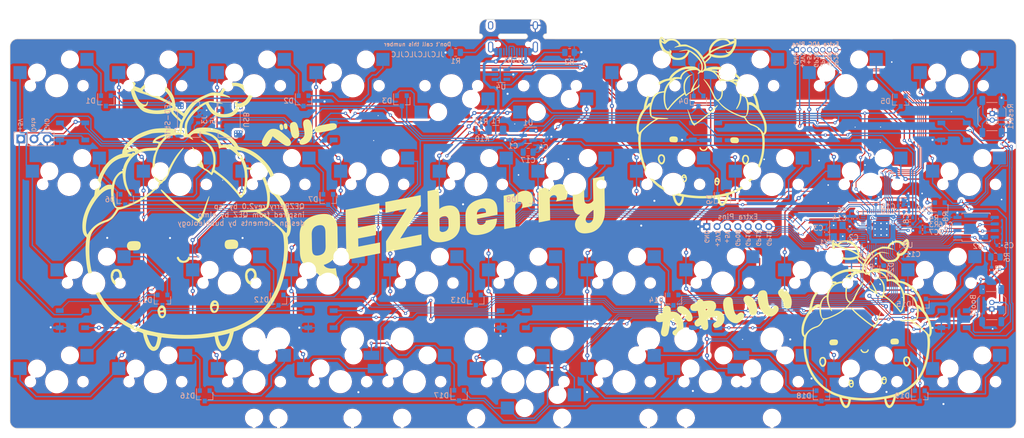
<source format=kicad_pcb>
(kicad_pcb (version 20221018) (generator pcbnew)
  (layers (0 "F.Cu" signal) (31 "B.Cu" signal) (34 "B.Paste" user) (35 "F.Paste" user) (36 "B.SilkS" user "B.Silkscreen") (37 "F.SilkS" user "F.Silkscreen") (38 "B.Mask" user) (39 "F.Mask" user) (44 "Edge.Cuts" user))
  (net 0 "")
  (net 1 "GND")
  (net 2 "/MCU_DP")
  (net 3 "/MCU_DM")
  (net 4 "/MCU_Crystal_C2")
  (net 5 "row0")
  (net 6 "row1")
  (net 7 "row2")
  (net 8 "row3")
  (net 9 "VCC")
  (net 10 "col0")
  (net 11 "col1")
  (net 12 "col2")
  (net 13 "col3")
  (net 14 "col4")
  (net 15 "col5")
  (net 16 "col6")
  (net 17 "col7")
  (net 18 "col8")
  (net 19 "col9")
  (net 20 "/MCU_Crystal_C3")
  (net 21 "D+")
  (net 22 "D-")
  (net 23 "VCC_fuse")
  (net 24 "+3V3")
  (net 25 "+1V1")
  (net 26 "Net-(D1-A)")
  (net 27 "Net-(D2-A)")
  (net 28 "Net-(D3-A)")
  (net 29 "Net-(D4-A)")
  (net 30 "Net-(D5-A)")
  (net 31 "Net-(D6-A)")
  (net 32 "Net-(D7-A)")
  (net 33 "Net-(D8-A)")
  (net 34 "Net-(D9-A)")
  (net 35 "Net-(D10-A)")
  (net 36 "Net-(D11-A)")
  (net 37 "Net-(D12-A)")
  (net 38 "Net-(D13-A)")
  (net 39 "Net-(D14-A)")
  (net 40 "Net-(D15-A)")
  (net 41 "Net-(D16-A)")
  (net 42 "Net-(D17-A)")
  (net 43 "Net-(D18-A)")
  (net 44 "Net-(D19-A)")
  (net 45 "RST")
  (net 46 "LED")
  (net 47 "QSPI_SS")
  (net 48 "/VBUS_DET")
  (net 49 "QSPI_SD1")
  (net 50 "QSPI_SD2")
  (net 51 "QSPI_SD0")
  (net 52 "QSPI_SCLK")
  (net 53 "QSPI_SD3")
  (net 54 "Net-(D20-K)")
  (net 55 "Net-(D21-DOUT)")
  (net 56 "underglow")
  (net 57 "Net-(D22-DOUT)")
  (net 58 "caps")
  (net 59 "WS2812-line")
  (net 60 "Net-(D23-DOUT)")
  (net 61 "Net-(D25-DOUT)")
  (net 62 "Net-(D26-DOUT)")
  (net 63 "Net-(D29-DOUT)")
  (net 64 "Net-(J1-Pin_2)")
  (net 65 "Net-(USB1-CC1)")
  (net 66 "Net-(USB1-CC2)")
  (net 72 "Net-(D27-DOUT)")
  (net 73 "Net-(D28-DOUT)")
  (net 80 "Net-(J6-Pin_4)")
  (net 81 "Net-(J6-Pin_5)")
  (net 82 "Net-(J6-Pin_6)")
  (net 83 "Net-(J6-Pin_7)")
  (net 84 "Net-(J7-Pin_4)")
  (net 85 "Net-(J7-Pin_5)")
  (net 86 "Net-(J7-Pin_6)")
  (net 87 "Net-(J7-Pin_7)")
  (footprint "MX_Only:MXOnly-1U-Hotswap" (layer "F.Cu") (at 67.46875 66.675)
    (fp_text reference "MX1")
    (fp_text value "MX-NoLED")
  )
  (footprint "MX_Only:MXOnly-1U-Hotswap" (layer "F.Cu") (at 86.51875 66.675)
    (fp_text reference "MX2")
    (fp_text value "MX-NoLED")
  )
  (footprint "MX_Only:MXOnly-1U-Hotswap" (layer "F.Cu") (at 105.56875 66.675)
    (fp_text reference "MX3")
    (fp_text value "MX-NoLED")
  )
  (footprint "MX_Only:MXOnly-1U-Hotswap" (layer "F.Cu") (at 124.61875 66.675)
    (fp_text reference "MX4")
    (fp_text value "MX-NoLED")
  )
  (footprint "MX_Only:MXOnly-1U-Hotswap" (layer "F.Cu") (at 143.66875 66.675 180)
    (fp_text reference "MX5")
    (fp_text value "MX-NoLED")
  )
  (footprint "MX_Only:MXOnly-1U-Hotswap" (layer "F.Cu") (at 162.71875 66.675 180)
    (fp_text reference "MX6")
    (fp_text value "MX-NoLED")
  )
  (footprint "MX_Only:MXOnly-1U-Hotswap" (layer "F.Cu") (at 181.76875 66.675)
    (fp_text reference "MX7")
    (fp_text value "MX-NoLED")
  )
  (footprint "MX_Only:MXOnly-1U-Hotswap" (layer "F.Cu") (at 200.81875 66.675)
    (fp_text reference "MX8")
    (fp_text value "MX-NoLED")
  )
  (footprint "MX_Only:MXOnly-1U-Hotswap" (layer "F.Cu") (at 219.86875 66.675)
    (fp_text reference "MX9")
    (fp_text value "MX-NoLED")
  )
  (footprint "MX_Only:MXOnly-1.25U-Hotswap" (layer "F.Cu") (at 241.3 66.675)
    (fp_text reference "MX10")
    (fp_text value "MX-NoLED")
  )
  (footprint "MX_Only:MXOnly-1.25U-Hotswap" (layer "F.Cu") (at 69.85 85.725)
    (fp_text reference "MX11")
    (fp_text value "MX-NoLED")
  )
  (footprint "MX_Only:MXOnly-1U-Hotswap" (layer "F.Cu") (at 91.28125 85.725)
    (fp_text reference "MX12")
    (fp_text value "MX-NoLED")
  )
  (footprint "MX_Only:MXOnly-1U-Hotswap" (layer "F.Cu") (at 110.33125 85.725)
    (fp_text reference "MX13")
    (fp_text value "MX-NoLED")
  )
  (footprint "MX_Only:MXOnly-1U-Hotswap" (layer "F.Cu") (at 129.38125 85.725)
    (fp_text reference "MX14")
    (fp_text value "MX-NoLED")
  )
  (footprint "MX_Only:MXOnly-1U-Hotswap" (layer "F.Cu") (at 186.53125 85.725)
    (fp_text reference "MX17")
    (fp_text value "MX-NoLED")
  )
  (footprint "MX_Only:MXOnly-1U-Hotswap" (layer "F.Cu") (at 205.58125 85.725)
    (fp_text reference "MX18")
    (fp_text value "MX-NoLED")
  )
  (footprint "MX_Only:MXOnly-1U-Hotswap" (layer "F.Cu") (at 224.63125 85.725)
    (fp_text reference "MX19")
    (fp_text value "MX-NoLED")
  )
  (footprint "MX_Only:MXOnly-1U-Hotswap" (layer "F.Cu") (at 243.68125 85.725)
    (fp_text reference "MX20")
    (fp_text value "MX-NoLED")
  )
  (footprint "MX_Only:MXOnly-1.75U-Hotswap" (layer "F.Cu") (at 74.6125 104.775)
    (fp_text reference "MX21")
    (fp_text value "MX-NoLED")
  )
  (footprint "MX_Only:MXOnly-1U-Hotswap" (layer "F.Cu") (at 67.46875 123.825)
    (fp_text reference "MX22")
    (fp_text value "MX-NoLED")
  )
  (footprint "MX_Only:MXOnly-1U-Hotswap" (layer "F.Cu") (at 100.80625 104.775)
    (fp_text reference "MX23")
    (fp_text value "MX-NoLED")
  )
  (footprint "MX_Only:MXOnly-1U-Hotswap" (layer "F.Cu") (at 119.85625 104.775)
    (fp_text reference "MX24")
    (fp_text value "MX-NoLED")
  )
  (footprint "MX_Only:MXOnly-1U-Hotswap" (layer "F.Cu") (at 138.90625 104.775)
    (fp_text reference "MX25")
    (fp_text value "MX-NoLED")
  )
  (footprint "MX_Only:MXOnly-1U-Hotswap" (layer "F.Cu") (at 157.95625 104.775)
    (fp_text reference "MX26")
    (fp_text value "MX-NoLED")
  )
  (footprint "MX_Only:MXOnly-1U-Hotswap" (layer "F.Cu") (at 215.10625 104.775)
    (fp_text reference "MX29")
    (fp_text value "MX-NoLED")
  )
  (footprint "MX_Only:MXOnly-1.5U-Hotswap" (layer "F.Cu") (at 238.91875 104.775)
    (fp_text reference "MX30")
    (fp_text value "MX-NoLED")
  )
  (footprint "MX_Only:MXOnly-1U-Hotswap" (layer "F.Cu") (at 86.51875 123.825)
    (fp_text reference "MX31")
    (fp_text value "MX-NoLED")
  )
  (footprint "MX_Only:MXOnly-1.25U-Hotswap-LED" (layer "F.Cu") (at 160.3375 123.825 180)
    (fp_text reference "MX34")
    (fp_text value "MX-LED")
  )
  (footprint "MX_Only:MXOnly-1U-Hotswap" (layer "F.Cu") (at 224.63125 123.825)
    (fp_text reference "MX37")
    (fp_text value "MX-NoLED")
  )
  (footprint "MX_Only:MXOnly-1U-Hotswap" (layer "F.Cu") (at 243.68125 123.825)
    (fp_text reference "MX38")
    (fp_text value "MX-NoLED")
  )
  (footprint "MX_Only:MXOnly-1U-Hotswap" (layer "F.Cu") (at 196.05625 104.775)
    (fp_text reference "MX28")
    (fp_text value "MX-NoLED")
  )
  (footprint "MX_Only:MXOnly-1U-Hotswap" (layer "F.Cu") (at 205.58125 123.825)
    (fp_text reference "MX36")
    (fp_text value "MX-NoLED")
  )
  (footprint "MX_Only:MXOnly-1U-Hotswap" (layer "F.Cu") (at 105.56875 123.825)
    (fp_text reference "MX32")
    (fp_text value "MX-NoLED")
  )
  (footprint "MX_Only:MXOnly-1U-Hotswap" (layer "F.Cu") (at 148.43125 85.725)
    (fp_text reference "MX15")
    (fp_text value "MX-NoLED")
  )
  (footprint "MX_Only:MXOnly-6.25U-Hotswap-ReversedStabilizers-LED" (layer "F.Cu") (at 155.575 123.825)
    (fp_text reference "MX41")
    (fp_text value "MX-LED")
  )
  (footprint "MX_Only:MXOnly-2.25U-Hotswap-ReversedStabilizers" (layer "F.Cu") (at 136.525 123.825)
    (fp_text reference "MX39")
    (fp_text value "MX-NoLED")
  )
  (footprint "MX_Only:MXOnly-2.75U-Hotswap-ReversedStabilizers" (layer "F.Cu") (at 122.2375 123.825)
    (fp_text reference "MX33")
    (fp_text value "MX-NoLED")
  )
  (footprint "MX_Only:MXOnly-2U-Hotswap-ReversedStabilizers" (layer "F.Cu") (at 177.00625 123.825)
    (fp_text reference "MX40")
    (fp_text value "MX-NoLED")
  )
  (footprint "MX_Only:MXOnly-2.25U-Hotswap-ReversedStabilizers" (layer "F.Cu") (at 193.675 123.825)
    (fp_text reference "MX35")
    (fp_text value "MX-NoLED")
  )
  (footprint "MX_Only:MXOnly-1U-Hotswap" (layer "F.Cu") (at 167.48125 85.725)
    (fp_text reference "MX16")
    (fp_text value "MX-NoLED")
  )
  (footprint "ebasti:mousebites_1mm" (layer "F.Cu") (at 150.483025 57.6416 -90)
    (fp_text reference "REF**" hide)
    (fp_text value "mousebites 1mm" hide)
    (fp_arc (start -0.992136 1.249898) (mid -0.492136 0.749898) (end 0.007864 1.249898) (stroke (width 0.1)) (layer "Edge.Cuts"))
    (fp_arc (start 0 -2.75) (mid -0.5 -2.25) (end -1 -2.75) (stroke (width 0.1)) (layer "Edge.Cuts"))
  )
  (footprint "MX_Only:MXOnly-1U-Hotswap" (layer "F.Cu") (at 177.00625 104.775)
    (fp_text reference "MX27")
    (fp_text value "MX-NoLED")
  )
  (footprint "ebasti:mousebites_1mm" (layer "F.Cu") (at 159.15933 57.635272 -90)
    (fp_text reference "REF**" hide)
    (fp_text value "mousebites 1mm" hide)
    (fp_arc (start -0.992136 1.249898) (mid -0.492136 0.749898) (end 0.007864 1.249898) (stroke (width 0.1)) (layer "Edge.Cuts"))
    (fp_arc (start 0 -2.75) (mid -0.5 -2.25) (end -1 -2.75) (stroke (width 0.1)) (layer "Edge.Cuts"))
  )
  (footprint "elmo_custom_parts:D_SOT-23_ANK" (layer "B.Cu") (at 76.962 69.596 -90)
    (fp_text reference "D1")
    (fp_text value "D_Small")
  )
  (footprint "elmo_custom_parts:D_SOT-23_ANK" (layer "B.Cu") (at 115.1255 69.596 -90)
    (fp_text reference "D2")
    (fp_text value "D_Small")
  )
  (footprint "elmo_custom_parts:D_SOT-23_ANK" (layer "B.Cu") (at 134.112 69.596 -90)
    (fp_text reference "D3")
    (fp_text value "D_Small")
  )
  (footprint "elmo_custom_parts:D_SOT-23_ANK" (layer "B.Cu") (at 191.389 69.6595 -90)
    (fp_text reference "D4")
    (fp_text value "D_Small")
  )
  (footprint "elmo_custom_parts:D_SOT-23_ANK" (layer "B.Cu") (at 230.4415 69.6595 -90)
    (fp_text reference "D5")
    (fp_text value "D_Small")
  )
  (footprint "elmo_custom_parts:D_SOT-23_ANK" (layer "B.Cu") (at 80.7085 88.646 -90)
    (fp_text reference "D6")
    (fp_text value "D_Small")
  )
  (footprint "elmo_custom_parts:D_SOT-23_ANK" (layer "B.Cu") (at 119.888 88.646 -90)
    (fp_text reference "D7")
    (fp_text value "D_Small")
  )
  (footprint "elmo_custom_parts:D_SOT-23_ANK" (layer "B.Cu") (at 158.0515 88.646 -90)
    (fp_text reference "D8")
    (fp_text value "D_Small")
  )
  (footprint "elmo_custom_parts:D_SOT-23_ANK" (layer "B.Cu") (at 196.0245 88.646 -90)
    (fp_text reference "D9")
    (fp_text value "D_Small")
  )
  (footprint "elmo_custom_parts:D_SOT-23_ANK" (layer "B.Cu") (at 238 90.25 -90)
    (fp_text reference "D10")
    (fp_text value "D_Small")
  )
  (footprint "elmo_custom_parts:D_SOT-23_ANK" (layer "B.Cu") (at 87.884 108.077 -90)
    (fp_text reference "D11")
    (fp_text value "D_Small")
  )
  (footprint "elmo_custom_parts:D_SOT-23_ANK" (layer "B.Cu") (at 110.2995 108.077 -90)
    (fp_text reference "D12")
    (fp_text value "D_Small")
  )
  (footprint "elmo_custom_parts:D_SOT-23_ANK" (layer "B.Cu") (at 148.3995 108.077 -90)
    (fp_text reference "D13")
    (fp_text value "D_Small")
  )
  (footprint "elmo_custom_parts:D_SOT-23_ANK" (layer "B.Cu") (at 186.563 108.077 -90)
    (fp_text reference "D14")
    (fp_text value "D_Small")
  )
  (footprint "elmo_custom_parts:D_SOT-23_ANK" (layer "B.Cu") (at 234.355691 108.85866 -90)
    (fp_text reference "D15")
    (fp_text value "D_Small")
  )
  (footprint "elmo_custom_parts:D_SOT-23_ANK" (layer "B.Cu") (at 96.04375 126.5555 -90)
    (fp_text reference "D16")
    (fp_text value "D_Small")
  )
  (footprint "elmo_custom_parts:D_SOT-23_ANK" (layer "B.Cu") (at 234.1245 126.5555 -90)
    (fp_text reference "D19")
    (fp_text value "D_Small")
  )
  (footprint "Fuse:Fuse_1206_3216Metric" (layer "B.Cu") (at 152.25 75.25 180)
    (fp_text reference "F1")
    (fp_text value "Polyfuse_Small")
  )
  (footprint "Resistor_SMD:R_0805_2012Metric" (layer "B.Cu") (at 144.5 60.25)
    (fp_text reference "R1")
    (fp_text value "5.1k")
  )
  (footprint "Resistor_SMD:R_0805_2012Metric" (layer "B.Cu") (at 166.5 60.25 180)
    (fp_text reference "R2")
    (fp_text value "5.1k")
  )
  (footprint "Package_TO_SOT_SMD:SOT-23-6" (layer "B.Cu") (at 153.25 64.5 180)
    (fp_text reference "U4")
    (fp_text value "SRV05-4")
  )
  (footprint "0xCB:USB_C_Receptacle_HRO_TYPE-C-31-M-12" (layer "B.Cu") (at 155.575 56.0705)
    (fp_text reference "USB1")
    (fp_text value "USB_C_Receptacle_USB2.0")
  )
  (footprint "elmo_custom_parts:D_SOT-23_ANK" (layer "B.Cu") (at 145.161 126.492 -90)
    (fp_text reference "D17")
    (fp_text value "D_Small")
  )
  (footprint "elmo_custom_parts:D_SOT-23_ANK" (layer "B.Cu") (at 215.138 126.5555 -90)
    (fp_text reference "D18")
    (fp_text value "D_Small")
  )
  (footprint "Connector_PinSocket_1.27mm:PinSocket_1x07_P1.27mm_Vertical" (layer "B.Cu") (at 214.209209 59.675832 180)
    (fp_text reference "J7" hide)
    (fp_text value "Conn_01x07")
  )
  (footprint "Capacitor_SMD:C_0402_1005Metric" (layer "B.Cu") (at 234.656562 94.962187)
    (fp_text reference "C9")
    (fp_text value "100n")
  )
  (footprint "Capacitor_SMD:C_0402_1005Metric" (layer "B.Cu") (at 220.62134 92.359838 90)
    (fp_text reference "C14")
    (fp_text value "100n")
  )
  (footprint "Capacitor_SMD:C_0402_1005Metric" (layer "B.Cu") (at 225.6621 89.159736 90)
    (fp_text reference "C12" hide)
    (fp_text value "100n")
  )
  (footprint "Resistor_SMD:R_0402_1005Metric" (layer "B.Cu") (at 234.256562 92.362187 -90)
    (fp_text reference "R8")
    (fp_text value "10k")
  )
  (footprint "isps_various:LED_WS2812B_PLCC4_5.0x5.0mm_P3.2mm_2" (layer "B.Cu") (at 192.75 111.75 180)
    (fp_text reference "D24" hide)
    (fp_text value "WS2812B")
  )
  (footprint "ebasti:SW_SPST_SKQG_WithStem" (layer "B.Cu") (at 248.020842 109.135074 -90)
    (fp_text reference "Boot1")
    (fp_text value "SW_Push")
  )
  (footprint "isps_various:LED_WS2812B_PLCC4_5.0x5.0mm_P3.2mm_2" (layer "B.Cu") (at 70.5 111.75 180)
    (fp_text reference "D21" hide)
    (fp_text value "WS2812B")
  )
  (footprint "Capacitor_SMD:C_0402_1005Metric" (layer "B.Cu") (at 231.562023 91.042518)
    (fp_text reference "C8")
    (fp_text value "1u")
  )
  (footprint "Capacitor_SMD:C_0402_1005Metric" (layer "B.Cu") (at 232.352868 94.617943)
    (fp_text reference "C7")
    (fp_text value "100n")
  )
  (footprint "Capacitor_SMD:C_0402_1005Metric" (layer "B.Cu") (at 249.5 97.5)
    (fp_text reference "C5")
    (fp_text value "100n")
  )
  (footprint "isps_various:LED_WS2812B_PLCC4_5.0x5.0mm_P3.2mm_2" (layer "B.Cu") (at 118.5 75.5 180)
    (fp_text reference "D28" hide)
    (fp_text value "WS2812B")
  )
  (footprint "isps_various:LED_WS2812B_PLCC4_5.0x5.0mm_P3.2mm_2" (layer "B.Cu") (at 240.75 75.5 180)
    (fp_text reference "D26" hide)
    (fp_text value "WS2812B")
  )
  (footprint "Crystal:Crystal_SMD_3225-4Pin_3.2x2.5mm" (layer "B.Cu") (at 218.356562 94.762187 90)
    (fp_text reference "Y1")
    (fp_text value "Crystal_GND24_Small")
  )
  (footprint "Resistor_SMD:R_0402_1005Metric" (layer "B.Cu") (at 248 102.25 90)
    (fp_text reference "R5")
    (fp_text value "1k")
  )
  (footprint "isps_various:LED_WS2812B_PLCC4_5.0x5.0mm_P3.2mm_2" (layer "B.Cu") (at 192.75 75.5 180)
    (fp_text reference "D27" hide)
    (fp_text value "WS2812B")
  )
  (footprint "Capacitor_SMD:C_0402_1005Metric" (layer "B.Cu") (at 155.5 77.04 180)
    (fp_text reference "C1")
    (fp_text value "1u")
  )
  (footprint "ebasti:Molex_Pico-EZmate_78171-0004_1x04-1MP_P1.20mm_Vertical" (layer "B.Cu") (at 100.772875 73.258684 -90)
    (fp_text reference "J5")
    (fp_text value "Conn_01x04" hide)
  )
  (footprint "Package_DFN_QFN:QFN-56-1EP_7x7mm_P0.4mm_EP3.2x3.2mm" (layer "B.Cu") (at 226.656562 94.362187 90)
    (fp_text reference "U3")
    (fp_text value "RP2040")
  )
  (footprint "Capacitor_SMD:C_0402_1005Metric" (layer "B.Cu") (at 161.5 77.25)
    (fp_text reference "C4")
    (fp_text value "1u")
  )
  (footprint "Connector_PinHeader_1.27mm:PinHeader_1x02_P1.27mm_Vertical" (layer "B.Cu") (at 248.119055 72.044104 180)
    (fp_text reference "J4" hide)
    (fp_text value "Conn_01x02" hide)
  )
  (footprint "isps_various:LED_WS2812B_PLCC4_5.0x5.0mm_P3.2mm_2" (layer "B.Cu") (at 70.538549 75.498224 180)
    (fp_text reference "D29" hide)
    (fp_text value "WS2812B")
  )
  (footprint "Resistor_SMD:R_0402_1005Metric" (layer "B.Cu") (at 232.256562 93.362187 180)
    (fp_text reference "R3")
    (fp_text value "27")
  )
  (footprint "Capacitor_SMD:C_0402_1005Metric" (layer "B.Cu") (at 216.106562 94.962187 90)
    (fp_text reference "C3")
    (fp_text value "27pF")
  )
  (footprint "Capacitor_SMD:C_0402_1005Metric" (layer "B.Cu") (at 234.656562 93.962187)
    (fp_text reference "C16")
    (fp_text value "100n")
  )
  (footprint "isps_various:LED_WS2812B_PLCC4_5.0x5.0mm_P3.2mm_2" (layer "B.Cu") (at 118.5 111.75 180)
    (fp_text reference "D22" hide)
    (fp_text value "WS2812B")
  )
  (footprint "Capacitor_SMD:C_0402_1005Metric" (layer "B.Cu") (at 220.630083 94.323443 90)
    (fp_text reference "C2")
    (fp_text value "27pF")
  )
  (footprint "Resistor_SMD:R_0402_1005Metric" (layer "B.Cu") (at 149 74.75 180)
    (fp_text reference "R11")
    (fp_text value "10k")
  )
  (footprint "ebasti:Molex_Pico-EZmate_78171-0004_1x04-1MP_P1.20mm_Vertical" (layer "B.Cu") (at 92.921655 73.236662 90)
    (fp_text reference "J3")
    (fp_text value "Conn_01x04" hide)
  )
  (footprint "isps_various:LED_WS2812B_PLCC4_5.0x5.0mm_P3.2mm_2" (layer "B.Cu") (at 155.632447 111.759999 180)
    (fp_text reference "D23" hide)
    (fp_text value "WS2812B")
  )
  (footprint "ebasti:SW_SPST_SKQG_WithStem" (layer "B.Cu") (at 248.058537 72.631252 90)
    (fp_text reference "Reset1")
    (fp_text value "SW_Push")
  )
  (footprint "Package_TO_SOT_SMD:SOT-23" (layer "B.Cu") (at 158.5 76.25 180)
    (fp_text reference "U1")
    (fp_text value "XC6206P332MR")
  )
  (footprint "Package_SO:SOIC-8_5.23x5.23mm_P1.27mm" (layer "B.Cu") (at 245 94)
    (fp_text reference "U2")
    (fp_text value "W25Q128JVS")
  )
  (footprint "Resistor_SMD:R_0805_2012Metric" (layer "B.Cu") (at 248.75 99.75 180)
    (fp_text reference "R6")
    (fp_text value "10k")
  )
  (footprint "Resistor_SMD:R_0402_1005Metric" (layer "B.Cu") (at 225.643214 101.553044 -90)
    (fp_text reference "R9")
    (fp_text value "1k")
  )
  (footprint "Capacitor_SMD:C_0402_1005Metric" (layer "B.Cu") (at 230.4056 88.695709)
    (fp_text reference "C15")
    (fp_text value "100n")
  )
  (footprint "Capacitor_SMD:C_0402_1005Metric" (layer "B.Cu") (at 230.4056 89.794252)
    (fp_text reference "C10")
    (fp_text value "1u")
  )
  (footprint "Connector_PinHeader_2.54mm:PinHeader_1x03_P2.54mm_Vertical" (layer "B.Cu") (at 60.54693 76.941939 -90)
    (fp_text reference "J2" hide)
    (fp_text value "WS2812-Strip")
  )
  (footprint "Capacitor_SMD:C_0402_1005Metric" (layer "B.Cu") (at 225.656562 99.562187 -90)
    (fp_text reference "C13")
    (fp_text value "100n")
  )
  (footprint "Capacitor_SMD:C_0402_1005Metric" (layer "B.Cu") (at 230.506562 99.112187)
    (fp_text reference "C11")
    (fp_text value "100n")
  )
  (footprint "Capacitor_SMD:C_0402_1005Metric" (layer "B.Cu") (at 221.656562 92.362187 90)
    (fp_text reference "C6")
    (fp_text value "100n")
  )
  (footprint "Connector_PinSocket_2.00mm:PinSocket_1x07_P2.00mm_Vertical" (layer "B.Cu") (at 192.992434 93.867427 -90)
    (fp_text reference "J6" hide)
    (fp_text value "Conn_01x07")
  )
  (footprint "Resistor_SMD:R_0402_1005Metric" (layer "B.Cu") (at 232.256562 92.162187 180)
    (fp_text reference "R4")
    (fp_text value "27")
  )
  (footprint "LED_SMD:LED_0603_1608Metric" (layer "B.Cu") (at 227.154821 102.213859 90)
    (fp_text reference "D20")
    (fp_text value "LED")
  )
  (footprint "isps_various:LED_WS2812B_PLCC4_5.0x5.0mm_P3.2mm_2" (layer "B.Cu") (at 240.75 111.75 180)
    (fp_text reference "D25" hide)
    (fp_text value "WS2812B")
  )
  (footprint "Resistor_SMD:R_0402_1005Metric" (layer "B.Cu") (at 149 75.75)
    (fp_text reference "R10")
    (fp_text value "5.1k")
  )
  (footprint "Connector_PinHeader_1.27mm:PinHeader_1x02_P1.27mm_Vertical" (layer "B.Cu") (at 248.040976 109.791951)
    (fp_text reference "J1" hide)
    (fp_text value "Conn_01x02")
  )
  (footprint "Capacitor_SMD:C_0805_2012Metric" (layer "B.Cu") (at 158.5 79.5)
    (fp_text reference "C17")
    (fp_text value "10u")
  )
  (gr_poly (pts (xy 191.842683 107.892691) (xy 191.868895 107.896177) (xy 191.894653 107.90076) (xy 191.919957 107.906441) (xy 191.944807 107.913219) (xy 191.969203 107.921095) (xy 191.993146 107.930068) (xy 192.016635 107.940139) (xy 192.039669 107.951307) (xy 192.06225 107.963573) (xy 192.084377 107.976936) (xy 192.106051 107.991398) (xy 192.12727 108.006956) (xy 192.148036 108.023613) (xy 192.168348 108.041367) (xy 192.207609 108.080169) (xy 192.245056 108.123362) (xy 192.280687 108.170947) (xy 192.314503 108.222923) (xy 192.346503 108.279291) (xy 192.448063 108.262284) (xy 192.549295 108.246437) (xy 192.6502 108.23175) (xy 192.750778 108.218222) (xy 192.851031 108.205854) (xy 192.950959 108.194645) (xy 193.050564 108.184596) (xy 193.149844 108.175707) (xy 193.250117 108.168395) (xy 193.348479 108.163922) (xy 193.44493 108.162286) (xy 193.539468 108.163486) (xy 193.632093 108.167519) (xy 193.722805 108.174385) (xy 193.811601 108.184082) (xy 193.898482 108.196608) (xy 193.941033 108.204115) (xy 193.982763 108.21267) (xy 194.02367 108.222273) (xy 194.063755 108.232925) (xy 194.103019 108.244625) (xy 194.14146 108.257375) (xy 194.179079 108.271173) (xy 194.215875 108.286021) (xy 194.251849 108.301919) (xy 194.287001 108.318866) (xy 194.32133 108.336863) (xy 194.354836 108.35591) (xy 194.387519 108.376008) (xy 194.41938 108.397156) (xy 194.450417 108.419355) (xy 194.480632 108.442605) (xy 194.509797 108.467088) (xy 194.537661 108.492986) (xy 194.564225 108.5203) (xy 194.589489 108.549029) (xy 194.613454 108.579174) (xy 194.636118 108.610734) (xy 194.657483 108.64371) (xy 194.677548 108.678101) (xy 194.696315 108.713907) (xy 194.713782 108.751129) (xy 194.729951 108.789766) (xy 194.744821 108.829819) (xy 194.758392 108.871287) (xy 194.770666 108.91417) (xy 194.781641 108.958469) (xy 194.791319 109.004184) (xy 194.797533 109.039001) (xy 194.802655 109.073828) (xy 194.806685 109.108664) (xy 194.809623 109.143508) (xy 194.811469 109.17836) (xy 194.812223 109.21322) (xy 194.811884 109.248088) (xy 194.810452 109.282962) (xy 194.807927 109.317844) (xy 194.804309 109.352733) (xy 194.799598 109.387628) (xy 194.793793 109.422529) (xy 194.786895 109.457436) (xy 194.778903 109.492349) (xy 194.769816 109.527266) (xy 194.759635 109.562189) (xy 194.748978 109.596126) (xy 194.736778 109.630566) (xy 194.723033 109.665511) (xy 194.707745 109.70096) (xy 194.690913 109.736913) (xy 194.672537 109.77337) (xy 194.652618 109.810332) (xy 194.631155 109.847798) (xy 194.608149 109.885769) (xy 194.5836 109.924245) (xy 194.557508 109.963225) (xy 194.529873 110.002711) (xy 194.500695 110.042701) (xy 194.469973 110.083197) (xy 194.43771 110.124198) (xy 194.403903 110.165704) (xy 194.463187 110.151747) (xy 194.522001 110.139594) (xy 194.580346 110.129243) (xy 194.63822 110.120696) (xy 194.695624 110.113951) (xy 194.752558 110.109009) (xy 194.809021 110.105871) (xy 194.865014 110.104535) (xy 194.920537 110.105003) (xy 194.975589 110.107273) (xy 195.03017 110.111347) (xy 195.08428 110.117223) (xy 195.13792 110.124902) (xy 195.191088 110.134385) (xy 195.243786 110.14567) (xy 195.296012 110.158759) (xy 195.347306 110.172463) (xy 195.397603 110.187731) (xy 195.446903 110.20456) (xy 195.495206 110.222953) (xy 195.542513 110.242908) (xy 195.588822 110.264426) (xy 195.634135 110.287507) (xy 195.678451 110.31215) (xy 195.72177 110.338357) (xy 195.764092 110.366126) (xy 195.805417 110.395457) (xy 195.845746 110.426351) (xy 195.885077 110.458808) (xy 195.923412 110.492828) (xy 195.96075 110.52841) (xy 195.997091 110.565555) (xy 196.031963 110.60309) (xy 196.065314 110.641947) (xy 196.097143 110.682129) (xy 196.127451 110.723634) (xy 196.156237 110.766462) (xy 196.183501 110.810613) (xy 196.209244 110.856086) (xy 196.233464 110.902883) (xy 196.256162 110.951001) (xy 196.277337 111.000442) (xy 196.29699 111.051205) (xy 196.315119 111.10329) (xy 196.331725 111.156696) (xy 196.346808 111.211424) (xy 196.360368 111.267473) (xy 196.372403 111.324843) (xy 196.383998 111.389958) (xy 196.393357 111.454482) (xy 196.40048 111.518415) (xy 196.405367 111.581757) (xy 196.408019 111.644508) (xy 196.408434 111.706668) (xy 196.406614 111.768236) (xy 196.402557 111.829213) (xy 196.396264 111.889599) (xy 196.387735 111.949393) (xy 196.376969 112.008596) (xy 196.363966 112.067207) (xy 196.348727 112.125226) (xy 196.331251 112.182653) (xy 196.311538 112.239488) (xy 196.289588 112.295731) (xy 196.265588 112.35008) (xy 196.240146 112.403341) (xy 196.213262 112.455513) (xy 196.184935 112.506597) (xy 196.155166 112.556594) (xy 196.123954 112.605502) (xy 196.0913 112.653323) (xy 196.057202 112.700057) (xy 196.02166 112.745702) (xy 195.984676 112.790261) (xy 195.946247 112.833732) (xy 195.906375 112.876115) (xy 195.865058 112.917412) (xy 195.822297 112.957621) (xy 195.778092 112.996744) (xy 195.732442 113.034779) (xy 195.686567 113.070209) (xy 195.639976 113.104068) (xy 195.592669 113.136356) (xy 195.544646 113.167074) (xy 195.495906 113.196221) (xy 195.44645 113.223797) (xy 195.396278 113.249802) (xy 195.34539 113.274235) (xy 195.293785 113.297098) (xy 195.241464 113.318389) (xy 195.188427 113.338109) (xy 195.134674 113.356257) (xy 195.080204 113.372834) (xy 195.025019 113.387839) (xy 194.969117 113.401272) (xy 194.912499 113.413134) (xy 194.878019 113.419222) (xy 194.844233 113.423942) (xy 194.81114 113.427296) (xy 194.778739 113.429282) (xy 194.747032 113.429902) (xy 194.716017 113.429155) (xy 194.685696 113.42704) (xy 194.656067 113.42356) (xy 194.627132 113.418712) (xy 194.59889 113.412498) (xy 194.57134 113.404918) (xy 194.544484 113.395971) (xy 194.51832 113.385659) (xy 194.49285 113.37398) (xy 194.468072 113.360935) (xy 194.443988 113.346524) (xy 194.421667 113.329886) (xy 194.400468 113.312687) (xy 194.380392 113.294929) (xy 194.361438 113.276611) (xy 194.343606 113.257733) (xy 194.326897 113.238295) (xy 194.311311 113.218297) (xy 194.296846 113.197738) (xy 194.283505 113.176618) (xy 194.271285 113.154939) (xy 194.260188 113.132698) (xy 194.250213 113.109897) (xy 194.241361 113.086535) (xy 194.233631 113.062612) (xy 194.227024 113.038128) (xy 194.221539 113.013083) (xy 194.218416 112.995079) (xy 194.216017 112.976933) (xy 194.214342 112.958647) (xy 194.213392 112.940219) (xy 194.213167 112.921649) (xy 194.213667 112.902938) (xy 194.214892 112.884085) (xy 194.216842 112.86509) (xy 194.219518 112.845954) (xy 194.22292 112.826675) (xy 194.227047 112.807255) (xy 194.231901 112.787692) (xy 194.237481 112.767987) (xy 194.243787 112.74814) (xy 194.25082 112.72815) (xy 194.25858 112.708018) (xy 194.268021 112.686721) (xy 194.278409 112.665717) (xy 194.289744 112.645007) (xy 194.302026 112.62459) (xy 194.315256 112.604467) (xy 194.329432 112.584638) (xy 194.344556 112.565103) (xy 194.360627 112.545862) (xy 194.377646 112.526916) (xy 194.395611 112.508265) (xy 194.414524 112.489908) (xy 194.434384 112.471847) (xy 194.455191 112.454081) (xy 194.476946 112.436611) (xy 194.499648 112.419436) (xy 194.523296 112.402557) (xy 194.562026 112.377108) (xy 194.600331 112.350915) (xy 194.638212 112.323979) (xy 194.675672 112.296302) (xy 194.712713 112.267884) (xy 194.749338 112.238726) (xy 194.78555 112.208828) (xy 194.821349 112.178191) (xy 194.839453 112.162211) (xy 194.856085 112.145697) (xy 194.871246 112.128649) (xy 194.884935 112.111067) (xy 194.897153 112.092952) (xy 194.90271 112.083693) (xy 194.907899 112.074302) (xy 194.91272 112.064776) (xy 194.917173 112.055117) (xy 194.921258 112.045325) (xy 194.924975 112.035398) (xy 194.928324 112.025338) (xy 194.931305 112.015144) (xy 194.933918 112.004817) (xy 194.936163 111.994355) (xy 194.93804 111.98376) (xy 194.939549 111.973031) (xy 194.941463 111.951172) (xy 194.941904 111.928777) (xy 194.940873 111.905846) (xy 194.938369 111.882379) (xy 194.934392 111.858375) (xy 194.926847 111.824157) (xy 194.917755 111.791127) (xy 194.907115 111.759287) (xy 194.894927 111.728637) (xy 194.881192 111.699176) (xy 194.86591 111.670906) (xy 194.849079 111.643825) (xy 194.830701 111.617935) (xy 194.810774 111.593236) (xy 194.7893 111.569728) (xy 194.766278 111.54741) (xy 194.741707 111.526284) (xy 194.715588 111.506349) (xy 194.68792 111.487606) (xy 194.658704 111.470055) (xy 194.627939 111.453695) (xy 194.596468 111.437527) (xy 194.563419 111.423104) (xy 194.528794 111.410427) (xy 194.492592 111.399496) (xy 194.454812 111.390309) (xy 194.415456 111.382868) (xy 194.374522 111.377172) (xy 194.332011 111.37322) (xy 194.287923 111.371014) (xy 194.242257 111.370552) (xy 194.195013 111.371835) (xy 194.146192 111.374863) (xy 194.095793 111.379635) (xy 194.043816 111.386151) (xy 193.990261 111.394412) (xy 193.935127 111.404417) (xy 193.880728 111.416066) (xy 193.827264 111.429729) (xy 193.774737 111.445406) (xy 193.723147 111.463097) (xy 193.672493 111.482799) (xy 193.622775 111.504513) (xy 193.573993 111.528238) (xy 193.526148 111.553973) (xy 193.478477 111.579109) (xy 193.431011 111.605304) (xy 193.383751 111.632556) (xy 193.336698 111.660864) (xy 193.289853 111.690226) (xy 193.243216 111.720641) (xy 193.196789 111.752107) (xy 193.150572 111.784623) (xy 193.18008 111.974491) (xy 193.2058 112.15332) (xy 193.227733 112.321112) (xy 193.245879 112.477865) (xy 193.26024 112.62358) (xy 193.270815 112.758257) (xy 193.277606 112.881896) (xy 193.280614 112.994497) (xy 193.280639 113.047125) (xy 193.279622 113.097901) (xy 193.277562 113.146827) (xy 193.27446 113.193902) (xy 193.270314 113.239125) (xy 193.265126 113.282498) (xy 193.258894 113.324019) (xy 193.251618 113.363689) (xy 193.243298 113.401509) (xy 193.233933 113.437477) (xy 193.223524 113.471594) (xy 193.21207 113.503861) (xy 193.19957 113.534276) (xy 193.186025 113.56284) (xy 193.171434 113.589553) (xy 193.155797 113.614415) (xy 193.13996 113.636589) (xy 193.123034 113.657743) (xy 193.105018 113.677876) (xy 193.085912 113.69699) (xy 193.065718 113.715083) (xy 193.044435 113.732157) (xy 193.022062 113.74821) (xy 192.998602 113.763243) (xy 192.974053 113.777256) (xy 192.948416 113.790249) (xy 192.921691 113.802222) (xy 192.893878 113.813175) (xy 192.864978 113.823108) (xy 192.834991 113.83202) (xy 192.803916 113.839913) (xy 192.771754 113.846785) (xy 192.734134 113.853239) (xy 192.697248 113.857839) (xy 192.661097 113.860587) (xy 192.625681 113.861481) (xy 192.591 113.860523) (xy 192.557055 113.857712) (xy 192.523845 113.853047) (xy 192.491371 113.846529) (xy 192.459632 113.838158) (xy 192.428629 113.827933) (xy 192.398362 113.815855) (xy 192.36883 113.801923) (xy 192.340035 113.786138) (xy 192.311976 113.768498) (xy 192.284653 113.749005) (xy 192.258066 113.727657) (xy 192.23168 113.702663) (xy 192.205406 113.674364) (xy 192.179242 113.64276) (xy 192.15319 113.60785) (xy 192.127249 113.569635) (xy 192.101418 113.528115) (xy 192.075697 113.48329) (xy 192.050087 113.43516) (xy 192.024587 113.383724) (xy 191.999197 113.328983) (xy 191.973917 113.270937) (xy 191.948746 113.209586) (xy 191.923684 113.144929) (xy 191.898731 113.076968) (xy 191.873888 113.005701) (xy 191.849153 112.931128) (xy 191.81806 112.952091) (xy 191.786547 112.972316) (xy 191.754613 112.991801) (xy 191.72226 113.010545) (xy 191.689489 113.028548) (xy 191.6563 113.04581) (xy 191.622693 113.062329) (xy 191.588671 113.078105) (xy 191.556313 113.092609) (xy 191.523485 113.106109) (xy 191.490187 113.118605) (xy 191.45642 113.130095) (xy 191.422185 113.140581) (xy 191.387483 113.150063) (xy 191.352314 113.15854) (xy 191.316679 113.166012) (xy 191.286277 113.171208) (xy 191.256265 113.174889) (xy 191.226641 113.177056) (xy 191.197408 113.17771) (xy 191.168564 113.176849) (xy 191.140111 113.174474) (xy 191.112048 113.170586) (xy 191.084375 113.165185) (xy 191.057093 113.158271) (xy 191.030202 113.149844) (xy 191.003702 113.139904) (xy 190.977593 113.128452) (xy 190.951875 113.115487) (xy 190.926549 113.10101) (xy 190.901615 113.085021) (xy 190.877073 113.067521) (xy 190.85313 113.048022) (xy 190.830413 113.028147) (xy 190.808922 113.007895) (xy 190.788658 112.987267) (xy 190.769621 112.966262) (xy 190.75181 112.944881) (xy 190.735226 112.923124) (xy 190.71987 112.900991) (xy 190.70574 112.878482) (xy 190.692837 112.855597) (xy 190.681162 112.832336) (xy 190.670714 112.8087) (xy 190.661493 112.784688) (xy 190.6535 112.760301) (xy 190.646735 112.735538) (xy 190.641197 112.7104) (xy 190.637586 112.690405) (xy 190.634541 112.670504) (xy 190.632061 112.650699) (xy 190.630147 112.630988) (xy 190.628799 112.611371) (xy 190.628017 112.591849) (xy 190.627801 112.572422) (xy 190.62815 112.553089) (xy 190.629066 112.53385) (xy 190.630547 112.514707) (xy 190.632594 112.495657) (xy 190.635207 112.476703) (xy 190.638386 112.457843) (xy 190.642131 112.439077) (xy 190.646441 112.420406) (xy 190.651318 112.40183) (xy 190.656702 112.382208) (xy 190.662957 112.362484) (xy 190.670083 112.342658) (xy 190.678081 112.32273) (xy 190.686949 112.3027) (xy 190.696688 112.28257) (xy 190.707298 112.262338) (xy 190.718778 112.242005) (xy 190.731129 112.221571) (xy 190.74435 112.201037) (xy 190.758441 112.180403) (xy 190.773403 112.159668) (xy 190.789235 112.138833) (xy 190.805936 112.117898) (xy 190.823508 112.096864) (xy 190.84195 112.07573) (xy 190.87312 112.041066) (xy 190.905561 112.005881) (xy 190.939271 111.970174) (xy 190.97425 111.933947) (xy 191.010498 111.897199) (xy 191.048012 111.85993) (xy 191.086794 111.82214) (xy 191.126841 111.783829) (xy 191.213099 111.700805) (xy 191.302309 111.616125) (xy 191.394471 111.52977) (xy 191.489584 111.441723) (xy 191.404256 111.002846) (xy 191.31734 110.555435) (xy 191.236907 110.141825) (xy 191.095743 110.162707) (xy 190.96088 110.17798) (xy 190.832318 110.187643) (xy 190.710055 110.191699) (xy 190.651287 110.191624) (xy 190.594093 110.190149) (xy 190.538475 110.187272) (xy 190.484432 110.182995) (xy 190.431964 110.177316) (xy 190.381071 110.170237) (xy 190.331753 110.161758) (xy 190.28401 110.151879) (xy 190.238213 110.139971) (xy 190.216174 110.133028) (xy 190.194707 110.125428) (xy 190.173814 110.117168) (xy 190.153493 110.108251) (xy 190.133746 110.098674) (xy 190.114571 110.088439) (xy 190.09597 110.077545) (xy 190.077941 110.065993) (xy 190.060486 110.053781) (xy 190.043604 110.040911) (xy 190.027295 110.027383) (xy 190.011559 110.013195) (xy 189.996396 109.998349) (xy 189.981806 109.982843) (xy 189.96779 109.966679) (xy 189.954347 109.949856) (xy 189.941477 109.932374) (xy 189.92918 109.914234) (xy 189.917457 109.895434) (xy 189.906307 109.875975) (xy 189.895731 109.855857) (xy 189.885727 109.83508) (xy 189.880681 109.823068) (xy 192.78677 109.823068) (xy 192.847492 110.135343) (xy 193.240928 109.726032) (xy 193.004588 109.771937) (xy 192.94982 109.783136) (xy 192.895257 109.795395) (xy 192.840905 109.808707) (xy 192.78677 109.823068) (xy 189.880681 109.823068) (xy 189.867441 109.791549) (xy 189.851449 109.745382) (xy 189.837751 109.696578) (xy 189.826347 109.645137) (xy 189.819762 109.607553) (xy 189.814766 109.570753) (xy 189.81136 109.534739) (xy 189.809543 109.499509) (xy 189.809315 109.465064) (xy 189.810677 109.431404) (xy 189.813628 109.398528) (xy 189.81817 109.366439) (xy 189.824301 109.335134) (xy 189.832022 109.304614) (xy 189.841333 109.27488) (xy 189.852234 109.245932) (xy 189.864725 109.217769) (xy 189.878807 109.190392) (xy 189.894479 109.163801) (xy 189.911741 109.137996) (xy 189.931418 109.112651) (xy 189.952226 109.087838) (xy 189.974163 109.063557) (xy 189.997231 109.039808) (xy 190.021428 109.016592) (xy 190.046756 108.993909) (xy 190.073215 108.971759) (xy 190.100803 108.950142) (xy 190.129521 108.929058) (xy 190.15937 108.908507) (xy 190.190349 108.888491) (xy 190.222458 108.869008) (xy 190.255697 108.850059) (xy 190.290066 108.831644) (xy 190.325566 108.813764) (xy 190.362195 108.796419) (xy 190.439905 108.760372) (xy 190.520881 108.725604) (xy 190.605122 108.692116) (xy 190.692626 108.65991) (xy 190.783392 108.628989) (xy 190.877419 108.599352) (xy 190.974704 108.571002) (xy 191.075247 108.54394) (xy 191.083432 108.477643) (xy 191.095038 108.414854) (xy 191.110065 108.355574) (xy 191.128513 108.299803) (xy 191.150381 108.24754) (xy 191.162598 108.222725) (xy 191.175671 108.198787) (xy 191.189598 108.175727) (xy 191.20438 108.153544) (xy 191.220018 108.132238) (xy 191.23651 108.11181) (xy 191.253857 108.092259) (xy 191.27206 108.073586) (xy 191.291117 108.05579) (xy 191.311029 108.038872) (xy 191.331796 108.022831) (xy 191.353418 108.007668) (xy 191.375895 107.993383) (xy 191.399227 107.979975) (xy 191.423413 107.967445) (xy 191.448454 107.955792) (xy 191.501101 107.93512) (xy 191.557167 107.91796) (xy 191.616651 107.90431) (xy 191.675882 107.894822) (xy 191.733298 107.889722) (xy 191.788898 107.889012)) (fill solid) (layer "F.SilkS"))
  (gr_poly (pts (xy 203.952604 106.170439) (xy 203.996897 106.17384) (xy 204.039887 106.179343) (xy 204.081574 106.186946) (xy 204.121957 106.19665) (xy 204.161038 106.208455) (xy 204.198815 106.222362) (xy 204.235289 106.238369) (xy 204.27046 106.256477) (xy 204.304326 106.276687) (xy 204.336889 106.298997) (xy 204.368066 106.32298) (xy 204.397775 106.348207) (xy 204.426016 106.374677) (xy 204.452788 106.402391) (xy 204.478092 106.431348) (xy 204.501927 106.461549) (xy 204.524293 106.492993) (xy 204.545191 106.525681) (xy 204.564619 106.559613) (xy 204.582579 106.594788) (xy 204.59907 106.631207) (xy 204.614091 106.668869) (xy 204.627643 106.707775) (xy 204.639726 106.747925) (xy 204.650339 106.789318) (xy 204.659483 106.831954) (xy 204.670478 106.892093) (xy 204.681336 106.958556) (xy 204.692058 107.031343) (xy 204.702643 107.110452) (xy 204.713092 107.195884) (xy 204.723405 107.287637) (xy 204.733582 107.385711) (xy 204.743622 107.490105) (xy 204.769006 107.705272) (xy 204.796926 107.922145) (xy 204.827364 108.140717) (xy 204.860302 108.360981) (xy 204.878028 108.467567) (xy 204.89777 108.57048) (xy 204.91953 108.669721) (xy 204.943306 108.765289) (xy 204.969102 108.857182) (xy 204.996916 108.945401) (xy 205.026751 109.029944) (xy 205.058607 109.11081) (xy 205.091511 109.187075) (xy 205.12444 109.257864) (xy 205.157396 109.323175) (xy 205.190378 109.383008) (xy 205.223389 109.437363) (xy 205.239905 109.462485) (xy 205.256428 109.486238) (xy 205.272959 109.508621) (xy 205.289497 109.529633) (xy 205.306042 109.549275) (xy 205.322596 109.567547) (xy 205.339742 109.583031) (xy 205.356357 109.596841) (xy 205.372441 109.608976) (xy 205.387992 109.619436) (xy 205.403012 109.628221) (xy 205.4175 109.635331) (xy 205.424545 109.638258) (xy 205.431457 109.640765) (xy 205.438236 109.642854) (xy 205.444882 109.644524) (xy 205.451395 109.645775) (xy 205.457775 109.646607) (xy 205.464022 109.64702) (xy 205.470136 109.647014) (xy 205.476117 109.646588) (xy 205.481966 109.645744) (xy 205.487681 109.644481) (xy 205.493264 109.642798) (xy 205.498713 109.640696) (xy 205.50403 109.638175) (xy 205.509214 109.635235) (xy 205.514264 109.631876) (xy 205.519182 109.628097) (xy 205.523967 109.623899) (xy 205.528619 109.619282) (xy 205.533138 109.614245) (xy 205.566117 109.575808) (xy 205.59927 109.538979) (xy 205.632599 109.503757) (xy 205.666104 109.470144) (xy 205.699784 109.438138) (xy 205.73364 109.407741) (xy 205.767672 109.378952) (xy 205.801879 109.351771) (xy 205.836263 109.326198) (xy 205.870822 109.302234) (xy 205.905558 109.279879) (xy 205.94047 109.259133) (xy 205.975559 109.239995) (xy 206.010823 109.222466) (xy 206.046265 109.206546) (xy 206.081883 109.192236) (xy 206.117302 109.179593) (xy 206.152173 109.168702) (xy 206.186495 109.159562) (xy 206.220267 109.152173) (xy 206.253491 109.146535) (xy 206.286165 109.142647) (xy 206.31829 109.140509) (xy 206.349865 109.140121) (xy 206.380891 109.141482) (xy 206.411367 109.144593) (xy 206.441293 109.149453) (xy 206.470669 109.156061) (xy 206.499496 109.164417) (xy 206.527772 109.174522) (xy 206.555498 109.186374) (xy 206.582674 109.199974) (xy 206.596501 109.207346) (xy 206.610025 109.215188) (xy 206.623248 109.223499) (xy 206.636168 109.232279) (xy 206.648787 109.241529) (xy 206.661104 109.251248) (xy 206.673118 109.261436) (xy 206.68483 109.272094) (xy 206.696241 109.283221) (xy 206.707349 109.294817) (xy 206.718154 109.306883) (xy 206.728658 109.319418) (xy 206.73886 109.332423) (xy 206.748759 109.345896) (xy 206.758356 109.35984) (xy 206.76765 109.374252) (xy 206.776643 109.389134) (xy 206.785333 109.404485) (xy 206.801806 109.436596) (xy 206.817069 109.470583) (xy 206.831123 109.506449) (xy 206.843966 109.544191) (xy 206.855599 109.583811) (xy 206.866022 109.625309) (xy 206.875235 109.668684) (xy 206.879975 109.696233) (xy 206.883529 109.724014) (xy 206.885897 109.752025) (xy 206.887078 109.780268) (xy 206.887072 109.808741) (xy 206.885879 109.837446) (xy 206.883499 109.866381) (xy 206.879932 109.895548) (xy 206.875178 109.924945) (xy 206.869235 109.954574) (xy 206.862105 109.984433) (xy 206.853786 110.014523) (xy 206.84428 110.044845) (xy 206.833585 110.075397) (xy 206.821701 110.10618) (xy 206.808628 110.137195) (xy 206.794611 110.168212) (xy 206.77987 110.199029) (xy 206.764405 110.229646) (xy 206.748216 110.260063) (xy 206.731302 110.290278) (xy 206.713665 110.320293) (xy 206.695305 110.350106) (xy 206.67622 110.379719) (xy 206.656411 110.409129) (xy 206.635878 110.438338) (xy 206.614621 110.467345) (xy 206.59264 110.49615) (xy 206.569935 110.524752) (xy 206.546506 110.553153) (xy 206.522354 110.58135) (xy 206.497477 110.609344) (xy 206.4464 110.664175) (xy 206.394126 110.717047) (xy 206.340651 110.767961) (xy 206.313463 110.792684) (xy 206.285975 110.816918) (xy 206.258186 110.840663) (xy 206.230096 110.863918) (xy 206.201705 110.886685) (xy 206.173012 110.908963) (xy 206.144018 110.930752) (xy 206.114723 110.952053) (xy 206.085125 110.972864) (xy 206.055225 110.993188) (xy 205.997741 111.031189) (xy 205.969362 111.048887) (xy 205.941224 111.065717) (xy 205.913328 111.081679) (xy 205.885674 111.096772) (xy 205.858262 111.110998) (xy 205.831092 111.124355) (xy 205.804163 111.136844) (xy 205.777476 111.148465) (xy 205.751031 111.159218) (xy 205.724828 111.169103) (xy 205.698866 111.178119) (xy 205.673147 111.186267) (xy 205.647669 111.193548) (xy 205.622433 111.19996) (xy 205.575035 111.209444) (xy 205.527394 111.217332) (xy 205.479512 111.223626) (xy 205.431388 111.228324) (xy 205.383022 111.231427) (xy 205.334414 111.232935) (xy 205.285565 111.232847) (xy 205.236473 111.231164) (xy 205.187139 111.227886) (xy 205.137564 111.223013) (xy 205.087747 111.216544) (xy 205.037688 111.20848) (xy 204.987387 111.198821) (xy 204.936844 111.187567) (xy 204.88606 111.174717) (xy 204.835034 111.160272) (xy 204.784008 111.144187) (xy 204.733201 111.126417) (xy 204.682614 111.106961) (xy 204.632245 111.085821) (xy 204.582094 111.062995) (xy 204.532163 111.038484) (xy 204.482452 111.012288) (xy 204.432959 110.984407) (xy 204.383686 110.95484) (xy 204.334632 110.923589) (xy 204.285798 110.890652) (xy 204.237183 110.85603) (xy 204.188788 110.819723) (xy 204.140613 110.781731) (xy 204.092657 110.742054) (xy 204.044922 110.700691) (xy 203.997451 110.656598) (xy 203.950686 110.610864) (xy 203.904627 110.563488) (xy 203.859273 110.514469) (xy 203.814626 110.463808) (xy 203.770685 110.411505) (xy 203.727451 110.35756) (xy 203.684923 110.301972) (xy 203.643103 110.244742) (xy 203.601989 110.185869) (xy 203.561583 110.125353) (xy 203.521884 110.063195) (xy 203.482893 109.999394) (xy 203.44461 109.933949) (xy 203.407035 109.866862) (xy 203.370169 109.798131) (xy 203.334201 109.727686) (xy 203.299324 109.655455) (xy 203.265536 109.581437) (xy 203.232838 109.505634) (xy 203.20123 109.428045) (xy 203.170712 109.34867) (xy 203.112944 109.184563) (xy 203.059537 109.013311) (xy 203.010489 108.834916) (xy 202.9658 108.649377) (xy 202.92547 108.456694) (xy 202.911109 108.379977) (xy 202.897543 108.301729) (xy 202.884773 108.221953) (xy 202.872802 108.140649) (xy 202.86163 108.05782) (xy 202.85126 107.973468) (xy 202.841694 107.887593) (xy 202.832932 107.800197) (xy 202.827552 107.709942) (xy 202.824809 107.620548) (xy 202.8247 107.532014) (xy 202.827227 107.44434) (xy 202.832389 107.357525) (xy 202.840187 107.271568) (xy 202.850621 107.186469) (xy 202.86369 107.102226) (xy 202.871146 107.059637) (xy 202.879574 107.017818) (xy 202.888974 106.97677) (xy 202.899345 106.936493) (xy 202.910689 106.896985) (xy 202.923004 106.858248) (xy 202.93629 106.820281) (xy 202.950548 106.783084) (xy 202.965777 106.746657) (xy 202.981977 106.711) (xy 202.999148 106.676113) (xy 203.01729 106.641995) (xy 203.036403 106.608648) (xy 203.056486 106.57607) (xy 203.077541 106.544262) (xy 203.099566 106.513224) (xy 203.123845 106.483047) (xy 203.149553 106.454234) (xy 203.176691 106.426786) (xy 203.205258 106.400702) (xy 203.235253 106.375984) (xy 203.266678 106.352629) (xy 203.299531 106.33064) (xy 203.333813 106.310015) (xy 203.369524 106.290755) (xy 203.406663 106.27286) (xy 203.445231 106.25633) (xy 203.485227 106.241164) (xy 203.526651 106.227363) (xy 203.569503 106.214927) (xy 203.613783 106.203856) (xy 203.659491 106.194149) (xy 203.711599 106.184946) (xy 203.762405 106.177842) (xy 203.811909 106.17284) (xy 203.86011 106.169939) (xy 203.907008 106.169138)) (fill solid) (layer "F.SilkS"))
  (gr_poly (pts (xy 207.602548 105.915072) (xy 207.644119 105.917154) (xy 207.685574 105.921107) (xy 207.726913 105.92693) (xy 207.768136 105.934623) (xy 207.809243 105.944187) (xy 207.850233 105.95562) (xy 207.891106 105.968925) (xy 207.931861 105.984099) (xy 207.9725 106.001143) (xy 208.013021 106.020058) (xy 208.053425 106.040843) (xy 208.093582 106.063116) (xy 208.133339 106.086493) (xy 208.172696 106.110975) (xy 208.211652 106.136561) (xy 208.250208 106.163251) (xy 208.288362 106.191047) (xy 208.326115 106.219946) (xy 208.363467 106.249951) (xy 208.400418 106.28106) (xy 208.436967 106.313273) (xy 208.473113 106.346591) (xy 208.508858 106.381013) (xy 208.544201 106.41654) (xy 208.57914 106.453171) (xy 208.613678 106.490907) (xy 208.647812 106.529747) (xy 208.714357 106.609465) (xy 208.778259 106.691069) (xy 208.839518 106.774559) (xy 208.898133 106.859935) (xy 208.954103 106.947197) (xy 209.007428 107.036345) (xy 209.058106 107.127378) (xy 209.106136 107.220296) (xy 209.150977 107.313676) (xy 209.192084 107.406144) (xy 209.229456 107.497699) (xy 209.263093 107.58834) (xy 209.292993 107.678066) (xy 209.319156 107.766877) (xy 209.341581 107.854771) (xy 209.360268 107.941749) (xy 209.376742 108.034903) (xy 209.390047 108.128676) (xy 209.400186 108.223068) (xy 209.407158 108.318077) (xy 209.410964 108.413704) (xy 209.411606 108.509947) (xy 209.409083 108.606805) (xy 209.403397 108.704278) (xy 209.40032 108.752572) (xy 209.396274 108.800098) (xy 209.391259 108.846854) (xy 209.385275 108.892842) (xy 209.37832 108.93806) (xy 209.370396 108.982508) (xy 209.361502 109.026187) (xy 209.351637 109.069096) (xy 209.340802 109.111236) (xy 209.328996 109.152606) (xy 209.31622 109.193206) (xy 209.302472 109.233036) (xy 209.287753 109.272096) (xy 209.272062 109.310386) (xy 209.2554 109.347905) (xy 209.237766 109.384654) (xy 209.218867 109.419096) (xy 209.198805 109.451779) (xy 209.177579 109.482702) (xy 209.155191 109.511866) (xy 209.131639 109.53927) (xy 209.106925 109.564916) (xy 209.081047 109.588803) (xy 209.054005 109.61093) (xy 209.0258 109.631299) (xy 208.996432 109.64991) (xy 208.9659 109.666761) (xy 208.934204 109.681854) (xy 208.901344 109.695189) (xy 208.86732 109.706765) (xy 208.832132 109.716584) (xy 208.79578 109.724644) (xy 208.769397 109.729391) (xy 208.743005 109.733387) (xy 208.716605 109.736633) (xy 208.690197 109.739129) (xy 208.663781 109.740875) (xy 208.637355 109.74187) (xy 208.610921 109.742115) (xy 208.584478 109.74161) (xy 208.558025 109.740354) (xy 208.531563 109.738348) (xy 208.505091 109.735592) (xy 208.478609 109.732085) (xy 208.452117 109.727828) (xy 208.425615 109.722821) (xy 208.399103 109.717063) (xy 208.37258 109.710555) (xy 208.347119 109.702091) (xy 208.322084 109.692996) (xy 208.297473 109.683271) (xy 208.273287 109.672915) (xy 208.249526 109.661928) (xy 208.226189 109.650311) (xy 208.203278 109.638063) (xy 208.180791 109.625185) (xy 208.158729 109.611677) (xy 208.137091 109.597539) (xy 208.115878 109.58277) (xy 208.09509 109.567372) (xy 208.074727 109.551344) (xy 208.054789 109.534687) (xy 208.035275 109.5174) (xy 208.016186 109.499483) (xy 207.998615 109.47966) (xy 207.981943 109.459185) (xy 207.96617 109.438056) (xy 207.951297 109.416275) (xy 207.937322 109.39384) (xy 207.924247 109.370753) (xy 207.912071 109.347012) (xy 207.900794 109.322618) (xy 207.890416 109.29757) (xy 207.880938 109.271869) (xy 207.872358 109.245514) (xy 207.864678 109.218505) (xy 207.857897 109.190842) (xy 207.852015 109.162526) (xy 207.847032 109.133555) (xy 207.842949 109.10393) (xy 207.829353 108.995295) (xy 207.814361 108.892134) (xy 207.797972 108.794448) (xy 207.780186 108.702235) (xy 207.761001 108.615495) (xy 207.740417 108.534226) (xy 207.718432 108.458428) (xy 207.695048 108.388101) (xy 207.672693 108.321667) (xy 207.649582 108.258397) (xy 207.625716 108.198289) (xy 207.601096 108.141344) (xy 207.575723 108.087561) (xy 207.549596 108.036941) (xy 207.522718 107.989483) (xy 207.495089 107.945188) (xy 207.468876 107.902636) (xy 207.442081 107.861297) (xy 207.414703 107.82117) (xy 207.386742 107.782255) (xy 207.358198 107.744548) (xy 207.329071 107.708049) (xy 207.299361 107.672757) (xy 207.269068 107.638668) (xy 207.240493 107.604391) (xy 207.211769 107.569326) (xy 207.153868 107.496827) (xy 207.095359 107.421165) (xy 207.036236 107.342335) (xy 207.021472 107.321836) (xy 207.006898 107.300546) (xy 206.992512 107.278465) (xy 206.978316 107.255594) (xy 206.964308 107.231933) (xy 206.950488 107.207482) (xy 206.936858 107.18224) (xy 206.923415 107.156209) (xy 206.910161 107.129388) (xy 206.897096 107.101777) (xy 206.871529 107.044186) (xy 206.846714 106.983437) (xy 206.822651 106.919531) (xy 206.807433 106.874863) (xy 206.794597 106.830827) (xy 206.784142 106.787421) (xy 206.776068 106.744648) (xy 206.770375 106.702505) (xy 206.767063 106.660994) (xy 206.766133 106.620115) (xy 206.767584 106.579867) (xy 206.771416 106.540251) (xy 206.77763 106.501267) (xy 206.786225 106.462915) (xy 206.797201 106.425195) (xy 206.810558 106.388107) (xy 206.826297 106.351651) (xy 206.844417 106.315827) (xy 206.864918 106.280635) (xy 206.887316 106.246579) (xy 206.911129 106.214165) (xy 206.936355 106.183392) (xy 206.962995 106.15426) (xy 206.991049 106.12677) (xy 207.020517 106.100922) (xy 207.051399 106.076714) (xy 207.083695 106.054149) (xy 207.117404 106.033224) (xy 207.152528 106.013941) (xy 207.189066 105.9963) (xy 207.227017 105.9803) (xy 207.266382 105.965941) (xy 207.307161 105.953224) (xy 207.349355 105.942149) (xy 207.392962 105.932714) (xy 207.435109 105.925445) (xy 207.477142 105.920047) (xy 207.519059 105.916518) (xy 207.560861 105.91486)) (fill solid) (layer "F.SilkS"))
  (gr_poly (pts (xy 110.853855 74.10581) (xy 110.873842 74.108295) (xy 110.893184 74.112063) (xy 110.911881 74.117115) (xy 110.929932 74.123451) (xy 110.947337 74.131069) (xy 110.964097 74.139972) (xy 110.980212 74.150158) (xy 110.995681 74.161628) (xy 111.010505 74.174381) (xy 111.024683 74.188417) (xy 111.038215 74.203737) (xy 111.051048 74.219379) (xy 111.06344 74.236002) (xy 111.07539 74.253606) (xy 111.086899 74.27219) (xy 111.097967 74.291754) (xy 111.108594 74.312299) (xy 111.11878 74.333825) (xy 111.128524 74.356332) (xy 111.137827 74.379819) (xy 111.146689 74.404286) (xy 111.15511 74.429735) (xy 111.163089 74.456164) (xy 111.170628 74.483573) (xy 111.177725 74.511964) (xy 111.18438 74.541335) (xy 111.190595 74.571687) (xy 111.202276 74.638273) (xy 111.206936 74.670374) (xy 111.210811 74.701681) (xy 111.213899 74.732192) (xy 111.216201 74.76191) (xy 111.217717 74.790832) (xy 111.218447 74.81896) (xy 111.21839 74.846293) (xy 111.217547 74.872831) (xy 111.215918 74.898575) (xy 111.213503 74.923524) (xy 111.210301 74.947678) (xy 111.206313 74.971038) (xy 111.20154 74.993603) (xy 111.19598 75.015373) (xy 111.189324 75.035429) (xy 111.18158 75.054487) (xy 111.177299 75.063642) (xy 111.172746 75.072548) (xy 111.167921 75.081204) (xy 111.162823 75.089611) (xy 111.157453 75.097768) (xy 111.151811 75.105675) (xy 111.145896 75.113334) (xy 111.13971 75.120742) (xy 111.133251 75.127901) (xy 111.126519 75.134811) (xy 111.119516 75.14147) (xy 111.11224 75.147881) (xy 111.104691 75.154041) (xy 111.096871 75.159952) (xy 111.088778 75.165613) (xy 111.080413 75.171025) (xy 111.062866 75.181098) (xy 111.04423 75.190173) (xy 111.024504 75.198248) (xy 111.00369 75.205324) (xy 110.981787 75.2114) (xy 110.958794 75.216476) (xy 110.9356 75.22038) (xy 110.913092 75.222938) (xy 110.891271 75.224151) (xy 110.870136 75.224019) (xy 110.849687 75.222542) (xy 110.829924 75.21972) (xy 110.810848 75.215554) (xy 110.792458 75.210044) (xy 110.774754 75.203189) (xy 110.757736 75.194991) (xy 110.741405 75.185448) (xy 110.72576 75.174563) (xy 110.710801 75.162334) (xy 110.696528 75.148761) (xy 110.682941 75.133846) (xy 110.670041 75.117588) (xy 110.657513 75.099312) (xy 110.645355 75.079962) (xy 110.633567 75.05954) (xy 110.622151 75.038045) (xy 110.611104 75.015477) (xy 110.600429 74.991837) (xy 110.590124 74.967125) (xy 110.580189 74.941339) (xy 110.570625 74.914482) (xy 110.561432 74.886551) (xy 110.552609 74.857549) (xy 110.544157 74.827474) (xy 110.536076 74.796326) (xy 110.528365 74.764107) (xy 110.521025 74.730815) (xy 110.514056 74.696451) (xy 110.508577 74.666772) (xy 110.503814 74.637797) (xy 110.499766 74.609525) (xy 110.496434 74.581956) (xy 110.493818 74.55509) (xy 110.491918 74.528928) (xy 110.490733 74.503468) (xy 110.490264 74.478711) (xy 110.49051 74.454658) (xy 110.491473 74.431308) (xy 110.493151 74.40866) (xy 110.495544 74.386716) (xy 110.498654 74.365476) (xy 110.502479 74.344938) (xy 110.50702 74.325104) (xy 110.512277 74.305972) (xy 110.515146 74.296294) (xy 110.518299 74.286851) (xy 110.521734 74.277642) (xy 110.525451 74.268668) (xy 110.529451 74.259928) (xy 110.533733 74.251423) (xy 110.538298 74.243152) (xy 110.543146 74.235117) (xy 110.548276 74.227315) (xy 110.553688 74.219749) (xy 110.559383 74.212417) (xy 110.565361 74.205319) (xy 110.571621 74.198456) (xy 110.578164 74.191828) (xy 110.584989 74.185435) (xy 110.592096 74.179276) (xy 110.599487 74.173351) (xy 110.607159 74.167662) (xy 110.615114 74.162206) (xy 110.623352 74.156986) (xy 110.631872 74.152) (xy 110.640674 74.147249) (xy 110.659127 74.13845) (xy 110.67871 74.13059) (xy 110.699422 74.123669) (xy 110.721264 74.117686) (xy 110.744236 74.112641) (xy 110.767451 74.108708) (xy 110.79002 74.106058) (xy 110.811944 74.104692) (xy 110.833222 74.104609)) (fill solid) (layer "F.SilkS"))
  (gr_poly (pts (xy 98.051331 108.111752) (xy 98.138339 108.13212) (xy 98.227136 108.165399) (xy 98.317473 108.212201) (xy 98.372661 108.248139) (xy 98.424496 108.288594) (xy 98.47297 108.333314) (xy 98.518076 108.382049) (xy 98.559806 108.434548) (xy 98.598153 108.490558) (xy 98.633108 108.549831) (xy 98.664664 108.612113) (xy 98.692814 108.677154) (xy 98.71755 108.744703) (xy 98.738864 108.814508) (xy 98.756749 108.886319) (xy 98.771197 108.959884) (xy 98.7822 109.034952) (xy 98.789751 109.111273) (xy 98.793843 109.188594) (xy 98.794467 109.266665) (xy 98.791616 109.345234) (xy 98.785282 109.424051) (xy 98.775458 109.502864) (xy 98.762137 109.581423) (xy 98.745309 109.659475) (xy 98.724969 109.73677) (xy 98.701108 109.813057) (xy 98.673719 109.888085) (xy 98.642794 109.961601) (xy 98.608325 110.033356) (xy 98.570305 110.103099) (xy 98.528726 110.170577) (xy 98.483581 110.23554) (xy 98.434862 110.297736) (xy 98.382561 110.356915) (xy 98.361488 110.377711) (xy 98.338579 110.397291) (xy 98.313959 110.415651) (xy 98.287756 110.432785) (xy 98.260097 110.448688) (xy 98.231107 110.463356) (xy 98.200915 110.476784) (xy 98.169648 110.488966) (xy 98.104391 110.509574) (xy 98.036353 110.52514) (xy 97.966549 110.535624) (xy 97.895992 110.540986) (xy 97.825698 110.541187) (xy 97.756683 110.536185) (xy 97.689959 110.525942) (xy 97.626543 110.510416) (xy 97.596393 110.50066) (xy 97.567449 110.489569) (xy 97.539841 110.477137) (xy 97.513693 110.46336) (xy 97.489133 110.448232) (xy 97.466288 110.431749) (xy 97.445284 110.413905) (xy 97.42625 110.394696) (xy 97.352993 110.306078) (xy 97.288752 110.212674) (xy 97.233275 110.115095) (xy 97.186316 110.013951) (xy 97.147623 109.909852) (xy 97.116949 109.803409) (xy 97.094043 109.695232) (xy 97.078657 109.585931) (xy 97.070542 109.476117) (xy 97.070299 109.451746) (xy 97.466328 109.451746) (xy 97.46639 109.462679) (xy 97.46704 109.474135) (xy 97.46827 109.486154) (xy 97.470075 109.498777) (xy 97.472449 109.512047) (xy 97.475386 109.526003) (xy 97.47888 109.540686) (xy 97.482925 109.556139) (xy 97.492644 109.589516) (xy 97.504495 109.626463) (xy 97.518431 109.667307) (xy 97.534436 109.709504) (xy 97.553451 109.753252) (xy 97.575073 109.79799) (xy 97.598901 109.843158) (xy 97.624533 109.888196) (xy 97.651569 109.932544) (xy 97.679606 109.97564) (xy 97.708243 110.016926) (xy 97.737079 110.05584) (xy 97.765711 110.091823) (xy 97.793739 110.124314) (xy 97.820761 110.152753) (xy 97.846375 110.17658) (xy 97.87018 110.195234) (xy 97.891774 110.208155) (xy 97.901617 110.212291) (xy 97.910756 110.214783) (xy 97.912227 110.214928) (xy 97.914054 110.214869) (xy 97.918731 110.214162) (xy 97.924701 110.2127) (xy 97.931876 110.21052) (xy 97.94017 110.20766) (xy 97.949495 110.204157) (xy 97.959766 110.200049) (xy 97.970895 110.195374) (xy 97.995381 110.184472) (xy 98.022257 110.171754) (xy 98.050831 110.15752) (xy 98.080406 110.142072) (xy 98.095235 110.133262) (xy 98.110053 110.122755) (xy 98.124832 110.110623) (xy 98.13954 110.09694) (xy 98.154148 110.081775) (xy 98.168626 110.065204) (xy 98.197068 110.028125) (xy 98.224624 109.986282) (xy 98.251053 109.940253) (xy 98.276112 109.890615) (xy 98.299561 109.837948) (xy 98.321157 109.782829) (xy 98.340658 109.725835) (xy 98.357822 109.667546) (xy 98.372408 109.60854) (xy 98.384173 109.549393) (xy 98.392877 109.490686) (xy 98.398276 109.432995) (xy 98.40013 109.376898) (xy 98.399652 109.347357) (xy 98.398991 109.333821) (xy 98.397992 109.321076) (xy 98.396612 109.3091) (xy 98.394808 109.297869) (xy 98.392537 109.28736) (xy 98.389756 109.27755) (xy 98.386424 109.268414) (xy 98.382497 109.25993) (xy 98.377933 109.252074) (xy 98.372688 109.244823) (xy 98.36672 109.238154) (xy 98.359986 109.232043) (xy 98.352444 109.226466) (xy 98.344051 109.221401) (xy 98.334764 109.216824) (xy 98.324541 109.212712) (xy 98.313338 109.209041) (xy 98.301112 109.205788) (xy 98.287822 109.202929) (xy 98.273425 109.200442) (xy 98.257877 109.198303) (xy 98.241136 109.196487) (xy 98.203904 109.193737) (xy 98.161388 109.192004) (xy 98.113244 109.191101) (xy 98.059132 109.190842) (xy 98.023641 109.191395) (xy 97.987661 109.193016) (xy 97.951441 109.195653) (xy 97.915231 109.199249) (xy 97.879281 109.203751) (xy 97.84384 109.209103) (xy 97.809159 109.215252) (xy 97.775487 109.222142) (xy 97.743073 109.22972) (xy 97.712168 109.23793) (xy 97.683022 109.246717) (xy 97.655884 109.256029) (xy 97.631003 109.265808) (xy 97.60863 109.276003) (xy 97.589015 109.286556) (xy 97.572406 109.297415) (xy 97.550047 109.314316) (xy 97.539903 109.322482) (xy 97.530442 109.330512) (xy 97.521658 109.338448) (xy 97.513545 109.346331) (xy 97.506097 109.354202) (xy 97.499307 109.362102) (xy 97.49317 109.370072) (xy 97.48768 109.378154) (xy 97.482831 109.386388) (xy 97.478617 109.394815) (xy 97.475032 109.403477) (xy 97.472069 109.412415) (xy 97.469724 109.42167) (xy 97.467989 109.431283) (xy 97.466859 109.441294) (xy 97.466328 109.451746) (xy 97.070299 109.451746) (xy 97.069448 109.366398) (xy 97.075127 109.257387) (xy 97.087328 109.149693) (xy 97.105803 109.043927) (xy 97.130303 108.940698) (xy 97.160579 108.840617) (xy 97.196381 108.744294) (xy 97.200938 108.734091) (xy 97.760982 108.734091) (xy 97.761162 108.745551) (xy 97.763102 108.756863) (xy 97.766782 108.767973) (xy 97.772178 108.778827) (xy 97.779269 108.789371) (xy 97.788032 108.799552) (xy 97.798445 108.809315) (xy 97.810486 108.818607) (xy 97.824133 108.827374) (xy 97.839362 108.835561) (xy 97.856153 108.843116) (xy 97.874482 108.849983) (xy 97.894328 108.85611) (xy 97.915667 108.861442) (xy 97.938479 108.865926) (xy 97.96274 108.869506) (xy 97.988429 108.872131) (xy 98.015522 108.873745) (xy 98.043999 108.874295) (xy 98.072207 108.873935) (xy 98.099625 108.872879) (xy 98.126111 108.871162) (xy 98.151524 108.86882) (xy 98.17572 108.865888) (xy 98.198559 108.862401) (xy 98.219897 108.858397) (xy 98.239592 108.853908) (xy 98.257503 108.848972) (xy 98.273486 108.843624) (xy 98.287401 108.8379) (xy 98.299105 108.831833) (xy 98.308455 108.825462) (xy 98.31531 108.81882) (xy 98.317757 108.815409) (xy 98.319527 108.811943) (xy 98.320602 108.808428) (xy 98.320964 108.804868) (xy 98.320293 108.792188) (xy 98.318316 108.779608) (xy 98.31509 108.767158) (xy 98.310671 108.754867) (xy 98.305113 108.742765) (xy 98.298474 108.730882) (xy 98.290809 108.719248) (xy 98.282173 108.707891) (xy 98.272623 108.696843) (xy 98.262215 108.686132) (xy 98.251004 108.675789) (xy 98.239046 108.665844) (xy 98.226397 108.656325) (xy 98.213113 108.647263) (xy 98.19925 108.638688) (xy 98.184863 108.630628) (xy 98.170009 108.623115) (xy 98.154743 108.616178) (xy 98.139121 108.609846) (xy 98.123199 108.604149) (xy 98.107033 108.599118) (xy 98.090679 108.594781) (xy 98.074192 108.591168) (xy 98.057629 108.58831) (xy 98.041045 108.586236) (xy 98.024496 108.584975) (xy 98.008037 108.584558) (xy 97.991726 108.585015) (xy 97.975617 108.586374) (xy 97.959767 108.588666) (xy 97.944231 108.59192) (xy 97.929065 108.596167) (xy 97.904321 108.604647) (xy 97.881627 108.613679) (xy 97.860962 108.62321) (xy 97.842303 108.633186) (xy 97.825629 108.643552) (xy 97.810916 108.654256) (xy 97.798142 108.665243) (xy 97.787286 108.676459) (xy 97.778324 108.68785) (xy 97.771236 108.699363) (xy 97.765997 108.710944) (xy 97.762587 108.722538) (xy 97.760982 108.734091) (xy 97.200938 108.734091) (xy 97.23746 108.652339) (xy 97.283567 108.565363) (xy 97.334453 108.483976) (xy 97.389868 108.408789) (xy 97.449564 108.34041) (xy 97.513292 108.279451) (xy 97.580801 108.226523) (xy 97.651844 108.182234) (xy 97.72617 108.147196) (xy 97.803532 108.122018) (xy 97.883678 108.107311) (xy 97.966361 108.103686)) (fill solid) (layer "F.SilkS"))
  (gr_poly (pts (xy 119.38 91.44) (xy 119.679028 91.470948) (xy 119.820726 91.495364) (xy 119.957213 91.525741) (xy 120.088489 91.56208) (xy 120.214554 91.604381) (xy 120.335409 91.652643) (xy 120.451052 91.706867) (xy 120.561485 91.767052) (xy 120.666707 91.833198) (xy 120.766717 91.905306) (xy 120.861517 91.983375) (xy 120.951106 92.067406) (xy 121.035483 92.157398) (xy 121.11465 92.253351) (xy 121.188605 92.355266) (xy 121.257349 92.463143) (xy 121.320883 92.57698) (xy 121.379205 92.696779) (xy 121.432315 92.82254) (xy 121.480215 92.954261) (xy 121.522903 93.091944) (xy 121.592646 93.385194) (xy 121.610552 93.483829) (xy 121.626418 93.58497) (xy 121.640243 93.688617) (xy 121.652029 93.794769) (xy 121.661774 93.903426) (xy 121.669479 94.014588) (xy 121.675144 94.128255) (xy 121.678769 94.244428) (xy 121.726923 97.334693) (xy 121.72836 97.527046) (xy 121.724389 97.714869) (xy 121.715009 97.898161) (xy 121.700221 98.076924) (xy 121.680024 98.251157) (xy 121.654418 98.42086) (xy 121.623404 98.586033) (xy 121.586982 98.746676) (xy 121.545152 98.902789) (xy 121.497914 99.054372) (xy 121.445267 99.201425) (xy 121.387213 99.343949) (xy 121.323751 99.481942) (xy 121.254881 99.615405) (xy 121.180603 99.744339) (xy 121.100918 99.868743) (xy 121.016824 99.986954) (xy 120.92669 100.10118) (xy 120.830517 100.211423) (xy 120.728304 100.317681) (xy 120.620051 100.419954) (xy 120.505758 100.518242) (xy 120.385427 100.612546) (xy 120.259056 100.702865) (xy 120.126646 100.789199) (xy 119.988196 100.871548) (xy 119.843708 100.949911) (xy 119.693181 101.024289) (xy 119.536615 101.094682) (xy 119.374011 101.16109) (xy 119.205368 101.223511) (xy 119.030686 101.281947) (xy 119.061319 101.335848) (xy 119.094803 101.387615) (xy 119.131137 101.43725) (xy 119.170322 101.484751) (xy 119.212357 101.530119) (xy 119.257242 101.573353) (xy 119.304977 101.614454) (xy 119.355562 101.653423) (xy 119.408995 101.690257) (xy 119.465279 101.724959) (xy 119.524411 101.757527) (xy 119.586392 101.787963) (xy 119.651222 101.816265) (xy 119.7189 101.842433) (xy 119.789427 101.866469) (xy 119.862801 101.888371) (xy 119.940598 101.909148) (xy 120.020497 101.9272) (xy 120.102498 101.942528) (xy 120.186601 101.955132) (xy 120.272807 101.965012) (xy 120.361115 101.972168) (xy 120.451525 101.976599) (xy 120.544037 101.978305) (xy 120.638651 101.977287) (xy 120.735368 101.973544) (xy 120.834186 101.967077) (xy 120.935107 101.957884) (xy 121.03813 101.945966) (xy 121.143256 101.931324) (xy 121.250483 101.913956) (xy 121.359813 101.893863) (xy 121.653303 103.75051) (xy 121.409553 103.794302) (xy 121.171768 103.829782) (xy 120.939947 103.856949) (xy 120.714089 103.875798) (xy 120.494194 103.886329) (xy 120.28026 103.888539) (xy 120.072288 103.882425) (xy 119.870275 103.867986) (xy 119.679248 103.846153) (xy 119.497735 103.819105) (xy 119.325735 103.786841) (xy 119.163251 103.749359) (xy 119.085577 103.728662) (xy 119.010282 103.70666) (xy 118.937366 103.683353) (xy 118.86683 103.658741) (xy 118.798672 103.632824) (xy 118.732894 103.605603) (xy 118.669496 103.577076) (xy 118.608477 103.547244) (xy 118.551052 103.517497) (xy 118.494565 103.486621) (xy 118.439016 103.454616) (xy 118.384405 103.421482) (xy 118.330733 103.387219) (xy 118.277999 103.351828) (xy 118.226204 103.315307) (xy 118.175348 103.277657) (xy 118.12543 103.238877) (xy 118.076452 103.198968) (xy 118.028412 103.15793) (xy 117.981312 103.115762) (xy 117.935151 103.072464) (xy 117.88993 103.028036) (xy 117.845648 102.982478) (xy 117.802305 102.93579) (xy 117.738886 102.861937) (xy 117.67821 102.787025) (xy 117.620275 102.711052) (xy 117.565082 102.634019) (xy 117.512632 102.555927) (xy 117.462923 102.476775) (xy 117.415957 102.396564) (xy 117.371732 102.315294) (xy 117.33025 102.232965) (xy 117.29151 102.149577) (xy 117.255512 102.065131) (xy 117.222257 101.979626) (xy 117.191744 101.893063) (xy 117.163973 101.805443) (xy 117.138944 101.716764) (xy 117.116657 101.627028) (xy 116.848008 101.630241) (xy 116.593515 101.616909) (xy 116.353179 101.587032) (xy 116.23832 101.565889) (xy 116.127 101.54061) (xy 116.019219 101.511195) (xy 115.914977 101.477643) (xy 115.814274 101.439956) (xy 115.717111 101.398132) (xy 115.623486 101.352172) (xy 115.533401 101.302076) (xy 115.446855 101.247844) (xy 115.363848 101.189475) (xy 115.28438 101.126971) (xy 115.208452 101.06033) (xy 115.136062 100.989553) (xy 115.067212 100.91464) (xy 115.001901 100.83559) (xy 114.940129 100.752405) (xy 114.881896 100.665083) (xy 114.827202 100.573625) (xy 114.776047 100.478031) (xy 114.728432 100.3783) (xy 114.684355 100.274434) (xy 114.643818 100.166431) (xy 114.573361 99.938017) (xy 114.51706 99.693059) (xy 114.497458 99.584615) (xy 114.480302 99.473596) (xy 114.465593 99.360001) (xy 114.45333 99.243828) (xy 114.443514 99.125075) (xy 114.436144 99.003742) (xy 114.43122 98.879826) (xy 114.428742 98.753325) (xy 114.380595 95.663058) (xy 114.38082 95.453245) (xy 114.386153 95.306959) (xy 116.713876 95.306959) (xy 116.714478 95.398076) (xy 116.769861 98.109593) (xy 116.77291 98.190283) (xy 116.777741 98.271468) (xy 116.784352 98.35315) (xy 116.792745 98.435328) (xy 116.80292 98.518002) (xy 116.814876 98.601172) (xy 116.828612 98.684839) (xy 116.84413 98.769002) (xy 116.8556 98.822323) (xy 116.86887 98.873531) (xy 116.883941 98.922625) (xy 116.900812 98.969606) (xy 116.919483 99.014473) (xy 116.939954 99.057228) (xy 116.962225 99.097868) (xy 116.986297 99.136395) (xy 117.012169 99.172809) (xy 117.039842 99.20711) (xy 117.069314 99.239297) (xy 117.100587 99.26937) (xy 117.133661 99.29733) (xy 117.168534 99.323177) (xy 117.205208 99.34691) (xy 117.243682 99.36853) (xy 117.283957 99.388036) (xy 117.326032 99.405429) (xy 117.369907 99.420709) (xy 117.415582 99.433875) (xy 117.463058 99.444928) (xy 117.512334 99.453867) (xy 117.563411 99.460693) (xy 117.616287 99.465405) (xy 117.670965 99.468004) (xy 117.727442 99.468489) (xy 117.78572 99.466861) (xy 117.845798 99.46312) (xy 117.907677 99.457265) (xy 117.971356 99.449297) (xy 118.036835 99.439215) (xy 118.104115 99.42702) (xy 118.184015 99.410173) (xy 118.261392 99.391186) (xy 118.336248 99.370057) (xy 118.408581 99.346786) (xy 118.478393 99.321374) (xy 118.545682 99.29382) (xy 118.61045 99.264124) (xy 118.672697 99.232285) (xy 118.732421 99.198305) (xy 118.789624 99.162181) (xy 118.844306 99.123915) (xy 118.896467 99.083505) (xy 118.946106 99.040953) (xy 118.993225 98.996257) (xy 119.037822 98.949417) (xy 119.079898 98.900433) (xy 119.119375 98.848437) (xy 119.156198 98.792533) (xy 119.190366 98.732723) (xy 119.221881 98.669006) (xy 119.250741 98.601384) (xy 119.276947 98.529854) (xy 119.300499 98.454419) (xy 119.321397 98.375078) (xy 119.339641 98.291831) (xy 119.355231 98.204678) (xy 119.368166 98.113619) (xy 119.378448 98.018654) (xy 119.386075 97.919784) (xy 119.391049 97.817009) (xy 119.393368 97.710328) (xy 119.393033 97.599742) (xy 119.350633 94.885644) (xy 119.347946 94.823) (xy 119.344349 94.762215) (xy 119.339845 94.70329) (xy 119.334436 94.646222) (xy 119.328125 94.591012) (xy 119.320914 94.537658) (xy 119.312806 94.48616) (xy 119.303802 94.436517) (xy 119.29062 94.374411) (xy 119.275692 94.314697) (xy 119.259019 94.257376) (xy 119.2406 94.202447) (xy 119.220435 94.14991) (xy 119.198524 94.099765) (xy 119.174868 94.052012) (xy 119.149466 94.006651) (xy 119.122319 93.963683) (xy 119.093425 93.923107) (xy 119.062786 93.884923) (xy 119.030401 93.849131) (xy 118.996271 93.815732) (xy 118.960394 93.784725) (xy 118.922772 93.75611) (xy 118.883404 93.729887) (xy 118.84229 93.706057) (xy 118.79943 93.684619) (xy 118.754825 93.665573) (xy 118.708474 93.64892) (xy 118.660376 93.634659) (xy 118.610533 93.62279) (xy 118.558944 93.613314) (xy 118.505609 93.60623) (xy 118.450528 93.601539) (xy 118.393701 93.59924) (xy 118.335129 93.599333) (xy 118.27481 93.601819) (xy 118.212745 93.606697) (xy 118.148935 93.613967) (xy 118.083378 93.62363) (xy 118.016075 93.635686) (xy 117.934123 93.65472) (xy 117.854834 93.67608) (xy 117.778208 93.699764) (xy 117.704245 93.725774) (xy 117.632946 93.754109) (xy 117.564309 93.784768) (xy 117.498335 93.817753) (xy 117.435024 93.853064) (xy 117.374377 93.890699) (xy 117.316392 93.930659) (xy 117.26107 93.972945) (xy 117.208412 94.017555) (xy 117.158416 94.064491) (xy 117.111084 94.113752) (xy 117.066414 94.165339) (xy 117.024408 94.21925) (xy 116.985065 94.275487) (xy 116.948384 94.334049) (xy 116.914367 94.394936) (xy 116.883013 94.458149) (xy 116.854322 94.523687) (xy 116.828293 94.59155) (xy 116.804928 94.661738) (xy 116.784226 94.734252) (xy 116.766187 94.809091) (xy 116.750811 94.886256) (xy 116.738098 94.965746) (xy 116.728048 95.047561) (xy 116.720661 95.131702) (xy 116.715937 95.218168) (xy 116.713876 95.306959) (xy 114.386153 95.306959) (xy 114.388278 95.248685) (xy 114.40297 95.049378) (xy 114.424894 94.855324) (xy 114.454052 94.666524) (xy 114.490443 94.482976) (xy 114.534067 94.304683) (xy 114.584925 94.131642) (xy 114.643015 93.963854) (xy 114.708339 93.80132) (xy 114.780896 93.644039) (xy 114.860686 93.492012) (xy 114.947709 93.345238) (xy 115.041966 93.203717) (xy 115.143456 93.067449) (xy 115.252178 92.936435) (xy 115.368135 92.810674) (xy 115.491324 92.690167) (xy 115.621746 92.574913) (xy 115.759402 92.464912) (xy 115.904291 92.360165) (xy 116.056413 92.260671) (xy 116.215768 92.166431) (xy 116.382357 92.077444) (xy 116.556179 91.99371) (xy 116.737234 91.91523) (xy 116.925522 91.842004) (xy 117.121043 91.774031) (xy 117.533786 91.653845) (xy 117.975462 91.554674) (xy 118.35786 91.490236) (xy 118.719416 91.449644) (xy 119.06013 91.432899)) (fill solid) (layer "F.SilkS"))
  (gr_poly (pts (xy 184.203926 79.910566) (xy 184.168877 79.9124) (xy 184.134916 79.915476) (xy 184.102029 79.91981) (xy 184.0702 79.925418) (xy 184.039415 79.932316) (xy 184.009656 79.940519) (xy 183.98091 79.950044) (xy 183.95316 79.960905) (xy 183.926391 79.97312) (xy 183.900589 79.986704) (xy 183.875736 80.001673) (xy 183.851819 80.018042) (xy 183.828822 80.035828) (xy 183.806729 80.055046) (xy 183.785525 80.075712) (xy 183.765195 80.097842) (xy 183.745723 80.121453) (xy 183.727093 80.146559) (xy 183.709292 80.173176) (xy 183.692302 80.201321) (xy 183.676109 80.23101) (xy 183.660697 80.262257) (xy 183.646051 80.29508) (xy 183.632156 80.329493) (xy 183.618995 80.365514) (xy 183.594819 80.442438) (xy 183.573399 80.525979) (xy 183.554611 80.616264) (xy 183.543759 80.694898) (xy 183.539664 80.776709) (xy 183.542005 80.860873) (xy 183.550462 80.946567) (xy 183.564715 81.032965) (xy 183.584443 81.119244) (xy 183.609327 81.20458) (xy 183.639045 81.288149) (xy 183.673278 81.369126) (xy 183.711705 81.446688) (xy 183.754006 81.520011) (xy 183.79986 81.58827) (xy 183.848947 81.650641) (xy 183.900948 81.706301) (xy 183.95554 81.754425) (xy 183.983709 81.775404) (xy 184.012405 81.794189) (xy 184.053303 81.817678) (xy 184.093194 81.837612) (xy 184.132187 81.853979) (xy 184.15138 81.860821) (xy 184.170388 81.866769) (xy 184.189225 81.87182) (xy 184.207905 81.875972) (xy 184.22644 81.879225) (xy 184.244844 81.881578) (xy 184.263131 81.883029) (xy 184.281314 81.883576) (xy 184.299405 81.883219) (xy 184.31742 81.881957) (xy 184.33537 81.879787) (xy 184.35327 81.876708) (xy 184.371133 81.87272) (xy 184.388972 81.867821) (xy 184.406801 81.86201) (xy 184.424633 81.855285) (xy 184.442481 81.847645) (xy 184.460359 81.839089) (xy 184.496258 81.819223) (xy 184.532437 81.795677) (xy 184.569003 81.768441) (xy 184.606064 81.737503) (xy 184.648032 81.698044) (xy 184.687421 81.655647) (xy 184.724203 81.610394) (xy 184.758347 81.562365) (xy 184.789825 81.511642) (xy 184.818606 81.458306) (xy 184.844661 81.402437) (xy 184.86796 81.344117) (xy 184.888474 81.283426) (xy 184.906174 81.220446) (xy 184.92103 81.155258) (xy 184.933011 81.087942) (xy 184.94209 81.01858) (xy 184.948236 80.947252) (xy 184.951419 80.87404) (xy 184.95161 80.799025) (xy 184.947657 80.711294) (xy 184.662958 80.711294) (xy 184.662626 80.724112) (xy 184.661323 80.73599) (xy 184.659014 80.746852) (xy 184.655665 80.756622) (xy 184.651241 80.765224) (xy 184.647531 80.771886) (xy 184.644073 80.779509) (xy 184.640878 80.788005) (xy 184.637958 80.797284) (xy 184.635326 80.80726) (xy 184.632991 80.817842) (xy 184.630967 80.828944) (xy 184.629265 80.840475) (xy 184.627895 80.852348) (xy 184.626871 80.864475) (xy 184.626203 80.876766) (xy 184.625904 80.889134) (xy 184.625984 80.90149) (xy 184.626456 80.913746) (xy 184.627331 80.925812) (xy 184.62862 80.937601) (xy 184.629547 80.950228) (xy 184.629359 80.964751) (xy 184.628103 80.981) (xy 184.625826 80.998804) (xy 184.622576 81.017991) (xy 184.618401 81.038389) (xy 184.613347 81.059829) (xy 184.607462 81.082138) (xy 184.600793 81.105146) (xy 184.593388 81.128681) (xy 184.585294 81.152571) (xy 184.576558 81.176647) (xy 184.567228 81.200736) (xy 184.557352 81.224667) (xy 184.546976 81.248269) (xy 184.536148 81.271372) (xy 184.519816 81.304529) (xy 184.504476 81.334315) (xy 184.489937 81.360898) (xy 184.476005 81.384449) (xy 184.46249 81.405138) (xy 184.449198 81.423136) (xy 184.435938 81.438612) (xy 184.429259 81.445457) (xy 184.422517 81.451736) (xy 184.415686 81.45747) (xy 184.408743 81.462679) (xy 184.401664 81.467386) (xy 184.394425 81.471611) (xy 184.387002 81.475376) (xy 184.37937 81.478702) (xy 184.371506 81.481611) (xy 184.363386 81.484123) (xy 184.34628 81.488042) (xy 184.327861 81.490631) (xy 184.307936 81.49206) (xy 184.286314 81.492498) (xy 184.268816 81.492048) (xy 184.251819 81.490696) (xy 184.235327 81.488446) (xy 184.219345 81.4853) (xy 184.203875 81.481259) (xy 184.188922 81.476324) (xy 184.174489 81.470498) (xy 184.16058 81.463783) (xy 184.147199 81.456181) (xy 184.134349 81.447692) (xy 184.122036 81.43832) (xy 184.110261 81.428066) (xy 184.099029 81.416931) (xy 184.088344 81.404919) (xy 184.07821 81.392029) (xy 184.06863 81.378265) (xy 184.051695 81.349937) (xy 184.033909 81.315617) (xy 184.015539 81.276143) (xy 183.996851 81.232354) (xy 183.978113 81.18509) (xy 183.959592 81.135188) (xy 183.924266 81.030825) (xy 183.893009 80.925976) (xy 183.879572 80.875466) (xy 183.867953 80.827349) (xy 183.858419 80.782465) (xy 183.851235 80.741653) (xy 183.84667 80.70575) (xy 183.84499 80.675596) (xy 183.845591 80.664482) (xy 183.84745 80.651799) (xy 183.850504 80.637693) (xy 183.854689 80.62231) (xy 183.859941 80.605796) (xy 183.866196 80.588297) (xy 183.873391 80.569959) (xy 183.881461 80.550928) (xy 183.890342 80.53135) (xy 183.899971 80.51137) (xy 183.910284 80.491135) (xy 183.921217 80.47079) (xy 183.932707 80.450482) (xy 183.944688 80.430356) (xy 183.957099 80.410559) (xy 183.969873 80.391235) (xy 183.982923 80.372529) (xy 183.995959 80.354843) (xy 184.008992 80.338175) (xy 184.022033 80.322523) (xy 184.035092 80.307885) (xy 184.048178 80.294258) (xy 184.061303 80.28164) (xy 184.074477 80.270028) (xy 184.087709 80.259421) (xy 184.101012 80.249816) (xy 184.114394 80.24121) (xy 184.127866 80.233602) (xy 184.141438 80.226989) (xy 184.155122 80.221368) (xy 184.168927 80.216738) (xy 184.182863 80.213096) (xy 184.196941 80.21044) (xy 184.211171 80.208768) (xy 184.225564 80.208076) (xy 184.240129 80.208364) (xy 184.254878 80.209628) (xy 184.26982 80.211866) (xy 184.284967 80.215076) (xy 184.300327 80.219256) (xy 184.315913 80.224403) (xy 184.331733 80.230514) (xy 184.347798 80.237589) (xy 184.364119 80.245624) (xy 184.380706 80.254617) (xy 184.39757 80.264566) (xy 184.41472 80.275468) (xy 184.432167 80.287321) (xy 184.444888 80.296819) (xy 184.457578 80.307426) (xy 184.482726 80.331668) (xy 184.507332 80.359439) (xy 184.531119 80.390131) (xy 184.553807 80.423138) (xy 184.575118 80.457852) (xy 184.594774 80.493664) (xy 184.612496 80.529969) (xy 184.628006 80.566158) (xy 184.641026 80.601625) (xy 184.651276 80.635761) (xy 184.658478 80.667959) (xy 184.662354 80.697612) (xy 184.662958 80.711294) (xy 184.947657 80.711294) (xy 184.946898 80.694467) (xy 184.936577 80.596056) (xy 184.920712 80.503873) (xy 184.899369 80.418002) (xy 184.886665 80.377459) (xy 184.872615 80.338525) (xy 184.85723 80.30121) (xy 184.840517 80.265524) (xy 184.822483 80.231479) (xy 184.803139 80.199084) (xy 184.782491 80.168349) (xy 184.760548 80.139286) (xy 184.737318 80.111903) (xy 184.71281 80.086213) (xy 184.687031 80.062224) (xy 184.659991 80.039948) (xy 184.631697 80.019394) (xy 184.602157 80.000573) (xy 184.571381 79.983496) (xy 184.539375 79.968172) (xy 184.506149 79.954613) (xy 184.47171 79.942828) (xy 184.436067 79.932827) (xy 184.399228 79.924622) (xy 184.361202 79.918222) (xy 184.321996 79.913638) (xy 184.281619 79.91088) (xy 184.24008 79.909958)) (fill solid) (layer "F.SilkS"))
  (gr_poly (pts (xy 113.291697 73.671057) (xy 113.32216 73.672321) (xy 113.351814 73.674848) (xy 113.380661 73.678637) (xy 113.4087 73.683688) (xy 113.435931 73.690003) (xy 113.462354 73.697579) (xy 113.487969 73.706419) (xy 113.512774 73.71652) (xy 113.536771 73.727885) (xy 113.559959 73.740512) (xy 113.583286 73.754036) (xy 113.60604 73.768409) (xy 113.62822 73.78363) (xy 113.649827 73.799699) (xy 113.670861 73.816616) (xy 113.691322 73.834382) (xy 113.711209 73.852996) (xy 113.730524 73.872457) (xy 113.749266 73.892767) (xy 113.767435 73.913926) (xy 113.785032 73.935932) (xy 113.802056 73.958786) (xy 113.818507 73.982489) (xy 113.834386 74.00704) (xy 113.849693 74.032439) (xy 113.864428 74.058686) (xy 113.892671 74.113) (xy 113.919606 74.169252) (xy 113.945232 74.227442) (xy 113.96955 74.287571) (xy 113.99256 74.349639) (xy 114.014261 74.413646) (xy 114.034654 74.479592) (xy 114.053738 74.547477) (xy 114.089496 74.685826) (xy 114.122959 74.82546) (xy 114.15414 74.966382) (xy 114.183052 75.108592) (xy 114.208413 75.245574) (xy 114.231504 75.383858) (xy 114.252313 75.523432) (xy 114.270829 75.664284) (xy 114.278583 75.734475) (xy 114.284435 75.803562) (xy 114.288384 75.871545) (xy 114.290432 75.938425) (xy 114.290579 76.004201) (xy 114.288827 76.068873) (xy 114.285175 76.132441) (xy 114.279625 76.194905) (xy 114.275807 76.224782) (xy 114.271148 76.254139) (xy 114.26565 76.282974) (xy 114.259312 76.311289) (xy 114.252135 76.339082) (xy 114.244118 76.366355) (xy 114.235262 76.393107) (xy 114.225568 76.419338) (xy 114.215034 76.445048) (xy 114.203662 76.470237) (xy 114.191452 76.494906) (xy 114.178404 76.519053) (xy 114.164517 76.542679) (xy 114.149793 76.565785) (xy 114.134232 76.58837) (xy 114.117833 76.610433) (xy 114.101206 76.631616) (xy 114.083348 76.651882) (xy 114.064259 76.671229) (xy 114.04394 76.689657) (xy 114.022389 76.707167) (xy 113.999607 76.723759) (xy 113.975595 76.739431) (xy 113.950351 76.754185) (xy 113.923877 76.768019) (xy 113.896172 76.780933) (xy 113.867236 76.792928) (xy 113.837068 76.804003) (xy 113.80567 76.814158) (xy 113.773041 76.823392) (xy 113.739181 76.831706) (xy 113.704091 76.8391) (xy 113.669564 76.845232) (xy 113.635785 76.85006) (xy 113.602752 76.853585) (xy 113.570467 76.855807) (xy 113.538928 76.856725) (xy 113.508136 76.856339) (xy 113.478091 76.854651) (xy 113.448793 76.851659) (xy 113.42024 76.847364) (xy 113.392435 76.841767) (xy 113.365375 76.834866) (xy 113.339062 76.826663) (xy 113.313495 76.817158) (xy 113.288673 76.806349) (xy 113.264598 76.794239) (xy 113.241269 76.780825) (xy 113.218564 76.766372) (xy 113.196338 76.75114) (xy 113.174592 76.73513) (xy 113.153325 76.718342) (xy 113.132539 76.700776) (xy 113.112232 76.682431) (xy 113.092405 76.663308) (xy 113.073059 76.643407) (xy 113.054194 76.622728) (xy 113.035809 76.60127) (xy 113.017905 76.579034) (xy 113.000483 76.55602) (xy 112.983542 76.532228) (xy 112.967082 76.507657) (xy 112.951104 76.482308) (xy 112.935608 76.456181) (xy 112.907061 76.400346) (xy 112.879861 76.342774) (xy 112.854007 76.283466) (xy 112.829502 76.222422) (xy 112.806345 76.159641) (xy 112.784538 76.095124) (xy 112.764082 76.028871) (xy 112.744976 75.960881) (xy 112.709407 75.823338) (xy 112.676424 75.686136) (xy 112.646033 75.549269) (xy 112.618241 75.412731) (xy 112.591761 75.270069) (xy 112.567879 75.127736) (xy 112.546589 74.985737) (xy 112.527885 74.844075) (xy 112.520149 74.773982) (xy 112.514354 74.705196) (xy 112.5105 74.637719) (xy 112.508587 74.571549) (xy 112.508615 74.506688) (xy 112.510584 74.443134) (xy 112.514494 74.380888) (xy 112.520345 74.319949) (xy 112.524935 74.289945) (xy 112.530273 74.260532) (xy 112.536357 74.231711) (xy 112.543189 74.203483) (xy 112.550767 74.175845) (xy 112.559093 74.1488) (xy 112.568164 74.122346) (xy 112.577983 74.096485) (xy 112.588548 74.071215) (xy 112.599859 74.046536) (xy 112.611916 74.02245) (xy 112.62472 73.998956) (xy 112.63827 73.976053) (xy 112.652565 73.953742) (xy 112.667607 73.932023) (xy 112.683394 73.910896) (xy 112.700152 73.890505) (xy 112.71808 73.870992) (xy 112.737179 73.852357) (xy 112.757449 73.8346) (xy 112.778888 73.81772) (xy 112.801499 73.801718) (xy 112.825279 73.786594) (xy 112.85023 73.772348) (xy 112.876352 73.75898) (xy 112.903644 73.746489) (xy 112.932107 73.734877) (xy 112.96174 73.724142) (xy 112.992544 73.714285) (xy 113.024518 73.705307) (xy 113.057662 73.697206) (xy 113.091977 73.689983) (xy 113.12728 73.683672) (xy 113.161777 73.678624) (xy 113.195468 73.674839) (xy 113.228351 73.672316) (xy 113.260428 73.671055)) (fill solid) (layer "F.SilkS"))
  (gr_poly (pts (xy 101.416418 96.383016) (xy 101.573711 96.391174) (xy 101.718026 96.407587) (xy 101.849576 96.432387) (xy 101.91063 96.447973) (xy 101.968572 96.465706) (xy 102.023429 96.485602) (xy 102.075227 96.507677) (xy 102.123993 96.531948) (xy 102.169754 96.558431) (xy 102.212535 96.587144) (xy 102.252364 96.618102) (xy 102.289267 96.651322) (xy 102.323271 96.686821) (xy 102.354401 96.724615) (xy 102.382686 96.76472) (xy 102.40815 96.807154) (xy 102.430822 96.851932) (xy 102.450727 96.899072) (xy 102.467891 96.948589) (xy 102.482342 97.000501) (xy 102.494107 97.054823) (xy 102.50321 97.111573) (xy 102.50968 97.170767) (xy 102.514824 97.296552) (xy 102.512759 97.387379) (xy 102.5066 97.473586) (xy 102.496399 97.555082) (xy 102.482209 97.631777) (xy 102.464083 97.70358) (xy 102.442075 97.7704) (xy 102.416236 97.832146) (xy 102.38662 97.888729) (xy 102.353279 97.940056) (xy 102.316267 97.986038) (xy 102.296401 98.006996) (xy 102.275636 98.026584) (xy 102.25398 98.04479) (xy 102.23144 98.061603) (xy 102.208021 98.077011) (xy 102.18373 98.091004) (xy 102.158574 98.10357) (xy 102.13256 98.114697) (xy 102.105694 98.124375) (xy 102.077983 98.132591) (xy 102.049433 98.139335) (xy 102.020052 98.144596) (xy 101.842068 98.167133) (xy 101.630086 98.186946) (xy 101.398303 98.203413) (xy 101.160923 98.215913) (xy 100.932145 98.223824) (xy 100.726169 98.226524) (xy 100.557198 98.223393) (xy 100.491026 98.219447) (xy 100.43943 98.213809) (xy 100.409167 98.208472) (xy 100.379607 98.201567) (xy 100.350766 98.193119) (xy 100.322662 98.183155) (xy 100.295311 98.1717) (xy 100.268731 98.15878) (xy 100.242938 98.144422) (xy 100.217949 98.12865) (xy 100.193782 98.111492) (xy 100.170453 98.092973) (xy 100.147978 98.073119) (xy 100.126376 98.051956) (xy 100.105662 98.029509) (xy 100.085855 98.005805) (xy 100.06697 97.98087) (xy 100.049024 97.95473) (xy 100.032035 97.92741) (xy 100.01602 97.898937) (xy 100.000995 97.869336) (xy 99.986977 97.838633) (xy 99.973983 97.806855) (xy 99.962031 97.774026) (xy 99.951136 97.740174) (xy 99.941317 97.705324) (xy 99.932589 97.669502) (xy 99.924971 97.632733) (xy 99.918477 97.595045) (xy 99.913127 97.556462) (xy 99.908936 97.517011) (xy 99.905922 97.476718) (xy 99.9041 97.435608) (xy 99.90349 97.393707) (xy 99.906113 97.257938) (xy 99.914491 97.134989) (xy 99.921075 97.078117) (xy 99.929383 97.024202) (xy 99.93951 96.973163) (xy 99.951551 96.924917) (xy 99.965602 96.879382) (xy 99.981756 96.836476) (xy 100.00011 96.796117) (xy 100.020759 96.758221) (xy 100.043797 96.722707) (xy 100.06932 96.689492) (xy 100.097423 96.658494) (xy 100.1282 96.629631) (xy 100.161748 96.60282) (xy 100.198161 96.577979) (xy 100.237534 96.555025) (xy 100.279963 96.533877) (xy 100.325542 96.514452) (xy 100.374367 96.496667) (xy 100.426532 96.480441) (xy 100.482134 96.46569) (xy 100.541266 96.452333) (xy 100.604024 96.440287) (xy 100.740799 96.4198) (xy 100.89322 96.403569) (xy 101.062047 96.390936) (xy 101.245934 96.382981)) (fill solid) (layer "F.SilkS"))
  (gr_poly (pts (xy 79.099563 102.070021) (xy 79.142803 102.072452) (xy 79.184951 102.076523) (xy 79.226024 102.08225) (xy 79.266036 102.089647) (xy 79.305006 102.098732) (xy 79.342949 102.109519) (xy 79.379882 102.122025) (xy 79.415821 102.136264) (xy 79.450782 102.152253) (xy 79.484782 102.170006) (xy 79.517838 102.189541) (xy 79.549964 102.210872) (xy 79.581179 102.234016) (xy 79.611498 102.258987) (xy 79.640938 102.285801) (xy 79.669515 102.314475) (xy 79.697245 102.345023) (xy 79.724145 102.377462) (xy 79.750232 102.411807) (xy 79.77552 102.448074) (xy 79.800028 102.486278) (xy 79.823771 102.526435) (xy 79.846766 102.568561) (xy 79.890575 102.658781) (xy 79.931588 102.757065) (xy 79.969934 102.863536) (xy 80.005746 102.978321) (xy 80.042091 103.110024) (xy 80.05679 103.169687) (xy 80.069217 103.226034) (xy 80.079403 103.27967) (xy 80.087381 103.331204) (xy 80.093182 103.381241) (xy 80.096841 103.430388) (xy 80.098387 103.479253) (xy 80.097855 103.528441) (xy 80.095275 103.578561) (xy 80.090681 103.630217) (xy 80.084103 103.684019) (xy 80.075576 103.740571) (xy 80.065131 103.800481) (xy 80.052799 103.864356) (xy 80.017602 104.024886) (xy 79.978693 104.174247) (xy 79.935979 104.312551) (xy 79.889367 104.43991) (xy 79.838765 104.556436) (xy 79.784081 104.662242) (xy 79.725222 104.757439) (xy 79.662096 104.842139) (xy 79.59461 104.916455) (xy 79.559204 104.949753) (xy 79.522673 104.980498) (xy 79.485006 105.008702) (xy 79.446191 105.034381) (xy 79.406217 105.057547) (xy 79.365072 105.078215) (xy 79.322745 105.0964) (xy 79.279224 105.112114) (xy 79.234498 105.125372) (xy 79.188555 105.136188) (xy 79.092971 105.150551) (xy 78.992381 105.155313) (xy 78.945633 105.154694) (xy 78.9021 105.152714) (xy 78.861403 105.149191) (xy 78.823158 105.143943) (xy 78.786984 105.136787) (xy 78.752498 105.127542) (xy 78.71932 105.116024) (xy 78.687067 105.102052) (xy 78.655356 105.085443) (xy 78.623807 105.066016) (xy 78.592037 105.043586) (xy 78.559665 105.017973) (xy 78.526308 104.988995) (xy 78.491584 104.956467) (xy 78.455112 104.920209) (xy 78.41651 104.880039) (xy 78.368039 104.826014) (xy 78.321742 104.769132) (xy 78.235781 104.647509) (xy 78.15884 104.516592) (xy 78.091133 104.377808) (xy 78.032874 104.232579) (xy 77.984277 104.082332) (xy 77.945556 103.92849) (xy 77.916924 103.772479) (xy 77.898596 103.615722) (xy 77.890784 103.459644) (xy 77.891641 103.414459) (xy 78.302983 103.414459) (xy 78.304032 103.456888) (xy 78.30764 103.500883) (xy 78.322067 103.592806) (xy 78.345333 103.6887) (xy 78.376504 103.787037) (xy 78.414647 103.886289) (xy 78.45883 103.984927) (xy 78.508118 104.081424) (xy 78.56158 104.174251) (xy 78.618282 104.26188) (xy 78.677292 104.342783) (xy 78.737676 104.415432) (xy 78.798502 104.478299) (xy 78.858836 104.529856) (xy 78.888527 104.550916) (xy 78.917746 104.568574) (xy 78.946375 104.582641) (xy 78.974298 104.592926) (xy 79.001399 104.599237) (xy 79.02756 104.601383) (xy 79.033428 104.600943) (xy 79.039795 104.599638) (xy 79.046639 104.597489) (xy 79.053938 104.594518) (xy 79.061673 104.590747) (xy 79.069821 104.586196) (xy 79.087275 104.574845) (xy 79.10613 104.560635) (xy 79.126216 104.543741) (xy 79.147366 104.524334) (xy 79.169409 104.502587) (xy 79.192176 104.478671) (xy 79.215498 104.45276) (xy 79.239206 104.425026) (xy 79.263131 104.395641) (xy 79.287103 104.364778) (xy 79.310954 104.332609) (xy 79.334513 104.299306) (xy 79.357612 104.265042) (xy 79.391942 104.211998) (xy 79.422479 104.162696) (xy 79.449398 104.116388) (xy 79.472875 104.072325) (xy 79.493088 104.029756) (xy 79.510211 103.987934) (xy 79.524422 103.946108) (xy 79.535896 103.903529) (xy 79.544811 103.859449) (xy 79.551341 103.813117) (xy 79.555664 103.763785) (xy 79.557956 103.710703) (xy 79.558392 103.653122) (xy 79.55715 103.590293) (xy 79.554405 103.521466) (xy 79.550334 103.445893) (xy 79.541716 103.330997) (xy 79.529872 103.224611) (xy 79.514706 103.126584) (xy 79.496121 103.036765) (xy 79.474018 102.955002) (xy 79.448302 102.881144) (xy 79.418873 102.815038) (xy 79.385636 102.756534) (xy 79.367559 102.730085) (xy 79.348493 102.70548) (xy 79.328426 102.6827) (xy 79.307346 102.661725) (xy 79.285241 102.642537) (xy 79.262098 102.625117) (xy 79.237906 102.609446) (xy 79.212652 102.595504) (xy 79.186325 102.583274) (xy 79.158911 102.572736) (xy 79.130399 102.563871) (xy 79.100776 102.556661) (xy 79.038152 102.547127) (xy 78.97094 102.543982) (xy 78.930217 102.544559) (xy 78.892646 102.546403) (xy 78.857933 102.549686) (xy 78.825789 102.554579) (xy 78.795922 102.561252) (xy 78.781751 102.56531) (xy 78.768041 102.569878) (xy 78.754755 102.574976) (xy 78.741856 102.580627) (xy 78.729309 102.586851) (xy 78.717076 102.59367) (xy 78.705121 102.601106) (xy 78.693409 102.60918) (xy 78.681902 102.617912) (xy 78.670565 102.627325) (xy 78.648252 102.648279) (xy 78.626181 102.672212) (xy 78.604059 102.699295) (xy 78.581596 102.729699) (xy 78.558501 102.763596) (xy 78.534483 102.801157) (xy 78.515066 102.833505) (xy 78.497275 102.86559) (xy 78.481105 102.897427) (xy 78.466555 102.929033) (xy 78.453618 102.960422) (xy 78.442293 102.991608) (xy 78.432575 103.022609) (xy 78.424461 103.053437) (xy 78.417947 103.08411) (xy 78.41303 103.114641) (xy 78.409705 103.145046) (xy 78.40797 103.175341) (xy 78.40782 103.20554) (xy 78.409253 103.235659) (xy 78.412263 103.265712) (xy 78.416849 103.295716) (xy 78.422178 103.326496) (xy 78.426547 103.35401) (xy 78.429947 103.37829) (xy 78.432367 103.399369) (xy 78.433798 103.417279) (xy 78.434231 103.432052) (xy 78.433656 103.443722) (xy 78.432064 103.452321) (xy 78.430883 103.455479) (xy 78.429445 103.457881) (xy 78.427748 103.459532) (xy 78.42579 103.460436) (xy 78.423571 103.460596) (xy 78.421089 103.460017) (xy 78.418343 103.458702) (xy 78.415333 103.456657) (xy 78.408511 103.450388) (xy 78.400616 103.441244) (xy 78.391637 103.429257) (xy 78.381564 103.414459) (xy 78.369292 103.395912) (xy 78.358359 103.379837) (xy 78.348689 103.366236) (xy 78.340205 103.355107) (xy 78.33283 103.346452) (xy 78.329535 103.343052) (xy 78.326489 103.34027) (xy 78.323681 103.338106) (xy 78.321103 103.33656) (xy 78.318744 103.335633) (xy 78.316596 103.335323) (xy 78.314648 103.335633) (xy 78.312892 103.33656) (xy 78.311316 103.338106) (xy 78.309913 103.34027) (xy 78.308672 103.343052) (xy 78.307583 103.346452) (xy 78.306638 103.350471) (xy 78.305826 103.355107) (xy 78.304564 103.366236) (xy 78.30372 103.379837) (xy 78.303219 103.395912) (xy 78.302983 103.414459) (xy 77.891641 103.414459) (xy 77.893704 103.30567) (xy 77.907569 103.155224) (xy 77.932592 103.009731) (xy 77.968989 102.870615) (xy 77.991518 102.803894) (xy 78.016971 102.739302) (xy 78.045374 102.677016) (xy 78.076754 102.617215) (xy 78.119095 102.545815) (xy 78.162824 102.479996) (xy 78.185284 102.449137) (xy 78.20818 102.419623) (xy 78.231544 102.391436) (xy 78.255405 102.364561) (xy 78.279793 102.338981) (xy 78.304737 102.314677) (xy 78.330269 102.291635) (xy 78.356418 102.269836) (xy 78.383214 102.249264) (xy 78.410687 102.229903) (xy 78.438868 102.211736) (xy 78.467785 102.194745) (xy 78.49747 102.178914) (xy 78.527952 102.164226) (xy 78.559261 102.150664) (xy 78.591427 102.138212) (xy 78.624481 102.126853) (xy 78.658452 102.116569) (xy 78.69337 102.107345) (xy 78.729265 102.099163) (xy 78.766168 102.092007) (xy 78.804108 102.085859) (xy 78.843116 102.080703) (xy 78.883221 102.076522) (xy 78.966843 102.071019) (xy 79.055215 102.069214)) (fill solid) (layer "F.SilkS"))
  (gr_poly (pts (xy 197.275662 107.468298) (xy 197.31995 107.471697) (xy 197.362937 107.477198) (xy 197.404621 107.484801) (xy 197.445003 107.494504) (xy 197.484082 107.50631) (xy 197.521858 107.520217) (xy 197.558332 107.536226) (xy 197.593502 107.554337) (xy 197.627368 107.57455) (xy 197.659931 107.596865) (xy 197.691108 107.620851) (xy 197.720817 107.64608) (xy 197.749058 107.672551) (xy 197.77583 107.700265) (xy 197.801134 107.729221) (xy 197.824969 107.75942) (xy 197.847335 107.790861) (xy 197.868233 107.823546) (xy 197.887661 107.857474) (xy 197.905621 107.892646) (xy 197.922112 107.929062) (xy 197.937133 107.966721) (xy 197.950685 108.005625) (xy 197.962768 108.045772) (xy 197.973381 108.087165) (xy 197.982525 108.129802) (xy 197.993542 108.18994) (xy 198.004415 108.256405) (xy 198.015147 108.329194) (xy 198.025735 108.408308) (xy 198.036181 108.493748) (xy 198.046484 108.585513) (xy 198.056644 108.683603) (xy 198.066662 108.788018) (xy 198.092075 109.003147) (xy 198.12 109.22) (xy 198.150442 109.438565) (xy 198.183409 109.658829) (xy 198.201114 109.765433) (xy 198.220841 109.868356) (xy 198.242591 109.967598) (xy 198.266365 110.063161) (xy 198.292163 110.155048) (xy 198.319987 110.243258) (xy 198.349838 110.327794) (xy 198.381716 110.408658) (xy 198.4146 110.484942) (xy 198.44752 110.555739) (xy 198.480474 110.621052) (xy 198.513461 110.680881) (xy 198.546479 110.735228) (xy 198.562999 110.760346) (xy 198.579527 110.784095) (xy 198.596061 110.806474) (xy 198.612602 110.827483) (xy 198.62915 110.847123) (xy 198.645704 110.865394) (xy 198.662839 110.88089) (xy 198.679444 110.894708) (xy 198.695519 110.906848) (xy 198.711063 110.917312) (xy 198.726078 110.926098) (xy 198.740562 110.933208) (xy 198.747605 110.936134) (xy 198.754516 110.938641) (xy 198.761294 110.940728) (xy 198.76794 110.942397) (xy 198.774453 110.943646) (xy 198.780834 110.944476) (xy 198.787082 110.944887) (xy 198.793197 110.944879) (xy 198.79918 110.944451) (xy 198.805031 110.943605) (xy 198.810749 110.942339) (xy 198.816334 110.940655) (xy 198.821787 110.938551) (xy 198.827107 110.936029) (xy 198.832295 110.933087) (xy 198.83735 110.929726) (xy 198.842273 110.925946) (xy 198.847063 110.921748) (xy 198.85172 110.91713) (xy 198.856245 110.912093) (xy 198.889212 110.873656) (xy 198.922356 110.836826) (xy 198.955676 110.801605) (xy 198.989173 110.767991) (xy 199.022847 110.735986) (xy 199.056698 110.705588) (xy 199.090725 110.676799) (xy 199.124929 110.649618) (xy 199.15931 110.624046) (xy 199.193868 110.600082) (xy 199.228602 110.577726) (xy 199.263513 110.55698) (xy 199.298601 110.537842) (xy 199.333865 110.520313) (xy 199.369307 110.504393) (xy 199.404925 110.490083) (xy 199.440344 110.477451) (xy 199.475215 110.466568) (xy 199.509537 110.457434) (xy 199.543309 110.450048) (xy 199.576533 110.444412) (xy 199.609207 110.440523) (xy 199.641332 110.438384) (xy 199.672907 110.437993) (xy 199.703932 110.439351) (xy 199.734408 110.442458) (xy 199.764334 110.447314) (xy 199.79371 110.453918) (xy 199.822537 110.462271) (xy 199.850813 110.472372) (xy 199.878539 110.484223) (xy 199.905714 110.497822) (xy 199.919546 110.505194) (xy 199.933076 110.513036) (xy 199.946303 110.521346) (xy 199.959227 110.530127) (xy 199.971849 110.539377) (xy 199.984168 110.549096) (xy 199.996185 110.559284) (xy 200.007899 110.569942) (xy 200.019311 110.58107) (xy 200.03042 110.592667) (xy 200.041227 110.604733) (xy 200.051731 110.617269) (xy 200.061933 110.630274) (xy 200.071832 110.643749) (xy 200.081429 110.657694) (xy 200.090724 110.672108) (xy 200.099717 110.686991) (xy 200.108407 110.702344) (xy 200.124881 110.734459) (xy 200.140145 110.768452) (xy 200.154202 110.804324) (xy 200.167049 110.842074) (xy 200.178689 110.881703) (xy 200.18912 110.923211) (xy 200.198343 110.966597) (xy 200.203083 110.994146) (xy 200.206634 111.021924) (xy 200.208999 111.049932) (xy 200.210176 111.078171) (xy 200.210166 111.106639) (xy 200.20897 111.135338) (xy 200.206586 111.164267) (xy 200.203015 111.193428) (xy 200.198258 111.222819) (xy 200.192314 111.252442) (xy 200.185184 111.282295) (xy 200.176867 111.312381) (xy 200.167363 111.342698) (xy 200.156674 111.373247) (xy 200.144798 111.404029) (xy 200.131737 111.435042) (xy 200.117708 111.46606) (xy 200.102956 111.496877) (xy 200.087482 111.527494) (xy 200.071286 111.557911) (xy 200.054366 111.588128) (xy 200.036724 111.618144) (xy 200.018358 111.647959) (xy 199.99927 111.677574) (xy 199.979458 111.706988) (xy 199.958923 111.736201) (xy 199.937665 111.765213) (xy 199.915683 111.794025) (xy 199.892978 111.822635) (xy 199.869548 111.851043) (xy 199.845396 111.879251) (xy 199.820519 111.907257) (xy 199.769442 111.962066) (xy 199.717169 112.014922) (xy 199.663696 112.065824) (xy 199.609025 112.114773) (xy 199.58124 112.138515) (xy 199.553154 112.161769) (xy 199.524768 112.184534) (xy 199.496082 112.206811) (xy 199.467096 112.2286) (xy 199.437809 112.2499) (xy 199.408222 112.270712) (xy 199.378334 112.291036) (xy 199.320827 112.329036) (xy 199.292439 112.346734) (xy 199.264293 112.363564) (xy 199.236391 112.379526) (xy 199.208731 112.39462) (xy 199.181314 112.408845) (xy 199.15414 112.422203) (xy 199.127209 112.434692) (xy 199.10052 112.446313) (xy 199.074074 112.457066) (xy 199.04787 112.46695) (xy 199.021908 112.475967) (xy 198.996188 112.484115) (xy 198.97071 112.491395) (xy 198.945475 112.497807) (xy 198.898076 112.507291) (xy 198.850436 112.51518) (xy 198.802555 112.521473) (xy 198.754431 112.526171) (xy 198.706066 112.529274) (xy 198.65746 112.530782) (xy 198.608612 112.530694) (xy 198.559523 112.529012) (xy 198.510193 112.525733) (xy 198.460622 112.52086) (xy 198.410811 112.514391) (xy 198.360758 112.506328) (xy 198.310465 112.496668) (xy 198.259931 112.485414) (xy 198.209157 112.472564) (xy 198.158142 112.458119) (xy 198.107105 112.442034) (xy 198.056288 112.424264) (xy 198.005691 112.404809) (xy 197.955314 112.383668) (xy 197.905158 112.360842) (xy 197.855221 112.336332) (xy 197.805505 112.310136) (xy 197.756009 112.282254) (xy 197.706732 112.252688) (xy 197.657676 112.221436) (xy 197.608841 112.1885) (xy 197.560225 112.153878) (xy 197.511829 112.117571) (xy 197.463654 112.079579) (xy 197.415699 112.039901) (xy 197.367964 111.998539) (xy 197.320494 111.954457) (xy 197.273731 111.90873) (xy 197.227675 111.86136) (xy 197.182326 111.812345) (xy 197.137683 111.761687) (xy 197.093748 111.709385) (xy 197.05052 111.65544) (xy 197.007998 111.599853) (xy 196.966184 111.542623) (xy 196.925076 111.48375) (xy 196.884675 111.423236) (xy 196.844982 111.36108) (xy 196.805995 111.297283) (xy 196.767715 111.231844) (xy 196.730142 111.164765) (xy 196.693277 111.096045) (xy 196.657297 111.0256) (xy 196.622409 110.953369) (xy 196.588613 110.879352) (xy 196.555907 110.803549) (xy 196.524293 110.725959) (xy 196.493769 110.646584) (xy 196.435994 110.482477) (xy 196.382582 110.311225) (xy 196.333531 110.13283) (xy 196.288841 109.947291) (xy 196.248511 109.754608) (xy 196.234153 109.677871) (xy 196.220593 109.599614) (xy 196.207832 109.519834) (xy 196.195868 109.43853) (xy 196.184701 109.3557) (xy 196.17433 109.271344) (xy 196.164754 109.185459) (xy 196.155974 109.098043) (xy 196.150616 109.007807) (xy 196.147887 108.918422) (xy 196.147788 108.82989) (xy 196.150318 108.742212) (xy 196.155478 108.65539) (xy 196.163267 108.569425) (xy 196.173685 108.484319) (xy 196.186732 108.400073) (xy 196.194199 108.357495) (xy 196.202635 108.315685) (xy 196.212041 108.274643) (xy 196.222416 108.234369) (xy 196.23376 108.194863) (xy 196.246075 108.156126) (xy 196.259359 108.118159) (xy 196.273614 108.080961) (xy 196.28884 108.044533) (xy 196.305036 108.008874) (xy 196.322203 107.973986) (xy 196.340341 107.939869) (xy 196.35945 107.906522) (xy 196.379531 107.873947) (xy 196.400583 107.842143) (xy 196.422608 107.811111) (xy 196.446898 107.780924) (xy 196.472614 107.752104) (xy 196.499758 107.724649) (xy 196.528329 107.69856) (xy 196.558327 107.673836) (xy 196.589752 107.650479) (xy 196.622606 107.628487) (xy 196.656888 107.607861) (xy 196.692599 107.588601) (xy 196.729738 107.570707) (xy 196.768307 107.554179) (xy 196.808305 107.539016) (xy 196.849733 107.525219) (xy 196.892591 107.512788) (xy 196.936879 107.501723) (xy 196.982598 107.492023) (xy 197.034695 107.482817) (xy 197.085491 107.475711) (xy 197.134986 107.470706) (xy 197.183179 107.467803) (xy 197.230071 107.467)) (fill solid) (layer "F.SilkS"))
  (gr_poly (pts (xy 137.803469 89.897192) (xy 133.80773 96.172446) (xy 137.898322 95.377307) (xy 137.928483 97.4738) (xy 131.084838 98.804059) (xy 131.054675 96.707566) (xy 131.067639 96.705052) (xy 135.063376 90.429797) (xy 130.946791 91.23003) (xy 130.91663 89.133471) (xy 137.773306 87.800699)) (fill solid) (layer "F.SilkS"))
  (gr_poly (pts (xy 191.722616 78.531864) (xy 191.708738 78.532647) (xy 191.693788 78.534389) (xy 191.672443 78.53886) (xy 191.653625 78.545717) (xy 191.637276 78.554827) (xy 191.623336 78.566052) (xy 191.611748 78.579257) (xy 191.602453 78.594305) (xy 191.595393 78.61106) (xy 191.590509 78.629387) (xy 191.587742 78.649148) (xy 191.587035 78.670209) (xy 191.588328 78.692432) (xy 191.591563 78.715683) (xy 191.596682 78.739824) (xy 191.603626 78.764719) (xy 191.612337 78.790233) (xy 191.622756 78.81623) (xy 191.634825 78.842572) (xy 191.648485 78.869125) (xy 191.663677 78.895752) (xy 191.680344 78.922317) (xy 191.698427 78.948684) (xy 191.717867 78.974717) (xy 191.738605 79.000279) (xy 191.760584 79.025235) (xy 191.783745 79.049448) (xy 191.808029 79.072783) (xy 191.833378 79.095103) (xy 191.859734 79.116273) (xy 191.887037 79.136155) (xy 191.915229 79.154615) (xy 191.944253 79.171515) (xy 191.974048 79.18672) (xy 192.014049 79.203655) (xy 192.057887 79.218464) (xy 192.105021 79.231138) (xy 192.154911 79.24167) (xy 192.207016 79.250054) (xy 192.260795 79.256281) (xy 192.315708 79.260343) (xy 192.371213 79.262235) (xy 192.42677 79.261947) (xy 192.481839 79.259473) (xy 192.535878 79.254805) (xy 192.588346 79.247936) (xy 192.638704 79.238858) (xy 192.686409 79.227564) (xy 192.730922 79.214046) (xy 192.771702 79.198297) (xy 192.78842 79.190322) (xy 192.805564 79.180818) (xy 192.823066 79.169878) (xy 192.840859 79.157594) (xy 192.877048 79.129357) (xy 192.913589 79.096843) (xy 192.949943 79.060784) (xy 192.98557 79.021914) (xy 193.01993 78.980966) (xy 193.052482 78.938673) (xy 193.082685 78.89577) (xy 193.110001 78.85299) (xy 193.133888 78.811066) (xy 193.153807 78.770731) (xy 193.169218 78.73272) (xy 193.175063 78.714815) (xy 193.179579 78.697765) (xy 193.182698 78.681663) (xy 193.184351 78.6666) (xy 193.184473 78.652669) (xy 193.182995 78.639959) (xy 193.181976 78.635322) (xy 193.180699 78.630705) (xy 193.17917 78.626115) (xy 193.177398 78.621558) (xy 193.175391 78.617041) (xy 193.173157 78.612571) (xy 193.170702 78.608154) (xy 193.168036 78.603798) (xy 193.165166 78.599509) (xy 193.162099 78.595294) (xy 193.158844 78.591159) (xy 193.155409 78.587112) (xy 193.148027 78.579305) (xy 193.140017 78.571929) (xy 193.131441 78.565036) (xy 193.122362 78.558681) (xy 193.112842 78.552917) (xy 193.102944 78.547799) (xy 193.097873 78.545498) (xy 193.092731 78.543379) (xy 193.087525 78.541449) (xy 193.082264 78.539713) (xy 193.076956 78.538179) (xy 193.071608 78.536853) (xy 193.066228 78.535743) (xy 193.060823 78.534855) (xy 193.053552 78.533933) (xy 193.046506 78.53328) (xy 193.039677 78.532903) (xy 193.033058 78.532807) (xy 193.026641 78.532998) (xy 193.020421 78.533484) (xy 193.014388 78.53427) (xy 193.008536 78.535363) (xy 193.002858 78.536768) (xy 192.997347 78.538492) (xy 192.991995 78.540542) (xy 192.986794 78.542923) (xy 192.981739 78.545642) (xy 192.976821 78.548705) (xy 192.972033 78.552118) (xy 192.967368 78.555888) (xy 192.962819 78.560021) (xy 192.958378 78.564522) (xy 192.954038 78.569399) (xy 192.949793 78.574657) (xy 192.945634 78.580303) (xy 192.941554 78.586343) (xy 192.937547 78.592784) (xy 192.933604 78.599631) (xy 192.929719 78.60689) (xy 192.925885 78.614569) (xy 192.918338 78.631208) (xy 192.910906 78.649599) (xy 192.90353 78.66979) (xy 192.896814 78.687379) (xy 192.889008 78.704782) (xy 192.880151 78.721975) (xy 192.870282 78.738934) (xy 192.85944 78.755634) (xy 192.847665 78.77205) (xy 192.834996 78.788159) (xy 192.821472 78.803936) (xy 192.807131 78.819357) (xy 192.792015 78.834397) (xy 192.77616 78.849032) (xy 192.759608 78.863237) (xy 192.742396 78.876988) (xy 192.724565 78.890261) (xy 192.706153 78.903031) (xy 192.687199 78.915274) (xy 192.667743 78.926966) (xy 192.647825 78.938081) (xy 192.627482 78.948596) (xy 192.606754 78.958487) (xy 192.585681 78.967729) (xy 192.564302 78.976297) (xy 192.542655 78.984167) (xy 192.520781 78.991315) (xy 192.498717 78.997716) (xy 192.476505 79.003346) (xy 192.454181 79.008181) (xy 192.431787 79.012196) (xy 192.409361 79.015367) (xy 192.386942 79.017669) (xy 192.364569 79.019078) (xy 192.342282 79.019569) (xy 192.322145 79.019065) (xy 192.301869 79.017533) (xy 192.281497 79.015005) (xy 192.261071 79.011512) (xy 192.220218 79.001751) (xy 192.179643 78.988494) (xy 192.139678 78.971986) (xy 192.100654 78.952472) (xy 192.062903 78.930196) (xy 192.026758 78.905403) (xy 191.99255 78.878336) (xy 191.960611 78.849242) (xy 191.931272 78.818364) (xy 191.904867 78.785947) (xy 191.881726 78.752235) (xy 191.871483 78.73497) (xy 191.862181 78.717474) (xy 191.853861 78.699775) (xy 191.846564 78.681906) (xy 191.840333 78.663897) (xy 191.835208 78.645779) (xy 191.83056 78.628604) (xy 191.82561 78.612992) (xy 191.820302 78.5989) (xy 191.817496 78.592411) (xy 191.814581 78.586285) (xy 191.811549 78.580517) (xy 191.808393 78.575103) (xy 191.805106 78.570036) (xy 191.801682 78.565312) (xy 191.798114 78.560924) (xy 191.794395 78.556868) (xy 191.790518 78.553137) (xy 191.786475 78.549728) (xy 191.782262 78.546634) (xy 191.777869 78.543849) (xy 191.773291 78.541369) (xy 191.768521 78.539189) (xy 191.763552 78.537302) (xy 191.758377 78.535703) (xy 191.752989 78.534387) (xy 191.747381 78.533349) (xy 191.741547 78.532583) (xy 191.735479 78.532084) (xy 191.729171 78.531846)) (fill solid) (layer "F.SilkS"))
  (gr_poly (pts (xy 82.731451 96.67714) (xy 82.858887 96.683456) (xy 82.974569 96.693435) (xy 83.079105 96.707332) (xy 83.173106 96.725404) (xy 83.25718 96.747907) (xy 83.331937 96.775099) (xy 83.397986 96.807236) (xy 83.455937 96.844574) (xy 83.506399 96.887371) (xy 83.549981 96.935882) (xy 83.587294 96.990364) (xy 83.618946 97.051073) (xy 83.645547 97.118268) (xy 83.667706 97.192203) (xy 83.682737 97.260178) (xy 83.693185 97.330358) (xy 83.699171 97.402212) (xy 83.700817 97.475205) (xy 83.698246 97.548806) (xy 83.69158 97.62248) (xy 83.68094 97.695696) (xy 83.666449 97.767921) (xy 83.648229 97.838622) (xy 83.626401 97.907265) (xy 83.601088 97.973319) (xy 83.572411 98.036249) (xy 83.540494 98.095525) (xy 83.505456 98.150611) (xy 83.467422 98.200977) (xy 83.426512 98.246088) (xy 83.394652 98.276933) (xy 83.363577 98.304487) (xy 83.348042 98.3171) (xy 83.332353 98.328973) (xy 83.316392 98.340134) (xy 83.300044 98.350611) (xy 83.283192 98.360432) (xy 83.265718 98.369625) (xy 83.247506 98.378217) (xy 83.22844 98.386235) (xy 83.208402 98.393709) (xy 83.187275 98.400664) (xy 83.164943 98.40713) (xy 83.14129 98.413134) (xy 83.116197 98.418704) (xy 83.08955 98.423866) (xy 83.06123 98.42865) (xy 83.03112 98.433083) (xy 82.965068 98.441005) (xy 82.890458 98.447856) (xy 82.806357 98.453857) (xy 82.711829 98.459229) (xy 82.605941 98.464195) (xy 82.487759 98.468976) (xy 82.334641 98.47386) (xy 82.184832 98.476872) (xy 82.04211 98.478056) (xy 81.910251 98.477455) (xy 81.793032 98.475113) (xy 81.694229 98.471074) (xy 81.617619 98.46538) (xy 81.566978 98.458075) (xy 81.525986 98.447106) (xy 81.48624 98.432849) (xy 81.44779 98.415446) (xy 81.410687 98.395042) (xy 81.37498 98.371778) (xy 81.34072 98.345799) (xy 81.307956 98.317248) (xy 81.27674 98.286268) (xy 81.247121 98.253002) (xy 81.219149 98.217593) (xy 81.192875 98.180185) (xy 81.168348 98.140922) (xy 81.145619 98.099945) (xy 81.124738 98.057399) (xy 81.105755 98.013427) (xy 81.08872 97.968171) (xy 81.073683 97.921776) (xy 81.060695 97.874384) (xy 81.049805 97.826139) (xy 81.041065 97.777184) (xy 81.034523 97.727662) (xy 81.03023 97.677717) (xy 81.028236 97.627491) (xy 81.028592 97.577129) (xy 81.031347 97.526772) (xy 81.036552 97.476565) (xy 81.044257 97.426651) (xy 81.054512 97.377173) (xy 81.067367 97.328274) (xy 81.082872 97.280097) (xy 81.101077 97.232786) (xy 81.122033 97.186484) (xy 81.140872 97.149128) (xy 81.160073 97.113568) (xy 81.179744 97.079764) (xy 81.199993 97.047672) (xy 81.220927 97.017252) (xy 81.242654 96.98846) (xy 81.265282 96.961256) (xy 81.288919 96.935597) (xy 81.313672 96.911442) (xy 81.339649 96.888748) (xy 81.366957 96.867474) (xy 81.395706 96.847578) (xy 81.426001 96.829018) (xy 81.457952 96.811751) (xy 81.491665 96.795737) (xy 81.527248 96.780933) (xy 81.56481 96.767297) (xy 81.604458 96.754788) (xy 81.646299 96.743363) (xy 81.690442 96.73298) (xy 81.736993 96.723599) (xy 81.786062 96.715176) (xy 81.837755 96.70767) (xy 81.892181 96.701039) (xy 81.949446 96.695242) (xy 82.009659 96.690235) (xy 82.13936 96.682428) (xy 82.282145 96.677284) (xy 82.438876 96.674466) (xy 82.59165 96.674229)) (fill solid) (layer "F.SilkS"))
  (gr_poly (pts (xy 200.92559 107.21293) (xy 200.967163 107.215015) (xy 201.00862 107.21897) (xy 201.049962 107.224794) (xy 201.091189 107.232488) (xy 201.1323 107.242052) (xy 201.173295 107.253485) (xy 201.214175 107.266788) (xy 201.254938 107.281961) (xy 201.295586 107.299004) (xy 201.336118 107.317916) (xy 201.376534 107.338697) (xy 201.41669 107.360967) (xy 201.456445 107.384341) (xy 201.495798 107.40882) (xy 201.53475 107.434405) (xy 201.573301 107.461095) (xy 201.61145 107.488889) (xy 201.649197 107.517788) (xy 201.686543 107.547792) (xy 201.723487 107.578901) (xy 201.76003 107.611114) (xy 201.796171 107.644431) (xy 201.831911 107.678853) (xy 201.867249 107.714379) (xy 201.902185 107.751009) (xy 201.93672 107.788743) (xy 201.970854 107.827581) (xy 202.037418 107.907325) (xy 202.101329 107.988948) (xy 202.162589 108.07245) (xy 202.221199 108.157831) (xy 202.277161 108.24509) (xy 202.330477 108.334229) (xy 202.381148 108.425247) (xy 202.429176 108.518144) (xy 202.474036 108.611543) (xy 202.515152 108.704019) (xy 202.552526 108.795575) (xy 202.586158 108.886212) (xy 202.616051 108.975931) (xy 202.642206 109.064733) (xy 202.664625 109.152621) (xy 202.68331 109.239595) (xy 202.699783 109.332768) (xy 202.713089 109.426551) (xy 202.723228 109.520944) (xy 202.7302 109.615949) (xy 202.734006 109.711568) (xy 202.734648 109.807803) (xy 202.732125 109.904655) (xy 202.726439 110.002125) (xy 202.723373 110.050419) (xy 202.719335 110.097945) (xy 202.714326 110.144702) (xy 202.708345 110.19069) (xy 202.701393 110.235909) (xy 202.69347 110.280359) (xy 202.684576 110.32404) (xy 202.674712 110.366952) (xy 202.663877 110.409096) (xy 202.652072 110.45047) (xy 202.639296 110.491075) (xy 202.625551 110.530911) (xy 202.610836 110.569979) (xy 202.595152 110.608277) (xy 202.578498 110.645807) (xy 202.560875 110.682567) (xy 202.541964 110.716998) (xy 202.521891 110.74967) (xy 202.500656 110.780584) (xy 202.47826 110.809741) (xy 202.454702 110.837139) (xy 202.429982 110.862779) (xy 202.4041 110.886661) (xy 202.377055 110.908786) (xy 202.348847 110.929152) (xy 202.319477 110.94776) (xy 202.288943 110.96461) (xy 202.257246 110.979703) (xy 202.224386 110.993037) (xy 202.190362 111.004613) (xy 202.155174 111.014431) (xy 202.118822 111.022491) (xy 202.092449 111.027238) (xy 202.066066 111.031235) (xy 202.039671 111.034481) (xy 202.013266 111.036977) (xy 201.986851 111.038722) (xy 201.960426 111.039717) (xy 201.93399 111.039962) (xy 201.907544 111.039457) (xy 201.881087 111.038201) (xy 201.854621 111.036195) (xy 201.828145 111.033439) (xy 201.801659 111.029932) (xy 201.775164 111.025675) (xy 201.748659 111.020668) (xy 201.722144 111.01491) (xy 201.69562 111.008402) (xy 201.67016 110.999938) (xy 201.645124 110.990843) (xy 201.620514 110.981118) (xy 201.596328 110.970762) (xy 201.572567 110.959775) (xy 201.54923 110.948158) (xy 201.526319 110.93591) (xy 201.503832 110.923032) (xy 201.481769 110.909524) (xy 201.460132 110.895386) (xy 201.438919 110.880618) (xy 201.418131 110.865219) (xy 201.397767 110.849191) (xy 201.377829 110.832534) (xy 201.358315 110.815247) (xy 201.339226 110.79733) (xy 201.321655 110.777518) (xy 201.304983 110.75705) (xy 201.289211 110.735927) (xy 201.274337 110.714149) (xy 201.260363 110.691716) (xy 201.247288 110.668628) (xy 201.235112 110.644886) (xy 201.223835 110.620489) (xy 201.213458 110.595438) (xy 201.203979 110.569733) (xy 201.1954 110.543374) (xy 201.18772 110.516361) (xy 201.180939 110.488695) (xy 201.175057 110.460376) (xy 201.170074 110.431403) (xy 201.165991 110.401778) (xy 201.152414 110.293143) (xy 201.13743 110.189982) (xy 201.121042 110.092296) (xy 201.103251 110.000083) (xy 201.084059 109.913342) (xy 201.063467 109.832073) (xy 201.041476 109.756275) (xy 201.018089 109.685947) (xy 200.995734 109.619536) (xy 200.972623 109.556281) (xy 200.948758 109.496183) (xy 200.924137 109.439241) (xy 200.898764 109.385455) (xy 200.872638 109.334825) (xy 200.84576 109.287352) (xy 200.818131 109.243035) (xy 200.79194 109.200502) (xy 200.76516 109.159173) (xy 200.737791 109.11905) (xy 200.709833 109.080135) (xy 200.681286 109.042429) (xy 200.65215 109.005934) (xy 200.622425 108.970651) (xy 200.59211 108.936582) (xy 200.563557 108.902302) (xy 200.534848 108.867229) (xy 200.476967 108.794707) (xy 200.418465 108.719023) (xy 200.359343 108.640182) (xy 200.344579 108.619683) (xy 200.330002 108.598393) (xy 200.315614 108.576313) (xy 200.301413 108.553442) (xy 200.287401 108.529782) (xy 200.273578 108.505332) (xy 200.259943 108.480093) (xy 200.246498 108.454064) (xy 200.233241 108.427247) (xy 200.220174 108.39964) (xy 200.194608 108.342061) (xy 200.169802 108.281328) (xy 200.145758 108.217444) (xy 200.130539 108.172765) (xy 200.117701 108.128718) (xy 200.107242 108.085304) (xy 200.099164 108.042522) (xy 200.093466 108.000372) (xy 200.090149 107.958856) (xy 200.089213 107.917971) (xy 200.090658 107.877719) (xy 200.094484 107.8381) (xy 200.100692 107.799113) (xy 200.109281 107.760759) (xy 200.120252 107.723037) (xy 200.133605 107.685948) (xy 200.14934 107.649492) (xy 200.167458 107.613667) (xy 200.187958 107.578476) (xy 200.210357 107.544421) (xy 200.234169 107.512008) (xy 200.259396 107.481237) (xy 200.286036 107.452107) (xy 200.31409 107.424619) (xy 200.343558 107.398772) (xy 200.37444 107.374566) (xy 200.406736 107.352001) (xy 200.440446 107.331077) (xy 200.475569 107.311794) (xy 200.512106 107.294152) (xy 200.550057 107.27815) (xy 200.589422 107.263789) (xy 200.630201 107.251069) (xy 200.672393 107.239989) (xy 200.716 107.230549) (xy 200.758148 107.223286) (xy 200.800181 107.217892) (xy 200.842099 107.214368) (xy 200.883902 107.212714)) (fill solid) (layer "F.SilkS"))
  (gr_poly (pts (xy 231.664573 118.943292) (xy 231.699622 118.945126) (xy 231.733583 118.948202) (xy 231.76647 118.952536) (xy 231.798299 118.958144) (xy 231.829084 118.965042) (xy 231.858843 118.973245) (xy 231.887589 118.98277) (xy 231.915339 118.993631) (xy 231.942108 119.005846) (xy 231.96791 119.01943) (xy 231.992763 119.034399) (xy 232.01668 119.050768) (xy 232.039677 119.068554) (xy 232.06177 119.087772) (xy 232.082974 119.108438) (xy 232.103304 119.130568) (xy 232.122776 119.154179) (xy 232.141406 119.179285) (xy 232.159207 119.205902) (xy 232.176197 119.234047) (xy 232.19239 119.263736) (xy 232.207802 119.294983) (xy 232.222448 119.327806) (xy 232.236343 119.362219) (xy 232.249504 119.39824) (xy 232.27368 119.475164) (xy 232.2951 119.558705) (xy 232.313888 119.64899) (xy 232.32474 119.727624) (xy 232.328835 119.809435) (xy 232.326494 119.893599) (xy 232.318037 119.979293) (xy 232.303784 120.065691) (xy 232.284056 120.15197) (xy 232.259172 120.237306) (xy 232.229454 120.320875) (xy 232.195221 120.401852) (xy 232.156794 120.479414) (xy 232.114493 120.552737) (xy 232.068639 120.620996) (xy 232.019552 120.683367) (xy 231.967551 120.739027) (xy 231.912959 120.787151) (xy 231.88479 120.80813) (xy 231.856094 120.826915) (xy 231.815196 120.850404) (xy 231.775305 120.870338) (xy 231.736312 120.886705) (xy 231.717119 120.893547) (xy 231.698111 120.899495) (xy 231.679274 120.904546) (xy 231.660594 120.908698) (xy 231.642059 120.911951) (xy 231.623655 120.914304) (xy 231.605368 120.915755) (xy 231.587185 120.916302) (xy 231.569094 120.915945) (xy 231.551079 120.914683) (xy 231.533129 120.912513) (xy 231.515229 120.909434) (xy 231.497366 120.905446) (xy 231.479527 120.900547) (xy 231.461698 120.894736) (xy 231.443866 120.888011) (xy 231.426018 120.880371) (xy 231.40814 120.871815) (xy 231.372241 120.851949) (xy 231.336062 120.828403) (xy 231.299496 120.801167) (xy 231.262435 120.770229) (xy 231.220467 120.73077) (xy 231.181078 120.688373) (xy 231.144296 120.64312) (xy 231.110152 120.595091) (xy 231.078674 120.544368) (xy 231.049893 120.491032) (xy 231.023838 120.435163) (xy 231.000539 120.376843) (xy 230.980025 120.316152) (xy 230.962325 120.253172) (xy 230.947469 120.187984) (xy 230.935488 120.120668) (xy 230.926409 120.051306) (xy 230.920263 119.979978) (xy 230.91708 119.906766) (xy 230.916889 119.831751) (xy 230.920842 119.74402) (xy 231.205541 119.74402) (xy 231.205873 119.756838) (xy 231.207176 119.768716) (xy 231.209485 119.779578) (xy 231.212834 119.789348) (xy 231.217258 119.79795) (xy 231.220968 119.804612) (xy 231.224426 119.812235) (xy 231.227621 119.820731) (xy 231.230541 119.83001) (xy 231.233173 119.839986) (xy 231.235508 119.850568) (xy 231.237532 119.86167) (xy 231.239234 119.873201) (xy 231.240604 119.885074) (xy 231.241628 119.897201) (xy 231.242296 119.909492) (xy 231.242595 119.92186) (xy 231.242515 119.934216) (xy 231.242043 119.946472) (xy 231.241168 119.958538) (xy 231.239879 119.970327) (xy 231.238952 119.982954) (xy 231.23914 119.997477) (xy 231.240396 120.013726) (xy 231.242673 120.03153) (xy 231.245923 120.050717) (xy 231.250098 120.071115) (xy 231.255152 120.092555) (xy 231.261037 120.114864) (xy 231.267706 120.137872) (xy 231.275111 120.161407) (xy 231.283205 120.185297) (xy 231.291941 120.209373) (xy 231.301271 120.233462) (xy 231.311147 120.257393) (xy 231.321523 120.280995) (xy 231.332351 120.304098) (xy 231.348683 120.337255) (xy 231.364023 120.367041) (xy 231.378562 120.393624) (xy 231.392494 120.417175) (xy 231.406009 120.437864) (xy 231.419301 120.455862) (xy 231.432561 120.471338) (xy 231.43924 120.478183) (xy 231.445982 120.484462) (xy 231.452813 120.490196) (xy 231.459756 120.495405) (xy 231.466835 120.500112) (xy 231.474074 120.504337) (xy 231.481497 120.508102) (xy 231.489129 120.511428) (xy 231.496993 120.514337) (xy 231.505113 120.516849) (xy 231.522219 120.520768) (xy 231.540638 120.523357) (xy 231.560563 120.524786) (xy 231.582185 120.525224) (xy 231.599683 120.524774) (xy 231.61668 120.523422) (xy 231.633172 120.521172) (xy 231.649154 120.518026) (xy 231.664624 120.513985) (xy 231.679577 120.50905) (xy 231.69401 120.503224) (xy 231.707919 120.496509) (xy 231.7213 120.488907) (xy 231.73415 120.480418) (xy 231.746463 120.471046) (xy 231.758238 120.460792) (xy 231.76947 120.449657) (xy 231.780155 120.437645) (xy 231.790289 120.424755) (xy 231.799869 120.410991) (xy 231.816804 120.382663) (xy 231.83459 120.348343) (xy 231.85296 120.308869) (xy 231.871648 120.26508) (xy 231.890386 120.217816) (xy 231.908907 120.167914) (xy 231.944233 120.063551) (xy 231.97549 119.958702) (xy 231.988927 119.908192) (xy 232.000546 119.860075) (xy 232.01008 119.815191) (xy 232.017264 119.774379) (xy 232.021829 119.738476) (xy 232.023509 119.708322) (xy 232.022908 119.697208) (xy 232.021049 119.684525) (xy 232.017995 119.670419) (xy 232.01381 119.655036) (xy 232.008558 119.638522) (xy 232.002303 119.621023) (xy 231.995108 119.602685) (xy 231.987038 119.583654) (xy 231.978157 119.564076) (xy 231.968528 119.544096) (xy 231.958215 119.523861) (xy 231.947282 119.503516) (xy 231.935792 119.483208) (xy 231.923811 119.463082) (xy 231.9114 119.443285) (xy 231.898626 119.423961) (xy 231.885576 119.405255) (xy 231.87254 119.387569) (xy 231.859507 119.370901) (xy 231.846466 119.355249) (xy 231.833407 119.340611) (xy 231.820321 119.326984) (xy 231.807196 119.314366) (xy 231.794022 119.302754) (xy 231.78079 119.292147) (xy 231.767487 119.282542) (xy 231.754105 119.273936) (xy 231.740633 119.266328) (xy 231.727061 119.259715) (xy 231.713377 119.254094) (xy 231.699572 119.249464) (xy 231.685636 119.245822) (xy 231.671558 119.243166) (xy 231.657328 119.241494) (xy 231.642935 119.240802) (xy 231.62837 119.24109) (xy 231.613621 119.242354) (xy 231.598679 119.244592) (xy 231.583532 119.247802) (xy 231.568172 119.251982) (xy 231.552586 119.257129) (xy 231.536766 119.26324) (xy 231.520701 119.270315) (xy 231.50438 119.27835) (xy 231.487793 119.287343) (xy 231.470929 119.297292) (xy 231.453779 119.308194) (xy 231.436332 119.320047) (xy 231.423611 119.329545) (xy 231.410921 119.340152) (xy 231.385773 119.364394) (xy 231.361167 119.392165) (xy 231.33738 119.422857) (xy 231.314692 119.455864) (xy 231.293381 119.490578) (xy 231.273725 119.52639) (xy 231.256003 119.562695) (xy 231.240493 119.598884) (xy 231.227473 119.634351) (xy 231.217223 119.668487) (xy 231.210021 119.700685) (xy 231.206145 119.730338) (xy 231.205541 119.74402) (xy 230.920842 119.74402) (xy 230.921601 119.727193) (xy 230.931922 119.628782) (xy 230.947787 119.536599) (xy 230.96913 119.450728) (xy 230.981834 119.410185) (xy 230.995884 119.371251) (xy 231.011269 119.333936) (xy 231.027982 119.29825) (xy 231.046016 119.264205) (xy 231.06536 119.23181) (xy 231.086008 119.201075) (xy 231.107951 119.172012) (xy 231.131181 119.144629) (xy 231.155689 119.118939) (xy 231.181468 119.09495) (xy 231.208508 119.072674) (xy 231.236802 119.05212) (xy 231.266342 119.033299) (xy 231.297118 119.016222) (xy 231.329124 119.000898) (xy 231.36235 118.987339) (xy 231.396789 118.975554) (xy 231.432432 118.965553) (xy 231.469271 118.957348) (xy 231.507297 118.950948) (xy 231.546503 118.946364) (xy 231.58688 118.943606) (xy 231.628419 118.942684)) (fill solid) (layer "F.SilkS"))
  (gr_poly (pts (xy 173.324572 90.809143) (xy 173.325524 91.020113) (xy 173.319646 91.22683) (xy 173.306939 91.429292) (xy 173.287404 91.627501) (xy 173.26104 91.821456) (xy 173.227847 92.011158) (xy 173.187826 92.196606) (xy 173.140976 92.377801) (xy 173.087298 92.554742) (xy 173.026792 92.727431) (xy 172.959458 92.895866) (xy 172.885297 93.060048) (xy 172.804307 93.219978) (xy 172.71649 93.375655) (xy 172.621845 93.527079) (xy 172.520373 93.674251) (xy 172.415214 93.815459) (xy 172.306262 93.949614) (xy 172.193516 94.076714) (xy 172.076977 94.196761) (xy 171.956645 94.309753) (xy 171.83252 94.415691) (xy 171.704601 94.514574) (xy 171.57289 94.606403) (xy 171.437387 94.691177) (xy 171.29809 94.768897) (xy 171.155001 94.839561) (xy 171.008119 94.903171) (xy 170.857445 94.959726) (xy 170.702979 95.009226) (xy 170.544721 95.051671) (xy 170.38267 95.08706) (xy 170.221199 95.116505) (xy 170.064678 95.14109) (xy 169.913108 95.160818) (xy 169.766488 95.175687) (xy 169.624819 95.185697) (xy 169.488101 95.190848) (xy 169.356334 95.191141) (xy 169.229519 95.186575) (xy 169.107655 95.177151) (xy 168.990743 95.162868) (xy 168.878783 95.143727) (xy 168.771775 95.119727) (xy 168.66972 95.090868) (xy 168.572617 95.057151) (xy 168.480468 95.018575) (xy 168.393271 94.975141) (xy 168.31218 94.927366) (xy 168.2351 94.87639) (xy 168.16203 94.822212) (xy 168.09297 94.764834) (xy 168.027921 94.704254) (xy 167.966881 94.640473) (xy 167.909852 94.57349) (xy 167.856833 94.503306) (xy 167.807824 94.429921) (xy 167.762824 94.353334) (xy 167.721835 94.273546) (xy 167.684855 94.190556) (xy 167.651884 94.104365) (xy 167.622923 94.014973) (xy 167.597971 93.92238) (xy 167.577029 93.826585) (xy 167.555728 93.688526) (xy 167.545453 93.550325) (xy 167.546205 93.411983) (xy 167.557982 93.2735) (xy 167.580786 93.134875) (xy 167.614617 92.996108) (xy 167.659474 92.857198) (xy 167.715358 92.718146) (xy 167.78227 92.578951) (xy 167.806828 92.535047) (xy 169.620059 92.535047) (xy 169.62165 92.590268) (xy 169.626772 92.64483) (xy 169.635424 92.698731) (xy 169.642204 92.730674) (xy 169.649943 92.761589) (xy 169.658642 92.791477) (xy 169.6683 92.820336) (xy 169.678917 92.848168) (xy 169.690494 92.874972) (xy 169.70303 92.900748) (xy 169.716524 92.925496) (xy 169.730978 92.949216) (xy 169.74639 92.971909) (xy 169.762761 92.993574) (xy 169.780091 93.014211) (xy 169.79838 93.03382) (xy 169.817627 93.052401) (xy 169.837832 93.069954) (xy 169.858996 93.08648) (xy 169.882913 93.103046) (xy 169.907486 93.118115) (xy 169.932714 93.131689) (xy 169.958599 93.143766) (xy 169.985139 93.154347) (xy 170.012335 93.163433) (xy 170.040187 93.171022) (xy 170.068694 93.177116) (xy 170.097857 93.181713) (xy 170.127676 93.184814) (xy 170.158151 93.18642) (xy 170.189282 93.186529) (xy 170.221068 93.185142) (xy 170.25351 93.182259) (xy 170.286607 93.17788) (xy 170.320361 93.172006) (xy 170.372258 93.160363) (xy 170.422433 93.14595) (xy 170.470883 93.128766) (xy 170.51761 93.108812) (xy 170.562614 93.086086) (xy 170.605895 93.06059) (xy 170.647452 93.032323) (xy 170.687285 93.001285) (xy 170.725396 92.967476) (xy 170.761783 92.930897) (xy 170.796447 92.891546) (xy 170.829387 92.849425) (xy 170.860604 92.804533) (xy 170.890098 92.75687) (xy 170.917869 92.706436) (xy 170.943917 92.653231) (xy 170.968241 92.597255) (xy 170.990843 92.538508) (xy 171.011721 92.47699) (xy 171.030876 92.412701) (xy 171.048309 92.345641) (xy 171.064018 92.275811) (xy 171.078004 92.203209) (xy 171.090267 92.127836) (xy 171.100808 92.049692) (xy 171.109625 91.968777) (xy 171.116719 91.885091) (xy 171.122091 91.798634) (xy 171.12574 91.709406) (xy 171.127666 91.617406) (xy 171.127869 91.522636) (xy 171.126349 91.425095) (xy 171.109812 90.646623) (xy 170.911739 90.794677) (xy 170.727789 90.94009) (xy 170.557963 91.082864) (xy 170.402259 91.222998) (xy 170.260679 91.360492) (xy 170.133222 91.495347) (xy 170.019888 91.627562) (xy 169.920677 91.757137) (xy 169.835589 91.884073) (xy 169.764625 92.00837) (xy 169.707783 92.130028) (xy 169.665065 92.249046) (xy 169.649002 92.307566) (xy 169.63647 92.365426) (xy 169.627469 92.422626) (xy 169.621998 92.479166) (xy 169.620059 92.535047) (xy 167.806828 92.535047) (xy 167.860209 92.439614) (xy 167.949175 92.300134) (xy 168.049169 92.16051) (xy 168.160192 92.020743) (xy 168.282242 91.880832) (xy 168.415321 91.740778) (xy 168.559428 91.600579) (xy 168.464324 91.593956) (xy 168.372911 91.583563) (xy 168.285189 91.569399) (xy 168.201157 91.551465) (xy 168.120816 91.529759) (xy 168.044164 91.504284) (xy 167.971202 91.475037) (xy 167.901929 91.442019) (xy 167.836345 91.40523) (xy 167.77445 91.36467) (xy 167.716243 91.320339) (xy 167.661724 91.272236) (xy 167.610893 91.220362) (xy 167.56375 91.164716) (xy 167.520294 91.105299) (xy 167.480525 91.042109) (xy 167.458746 91.005601) (xy 167.437761 90.968306) (xy 167.41757 90.930225) (xy 167.398173 90.891358) (xy 167.37957 90.851704) (xy 167.361761 90.811264) (xy 167.344747 90.770037) (xy 167.328527 90.728024) (xy 167.313102 90.685224) (xy 167.298471 90.641637) (xy 167.284635 90.597263) (xy 167.271594 90.552102) (xy 167.259349 90.506154) (xy 167.247898 90.459419) (xy 167.237242 90.411896) (xy 167.227381 90.363585) (xy 167.209411 90.265799) (xy 167.193397 90.167209) (xy 167.179338 90.067815) (xy 167.167232 89.96762) (xy 167.157076 89.866624) (xy 167.148868 89.764831) (xy 167.142605 89.66224) (xy 167.138285 89.558855) (xy 167.070418 85.326845) (xy 169.278037 84.897757) (xy 169.339156 88.47069) (xy 169.341378 88.530897) (xy 169.344822 88.590869) (xy 169.349485 88.650605) (xy 169.355368 88.710105) (xy 169.362469 88.76937) (xy 169.370788 88.828399) (xy 169.380325 88.887192) (xy 169.391078 88.94575) (xy 169.399216 88.983964) (xy 169.408487 89.020695) (xy 169.418891 89.055943) (xy 169.430428 89.089707) (xy 169.443097 89.121988) (xy 169.4569 89.152785) (xy 169.471836 89.182099) (xy 169.487904 89.20993) (xy 169.505106 89.236277) (xy 169.52344 89.261141) (xy 169.542908 89.284522) (xy 169.563508 89.306418) (xy 169.585242 89.326832) (xy 169.608109 89.345762) (xy 169.632108 89.363208) (xy 169.657241 89.37917) (xy 169.683507 89.393649) (xy 169.710906 89.406645) (xy 169.739437 89.418156) (xy 169.769103 89.428184) (xy 169.799901 89.436728) (xy 169.831832 89.443789) (xy 169.864896 89.449365) (xy 169.899094 89.453458) (xy 169.934425 89.456067) (xy 169.970889 89.457192) (xy 170.008486 89.456834) (xy 170.047216 89.454991) (xy 170.087079 89.451665) (xy 170.128076 89.446854) (xy 170.170206 89.44056) (xy 170.213469 89.432781) (xy 170.283828 89.417467) (xy 170.352053 89.399304) (xy 170.418146 89.378293) (xy 170.482105 89.354435) (xy 170.543931 89.327728) (xy 170.603623 89.298172) (xy 170.661183 89.265768) (xy 170.716609 89.230516) (xy 170.769902 89.192415) (xy 170.821062 89.151465) (xy 170.870089 89.107666) (xy 170.916982 89.061018) (xy 170.961742 89.011521) (xy 171.004369 88.959175) (xy 171.044863 88.90398) (xy 171.083224 88.845936) (xy 171.005171 84.562001) (xy 173.212851 84.132913)) (fill solid) (layer "F.SilkS"))
  (gr_poly (pts (xy 158.004704 86.959134) (xy 158.092429 86.963301) (xy 158.177417 86.971263) (xy 158.259669 86.983021) (xy 158.339183 86.998573) (xy 158.415961 87.017921) (xy 158.490001 87.041064) (xy 158.561306 87.068002) (xy 158.629873 87.098735) (xy 158.695704 87.133263) (xy 158.758799 87.171586) (xy 158.820702 87.212988) (xy 158.879708 87.257373) (xy 158.93582 87.304741) (xy 158.989036 87.355093) (xy 159.039357 87.408428) (xy 159.086784 87.464747) (xy 159.131315 87.52405) (xy 159.172952 87.586337) (xy 159.211695 87.651608) (xy 159.247543 87.719864) (xy 159.280498 87.791104) (xy 159.310559 87.86533) (xy 159.337725 87.94254) (xy 159.361999 88.022736) (xy 159.383379 88.105917) (xy 159.401866 88.192083) (xy 159.411965 88.247291) (xy 159.420807 88.302533) (xy 159.428393 88.357808) (xy 159.434721 88.413118) (xy 159.439793 88.468462) (xy 159.443607 88.52384) (xy 159.446165 88.579252) (xy 159.447466 88.634699) (xy 159.447511 88.690179) (xy 159.4463 88.745693) (xy 159.443832 88.801242) (xy 159.440107 88.856825) (xy 159.435127 88.912441) (xy 159.428891 88.968092) (xy 159.421398 89.023777) (xy 159.41265 89.079496) (xy 159.396455 89.186873) (xy 159.378924 89.287348) (xy 159.360056 89.380923) (xy 159.339848 89.467599) (xy 159.318297 89.547375) (xy 159.295402 89.620254) (xy 159.271159 89.686235) (xy 159.245566 89.74532) (xy 159.138079 89.954936) (xy 157.177184 90.336069) (xy 157.209132 90.290538) (xy 157.238327 90.244385) (xy 157.264769 90.197608) (xy 157.288458 90.150207) (xy 157.309393 90.102184) (xy 157.327575 90.053537) (xy 157.343004 90.004267) (xy 157.35568 89.954374) (xy 157.365602 89.903858) (xy 157.37277 89.852718) (xy 157.377186 89.800956) (xy 157.378848 89.74857) (xy 157.377756 89.695561) (xy 157.373912 89.641928) (xy 157.367314 89.587673) (xy 157.357962 89.532794) (xy 157.351742 89.504048) (xy 157.344443 89.476248) (xy 157.336065 89.449396) (xy 157.326607 89.423491) (xy 157.31607 89.398533) (xy 157.304454 89.374521) (xy 157.291758 89.351456) (xy 157.277982 89.329337) (xy 157.263127 89.308165) (xy 157.247192 89.28794) (xy 157.230176 89.26866) (xy 157.212081 89.250327) (xy 157.192906 89.23294) (xy 157.17265 89.216499) (xy 157.151314 89.201003) (xy 157.128897 89.186454) (xy 157.106918 89.17114) (xy 157.084262 89.157222) (xy 157.06093 89.144698) (xy 157.036922 89.13357) (xy 157.012237 89.123838) (xy 156.986876 89.1155) (xy 156.960838 89.108558) (xy 156.934124 89.103011) (xy 156.906732 89.098859) (xy 156.878665 89.096103) (xy 156.84992 89.094742) (xy 156.820498 89.094776) (xy 156.790399 89.096205) (xy 156.759623 89.09903) (xy 156.72817 89.10325) (xy 156.69604 89.108865) (xy 156.641641 89.121229) (xy 156.588827 89.136866) (xy 156.537598 89.155776) (xy 156.487952 89.177957) (xy 156.439891 89.203411) (xy 156.393413 89.232138) (xy 156.348519 89.264136) (xy 156.305209 89.299406) (xy 156.263483 89.337949) (xy 156.22334 89.379763) (xy 156.18478 89.424848) (xy 156.147804 89.473205) (xy 156.112411 89.524834) (xy 156.078601 89.579734) (xy 156.046375 89.637906) (xy 156.01573 89.699348) (xy 156.086108 93.944323) (xy 153.878493 94.373412) (xy 153.768164 87.912551) (xy 155.819937 87.513692) (xy 155.833235 88.414069) (xy 155.902224 88.268469) (xy 155.975244 88.130613) (xy 156.052297 88.000503) (xy 156.133382 87.878138) (xy 156.218499 87.763517) (xy 156.307648 87.656642) (xy 156.400828 87.557511) (xy 156.49804 87.466125) (xy 156.599284 87.382483) (xy 156.704559 87.306585) (xy 156.813866 87.238432) (xy 156.927204 87.178024) (xy 157.044573 87.125359) (xy 157.165973 87.080438) (xy 157.291404 87.043261) (xy 157.420867 87.013828) (xy 157.525017 86.995225) (xy 157.626429 86.980416) (xy 157.725104 86.969403) (xy 157.821041 86.962185) (xy 157.914241 86.958762)) (fill solid) (layer "F.SilkS"))
  (gr_poly (pts (xy 150.665925 88.441455) (xy 150.913926 88.465262) (xy 151.031403 88.484435) (xy 151.144531 88.508454) (xy 151.253311 88.53732) (xy 151.357741 88.571033) (xy 151.457823 88.609591) (xy 151.553557 88.652996) (xy 151.644941 88.701248) (xy 151.731977 88.754346) (xy 151.814663 88.81229) (xy 151.893002 88.875081) (xy 151.966991 88.942718) (xy 152.036632 89.015201) (xy 152.101924 89.092532) (xy 152.162867 89.174708) (xy 152.219461 89.261731) (xy 152.271707 89.353601) (xy 152.319605 89.450317) (xy 152.363153 89.55188) (xy 152.402353 89.658289) (xy 152.437204 89.769545) (xy 152.493861 90.006596) (xy 152.507098 90.07898) (xy 152.519025 90.153304) (xy 152.529643 90.229569) (xy 152.538949 90.307775) (xy 152.546943 90.387922) (xy 152.553625 90.47001) (xy 152.558993 90.554039) (xy 152.563048 90.640009) (xy 152.586463 91.592311) (xy 148.62572 92.362182) (xy 148.631804 92.670951) (xy 148.633221 92.710697) (xy 148.635289 92.749471) (xy 148.638008 92.787272) (xy 148.641378 92.824103) (xy 148.645399 92.859962) (xy 148.650072 92.894852) (xy 148.655396 92.928773) (xy 148.661372 92.961726) (xy 148.670736 93.005505) (xy 148.681478 93.047568) (xy 148.693598 93.087917) (xy 148.707095 93.12655) (xy 148.721971 93.163468) (xy 148.738224 93.198672) (xy 148.755855 93.23216) (xy 148.774863 93.263932) (xy 148.795249 93.29399) (xy 148.817013 93.322333) (xy 148.840154 93.34896) (xy 148.864672 93.373872) (xy 148.890569 93.397068) (xy 148.917843 93.418549) (xy 148.946494 93.438315) (xy 148.976522 93.456366) (xy 149.007929 93.472701) (xy 149.040712 93.487321) (xy 149.074873 93.500225) (xy 149.110412 93.511414) (xy 149.147327 93.520887) (xy 149.18562 93.528645) (xy 149.225291 93.534687) (xy 149.266338 93.539013) (xy 149.308763 93.541624) (xy 149.352565 93.54252) (xy 149.397744 93.5417) (xy 149.4443 93.539164) (xy 149.492234 93.534912) (xy 149.541545 93.528945) (xy 149.592232 93.521262) (xy 149.644297 93.511863) (xy 149.682751 93.503604) (xy 149.720199 93.49396) (xy 149.756643 93.48293) (xy 149.792082 93.470516) (xy 149.826515 93.456716) (xy 149.859943 93.441532) (xy 149.892365 93.424964) (xy 149.923781 93.407012) (xy 149.954191 93.387677) (xy 149.983594 93.366958) (xy 150.011991 93.344856) (xy 150.039381 93.321371) (xy 150.065764 93.296504) (xy 150.09114 93.270255) (xy 150.115508 93.242623) (xy 150.138869 93.213611) (xy 150.160968 93.183779) (xy 150.181549 93.153717) (xy 150.200613 93.123423) (xy 150.218158 93.092899) (xy 150.234185 93.062143) (xy 150.248694 93.031157) (xy 150.261685 92.999939) (xy 150.273157 92.968491) (xy 150.28311 92.936811) (xy 150.291545 92.904901) (xy 150.298461 92.872759) (xy 150.303858 92.840387) (xy 150.307736 92.807783) (xy 150.310095 92.774949) (xy 150.310935 92.741883) (xy 150.310256 92.708587) (xy 152.470976 92.315549) (xy 152.470765 92.470641) (xy 152.464685 92.62195) (xy 152.452736 92.769478) (xy 152.43492 92.913224) (xy 152.411235 93.053189) (xy 152.381682 93.189371) (xy 152.346262 93.321772) (xy 152.304973 93.45039) (xy 152.257816 93.575227) (xy 152.204791 93.696283) (xy 152.145898 93.813556) (xy 152.081137 93.927048) (xy 152.010508 94.036759) (xy 151.934011 94.142687) (xy 151.851646 94.244834) (xy 151.763414 94.3432) (xy 151.669313 94.437784) (xy 151.569345 94.528586) (xy 151.463508 94.615607) (xy 151.351805 94.698846) (xy 151.234233 94.778304) (xy 151.110793 94.853981) (xy 150.981486 94.925876) (xy 150.846311 94.993989) (xy 150.705269 95.058322) (xy 150.558359 95.118873) (xy 150.405581 95.175642) (xy 150.246936 95.228631) (xy 149.912042 95.323264) (xy 149.553679 95.402772) (xy 149.225169 95.45905) (xy 148.914921 95.496615) (xy 148.622936 95.515469) (xy 148.349214 95.515611) (xy 148.093755 95.497041) (xy 147.856559 95.459759) (xy 147.744809 95.434102) (xy 147.637626 95.403766) (xy 147.535008 95.368753) (xy 147.436956 95.329062) (xy 147.343469 95.284693) (xy 147.254549 95.235647) (xy 147.170194 95.181922) (xy 147.090405 95.12352) (xy 147.015182 95.06044) (xy 146.944525 94.992682) (xy 146.878433 94.920246) (xy 146.816908 94.843133) (xy 146.759948 94.761342) (xy 146.707555 94.674873) (xy 146.659727 94.583727) (xy 146.616465 94.487903) (xy 146.577769 94.387401) (xy 146.543639 94.282222) (xy 146.489077 94.05783) (xy 146.477146 93.992125) (xy 146.466603 93.924889) (xy 146.457447 93.856121) (xy 146.449678 93.785822) (xy 146.443296 93.713991) (xy 146.438298 93.640628) (xy 146.434685 93.565733) (xy 146.432456 93.489306) (xy 146.392172 91.826003) (xy 146.392653 91.66656) (xy 146.397999 91.544818) (xy 148.601576 91.544818) (xy 150.354704 91.204034) (xy 150.35627 91.147082) (xy 150.356452 91.091667) (xy 150.355247 91.037786) (xy 150.352655 90.985439) (xy 150.348674 90.934623) (xy 150.343302 90.885337) (xy 150.336538 90.83758) (xy 150.328379 90.79135) (xy 150.322993 90.767132) (xy 150.316287 90.74317) (xy 150.30826 90.719464) (xy 150.298913 90.696014) (xy 150.288245 90.672819) (xy 150.276259 90.64988) (xy 150.262952 90.627197) (xy 150.248326 90.60477) (xy 150.232381 90.582598) (xy 150.215116 90.560682) (xy 150.196533 90.539022) (xy 150.176631 90.517618) (xy 150.15541 90.49647) (xy 150.132871 90.475577) (xy 150.109013 90.454941) (xy 150.083838 90.43456) (xy 150.05734 90.415238) (xy 150.029515 90.397753) (xy 150.000363 90.382104) (xy 149.969884 90.368293) (xy 149.938077 90.356318) (xy 149.904943 90.34618) (xy 149.870481 90.337879) (xy 149.834692 90.331414) (xy 149.797574 90.326785) (xy 149.759129 90.323992) (xy 149.719356 90.323036) (xy 149.678255 90.323916) (xy 149.635825 90.326631) (xy 149.592068 90.331183) (xy 149.546982 90.33757) (xy 149.500567 90.345793) (xy 149.455503 90.355559) (xy 149.411219 90.367174) (xy 149.367717 90.380637) (xy 149.324996 90.395947) (xy 149.283057 90.413106) (xy 149.241898 90.432112) (xy 149.201519 90.452967) (xy 149.161922 90.475669) (xy 149.123105 90.50022) (xy 149.085069 90.526618) (xy 149.047813 90.554865) (xy 149.011337 90.584959) (xy 148.975642 90.616901) (xy 148.940727 90.650692) (xy 148.906592 90.68633) (xy 148.873236 90.723816) (xy 148.842793 90.762741) (xy 148.814145 90.803318) (xy 148.787292 90.845546) (xy 148.762235 90.889425) (xy 148.738973 90.934956) (xy 148.717506 90.982138) (xy 148.697835 91.030972) (xy 148.679958 91.081458) (xy 148.663877 91.133595) (xy 148.649592 91.187385) (xy 148.637101 91.242826) (xy 148.626406 91.29992) (xy 148.617506 91.358666) (xy 148.610401 91.419064) (xy 148.605091 91.481115) (xy 148.601576 91.544818) (xy 146.397999 91.544818) (xy 146.3995 91.510618) (xy 146.412714 91.358176) (xy 146.432296 91.209234) (xy 146.458244 91.063792) (xy 146.490559 90.921851) (xy 146.529241 90.783409) (xy 146.574289 90.648467) (xy 146.625705 90.517025) (xy 146.683488 90.389083) (xy 146.747638 90.26464) (xy 146.818155 90.143697) (xy 146.895039 90.026253) (xy 146.97829 89.912308) (xy 147.067908 89.801863) (xy 147.163893 89.694917) (xy 147.2672 89.589981) (xy 147.376201 89.489413) (xy 147.490896 89.393212) (xy 147.611284 89.301379) (xy 147.737365 89.213913) (xy 147.86914 89.130815) (xy 148.006608 89.052085) (xy 148.149768 88.977722) (xy 148.298621 88.907728) (xy 148.453166 88.842101) (xy 148.613404 88.780843) (xy 148.779334 88.723953) (xy 148.950955 88.671431) (xy 149.128268 88.623278) (xy 149.311272 88.579493) (xy 149.499968 88.540077) (xy 149.817551 88.486344) (xy 150.117738 88.451996) (xy 150.400529 88.437033)) (fill solid) (layer "F.SilkS"))
  (gr_poly (pts (xy 195.075022 70.416555) (xy 195.06648 70.417408) (xy 195.057213 70.419376) (xy 195.047225 70.422456) (xy 195.036519 70.426647) (xy 195.025098 70.431948) (xy 195.012965 70.438357) (xy 195.000123 70.445873) (xy 194.986574 70.454495) (xy 194.972323 70.46422) (xy 194.957371 70.475048) (xy 194.941722 70.486976) (xy 194.925378 70.500004) (xy 194.908344 70.514129) (xy 194.890621 70.529351) (xy 194.872213 70.545668) (xy 194.853123 70.563078) (xy 194.833353 70.58158) (xy 194.812907 70.601172) (xy 194.791788 70.621853) (xy 194.769999 70.643622) (xy 194.747542 70.666476) (xy 194.492505 70.917423) (xy 194.174787 71.212473) (xy 193.807883 71.540097) (xy 193.405287 71.888768) (xy 192.980494 72.246959) (xy 192.546998 72.60314) (xy 192.118294 72.945784) (xy 191.707877 73.263363) (xy 191.47987 73.434982) (xy 191.286337 73.57722) (xy 191.124156 73.69208) (xy 190.990203 73.781564) (xy 190.881356 73.847677) (xy 190.835371 73.872595) (xy 190.794491 73.892421) (xy 190.758326 73.907405) (xy 190.726486 73.917798) (xy 190.698579 73.92385) (xy 190.674216 73.925812) (xy 190.650619 73.924571) (xy 190.626986 73.920834) (xy 190.603304 73.91458) (xy 190.579559 73.905787) (xy 190.555739 73.894434) (xy 190.53183 73.880498) (xy 190.50782 73.863958) (xy 190.483695 73.844793) (xy 190.459442 73.82298) (xy 190.435049 73.798499) (xy 190.410503 73.771328) (xy 190.385789 73.741445) (xy 190.360896 73.708829) (xy 190.335809 73.673458) (xy 190.310517 73.63531) (xy 190.285006 73.594364) (xy 190.259263 73.550598) (xy 190.233275 73.503991) (xy 190.207029 73.45452) (xy 190.180512 73.402165) (xy 190.126613 73.288716) (xy 190.071472 73.163468) (xy 190.014986 73.026251) (xy 189.957051 72.87689) (xy 189.897561 72.715214) (xy 189.836413 72.541049) (xy 189.759601 72.325459) (xy 189.674548 72.099932) (xy 189.586287 71.876391) (xy 189.499847 71.666758) (xy 189.420259 71.482957) (xy 189.352555 71.336908) (xy 189.301764 71.240536) (xy 189.284283 71.214705) (xy 189.272918 71.205763) (xy 189.27067 71.205876) (xy 189.268516 71.206212) (xy 189.266458 71.206765) (xy 189.264497 71.20753) (xy 189.262633 71.208501) (xy 189.260868 71.209672) (xy 189.259204 71.211039) (xy 189.257641 71.212595) (xy 189.25618 71.214334) (xy 189.254824 71.216252) (xy 189.253572 71.218343) (xy 189.252427 71.220602) (xy 189.251389 71.223022) (xy 189.250459 71.225598) (xy 189.24964 71.228324) (xy 189.248931 71.231196) (xy 189.248335 71.234207) (xy 189.247852 71.237353) (xy 189.247483 71.240626) (xy 189.247231 71.244023) (xy 189.247095 71.247537) (xy 189.247078 71.251163) (xy 189.24718 71.254895) (xy 189.247402 71.258727) (xy 189.247747 71.262655) (xy 189.248214 71.266673) (xy 189.248806 71.270774) (xy 189.249523 71.274954) (xy 189.250366 71.279207) (xy 189.251338 71.283527) (xy 189.252438 71.287909) (xy 189.253669 71.292348) (xy 189.501649 72.138144) (xy 189.671743 72.705372) (xy 189.790045 73.079197) (xy 189.882649 73.344788) (xy 189.957815 73.545199) (xy 189.991055 73.629838) (xy 190.022362 73.705629) (xy 190.052458 73.773722) (xy 190.082065 73.835264) (xy 190.111906 73.891404) (xy 190.142702 73.943291) (xy 190.175175 73.992073) (xy 190.210048 74.038897) (xy 190.248042 74.084913) (xy 190.28988 74.131269) (xy 190.336284 74.179113) (xy 190.387975 74.229594) (xy 190.510109 74.34306) (xy 190.669321 74.488316) (xy 190.669321 74.356091) (xy 190.669764 74.337231) (xy 190.671153 74.319695) (xy 190.672232 74.31139) (xy 190.673583 74.303374) (xy 190.675216 74.295634) (xy 190.677145 74.288157) (xy 190.67938 74.280928) (xy 190.681933 74.273934) (xy 190.684815 74.267162) (xy 190.688039 74.260597) (xy 190.691615 74.254225) (xy 190.695556 74.248033) (xy 190.699873 74.242008) (xy 190.704577 74.236135) (xy 190.709681 74.230401) (xy 190.715195 74.224792) (xy 190.721132 74.219294) (xy 190.727503 74.213894) (xy 190.734319 74.208577) (xy 190.741593 74.203331) (xy 190.749335 74.198141) (xy 190.757558 74.192994) (xy 190.775492 74.182772) (xy 190.795486 74.172556) (xy 190.817634 74.162235) (xy 190.842028 74.151701) (xy 190.933573 74.106031) (xy 191.055851 74.033478) (xy 191.205393 73.936706) (xy 191.378729 73.81838) (xy 191.782908 73.52772) (xy 192.240632 73.182813) (xy 192.724147 72.804971) (xy 193.205698 72.415509) (xy 193.657529 72.035739) (xy 194.051886 71.686974) (xy 194.237381 71.511662) (xy 194.423936 71.325428) (xy 194.603602 71.137246) (xy 194.768428 70.956087) (xy 194.910465 70.790925) (xy 194.970453 70.717146) (xy 195.021762 70.65073) (xy 195.0634 70.5928) (xy 195.094371 70.544476) (xy 195.113682 70.506881) (xy 195.118655 70.492457) (xy 195.12034 70.481135) (xy 195.119961 70.469634) (xy 195.118824 70.459263) (xy 195.116934 70.450021) (xy 195.115706 70.445823) (xy 195.114292 70.441906) (xy 195.11269 70.438272) (xy 195.110902 70.434918) (xy 195.108928 70.431846) (xy 195.106767 70.429055) (xy 195.104421 70.426544) (xy 195.10189 70.424315) (xy 195.099175 70.422365) (xy 195.096274 70.420696) (xy 195.09319 70.419307) (xy 195.089922 70.418197) (xy 195.086471 70.417368) (xy 195.082837 70.416818) (xy 195.079021 70.416547)) (fill solid) (layer "F.SilkS"))
  (gr_poly (pts (xy 188.562889 83.785434) (xy 188.508509 83.798164) (xy 188.453011 83.818964) (xy 188.396551 83.848215) (xy 188.362058 83.870676) (xy 188.329661 83.89596) (xy 188.299365 83.923911) (xy 188.271174 83.95437) (xy 188.245092 83.987182) (xy 188.221126 84.022188) (xy 188.199279 84.059233) (xy 188.179556 84.09816) (xy 188.161963 84.13881) (xy 188.146503 84.181028) (xy 188.133181 84.224657) (xy 188.122003 84.269539) (xy 188.112974 84.315517) (xy 188.106096 84.362435) (xy 188.101377 84.410135) (xy 188.09882 84.458461) (xy 188.09843 84.507255) (xy 188.100212 84.556361) (xy 188.10417 84.605621) (xy 188.11031 84.65488) (xy 188.118636 84.703979) (xy 188.129153 84.752761) (xy 188.141866 84.801071) (xy 188.156779 84.84875) (xy 188.173897 84.895642) (xy 188.193226 84.94159) (xy 188.214769 84.986437) (xy 188.238531 85.030026) (xy 188.264518 85.0722) (xy 188.292734 85.112802) (xy 188.323183 85.151675) (xy 188.355871 85.188662) (xy 188.369041 85.201659) (xy 188.38336 85.213896) (xy 188.398747 85.225371) (xy 188.415124 85.23608) (xy 188.432411 85.24602) (xy 188.450529 85.255187) (xy 188.469399 85.263579) (xy 188.488942 85.271193) (xy 188.529727 85.284073) (xy 188.572251 85.293802) (xy 188.615879 85.300355) (xy 188.659976 85.303706) (xy 188.70391 85.303831) (xy 188.747045 85.300705) (xy 188.788747 85.294303) (xy 188.828382 85.2846) (xy 188.847226 85.278502) (xy 188.865316 85.27157) (xy 188.882571 85.2638) (xy 188.898914 85.255189) (xy 188.914263 85.245735) (xy 188.928542 85.235433) (xy 188.941669 85.22428) (xy 188.953565 85.212275) (xy 188.999351 85.156888) (xy 189.039502 85.098511) (xy 189.074174 85.037524) (xy 189.103524 84.974309) (xy 189.127707 84.909247) (xy 189.146879 84.84272) (xy 189.161194 84.775109) (xy 189.170811 84.706796) (xy 189.175883 84.638162) (xy 189.176034 84.622931) (xy 188.928516 84.622931) (xy 188.928477 84.629764) (xy 188.928072 84.636924) (xy 188.927303 84.644436) (xy 188.926175 84.652325) (xy 188.924691 84.660619) (xy 188.922856 84.669341) (xy 188.920672 84.678518) (xy 188.918144 84.688176) (xy 188.912069 84.709037) (xy 188.904662 84.732128) (xy 188.895952 84.757656) (xy 188.885949 84.784029) (xy 188.874065 84.811372) (xy 188.860551 84.839333) (xy 188.845658 84.867563) (xy 188.829638 84.895712) (xy 188.812741 84.923429) (xy 188.795218 84.950365) (xy 188.77732 84.976168) (xy 188.759297 85.00049) (xy 188.741402 85.022979) (xy 188.723885 85.043286) (xy 188.706996 85.06106) (xy 188.690987 85.075952) (xy 188.676109 85.08761) (xy 188.662613 85.095686) (xy 188.656461 85.098271) (xy 188.650749 85.099829) (xy 188.64983 85.099919) (xy 188.648688 85.099883) (xy 188.645765 85.099441) (xy 188.642034 85.098527) (xy 188.637549 85.097164) (xy 188.632366 85.095377) (xy 188.626537 85.093187) (xy 188.620118 85.09062) (xy 188.613162 85.087698) (xy 188.597859 85.080885) (xy 188.581061 85.072936) (xy 188.563202 85.06404) (xy 188.544718 85.054384) (xy 188.53545 85.048878) (xy 188.526188 85.042311) (xy 188.516952 85.034729) (xy 188.507759 85.026177) (xy 188.498629 85.016699) (xy 188.48958 85.006342) (xy 188.471804 84.983167) (xy 188.454582 84.957016) (xy 188.438064 84.928247) (xy 188.422401 84.897224) (xy 188.407746 84.864307) (xy 188.394249 84.829857) (xy 188.382061 84.794236) (xy 188.371333 84.757806) (xy 188.362217 84.720927) (xy 188.354863 84.68396) (xy 188.349424 84.647268) (xy 188.346049 84.611211) (xy 188.34489 84.576151) (xy 188.345189 84.557687) (xy 188.345602 84.549227) (xy 188.346226 84.541262) (xy 188.347089 84.533777) (xy 188.348217 84.526758) (xy 188.349636 84.52019) (xy 188.351374 84.514058) (xy 188.353456 84.508348) (xy 188.355911 84.503046) (xy 188.358764 84.498136) (xy 188.362042 84.493604) (xy 188.365772 84.489436) (xy 188.36998 84.485616) (xy 188.374694 84.482131) (xy 188.379939 84.478965) (xy 188.385744 84.476105) (xy 188.392134 84.473534) (xy 188.399136 84.47124) (xy 188.406776 84.469207) (xy 188.415083 84.46742) (xy 188.424081 84.465866) (xy 188.433798 84.464528) (xy 188.444261 84.463394) (xy 188.467531 84.461675) (xy 188.494104 84.460592) (xy 188.524194 84.460028) (xy 188.558014 84.459866) (xy 188.580196 84.460211) (xy 188.602683 84.461225) (xy 188.625321 84.462872) (xy 188.647952 84.46512) (xy 188.670421 84.467934) (xy 188.692572 84.471279) (xy 188.714247 84.475122) (xy 188.735292 84.479428) (xy 188.755551 84.484164) (xy 188.774866 84.489295) (xy 188.793083 84.494788) (xy 188.810044 84.500607) (xy 188.825595 84.50672) (xy 188.839578 84.513091) (xy 188.851837 84.519687) (xy 188.862218 84.526474) (xy 188.876192 84.537037) (xy 188.882532 84.542141) (xy 188.888445 84.547159) (xy 188.893935 84.552119) (xy 188.899006 84.557046) (xy 188.903661 84.561965) (xy 188.907905 84.566903) (xy 188.91174 84.571884) (xy 188.915171 84.576935) (xy 188.918202 84.582082) (xy 188.920836 84.587349) (xy 188.923077 84.592763) (xy 188.924928 84.598349) (xy 188.926394 84.604133) (xy 188.927478 84.610141) (xy 188.928185 84.616398) (xy 188.928516 84.622931) (xy 189.176034 84.622931) (xy 189.176566 84.569588) (xy 189.173017 84.501457) (xy 189.165391 84.434148) (xy 189.153844 84.368044) (xy 189.138532 84.303525) (xy 189.11961 84.240975) (xy 189.097234 84.180773) (xy 189.094385 84.174397) (xy 188.744357 84.174397) (xy 188.744245 84.181559) (xy 188.743033 84.188629) (xy 188.740733 84.195572) (xy 188.73736 84.202356) (xy 188.732928 84.208946) (xy 188.727451 84.215309) (xy 188.720943 84.221411) (xy 188.713418 84.227219) (xy 188.704889 84.232698) (xy 188.69537 84.237815) (xy 188.684876 84.242537) (xy 188.67342 84.246829) (xy 188.661017 84.250658) (xy 188.647679 84.253991) (xy 188.633422 84.256793) (xy 188.618259 84.259031) (xy 188.602204 84.260671) (xy 188.58527 84.26168) (xy 188.567472 84.262024) (xy 188.549842 84.261799) (xy 188.532706 84.261139) (xy 188.516152 84.260066) (xy 188.500269 84.258602) (xy 188.485146 84.256769) (xy 188.470872 84.25459) (xy 188.457536 84.252087) (xy 188.445227 84.249282) (xy 188.434032 84.246197) (xy 188.424043 84.242855) (xy 188.415346 84.239277) (xy 188.408031 84.235485) (xy 188.402187 84.231503) (xy 188.397903 84.227352) (xy 188.396374 84.22522) (xy 188.395267 84.223054) (xy 188.394595 84.220857) (xy 188.394369 84.218632) (xy 188.394789 84.210707) (xy 188.396024 84.202845) (xy 188.39804 84.195063) (xy 188.400802 84.187381) (xy 188.404276 84.179818) (xy 188.408425 84.172391) (xy 188.413216 84.165119) (xy 188.418613 84.158021) (xy 188.424582 84.151116) (xy 188.431087 84.144422) (xy 188.438094 84.137958) (xy 188.445568 84.131742) (xy 188.453473 84.125792) (xy 188.461776 84.120129) (xy 188.47044 84.114769) (xy 188.479432 84.109732) (xy 188.488716 84.105036) (xy 188.498257 84.1007) (xy 188.508021 84.096743) (xy 188.517972 84.093183) (xy 188.528076 84.090038) (xy 188.538297 84.087327) (xy 188.548601 84.08507) (xy 188.558953 84.083283) (xy 188.569319 84.081987) (xy 188.579662 84.081199) (xy 188.589948 84.080938) (xy 188.600143 84.081224) (xy 188.610211 84.082073) (xy 188.620117 84.083506) (xy 188.629827 84.08554) (xy 188.639306 84.088194) (xy 188.654771 84.093494) (xy 188.668955 84.099139) (xy 188.68187 84.105096) (xy 188.693532 84.11133) (xy 188.703954 84.11781) (xy 188.713149 84.124499) (xy 188.721133 84.131366) (xy 188.727918 84.138376) (xy 188.733519 84.145496) (xy 188.737949 84.152691) (xy 188.741223 84.159929) (xy 188.743355 84.167175) (xy 188.744357 84.174397) (xy 189.094385 84.174397) (xy 189.071559 84.123301) (xy 189.042742 84.068941) (xy 189.010939 84.018075) (xy 188.976304 83.971082) (xy 188.938994 83.928346) (xy 188.899164 83.890246) (xy 188.856971 83.857166) (xy 188.812569 83.829486) (xy 188.766115 83.807587) (xy 188.717764 83.791851) (xy 188.667673 83.782659) (xy 188.615996 83.780393)) (fill solid) (layer "F.SilkS"))
  (gr_poly (pts (xy 87.631919 86.721545) (xy 87.645587 86.72291) (xy 87.660414 86.726058) (xy 87.676394 86.730986) (xy 87.693523 86.737692) (xy 87.711797 86.746174) (xy 87.73121 86.756429) (xy 87.751758 86.768455) (xy 87.773435 86.782249) (xy 87.796238 86.797809) (xy 87.820161 86.815133) (xy 87.8452 86.834219) (xy 87.871349 86.855063) (xy 87.898604 86.877664) (xy 87.926961 86.902018) (xy 87.956414 86.928125) (xy 87.986958 86.955981) (xy 88.018589 86.985584) (xy 88.051303 87.016932) (xy 88.085093 87.050022) (xy 88.119956 87.084852) (xy 88.155887 87.121419) (xy 88.563946 87.522934) (xy 89.072295 87.995013) (xy 89.659342 88.519212) (xy 90.303495 89.077086) (xy 90.983164 89.650191) (xy 91.676757 90.220081) (xy 92.362683 90.768311) (xy 93.019351 91.276438) (xy 93.384163 91.551028) (xy 93.693815 91.778609) (xy 93.953305 91.962384) (xy 94.167629 92.10556) (xy 94.341785 92.21134) (xy 94.415361 92.251209) (xy 94.480769 92.28293) (xy 94.538633 92.306905) (xy 94.589578 92.323533) (xy 94.634228 92.333217) (xy 94.673209 92.336356) (xy 94.710963 92.334371) (xy 94.748776 92.328392) (xy 94.786668 92.318386) (xy 94.82466 92.304317) (xy 94.862772 92.286151) (xy 94.901026 92.263853) (xy 94.939443 92.237389) (xy 94.978043 92.206725) (xy 95.016846 92.171826) (xy 95.055875 92.132656) (xy 95.09515 92.089182) (xy 95.134692 92.04137) (xy 95.174521 91.989184) (xy 95.214659 91.932589) (xy 95.255127 91.871553) (xy 95.295944 91.806039) (xy 95.337133 91.736014) (xy 95.378714 91.661442) (xy 95.420707 91.582289) (xy 95.463135 91.498522) (xy 95.549374 91.317002) (xy 95.637599 91.116606) (xy 95.727977 90.897058) (xy 95.820673 90.658081) (xy 95.915857 90.399399) (xy 96.013693 90.120735) (xy 96.136594 89.775791) (xy 96.272677 89.414948) (xy 96.413896 89.057282) (xy 96.5522 88.72187) (xy 96.679539 88.427787) (xy 96.787867 88.19411) (xy 96.869132 88.039915) (xy 96.897101 87.998584) (xy 96.915286 87.984278) (xy 96.918883 87.984459) (xy 96.922328 87.984996) (xy 96.925621 87.985881) (xy 96.92876 87.987105) (xy 96.931742 87.988658) (xy 96.934565 87.990533) (xy 96.937228 87.992719) (xy 96.939729 87.995208) (xy 96.942066 87.997992) (xy 96.944236 88.001061) (xy 96.946239 88.004406) (xy 96.948072 88.00802) (xy 96.949732 88.011891) (xy 96.951219 88.016013) (xy 96.952531 88.020376) (xy 96.953665 88.024971) (xy 96.954619 88.029789) (xy 96.955392 88.034821) (xy 96.955981 88.040059) (xy 96.956385 88.045494) (xy 96.956602 88.051116) (xy 96.95663 88.056917) (xy 96.956467 88.062888) (xy 96.956111 88.069021) (xy 96.955559 88.075305) (xy 96.954812 88.081733) (xy 96.953865 88.088295) (xy 96.952718 88.094983) (xy 96.951368 88.101788) (xy 96.949814 88.1087) (xy 96.948053 88.115712) (xy 96.946085 88.122814) (xy 96.549315 89.476088) (xy 96.277165 90.383652) (xy 96.087882 90.981773) (xy 95.939716 91.406717) (xy 95.81945 91.727376) (xy 95.766267 91.862798) (xy 95.716176 91.984064) (xy 95.668022 92.093012) (xy 95.62065 92.19148) (xy 95.572905 92.281304) (xy 95.523632 92.364323) (xy 95.471674 92.442373) (xy 95.415878 92.517292) (xy 95.355087 92.590918) (xy 95.288146 92.665088) (xy 95.2139 92.741638) (xy 95.131194 92.822408) (xy 94.93578 93.003952) (xy 94.681041 93.236362) (xy 94.681041 93.024802) (xy 94.680333 92.994626) (xy 94.678109 92.966569) (xy 94.676383 92.953281) (xy 94.674222 92.940455) (xy 94.671608 92.928072) (xy 94.668523 92.916108) (xy 94.664947 92.904542) (xy 94.660862 92.893352) (xy 94.65625 92.882516) (xy 94.651092 92.872012) (xy 94.64537 92.861817) (xy 94.639065 92.851911) (xy 94.632158 92.84227) (xy 94.624631 92.832873) (xy 94.616465 92.823699) (xy 94.607642 92.814724) (xy 94.598143 92.805928) (xy 94.58795 92.797287) (xy 94.577044 92.788781) (xy 94.565406 92.780387) (xy 94.553018 92.772083) (xy 94.539861 92.763847) (xy 94.511168 92.747492) (xy 94.479177 92.731146) (xy 94.44374 92.714634) (xy 94.404709 92.697778) (xy 94.258237 92.624706) (xy 94.062592 92.508621) (xy 93.823325 92.353786) (xy 93.545987 92.164464) (xy 92.899301 91.699409) (xy 92.166943 91.147558) (xy 91.393319 90.543011) (xy 90.622838 89.919871) (xy 89.899908 89.312239) (xy 89.268936 88.754216) (xy 88.972144 88.473716) (xy 88.673656 88.175742) (xy 88.386191 87.874651) (xy 88.122469 87.584797) (xy 87.895211 87.320537) (xy 87.79923 87.20249) (xy 87.717135 87.096225) (xy 87.650515 87.003537) (xy 87.600961 86.926219) (xy 87.570063 86.866067) (xy 87.562106 86.842988) (xy 87.55941 86.824874) (xy 87.560017 86.806471) (xy 87.561836 86.789877) (xy 87.564861 86.77509) (xy 87.566824 86.768373) (xy 87.569087 86.762107) (xy 87.57165 86.756292) (xy 87.574511 86.750926) (xy 87.57767 86.746011) (xy 87.581127 86.741545) (xy 87.58488 86.737528) (xy 87.58893 86.73396) (xy 87.593275 86.730841) (xy 87.597915 86.72817) (xy 87.60285 86.725948) (xy 87.608079 86.724173) (xy 87.6136 86.722845) (xy 87.619415 86.721965) (xy 87.625521 86.721532)) (fill solid) (layer "F.SilkS"))
  (gr_poly (pts (xy 215.460755 119.042078) (xy 215.48778 119.043598) (xy 215.514122 119.046142) (xy 215.539792 119.049721) (xy 215.5648 119.054345) (xy 215.589156 119.060023) (xy 215.612871 119.066765) (xy 215.635954 119.074581) (xy 215.658415 119.08348) (xy 215.680266 119.093473) (xy 215.701516 119.104569) (xy 215.722176 119.116779) (xy 215.742255 119.130111) (xy 215.761765 119.144575) (xy 215.780714 119.160182) (xy 215.799114 119.176941) (xy 215.816974 119.194862) (xy 215.834306 119.213955) (xy 215.851118 119.234229) (xy 215.867422 119.255695) (xy 215.883228 119.278361) (xy 215.898545 119.302239) (xy 215.913384 119.327337) (xy 215.927756 119.353666) (xy 215.955137 119.410054) (xy 215.98077 119.471481) (xy 216.004736 119.538025) (xy 216.027119 119.609766) (xy 216.049834 119.69208) (xy 216.059021 119.72937) (xy 216.066788 119.764586) (xy 216.073154 119.798109) (xy 216.07814 119.830318) (xy 216.081767 119.861591) (xy 216.084053 119.892308) (xy 216.08502 119.922848) (xy 216.084687 119.953591) (xy 216.083074 119.984916) (xy 216.080203 120.017201) (xy 216.076092 120.050827) (xy 216.070763 120.086172) (xy 216.064234 120.123616) (xy 216.056527 120.163538) (xy 216.034529 120.263869) (xy 216.010211 120.35722) (xy 215.983514 120.44366) (xy 215.954382 120.523259) (xy 215.922755 120.596088) (xy 215.888578 120.662217) (xy 215.851791 120.721715) (xy 215.812337 120.774652) (xy 215.770159 120.821099) (xy 215.74803 120.841911) (xy 215.725198 120.861126) (xy 215.701656 120.878754) (xy 215.677397 120.894803) (xy 215.652413 120.909282) (xy 215.626698 120.9222) (xy 215.600243 120.933565) (xy 215.573043 120.943387) (xy 215.545089 120.951673) (xy 215.516374 120.958433) (xy 215.456635 120.96741) (xy 215.393766 120.970386) (xy 215.364548 120.969999) (xy 215.33734 120.968761) (xy 215.311904 120.96656) (xy 215.288001 120.96328) (xy 215.265392 120.958807) (xy 215.243839 120.953029) (xy 215.223103 120.94583) (xy 215.202944 120.937098) (xy 215.183125 120.926717) (xy 215.163407 120.914575) (xy 215.143551 120.900557) (xy 215.123318 120.884549) (xy 215.10247 120.866437) (xy 215.080768 120.846107) (xy 215.057973 120.823446) (xy 215.033846 120.79834) (xy 215.003552 120.764574) (xy 214.974616 120.729023) (xy 214.920891 120.653008) (xy 214.872803 120.571186) (xy 214.830486 120.484445) (xy 214.794074 120.393678) (xy 214.763701 120.299773) (xy 214.7395 120.203622) (xy 214.721605 120.106115) (xy 214.71015 120.008141) (xy 214.705268 119.910593) (xy 214.705803 119.882353) (xy 214.962892 119.882353) (xy 214.963547 119.908871) (xy 214.965802 119.936367) (xy 214.97482 119.993819) (xy 214.989361 120.053753) (xy 215.008843 120.115213) (xy 215.032682 120.177246) (xy 215.060296 120.238895) (xy 215.091101 120.299205) (xy 215.124515 120.357222) (xy 215.159954 120.41199) (xy 215.196835 120.462555) (xy 215.234575 120.507961) (xy 215.272591 120.547253) (xy 215.3103 120.579475) (xy 215.328857 120.592638) (xy 215.347119 120.603674) (xy 215.365012 120.612466) (xy 215.382464 120.618894) (xy 215.399402 120.622838) (xy 215.415753 120.62418) (xy 215.41942 120.623905) (xy 215.423399 120.623089) (xy 215.427677 120.621746) (xy 215.432239 120.619889) (xy 215.437073 120.617532) (xy 215.442166 120.614688) (xy 215.453074 120.607593) (xy 215.464858 120.598713) (xy 215.477413 120.588154) (xy 215.490631 120.576024) (xy 215.504408 120.562432) (xy 215.518637 120.547485) (xy 215.533214 120.531291) (xy 215.548031 120.513957) (xy 215.562984 120.495591) (xy 215.577967 120.476302) (xy 215.592874 120.456196) (xy 215.607598 120.435382) (xy 215.622035 120.413967) (xy 215.643492 120.380814) (xy 215.662577 120.350001) (xy 215.679401 120.321058) (xy 215.694075 120.293518) (xy 215.706707 120.266913) (xy 215.717409 120.240774) (xy 215.726291 120.214633) (xy 215.733463 120.188021) (xy 215.739034 120.160471) (xy 215.743116 120.131513) (xy 215.745817 120.100681) (xy 215.74725 120.067505) (xy 215.747523 120.031516) (xy 215.746746 119.992248) (xy 215.745031 119.949232) (xy 215.742486 119.901998) (xy 215.7371 119.830188) (xy 215.729697 119.763697) (xy 215.720219 119.702431) (xy 215.708603 119.646294) (xy 215.694789 119.595192) (xy 215.678716 119.54903) (xy 215.660323 119.507714) (xy 215.63955 119.471149) (xy 215.628252 119.454619) (xy 215.616336 119.43924) (xy 215.603794 119.425003) (xy 215.590619 119.411893) (xy 215.576803 119.399901) (xy 215.562339 119.389013) (xy 215.547219 119.379219) (xy 215.531435 119.370506) (xy 215.51498 119.362862) (xy 215.497847 119.356275) (xy 215.480027 119.350735) (xy 215.461513 119.346228) (xy 215.422372 119.340269) (xy 215.380365 119.338304) (xy 215.354913 119.338665) (xy 215.331431 119.339817) (xy 215.309736 119.341869) (xy 215.289645 119.344927) (xy 215.270979 119.349098) (xy 215.262122 119.351634) (xy 215.253553 119.354489) (xy 215.245249 119.357676) (xy 215.237188 119.361207) (xy 215.229345 119.365097) (xy 215.2217 119.369359) (xy 215.214228 119.374007) (xy 215.206908 119.379053) (xy 215.199716 119.38451) (xy 215.19263 119.390394) (xy 215.178685 119.40349) (xy 215.16489 119.418448) (xy 215.151064 119.435375) (xy 215.137025 119.454377) (xy 215.12259 119.475563) (xy 215.107579 119.499038) (xy 215.095444 119.519256) (xy 215.084324 119.539309) (xy 215.074218 119.559208) (xy 215.065124 119.578961) (xy 215.057039 119.598579) (xy 215.049961 119.618071) (xy 215.043887 119.637446) (xy 215.038816 119.656714) (xy 215.034744 119.675884) (xy 215.031671 119.694966) (xy 215.029593 119.713969) (xy 215.028509 119.732903) (xy 215.028415 119.751778) (xy 215.02931 119.770602) (xy 215.031192 119.789385) (xy 215.034058 119.808138) (xy 215.037389 119.827375) (xy 215.04012 119.844572) (xy 215.042244 119.859747) (xy 215.043757 119.872921) (xy 215.044651 119.884114) (xy 215.044922 119.893348) (xy 215.044563 119.900642) (xy 215.043567 119.906016) (xy 215.04283 119.90799) (xy 215.041931 119.909491) (xy 215.04087 119.910523) (xy 215.039646 119.911088) (xy 215.038259 119.911188) (xy 215.036708 119.910826) (xy 215.034992 119.910004) (xy 215.03311 119.908726) (xy 215.028847 119.904808) (xy 215.023912 119.899093) (xy 215.018301 119.891601) (xy 215.012005 119.882353) (xy 215.004335 119.87076) (xy 214.997502 119.860714) (xy 214.991458 119.852213) (xy 214.986156 119.845258) (xy 214.981546 119.839848) (xy 214.979487 119.837723) (xy 214.977583 119.835984) (xy 214.975828 119.834631) (xy 214.974217 119.833665) (xy 214.972743 119.833086) (xy 214.9714 119.832893) (xy 214.970183 119.833086) (xy 214.969085 119.833665) (xy 214.9681 119.834631) (xy 214.967223 119.835984) (xy 214.966447 119.837723) (xy 214.965767 119.839848) (xy 214.965176 119.84236) (xy 214.964669 119.845258) (xy 214.96388 119.852213) (xy 214.963353 119.860714) (xy 214.963039 119.87076) (xy 214.962892 119.882353) (xy 214.705803 119.882353) (xy 214.707093 119.814359) (xy 214.715758 119.72033) (xy 214.731398 119.629397) (xy 214.754145 119.54245) (xy 214.768226 119.500749) (xy 214.784134 119.460379) (xy 214.801886 119.42145) (xy 214.821499 119.384075) (xy 214.847962 119.33945) (xy 214.875292 119.298313) (xy 214.88933 119.279026) (xy 214.90364 119.26058) (xy 214.918243 119.242963) (xy 214.933156 119.226166) (xy 214.948398 119.210178) (xy 214.963988 119.194989) (xy 214.979946 119.180587) (xy 214.996289 119.166963) (xy 215.013036 119.154106) (xy 215.030207 119.142005) (xy 215.04782 119.13065) (xy 215.065893 119.120031) (xy 215.084446 119.110136) (xy 215.103497 119.100956) (xy 215.123066 119.09248) (xy 215.143169 119.084698) (xy 215.163828 119.077598) (xy 215.18506 119.071171) (xy 215.206884 119.065406) (xy 215.229318 119.060292) (xy 215.252382 119.055819) (xy 215.276095 119.051977) (xy 215.300475 119.048755) (xy 215.32554 119.046142) (xy 215.377804 119.042702) (xy 215.433037 119.041574)) (fill solid) (layer "F.SilkS"))
  (gr_poly (pts (xy 220.919078 123.423857) (xy 220.947459 123.427232) (xy 220.975521 123.433308) (xy 221.003176 123.442169) (xy 221.030336 123.453897) (xy 221.049555 123.463747) (xy 221.068245 123.474186) (xy 221.086404 123.485211) (xy 221.104032 123.496823) (xy 221.12113 123.509021) (xy 221.137695 123.521803) (xy 221.153729 123.53517) (xy 221.169231 123.54912) (xy 221.184199 123.563653) (xy 221.198635 123.578768) (xy 221.212537 123.594464) (xy 221.225904 123.610741) (xy 221.238738 123.627597) (xy 221.251036 123.645033) (xy 221.262799 123.663046) (xy 221.274026 123.681637) (xy 221.284717 123.700805) (xy 221.294871 123.720548) (xy 221.304488 123.740867) (xy 221.313568 123.76176) (xy 221.322109 123.783227) (xy 221.330113 123.805267) (xy 221.337578 123.82788) (xy 221.344503 123.851063) (xy 221.350889 123.874817) (xy 221.356735 123.899142) (xy 221.366805 123.949497) (xy 221.37471 124.002123) (xy 221.380446 124.057014) (xy 221.385228 124.124309) (xy 221.388117 124.188353) (xy 221.38908 124.249295) (xy 221.388086 124.307282) (xy 221.385102 124.362461) (xy 221.380096 124.414982) (xy 221.373034 124.46499) (xy 221.363884 124.512635) (xy 221.352615 124.558063) (xy 221.339193 124.601424) (xy 221.323586 124.642863) (xy 221.305762 124.68253) (xy 221.285688 124.720572) (xy 221.263331 124.757136) (xy 221.23866 124.792371) (xy 221.211642 124.826423) (xy 221.195283 124.844904) (xy 221.178299 124.862247) (xy 221.160734 124.878449) (xy 221.142634 124.89351) (xy 221.124044 124.907428) (xy 221.10501 124.920202) (xy 221.085577 124.931829) (xy 221.065791 124.94231) (xy 221.045698 124.951641) (xy 221.025342 124.959822) (xy 221.00477 124.966851) (xy 220.984027 124.972727) (xy 220.963158 124.977448) (xy 220.942209 124.981013) (xy 220.921225 124.98342) (xy 220.900252 124.984669) (xy 220.879336 124.984756) (xy 220.858521 124.983682) (xy 220.837854 124.981444) (xy 220.81738 124.978041) (xy 220.797144 124.973472) (xy 220.777192 124.967734) (xy 220.75757 124.960828) (xy 220.738322 124.95275) (xy 220.719495 124.9435) (xy 220.701134 124.933077) (xy 220.683284 124.921478) (xy 220.665991 124.908703) (xy 220.649301 124.894749) (xy 220.633258 124.879615) (xy 220.617909 124.863301) (xy 220.603299 124.845804) (xy 220.581663 124.815543) (xy 220.559724 124.779662) (xy 220.537719 124.738878) (xy 220.515886 124.69391) (xy 220.494463 124.645477) (xy 220.473685 124.594296) (xy 220.45379 124.541086) (xy 220.435016 124.486566) (xy 220.417598 124.431454) (xy 220.402633 124.379448) (xy 220.686844 124.379448) (xy 220.687064 124.395175) (xy 220.688499 124.412858) (xy 220.690942 124.432657) (xy 220.695688 124.461124) (xy 220.701845 124.488219) (xy 220.709325 124.513917) (xy 220.718042 124.538196) (xy 220.727908 124.561031) (xy 220.738837 124.5824) (xy 220.750742 124.602279) (xy 220.763536 124.620645) (xy 220.777132 124.637473) (xy 220.791444 124.652741) (xy 220.806384 124.666425) (xy 220.821865 124.678502) (xy 220.837802 124.688947) (xy 220.854106 124.697738) (xy 220.870691 124.704851) (xy 220.88747 124.710263) (xy 220.904356 124.71395) (xy 220.921262 124.715888) (xy 220.938102 124.716055) (xy 220.954788 124.714426) (xy 220.971234 124.710979) (xy 220.987353 124.705689) (xy 221.003058 124.698533) (xy 221.018261 124.689488) (xy 221.032877 124.67853) (xy 221.046818 124.665636) (xy 221.059998 124.650782) (xy 221.072329 124.633945) (xy 221.083725 124.615101) (xy 221.094098 124.594227) (xy 221.103362 124.5713) (xy 221.11143 124.546295) (xy 221.123286 124.502246) (xy 221.132321 124.462591) (xy 221.138404 124.427172) (xy 221.140297 124.411002) (xy 221.141404 124.395831) (xy 221.141706 124.381641) (xy 221.141188 124.36841) (xy 221.139833 124.35612) (xy 221.137625 124.344751) (xy 221.134547 124.334283) (xy 221.130584 124.324696) (xy 221.125717 124.31597) (xy 221.119931 124.308087) (xy 221.11321 124.301025) (xy 221.105536 124.294766) (xy 221.096895 124.289289) (xy 221.087268 124.284575) (xy 221.076639 124.280605) (xy 221.064993 124.277357) (xy 221.052312 124.274813) (xy 221.03858 124.272953) (xy 221.023781 124.271757) (xy 221.007898 124.271206) (xy 220.972814 124.271957) (xy 220.933198 124.275049) (xy 220.888916 124.280323) (xy 220.854466 124.285158) (xy 220.823928 124.289872) (xy 220.797093 124.294625) (xy 220.773756 124.299577) (xy 220.753708 124.304887) (xy 220.736741 124.310716) (xy 220.729349 124.313874) (xy 220.722649 124.317222) (xy 220.716616 124.32078) (xy 220.711224 124.324567) (xy 220.706447 124.328603) (xy 220.702259 124.332908) (xy 220.698634 124.337503) (xy 220.695546 124.342408) (xy 220.692969 124.347641) (xy 220.690877 124.353224) (xy 220.689244 124.359176) (xy 220.688045 124.365518) (xy 220.686844 124.379448) (xy 220.402633 124.379448) (xy 220.401775 124.376467) (xy 220.387784 124.322325) (xy 220.375861 124.269746) (xy 220.366244 124.219449) (xy 220.35917 124.17215) (xy 220.354875 124.12857) (xy 220.353598 124.089426) (xy 220.35504 124.050836) (xy 220.358636 124.012626) (xy 220.361305 123.994838) (xy 220.649269 123.994838) (xy 220.649522 124.003518) (xy 220.650284 124.011749) (xy 220.65156 124.019532) (xy 220.653354 124.026869) (xy 220.655672 124.033759) (xy 220.658518 124.040204) (xy 220.661897 124.046205) (xy 220.665814 124.051764) (xy 220.670274 124.05688) (xy 220.675281 124.061556) (xy 220.68084 124.065791) (xy 220.686956 124.069588) (xy 220.693634 124.072947) (xy 220.700878 124.075869) (xy 220.708694 124.078355) (xy 220.717086 124.080406) (xy 220.726059 124.082023) (xy 220.735618 124.083208) (xy 220.745767 124.08396) (xy 220.756512 124.084282) (xy 220.767856 124.084174) (xy 220.779806 124.083637) (xy 220.792366 124.082672) (xy 220.80554 124.08128) (xy 220.819333 124.079462) (xy 220.833751 124.07722) (xy 220.848797 124.074553) (xy 220.864477 124.071464) (xy 220.880796 124.067953) (xy 220.897758 124.064021) (xy 220.915368 124.059669) (xy 220.933631 124.054899) (xy 220.94698 124.05073) (xy 220.959503 124.045643) (xy 220.9712 124.039697) (xy 220.982067 124.032953) (xy 220.992105 124.025471) (xy 221.00131 124.017311) (xy 221.00968 124.008532) (xy 221.017215 123.999194) (xy 221.023911 123.989358) (xy 221.029768 123.979084) (xy 221.034783 123.96843) (xy 221.038955 123.957459) (xy 221.042281 123.946228) (xy 221.044761 123.934799) (xy 221.046391 123.923231) (xy 221.047171 123.911585) (xy 221.047097 123.899919) (xy 221.04617 123.888295) (xy 221.044386 123.876772) (xy 221.041744 123.86541) (xy 221.038241 123.854269) (xy 221.033877 123.84341) (xy 221.02865 123.832891) (xy 221.022556 123.822773) (xy 221.015596 123.813116) (xy 221.007766 123.80398) (xy 220.999065 123.795424) (xy 220.989491 123.78751) (xy 220.979042 123.780296) (xy 220.967717 123.773844) (xy 220.955513 123.768211) (xy 220.942429 123.76346) (xy 220.930827 123.760323) (xy 220.918982 123.758173) (xy 220.906932 123.756977) (xy 220.894718 123.756703) (xy 220.88238 123.75732) (xy 220.869959 123.758797) (xy 220.857494 123.761101) (xy 220.845026 123.764201) (xy 220.832595 123.768064) (xy 220.820241 123.77266) (xy 220.808004 123.777957) (xy 220.795925 123.783922) (xy 220.784043 123.790525) (xy 220.772399 123.797733) (xy 220.761033 123.805514) (xy 220.749985 123.813838) (xy 220.739296 123.822671) (xy 220.729005 123.831984) (xy 220.719152 123.841743) (xy 220.709779 123.851917) (xy 220.700924 123.862475) (xy 220.692629 123.873384) (xy 220.684933 123.884613) (xy 220.677877 123.89613) (xy 220.6715 123.907904) (xy 220.665843 123.919903) (xy 220.660946 123.932095) (xy 220.65685 123.944448) (xy 220.653594 123.95693) (xy 220.651218 123.969511) (xy 220.649763 123.982157) (xy 220.649269 123.994838) (xy 220.361305 123.994838) (xy 220.3643 123.974877) (xy 220.371941 123.937672) (xy 220.381472 123.901096) (xy 220.392805 123.865229) (xy 220.405851 123.830156) (xy 220.420522 123.79596) (xy 220.436729 123.762723) (xy 220.454385 123.730529) (xy 220.4734 123.699459) (xy 220.493686 123.669598) (xy 220.515155 123.641029) (xy 220.537719 123.613834) (xy 220.56129 123.588095) (xy 220.585778 123.563898) (xy 220.611096 123.541323) (xy 220.637155 123.520454) (xy 220.663867 123.501375) (xy 220.691144 123.484167) (xy 220.718897 123.468915) (xy 220.747037 123.4557) (xy 220.775478 123.444607) (xy 220.804129 123.435717) (xy 220.832903 123.429114) (xy 220.861711 123.424881) (xy 220.890465 123.423101)) (fill solid) (layer "F.SilkS"))
  (gr_poly (pts (xy 188.057665 109.212602) (xy 188.101208 109.214815) (xy 188.144796 109.218661) (xy 188.188428 109.224141) (xy 188.232104 109.231256) (xy 188.275824 109.240004) (xy 188.319589 109.250386) (xy 188.363399 109.262403) (xy 188.407253 109.276053) (xy 188.451152 109.291338) (xy 188.495096 109.308256) (xy 188.539935 109.326261) (xy 188.584412 109.345227) (xy 188.628527 109.365154) (xy 188.672279 109.386042) (xy 188.71567 109.407891) (xy 188.7587 109.4307) (xy 188.801368 109.45447) (xy 188.843676 109.479201) (xy 188.885624 109.504892) (xy 188.927211 109.531543) (xy 188.968439 109.559155) (xy 189.009306 109.587727) (xy 189.049815 109.617258) (xy 189.089965 109.64775) (xy 189.129755 109.679201) (xy 189.169188 109.711613) (xy 189.248588 109.777888) (xy 189.325606 109.845993) (xy 189.400244 109.915929) (xy 189.4725 109.987697) (xy 189.542375 110.061297) (xy 189.609868 110.136731) (xy 189.674981 110.213998) (xy 189.737712 110.2931) (xy 189.796986 110.370553) (xy 189.85252 110.447088) (xy 189.904315 110.522705) (xy 189.952371 110.597404) (xy 189.996688 110.671186) (xy 190.037265 110.74405) (xy 190.074103 110.815996) (xy 190.107202 110.887024) (xy 190.133811 110.952077) (xy 190.15783 111.017906) (xy 190.17926 111.08451) (xy 190.198103 111.151889) (xy 190.214359 111.220043) (xy 190.228032 111.288972) (xy 190.239121 111.358676) (xy 190.247629 111.429155) (xy 190.250469 111.4633) (xy 190.25219 111.496978) (xy 190.252794 111.530187) (xy 190.25228 111.562929) (xy 190.250649 111.595204) (xy 190.247899 111.627011) (xy 190.244032 111.658351) (xy 190.239047 111.689224) (xy 190.232944 111.719631) (xy 190.225724 111.749571) (xy 190.217386 111.779045) (xy 190.20793 111.808053) (xy 190.197356 111.836595) (xy 190.185664 111.864671) (xy 190.172855 111.892282) (xy 190.158928 111.919428) (xy 190.151898 111.932108) (xy 190.144438 111.944513) (xy 190.136549 111.956643) (xy 190.128229 111.968497) (xy 190.11948 111.980076) (xy 190.110301 111.99138) (xy 190.100691 112.002409) (xy 190.090652 112.013162) (xy 190.080183 112.023639) (xy 190.069285 112.033841) (xy 190.057956 112.043768) (xy 190.046197 112.053418) (xy 190.034008 112.062794) (xy 190.02139 112.071893) (xy 190.008341 112.080717) (xy 189.994862 112.089265) (xy 189.980953 112.097538) (xy 189.966615 112.105535) (xy 189.936647 112.1207) (xy 189.904959 112.134763) (xy 189.871551 112.147721) (xy 189.836422 112.159575) (xy 189.799573 112.170324) (xy 189.761003 112.179969) (xy 189.720712 112.188509) (xy 189.693525 112.19335) (xy 189.66683 112.197206) (xy 189.640629 112.200077) (xy 189.61492 112.201964) (xy 189.589705 112.202865) (xy 189.564982 112.20278) (xy 189.540753 112.201711) (xy 189.517016 112.199655) (xy 189.493773 112.196613) (xy 189.471022 112.192585) (xy 189.448765 112.187571) (xy 189.427 112.18157) (xy 189.405729 112.174583) (xy 189.38495 112.166608) (xy 189.364664 112.157646) (xy 189.344872 112.147697) (xy 189.326532 112.136787) (xy 189.308499 112.125339) (xy 189.290771 112.113353) (xy 189.273348 112.100828) (xy 189.256232 112.087765) (xy 189.239421 112.074164) (xy 189.222917 112.060024) (xy 189.206718 112.045345) (xy 189.190825 112.030128) (xy 189.175239 112.014372) (xy 189.15996 111.998077) (xy 189.144986 111.981243) (xy 189.13032 111.963869) (xy 189.115959 111.945957) (xy 189.101906 111.927505) (xy 189.08816 111.908514) (xy 189.060633 111.867617) (xy 189.033267 111.826138) (xy 189.006062 111.784075) (xy 188.979019 111.74143) (xy 188.925416 111.65439) (xy 188.872458 111.565019) (xy 188.847771 111.519719) (xy 188.82213 111.475152) (xy 188.795536 111.431319) (xy 188.767989 111.388219) (xy 188.73949 111.345854) (xy 188.71004 111.304225) (xy 188.67964 111.263332) (xy 188.64829 111.223177) (xy 188.622276 111.191415) (xy 188.596151 111.160495) (xy 188.569914 111.130419) (xy 188.543567 111.101187) (xy 188.517108 111.072797) (xy 188.490539 111.04525) (xy 188.46386 111.018545) (xy 188.43707 110.992684) (xy 188.41017 110.967665) (xy 188.38316 110.943488) (xy 188.356041 110.920154) (xy 188.328812 110.897662) (xy 188.301474 110.876012) (xy 188.274026 110.855205) (xy 188.24647 110.835239) (xy 188.218805 110.816115) (xy 188.165339 110.776948) (xy 188.112444 110.739318) (xy 188.060121 110.703222) (xy 188.00837 110.66866) (xy 187.957194 110.635629) (xy 187.906592 110.604128) (xy 187.856564 110.574156) (xy 187.807113 110.545711) (xy 187.758438 110.515763) (xy 187.711612 110.48545) (xy 187.666635 110.454775) (xy 187.623505 110.423738) (xy 187.582223 110.392342) (xy 187.542788 110.360588) (xy 187.5052 110.328477) (xy 187.469459 110.296011) (xy 187.453258 110.27815) (xy 187.437771 110.25974) (xy 187.422999 110.240781) (xy 187.408941 110.221273) (xy 187.395598 110.201216) (xy 187.38297 110.18061) (xy 187.371055 110.159454) (xy 187.359856 110.137749) (xy 187.34937 110.115494) (xy 187.3396 110.092689) (xy 187.330543 110.069335) (xy 187.322202 110.045431) (xy 187.314574 110.020977) (xy 187.307661 109.995973) (xy 187.301462 109.970418) (xy 187.295978 109.944314) (xy 187.290323 109.911871) (xy 187.286075 109.879977) (xy 187.283233 109.848631) (xy 187.281798 109.817835) (xy 187.281771 109.787587) (xy 187.28315 109.757888) (xy 187.285936 109.728738) (xy 187.290128 109.700136) (xy 187.295728 109.672084) (xy 187.302734 109.64458) (xy 187.311147 109.617625) (xy 187.320967 109.591219) (xy 187.332194 109.565361) (xy 187.344828 109.540053) (xy 187.358868 109.515293) (xy 187.374315 109.491082) (xy 187.390916 109.466636) (xy 187.408829 109.443305) (xy 187.428054 109.421089) (xy 187.44859 109.399986) (xy 187.470438 109.379998) (xy 187.493597 109.361124) (xy 187.518067 109.343364) (xy 187.54385 109.326719) (xy 187.570944 109.311187) (xy 187.599349 109.296768) (xy 187.629066 109.283464) (xy 187.660094 109.271273) (xy 187.692434 109.260195) (xy 187.726086 109.250231) (xy 187.761049 109.24138) (xy 187.797324 109.233642) (xy 187.840605 109.226051) (xy 187.883929 109.220093) (xy 187.927298 109.215769) (xy 187.970709 109.21308) (xy 188.014165 109.212024)) (fill solid) (layer "F.SilkS"))
  (gr_poly (pts (xy 224.145883 117.56459) (xy 224.159761 117.565373) (xy 224.174711 117.567115) (xy 224.196056 117.571586) (xy 224.214874 117.578443) (xy 224.231223 117.587553) (xy 224.245163 117.598778) (xy 224.256751 117.611983) (xy 224.266046 117.627031) (xy 224.273106 117.643786) (xy 224.27799 117.662113) (xy 224.280757 117.681874) (xy 224.281464 117.702935) (xy 224.280171 117.725158) (xy 224.276936 117.748409) (xy 224.271817 117.77255) (xy 224.264873 117.797445) (xy 224.256162 117.822959) (xy 224.245743 117.848956) (xy 224.233674 117.875298) (xy 224.220014 117.901851) (xy 224.204822 117.928478) (xy 224.188155 117.955043) (xy 224.170072 117.98141) (xy 224.150632 118.007443) (xy 224.129894 118.033005) (xy 224.107915 118.057961) (xy 224.084754 118.082174) (xy 224.06047 118.105509) (xy 224.035121 118.127829) (xy 224.008765 118.148999) (xy 223.981462 118.168881) (xy 223.95327 118.187341) (xy 223.924246 118.204241) (xy 223.894451 118.219446) (xy 223.85445 118.236381) (xy 223.810612 118.25119) (xy 223.763478 118.263864) (xy 223.713588 118.274396) (xy 223.661483 118.28278) (xy 223.607704 118.289007) (xy 223.552791 118.293069) (xy 223.497286 118.294961) (xy 223.441729 118.294673) (xy 223.38666 118.292199) (xy 223.332621 118.287531) (xy 223.280153 118.280662) (xy 223.229795 118.271584) (xy 223.18209 118.26029) (xy 223.137577 118.246772) (xy 223.096797 118.231023) (xy 223.080079 118.223048) (xy 223.062935 118.213544) (xy 223.045433 118.202604) (xy 223.02764 118.19032) (xy 222.991451 118.162083) (xy 222.95491 118.129569) (xy 222.918556 118.09351) (xy 222.882929 118.05464) (xy 222.848569 118.013692) (xy 222.816017 117.971399) (xy 222.785814 117.928496) (xy 222.758498 117.885716) (xy 222.734611 117.843792) (xy 222.714692 117.803457) (xy 222.699281 117.765446) (xy 222.693436 117.747541) (xy 222.68892 117.730491) (xy 222.685801 117.714389) (xy 222.684148 117.699326) (xy 222.684026 117.685395) (xy 222.685504 117.672685) (xy 222.686523 117.668048) (xy 222.6878 117.663431) (xy 222.689329 117.658841) (xy 222.691101 117.654284) (xy 222.693108 117.649767) (xy 222.695342 117.645297) (xy 222.697797 117.64088) (xy 222.700463 117.636524) (xy 222.703333 117.632235) (xy 222.7064 117.62802) (xy 222.709655 117.623885) (xy 222.71309 117.619838) (xy 222.720472 117.612031) (xy 222.728482 117.604655) (xy 222.737058 117.597762) (xy 222.746137 117.591407) (xy 222.755657 117.585643) (xy 222.765555 117.580525) (xy 222.770626 117.578224) (xy 222.775768 117.576105) (xy 222.780974 117.574175) (xy 222.786235 117.572439) (xy 222.791543 117.570905) (xy 222.796891 117.569579) (xy 222.802271 117.568469) (xy 222.807676 117.567581) (xy 222.814947 117.566659) (xy 222.821993 117.566006) (xy 222.828822 117.565629) (xy 222.835441 117.565533) (xy 222.841858 117.565724) (xy 222.848078 117.56621) (xy 222.854111 117.566996) (xy 222.859963 117.568089) (xy 222.865641 117.569494) (xy 222.871152 117.571218) (xy 222.876504 117.573268) (xy 222.881705 117.575649) (xy 222.88676 117.578368) (xy 222.891678 117.581431) (xy 222.896466 117.584844) (xy 222.901131 117.588614) (xy 222.90568 117.592747) (xy 222.910121 117.597248) (xy 222.914461 117.602125) (xy 222.918706 117.607383) (xy 222.922865 117.613029) (xy 222.926945 117.619069) (xy 222.930952 117.62551) (xy 222.934895 117.632357) (xy 222.93878 117.639616) (xy 222.942614 117.647295) (xy 222.950161 117.663934) (xy 222.957593 117.682325) (xy 222.964969 117.702516) (xy 222.971685 117.720105) (xy 222.979491 117.737508) (xy 222.988348 117.754701) (xy 222.998217 117.77166) (xy 223.009059 117.78836) (xy 223.020834 117.804776) (xy 223.033503 117.820885) (xy 223.047027 117.836662) (xy 223.061368 117.852083) (xy 223.076484 117.867123) (xy 223.092339 117.881758) (xy 223.108891 117.895963) (xy 223.126103 117.909714) (xy 223.143934 117.922987) (xy 223.162346 117.935757) (xy 223.1813 117.948) (xy 223.200756 117.959692) (xy 223.220674 117.970807) (xy 223.241017 117.981322) (xy 223.261745 117.991213) (xy 223.282818 118.000455) (xy 223.304197 118.009023) (xy 223.325844 118.016893) (xy 223.347718 118.024041) (xy 223.369782 118.030442) (xy 223.391994 118.036072) (xy 223.414318 118.040907) (xy 223.436712 118.044922) (xy 223.459138 118.048093) (xy 223.481557 118.050395) (xy 223.50393 118.051804) (xy 223.526217 118.052295) (xy 223.546354 118.051791) (xy 223.56663 118.050259) (xy 223.587002 118.047731) (xy 223.607428 118.044238) (xy 223.648281 118.034477) (xy 223.688856 118.02122) (xy 223.728821 118.004712) (xy 223.767845 117.985198) (xy 223.805596 117.962922) (xy 223.841741 117.938129) (xy 223.875949 117.911062) (xy 223.907888 117.881968) (xy 223.937227 117.85109) (xy 223.963632 117.818673) (xy 223.986773 117.784961) (xy 223.997016 117.767696) (xy 224.006318 117.7502) (xy 224.014638 117.732501) (xy 224.021935 117.714632) (xy 224.028166 117.696623) (xy 224.033291 117.678505) (xy 224.037939 117.66133) (xy 224.042889 117.645718) (xy 224.048197 117.631626) (xy 224.051003 117.625137) (xy 224.053918 117.619011) (xy 224.05695 117.613243) (xy 224.060106 117.607829) (xy 224.063393 117.602762) (xy 224.066817 117.598038) (xy 224.070385 117.59365) (xy 224.074104 117.589594) (xy 224.077981 117.585863) (xy 224.082024 117.582454) (xy 224.086237 117.57936) (xy 224.09063 117.576575) (xy 224.095208 117.574095) (xy 224.099978 117.571915) (xy 224.104947 117.570028) (xy 224.110122 117.568429) (xy 224.11551 117.567113) (xy 224.121118 117.566075) (xy 224.126952 117.565309) (xy 224.13302 117.56481) (xy 224.139328 117.564572)) (fill solid) (layer "F.SilkS"))
  (gr_poly (pts (xy 227.30561 122.81816) (xy 227.35999 122.83089) (xy 227.415488 122.85169) (xy 227.471948 122.880941) (xy 227.506441 122.903402) (xy 227.538838 122.928686) (xy 227.569134 122.956637) (xy 227.597325 122.987096) (xy 227.623407 123.019908) (xy 227.647373 123.054914) (xy 227.66922 123.091959) (xy 227.688943 123.130886) (xy 227.706536 123.171536) (xy 227.721996 123.213754) (xy 227.735318 123.257383) (xy 227.746496 123.302265) (xy 227.755525 123.348243) (xy 227.762403 123.395161) (xy 227.767122 123.442861) (xy 227.769679 123.491187) (xy 227.770069 123.539981) (xy 227.768287 123.589087) (xy 227.764329 123.638347) (xy 227.758189 123.687606) (xy 227.749863 123.736705) (xy 227.739346 123.785487) (xy 227.726633 123.833797) (xy 227.71172 123.881476) (xy 227.694602 123.928368) (xy 227.675273 123.974316) (xy 227.65373 124.019163) (xy 227.629968 124.062752) (xy 227.603981 124.104926) (xy 227.575765 124.145528) (xy 227.545316 124.184401) (xy 227.512628 124.221388) (xy 227.499458 124.234385) (xy 227.485139 124.246622) (xy 227.469752 124.258097) (xy 227.453375 124.268806) (xy 227.436088 124.278746) (xy 227.41797 124.287913) (xy 227.3991 124.296305) (xy 227.379557 124.303919) (xy 227.338772 124.316799) (xy 227.296248 124.326528) (xy 227.25262 124.333081) (xy 227.208523 124.336432) (xy 227.164589 124.336557) (xy 227.121454 124.333431) (xy 227.079752 124.327029) (xy 227.040117 124.317326) (xy 227.021273 124.311228) (xy 227.003183 124.304296) (xy 226.985928 124.296526) (xy 226.969585 124.287915) (xy 226.954236 124.278461) (xy 226.939957 124.268159) (xy 226.92683 124.257006) (xy 226.914934 124.245001) (xy 226.869148 124.189614) (xy 226.828997 124.131237) (xy 226.794325 124.07025) (xy 226.764975 124.007035) (xy 226.740792 123.941973) (xy 226.72162 123.875446) (xy 226.707305 123.807835) (xy 226.697688 123.739522) (xy 226.692616 123.670888) (xy 226.692465 123.655657) (xy 226.939983 123.655657) (xy 226.940022 123.66249) (xy 226.940427 123.66965) (xy 226.941196 123.677162) (xy 226.942324 123.685051) (xy 226.943808 123.693345) (xy 226.945643 123.702067) (xy 226.947827 123.711244) (xy 226.950355 123.720902) (xy 226.95643 123.741763) (xy 226.963837 123.764854) (xy 226.972547 123.790382) (xy 226.98255 123.816755) (xy 226.994434 123.844098) (xy 227.007948 123.872059) (xy 227.022841 123.900289) (xy 227.038861 123.928438) (xy 227.055758 123.956155) (xy 227.073281 123.983091) (xy 227.091179 124.008894) (xy 227.109202 124.033216) (xy 227.127097 124.055705) (xy 227.144614 124.076012) (xy 227.161503 124.093786) (xy 227.177512 124.108678) (xy 227.19239 124.120336) (xy 227.205886 124.128412) (xy 227.212038 124.130997) (xy 227.21775 124.132555) (xy 227.218669 124.132645) (xy 227.219811 124.132609) (xy 227.222734 124.132167) (xy 227.226465 124.131253) (xy 227.23095 124.12989) (xy 227.236133 124.128103) (xy 227.241962 124.125913) (xy 227.248381 124.123346) (xy 227.255337 124.120424) (xy 227.27064 124.113611) (xy 227.287438 124.105662) (xy 227.305297 124.096766) (xy 227.323781 124.08711) (xy 227.333049 124.081604) (xy 227.342311 124.075037) (xy 227.351547 124.067455) (xy 227.36074 124.058903) (xy 227.36987 124.049425) (xy 227.378919 124.039068) (xy 227.396695 124.015893) (xy 227.413917 123.989742) (xy 227.430435 123.960973) (xy 227.446098 123.92995) (xy 227.460753 123.897033) (xy 227.47425 123.862583) (xy 227.486438 123.826962) (xy 227.497166 123.790532) (xy 227.506282 123.753653) (xy 227.513636 123.716686) (xy 227.519075 123.679994) (xy 227.52245 123.643937) (xy 227.523609 123.608877) (xy 227.52331 123.590413) (xy 227.522897 123.581953) (xy 227.522273 123.573988) (xy 227.52141 123.566503) (xy 227.520282 123.559484) (xy 227.518863 123.552916) (xy 227.517125 123.546784) (xy 227.515043 123.541074) (xy 227.512588 123.535772) (xy 227.509735 123.530862) (xy 227.506457 123.52633) (xy 227.502727 123.522162) (xy 227.498519 123.518342) (xy 227.493805 123.514857) (xy 227.48856 123.511691) (xy 227.482755 123.508831) (xy 227.476365 123.50626) (xy 227.469363 123.503966) (xy 227.461723 123.501933) (xy 227.453416 123.500146) (xy 227.444418 123.498592) (xy 227.434701 123.497254) (xy 227.424238 123.49612) (xy 227.400968 123.494401) (xy 227.374395 123.493318) (xy 227.344305 123.492754) (xy 227.310485 123.492592) (xy 227.288303 123.492937) (xy 227.265816 123.493951) (xy 227.243178 123.495598) (xy 227.220547 123.497846) (xy 227.198078 123.50066) (xy 227.175927 123.504005) (xy 227.154252 123.507848) (xy 227.133207 123.512154) (xy 227.112948 123.51689) (xy 227.093633 123.522021) (xy 227.075416 123.527514) (xy 227.058455 123.533333) (xy 227.042904 123.539446) (xy 227.028921 123.545817) (xy 227.016662 123.552413) (xy 227.006281 123.5592) (xy 226.992307 123.569763) (xy 226.985967 123.574867) (xy 226.980054 123.579885) (xy 226.974564 123.584845) (xy 226.969493 123.589772) (xy 226.964838 123.594691) (xy 226.960594 123.599629) (xy 226.956759 123.60461) (xy 226.953328 123.609661) (xy 226.950297 123.614808) (xy 226.947663 123.620075) (xy 226.945422 123.625489) (xy 226.943571 123.631075) (xy 226.942105 123.636859) (xy 226.941021 123.642867) (xy 226.940314 123.649124) (xy 226.939983 123.655657) (xy 226.692465 123.655657) (xy 226.691933 123.602314) (xy 226.695482 123.534183) (xy 226.703108 123.466874) (xy 226.714655 123.40077) (xy 226.729967 123.336251) (xy 226.748889 123.273701) (xy 226.771265 123.213499) (xy 226.774114 123.207123) (xy 227.124142 123.207123) (xy 227.124254 123.214285) (xy 227.125466 123.221355) (xy 227.127766 123.228298) (xy 227.131139 123.235082) (xy 227.135571 123.241672) (xy 227.141048 123.248035) (xy 227.147556 123.254137) (xy 227.155081 123.259945) (xy 227.16361 123.265424) (xy 227.173129 123.270541) (xy 227.183623 123.275263) (xy 227.195079 123.279555) (xy 227.207482 123.283384) (xy 227.22082 123.286717) (xy 227.235077 123.289519) (xy 227.25024 123.291757) (xy 227.266295 123.293397) (xy 227.283229 123.294406) (xy 227.301027 123.29475) (xy 227.318657 123.294525) (xy 227.335793 123.293865) (xy 227.352347 123.292792) (xy 227.36823 123.291328) (xy 227.383353 123.289495) (xy 227.397627 123.287316) (xy 227.410963 123.284813) (xy 227.423272 123.282008) (xy 227.434467 123.278923) (xy 227.444456 123.275581) (xy 227.453153 123.272003) (xy 227.460468 123.268211) (xy 227.466312 123.264229) (xy 227.470596 123.260078) (xy 227.472125 123.257946) (xy 227.473232 123.25578) (xy 227.473904 123.253583) (xy 227.47413 123.251358) (xy 227.47371 123.243433) (xy 227.472475 123.235571) (xy 227.470459 123.227789) (xy 227.467697 123.220107) (xy 227.464223 123.212544) (xy 227.460074 123.205117) (xy 227.455283 123.197845) (xy 227.449886 123.190747) (xy 227.443917 123.183842) (xy 227.437412 123.177148) (xy 227.430405 123.170684) (xy 227.422931 123.164468) (xy 227.415026 123.158518) (xy 227.406723 123.152855) (xy 227.398059 123.147495) (xy 227.389067 123.142458) (xy 227.379783 123.137762) (xy 227.370242 123.133426) (xy 227.360478 123.129469) (xy 227.350527 123.125909) (xy 227.340423 123.122764) (xy 227.330202 123.120053) (xy 227.319898 123.117796) (xy 227.309546 123.116009) (xy 227.29918 123.114713) (xy 227.288837 123.113925) (xy 227.278551 123.113664) (xy 227.268356 123.11395) (xy 227.258288 123.114799) (xy 227.248382 123.116232) (xy 227.238672 123.118266) (xy 227.229193 123.12092) (xy 227.213728 123.12622) (xy 227.199544 123.131865) (xy 227.186629 123.137822) (xy 227.174967 123.144056) (xy 227.164545 123.150536) (xy 227.15535 123.157225) (xy 227.147366 123.164092) (xy 227.140581 123.171102) (xy 227.13498 123.178222) (xy 227.13055 123.185417) (xy 227.127276 123.192655) (xy 227.125144 123.199901) (xy 227.124142 123.207123) (xy 226.774114 123.207123) (xy 226.79694 123.156027) (xy 226.825757 123.101667) (xy 226.85756 123.050801) (xy 226.892195 123.003808) (xy 226.929505 122.961072) (xy 226.969335 122.922972) (xy 227.011528 122.889892) (xy 227.05593 122.862212) (xy 227.102384 122.840313) (xy 227.150735 122.824577) (xy 227.200826 122.815385) (xy 227.252503 122.813119)) (fill solid) (layer "F.SilkS"))
  (gr_poly (pts (xy 109.451954 74.993451) (xy 109.528135 74.999173) (xy 109.604299 75.008057) (xy 109.643317 75.012976) (xy 109.682906 75.019206) (xy 109.723064 75.026746) (xy 109.763794 75.035596) (xy 109.805094 75.045757) (xy 109.846964 75.057228) (xy 109.889405 75.070009) (xy 109.932417 75.0841) (xy 109.975999 75.099502) (xy 110.020151 75.116213) (xy 110.064875 75.134235) (xy 110.110169 75.153567) (xy 110.156033 75.174208) (xy 110.202468 75.19616) (xy 110.249474 75.219421) (xy 110.297051 75.243993) (xy 110.345282 75.269363) (xy 110.394567 75.296635) (xy 110.496298 75.35688) (xy 110.602245 75.424729) (xy 110.712406 75.500184) (xy 110.826783 75.583244) (xy 110.945375 75.673911) (xy 111.068183 75.772185) (xy 111.195206 75.878067) (xy 111.388261 76.041417) (xy 111.564519 76.192036) (xy 111.723974 76.329918) (xy 111.866625 76.455056) (xy 111.933465 76.511766) (xy 111.997063 76.567) (xy 112.057421 76.620758) (xy 112.11454 76.67304) (xy 112.168422 76.723846) (xy 112.219069 76.773177) (xy 112.266482 76.821031) (xy 112.310663 76.867409) (xy 112.351931 76.912858) (xy 112.390608 76.957972) (xy 112.426693 77.002751) (xy 112.460185 77.047195) (xy 112.475959 77.069291) (xy 112.491086 77.091304) (xy 112.505564 77.113232) (xy 112.519394 77.135077) (xy 112.532576 77.156839) (xy 112.54511 77.178516) (xy 112.556996 77.20011) (xy 112.568234 77.22162) (xy 112.579746 77.243073) (xy 112.590841 77.264818) (xy 112.601518 77.286854) (xy 112.611779 77.309181) (xy 112.621623 77.3318) (xy 112.631049 77.35471) (xy 112.640059 77.377912) (xy 112.648651 77.401405) (xy 112.656827 77.42519) (xy 112.664585 77.449266) (xy 112.671926 77.473633) (xy 112.678851 77.498292) (xy 112.691448 77.548485) (xy 112.702378 77.599843) (xy 112.707359 77.628988) (xy 112.710942 77.657985) (xy 112.713126 77.686832) (xy 112.713913 77.71553) (xy 112.713302 77.74408) (xy 112.711292 77.772479) (xy 112.707885 77.80073) (xy 112.703081 77.828831) (xy 112.696878 77.856782) (xy 112.689279 77.884584) (xy 112.680281 77.912236) (xy 112.669887 77.939738) (xy 112.658095 77.96709) (xy 112.644906 77.994292) (xy 112.630321 78.021344) (xy 112.614338 78.048245) (xy 112.597966 78.073458) (xy 112.580923 78.09738) (xy 112.563208 78.120011) (xy 112.544823 78.14135) (xy 112.525766 78.161399) (xy 112.506038 78.180157) (xy 112.485638 78.197623) (xy 112.464567 78.2138) (xy 112.442825 78.228685) (xy 112.420412 78.24228) (xy 112.397327 78.254585) (xy 112.373571 78.265599) (xy 112.349144 78.275323) (xy 112.324046 78.283757) (xy 112.298276 78.290901) (xy 112.271835 78.296756) (xy 112.243535 78.30191) (xy 112.215463 78.306336) (xy 112.187619 78.310034) (xy 112.160002 78.313003) (xy 112.132613 78.315245) (xy 112.105451 78.316758) (xy 112.078516 78.317543) (xy 112.051809 78.3176) (xy 112.025329 78.316929) (xy 111.999076 78.31553) (xy 111.973049 78.313404) (xy 111.94725 78.31055) (xy 111.921677 78.306969) (xy 111.896331 78.30266) (xy 111.871212 78.297624) (xy 111.846319 78.29186) (xy 111.821456 78.285397) (xy 111.796415 78.278286) (xy 111.771194 78.270526) (xy 111.745793 78.262118) (xy 111.720214 78.25306) (xy 111.694454 78.243354) (xy 111.642399 78.221994) (xy 111.589626 78.198035) (xy 111.536138 78.171477) (xy 111.481934 78.142318) (xy 111.427014 78.110555) (xy 111.311305 78.037444) (xy 111.186556 77.956823) (xy 111.052768 77.8687) (xy 110.909939 77.773079) (xy 110.620293 77.569938) (xy 110.351027 77.376328) (xy 110.102141 77.19223) (xy 109.873639 77.017627) (xy 109.480019 76.69997) (xy 109.161969 76.441695) (xy 108.992723 76.792979) (xy 108.831326 77.132655) (xy 108.75561 77.295621) (xy 108.679443 77.451932) (xy 108.64119 77.527591) (xy 108.602825 77.601584) (xy 108.564348 77.673911) (xy 108.525758 77.74457) (xy 108.488144 77.811062) (xy 108.449976 77.87471) (xy 108.411257 77.935514) (xy 108.371985 77.993477) (xy 108.332161 78.048599) (xy 108.291785 78.100883) (xy 108.250857 78.15033) (xy 108.209376 78.196941) (xy 108.188186 78.218196) (xy 108.166688 78.238405) (xy 108.144881 78.257568) (xy 108.122765 78.275685) (xy 108.10034 78.292755) (xy 108.077607 78.30878) (xy 108.054566 78.323758) (xy 108.031216 78.337691) (xy 108.007557 78.350578) (xy 107.98359 78.36242) (xy 107.959315 78.373216) (xy 107.934731 78.382967) (xy 107.909838 78.391673) (xy 107.884638 78.399333) (xy 107.859128 78.405948) (xy 107.833311 78.411519) (xy 107.798714 78.41756) (xy 107.764722 78.422114) (xy 107.731337 78.425181) (xy 107.698558 78.426762) (xy 107.666385 78.426857) (xy 107.634818 78.425465) (xy 107.603857 78.422588) (xy 107.573502 78.418224) (xy 107.543752 78.412375) (xy 107.514609 78.405039) (xy 107.486072 78.396218) (xy 107.458141 78.385911) (xy 107.430816 78.374119) (xy 107.404097 78.360841) (xy 107.377984 78.346077) (xy 107.352477 78.329829) (xy 107.327863 78.312342) (xy 107.30443 78.29389) (xy 107.282178 78.274471) (xy 107.261107 78.254086) (xy 107.241216 78.232735) (xy 107.222506 78.210418) (xy 107.204977 78.187135) (xy 107.188629 78.162884) (xy 107.173461 78.137668) (xy 107.159475 78.111484) (xy 107.146669 78.084334) (xy 107.135045 78.056217) (xy 107.124601 78.027133) (xy 107.115338 77.997082) (xy 107.107256 77.966064) (xy 107.100355 77.934078) (xy 107.094511 77.901571) (xy 107.0896 77.86899) (xy 107.085622 77.836334) (xy 107.082577 77.803603) (xy 107.080464 77.770796) (xy 107.079284 77.737915) (xy 107.079037 77.704958) (xy 107.079722 77.671925) (xy 107.08134 77.638816) (xy 107.083891 77.605631) (xy 107.087375 77.57237) (xy 107.091791 77.539032) (xy 107.09714 77.505618) (xy 107.103422 77.472126) (xy 107.110637 77.438558) (xy 107.118784 77.404912) (xy 107.136985 77.337669) (xy 107.157131 77.270681) (xy 107.17922 77.203947) (xy 107.203254 77.137467) (xy 107.229233 77.071241) (xy 107.257156 77.00527) (xy 107.287023 76.939553) (xy 107.318835 76.874091) (xy 107.386932 76.74125) (xy 107.454846 76.611814) (xy 107.522579 76.485789) (xy 107.590132 76.36318) (xy 107.666728 76.228584) (xy 107.744547 76.100275) (xy 107.823589 75.978255) (xy 107.903854 75.862523) (xy 107.985342 75.753078) (xy 108.068052 75.649922) (xy 108.151984 75.553053) (xy 108.237138 75.462473) (xy 108.280152 75.419024) (xy 108.323742 75.377728) (xy 108.367908 75.338584) (xy 108.412651 75.301591) (xy 108.457969 75.266751) (xy 108.503864 75.234062) (xy 108.550335 75.203526) (xy 108.597382 75.175141) (xy 108.645005 75.148908) (xy 108.693204 75.124826) (xy 108.74198 75.102896) (xy 108.791332 75.083118) (xy 108.84126 75.065491) (xy 108.891764 75.050016) (xy 108.942844 75.036692) (xy 108.994501 75.02552) (xy 109.070786 75.01227) (xy 109.147055 75.002182) (xy 109.223306 74.995257) (xy 109.299539 74.991493) (xy 109.375755 74.990891)) (fill solid) (layer "F.SilkS"))
  (gr_poly (pts (xy 194.949421 84.391131) (xy 194.92104 84.394506) (xy 194.892978 84.400582) (xy 194.865323 84.409443) (xy 194.838163 84.421171) (xy 194.818944 84.431021) (xy 194.800254 84.44146) (xy 194.782095 84.452485) (xy 194.764467 84.464097) (xy 194.747369 84.476295) (xy 194.730804 84.489077) (xy 194.71477 84.502444) (xy 194.699268 84.516394) (xy 194.6843 84.530927) (xy 194.669864 84.546042) (xy 194.655962 84.561738) (xy 194.642595 84.578015) (xy 194.629761 84.594871) (xy 194.617463 84.612307) (xy 194.6057 84.63032) (xy 194.594473 84.648911) (xy 194.583782 84.668079) (xy 194.573628 84.687822) (xy 194.564011 84.708141) (xy 194.554931 84.729034) (xy 194.54639 84.750501) (xy 194.538386 84.772541) (xy 194.530921 84.795154) (xy 194.523996 84.818337) (xy 194.51761 84.842091) (xy 194.511764 84.866416) (xy 194.501694 84.916771) (xy 194.493789 84.969397) (xy 194.488053 85.024288) (xy 194.483271 85.091583) (xy 194.480382 85.155627) (xy 194.479419 85.216569) (xy 194.480413 85.274556) (xy 194.483397 85.329735) (xy 194.488403 85.382256) (xy 194.495465 85.432264) (xy 194.504615 85.479909) (xy 194.515884 85.525337) (xy 194.529306 85.568698) (xy 194.544913 85.610137) (xy 194.562737 85.649804) (xy 194.582811 85.687846) (xy 194.605168 85.72441) (xy 194.629839 85.759645) (xy 194.656857 85.793697) (xy 194.673216 85.812178) (xy 194.6902 85.829521) (xy 194.707765 85.845723) (xy 194.725865 85.860784) (xy 194.744455 85.874702) (xy 194.763489 85.887476) (xy 194.782922 85.899103) (xy 194.802708 85.909584) (xy 194.822801 85.918915) (xy 194.843157 85.927096) (xy 194.863729 85.934125) (xy 194.884472 85.940001) (xy 194.905341 85.944722) (xy 194.92629 85.948287) (xy 194.947274 85.950694) (xy 194.968247 85.951943) (xy 194.989163 85.95203) (xy 195.009978 85.950956) (xy 195.030645 85.948718) (xy 195.051119 85.945315) (xy 195.071355 85.940746) (xy 195.091307 85.935008) (xy 195.110929 85.928102) (xy 195.130177 85.920024) (xy 195.149004 85.910774) (xy 195.167365 85.900351) (xy 195.185215 85.888752) (xy 195.202508 85.875977) (xy 195.219198 85.862023) (xy 195.235241 85.846889) (xy 195.25059 85.830575) (xy 195.2652 85.813078) (xy 195.286836 85.782817) (xy 195.308775 85.746936) (xy 195.33078 85.706152) (xy 195.352613 85.661184) (xy 195.374036 85.612751) (xy 195.394814 85.56157) (xy 195.414709 85.50836) (xy 195.433483 85.45384) (xy 195.450901 85.398728) (xy 195.465866 85.346722) (xy 195.181655 85.346722) (xy 195.181435 85.362449) (xy 195.18 85.380132) (xy 195.177557 85.399931) (xy 195.172811 85.428398) (xy 195.166654 85.455493) (xy 195.159174 85.481191) (xy 195.150457 85.50547) (xy 195.140591 85.528305) (xy 195.129662 85.549674) (xy 195.117757 85.569553) (xy 195.104963 85.587919) (xy 195.091367 85.604747) (xy 195.077055 85.620015) (xy 195.062115 85.633699) (xy 195.046634 85.645776) (xy 195.030697 85.656221) (xy 195.014393 85.665012) (xy 194.997808 85.672125) (xy 194.981029 85.677537) (xy 194.964143 85.681224) (xy 194.947237 85.683162) (xy 194.930397 85.683329) (xy 194.913711 85.6817) (xy 194.897265 85.678253) (xy 194.881146 85.672963) (xy 194.865441 85.665807) (xy 194.850238 85.656762) (xy 194.835622 85.645804) (xy 194.821681 85.63291) (xy 194.808501 85.618056) (xy 194.79617 85.601219) (xy 194.784774 85.582375) (xy 194.774401 85.561501) (xy 194.765137 85.538574) (xy 194.757069 85.513569) (xy 194.745213 85.46952) (xy 194.736178 85.429865) (xy 194.730095 85.394446) (xy 194.728202 85.378276) (xy 194.727095 85.363105) (xy 194.726793 85.348915) (xy 194.727311 85.335684) (xy 194.728666 85.323394) (xy 194.730874 85.312025) (xy 194.733952 85.301557) (xy 194.737915 85.29197) (xy 194.742782 85.283244) (xy 194.748568 85.275361) (xy 194.755289 85.268299) (xy 194.762963 85.26204) (xy 194.771604 85.256563) (xy 194.781231 85.251849) (xy 194.79186 85.247879) (xy 194.803506 85.244631) (xy 194.816187 85.242087) (xy 194.829919 85.240227) (xy 194.844718 85.239031) (xy 194.860601 85.23848) (xy 194.895685 85.239231) (xy 194.935301 85.242323) (xy 194.979583 85.247597) (xy 195.014033 85.252432) (xy 195.044571 85.257146) (xy 195.071406 85.261899) (xy 195.094743 85.266851) (xy 195.114791 85.272161) (xy 195.131758 85.27799) (xy 195.13915 85.281148) (xy 195.14585 85.284496) (xy 195.151883 85.288054) (xy 195.157275 85.291841) (xy 195.162052 85.295877) (xy 195.16624 85.300182) (xy 195.169865 85.304777) (xy 195.172953 85.309682) (xy 195.17553 85.314915) (xy 195.177622 85.320498) (xy 195.179255 85.32645) (xy 195.180454 85.332792) (xy 195.181655 85.346722) (xy 195.465866 85.346722) (xy 195.466724 85.343741) (xy 195.480715 85.289599) (xy 195.492638 85.23702) (xy 195.502255 85.186723) (xy 195.509329 85.139424) (xy 195.513624 85.095844) (xy 195.514901 85.0567) (xy 195.513459 85.01811) (xy 195.509863 84.9799) (xy 195.507194 84.962112) (xy 195.21923 84.962112) (xy 195.218977 84.970792) (xy 195.218215 84.979023) (xy 195.216939 84.986806) (xy 195.215145 84.994143) (xy 195.212827 85.001033) (xy 195.209981 85.007478) (xy 195.206602 85.013479) (xy 195.202685 85.019038) (xy 195.198225 85.024154) (xy 195.193218 85.02883) (xy 195.187659 85.033065) (xy 195.181543 85.036862) (xy 195.174865 85.040221) (xy 195.167621 85.043143) (xy 195.159805 85.045629) (xy 195.151413 85.04768) (xy 195.14244 85.049297) (xy 195.132881 85.050482) (xy 195.122732 85.051234) (xy 195.111987 85.051556) (xy 195.100643 85.051448) (xy 195.088693 85.050911) (xy 195.076133 85.049946) (xy 195.062959 85.048554) (xy 195.049166 85.046736) (xy 195.034748 85.044494) (xy 195.019702 85.041827) (xy 195.004022 85.038738) (xy 194.987703 85.035227) (xy 194.970741 85.031295) (xy 194.953131 85.026943) (xy 194.934868 85.022173) (xy 194.921519 85.018004) (xy 194.908996 85.012917) (xy 194.897299 85.006971) (xy 194.886432 85.000227) (xy 194.876394 84.992745) (xy 194.867189 84.984585) (xy 194.858819 84.975806) (xy 194.851284 84.966468) (xy 194.844588 84.956632) (xy 194.838731 84.946358) (xy 194.833716 84.935704) (xy 194.829544 84.924733) (xy 194.826218 84.913502) (xy 194.823738 84.902073) (xy 194.822108 84.890505) (xy 194.821328 84.878859) (xy 194.821402 84.867193) (xy 194.822329 84.855569) (xy 194.824113 84.844046) (xy 194.826755 84.832684) (xy 194.830258 84.821543) (xy 194.834622 84.810684) (xy 194.839849 84.800165) (xy 194.845943 84.790047) (xy 194.852903 84.78039) (xy 194.860733 84.771254) (xy 194.869434 84.762698) (xy 194.879008 84.754784) (xy 194.889457 84.74757) (xy 194.900782 84.741118) (xy 194.912986 84.735485) (xy 194.92607 84.730734) (xy 194.937672 84.727597) (xy 194.949517 84.725447) (xy 194.961567 84.724251) (xy 194.973781 84.723977) (xy 194.986119 84.724594) (xy 194.99854 84.726071) (xy 195.011005 84.728375) (xy 195.023473 84.731475) (xy 195.035904 84.735338) (xy 195.048258 84.739934) (xy 195.060495 84.745231) (xy 195.072574 84.751196) (xy 195.084456 84.757799) (xy 195.0961 84.765007) (xy 195.107466 84.772788) (xy 195.118514 84.781112) (xy 195.129203 84.789945) (xy 195.139494 84.799258) (xy 195.149347 84.809017) (xy 195.15872 84.819191) (xy 195.167575 84.829749) (xy 195.17587 84.840658) (xy 195.183566 84.851887) (xy 195.190622 84.863404) (xy 195.196999 84.875178) (xy 195.202656 84.887177) (xy 195.207553 84.899369) (xy 195.211649 84.911722) (xy 195.214905 84.924204) (xy 195.217281 84.936785) (xy 195.218736 84.949431) (xy 195.21923 84.962112) (xy 195.507194 84.962112) (xy 195.504199 84.942151) (xy 195.496558 84.904946) (xy 195.487027 84.86837) (xy 195.475694 84.832503) (xy 195.462648 84.79743) (xy 195.447977 84.763234) (xy 195.43177 84.729997) (xy 195.414114 84.697803) (xy 195.395099 84.666733) (xy 195.374813 84.636872) (xy 195.353344 84.608303) (xy 195.33078 84.581108) (xy 195.307209 84.555369) (xy 195.282721 84.531172) (xy 195.257403 84.508597) (xy 195.231344 84.487728) (xy 195.204632 84.468649) (xy 195.177355 84.451441) (xy 195.149602 84.436189) (xy 195.121462 84.422974) (xy 195.093021 84.411881) (xy 195.06437 84.402991) (xy 195.035596 84.396388) (xy 195.006788 84.392155) (xy 194.978034 84.390375)) (fill solid) (layer "F.SilkS"))
  (gr_poly (pts (xy 220.793477 109.449281) (xy 220.802019 109.450134) (xy 220.811286 109.452102) (xy 220.821274 109.455182) (xy 220.83198 109.459373) (xy 220.843401 109.464674) (xy 220.855534 109.471083) (xy 220.868376 109.478599) (xy 220.881925 109.487221) (xy 220.896176 109.496946) (xy 220.911128 109.507774) (xy 220.926777 109.519702) (xy 220.943121 109.53273) (xy 220.960155 109.546855) (xy 220.977878 109.562077) (xy 220.996286 109.578394) (xy 221.015376 109.595804) (xy 221.035146 109.614306) (xy 221.055592 109.633898) (xy 221.076711 109.654579) (xy 221.0985 109.676348) (xy 221.120957 109.699202) (xy 221.375994 109.950149) (xy 221.693712 110.245199) (xy 222.060616 110.572823) (xy 222.463212 110.921494) (xy 222.888005 111.279685) (xy 223.321501 111.635866) (xy 223.750205 111.97851) (xy 224.160622 112.296089) (xy 224.388629 112.467708) (xy 224.582162 112.609946) (xy 224.744343 112.724806) (xy 224.878296 112.81429) (xy 224.987143 112.880403) (xy 225.033128 112.905321) (xy 225.074008 112.925147) (xy 225.110173 112.940131) (xy 225.142013 112.950524) (xy 225.16992 112.956576) (xy 225.194283 112.958538) (xy 225.21788 112.957297) (xy 225.241513 112.95356) (xy 225.265195 112.947306) (xy 225.28894 112.938513) (xy 225.31276 112.92716) (xy 225.336669 112.913224) (xy 225.360679 112.896684) (xy 225.384804 112.877519) (xy 225.409057 112.855706) (xy 225.43345 112.831225) (xy 225.457996 112.804054) (xy 225.48271 112.774171) (xy 225.507603 112.741555) (xy 225.53269 112.706184) (xy 225.557982 112.668036) (xy 225.583493 112.62709) (xy 225.609236 112.583324) (xy 225.635224 112.536717) (xy 225.66147 112.487246) (xy 225.687987 112.434891) (xy 225.741886 112.321442) (xy 225.797027 112.196194) (xy 225.853513 112.058977) (xy 225.911448 111.909616) (xy 225.970938 111.74794) (xy 226.032086 111.573775) (xy 226.108898 111.358185) (xy 226.193951 111.132658) (xy 226.282212 110.909117) (xy 226.368652 110.699484) (xy 226.44824 110.515683) (xy 226.515944 110.369634) (xy 226.566735 110.273262) (xy 226.584216 110.247431) (xy 226.595581 110.238489) (xy 226.597829 110.238602) (xy 226.599983 110.238938) (xy 226.602041 110.239491) (xy 226.604002 110.240256) (xy 226.605866 110.241227) (xy 226.607631 110.242398) (xy 226.609295 110.243765) (xy 226.610858 110.245321) (xy 226.612319 110.24706) (xy 226.613675 110.248978) (xy 226.614927 110.251069) (xy 226.616072 110.253328) (xy 226.61711 110.255748) (xy 226.61804 110.258324) (xy 226.618859 110.26105) (xy 226.619568 110.263922) (xy 226.620164 110.266933) (xy 226.620647 110.270079) (xy 226.621016 110.273352) (xy 226.621268 110.276749) (xy 226.621404 110.280263) (xy 226.621421 110.283889) (xy 226.621319 110.287621) (xy 226.621097 110.291453) (xy 226.620752 110.295381) (xy 226.620285 110.299399) (xy 226.619693 110.3035) (xy 226.618976 110.30768) (xy 226.618133 110.311933) (xy 226.617161 110.316253) (xy 226.616061 110.320635) (xy 226.61483 110.325074) (xy 226.36685 111.17087) (xy 226.196756 111.738098) (xy 226.078454 112.111923) (xy 225.98585 112.377514) (xy 225.910684 112.577925) (xy 225.877444 112.662564) (xy 225.846137 112.738355) (xy 225.816041 112.806448) (xy 225.786434 112.86799) (xy 225.756593 112.92413) (xy 225.725797 112.976017) (xy 225.693324 113.024799) (xy 225.658451 113.071623) (xy 225.620457 113.117639) (xy 225.578619 113.163995) (xy 225.532215 113.211839) (xy 225.480524 113.26232) (xy 225.35839 113.375786) (xy 225.199178 113.521042) (xy 225.199178 113.388817) (xy 225.198735 113.369957) (xy 225.197346 113.352421) (xy 225.196267 113.344116) (xy 225.194916 113.3361) (xy 225.193283 113.32836) (xy 225.191354 113.320883) (xy 225.189119 113.313654) (xy 225.186566 113.30666) (xy 225.183684 113.299888) (xy 225.18046 113.293323) (xy 225.176884 113.286951) (xy 225.172943 113.280759) (xy 225.168626 113.274734) (xy 225.163922 113.268861) (xy 225.158818 113.263127) (xy 225.153304 113.257518) (xy 225.147367 113.25202) (xy 225.140996 113.24662) (xy 225.13418 113.241303) (xy 225.126906 113.236057) (xy 225.119164 113.230867) (xy 225.110941 113.22572) (xy 225.093007 113.215498) (xy 225.073013 113.205282) (xy 225.050865 113.194961) (xy 225.026471 113.184427) (xy 224.934926 113.138757) (xy 224.812648 113.066204) (xy 224.663106 112.969432) (xy 224.48977 112.851106) (xy 224.085591 112.560446) (xy 223.627867 112.215539) (xy 223.144352 111.837697) (xy 222.662801 111.448235) (xy 222.21097 111.068465) (xy 221.816613 110.7197) (xy 221.631118 110.544388) (xy 221.444563 110.358154) (xy 221.264897 110.169972) (xy 221.100071 109.988813) (xy 220.958034 109.823651) (xy 220.898046 109.749872) (xy 220.846737 109.683456) (xy 220.805099 109.625526) (xy 220.774128 109.577202) (xy 220.754817 109.539607) (xy 220.749844 109.525183) (xy 220.748159 109.513861) (xy 220.748538 109.50236) (xy 220.749675 109.491989) (xy 220.751565 109.482747) (xy 220.752793 109.478549) (xy 220.754207 109.474632) (xy 220.755809 109.470998) (xy 220.757597 109.467644) (xy 220.759571 109.464572) (xy 220.761732 109.461781) (xy 220.764078 109.45927) (xy 220.766609 109.457041) (xy 220.769324 109.455091) (xy 220.772225 109.453422) (xy 220.775309 109.452033) (xy 220.778577 109.450923) (xy 220.782028 109.450094) (xy 220.785662 109.449544) (xy 220.789478 109.449273)) (fill solid) (layer "F.SilkS"))
  (gr_poly (pts (xy 120.896824 73.933062) (xy 120.932294 73.934749) (xy 120.966835 73.937353) (xy 121.000448 73.940874) (xy 121.033133 73.945313) (xy 121.064891 73.950668) (xy 121.095722 73.956941) (xy 121.125625 73.964132) (xy 121.154602 73.972239) (xy 121.182652 73.981264) (xy 121.209776 73.991206) (xy 121.235973 74.002065) (xy 121.261244 74.013841) (xy 121.285589 74.026535) (xy 121.309008 74.040146) (xy 121.332069 74.053851) (xy 121.35405 74.068767) (xy 121.374951 74.084893) (xy 121.39477 74.102229) (xy 121.41351 74.120776) (xy 121.431168 74.140532) (xy 121.447747 74.161499) (xy 121.463244 74.183677) (xy 121.477661 74.207064) (xy 121.490998 74.231662) (xy 121.503254 74.257471) (xy 121.514429 74.284489) (xy 121.524524 74.312719) (xy 121.533538 74.342158) (xy 121.541472 74.372808) (xy 121.548325 74.404669) (xy 121.553914 74.436801) (xy 121.558057 74.468267) (xy 121.560754 74.499066) (xy 121.562005 74.529198) (xy 121.56181 74.558664) (xy 121.560169 74.587463) (xy 121.557082 74.615596) (xy 121.552549 74.643062) (xy 121.546571 74.669861) (xy 121.539147 74.695993) (xy 121.530277 74.72146) (xy 121.519963 74.746259) (xy 121.508203 74.770392) (xy 121.494998 74.793858) (xy 121.480348 74.816657) (xy 121.464253 74.83879) (xy 121.447489 74.85942) (xy 121.429542 74.879649) (xy 121.410412 74.899476) (xy 121.390099 74.918901) (xy 121.368604 74.937925) (xy 121.345925 74.956547) (xy 121.322064 74.974768) (xy 121.297019 74.992588) (xy 121.270792 75.010006) (xy 121.243382 75.027023) (xy 121.21479 75.043638) (xy 121.185014 75.059852) (xy 121.154056 75.075665) (xy 121.121914 75.091077) (xy 121.08859 75.106088) (xy 121.054083 75.120697) (xy 120.983315 75.147186) (xy 120.908825 75.172924) (xy 120.830611 75.197914) (xy 120.748671 75.222156) (xy 120.663005 75.245651) (xy 120.57361 75.2684) (xy 120.480485 75.290402) (xy 120.383629 75.31166) (xy 119.977179 75.39569) (xy 119.534316 75.483441) (xy 119.069766 75.572076) (xy 118.650013 75.648607) (xy 118.55236 75.665177) (xy 118.458086 75.679613) (xy 118.367189 75.691916) (xy 118.27967 75.702086) (xy 118.195528 75.710122) (xy 118.114761 75.716026) (xy 118.03737 75.719796) (xy 117.963353 75.721433) (xy 117.927461 75.720515) (xy 117.892414 75.718801) (xy 117.858213 75.716291) (xy 117.824856 75.712986) (xy 117.792344 75.708886) (xy 117.760677 75.703989) (xy 117.729855 75.698297) (xy 117.699877 75.691808) (xy 117.670745 75.684524) (xy 117.642458 75.676443) (xy 117.615015 75.667567) (xy 117.588418 75.657893) (xy 117.562665 75.647423) (xy 117.537758 75.636157) (xy 117.513695 75.624094) (xy 117.490477 75.611234) (xy 117.468833 75.596428) (xy 117.448179 75.580483) (xy 117.428513 75.563399) (xy 117.409837 75.545178) (xy 117.392149 75.525817) (xy 117.375451 75.505318) (xy 117.359742 75.483679) (xy 117.345022 75.460902) (xy 117.331291 75.436984) (xy 117.318549 75.411927) (xy 117.306796 75.385731) (xy 117.296032 75.358394) (xy 117.286258 75.329917) (xy 117.277472 75.3003) (xy 117.269676 75.269541) (xy 117.262868 75.237643) (xy 117.257233 75.20555) (xy 117.252952 75.174195) (xy 117.250027 75.143575) (xy 117.248456 75.113693) (xy 117.248239 75.084547) (xy 117.249377 75.056137) (xy 117.25187 75.028465) (xy 117.255716 75.001529) (xy 117.260917 74.975329) (xy 117.267472 74.949867) (xy 117.275381 74.925141) (xy 117.284644 74.901152) (xy 117.29526 74.877899) (xy 117.307231 74.855384) (xy 117.320555 74.833605) (xy 117.335232 74.812563) (xy 117.351794 74.791183) (xy 117.369457 74.770325) (xy 117.388221 74.74999) (xy 117.408086 74.730177) (xy 117.429052 74.710888) (xy 117.451121 74.692121) (xy 117.474291 74.673877) (xy 117.498563 74.656156) (xy 117.523937 74.638957) (xy 117.550414 74.622282) (xy 117.577993 74.606129) (xy 117.606676 74.5905) (xy 117.636461 74.575393) (xy 117.66735 74.560809) (xy 117.699342 74.546748) (xy 117.732438 74.53321) (xy 117.80137 74.50549) (xy 117.874272 74.478684) (xy 117.951144 74.452791) (xy 118.031988 74.42781) (xy 118.116803 74.403743) (xy 118.205591 74.380589) (xy 118.298352 74.358348) (xy 118.395087 74.337021) (xy 118.812938 74.250745) (xy 119.276876 74.158877) (xy 119.720327 74.074361) (xy 120.128703 74.000035) (xy 120.226477 73.983557) (xy 120.321114 73.969374) (xy 120.412614 73.957484) (xy 120.50098 73.947887) (xy 120.58621 73.940584) (xy 120.668307 73.935575) (xy 120.74727 73.932861) (xy 120.823101 73.93244) (xy 120.860427 73.932292)) (fill solid) (layer "F.SilkS"))
  (gr_poly (pts (xy 184.244814 57.210027) (xy 184.239734 57.210579) (xy 184.228755 57.212744) (xy 184.216783 57.216264) (xy 184.203934 57.221065) (xy 184.190323 57.227075) (xy 184.176066 57.23422) (xy 184.16128 57.242428) (xy 184.146078 57.251626) (xy 184.130579 57.26174) (xy 184.114897 57.272699) (xy 184.099148 57.284428) (xy 184.083447 57.296855) (xy 184.067912 57.309908) (xy 184.052657 57.323512) (xy 184.037798 57.337596) (xy 184.023451 57.352087) (xy 183.982826 57.399741) (xy 183.946681 57.452967) (xy 183.914945 57.511438) (xy 183.887547 57.57483) (xy 183.86442 57.642816) (xy 183.845491 57.715073) (xy 183.830692 57.791273) (xy 183.819952 57.871093) (xy 183.813202 57.954206) (xy 183.810372 58.040288) (xy 183.816191 58.220055) (xy 183.836849 58.407792) (xy 183.871787 58.600896) (xy 183.920446 58.796765) (xy 183.982267 58.992796) (xy 184.05669 59.186386) (xy 184.143156 59.374934) (xy 184.241105 59.555835) (xy 184.349978 59.726489) (xy 184.408336 59.807159) (xy 184.469216 59.884292) (xy 184.532547 59.957561) (xy 184.598259 60.026642) (xy 184.648784 60.074981) (xy 184.702674 60.122483) (xy 184.759362 60.168835) (xy 184.818279 60.213721) (xy 184.87886 60.256826) (xy 184.940537 60.297836) (xy 185.002742 60.336434) (xy 185.06491 60.372307) (xy 185.126471 60.405139) (xy 185.186861 60.434615) (xy 185.245511 60.46042) (xy 185.301853 60.48224) (xy 185.355323 60.499759) (xy 185.405351 60.512663) (xy 185.45137 60.520636) (xy 185.492815 60.523364) (xy 185.508984 60.523767) (xy 185.524059 60.525) (xy 185.538088 60.527104) (xy 185.544724 60.528494) (xy 185.551116 60.530115) (xy 185.557269 60.531973) (xy 185.563189 60.534073) (xy 185.568882 60.536419) (xy 185.574353 60.539016) (xy 185.57961 60.54187) (xy 185.584656 60.544983) (xy 185.589498 60.548363) (xy 185.594143 60.552013) (xy 185.598594 60.555938) (xy 185.602859 60.560143) (xy 185.606944 60.564632) (xy 185.610853 60.569412) (xy 185.614593 60.574486) (xy 185.618169 60.579859) (xy 185.621587 60.585536) (xy 185.624854 60.591522) (xy 185.627974 60.597822) (xy 185.630954 60.604441) (xy 185.636516 60.618653) (xy 185.641585 60.634197) (xy 185.646208 60.651111) (xy 185.65497 60.682753) (xy 185.665446 60.714796) (xy 185.691325 60.779854) (xy 185.723418 60.845829) (xy 185.761301 60.912265) (xy 185.804547 60.978706) (xy 185.852731 61.044694) (xy 185.905428 61.109775) (xy 185.962211 61.173491) (xy 186.022655 61.235387) (xy 186.086335 61.295007) (xy 186.152824 61.351894) (xy 186.221698 61.405592) (xy 186.29253 61.455644) (xy 186.364894 61.501595) (xy 186.438366 61.542989) (xy 186.51252 61.579369) (xy 186.577648 61.604719) (xy 186.654536 61.627441) (xy 186.741725 61.647479) (xy 186.837759 61.66478) (xy 186.941177 61.679292) (xy 187.050524 61.69096) (xy 187.16434 61.69973) (xy 187.281167 61.70555) (xy 187.399548 61.708366) (xy 187.518024 61.708123) (xy 187.635137 61.704769) (xy 187.74943 61.698251) (xy 187.859443 61.688514) (xy 187.96372 61.675504) (xy 188.060802 61.65917) (xy 188.149231 61.639456) (xy 188.258601 61.608137) (xy 188.364827 61.571049) (xy 188.467862 61.528233) (xy 188.567658 61.479728) (xy 188.664171 61.425575) (xy 188.757351 61.365815) (xy 188.847154 61.300489) (xy 188.933531 61.229638) (xy 189.016436 61.153301) (xy 189.095823 61.071519) (xy 189.171644 60.984334) (xy 189.243853 60.891786) (xy 189.312403 60.793915) (xy 189.377247 60.690762) (xy 189.438338 60.582368) (xy 189.49563 60.468774) (xy 189.52857 60.401324) (xy 189.560911 60.338289) (xy 189.59183 60.281058) (xy 189.620505 60.231017) (xy 189.646114 60.189553) (xy 189.667834 60.158055) (xy 189.676978 60.146476) (xy 189.684842 60.137909) (xy 189.691322 60.132527) (xy 189.696317 60.130504) (xy 189.709437 60.131269) (xy 189.725725 60.135052) (xy 189.767182 60.151198) (xy 189.819445 60.177992) (xy 189.881271 60.214484) (xy 189.951418 60.259725) (xy 190.028641 60.312764) (xy 190.111699 60.372651) (xy 190.199347 60.438437) (xy 190.290343 60.509171) (xy 190.383444 60.583904) (xy 190.477407 60.661686) (xy 190.570988 60.741567) (xy 190.662945 60.822597) (xy 190.752035 60.903826) (xy 190.837014 60.984304) (xy 190.91664 61.063081) (xy 191.08099 61.232896) (xy 191.228999 61.392945) (xy 191.361287 61.544661) (xy 191.478476 61.689479) (xy 191.581185 61.828831) (xy 191.670035 61.964153) (xy 191.745647 62.096877) (xy 191.808642 62.228439) (xy 191.835602 62.294231) (xy 191.85964 62.360271) (xy 191.880834 62.426737) (xy 191.899261 62.493808) (xy 191.928127 62.630483) (xy 191.946857 62.771731) (xy 191.956073 62.918985) (xy 191.956395 63.07368) (xy 191.948443 63.237249) (xy 191.932839 63.411126) (xy 191.925529 63.473739) (xy 191.917676 63.529329) (xy 191.909151 63.578007) (xy 191.899824 63.619888) (xy 191.889568 63.655083) (xy 191.88405 63.670208) (xy 191.878252 63.683704) (xy 191.872157 63.695586) (xy 191.865748 63.705866) (xy 191.85901 63.714559) (xy 191.851927 63.72168) (xy 191.844482 63.727242) (xy 191.836659 63.731259) (xy 191.828442 63.733746) (xy 191.819816 63.734716) (xy 191.810763 63.734183) (xy 191.801268 63.732163) (xy 191.791314 63.728668) (xy 191.780886 63.723713) (xy 191.769968 63.717312) (xy 191.758542 63.709479) (xy 191.734106 63.689573) (xy 191.707449 63.664108) (xy 191.678443 63.633197) (xy 191.645562 63.599222) (xy 191.605096 63.561724) (xy 191.558064 63.521388) (xy 191.505485 63.4789) (xy 191.455974 63.440792) (xy 189.754392 63.440792) (xy 189.457662 63.532582) (xy 189.313069 63.580944) (xy 189.174 63.634807) (xy 189.040609 63.694036) (xy 188.913055 63.758493) (xy 188.791492 63.828044) (xy 188.676077 63.902553) (xy 188.566967 63.981883) (xy 188.464317 64.0659) (xy 188.368284 64.154466) (xy 188.279024 64.247447) (xy 188.196692 64.344706) (xy 188.121446 64.446108) (xy 188.053441 64.551516) (xy 187.992834 64.660796) (xy 187.939781 64.77381) (xy 187.894438 64.890424) (xy 187.883717 64.920554) (xy 187.873769 64.947177) (xy 187.864394 64.970447) (xy 187.855391 64.990522) (xy 187.84656 65.007556) (xy 187.842147 65.014981) (xy 187.837702 65.021705) (xy 187.833199 65.027747) (xy 187.828614 65.033125) (xy 187.823922 65.037861) (xy 187.819097 65.041972) (xy 187.814116 65.045479) (xy 187.808951 65.048401) (xy 187.80358 65.050758) (xy 187.797976 65.052568) (xy 187.792114 65.053852) (xy 187.78597 65.054629) (xy 187.779518 65.054918) (xy 187.772733 65.054739) (xy 187.765591 65.054112) (xy 187.758065 65.053055) (xy 187.741767 65.049731) (xy 187.723636 65.044924) (xy 187.703474 65.038789) (xy 187.688423 65.034746) (xy 187.669262 65.030817) (xy 187.646283 65.027021) (xy 187.619779 65.023379) (xy 187.557364 65.016639) (xy 187.484359 65.01076) (xy 187.403103 65.005904) (xy 187.315936 65.002233) (xy 187.225199 64.999912) (xy 187.133232 64.999102) (xy 187.001153 65.000023) (xy 186.892573 65.0034) (xy 186.845594 65.006296) (xy 186.802689 65.010149) (xy 186.763258 65.015074) (xy 186.7267 65.021186) (xy 186.692414 65.0286) (xy 186.659801 65.037429) (xy 186.62826 65.04779) (xy 186.59719 65.059795) (xy 186.565992 65.073561) (xy 186.534065 65.089202) (xy 186.465622 65.126564) (xy 186.420521 65.151878) (xy 186.377707 65.174923) (xy 186.338168 65.195237) (xy 186.302895 65.212356) (xy 186.272877 65.225816) (xy 186.249105 65.235153) (xy 186.23987 65.238131) (xy 186.232567 65.239905) (xy 186.227321 65.240417) (xy 186.225507 65.240181) (xy 186.224254 65.239608) (xy 186.223626 65.238483) (xy 186.223675 65.236598) (xy 186.224388 65.233974) (xy 186.22575 65.230629) (xy 186.230354 65.22186) (xy 186.237366 65.210453) (xy 186.246661 65.196568) (xy 186.258118 65.180366) (xy 186.271612 65.162008) (xy 186.28702 65.141654) (xy 186.323088 65.095603) (xy 186.365336 65.043499) (xy 186.412779 64.986627) (xy 186.464432 64.926275) (xy 186.529173 64.852494) (xy 186.592188 64.782729) (xy 186.653971 64.71656) (xy 186.715018 64.653572) (xy 186.775823 64.593347) (xy 186.836882 64.535466) (xy 186.89869 64.479514) (xy 186.961741 64.425071) (xy 187.026531 64.371722) (xy 187.093554 64.319048) (xy 187.163306 64.266633) (xy 187.236282 64.214058) (xy 187.312977 64.160906) (xy 187.393885 64.106761) (xy 187.479503 64.051203) (xy 187.570324 63.993817) (xy 187.679659 63.927096) (xy 187.785665 63.865673) (xy 187.888905 63.809368) (xy 187.98994 63.758002) (xy 188.089334 63.711396) (xy 188.187648 63.669368) (xy 188.285446 63.63174) (xy 188.383289 63.598331) (xy 188.481739 63.568963) (xy 188.58136 63.543454) (xy 188.682713 63.521625) (xy 188.786361 63.503297) (xy 188.892866 63.488289) (xy 189.002791 63.476421) (xy 189.116697 63.467515) (xy 189.235148 63.461389) (xy 189.754392 63.440792) (xy 191.455974 63.440792) (xy 191.448378 63.434945) (xy 191.387762 63.390208) (xy 191.260079 63.301133) (xy 191.130588 63.217158) (xy 191.067712 63.178797) (xy 191.007442 63.143768) (xy 190.950795 63.112756) (xy 190.898792 63.086446) (xy 190.852451 63.065525) (xy 190.812792 63.050677) (xy 190.706171 63.019977) (xy 190.591658 62.993819) (xy 190.46991 62.972189) (xy 190.341581 62.955075) (xy 190.207329 62.942463) (xy 190.06781 62.934339) (xy 189.923678 62.930691) (xy 189.775592 62.931504) (xy 189.624207 62.936767) (xy 189.470179 62.946464) (xy 189.314164 62.960584) (xy 189.156819 62.979112) (xy 188.998799 63.002035) (xy 188.840762 63.029341) (xy 188.683362 63.061015) (xy 188.527256 63.097045) (xy 188.328964 63.152585) (xy 188.127707 63.221859) (xy 187.925001 63.303778) (xy 187.722362 63.397251) (xy 187.521304 63.50119) (xy 187.323345 63.614503) (xy 187.129998 63.736102) (xy 186.942781 63.864896) (xy 186.763208 63.999795) (xy 186.592796 64.139711) (xy 186.433059 64.283553) (xy 186.285513 64.430231) (xy 186.151674 64.578655) (xy 186.033059 64.727736) (xy 185.931181 64.876384) (xy 185.847557 65.023509) (xy 185.828235 65.061074) (xy 185.810195 65.094778) (xy 185.793163 65.124864) (xy 185.776864 65.151575) (xy 185.761025 65.175154) (xy 185.745371 65.195844) (xy 185.729627 65.213888) (xy 185.721636 65.221994) (xy 185.71352 65.229529) (xy 185.705244 65.236524) (xy 185.696774 65.243009) (xy 185.688077 65.249015) (xy 185.679117 65.254572) (xy 185.66986 65.259711) (xy 185.660273 65.264461) (xy 185.639968 65.272917) (xy 185.617928 65.280186) (xy 185.593879 65.286508) (xy 185.567545 65.292127) (xy 185.538654 65.297287) (xy 185.340017 65.333961) (xy 185.146472 65.377392) (xy 184.957583 65.427816) (xy 184.772919 65.485469) (xy 184.592044 65.550586) (xy 184.414525 65.623405) (xy 184.239928 65.704162) (xy 184.067819 65.793091) (xy 183.897763 65.890431) (xy 183.729329 65.996415) (xy 183.56208 66.111282) (xy 183.395584 66.235267) (xy 183.229407 66.368606) (xy 183.063114 66.511535) (xy 182.896272 66.66429) (xy 182.728447 66.827108) (xy 182.630168 66.926711) (xy 182.535675 67.02584) (xy 182.444886 67.124608) (xy 182.35772 67.223125) (xy 182.274095 67.321504) (xy 182.19393 67.419855) (xy 182.117145 67.518291) (xy 182.043658 67.616922) (xy 181.973387 67.71586) (xy 181.906252 67.815217) (xy 181.842172 67.915103) (xy 181.781065 68.015631) (xy 181.72285 68.116911) (xy 181.667446 68.219055) (xy 181.614771 68.322175) (xy 181.564745 68.426382) (xy 181.456663 68.675831) (xy 181.346548 68.960584) (xy 181.238446 69.267549) (xy 181.136401 69.583636) (xy 181.044458 69.895755) (xy 180.966661 70.190814) (xy 180.907055 70.455723) (xy 180.885337 70.57278) (xy 180.869684 70.677391) (xy 180.855605 70.778272) (xy 180.839993 70.872273) (xy 180.823127 70.958299) (xy 180.805284 71.035256) (xy 180.786744 71.102049) (xy 180.7773 71.131293) (xy 180.767785 71.157584) (xy 180.758235 71.180788) (xy 180.748684 71.200767) (xy 180.739168 71.217384) (xy 180.729721 71.230502) (xy 180.597323 71.39755) (xy 180.470773 71.572811) (xy 180.35026 71.7558) (xy 180.235969 71.946037) (xy 180.128087 72.143036) (xy 180.026803 72.346315) (xy 179.932302 72.555391) (xy 179.844772 72.769781) (xy 179.7644 72.989002) (xy 179.691372 73.21257) (xy 179.625876 73.440003) (xy 179.568099 73.670818) (xy 179.518227 73.90453) (xy 179.476449 74.140658) (xy 179.442949 74.378718) (xy 179.417917 74.618227) (xy 179.410242 74.731058) (xy 179.406702 74.842911) (xy 179.407208 74.953377) (xy 179.411669 75.062047) (xy 179.419994 75.168513) (xy 179.432093 75.272364) (xy 179.447876 75.373193) (xy 179.467253 75.47059) (xy 179.490132 75.564146) (xy 179.516423 75.653452) (xy 179.546037 75.738099) (xy 179.578882 75.817679) (xy 179.614869 75.891781) (xy 179.653906 75.959998) (xy 179.695904 76.02192) (xy 179.740772 76.077139) (xy 179.754428 76.09298) (xy 179.76063 76.100692) (xy 179.766421 76.108324) (xy 179.771805 76.115923) (xy 179.776787 76.123532) (xy 179.781371 76.131197) (xy 179.785562 76.138964) (xy 179.789363 76.146876) (xy 179.79278 76.154979) (xy 179.795816 76.163319) (xy 179.798477 76.171939) (xy 179.800765 76.180886) (xy 179.802687 76.190204) (xy 179.804247 76.199938) (xy 179.805447 76.210134) (xy 179.806295 76.220836) (xy 179.806792 76.232089) (xy 179.806945 76.243939) (xy 179.806757 76.25643) (xy 179.806232 76.269608) (xy 179.805376 76.283517) (xy 179.802687 76.313711) (xy 179.798722 76.347372) (xy 179.793519 76.384859) (xy 179.787112 76.426534) (xy 179.779537 76.472757) (xy 179.75965 76.632923) (xy 179.747921 76.82403) (xy 179.74399 77.042665) (xy 179.747497 77.285415) (xy 179.77539 77.829607) (xy 179.828723 78.429301) (xy 179.904619 79.057192) (xy 180.000201 79.685974) (xy 180.112593 80.288343) (xy 180.174194 80.571089) (xy 180.238918 80.836992) (xy 180.356247 81.266873) (xy 180.481808 81.678345) (xy 180.616185 82.072358) (xy 180.75996 82.449863) (xy 180.913718 82.81181) (xy 181.07804 83.15915) (xy 181.253511 83.492834) (xy 181.440714 83.813812) (xy 181.640231 84.123035) (xy 181.852647 84.421453) (xy 182.078543 84.710018) (xy 182.318504 84.989679) (xy 182.573112 85.261388) (xy 182.842951 85.526095) (xy 183.128604 85.784751) (xy 183.430654 86.038305) (xy 183.556659 86.136242) (xy 183.697812 86.238664) (xy 183.852023 86.344424) (xy 184.017203 86.452375) (xy 184.372118 86.670263) (xy 184.745846 86.883152) (xy 185.121677 87.081864) (xy 185.482899 87.257224) (xy 185.65281 87.33328) (xy 185.812803 87.400057) (xy 185.960788 87.456407) (xy 186.094677 87.501184) (xy 186.292518 87.561773) (xy 186.394647 88.001381) (xy 186.445948 88.209048) (xy 186.50071 88.405474) (xy 186.558834 88.590497) (xy 186.620216 88.763954) (xy 186.684757 88.925683) (xy 186.752353 89.075521) (xy 186.822903 89.213306) (xy 186.896306 89.338874) (xy 186.97246 89.452065) (xy 187.051263 89.552714) (xy 187.132615 89.64066) (xy 187.216412 89.715741) (xy 187.302553 89.777792) (xy 187.390937 89.826654) (xy 187.481463 89.862161) (xy 187.574028 89.884153) (xy 187.613562 89.888623) (xy 187.653096 89.889259) (xy 187.692574 89.886144) (xy 187.731938 89.879356) (xy 187.771128 89.868978) (xy 187.810088 89.855088) (xy 187.84876 89.837768) (xy 187.887086 89.817098) (xy 187.925008 89.793159) (xy 187.962467 89.76603) (xy 187.999407 89.735792) (xy 188.03577 89.702525) (xy 188.071496 89.666311) (xy 188.10653 89.627229) (xy 188.140812 89.58536) (xy 188.174285 89.540784) (xy 188.206891 89.493581) (xy 188.238572 89.443833) (xy 188.26927 89.391619) (xy 188.298928 89.33702) (xy 188.327487 89.280116) (xy 188.35489 89.220988) (xy 188.381079 89.159716) (xy 188.405995 89.09638) (xy 188.429582 89.031061) (xy 188.451781 88.96384) (xy 188.472534 88.894796) (xy 188.491784 88.82401) (xy 188.509472 88.751563) (xy 188.525541 88.677535) (xy 188.539933 88.602006) (xy 188.552589 88.525057) (xy 188.5728 88.394697) (xy 188.589942 88.295748) (xy 188.597928 88.256835) (xy 188.605827 88.224313) (xy 188.613863 88.197695) (xy 188.622265 88.176493) (xy 188.631259 88.16022) (xy 188.636048 88.15378) (xy 188.64107 88.148389) (xy 188.646353 88.143987) (xy 188.651926 88.140513) (xy 188.657816 88.137905) (xy 188.664052 88.136104) (xy 188.677676 88.134675) (xy 188.693023 88.135739) (xy 188.71032 88.138809) (xy 188.729794 88.143396) (xy 188.864588 88.174337) (xy 189.017175 88.204125) (xy 189.370051 88.259774) (xy 189.777075 88.309401) (xy 190.226897 88.352061) (xy 190.708168 88.386812) (xy 191.20954 88.41271) (xy 191.719663 88.428812) (xy 192.227188 88.434174) (xy 192.611706 88.430027) (xy 193.014185 88.418723) (xy 193.419903 88.401222) (xy 193.814142 88.378486) (xy 194.182181 88.351474) (xy 194.5093 88.321146) (xy 194.780779 88.288464) (xy 194.981897 88.254387) (xy 194.984592 88.254008) (xy 194.987302 88.254017) (xy 194.990024 88.254407) (xy 194.992753 88.255168) (xy 194.995484 88.256292) (xy 194.998212 88.257769) (xy 195.000933 88.259591) (xy 195.003643 88.26175) (xy 195.006336 88.264236) (xy 195.009009 88.26704) (xy 195.011655 88.270154) (xy 195.014272 88.273569) (xy 195.016854 88.277277) (xy 195.019397 88.281268) (xy 195.021896 88.285534) (xy 195.024347 88.290065) (xy 195.026744 88.294854) (xy 195.029084 88.299892) (xy 195.031361 88.305168) (xy 195.033571 88.310676) (xy 195.03571 88.316406) (xy 195.037773 88.322348) (xy 195.039755 88.328496) (xy 195.041652 88.334839) (xy 195.043459 88.341369) (xy 195.045171 88.348077) (xy 195.046784 88.354954) (xy 195.048294 88.361993) (xy 195.049695 88.369182) (xy 195.050983 88.376515) (xy 195.052154 88.383982) (xy 195.053202 88.391575) (xy 195.066788 88.485853) (xy 195.083228 88.58118) (xy 195.10229 88.676877) (xy 195.123741 88.772264) (xy 195.147347 88.866659) (xy 195.172876 88.959383) (xy 195.200095 89.049755) (xy 195.22877 89.137095) (xy 195.258668 89.220724) (xy 195.289556 89.299959) (xy 195.321201 89.374122) (xy 195.35337 89.442532) (xy 195.38583 89.504509) (xy 195.418347 89.559372) (xy 195.450688 89.606442) (xy 195.482621 89.645037) (xy 195.528649 89.691605) (xy 195.575921 89.733459) (xy 195.599976 89.752608) (xy 195.624284 89.770567) (xy 195.648826 89.787333) (xy 195.673583 89.8029) (xy 195.698537 89.817266) (xy 195.723667 89.830427) (xy 195.748955 89.842378) (xy 195.774381 89.853115) (xy 195.799927 89.862636) (xy 195.825574 89.870936) (xy 195.851301 89.878011) (xy 195.87709 89.883857) (xy 195.902922 89.888471) (xy 195.928778 89.891849) (xy 195.954639 89.893986) (xy 195.980484 89.894879) (xy 196.006296 89.894525) (xy 196.032055 89.892918) (xy 196.057742 89.890056) (xy 196.083338 89.885935) (xy 196.108824 89.88055) (xy 196.13418 89.873898) (xy 196.159387 89.865976) (xy 196.184426 89.856778) (xy 196.209279 89.846301) (xy 196.233925 89.834542) (xy 196.258346 89.821497) (xy 196.282523 89.807161) (xy 196.327177 89.778098) (xy 196.37006 89.747604) (xy 196.411328 89.715481) (xy 196.45114 89.681529) (xy 196.48965 89.645551) (xy 196.527016 89.607347) (xy 196.563394 89.56672) (xy 196.59894 89.52347) (xy 196.63381 89.4774) (xy 196.668163 89.42831) (xy 196.702153 89.376003) (xy 196.735937 89.320279) (xy 196.769672 89.26094) (xy 196.803514 89.197788) (xy 196.83762 89.130624) (xy 196.872146 89.05925) (xy 196.902794 88.991577) (xy 196.934302 88.916684) (xy 196.998335 88.750363) (xy 197.061127 88.57053) (xy 197.119557 88.387432) (xy 197.170505 88.211313) (xy 197.210852 88.052419) (xy 197.226075 87.982632) (xy 197.230995 87.956035) (xy 196.791717 87.956035) (xy 196.788861 87.976371) (xy 196.781419 88.006976) (xy 196.769781 88.046812) (xy 196.735476 88.150017) (xy 196.689063 88.277671) (xy 196.633663 88.421461) (xy 196.572392 88.573072) (xy 196.508369 88.72419) (xy 196.444713 88.866501) (xy 196.394851 88.969441) (xy 196.345381 89.06169) (xy 196.296384 89.143208) (xy 196.272088 89.179931) (xy 196.24794 89.213957) (xy 196.223951 89.24528) (xy 196.20013 89.273896) (xy 196.176487 89.2998) (xy 196.153034 89.322987) (xy 196.129779 89.343452) (xy 196.106732 89.36119) (xy 196.083905 89.376197) (xy 196.061306 89.388467) (xy 196.038947 89.397996) (xy 196.016836 89.404778) (xy 195.994984 89.408808) (xy 195.973402 89.410083) (xy 195.952099 89.408597) (xy 195.931085 89.404344) (xy 195.91037 89.397321) (xy 195.889965 89.387521) (xy 195.869879 89.374941) (xy 195.850123 89.359576) (xy 195.830706 89.341419) (xy 195.811639 89.320468) (xy 195.792932 89.296716) (xy 195.774594 89.270158) (xy 195.756637 89.240791) (xy 195.739069 89.208609) (xy 195.722216 89.172818) (xy 195.704527 89.12936) (xy 195.686264 89.079296) (xy 195.667691 89.023693) (xy 195.630673 88.900122) (xy 195.595582 88.76716) (xy 195.564528 88.63332) (xy 195.53962 88.507116) (xy 195.530131 88.449538) (xy 195.52297 88.397062) (xy 195.5184 88.350751) (xy 195.516686 88.31167) (xy 195.516877 88.289305) (xy 195.51737 88.279078) (xy 195.518272 88.269432) (xy 195.51969 88.260323) (xy 195.521732 88.251708) (xy 195.524506 88.243544) (xy 195.528119 88.235789) (xy 195.532678 88.2284) (xy 195.538293 88.221333) (xy 195.545069 88.214546) (xy 195.553116 88.207996) (xy 195.56254 88.20164) (xy 195.57345 88.195435) (xy 195.585952 88.189338) (xy 195.600155 88.183306) (xy 195.616166 88.177296) (xy 195.634093 88.171266) (xy 195.654043 88.165172) (xy 195.676125 88.158972) (xy 195.700445 88.152623) (xy 195.727112 88.146081) (xy 195.756234 88.139304) (xy 195.787917 88.132249) (xy 195.79014 88.131779) (xy 188.189326 88.131779) (xy 188.188522 88.157104) (xy 188.18175 88.218329) (xy 188.168698 88.291642) (xy 188.150098 88.374629) (xy 188.126683 88.464875) (xy 188.099184 88.559966) (xy 188.068332 88.657485) (xy 188.03486 88.755019) (xy 187.999498 88.850153) (xy 187.962978 88.940471) (xy 187.926033 89.02356) (xy 187.889393 89.097005) (xy 187.853791 89.15839) (xy 187.836607 89.183806) (xy 187.819958 89.205301) (xy 187.794081 89.234853) (xy 187.768973 89.260995) (xy 187.756665 89.272795) (xy 187.744498 89.283752) (xy 187.732457 89.29387) (xy 187.720523 89.303152) (xy 187.708681 89.311601) (xy 187.696914 89.319221) (xy 187.685204 89.326014) (xy 187.673536 89.331985) (xy 187.661891 89.337136) (xy 187.650255 89.34147) (xy 187.638609 89.344992) (xy 187.626937 89.347704) (xy 187.615222 89.34961) (xy 187.603447 89.350713) (xy 187.591596 89.351016) (xy 187.579652 89.350522) (xy 187.567598 89.349236) (xy 187.555417 89.347159) (xy 187.543093 89.344296) (xy 187.530609 89.34065) (xy 187.517947 89.336224) (xy 187.505092 89.331022) (xy 187.492026 89.325046) (xy 187.478733 89.3183) (xy 187.465195 89.310787) (xy 187.451397 89.302511) (xy 187.422951 89.283682) (xy 187.410386 89.274088) (xy 187.397495 89.262707) (xy 187.370797 89.234715) (xy 187.342986 89.199979) (xy 187.314192 89.158771) (xy 187.284541 89.111364) (xy 187.254165 89.05803) (xy 187.22319 88.999042) (xy 187.191746 88.934672) (xy 187.159962 88.865194) (xy 187.127967 88.790879) (xy 187.095889 88.712) (xy 187.063856 88.62883) (xy 187.031999 88.541641) (xy 187.000445 88.450706) (xy 186.969323 88.356298) (xy 186.938763 88.258688) (xy 186.88947 88.094336) (xy 186.852853 87.964899) (xy 186.828597 87.867667) (xy 186.821005 87.830282) (xy 186.816385 87.799933) (xy 186.814697 87.776281) (xy 186.815903 87.758988) (xy 186.817578 87.75262) (xy 186.819961 87.747715) (xy 186.823049 87.74423) (xy 186.826834 87.742124) (xy 186.831314 87.741353) (xy 186.836482 87.741875) (xy 186.848864 87.746632) (xy 186.863943 87.756054) (xy 186.881678 87.769804) (xy 186.903961 87.781057) (xy 186.9473 87.796438) (xy 187.08571 87.836902) (xy 187.274035 87.885837) (xy 187.489402 87.937889) (xy 187.708939 87.987698) (xy 187.909775 88.029909) (xy 188.069036 88.059164) (xy 188.125929 88.067259) (xy 188.163851 88.070106) (xy 188.173183 88.072775) (xy 188.180305 88.080578) (xy 188.185308 88.093214) (xy 188.188285 88.110382) (xy 188.189326 88.131779) (xy 195.79014 88.131779) (xy 195.859399 88.117133) (xy 195.942421 88.10039) (xy 196.146527 88.060648) (xy 196.392347 88.014056) (xy 196.595533 87.977088) (xy 196.734984 87.953491) (xy 196.774214 87.947876) (xy 196.789597 87.947008) (xy 196.791303 87.950043) (xy 196.791717 87.956035) (xy 197.230995 87.956035) (xy 197.237477 87.920994) (xy 197.244669 87.868784) (xy 197.24726 87.827284) (xy 197.247661 87.8221) (xy 197.24882 87.81685) (xy 197.250745 87.811532) (xy 197.253442 87.80614) (xy 197.25692 87.800673) (xy 197.261185 87.795124) (xy 197.266246 87.789492) (xy 197.27211 87.783771) (xy 197.278784 87.777958) (xy 197.286277 87.772049) (xy 197.294594 87.76604) (xy 197.303745 87.759928) (xy 197.313736 87.753708) (xy 197.324575 87.747377) (xy 197.336269 87.740931) (xy 197.348827 87.734366) (xy 197.362255 87.727678) (xy 197.376561 87.720863) (xy 197.407837 87.706838) (xy 197.442715 87.69226) (xy 197.481255 87.677098) (xy 197.523517 87.661321) (xy 197.569562 87.644899) (xy 197.619449 87.6278) (xy 197.673239 87.609995) (xy 197.926344 87.523894) (xy 198.171896 87.432813) (xy 198.410633 87.336288) (xy 198.643296 87.233854) (xy 198.870623 87.125047) (xy 199.093352 87.009403) (xy 199.312223 86.886458) (xy 199.527975 86.755747) (xy 199.741347 86.616806) (xy 199.953078 86.469172) (xy 200.163906 86.312379) (xy 200.374571 86.145964) (xy 200.585811 85.969463) (xy 200.798366 85.78241) (xy 201.012975 85.584343) (xy 201.230377 85.374796) (xy 201.433198 85.173277) (xy 201.605105 84.997176) (xy 201.75282 84.838496) (xy 201.819706 84.763191) (xy 201.883065 84.689244) (xy 201.943736 84.615654) (xy 202.002561 84.541424) (xy 202.060378 84.465553) (xy 202.118029 84.387042) (xy 202.236193 84.218103) (xy 202.363772 84.026611) (xy 202.495576 83.820055) (xy 202.622834 83.609882) (xy 202.745532 83.396126) (xy 202.863656 83.178816) (xy 202.977194 82.957986) (xy 203.086132 82.733667) (xy 203.190457 82.505891) (xy 203.290155 82.274689) (xy 203.385213 82.040094) (xy 203.475618 81.802137) (xy 203.561357 81.56085) (xy 203.642415 81.316265) (xy 203.71878 81.068413) (xy 203.790438 80.817327) (xy 203.857377 80.563038) (xy 203.919582 80.305578) (xy 203.96642 80.086307) (xy 204.009309 79.852426) (xy 204.08271 79.350922) (xy 204.138727 78.821242) (xy 204.176305 78.283565) (xy 204.194388 77.758067) (xy 204.194333 77.747222) (xy 203.737566 77.747222) (xy 203.728695 78.22884) (xy 203.70283 78.707992) (xy 203.683529 78.941628) (xy 203.659984 79.16863) (xy 203.632198 79.386992) (xy 203.60017 79.594707) (xy 203.500237 80.114071) (xy 203.378332 80.622807) (xy 203.235006 81.120003) (xy 203.07081 81.604741) (xy 202.886296 82.076107) (xy 202.682014 82.533187) (xy 202.458515 82.975063) (xy 202.216351 83.400822) (xy 201.956073 83.809548) (xy 201.678231 84.200325) (xy 201.383377 84.572239) (xy 201.072062 84.924373) (xy 200.744837 85.255814) (xy 200.402252 85.565646) (xy 200.04486 85.852952) (xy 199.673211 86.116819) (xy 199.478317 86.243787) (xy 199.285822 86.36364) (xy 199.09477 86.476775) (xy 198.904203 86.583593) (xy 198.713163 86.684491) (xy 198.520691 86.779868) (xy 198.325832 86.870124) (xy 198.127626 86.955656) (xy 197.925117 87.036863) (xy 197.717346 87.114145) (xy 197.503356 87.1879) (xy 197.282189 87.258526) (xy 197.052888 87.326423) (xy 196.814494 87.391988) (xy 196.566051 87.455621) (xy 196.3066 87.517721) (xy 195.663207 87.652103) (xy 194.995384 87.763315) (xy 194.308861 87.850941) (xy 193.609363 87.914563) (xy 192.90262 87.953766) (xy 192.194358 87.968131) (xy 191.490305 87.957243) (xy 190.796189 87.920683) (xy 190.10761 87.85998) (xy 189.426416 87.77846) (xy 188.761305 87.677875) (xy 188.120979 87.559981) (xy 187.514136 87.426531) (xy 186.949475 87.27928) (xy 186.435697 87.119981) (xy 186.200607 87.036363) (xy 185.9815 86.95039) (xy 185.511623 86.743891) (xy 185.063187 86.521504) (xy 184.636068 86.283096) (xy 184.23014 86.028535) (xy 183.845276 85.757689) (xy 183.481352 85.470424) (xy 183.138242 85.166608) (xy 182.815819 84.846108) (xy 182.513959 84.508793) (xy 182.232535 84.154529) (xy 181.971423 83.783184) (xy 181.730495 83.394625) (xy 181.509628 82.98872) (xy 181.308694 82.565336) (xy 181.127568 82.124341) (xy 180.966125 81.665602) (xy 180.857259 81.317589) (xy 180.757091 80.971913) (xy 180.665644 80.628736) (xy 180.582939 80.288223) (xy 180.508998 79.950538) (xy 180.443844 79.615844) (xy 180.387497 79.284306) (xy 180.33998 78.956087) (xy 180.301315 78.631352) (xy 180.271522 78.310264) (xy 180.250625 77.992988) (xy 180.238644 77.679687) (xy 180.235602 77.370525) (xy 180.24152 77.065666) (xy 180.256421 76.765275) (xy 180.280325 76.469515) (xy 180.305503 76.237288) (xy 180.319107 76.136889) (xy 180.333989 76.04548) (xy 180.350603 75.961944) (xy 180.3694 75.885164) (xy 180.390833 75.814025) (xy 180.415354 75.74741) (xy 180.443415 75.684204) (xy 180.475468 75.623289) (xy 180.511966 75.563551) (xy 180.55336 75.503873) (xy 180.600103 75.443138) (xy 180.652648 75.380231) (xy 180.711445 75.314036) (xy 180.776949 75.243437) (xy 180.883893 75.134191) (xy 181.005608 75.017267) (xy 181.1404 74.893961) (xy 181.286576 74.765569) (xy 181.606313 74.498721) (xy 181.951277 74.227098) (xy 182.307927 73.961078) (xy 182.662722 73.711038) (xy 182.835192 73.595253) (xy 183.002121 73.487354) (xy 183.161816 73.388638) (xy 183.312584 73.300404) (xy 183.621881 73.125116) (xy 184.259924 73.132128) (xy 184.549071 73.13284) (xy 184.807283 73.128525) (xy 185.032212 73.119401) (xy 185.22151 73.105686) (xy 185.291923 73.09727) (xy 183.149069 73.09727) (xy 182.668388 73.402731) (xy 182.462235 73.536162) (xy 182.256274 73.673648) (xy 182.074386 73.799004) (xy 181.999933 73.852076) (xy 181.940452 73.896046) (xy 181.728748 74.062047) (xy 181.490812 74.257273) (xy 181.239968 74.469944) (xy 180.989541 74.688283) (xy 180.752855 74.90051) (xy 180.543236 75.094847) (xy 180.374009 75.259517) (xy 180.308706 75.327045) (xy 180.258497 75.38274) (xy 180.210593 75.437796) (xy 180.164227 75.489156) (xy 180.120533 75.535695) (xy 180.080647 75.576291) (xy 180.045704 75.609821) (xy 180.03044 75.623585) (xy 180.016838 75.635162) (xy 180.005038 75.64441) (xy 179.995183 75.65119) (xy 179.987416 75.655361) (xy 179.981876 75.656782) (xy 179.979647 75.656604) (xy 179.977351 75.656077) (xy 179.974996 75.655208) (xy 179.972585 75.654007) (xy 179.970123 75.652482) (xy 179.967616 75.650643) (xy 179.965069 75.648497) (xy 179.962487 75.646053) (xy 179.959874 75.643321) (xy 179.957236 75.640308) (xy 179.954578 75.637025) (xy 179.951905 75.633478) (xy 179.949222 75.629677) (xy 179.946534 75.625631) (xy 179.943846 75.621349) (xy 179.941163 75.616839) (xy 179.935832 75.607169) (xy 179.930581 75.596693) (xy 179.925452 75.585479) (xy 179.920483 75.573597) (xy 179.915717 75.561117) (xy 179.911192 75.548109) (xy 179.906949 75.534642) (xy 179.903028 75.520786) (xy 179.892156 75.468749) (xy 179.883485 75.403453) (xy 179.876958 75.326473) (xy 179.872515 75.239381) (xy 179.86965 75.04116) (xy 179.874421 74.821377) (xy 179.886361 74.592621) (xy 179.905001 74.367481) (xy 179.929874 74.158544) (xy 179.944501 74.064086) (xy 179.96051 73.978399) (xy 180.007242 73.773495) (xy 180.062897 73.567316) (xy 180.12702 73.36072) (xy 180.199159 73.154565) (xy 180.278857 72.949708) (xy 180.36566 72.747007) (xy 180.459115 72.547318) (xy 180.558766 72.3515) (xy 180.66416 72.160409) (xy 180.774842 71.974903) (xy 180.890357 71.79584) (xy 181.010251 71.624076) (xy 181.134069 71.46047) (xy 181.261358 71.305879) (xy 181.391663 71.161159) (xy 181.524528 71.027169) (xy 181.904535 70.662904) (xy 181.910738 70.657045) (xy 181.916577 70.651769) (xy 181.922057 70.647111) (xy 181.927184 70.643104) (xy 181.931965 70.639784) (xy 181.936405 70.637183) (xy 181.940511 70.635338) (xy 181.94244 70.634709) (xy 181.944288 70.634282) (xy 181.946055 70.63406) (xy 181.947743 70.634049) (xy 181.949351 70.634252) (xy 181.950881 70.634674) (xy 181.952333 70.635319) (xy 181.953708 70.636191) (xy 181.955008 70.637294) (xy 181.956231 70.638634) (xy 181.957381 70.640214) (xy 181.958456 70.642038) (xy 181.959458 70.644111) (xy 181.960388 70.646437) (xy 181.962033 70.651865) (xy 181.963398 70.658357) (xy 181.964488 70.665947) (xy 181.965309 70.674669) (xy 181.965868 70.684558) (xy 181.96617 70.695648) (xy 181.966222 70.707973) (xy 181.966029 70.721568) (xy 181.965597 70.736466) (xy 181.964933 70.752703) (xy 181.96293 70.789329) (xy 181.960069 70.83172) (xy 181.956398 70.880151) (xy 181.951963 70.934895) (xy 181.945927 71.029992) (xy 181.942672 71.133456) (xy 181.943885 71.358883) (xy 181.954363 71.59798) (xy 181.972865 71.837547) (xy 181.998151 72.064386) (xy 182.028982 72.265299) (xy 182.046089 72.351908) (xy 182.064116 72.427087) (xy 182.08291 72.489184) (xy 182.102314 72.536551) (xy 182.112496 72.55512) (xy 182.124723 72.574151) (xy 182.138899 72.593584) (xy 182.154927 72.613361) (xy 182.192155 72.653709) (xy 182.235638 72.694723) (xy 182.284606 72.735928) (xy 182.338289 72.776853) (xy 182.395917 72.817024) (xy 182.456722 72.85597) (xy 182.519932 72.893216) (xy 182.584779 72.92829) (xy 182.650492 72.960719) (xy 182.716303 72.990031) (xy 182.78144 73.015752) (xy 182.845135 73.037409) (xy 182.906618 73.054531) (xy 182.965118 73.066644) (xy 183.149069 73.09727) (xy 185.291923 73.09727) (xy 185.372829 73.0876) (xy 185.433512 73.076985) (xy 185.483821 73.06536) (xy 185.52346 73.052751) (xy 185.552138 73.039186) (xy 185.569559 73.024691) (xy 185.573957 73.017104) (xy 185.575432 73.009295) (xy 185.574992 73.005098) (xy 185.573662 73.001012) (xy 185.571428 72.997034) (xy 185.568273 72.993162) (xy 185.564182 72.989394) (xy 185.559139 72.985726) (xy 185.55313 72.982156) (xy 185.546139 72.978681) (xy 185.538151 72.975299) (xy 185.52915 72.972007) (xy 185.51912 72.968801) (xy 185.508047 72.965681) (xy 185.495915 72.962642) (xy 185.482709 72.959682) (xy 185.453012 72.953989) (xy 185.418833 72.948581) (xy 185.380049 72.943436) (xy 185.336537 72.938532) (xy 185.288174 72.933849) (xy 185.234837 72.929365) (xy 185.176403 72.925058) (xy 185.112748 72.920907) (xy 185.043751 72.91689) (xy 183.996486 72.855896) (xy 183.637834 72.830815) (xy 183.363746 72.806765) (xy 183.155154 72.781813) (xy 182.992992 72.754025) (xy 182.858193 72.721467) (xy 182.731689 72.682204) (xy 182.385548 72.565788) (xy 182.32033 72.21958) (xy 182.302086 72.110412) (xy 182.2877 71.997402) (xy 182.277154 71.880783) (xy 182.270429 71.760788) (xy 182.267509 71.637651) (xy 182.268375 71.511605) (xy 182.27301 71.382883) (xy 182.281394 71.251718) (xy 182.293511 71.118344) (xy 182.309342 70.982994) (xy 182.32887 70.845902) (xy 182.352076 70.707301) (xy 182.378943 70.567423) (xy 182.409452 70.426504) (xy 182.443586 70.284774) (xy 182.481327 70.142469) (xy 182.520414 70.006848) (xy 182.563181 69.867821) (xy 182.608238 69.729325) (xy 182.6542 69.595294) (xy 182.699678 69.469667) (xy 182.743284 69.356378) (xy 182.783632 69.259364) (xy 182.819334 69.182561) (xy 182.860599 69.104419) (xy 182.905128 69.027211) (xy 182.952635 68.951248) (xy 183.002835 68.876837) (xy 183.055442 68.804287) (xy 183.110172 68.733907) (xy 183.166738 68.666005) (xy 183.224857 68.600891) (xy 183.284242 68.538872) (xy 183.344609 68.480258) (xy 183.405672 68.425358) (xy 183.467145 68.374479) (xy 183.528744 68.327932) (xy 183.590184 68.286024) (xy 183.651178 68.249064) (xy 183.711443 68.21736) (xy 183.761435 68.195287) (xy 183.820768 68.172664) (xy 183.887797 68.149852) (xy 183.960874 68.127209) (xy 184.118584 68.08387) (xy 184.280726 68.045522) (xy 184.434123 68.01504) (xy 184.503426 68.003648) (xy 184.565603 67.9953) (xy 184.619007 67.990356) (xy 184.661991 67.989175) (xy 184.692908 67.992118) (xy 184.703327 67.995247) (xy 184.710111 67.999542) (xy 184.711224 68.001309) (xy 184.712181 68.004198) (xy 184.713639 68.013218) (xy 184.714501 68.026364) (xy 184.714783 68.043399) (xy 184.7145 68.064084) (xy 184.713669 68.088181) (xy 184.710425 68.145659) (xy 184.705179 68.213926) (xy 184.698056 68.291078) (xy 184.689185 68.37521) (xy 184.678692 68.464416) (xy 184.660832 68.651318) (xy 184.651943 68.846509) (xy 184.651607 69.047877) (xy 184.659404 69.253309) (xy 184.674915 69.460693) (xy 184.697723 69.667918) (xy 184.727407 69.87287) (xy 184.763549 70.073438) (xy 184.805731 70.267509) (xy 184.853533 70.452972) (xy 184.906536 70.627713) (xy 184.964322 70.789622) (xy 185.026471 70.936586) (xy 185.092565 71.066492) (xy 185.162185 71.177229) (xy 185.234913 71.266684) (xy 185.273523 71.306274) (xy 185.309147 71.340157) (xy 185.325973 71.354931) (xy 185.342212 71.368247) (xy 185.357917 71.380093) (xy 185.373142 71.390459) (xy 185.387941 71.399335) (xy 185.402365 71.406709) (xy 185.41647 71.412572) (xy 185.430307 71.416912) (xy 185.44393 71.419719) (xy 185.457393 71.420982) (xy 185.470749 71.420691) (xy 185.48405 71.418835) (xy 185.497351 71.415404) (xy 185.510704 71.410387) (xy 185.524163 71.403773) (xy 185.537781 71.395551) (xy 185.551611 71.385712) (xy 185.565707 71.374244) (xy 185.580122 71.361137) (xy 185.594909 71.346381) (xy 185.610121 71.329964) (xy 185.625812 71.311876) (xy 185.642034 71.292106) (xy 185.658842 71.270644) (xy 185.694426 71.222601) (xy 185.73299 71.167663) (xy 185.803809 71.068998) (xy 185.887782 70.959395) (xy 186.089566 70.713368) (xy 186.327094 70.441574) (xy 186.589116 70.156004) (xy 186.864384 69.868652) (xy 187.141648 69.591509) (xy 187.40966 69.336567) (xy 187.536682 69.22117) (xy 187.657171 69.11582) (xy 187.798018 68.999664) (xy 187.960227 68.872656) (xy 188.132442 68.742916) (xy 188.30331 68.61856) (xy 188.461475 68.507708) (xy 188.595581 68.418477) (xy 188.694274 68.358985) (xy 188.726792 68.342928) (xy 188.746199 68.33735) (xy 188.748198 68.337576) (xy 188.750334 68.338248) (xy 188.7526 68.339354) (xy 188.754991 68.340884) (xy 188.7575 68.342825) (xy 188.760119 68.345168) (xy 188.762844 68.347901) (xy 188.765667 68.351012) (xy 188.768582 68.354491) (xy 188.771582 68.358327) (xy 188.777813 68.367023) (xy 188.78431 68.377013) (xy 188.79102 68.388207) (xy 188.797892 68.400517) (xy 188.804874 68.413853) (xy 188.811916 68.428127) (xy 188.818965 68.443249) (xy 188.825971 68.459132) (xy 188.832881 68.475686) (xy 188.839645 68.492822) (xy 188.84621 68.510452) (xy 188.852831 68.528082) (xy 188.859756 68.545219) (xy 188.866928 68.561773) (xy 188.874291 68.577656) (xy 188.881789 68.592779) (xy 188.889363 68.607053) (xy 188.896959 68.620389) (xy 188.904518 68.632699) (xy 188.911984 68.643893) (xy 188.9193 68.653883) (xy 188.92641 68.66258) (xy 188.933256 68.669894) (xy 188.939782 68.675738) (xy 188.945932 68.680023) (xy 188.951647 68.682658) (xy 188.954325 68.68333) (xy 188.956873 68.683557) (xy 188.959693 68.683243) (xy 188.963193 68.682313) (xy 188.972145 68.678663) (xy 188.983562 68.672731) (xy 188.99728 68.664639) (xy 189.01313 68.65451) (xy 189.030947 68.642466) (xy 189.050565 68.628631) (xy 189.071817 68.613128) (xy 189.094538 68.596079) (xy 189.11856 68.577607) (xy 189.169846 68.536887) (xy 189.224343 68.491949) (xy 189.280722 68.443778) (xy 189.339674 68.39382) (xy 189.401498 68.343714) (xy 189.464352 68.294808) (xy 189.526397 68.248449) (xy 189.58579 68.205985) (xy 189.640691 68.168762) (xy 189.68926 68.138128) (xy 189.710594 68.125703) (xy 189.729654 68.11543) (xy 189.764944 68.096971) (xy 189.798835 68.078486) (xy 189.830518 68.060471) (xy 189.859184 68.043422) (xy 189.884025 68.027833) (xy 189.90423 68.014199) (xy 189.91899 68.003017) (xy 189.924075 67.998499) (xy 189.927496 67.994781) (xy 189.931302 67.990705) (xy 189.937517 67.985143) (xy 189.946003 67.97819) (xy 189.956619 67.969944) (xy 189.983686 67.949959) (xy 190.017603 67.925964) (xy 190.057257 67.898735) (xy 190.101532 67.869048) (xy 190.149314 67.83768) (xy 190.199488 67.805405) (xy 190.318912 67.728515) (xy 190.461293 67.635534) (xy 190.608784 67.538174) (xy 190.743538 67.448151) (xy 191.025244 67.259916) (xy 191.285867 67.088053) (xy 191.322263 67.063956) (xy 191.355241 67.041279) (xy 191.385004 67.019766) (xy 191.411755 66.999162) (xy 191.435698 66.979213) (xy 191.457038 66.959664) (xy 191.475978 66.94026) (xy 191.492721 66.920745) (xy 191.507473 66.900866) (xy 191.520437 66.880366) (xy 191.531816 66.858991) (xy 191.541814 66.836487) (xy 191.550636 66.812598) (xy 191.558485 66.787069) (xy 191.565565 66.759645) (xy 191.57208 66.730072) (xy 191.584632 66.665514) (xy 191.594335 66.608342) (xy 191.601192 66.55856) (xy 191.605207 66.516173) (xy 191.606383 66.481183) (xy 191.604725 66.453596) (xy 191.602833 66.442579) (xy 191.600235 66.433414) (xy 191.596929 66.426101) (xy 191.592916 66.420642) (xy 191.588198 66.417035) (xy 191.582773 66.415283) (xy 191.576644 66.415385) (xy 191.569809 66.417341) (xy 191.56227 66.421153) (xy 191.554027 66.426821) (xy 191.545081 66.434345) (xy 191.535431 66.443726) (xy 191.514024 66.46806) (xy 191.48981 66.499827) (xy 191.462793 66.539031) (xy 191.432975 66.585675) (xy 191.411788 66.61891) (xy 191.390442 66.65042) (xy 191.36878 66.680346) (xy 191.346648 66.708829) (xy 191.323891 66.736008) (xy 191.300353 66.762025) (xy 191.275879 66.78702) (xy 191.250313 66.811134) (xy 191.223502 66.834506) (xy 191.195288 66.857278) (xy 191.165518 66.87959) (xy 191.134036 66.901582) (xy 191.100686 66.923395) (xy 191.065314 66.94517) (xy 191.027764 66.967046) (xy 190.987881 66.989165) (xy 190.86112 67.059296) (xy 190.733169 67.132453) (xy 190.618935 67.19998) (xy 190.571621 67.228926) (xy 190.533326 67.253219) (xy 190.516958 67.263604) (xy 190.501047 67.273137) (xy 190.485677 67.281794) (xy 190.47093 67.289548) (xy 190.456888 67.296376) (xy 190.443634 67.30225) (xy 190.43125 67.307146) (xy 190.41982 67.311039) (xy 190.409425 67.313903) (xy 190.400148 67.315714) (xy 190.392072 67.316445) (xy 190.385279 67.316071) (xy 190.38239 67.315463) (xy 190.379852 67.314568) (xy 190.377677 67.313385) (xy 190.375874 67.31191) (xy 190.374453 67.31014) (xy 190.373426 67.308071) (xy 190.372802 67.305702) (xy 190.372592 67.303027) (xy 190.379162 67.273813) (xy 190.397953 67.221479) (xy 190.466687 67.058818) (xy 190.567772 66.83778) (xy 190.690183 66.581103) (xy 190.822897 66.311525) (xy 190.954891 66.051782) (xy 191.075142 65.824613) (xy 191.172625 65.652754) (xy 191.211708 65.58629) (xy 191.245397 65.525574) (xy 191.273709 65.470858) (xy 191.296656 65.422393) (xy 191.314255 65.38043) (xy 191.32652 65.34522) (xy 191.333465 65.317014) (xy 191.334947 65.305616) (xy 191.335105 65.296063) (xy 191.33394 65.288387) (xy 191.331454 65.282619) (xy 191.32765 65.278791) (xy 191.322528 65.276933) (xy 191.316091 65.277077) (xy 191.308341 65.279255) (xy 191.299279 65.283498) (xy 191.288907 65.289837) (xy 191.264241 65.308931) (xy 191.234358 65.336786) (xy 191.199273 65.373656) (xy 191.158999 65.419789) (xy 191.068754 65.531285) (xy 190.97594 65.654271) (xy 190.881562 65.786934) (xy 190.786624 65.927463) (xy 190.69213 66.074045) (xy 190.599083 66.22487) (xy 190.421349 66.531998) (xy 190.338669 66.684677) (xy 190.261453 66.834351) (xy 190.190703 66.979207) (xy 190.127425 67.117434) (xy 190.072622 67.24722) (xy 190.027298 67.366752) (xy 189.992456 67.474219) (xy 189.969102 67.567809) (xy 189.951399 67.652277) (xy 189.942988 67.687184) (xy 189.934315 67.717866) (xy 189.924962 67.744816) (xy 189.9199 67.757047) (xy 189.914512 67.76853) (xy 189.908745 67.779327) (xy 189.902548 67.789501) (xy 189.895867 67.799113) (xy 189.888652 67.808224) (xy 189.880849 67.816896) (xy 189.872407 67.825192) (xy 189.863274 67.833173) (xy 189.853397 67.840901) (xy 189.842724 67.848437) (xy 189.831203 67.855844) (xy 189.80541 67.870516) (xy 189.775598 67.88541) (xy 189.741352 67.901021) (xy 189.657885 67.936373) (xy 189.630803 67.948051) (xy 189.603046 67.960898) (xy 189.57482 67.974784) (xy 189.54633 67.989577) (xy 189.489376 68.021366) (xy 189.433825 68.055221) (xy 189.381315 68.090099) (xy 189.356713 68.107596) (xy 189.333487 68.124957) (xy 189.31184 68.142052) (xy 189.291979 68.158752) (xy 189.274107 68.174924) (xy 189.25843 68.190439) (xy 189.229343 68.219727) (xy 189.201427 68.245713) (xy 189.174778 68.268376) (xy 189.149493 68.287694) (xy 189.125666 68.303645) (xy 189.11433 68.310352) (xy 189.103394 68.31621) (xy 189.092871 68.321215) (xy 189.082772 68.325365) (xy 189.07311 68.328658) (xy 189.063896 68.33109) (xy 189.055143 68.33266) (xy 189.046862 68.333364) (xy 189.039065 68.333199) (xy 189.031765 68.332164) (xy 189.024973 68.330255) (xy 189.018702 68.327469) (xy 189.012962 68.323805) (xy 189.007767 68.319259) (xy 189.003128 68.313829) (xy 188.999057 68.307511) (xy 188.995567 68.300304) (xy 188.992668 68.292205) (xy 188.990373 68.28321) (xy 188.988695 68.273318) (xy 188.987644 68.262525) (xy 188.987233 68.25083) (xy 188.986614 68.240341) (xy 188.984943 68.226875) (xy 188.982273 68.210639) (xy 188.978658 68.191844) (xy 188.968812 68.14741) (xy 188.955839 68.095248) (xy 188.940171 68.03703) (xy 188.922242 67.974429) (xy 188.902485 67.909121) (xy 188.881334 67.842777) (xy 188.853074 67.747028) (xy 188.82881 67.645236) (xy 188.808532 67.538209) (xy 188.792231 67.426754) (xy 188.779898 67.311678) (xy 188.771522 67.193788) (xy 188.767094 67.07389) (xy 188.766604 66.952793) (xy 188.770042 66.831303) (xy 188.777399 66.710226) (xy 188.788666 66.590371) (xy 188.803831 66.472544) (xy 188.822887 66.357552) (xy 188.845822 66.246202) (xy 188.872628 66.139301) (xy 188.903294 66.037657) (xy 188.947089 65.912913) (xy 188.994511 65.793013) (xy 189.045491 65.678042) (xy 189.099959 65.568089) (xy 189.157847 65.463239) (xy 189.219083 65.363581) (xy 189.283599 65.2692) (xy 189.351325 65.180184) (xy 189.422191 65.096619) (xy 189.496127 65.018594) (xy 189.573064 64.946193) (xy 189.652932 64.879505) (xy 189.735662 64.818616) (xy 189.821183 64.763613) (xy 189.909426 64.714583) (xy 190.000322 64.671614) (xy 190.050479 64.649141) (xy 190.096049 64.627234) (xy 190.136847 64.606108) (xy 190.172685 64.58598) (xy 190.203377 64.567063) (xy 190.228737 64.549575) (xy 190.248579 64.533729) (xy 190.262715 64.519743) (xy 190.267585 64.513514) (xy 190.270959 64.507831) (xy 190.272813 64.50272) (xy 190.273124 64.498208) (xy 190.271869 64.494323) (xy 190.269025 64.491091) (xy 190.264568 64.488539) (xy 190.258474 64.486695) (xy 190.250721 64.485584) (xy 190.241286 64.485234) (xy 190.217272 64.486926) (xy 190.186248 64.491985) (xy 190.148026 64.500627) (xy 189.996373 64.543696) (xy 189.851205 64.595081) (xy 189.712649 64.654654) (xy 189.580827 64.722289) (xy 189.455864 64.797859) (xy 189.337884 64.881236) (xy 189.227011 64.972292) (xy 189.12337 65.070902) (xy 189.027084 65.176938) (xy 188.938277 65.290273) (xy 188.857074 65.410779) (xy 188.783598 65.53833) (xy 188.717975 65.672799) (xy 188.660327 65.814057) (xy 188.610779 65.961979) (xy 188.569456 66.116437) (xy 188.553042 66.194665) (xy 188.538753 66.280384) (xy 188.526592 66.372573) (xy 188.516562 66.470208) (xy 188.508669 66.572266) (xy 188.502914 66.677726) (xy 188.497837 66.894759) (xy 188.501361 67.113124) (xy 188.506357 67.220251) (xy 188.513515 67.324643) (xy 188.522838 67.425277) (xy 188.53433 67.521132) (xy 188.547993 67.611185) (xy 188.563833 67.694412) (xy 188.576918 67.759582) (xy 188.587847 67.821529) (xy 188.596471 67.878813) (xy 188.602645 67.929998) (xy 188.60622 67.973646) (xy 188.60705 68.008318) (xy 188.606389 68.021839) (xy 188.604987 68.032577) (xy 188.602825 68.040352) (xy 188.599884 68.044985) (xy 188.583337 68.058313) (xy 188.548522 68.085212) (xy 188.432675 68.173225) (xy 188.269513 68.296039) (xy 188.076208 68.440669) (xy 187.790593 68.65978) (xy 187.516866 68.88208) (xy 187.255116 69.107485) (xy 187.00543 69.335911) (xy 186.767894 69.567274) (xy 186.542598 69.801488) (xy 186.329628 70.038469) (xy 186.129072 70.278133) (xy 185.719266 70.785075) (xy 185.594356 70.936163) (xy 185.51003 71.032808) (xy 185.480099 71.063951) (xy 185.456729 71.085369) (xy 185.438725 71.098355) (xy 185.424893 71.104204) (xy 185.414037 71.104212) (xy 185.404963 71.099674) (xy 185.38738 71.082136) (xy 185.372454 71.062645) (xy 185.355305 71.033586) (xy 185.336227 70.995807) (xy 185.315513 70.950155) (xy 185.293459 70.897478) (xy 185.270355 70.838626) (xy 185.222179 70.705783) (xy 185.173333 70.558411) (xy 185.126166 70.403294) (xy 185.083027 70.247216) (xy 185.063702 70.170936) (xy 185.046265 70.09696) (xy 185.029061 70.01026) (xy 185.013946 69.91252) (xy 185.000932 69.805176) (xy 184.990034 69.689664) (xy 184.974634 69.439879) (xy 184.967848 69.174648) (xy 184.969782 68.905458) (xy 184.980538 68.643794) (xy 185.000221 68.401141) (xy 185.013442 68.290532) (xy 185.028934 68.188984) (xy 185.047402 68.091613) (xy 185.069941 67.989479) (xy 185.096183 67.883583) (xy 185.125758 67.774927) (xy 185.193434 67.55334) (xy 185.27002 67.332734) (xy 185.352565 67.121123) (xy 185.438118 66.926522) (xy 185.481102 66.838104) (xy 185.523731 66.756943) (xy 185.565638 66.684042) (xy 185.606453 66.620402) (xy 185.659498 66.546593) (xy 185.719251 66.470113) (xy 185.784911 66.39169) (xy 185.855677 66.312051) (xy 185.930747 66.231923) (xy 186.00932 66.152035) (xy 186.090595 66.073114) (xy 186.17377 65.995886) (xy 186.258045 65.92108) (xy 186.342617 65.849423) (xy 186.426686 65.781643) (xy 186.50945 65.718466) (xy 186.548873 65.690193) (xy 185.921573 65.690193) (xy 185.921168 65.692419) (xy 185.919967 65.695495) (xy 185.915252 65.704104) (xy 185.907589 65.715828) (xy 185.897136 65.730475) (xy 185.884051 65.747853) (xy 185.868494 65.767771) (xy 185.830598 65.814456) (xy 185.784718 65.868995) (xy 185.732124 65.929853) (xy 185.674087 65.995493) (xy 185.611877 66.064381) (xy 185.546188 66.13865) (xy 185.481747 66.216078) (xy 185.418767 66.29629) (xy 185.357463 66.378912) (xy 185.29805 66.463572) (xy 185.240743 66.549895) (xy 185.185756 66.637508) (xy 185.133304 66.726037) (xy 185.083602 66.815109) (xy 185.036863 66.90435) (xy 184.993304 66.993386) (xy 184.953137 67.081844) (xy 184.916578 67.16935) (xy 184.883842 67.25553) (xy 184.855143 67.340012) (xy 184.830696 67.42242) (xy 184.749468 67.719151) (xy 184.435938 67.754274) (xy 184.350487 67.765057) (xy 184.264895 67.778231) (xy 184.1795 67.793682) (xy 184.094642 67.8113) (xy 184.010662 67.83097) (xy 183.927899 67.852579) (xy 183.846694 67.876016) (xy 183.767385 67.901167) (xy 183.690314 67.927919) (xy 183.61582 67.956161) (xy 183.544242 67.985778) (xy 183.475921 68.016658) (xy 183.411197 68.048688) (xy 183.35041 68.081756) (xy 183.293899 68.115749) (xy 183.242004 68.150554) (xy 183.146 68.222158) (xy 183.054961 68.296993) (xy 182.96878 68.375237) (xy 182.887347 68.457067) (xy 182.810552 68.542662) (xy 182.738286 68.632201) (xy 182.670441 68.72586) (xy 182.606905 68.823819) (xy 182.547571 68.926255) (xy 182.492329 69.033346) (xy 182.44107 69.14527) (xy 182.393684 69.262206) (xy 182.350062 69.384332) (xy 182.310095 69.511825) (xy 182.273674 69.644864) (xy 182.240688 69.783627) (xy 182.236206 69.801316) (xy 182.230742 69.81822) (xy 182.224256 69.834381) (xy 182.220616 69.842195) (xy 182.216705 69.84984) (xy 182.212517 69.857319) (xy 182.208048 69.864638) (xy 182.203291 69.871803) (xy 182.198243 69.878817) (xy 182.192897 69.885688) (xy 182.187248 69.892419) (xy 182.181292 69.899017) (xy 182.175023 69.905485) (xy 182.161525 69.918057) (xy 182.146712 69.930175) (xy 182.130543 69.941882) (xy 182.112976 69.953218) (xy 182.09397 69.964226) (xy 182.073483 69.974947) (xy 182.051473 69.985422) (xy 182.027899 69.995692) (xy 181.986499 70.013622) (xy 181.947596 70.031831) (xy 181.910958 70.050526) (xy 181.876351 70.069911) (xy 181.843543 70.090195) (xy 181.812301 70.111582) (xy 181.782392 70.134279) (xy 181.753583 70.158493) (xy 181.725642 70.184428) (xy 181.698335 70.212293) (xy 181.67143 70.242292) (xy 181.644694 70.274632) (xy 181.617893 70.309519) (xy 181.590796 70.34716) (xy 181.56317 70.38776) (xy 181.53478 70.431526) (xy 181.510017 70.469213) (xy 181.485931 70.503389) (xy 181.474329 70.518949) (xy 181.463121 70.533377) (xy 181.452382 70.54659) (xy 181.442185 70.558502) (xy 181.432606 70.569028) (xy 181.42372 70.578085) (xy 181.415601 70.585588) (xy 181.408324 70.591451) (xy 181.401963 70.595591) (xy 181.396594 70.597923) (xy 181.394304 70.598385) (xy 181.39229 70.598363) (xy 181.390562 70.597846) (xy 181.389128 70.596825) (xy 181.387991 70.594934) (xy 181.387132 70.59185) (xy 181.386229 70.58223) (xy 181.386378 70.568219) (xy 181.387541 70.55007) (xy 181.389678 70.528036) (xy 181.392749 70.502372) (xy 181.401538 70.441167) (xy 181.413592 70.368483) (xy 181.428595 70.28635) (xy 181.446232 70.196798) (xy 181.466188 70.101855) (xy 181.508106 69.923395) (xy 181.556924 69.742461) (xy 181.612209 69.559961) (xy 181.67353 69.376805) (xy 181.740454 69.193903) (xy 181.812548 69.012165) (xy 181.88938 68.8325) (xy 181.970517 68.655817) (xy 182.055526 68.483026) (xy 182.143976 68.315037) (xy 182.235433 68.152758) (xy 182.329466 67.997101) (xy 182.42564 67.848973) (xy 182.523525 67.709285) (xy 182.622687 67.578947) (xy 182.722694 67.458867) (xy 182.833808 67.337547) (xy 182.956045 67.214538) (xy 183.088114 67.090728) (xy 183.228726 66.967005) (xy 183.37659 66.844259) (xy 183.530417 66.723378) (xy 183.688915 66.60525) (xy 183.850794 66.490764) (xy 184.014765 66.38081) (xy 184.179537 66.276274) (xy 184.34382 66.178046) (xy 184.506324 66.087015) (xy 184.665758 66.00407) (xy 184.820833 65.930097) (xy 184.970257 65.865988) (xy 185.112741 65.812629) (xy 185.168577 65.794575) (xy 185.228949 65.777112) (xy 185.358807 65.744646) (xy 185.493333 65.716591) (xy 185.623545 65.694311) (xy 185.740457 65.679169) (xy 185.79112 65.6747) (xy 185.835089 65.672526) (xy 185.871241 65.672819) (xy 185.898455 65.675747) (xy 185.915607 65.681482) (xy 185.920058 65.685455) (xy 185.921573 65.690193) (xy 186.548873 65.690193) (xy 186.590107 65.660621) (xy 186.667858 65.608835) (xy 186.7419 65.563836) (xy 186.811432 65.52635) (xy 186.859485 65.502684) (xy 186.90422 65.481459) (xy 186.946182 65.462549) (xy 186.985919 65.445828) (xy 187.023977 65.431169) (xy 187.060902 65.418447) (xy 187.09724 65.407536) (xy 187.133538 65.398308) (xy 187.170342 65.390639) (xy 187.208198 65.384401) (xy 187.247654 65.379469) (xy 187.289255 65.375717) (xy 187.333548 65.373018) (xy 187.381078 65.371247) (xy 187.488039 65.369981) (xy 187.564444 65.371211) (xy 187.638945 65.374752) (xy 187.709854 65.380376) (xy 187.775483 65.387857) (xy 187.834145 65.396969) (xy 187.884153 65.407486) (xy 187.905385 65.4132) (xy 187.923819 65.419181) (xy 187.939247 65.425399) (xy 187.951456 65.431828) (xy 187.966228 65.440754) (xy 187.979779 65.448429) (xy 187.992212 65.454842) (xy 188.003628 65.459986) (xy 188.008986 65.462079) (xy 188.014128 65.463851) (xy 188.019067 65.465302) (xy 188.023816 65.466429) (xy 188.028386 65.467233) (xy 188.032791 65.467711) (xy 188.037044 65.467863) (xy 188.041158 65.467687) (xy 188.045144 65.467183) (xy 188.049016 65.46635) (xy 188.052787 65.465185) (xy 188.056469 65.463689) (xy 188.060075 65.461861) (xy 188.063618 65.459698) (xy 188.06711 65.4572) (xy 188.070565 65.454366) (xy 188.073994 65.451194) (xy 188.077411 65.447685) (xy 188.084258 65.439646) (xy 188.091209 65.43024) (xy 188.098366 65.419458) (xy 188.103184 65.411332) (xy 188.107873 65.40232) (xy 188.11241 65.392516) (xy 188.11677 65.382014) (xy 188.120927 65.37091) (xy 188.124858 65.359295) (xy 188.128538 65.347266) (xy 188.131943 65.334915) (xy 188.135047 65.322338) (xy 188.137827 65.309627) (xy 188.140259 65.296877) (xy 188.142316 65.284183) (xy 188.143976 65.271638) (xy 188.145213 65.259336) (xy 188.146003 65.247371) (xy 188.146322 65.235838) (xy 188.148973 65.184436) (xy 188.156116 65.130752) (xy 188.167583 65.075109) (xy 188.183202 65.017827) (xy 188.202804 64.959226) (xy 188.226219 64.899628) (xy 188.253276 64.839352) (xy 188.283805 64.77872) (xy 188.317637 64.718053) (xy 188.3546 64.65767) (xy 188.394526 64.597893) (xy 188.437243 64.539043) (xy 188.482581 64.48144) (xy 188.530372 64.425404) (xy 188.580443 64.371258) (xy 188.632625 64.319321) (xy 188.701569 64.254739) (xy 188.7671 64.196101) (xy 188.830204 64.14295) (xy 188.891865 64.09483) (xy 188.95307 64.051288) (xy 189.014804 64.011866) (xy 189.078053 63.976111) (xy 189.1438 63.943566) (xy 189.213033 63.913776) (xy 189.286737 63.886286) (xy 189.365896 63.860641) (xy 189.451496 63.836385) (xy 189.544524 63.813062) (xy 189.645963 63.790218) (xy 189.7568 63.767397) (xy 189.878019 63.744143) (xy 190.129831 63.7011) (xy 190.36096 63.669548) (xy 190.570314 63.649504) (xy 190.666484 63.643803) (xy 190.7568 63.640986) (xy 190.841125 63.641055) (xy 190.919324 63.644012) (xy 190.991259 63.649859) (xy 191.056794 63.658598) (xy 191.115792 63.670231) (xy 191.168117 63.684761) (xy 191.213631 63.70219) (xy 191.252199 63.72252) (xy 191.357397 63.788823) (xy 191.3993 63.816717) (xy 191.434317 63.841899) (xy 191.449302 63.853659) (xy 191.462635 63.864963) (xy 191.474339 63.875886) (xy 191.484438 63.886503) (xy 191.492955 63.896887) (xy 191.499912 63.907112) (xy 191.505333 63.917254) (xy 191.509242 63.927386) (xy 191.51166 63.937583) (xy 191.512612 63.947919) (xy 191.51212 63.958468) (xy 191.510208 63.969304) (xy 191.506898 63.980502) (xy 191.502214 63.992136) (xy 191.49618 64.00428) (xy 191.488817 64.017009) (xy 191.48015 64.030397) (xy 191.4702 64.044518) (xy 191.44655 64.075256) (xy 191.418051 64.109817) (xy 191.384888 64.148797) (xy 191.336786 64.206064) (xy 191.296726 64.25614) (xy 191.264802 64.299053) (xy 191.251921 64.317832) (xy 191.24111 64.334829) (xy 191.232382 64.350049) (xy 191.225746 64.363494) (xy 191.221217 64.375168) (xy 191.218806 64.385074) (xy 191.218524 64.393216) (xy 191.220384 64.399597) (xy 191.222121 64.402128) (xy 191.224398 64.40422) (xy 191.230578 64.407088) (xy 191.238935 64.408205) (xy 191.249481 64.407574) (xy 191.262229 64.405199) (xy 191.277191 64.401082) (xy 191.294377 64.395227) (xy 191.313802 64.387637) (xy 191.35941 64.367267) (xy 191.414111 64.339998) (xy 191.478001 64.305856) (xy 191.551174 64.264868) (xy 191.633728 64.21706) (xy 191.707196 64.174947) (xy 191.739021 64.157717) (xy 191.768041 64.14293) (xy 191.794607 64.130503) (xy 191.81907 64.120355) (xy 191.84178 64.112405) (xy 191.863089 64.106571) (xy 191.883346 64.102772) (xy 191.902903 64.100926) (xy 191.92211 64.100952) (xy 191.941318 64.102769) (xy 191.960879 64.106294) (xy 191.981142 64.111446) (xy 192.002458 64.118144) (xy 192.025179 64.126307) (xy 192.048895 64.135) (xy 192.07036 64.142161) (xy 192.089909 64.147653) (xy 192.099069 64.14973) (xy 192.107876 64.151338) (xy 192.116371 64.152461) (xy 192.124595 64.153081) (xy 192.132592 64.153181) (xy 192.140402 64.152744) (xy 192.148068 64.151753) (xy 192.155632 64.15019) (xy 192.163134 64.14804) (xy 192.170617 64.145283) (xy 192.178124 64.141904) (xy 192.185695 64.137885) (xy 192.193372 64.133209) (xy 192.201198 64.12786) (xy 192.209214 64.121819) (xy 192.217463 64.11507) (xy 192.225985 64.107596) (xy 192.234822 64.099379) (xy 192.253612 64.08065) (xy 192.274167 64.058745) (xy 192.296821 64.033529) (xy 192.32191 64.004864) (xy 192.346357 63.977169) (xy 192.369261 63.952395) (xy 192.391058 63.930345) (xy 192.412183 63.910824) (xy 192.422628 63.90195) (xy 192.433069 63.893635) (xy 192.443558 63.885855) (xy 192.454151 63.878584) (xy 192.464902 63.871799) (xy 192.475864 63.865474) (xy 192.487093 63.859586) (xy 192.498643 63.854109) (xy 192.510567 63.84902) (xy 192.522921 63.844294) (xy 192.535758 63.839906) (xy 192.549134 63.835832) (xy 192.563101 63.832048) (xy 192.577715 63.828528) (xy 192.609101 63.822187) (xy 192.643724 63.816611) (xy 192.682021 63.811606) (xy 192.724424 63.806975) (xy 192.77137 63.802524) (xy 192.850956 63.796995) (xy 192.932407 63.794444) (xy 193.01536 63.794807) (xy 193.09945 63.798017) (xy 193.184315 63.80401) (xy 193.26959 63.812719) (xy 193.354911 63.824081) (xy 193.439914 63.838029) (xy 193.524236 63.854498) (xy 193.607513 63.873423) (xy 193.689381 63.894739) (xy 193.769477 63.918381) (xy 193.847435 63.944282) (xy 193.922893 63.972378) (xy 193.995486 64.002604) (xy 194.064852 64.034894) (xy 194.121938 64.064562) (xy 194.179228 64.097426) (xy 194.29411 64.172334) (xy 194.408877 64.258801) (xy 194.522905 64.356007) (xy 194.635574 64.463135) (xy 194.746259 64.579368) (xy 194.85434 64.703885) (xy 194.959193 64.83587) (xy 195.060197 64.974504) (xy 195.156729 65.11897) (xy 195.248168 65.268448) (xy 195.33389 65.422121) (xy 195.413274 65.57917) (xy 195.485698 65.738778) (xy 195.550538 65.900126) (xy 195.607174 66.062396) (xy 195.658941 66.238096) (xy 195.704481 66.423152) (xy 195.743751 66.615568) (xy 195.776711 66.813353) (xy 195.80332 67.014512) (xy 195.823537 67.217052) (xy 195.83732 67.41898) (xy 195.84463 67.618303) (xy 195.845424 67.813026) (xy 195.839662 68.001158) (xy 195.827303 68.180703) (xy 195.808306 68.34967) (xy 195.78263 68.506064) (xy 195.750234 68.647892) (xy 195.711077 68.773162) (xy 195.665118 68.879878) (xy 195.644286 68.917739) (xy 195.620561 68.955538) (xy 195.594205 68.993045) (xy 195.56548 69.03003) (xy 195.534648 69.066262) (xy 195.501971 69.10151) (xy 195.46771 69.135544) (xy 195.432127 69.168133) (xy 195.395485 69.199047) (xy 195.358045 69.228056) (xy 195.32007 69.254929) (xy 195.28182 69.279435) (xy 195.243559 69.301344) (xy 195.205547 69.320425) (xy 195.168047 69.336448) (xy 195.131321 69.349182) (xy 195.115121 69.353184) (xy 195.098731 69.355379) (xy 195.082136 69.355749) (xy 195.065323 69.354274) (xy 195.048274 69.350936) (xy 195.030976 69.345716) (xy 195.013413 69.338595) (xy 194.99557 69.329554) (xy 194.977433 69.318575) (xy 194.958985 69.305638) (xy 194.940213 69.290726) (xy 194.9211 69.273818) (xy 194.901633 69.254896) (xy 194.881795 69.233942) (xy 194.861572 69.210936) (xy 194.840949 69.185859) (xy 194.819911 69.158694) (xy 194.798442 69.12942) (xy 194.776528 69.09802) (xy 194.754154 69.064474) (xy 194.707963 68.990869) (xy 194.65975 68.908455) (xy 194.609394 68.817082) (xy 194.556775 68.716599) (xy 194.501772 68.606854) (xy 194.444264 68.487699) (xy 194.099755 67.770504) (xy 193.965913 67.502173) (xy 193.847786 67.27556) (xy 193.737953 67.076821) (xy 193.628993 66.892112) (xy 193.513486 66.70759) (xy 193.384012 66.509409) (xy 193.31645 66.41003) (xy 193.244978 66.309603) (xy 193.094028 66.109722) (xy 192.938599 65.918) (xy 192.786129 65.742672) (xy 192.713327 65.663728) (xy 192.644055 65.591971) (xy 192.579241 65.528429) (xy 192.519815 65.474133) (xy 192.466706 65.43011) (xy 192.420846 65.397391) (xy 192.383162 65.377005) (xy 192.367677 65.371758) (xy 192.354586 65.369981) (xy 192.352323 65.370595) (xy 192.350991 65.372419) (xy 192.350571 65.375421) (xy 192.351044 65.379572) (xy 192.352392 65.384841) (xy 192.354594 65.391199) (xy 192.36149 65.40706) (xy 192.37158 65.426912) (xy 192.384712 65.450516) (xy 192.400736 65.477629) (xy 192.419499 65.508011) (xy 192.44085 65.541421) (xy 192.464639 65.577617) (xy 192.490712 65.616359) (xy 192.518919 65.657406) (xy 192.549109 65.700515) (xy 192.58113 65.745448) (xy 192.61483 65.791961) (xy 192.650059 65.839815) (xy 192.876416 66.15374) (xy 193.086671 66.464149) (xy 193.282974 66.774856) (xy 193.467472 67.089674) (xy 193.642316 67.412417) (xy 193.809653 67.746899) (xy 193.971632 68.096934) (xy 194.130402 68.466334) (xy 194.21847 68.672274) (xy 194.299359 68.847773) (xy 194.337598 68.924873) (xy 194.374624 68.995282) (xy 194.410633 69.059305) (xy 194.445818 69.11725) (xy 194.480374 69.169422) (xy 194.514495 69.216128) (xy 194.548374 69.257675) (xy 194.582207 69.294367) (xy 194.616187 69.326512) (xy 194.650508 69.354416) (xy 194.685365 69.378385) (xy 194.720952 69.398725) (xy 194.735902 69.406885) (xy 194.750752 69.415827) (xy 194.765412 69.425461) (xy 194.779792 69.435699) (xy 194.793801 69.44645) (xy 194.807348 69.457626) (xy 194.820344 69.469138) (xy 194.832698 69.480895) (xy 194.844319 69.492809) (xy 194.855117 69.50479) (xy 194.865002 69.516749) (xy 194.873883 69.528596) (xy 194.88167 69.540243) (xy 194.888272 69.5516) (xy 194.8936 69.562577) (xy 194.897562 69.573086) (xy 194.899331 69.578216) (xy 194.901384 69.583359) (xy 194.903711 69.588504) (xy 194.906302 69.593645) (xy 194.912238 69.603877) (xy 194.919116 69.613991) (xy 194.926858 69.623919) (xy 194.935388 69.633596) (xy 194.944629 69.642956) (xy 194.954505 69.651932) (xy 194.964937 69.660458) (xy 194.97585 69.668469) (xy 194.987167 69.675898) (xy 194.998811 69.682679) (xy 195.010705 69.688747) (xy 195.022771 69.694034) (xy 195.034935 69.698475) (xy 195.041028 69.700358) (xy 195.047117 69.702004) (xy 195.053419 69.70386) (xy 195.060146 69.706352) (xy 195.07479 69.71317) (xy 195.09089 69.722314) (xy 195.108286 69.733638) (xy 195.126816 69.746996) (xy 195.146321 69.762242) (xy 195.166639 69.779231) (xy 195.187611 69.797816) (xy 195.209076 69.817852) (xy 195.230874 69.839194) (xy 195.252844 69.861696) (xy 195.274825 69.885211) (xy 195.296657 69.909594) (xy 195.31818 69.9347) (xy 195.339234 69.960383) (xy 195.359657 69.986497) (xy 195.467228 70.122494) (xy 195.580692 70.256396) (xy 195.700055 70.388207) (xy 195.825321 70.51793) (xy 195.956497 70.645571) (xy 196.093586 70.771132) (xy 196.236595 70.894618) (xy 196.385529 71.016032) (xy 196.540392 71.13538) (xy 196.701191 71.252663) (xy 196.86793 71.367888) (xy 197.040614 71.481057) (xy 197.219249 71.592175) (xy 197.403841 71.701245) (xy 197.594393 71.808271) (xy 197.790912 71.913259) (xy 198.076535 72.055891) (xy 198.395159 72.204629) (xy 198.729295 72.352323) (xy 199.061454 72.49182) (xy 199.374146 72.615969) (xy 199.649881 72.717619) (xy 199.87117 72.789618) (xy 199.955931 72.812264) (xy 200.020523 72.824815) (xy 200.050124 72.829161) (xy 200.077193 72.834034) (xy 200.102006 72.839651) (xy 200.124841 72.846228) (xy 200.135603 72.849945) (xy 200.145974 72.853984) (xy 200.15599 72.858371) (xy 200.165684 72.863134) (xy 200.175091 72.8683) (xy 200.184247 72.873896) (xy 200.193185 72.87995) (xy 200.20194 72.886487) (xy 200.210548 72.893536) (xy 200.219042 72.901124) (xy 200.227457 72.909277) (xy 200.235828 72.918023) (xy 200.252576 72.937401) (xy 200.269564 72.959476) (xy 200.287068 72.984464) (xy 200.305366 73.012583) (xy 200.324734 73.044049) (xy 200.345451 73.079079) (xy 200.418303 73.199066) (xy 200.498556 73.322237) (xy 200.583566 73.445082) (xy 200.670689 73.564093) (xy 200.757283 73.675762) (xy 200.840704 73.776581) (xy 200.918307 73.863041) (xy 200.954101 73.899789) (xy 200.987449 73.931633) (xy 201.020399 73.960265) (xy 201.058257 73.99064) (xy 201.100195 74.022263) (xy 201.145384 74.054638) (xy 201.242202 74.119664) (xy 201.342082 74.181755) (xy 201.438395 74.236946) (xy 201.483143 74.260716) (xy 201.524514 74.281276) (xy 201.561679 74.298128) (xy 201.59381 74.31078) (xy 201.620078 74.318734) (xy 201.639654 74.321495) (xy 201.647746 74.322494) (xy 201.660161 74.325425) (xy 201.67664 74.33019) (xy 201.696925 74.33669) (xy 201.74788 74.3545) (xy 201.81096 74.378067) (xy 201.884101 74.406601) (xy 201.965236 74.439312) (xy 202.0523 74.475412) (xy 202.143229 74.514112) (xy 202.286645 74.579982) (xy 202.423747 74.651133) (xy 202.554397 74.727415) (xy 202.678456 74.808676) (xy 202.795786 74.894765) (xy 202.90625 74.98553) (xy 203.00971 75.08082) (xy 203.106028 75.180482) (xy 203.195064 75.284366) (xy 203.276683 75.39232) (xy 203.350745 75.504192) (xy 203.417112 75.619831) (xy 203.475647 75.739086) (xy 203.526211 75.861804) (xy 203.568666 75.987834) (xy 203.602875 76.117025) (xy 203.634618 76.273814) (xy 203.662099 76.448039) (xy 203.68532 76.637694) (xy 203.704281 76.840774) (xy 203.729432 77.279184) (xy 203.737566 77.747222) (xy 204.194333 77.747222) (xy 204.191918 77.264925) (xy 204.182647 77.036793) (xy 204.167841 76.824317) (xy 204.147369 76.630018) (xy 204.121099 76.456419) (xy 204.106297 76.371232) (xy 204.10094 76.335953) (xy 204.097117 76.304863) (xy 204.09496 76.277448) (xy 204.094598 76.253193) (xy 204.095131 76.242089) (xy 204.096162 76.231582) (xy 204.097706 76.221607) (xy 204.09978 76.2121) (xy 204.102401 76.202998) (xy 204.105584 76.194234) (xy 204.109346 76.185745) (xy 204.113704 76.177467) (xy 204.118672 76.169335) (xy 204.124268 76.161285) (xy 204.137408 76.145172) (xy 204.153253 76.128614) (xy 204.171933 76.111096) (xy 204.218319 76.071119) (xy 204.241387 76.050843) (xy 204.263673 76.029495) (xy 204.285179 76.007067) (xy 204.30591 75.983547) (xy 204.325868 75.958926) (xy 204.345055 75.933193) (xy 204.363475 75.906338) (xy 204.381131 75.878352) (xy 204.398027 75.849224) (xy 204.414164 75.818944) (xy 204.444175 75.754886) (xy 204.471191 75.686098) (xy 204.495235 75.612498) (xy 204.51633 75.534005) (xy 204.534502 75.450539) (xy 204.549773 75.362017) (xy 204.562169 75.268359) (xy 204.571714 75.169484) (xy 204.57843 75.06531) (xy 204.580284 75.013396) (xy 204.151635 75.013396) (xy 204.149827 75.100346) (xy 204.145758 75.184503) (xy 204.139449 75.265629) (xy 204.130923 75.343483) (xy 204.120202 75.417827) (xy 204.107307 75.488422) (xy 204.092263 75.555027) (xy 204.07509 75.617404) (xy 204.055812 75.675312) (xy 204.03445 75.728514) (xy 204.011027 75.77677) (xy 204.002531 75.792384) (xy 203.994813 75.805776) (xy 203.991199 75.81162) (xy 203.987723 75.816887) (xy 203.984369 75.821569) (xy 203.981115 75.825659) (xy 203.977946 75.82915) (xy 203.974841 75.832034) (xy 203.971782 75.834305) (xy 203.968752 75.835954) (xy 203.96573 75.836975) (xy 203.9627 75.83736) (xy 203.959642 75.837102) (xy 203.956537 75.836194) (xy 203.953369 75.834629) (xy 203.950117 75.832398) (xy 203.946763 75.829496) (xy 203.943289 75.825914) (xy 203.939677 75.821646) (xy 203.935907 75.816684) (xy 203.931962 75.81102) (xy 203.927823 75.804648) (xy 203.918889 75.78975) (xy 203.908956 75.77193) (xy 203.897877 75.751131) (xy 203.885503 75.727295) (xy 203.876597 75.710927) (xy 203.865366 75.691821) (xy 203.836603 75.646336) (xy 203.800557 75.592721) (xy 203.758571 75.532858) (xy 203.711988 75.46863) (xy 203.662151 75.401919) (xy 203.610404 75.334606) (xy 203.558088 75.268574) (xy 203.479915 75.175487) (xy 203.397325 75.084812) (xy 203.310529 74.996692) (xy 203.219739 74.911269) (xy 203.125166 74.828686) (xy 203.027023 74.749085) (xy 202.92552 74.672609) (xy 202.82087 74.5994) (xy 202.713283 74.529601) (xy 202.602973 74.463355) (xy 202.49015 74.400804) (xy 202.375025 74.34209) (xy 202.257812 74.287356) (xy 202.13872 74.236744) (xy 202.017963 74.190397) (xy 201.895751 74.148458) (xy 201.83748 74.129) (xy 201.7761 74.107323) (xy 201.713456 74.084154) (xy 201.651393 74.060221) (xy 201.591757 74.036251) (xy 201.536392 74.01297) (xy 201.487145 73.991106) (xy 201.44586 73.971386) (xy 201.39894 73.945066) (xy 201.349074 73.911942) (xy 201.296756 73.872566) (xy 201.242479 73.827493) (xy 201.186738 73.777276) (xy 201.130026 73.722468) (xy 201.072837 73.663622) (xy 201.015666 73.601293) (xy 200.959005 73.536032) (xy 200.903348 73.468394) (xy 200.84919 73.398931) (xy 200.797025 73.328198) (xy 200.747346 73.256748) (xy 200.700647 73.185133) (xy 200.657421 73.113908) (xy 200.618164 73.043625) (xy 200.455187 72.737833) (xy 200.601449 72.614801) (xy 200.628185 72.590584) (xy 200.654546 72.563291) (xy 200.680502 72.533025) (xy 200.706023 72.499887) (xy 200.755646 72.425402) (xy 200.803178 72.340646) (xy 200.848382 72.246431) (xy 200.891023 72.143568) (xy 200.930864 72.032869) (xy 200.967669 71.915145) (xy 201.001202 71.791207) (xy 201.031226 71.661867) (xy 201.057507 71.527936) (xy 201.079807 71.390226) (xy 201.09789 71.249548) (xy 201.11152 71.106713) (xy 201.117831 71.004943) (xy 200.805305 71.004943) (xy 200.801387 71.18289) (xy 200.791971 71.356462) (xy 200.77693 71.524059) (xy 200.756138 71.684086) (xy 200.729468 71.834943) (xy 200.630659 72.326736) (xy 200.624876 72.34946) (xy 200.616532 72.370861) (xy 200.605679 72.390935) (xy 200.592372 72.409681) (xy 200.576662 72.427096) (xy 200.558603 72.443177) (xy 200.538249 72.457921) (xy 200.515653 72.471327) (xy 200.490867 72.483392) (xy 200.463945 72.494112) (xy 200.43494 72.503486) (xy 200.403905 72.511511) (xy 200.370894 72.518185) (xy 200.33596 72.523504) (xy 200.299156 72.527466) (xy 200.260534 72.530069) (xy 200.220149 72.53131) (xy 200.178053 72.531186) (xy 200.1343 72.529696) (xy 200.088943 72.526836) (xy 200.042035 72.522603) (xy 199.993629 72.516996) (xy 199.943778 72.510011) (xy 199.892536 72.501647) (xy 199.839955 72.4919) (xy 199.78609 72.480768) (xy 199.674717 72.454339) (xy 199.558841 72.422338) (xy 199.43889 72.384747) (xy 199.304857 72.337974) (xy 199.160888 72.283413) (xy 198.848835 72.153797) (xy 198.514125 72.001645) (xy 198.168147 71.832702) (xy 197.822294 71.65271) (xy 197.487958 71.467416) (xy 197.176529 71.282564) (xy 196.899399 71.103899) (xy 196.786259 71.025217) (xy 196.670941 70.941207) (xy 196.437876 70.760969) (xy 196.208422 70.570714) (xy 195.990796 70.377973) (xy 195.793214 70.190277) (xy 195.704509 70.100674) (xy 195.623896 70.015156) (xy 195.552403 69.934664) (xy 195.491057 69.860141) (xy 195.440886 69.792526) (xy 195.402916 69.732761) (xy 195.314611 69.577187) (xy 195.50822 69.455015) (xy 195.529127 69.441213) (xy 195.549908 69.426302) (xy 195.591029 69.393253) (xy 195.63146 69.356067) (xy 195.671079 69.314942) (xy 195.709765 69.270078) (xy 195.747396 69.221673) (xy 195.78385 69.169925) (xy 195.819006 69.115034) (xy 195.852742 69.057198) (xy 195.884936 68.996617) (xy 195.915466 68.933487) (xy 195.944212 68.86801) (xy 195.97105 68.800382) (xy 195.99586 68.730803) (xy 196.01852 68.659472) (xy 196.038908 68.586587) (xy 196.055073 68.512589) (xy 196.069088 68.423847) (xy 196.080955 68.32226) (xy 196.090671 68.20973) (xy 196.103653 67.959438) (xy 196.10803 67.688169) (xy 196.1038 67.411124) (xy 196.09096 67.143503) (xy 196.081311 67.017976) (xy 196.069507 66.900505) (xy 196.055549 66.792989) (xy 196.039437 66.697329) (xy 196.01533 66.575157) (xy 195.993539 66.473243) (xy 195.97187 66.384573) (xy 195.960396 66.343013) (xy 195.948131 66.302133) (xy 195.934799 66.261057) (xy 195.920128 66.218909) (xy 195.885669 66.127885) (xy 195.842562 66.022049) (xy 195.788612 65.894385) (xy 195.706392 65.701702) (xy 196.340665 65.731203) (xy 196.545359 65.743238) (xy 196.738592 65.759893) (xy 196.921015 65.781423) (xy 197.093279 65.808084) (xy 197.256032 65.840133) (xy 197.409928 65.877823) (xy 197.555614 65.921413) (xy 197.693743 65.971156) (xy 197.824965 66.027309) (xy 197.94993 66.090127) (xy 198.069289 66.159866) (xy 198.183692 66.236782) (xy 198.29379 66.321131) (xy 198.400233 66.413167) (xy 198.503672 66.513148) (xy 198.604758 66.621328) (xy 198.633485 66.654352) (xy 198.663184 66.689972) (xy 198.724579 66.767667) (xy 198.787108 66.851737) (xy 198.848933 66.939506) (xy 198.90822 67.028298) (xy 198.96313 67.115437) (xy 199.011829 67.198248) (xy 199.033274 67.237194) (xy 199.052479 67.274054) (xy 199.137946 67.462024) (xy 199.209801 67.659208) (xy 199.268117 67.864472) (xy 199.312967 68.076684) (xy 199.344425 68.294708) (xy 199.362563 68.517412) (xy 199.367455 68.743662) (xy 199.359175 68.972324) (xy 199.337795 69.202264) (xy 199.303389 69.432348) (xy 199.256031 69.661444) (xy 199.195794 69.888416) (xy 199.12275 70.112131) (xy 199.036974 70.331456) (xy 198.938538 70.545257) (xy 198.827517 70.752399) (xy 198.772706 70.849257) (xy 198.729394 70.930177) (xy 198.711871 70.965169) (xy 198.697005 70.996787) (xy 198.684726 71.025235) (xy 198.674961 71.050717) (xy 198.667637 71.073437) (xy 198.662683 71.093597) (xy 198.660025 71.111402) (xy 198.659593 71.127056) (xy 198.661314 71.140761) (xy 198.665114 71.152723) (xy 198.670924 71.163143) (xy 198.678669 71.172227) (xy 198.694153 71.182901) (xy 198.711921 71.187166) (xy 198.731826 71.185282) (xy 198.753718 71.177507) (xy 198.777448 71.164101) (xy 198.802868 71.145323) (xy 198.829828 71.121432) (xy 198.85818 71.092688) (xy 198.918466 71.021676) (xy 198.982533 70.934361) (xy 199.049191 70.832818) (xy 199.11725 70.71912) (xy 199.18552 70.595341) (xy 199.25281 70.463555) (xy 199.317929 70.325837) (xy 199.379686 70.18426) (xy 199.436893 70.040898) (xy 199.488357 69.897825) (xy 199.532888 69.757115) (xy 199.569296 69.620843) (xy 199.590071 69.529046) (xy 199.610724 69.428288) (xy 199.630713 69.321853) (xy 199.649494 69.213029) (xy 199.666525 69.105101) (xy 199.681262 69.001355) (xy 199.693164 68.905077) (xy 199.701687 68.819552) (xy 199.708574 68.742557) (xy 199.715791 68.670725) (xy 199.723124 68.605629) (xy 199.730358 68.548842) (xy 199.737278 68.501937) (xy 199.74367 68.466486) (xy 199.749318 68.444061) (xy 199.751797 68.438226) (xy 199.754009 68.436237) (xy 199.756765 68.436606) (xy 199.760842 68.437686) (xy 199.766159 68.439443) (xy 199.772633 68.441839) (xy 199.788736 68.448404) (xy 199.808506 68.45709) (xy 199.831297 68.467605) (xy 199.856464 68.479658) (xy 199.883361 68.492957) (xy 199.911343 68.507212) (xy 199.949317 68.529068) (xy 199.989274 68.556187) (xy 200.030795 68.588082) (xy 200.073458 68.624265) (xy 200.116846 68.66425) (xy 200.160537 68.707549) (xy 200.204112 68.753674) (xy 200.24715 68.80214) (xy 200.289233 68.852458) (xy 200.329939 68.904141) (xy 200.36885 68.956703) (xy 200.405545 69.009656) (xy 200.439604 69.062513) (xy 200.470608 69.114786) (xy 200.498136 69.165989) (xy 200.521769 69.215634) (xy 200.569968 69.336272) (xy 200.614062 69.470108) (xy 200.653925 69.615545) (xy 200.68943 69.770985) (xy 200.72045 69.93483) (xy 200.74686 70.105483) (xy 200.768531 70.281346) (xy 200.785338 70.460821) (xy 200.797154 70.64231) (xy 200.803852 70.824217) (xy 200.805305 71.004943) (xy 201.117831 71.004943) (xy 201.120461 70.962533) (xy 201.124477 70.817819) (xy 201.129187 70.355723) (xy 201.317736 70.380793) (xy 201.370097 70.389184) (xy 201.423095 70.400486) (xy 201.476697 70.414668) (xy 201.530867 70.431702) (xy 201.640778 70.474208) (xy 201.752556 70.527769) (xy 201.865929 70.59215) (xy 201.980624 70.667119) (xy 202.096368 70.752441) (xy 202.21289 70.847881) (xy 202.329917 70.953206) (xy 202.447176 71.068182) (xy 202.564394 71.192574) (xy 202.6813 71.326148) (xy 202.797622 71.468671) (xy 202.913085 71.619908) (xy 203.027419 71.779625) (xy 203.140351 71.947588) (xy 203.249346 72.118411) (xy 203.350994 72.285391) (xy 203.445513 72.449109) (xy 203.533125 72.610146) (xy 203.614049 72.769084) (xy 203.688508 72.926505) (xy 203.756721 73.082989) (xy 203.818908 73.239119) (xy 203.87529 73.395474) (xy 203.926088 73.552638) (xy 203.971523 73.71119) (xy 204.011814 73.871713) (xy 204.047183 74.034787) (xy 204.077849 74.200995) (xy 204.104034 74.370917) (xy 204.125957 74.545135) (xy 204.135796 74.642458) (xy 204.14326 74.738184) (xy 204.148373 74.832076) (xy 204.151157 74.923893) (xy 204.151635 75.013396) (xy 204.580284 75.013396) (xy 204.582343 74.955755) (xy 204.583477 74.84074) (xy 204.581924 74.722448) (xy 204.577692 74.606474) (xy 204.570665 74.492273) (xy 204.560725 74.3793) (xy 204.547755 74.267009) (xy 204.531638 74.154856) (xy 204.512258 74.042294) (xy 204.489497 73.92878) (xy 204.463238 73.813767) (xy 204.433365 73.696711) (xy 204.39976 73.577065) (xy 204.362306 73.454286) (xy 204.320887 73.327828) (xy 204.275386 73.197145) (xy 204.171668 72.920925) (xy 204.083493 72.712484) (xy 203.974853 72.481999) (xy 203.852408 72.24137) (xy 203.722815 72.002498) (xy 203.592734 71.777284) (xy 203.468822 71.57763) (xy 203.411261 71.491106) (xy 203.357738 71.415435) (xy 203.309087 71.352104) (xy 203.26614 71.302601) (xy 203.250567 71.285281) (xy 203.235971 71.267235) (xy 203.222316 71.248364) (xy 203.209565 71.228567) (xy 203.197681 71.207744) (xy 203.186629 71.185794) (xy 203.176372 71.162617) (xy 203.166874 71.138113) (xy 203.158099 71.112181) (xy 203.150009 71.08472) (xy 203.142569 71.055631) (xy 203.135742 71.024813) (xy 203.129492 70.992166) (xy 203.123782 70.957589) (xy 203.118577 70.920982) (xy 203.113839 70.882244) (xy 203.084845 70.680176) (xy 203.0534 70.509711) (xy 202.538675 70.509711) (xy 202.538362 70.511203) (xy 202.537434 70.512079) (xy 202.535905 70.512351) (xy 202.533791 70.512031) (xy 202.531108 70.511133) (xy 202.52787 70.509668) (xy 202.519794 70.505091) (xy 202.509684 70.4984) (xy 202.497665 70.489696) (xy 202.483857 70.479079) (xy 202.468385 70.46665) (xy 202.451371 70.452509) (xy 202.432936 70.436758) (xy 202.413206 70.419496) (xy 202.392301 70.400824) (xy 202.370344 70.380843) (xy 202.347459 70.359654) (xy 202.323767 70.337356) (xy 202.299392 70.314051) (xy 202.273556 70.289838) (xy 202.245575 70.264901) (xy 202.215717 70.239429) (xy 202.18425 70.213611) (xy 202.117554 70.161691) (xy 202.047626 70.110653) (xy 201.976601 70.062009) (xy 201.906617 70.01727) (xy 201.872684 69.996837) (xy 201.839812 69.977947) (xy 201.808269 69.960789) (xy 201.778322 69.945553) (xy 201.736306 69.925306) (xy 201.697249 69.907202) (xy 201.660787 69.891165) (xy 201.626557 69.877119) (xy 201.594196 69.864987) (xy 201.563339 69.854691) (xy 201.533623 69.846157) (xy 201.504684 69.839306) (xy 201.47616 69.834064) (xy 201.447686 69.830352) (xy 201.418899 69.828095) (xy 201.389435 69.827216) (xy 201.358931 69.827638) (xy 201.327024 69.829286) (xy 201.293349 69.832081) (xy 201.257543 69.835949) (xy 201.018551 69.86426) (xy 200.931199 69.541533) (xy 200.898867 69.438007) (xy 200.857518 69.331425) (xy 200.808125 69.223017) (xy 200.751663 69.114017) (xy 200.689104 69.005655) (xy 200.621422 68.899164) (xy 200.549592 68.795775) (xy 200.474586 68.69672) (xy 200.397379 68.60323) (xy 200.318944 68.516537) (xy 200.240254 68.437874) (xy 200.162284 68.368471) (xy 200.086007 68.30956) (xy 200.012397 68.262374) (xy 199.976897 68.243562) (xy 199.942428 68.228143) (xy 199.909113 68.216271) (xy 199.877073 68.2081) (xy 199.854737 68.203213) (xy 199.844416 68.200557) (xy 199.834621 68.197696) (xy 199.825324 68.194581) (xy 199.816496 68.191164) (xy 199.808109 68.187397) (xy 199.800133 68.183233) (xy 199.792542 68.178621) (xy 199.785305 68.173516) (xy 199.778395 68.167868) (xy 199.771783 68.16163) (xy 199.76544 68.154753) (xy 199.759338 68.147189) (xy 199.753448 68.13889) (xy 199.747742 68.129808) (xy 199.742191 68.119895) (xy 199.736767 68.109103) (xy 199.731441 68.097384) (xy 199.726184 68.084689) (xy 199.720969 68.07097) (xy 199.715766 68.056179) (xy 199.710547 68.040269) (xy 199.705283 68.023191) (xy 199.694508 67.985338) (xy 199.683212 67.942235) (xy 199.671166 67.893498) (xy 199.658143 67.838742) (xy 199.639098 67.763396) (xy 199.617053 67.686589) (xy 199.592192 67.608704) (xy 199.5647 67.530124) (xy 199.53476 67.451232) (xy 199.502557 67.37241) (xy 199.468275 67.294041) (xy 199.432098 67.216508) (xy 199.39421 67.140193) (xy 199.354796 67.06548) (xy 199.314039 66.992751) (xy 199.272124 66.922388) (xy 199.229235 66.854775) (xy 199.185556 66.790295) (xy 199.141271 66.729329) (xy 199.096565 66.67226) (xy 199.04144 66.603042) (xy 199.017777 66.572026) (xy 198.996772 66.543517) (xy 198.978469 66.517597) (xy 198.962911 66.494349) (xy 198.950142 66.473857) (xy 198.940204 66.456203) (xy 198.933143 66.441471) (xy 198.929 66.429743) (xy 198.928037 66.425032) (xy 198.92782 66.421103) (xy 198.928355 66.417967) (xy 198.929647 66.415634) (xy 198.931701 66.414114) (xy 198.934523 66.413418) (xy 198.938118 66.413556) (xy 198.942492 66.414539) (xy 198.953598 66.41908) (xy 198.967885 66.427123) (xy 198.97433 66.430025) (xy 198.985352 66.433659) (xy 199.020092 66.442911) (xy 199.070024 66.454449) (xy 199.13307 66.467845) (xy 199.20715 66.48267) (xy 199.290184 66.498496) (xy 199.380094 66.514895) (xy 199.4748 66.531436) (xy 199.620332 66.559176) (xy 199.761485 66.591909) (xy 199.898423 66.629729) (xy 200.031311 66.67273) (xy 200.160313 66.721009) (xy 200.285594 66.774659) (xy 200.407316 66.833776) (xy 200.525644 66.898454) (xy 200.640743 66.968789) (xy 200.752776 67.044874) (xy 200.861907 67.126805) (xy 200.968302 67.214678) (xy 201.072122 67.308586) (xy 201.173534 67.408624) (xy 201.2727 67.514888) (xy 201.369786 67.627472) (xy 201.431657 67.70442) (xy 201.49381 67.786405) (xy 201.555928 67.872858) (xy 201.617692 67.963208) (xy 201.678785 68.056886) (xy 201.73889 68.153324) (xy 201.797689 68.251951) (xy 201.854864 68.352199) (xy 201.910098 68.453498) (xy 201.963074 68.555279) (xy 202.013473 68.656972) (xy 202.060979 68.758008) (xy 202.105273 68.857818) (xy 202.146038 68.955832) (xy 202.182957 69.051481) (xy 202.215711 69.144196) (xy 202.259621 69.28698) (xy 202.310304 69.470649) (xy 202.363867 69.678747) (xy 202.416419 69.894819) (xy 202.464068 70.102408) (xy 202.502922 70.285057) (xy 202.529088 70.42631) (xy 202.536197 70.476271) (xy 202.538675 70.509711) (xy 203.0534 70.509711) (xy 203.040584 70.440239) (xy 202.984356 70.175829) (xy 202.919459 69.900342) (xy 202.849195 69.627175) (xy 202.776862 69.369723) (xy 202.70576 69.141382) (xy 202.63919 68.955548) (xy 202.539692 68.716842) (xy 202.432978 68.486356) (xy 202.319285 68.264363) (xy 202.198849 68.051135) (xy 202.071906 67.846946) (xy 201.938694 67.652066) (xy 201.799447 67.466769) (xy 201.654404 67.291327) (xy 201.503799 67.126013) (xy 201.34787 66.971098) (xy 201.186852 66.826855) (xy 201.020983 66.693556) (xy 200.850498 66.571474) (xy 200.675634 66.460882) (xy 200.496628 66.362051) (xy 200.313715 66.275253) (xy 200.237329 66.242653) (xy 200.162654 66.21222) (xy 200.091566 66.184622) (xy 200.025946 66.160523) (xy 199.967672 66.140592) (xy 199.918621 66.125495) (xy 199.880674 66.115898) (xy 199.866451 66.113371) (xy 199.855708 66.112469) (xy 199.849616 66.112302) (xy 199.843792 66.111883) (xy 199.838228 66.1112) (xy 199.832922 66.110245) (xy 199.827867 66.109007) (xy 199.82306 66.107477) (xy 199.818495 66.105644) (xy 199.814168 66.103498) (xy 199.810074 66.101031) (xy 199.806207 66.098231) (xy 199.802564 66.095088) (xy 199.79914 66.091594) (xy 199.795929 66.087737) (xy 199.792927 66.083509) (xy 199.790129 66.078899) (xy 199.787531 66.073897) (xy 199.785127 66.068493) (xy 199.782913 66.062678) (xy 199.780884 66.056441) (xy 199.779035 66.049772) (xy 199.777362 66.042662) (xy 199.775859 66.035101) (xy 199.774522 66.027079) (xy 199.77445 66.026563) (xy 199.172533 66.026563) (xy 199.172386 66.027512) (xy 199.172016 66.028454) (xy 199.171424 66.029391) (xy 199.169568 66.031248) (xy 199.166808 66.033088) (xy 199.163136 66.034912) (xy 199.158544 66.036723) (xy 199.153023 66.038525) (xy 199.146565 66.04032) (xy 199.139162 66.042112) (xy 199.130806 66.043903) (xy 199.1112 66.047495) (xy 199.08768 66.051121) (xy 199.060181 66.054804) (xy 199.028636 66.058567) (xy 198.992978 66.062435) (xy 198.953141 66.066431) (xy 198.835262 66.078257) (xy 198.733658 66.089202) (xy 198.659172 66.098038) (xy 198.635488 66.101282) (xy 198.62265 66.103538) (xy 198.620879 66.103835) (xy 198.619048 66.103871) (xy 198.617163 66.103654) (xy 198.615228 66.103188) (xy 198.613246 66.10248) (xy 198.611223 66.101536) (xy 198.609161 66.10036) (xy 198.607065 66.09896) (xy 198.60494 66.097341) (xy 198.60279 66.095508) (xy 198.600618 66.093468) (xy 198.598429 66.091225) (xy 198.596228 66.088787) (xy 198.594017 66.086159) (xy 198.591802 66.083346) (xy 198.589587 66.080355) (xy 198.587375 66.07719) (xy 198.585172 66.073859) (xy 198.580805 66.066718) (xy 198.576521 66.058978) (xy 198.572352 66.050686) (xy 198.568331 66.041888) (xy 198.564493 66.032629) (xy 198.56087 66.022957) (xy 198.557496 66.012918) (xy 198.554046 66.003051) (xy 198.550131 65.993668) (xy 198.545783 65.984777) (xy 198.541034 65.976384) (xy 198.535914 65.968498) (xy 198.530456 65.961124) (xy 198.524691 65.95427) (xy 198.518651 65.947943) (xy 198.512367 65.942149) (xy 198.505872 65.936896) (xy 198.499195 65.932191) (xy 198.49237 65.92804) (xy 198.485428 65.924451) (xy 198.4784 65.92143) (xy 198.471317 65.918985) (xy 198.464213 65.917123) (xy 198.457117 65.91585) (xy 198.450061 65.915173) (xy 198.443078 65.9151) (xy 198.436199 65.915637) (xy 198.429455 65.916792) (xy 198.422878 65.918571) (xy 198.4165 65.920982) (xy 198.410352 65.924031) (xy 198.404465 65.927725) (xy 198.398872 65.932071) (xy 198.393604 65.937077) (xy 198.388692 65.942749) (xy 198.384168 65.949094) (xy 198.380064 65.956119) (xy 198.376411 65.963832) (xy 198.37324 65.972239) (xy 198.370613 65.978958) (xy 198.367515 65.984843) (xy 198.363983 65.989918) (xy 198.360054 65.994204) (xy 198.355764 65.997724) (xy 198.351149 66.000502) (xy 198.346245 66.002559) (xy 198.341089 66.003919) (xy 198.335717 66.004604) (xy 198.330166 66.004637) (xy 198.32447 66.00404) (xy 198.318668 66.002837) (xy 198.312795 66.00105) (xy 198.306888 65.998702) (xy 198.300982 65.995816) (xy 198.295115 65.992414) (xy 198.289322 65.988519) (xy 198.283639 65.984153) (xy 198.278104 65.97934) (xy 198.272751 65.974102) (xy 198.267619 65.968462) (xy 198.262742 65.962443) (xy 198.258157 65.956067) (xy 198.253901 65.949357) (xy 198.25001 65.942336) (xy 198.24652 65.935026) (xy 198.243467 65.927451) (xy 198.240888 65.919632) (xy 198.238819 65.911593) (xy 198.237296 65.903357) (xy 198.236355 65.894946) (xy 198.236034 65.886382) (xy 198.236927 65.877692) (xy 198.239563 65.869591) (xy 198.243878 65.862079) (xy 198.249804 65.855154) (xy 198.257277 65.848816) (xy 198.266232 65.843063) (xy 198.276602 65.837895) (xy 198.288323 65.833309) (xy 198.30133 65.829306) (xy 198.315556 65.825884) (xy 198.330937 65.823043) (xy 198.347407 65.82078) (xy 198.3649 65.819096) (xy 198.383352 65.817988) (xy 198.422868 65.817499) (xy 198.465432 65.819306) (xy 198.510521 65.823399) (xy 198.557612 65.829771) (xy 198.606181 65.838413) (xy 198.655705 65.849316) (xy 198.705661 65.862472) (xy 198.755526 65.877873) (xy 198.804776 65.895511) (xy 198.891343 65.927631) (xy 198.980807 65.958902) (xy 199.062621 65.985746) (xy 199.097363 65.996389) (xy 199.126238 66.004584) (xy 199.142114 66.00915) (xy 199.148838 66.011355) (xy 199.154741 66.013511) (xy 199.159815 66.015623) (xy 199.164051 66.017693) (xy 199.167442 66.019723) (xy 199.16998 66.021717) (xy 199.171655 66.023678) (xy 199.172167 66.024647) (xy 199.17246 66.025609) (xy 199.172533 66.026563) (xy 199.77445 66.026563) (xy 199.773346 66.018585) (xy 199.772326 66.009611) (xy 199.771458 66.000145) (xy 199.770737 65.990179) (xy 199.770157 65.979701) (xy 199.769404 65.957175) (xy 199.769162 65.932486) (xy 199.766004 65.872793) (xy 199.75663 65.809725) (xy 199.741191 65.743539) (xy 199.719836 65.67449) (xy 199.692717 65.602836) (xy 199.68194 65.578473) (xy 199.225146 65.578473) (xy 199.224539 65.583545) (xy 199.222764 65.587924) (xy 199.219889 65.591631) (xy 199.215984 65.594685) (xy 199.211117 65.597109) (xy 199.205358 65.598923) (xy 199.198775 65.600149) (xy 199.191437 65.600805) (xy 199.183413 65.600915) (xy 199.174772 65.600498) (xy 199.155914 65.598169) (xy 199.135414 65.593985) (xy 199.113824 65.588114) (xy 199.091695 65.580721) (xy 199.069577 65.571974) (xy 199.048023 65.562041) (xy 199.027582 65.551088) (xy 199.008807 65.539283) (xy 199.000216 65.533112) (xy 198.992248 65.526792) (xy 198.984972 65.520341) (xy 198.978457 65.513782) (xy 198.972771 65.507135) (xy 198.967984 65.500421) (xy 198.96233 65.494474) (xy 198.953199 65.488672) (xy 198.925271 65.477551) (xy 198.885734 65.467151) (xy 198.83612 65.45757) (xy 198.777964 65.4489) (xy 198.712799 65.441239) (xy 198.642159 65.434682) (xy 198.567578 65.429322) (xy 198.490589 65.425257) (xy 198.412725 65.42258) (xy 198.335521 65.421387) (xy 198.26051 65.421774) (xy 198.189226 65.423836) (xy 198.123202 65.427668) (xy 198.063972 65.433365) (xy 198.01307 65.441022) (xy 197.994108 65.444915) (xy 197.975994 65.449305) (xy 197.958777 65.454161) (xy 197.942512 65.459451) (xy 197.927249 65.465143) (xy 197.91304 65.471207) (xy 197.899938 65.477611) (xy 197.887995 65.484323) (xy 197.877262 65.491311) (xy 197.867791 65.498545) (xy 197.859635 65.505992) (xy 197.852845 65.513622) (xy 197.847474 65.521403) (xy 197.845336 65.52534) (xy 197.843573 65.529302) (xy 197.84219 65.533287) (xy 197.841194 65.53729) (xy 197.840592 65.541307) (xy 197.84039 65.545334) (xy 197.840169 65.56155) (xy 197.839771 65.568827) (xy 197.839073 65.575542) (xy 197.837992 65.581689) (xy 197.836447 65.587263) (xy 197.835475 65.589833) (xy 197.834357 65.592258) (xy 197.833082 65.594537) (xy 197.83164 65.596669) (xy 197.830021 65.598654) (xy 197.828214 65.60049) (xy 197.82621 65.602177) (xy 197.823998 65.603715) (xy 197.821568 65.605103) (xy 197.81891 65.606339) (xy 197.816013 65.607424) (xy 197.812868 65.608356) (xy 197.809464 65.609135) (xy 197.805791 65.60976) (xy 197.797598 65.610546) (xy 197.788206 65.610707) (xy 197.777535 65.61024) (xy 197.765501 65.609137) (xy 197.752025 65.607393) (xy 197.737024 65.605002) (xy 197.720416 65.60196) (xy 197.702121 65.598259) (xy 197.682056 65.593896) (xy 197.66014 65.588863) (xy 197.636291 65.583155) (xy 197.582468 65.569693) (xy 197.519934 65.553464) (xy 197.366124 65.512526) (xy 197.258594 65.485929) (xy 197.147657 65.463068) (xy 197.031033 65.443684) (xy 196.906444 65.42752) (xy 196.77161 65.414317) (xy 196.624253 65.403816) (xy 196.462094 65.39576) (xy 196.282854 65.389892) (xy 196.143547 65.385422) (xy 196.013011 65.379527) (xy 195.894144 65.37246) (xy 195.789844 65.364475) (xy 195.70301 65.355826) (xy 195.63654 65.346768) (xy 195.593332 65.337555) (xy 195.581357 65.33297) (xy 195.576284 65.328442) (xy 195.571384 65.315796) (xy 195.562991 65.296504) (xy 195.551562 65.271522) (xy 195.537555 65.241807) (xy 195.521428 65.208316) (xy 195.503637 65.172004) (xy 195.48464 65.13383) (xy 195.464894 65.094748) (xy 195.443316 65.05063) (xy 195.434158 65.030274) (xy 195.426127 65.011016) (xy 195.419257 64.992826) (xy 195.413578 64.975677) (xy 195.409121 64.95954) (xy 195.405918 64.944385) (xy 195.404001 64.930186) (xy 195.4034 64.916912) (xy 195.404147 64.904535) (xy 195.406274 64.893027) (xy 195.409811 64.882359) (xy 195.41479 64.872503) (xy 195.421243 64.86343) (xy 195.429201 64.85511) (xy 195.438694 64.847517) (xy 195.449755 64.840621) (xy 195.462415 64.834393) (xy 195.476706 64.828805) (xy 195.492658 64.823829) (xy 195.510302 64.819435) (xy 195.529671 64.815596) (xy 195.550796 64.812282) (xy 195.573708 64.809465) (xy 195.598438 64.807117) (xy 195.653479 64.80371) (xy 195.716169 64.801834) (xy 195.78676 64.801259) (xy 196.102011 64.801259) (xy 196.07661 64.652894) (xy 196.066685 64.611194) (xy 196.051295 64.56914) (xy 196.03066 64.52684) (xy 196.020288 64.509689) (xy 195.750115 64.509689) (xy 195.750044 64.514063) (xy 195.747414 64.518874) (xy 195.742373 64.52408) (xy 195.735071 64.529638) (xy 195.714282 64.541644) (xy 195.686242 64.554559) (xy 195.652146 64.568047) (xy 195.61319 64.581774) (xy 195.570568 64.595404) (xy 195.525476 64.608602) (xy 195.479108 64.621033) (xy 195.432661 64.632363) (xy 195.387329 64.642256) (xy 195.344308 64.650378) (xy 195.304792 64.656393) (xy 195.269977 64.659967) (xy 195.241058 64.660764) (xy 195.229183 64.660017) (xy 195.21923 64.658451) (xy 195.217551 64.65773) (xy 195.215073 64.656155) (xy 195.207805 64.650525) (xy 195.197601 64.641735) (xy 195.184637 64.629958) (xy 195.151129 64.598143) (xy 195.108683 64.55647) (xy 195.058703 64.506333) (xy 195.002591 64.449124) (xy 194.941751 64.386234) (xy 194.877585 64.319056) (xy 194.756141 64.189467) (xy 194.704202 64.132785) (xy 194.659743 64.083337) (xy 194.62398 64.042494) (xy 194.598133 64.011624) (xy 194.583418 63.992097) (xy 194.580616 63.987016) (xy 194.58042 63.985721) (xy 194.581054 63.985284) (xy 194.619045 63.990304) (xy 194.674077 64.00457) (xy 194.7435 64.026894) (xy 194.824665 64.056088) (xy 195.011623 64.130332) (xy 195.213755 64.217795) (xy 195.409866 64.308969) (xy 195.578761 64.394348) (xy 195.646378 64.431893) (xy 195.699242 64.464423) (xy 195.734704 64.490752) (xy 195.745082 64.501218) (xy 195.750115 64.509689) (xy 196.020288 64.509689) (xy 196.005 64.484406) (xy 195.974538 64.441947) (xy 195.939493 64.399574) (xy 195.900086 64.357397) (xy 195.856538 64.315525) (xy 195.809069 64.274069) (xy 195.7579 64.233138) (xy 195.703253 64.192844) (xy 195.645347 64.153296) (xy 195.584403 64.114603) (xy 195.520642 64.076877) (xy 195.385553 64.004764) (xy 195.241843 63.937837) (xy 195.09128 63.876976) (xy 194.935628 63.823062) (xy 194.776653 63.776975) (xy 194.696472 63.757143) (xy 194.616121 63.739598) (xy 194.535823 63.724449) (xy 194.455798 63.711809) (xy 194.376266 63.701785) (xy 194.297448 63.69449) (xy 194.219565 63.690031) (xy 194.142837 63.688521) (xy 194.080936 63.687894) (xy 194.055018 63.687056) (xy 194.032324 63.685819) (xy 194.012755 63.684148) (xy 193.996214 63.682006) (xy 193.9826 63.679357) (xy 193.971817 63.676165) (xy 193.963766 63.672393) (xy 193.960733 63.670278) (xy 193.958347 63.668004) (xy 193.956595 63.665568) (xy 193.955464 63.662963) (xy 193.954942 63.660187) (xy 193.955016 63.657234) (xy 193.955675 63.654099) (xy 193.956907 63.650779) (xy 193.961037 63.643563) (xy 193.967308 63.635549) (xy 193.975621 63.626701) (xy 193.98967 63.617681) (xy 194.012674 63.609366) (xy 194.083413 63.594826) (xy 194.18358 63.583027) (xy 194.308914 63.573916) (xy 194.618045 63.563545) (xy 194.97673 63.563287) (xy 195.350889 63.572714) (xy 195.706445 63.5914) (xy 195.866598 63.604083) (xy 196.009321 63.61892) (xy 196.130355 63.635859) (xy 196.225439 63.654847) (xy 196.329665 63.682206) (xy 196.438363 63.713634) (xy 196.665854 63.787295) (xy 196.901255 63.873037) (xy 197.137913 63.968065) (xy 197.369172 64.069583) (xy 197.588379 64.174798) (xy 197.788879 64.280914) (xy 197.880034 64.333436) (xy 197.964016 64.385136) (xy 198.038277 64.435698) (xy 198.122909 64.4987) (xy 198.21582 64.572165) (xy 198.314918 64.654111) (xy 198.523306 64.83553) (xy 198.731337 65.027122) (xy 198.922273 65.21305) (xy 199.006101 65.29894) (xy 199.079378 65.377475) (xy 199.140013 65.446676) (xy 199.185915 65.504562) (xy 199.21499 65.549154) (xy 199.222563 65.565847) (xy 199.225146 65.578473) (xy 199.68194 65.578473) (xy 199.659983 65.528834) (xy 199.621784 65.452739) (xy 199.578272 65.37481) (xy 199.529596 65.295303) (xy 199.475906 65.214474) (xy 199.417354 65.13258) (xy 199.354088 65.049879) (xy 199.28626 64.966626) (xy 199.21402 64.88308) (xy 199.137518 64.799495) (xy 199.056904 64.71613) (xy 198.926642 64.587664) (xy 198.798583 64.466982) (xy 198.671939 64.353599) (xy 198.545926 64.247031) (xy 198.419758 64.146794) (xy 198.292648 64.052404) (xy 198.16381 63.963376) (xy 198.03246 63.879226) (xy 197.89781 63.799469) (xy 197.759076 63.723622) (xy 197.61547 63.651201) (xy 197.466208 63.58172) (xy 197.310503 63.514696) (xy 197.147569 63.449645) (xy 196.976621 63.386081) (xy 196.796873 63.323522) (xy 196.578615 63.252669) (xy 196.476556 63.222) (xy 196.377689 63.194237) (xy 196.280875 63.169184) (xy 196.184972 63.146641) (xy 196.088841 63.126411) (xy 195.991341 63.108296) (xy 195.891332 63.092097) (xy 195.787673 63.077616) (xy 195.679225 63.064655) (xy 195.564846 63.053016) (xy 195.313737 63.032912) (xy 195.025224 63.015718) (xy 194.753995 63.006188) (xy 194.496029 63.00671) (xy 194.251539 63.01726) (xy 194.134415 63.026288) (xy 194.020741 63.037815) (xy 193.910543 63.051836) (xy 193.803849 63.06835) (xy 193.700684 63.087352) (xy 193.601077 63.108841) (xy 193.505054 63.132812) (xy 193.412641 63.159264) (xy 193.323867 63.188192) (xy 193.238756 63.219594) (xy 193.015167 63.306277) (xy 192.945323 63.332648) (xy 192.917486 63.342334) (xy 192.91704 63.341833) (xy 192.916522 63.340345) (xy 192.91528 63.334511) (xy 192.912039 63.312091) (xy 192.907918 63.276645) (xy 192.903075 63.229745) (xy 192.899306 63.190193) (xy 192.545895 63.190193) (xy 192.545701 63.225563) (xy 192.543846 63.257671) (xy 192.54015 63.28723) (xy 192.534435 63.314953) (xy 192.526522 63.341554) (xy 192.516232 63.367746) (xy 192.503385 63.394242) (xy 192.487802 63.421757) (xy 192.469306 63.451002) (xy 192.447715 63.482693) (xy 192.394537 63.556262) (xy 192.36026 63.601965) (xy 192.327029 63.64468) (xy 192.295662 63.683465) (xy 192.266975 63.71738) (xy 192.241786 63.745484) (xy 192.220911 63.766837) (xy 192.212346 63.774687) (xy 192.205167 63.780497) (xy 192.199475 63.784148) (xy 192.195372 63.785524) (xy 192.193802 63.785348) (xy 192.192378 63.784629) (xy 192.191099 63.783382) (xy 192.189965 63.78162) (xy 192.188973 63.779355) (xy 192.188123 63.776602) (xy 192.187414 63.773374) (xy 192.186845 63.769683) (xy 192.186121 63.76097) (xy 192.185942 63.750569) (xy 192.1863 63.738588) (xy 192.187186 63.725132) (xy 192.188592 63.710309) (xy 192.190508 63.694226) (xy 192.192926 63.67699) (xy 192.195837 63.658707) (xy 192.199233 63.639484) (xy 192.203104 63.619428) (xy 192.207442 63.598646) (xy 192.212239 63.577244) (xy 192.217102 63.553367) (xy 192.221609 63.52532) (xy 192.229503 63.458123) (xy 192.23581 63.378466) (xy 192.240417 63.289161) (xy 192.243214 63.193019) (xy 192.244088 63.092851) (xy 192.242929 62.991471) (xy 192.239624 62.891689) (xy 192.232215 62.753389) (xy 192.222859 62.635922) (xy 192.217111 62.583442) (xy 192.210469 62.534297) (xy 192.202796 62.487865) (xy 192.193958 62.44352) (xy 192.183819 62.40064) (xy 192.172242 62.3586) (xy 192.159093 62.316775) (xy 192.144234 62.274542) (xy 192.127531 62.231278) (xy 192.108848 62.186356) (xy 192.064999 62.089049) (xy 192.000375 61.958071) (xy 191.929646 61.828144) (xy 191.853011 61.699489) (xy 191.770671 61.57233) (xy 191.682826 61.446892) (xy 191.589677 61.323397) (xy 191.491425 61.202069) (xy 191.388269 61.083131) (xy 191.28041 60.966808) (xy 191.168049 60.853321) (xy 191.051386 60.742896) (xy 190.930621 60.635755) (xy 190.805956 60.532122) (xy 190.67759 60.432221) (xy 190.545724 60.336274) (xy 190.410559 60.244506) (xy 190.243825 60.137229) (xy 190.089934 60.043201) (xy 189.946369 59.96214) (xy 189.810614 59.893763) (xy 189.74488 59.864243) (xy 189.680154 59.837788) (xy 189.616124 59.814363) (xy 189.552474 59.793933) (xy 189.48889 59.776462) (xy 189.425058 59.761915) (xy 189.360662 59.750257) (xy 189.29539 59.741452) (xy 189.228925 59.735465) (xy 189.160955 59.73226) (xy 189.091164 59.731804) (xy 189.019237 59.734059) (xy 188.944861 59.738991) (xy 188.867721 59.746565) (xy 188.703891 59.769496) (xy 188.525232 59.80257) (xy 188.329228 59.845503) (xy 188.113364 59.898015) (xy 187.875124 59.959821) (xy 187.791541 59.982852) (xy 187.724773 60.003086) (xy 187.674419 60.020503) (xy 187.640077 60.035085) (xy 187.628785 60.041306) (xy 187.621344 60.046811) (xy 187.617706 60.051598) (xy 187.617819 60.055663) (xy 187.621634 60.059005) (xy 187.629099 60.061621) (xy 187.640166 60.063509) (xy 187.654783 60.064666) (xy 187.694468 60.064777) (xy 187.747753 60.061937) (xy 187.814235 60.056124) (xy 187.893513 60.047321) (xy 187.985184 60.035507) (xy 188.088847 60.020663) (xy 188.204098 60.00277) (xy 188.330538 59.981808) (xy 188.575456 59.941962) (xy 188.783856 59.912338) (xy 188.956927 59.892896) (xy 189.095861 59.883593) (xy 189.152899 59.882731) (xy 189.201849 59.884389) (xy 189.242859 59.888561) (xy 189.27608 59.895242) (xy 189.301659 59.904427) (xy 189.319745 59.916111) (xy 189.330488 59.930289) (xy 189.334036 59.946956) (xy 189.332971 59.957994) (xy 189.329842 59.971469) (xy 189.317765 60.005172) (xy 189.298566 60.046944) (xy 189.273004 60.095665) (xy 189.241837 60.150214) (xy 189.205825 60.209471) (xy 189.165727 60.272314) (xy 189.122303 60.337624) (xy 189.076311 60.404279) (xy 189.028512 60.47116) (xy 188.979663 60.537145) (xy 188.930525 60.601114) (xy 188.881857 60.661947) (xy 188.834418 60.718522) (xy 188.788967 60.769719) (xy 188.746263 60.814419) (xy 188.655531 60.898233) (xy 188.558585 60.974704) (xy 188.45596 61.04372) (xy 188.348187 61.10517) (xy 188.235801 61.158942) (xy 188.119332 61.204925) (xy 187.999314 61.243007) (xy 187.87628 61.273076) (xy 187.750763 61.295023) (xy 187.623295 61.308734) (xy 187.494408 61.314098) (xy 187.364636 61.311005) (xy 187.234512 61.299342) (xy 187.104567 61.278999) (xy 186.975335 61.249863) (xy 186.847349 61.211823) (xy 186.78443 61.18967) (xy 186.724835 61.16635) (xy 186.668423 61.141748) (xy 186.61505 61.115748) (xy 186.564574 61.088235) (xy 186.516854 61.059093) (xy 186.471746 61.028207) (xy 186.42911 60.995461) (xy 186.388802 60.960739) (xy 186.35068 60.923926) (xy 186.314602 60.884906) (xy 186.280426 60.843563) (xy 186.24801 60.799783) (xy 186.217211 60.753449) (xy 186.187888 60.704446) (xy 186.159897 60.652659) (xy 186.146244 60.625673) (xy 186.134197 60.600901) (xy 186.123736 60.578225) (xy 186.114845 60.557532) (xy 186.107505 60.538704) (xy 186.101698 60.521626) (xy 186.097405 60.506182) (xy 186.09461 60.492257) (xy 186.093294 60.479734) (xy 186.093439 60.468498) (xy 186.095027 60.458433) (xy 186.096356 60.453803) (xy 186.098039 60.449423) (xy 186.100074 60.445278) (xy 186.102459 60.441353) (xy 186.108268 60.434105) (xy 186.115447 60.427566) (xy 186.123979 60.421618) (xy 186.12733 60.419254) (xy 186.130632 60.416338) (xy 186.133883 60.412884) (xy 186.137079 60.408907) (xy 186.140217 60.404421) (xy 186.143293 60.399441) (xy 186.149245 60.388057) (xy 186.154909 60.374871) (xy 186.160256 60.359998) (xy 186.16526 60.343553) (xy 186.169892 60.325653) (xy 186.174124 60.306414) (xy 186.17793 60.285951) (xy 186.181282 60.264379) (xy 186.184152 60.241816) (xy 186.186512 60.218377) (xy 186.188334 60.194177) (xy 186.189592 60.169332) (xy 186.190258 60.143958) (xy 186.190843 60.065165) (xy 186.19013 60.032804) (xy 186.188291 60.00445) (xy 186.186842 59.991616) (xy 186.184983 59.979592) (xy 186.182672 59.968315) (xy 186.179864 59.957719) (xy 186.176519 59.947742) (xy 186.172592 59.93832) (xy 186.16804 59.929388) (xy 186.162823 59.920882) (xy 186.156895 59.912739) (xy 186.150215 59.904894) (xy 186.14274 59.897284) (xy 186.134427 59.889845) (xy 186.125232 59.882513) (xy 186.115115 59.875224) (xy 186.091937 59.860518) (xy 186.064551 59.845216) (xy 186.032614 59.828806) (xy 185.953718 59.79062) (xy 185.906468 59.76864) (xy 185.863529 59.749839) (xy 185.824996 59.734205) (xy 185.790965 59.721726) (xy 185.761532 59.712389) (xy 185.736791 59.706184) (xy 185.716839 59.703097) (xy 185.708688 59.70272) (xy 185.70177 59.703118) (xy 185.696098 59.70429) (xy 185.691682 59.706234) (xy 185.688534 59.708949) (xy 185.686668 59.712434) (xy 185.686094 59.716686) (xy 185.686825 59.721704) (xy 185.688872 59.727488) (xy 185.692247 59.734035) (xy 185.703032 59.749412) (xy 185.719274 59.767826) (xy 185.741068 59.789263) (xy 185.768511 59.813712) (xy 185.785479 59.82858) (xy 185.801027 59.842917) (xy 185.815156 59.856719) (xy 185.827869 59.869984) (xy 185.839167 59.882709) (xy 185.849052 59.894891) (xy 185.857527 59.906528) (xy 185.864594 59.917616) (xy 185.870254 59.928154) (xy 185.87451 59.938138) (xy 185.877364 59.947567) (xy 185.878818 59.956436) (xy 185.878874 59.964744) (xy 185.877534 59.972489) (xy 185.8748 59.979666) (xy 185.870674 59.986274) (xy 185.865158 59.992309) (xy 185.858254 59.99777) (xy 185.849964 60.002654) (xy 185.840291 60.006957) (xy 185.829237 60.010678) (xy 185.816802 60.013813) (xy 185.802991 60.01636) (xy 185.787803 60.018316) (xy 185.771243 60.019679) (xy 185.753311 60.020445) (xy 185.73401 60.020613) (xy 185.713341 60.020179) (xy 185.691308 60.01914) (xy 185.667911 60.017495) (xy 185.643153 60.015241) (xy 185.617037 60.012374) (xy 185.538204 60.000389) (xy 185.461707 59.98334) (xy 185.387448 59.961148) (xy 185.315331 59.933734) (xy 185.245257 59.901018) (xy 185.177131 59.862921) (xy 185.110854 59.819364) (xy 185.04633 59.770269) (xy 184.983462 59.715555) (xy 184.922153 59.655144) (xy 184.862305 59.588957) (xy 184.803822 59.516914) (xy 184.746605 59.438937) (xy 184.69056 59.354945) (xy 184.635587 59.264861) (xy 184.581591 59.168605) (xy 184.552067 59.111478) (xy 184.521838 59.0487) (xy 184.461072 58.911342) (xy 184.402895 58.766836) (xy 184.350915 58.625491) (xy 184.308735 58.497614) (xy 184.279962 58.393512) (xy 184.271729 58.353597) (xy 184.2682 58.323491) (xy 184.269826 58.304483) (xy 184.272712 58.299543) (xy 184.277056 58.297861) (xy 184.278686 58.298012) (xy 184.280692 58.29846) (xy 184.285784 58.300217) (xy 184.292239 58.303073) (xy 184.299964 58.306969) (xy 184.308867 58.311846) (xy 184.318854 58.317644) (xy 184.329834 58.324304) (xy 184.341712 58.331767) (xy 184.367794 58.348866) (xy 184.396359 58.368467) (xy 184.426663 58.390096) (xy 184.457964 58.413279) (xy 184.474408 58.425327) (xy 184.492055 58.437609) (xy 184.530313 58.462522) (xy 184.571438 58.487313) (xy 184.614134 58.511279) (xy 184.657103 58.533716) (xy 184.699047 58.553921) (xy 184.719229 58.562967) (xy 184.738669 58.571191) (xy 184.757204 58.578505) (xy 184.774671 58.584821) (xy 184.802915 58.594295) (xy 184.828365 58.602029) (xy 184.840242 58.605146) (xy 184.851659 58.607711) (xy 184.862698 58.609684) (xy 184.873437 58.611026) (xy 184.883956 58.611699) (xy 184.894334 58.611663) (xy 184.904652 58.610879) (xy 184.91499 58.609308) (xy 184.925426 58.606911) (xy 184.936041 58.603648) (xy 184.946914 58.599481) (xy 184.958125 58.59437) (xy 184.969755 58.588277) (xy 184.981881 58.581162) (xy 184.994585 58.572986) (xy 185.007946 58.563709) (xy 185.022044 58.553294) (xy 185.036958 58.5417) (xy 185.052768 58.528889) (xy 185.069554 58.514821) (xy 185.106372 58.482759) (xy 185.148051 58.445201) (xy 185.248539 58.352345) (xy 185.31421 58.292609) (xy 185.377083 58.238379) (xy 185.437683 58.189438) (xy 185.496536 58.145569) (xy 185.517128 58.131629) (xy 184.720269 58.131629) (xy 184.719934 58.134057) (xy 184.719221 58.136267) (xy 184.718128 58.138268) (xy 184.716654 58.140071) (xy 184.714796 58.141683) (xy 184.712552 58.143114) (xy 184.709921 58.144373) (xy 184.7069 58.145469) (xy 184.703486 58.146411) (xy 184.699679 58.147208) (xy 184.695476 58.147869) (xy 184.685873 58.148821) (xy 184.674662 58.149339) (xy 184.661825 58.149496) (xy 184.652419 58.148965) (xy 184.641815 58.147408) (xy 184.63013 58.144878) (xy 184.617483 58.141426) (xy 184.60399 58.137105) (xy 184.589767 58.131967) (xy 184.574933 58.126066) (xy 184.559605 58.119452) (xy 184.543898 58.11218) (xy 184.527932 58.104301) (xy 184.511822 58.095867) (xy 184.495686 58.086932) (xy 184.479642 58.077547) (xy 184.463805 58.067766) (xy 184.448294 58.05764) (xy 184.433225 58.047221) (xy 184.420567 58.037851) (xy 184.408419 58.028143) (xy 184.396791 58.018129) (xy 184.385695 58.00784) (xy 184.37514 57.997307) (xy 184.365136 57.98656) (xy 184.355693 57.975631) (xy 184.346821 57.964551) (xy 184.33853 57.95335) (xy 184.330831 57.94206) (xy 184.323733 57.930712) (xy 184.317247 57.919336) (xy 184.311382 57.907964) (xy 184.306149 57.896627) (xy 184.301557 57.885355) (xy 184.297618 57.87418) (xy 184.294339 57.863132) (xy 184.291733 57.852243) (xy 184.289809 57.841544) (xy 184.288577 57.831065) (xy 184.288046 57.820837) (xy 184.288228 57.810893) (xy 184.289132 57.801261) (xy 184.290768 57.791975) (xy 184.293147 57.783063) (xy 184.296278 57.774558) (xy 184.300171 57.766491) (xy 184.304837 57.758892) (xy 184.310285 57.751793) (xy 184.316526 57.745224) (xy 184.32357 57.739217) (xy 184.331426 57.733802) (xy 184.335388 57.732051) (xy 184.340002 57.731267) (xy 184.345249 57.731433) (xy 184.351109 57.732528) (xy 184.357561 57.734534) (xy 184.364585 57.737431) (xy 184.372161 57.7412) (xy 184.380269 57.745823) (xy 184.388887 57.751279) (xy 184.397996 57.75755) (xy 184.417605 57.772461) (xy 184.438932 57.790401) (xy 184.461816 57.811218) (xy 184.486094 57.834759) (xy 184.511603 57.860871) (xy 184.53818 57.8894) (xy 184.565663 57.920193) (xy 184.59389 57.953098) (xy 184.622697 57.987961) (xy 184.651923 58.02463) (xy 184.681404 58.062951) (xy 184.691217 58.076154) (xy 184.699635 58.087979) (xy 184.706642 58.098499) (xy 184.712221 58.107786) (xy 184.714471 58.11199) (xy 184.716357 58.115912) (xy 184.717878 58.119563) (xy 184.719032 58.122951) (xy 184.719816 58.126086) (xy 184.720229 58.128975) (xy 184.720269 58.131629) (xy 185.517128 58.131629) (xy 185.554167 58.106555) (xy 185.611103 58.072178) (xy 185.667867 58.042223) (xy 185.724987 58.016471) (xy 185.782988 57.994706) (xy 185.842394 57.976711) (xy 185.903732 57.962268) (xy 185.967528 57.951161) (xy 186.034306 57.943173) (xy 186.104593 57.938087) (xy 186.178913 57.935686) (xy 186.257793 57.935752) (xy 186.340638 57.939421) (xy 186.42283 57.947855) (xy 186.504182 57.960959) (xy 186.584504 57.978636) (xy 186.663608 58.000792) (xy 186.741305 58.027331) (xy 186.817407 58.058159) (xy 186.891725 58.093179) (xy 186.96407 58.132297) (xy 187.034254 58.175417) (xy 187.102088 58.222443) (xy 187.167383 58.273281) (xy 187.229951 58.327835) (xy 187.289603 58.38601) (xy 187.34615 58.447711) (xy 187.399404 58.512841) (xy 187.440326 58.566962) (xy 187.478498 58.619565) (xy 187.513085 58.669346) (xy 187.543254 58.715004) (xy 187.56817 58.755236) (xy 187.587 58.78874) (xy 187.593872 58.802562) (xy 187.59891 58.814214) (xy 187.602009 58.823532) (xy 187.603065 58.830355) (xy 187.602516 58.833305) (xy 187.600884 58.83663) (xy 187.598199 58.840314) (xy 187.594485 58.844344) (xy 187.589771 58.848706) (xy 187.584083 58.853388) (xy 187.569894 58.863654) (xy 187.552134 58.875033) (xy 187.531018 58.887416) (xy 187.506761 58.900695) (xy 187.47958 58.914759) (xy 187.449689 58.929502) (xy 187.417305 58.944813) (xy 187.382644 58.960585) (xy 187.345919 58.976708) (xy 187.307348 58.993073) (xy 187.267146 59.009572) (xy 187.225528 59.026097) (xy 187.182711 59.042537) (xy 187.088361 59.079386) (xy 187.004934 59.114541) (xy 186.93294 59.147721) (xy 186.90139 59.163481) (xy 186.87289 59.178642) (xy 186.847504 59.193168) (xy 186.825296 59.207024) (xy 186.806329 59.220174) (xy 186.790668 59.232583) (xy 186.778375 59.244217) (xy 186.769516 59.255039) (xy 186.764154 59.265014) (xy 186.762352 59.274107) (xy 186.762436 59.278367) (xy 186.762686 59.282444) (xy 186.763101 59.28634) (xy 186.763681 59.290052) (xy 186.764423 59.29358) (xy 186.765326 59.296924) (xy 186.76639 59.300082) (xy 186.767612 59.303055) (xy 186.768991 59.30584) (xy 186.770527 59.308439) (xy 186.772218 59.310849) (xy 186.774062 59.31307) (xy 186.776059 59.315102) (xy 186.778206 59.316944) (xy 186.780503 59.318595) (xy 186.782949 59.320054) (xy 186.785541 59.321321) (xy 186.78828 59.322394) (xy 186.791162 59.323274) (xy 186.794188 59.32396) (xy 186.797356 59.32445) (xy 186.800665 59.324744) (xy 186.804113 59.324842) (xy 186.807699 59.324742) (xy 186.811421 59.324445) (xy 186.815279 59.323949) (xy 186.819271 59.323253) (xy 186.823396 59.322357) (xy 186.827652 59.32126) (xy 186.832039 59.319962) (xy 186.836555 59.318462) (xy 186.841198 59.316758) (xy 186.896341 59.298427) (xy 186.966999 59.279494) (xy 187.147467 59.24081) (xy 187.367817 59.202674) (xy 187.613261 59.167057) (xy 187.869015 59.135927) (xy 188.120292 59.111252) (xy 188.352307 59.095004) (xy 188.456471 59.090655) (xy 188.550274 59.08915) (xy 188.702876 59.090214) (xy 188.832568 59.093844) (xy 188.944115 59.100704) (xy 188.994573 59.105551) (xy 189.042283 59.111454) (xy 189.087839 59.118494) (xy 189.131838 59.126755) (xy 189.174874 59.136319) (xy 189.217545 59.147269) (xy 189.260445 59.159687) (xy 189.304169 59.173656) (xy 189.396478 59.206579) (xy 189.577716 59.277636) (xy 189.750174 59.351218) (xy 189.914404 59.427755) (xy 190.070957 59.507676) (xy 190.220385 59.591412) (xy 190.363238 59.679394) (xy 190.500069 59.77205) (xy 190.631428 59.869811) (xy 190.757868 59.973107) (xy 190.879939 60.082368) (xy 190.998194 60.198024) (xy 191.113182 60.320504) (xy 191.225457 60.45024) (xy 191.335568 60.587661) (xy 191.444068 60.733197) (xy 191.551509 60.887278) (xy 191.822229 61.292527) (xy 192.036137 61.6262) (xy 192.124058 61.771089) (xy 192.200502 61.903954) (xy 192.266378 62.026752) (xy 192.322595 62.141441) (xy 192.370061 62.249977) (xy 192.409685 62.354317) (xy 192.442376 62.456417) (xy 192.469043 62.558235) (xy 192.490594 62.661727) (xy 192.507938 62.768849) (xy 192.521985 62.88156) (xy 192.533642 63.001815) (xy 192.542016 63.10681) (xy 192.544607 63.150846) (xy 192.545895 63.190193) (xy 192.899306 63.190193) (xy 192.897664 63.172964) (xy 192.891842 63.107874) (xy 192.879585 62.959052) (xy 192.872378 62.878663) (xy 192.86335 62.797104) (xy 192.852865 62.716629) (xy 192.841286 62.639492) (xy 192.828975 62.567948) (xy 192.816295 62.504251) (xy 192.803609 62.450654) (xy 192.79128 62.409413) (xy 192.781253 62.380489) (xy 192.772899 62.354748) (xy 192.766472 62.33168) (xy 192.764062 62.320988) (xy 192.762229 62.310772) (xy 192.761006 62.300967) (xy 192.760425 62.291511) (xy 192.760517 62.282338) (xy 192.761314 62.273385) (xy 192.762849 62.264588) (xy 192.765153 62.255883) (xy 192.768258 62.247205) (xy 192.772197 62.238491) (xy 192.777 62.229677) (xy 192.782701 62.220698) (xy 192.78933 62.211491) (xy 192.79692 62.201992) (xy 192.805503 62.192136) (xy 192.815111 62.18186) (xy 192.825775 62.171099) (xy 192.837528 62.15979) (xy 192.864427 62.13527) (xy 192.896063 62.107787) (xy 192.974569 62.041887) (xy 193.117217 61.919114) (xy 193.260001 61.788816) (xy 193.397781 61.656347) (xy 193.525416 61.527065) (xy 193.637765 61.406324) (xy 193.6866 61.350831) (xy 193.729687 61.299481) (xy 193.766381 61.252945) (xy 193.796041 61.211892) (xy 193.818024 61.176991) (xy 193.831688 61.148912) (xy 193.876601 61.030795) (xy 194.160697 61.126706) (xy 194.32242 61.174748) (xy 194.498301 61.215036) (xy 194.686035 61.247655) (xy 194.883317 61.272694) (xy 195.087843 61.290239) (xy 195.297309 61.300377) (xy 195.509408 61.303196) (xy 195.721838 61.298782) (xy 195.932292 61.287223) (xy 196.138466 61.268605) (xy 196.338056 61.243016) (xy 196.528757 61.210542) (xy 196.708264 61.171271) (xy 196.874272 61.12529) (xy 197.024477 61.072685) (xy 197.156574 61.013544) (xy 197.158008 61.012764) (xy 193.587212 61.012764) (xy 193.584598 61.020957) (xy 193.57697 61.033934) (xy 193.547963 61.072916) (xy 193.502772 61.127064) (xy 193.443981 61.19373) (xy 193.29592 61.354036) (xy 193.124431 61.532665) (xy 192.950168 61.708448) (xy 192.793782 61.860217) (xy 192.728747 61.920481) (xy 192.675925 61.966802) (xy 192.637899 61.996536) (xy 192.625241 62.004355) (xy 192.61725 62.007035) (xy 192.616238 62.006778) (xy 192.61498 62.006017) (xy 192.613483 62.004764) (xy 192.611755 62.003031) (xy 192.607637 61.998177) (xy 192.602684 61.991557) (xy 192.596958 61.983269) (xy 192.590518 61.973416) (xy 192.583423 61.962097) (xy 192.575735 61.949413) (xy 192.558816 61.920354) (xy 192.540241 61.887042) (xy 192.520489 61.850282) (xy 192.50004 61.810879) (xy 192.399961 61.614724) (xy 192.929524 61.188712) (xy 193.091943 61.058808) (xy 193.218737 60.959874) (xy 193.270403 60.921092) (xy 193.315118 60.888938) (xy 193.353531 60.863042) (xy 193.386295 60.843032) (xy 193.414061 60.828537) (xy 193.43748 60.819186) (xy 193.457203 60.814608) (xy 193.473882 60.81443) (xy 193.488169 60.818283) (xy 193.500713 60.825794) (xy 193.512168 60.836594) (xy 193.523184 60.850309) (xy 193.529702 60.859621) (xy 193.536038 60.869434) (xy 193.54216 60.879665) (xy 193.548034 60.89023) (xy 193.553627 60.901045) (xy 193.558907 60.912029) (xy 193.56384 60.923097) (xy 193.568394 60.934166) (xy 193.572536 60.945153) (xy 193.576232 60.955974) (xy 193.57945 60.966547) (xy 193.582156 60.976787) (xy 193.584319 60.986613) (xy 193.585905 60.995939) (xy 193.58688 61.004684) (xy 193.587212 61.012764) (xy 197.158008 61.012764) (xy 197.214166 60.982207) (xy 197.272116 60.94684) (xy 197.330325 60.90759) (xy 197.388691 60.864607) (xy 197.505494 60.768038) (xy 197.621724 60.658327) (xy 197.736579 60.536664) (xy 197.849254 60.404244) (xy 197.958949 60.262257) (xy 198.06486 60.111898) (xy 198.166185 59.954358) (xy 198.262121 59.79083) (xy 198.351866 59.622507) (xy 198.434617 59.45058) (xy 198.509571 59.276243) (xy 198.575926 59.100688) (xy 198.632879 58.925108) (xy 198.679628 58.750695) (xy 198.693195 58.686257) (xy 198.705018 58.614838) (xy 198.715092 58.537742) (xy 198.721518 58.474801) (xy 198.285491 58.474801) (xy 198.281681 58.497767) (xy 198.270793 58.536064) (xy 198.231063 58.650716) (xy 198.172843 58.802888) (xy 198.102678 58.976712) (xy 198.027111 59.156319) (xy 197.952688 59.325841) (xy 197.885951 59.469409) (xy 197.85751 59.526502) (xy 197.833444 59.571155) (xy 197.804496 59.619364) (xy 197.773803 59.665996) (xy 197.741523 59.710983) (xy 197.707811 59.75426) (xy 197.672826 59.79576) (xy 197.636725 59.835415) (xy 197.599665 59.873159) (xy 197.561803 59.908926) (xy 197.523296 59.942649) (xy 197.484302 59.97426) (xy 197.444978 60.003694) (xy 197.405481 60.030884) (xy 197.365968 60.055762) (xy 197.326596 60.078263) (xy 197.287523 60.098319) (xy 197.248905 60.115864) (xy 197.210901 60.130831) (xy 197.173666 60.143154) (xy 197.137359 60.152765) (xy 197.102137 60.159599) (xy 197.068156 60.163587) (xy 197.035574 60.164665) (xy 197.004549 60.162764) (xy 196.975236 60.157819) (xy 196.947794 60.149762) (xy 196.92238 60.138527) (xy 196.899151 60.124047) (xy 196.878264 60.106255) (xy 196.859876 60.085085) (xy 196.844145 60.060471) (xy 196.831227 60.032344) (xy 196.821281 60.00064) (xy 196.817905 59.988477) (xy 196.813841 59.976006) (xy 196.809142 59.963319) (xy 196.803864 59.950507) (xy 196.79806 59.937662) (xy 196.791785 59.924878) (xy 196.785093 59.912247) (xy 196.778038 59.89986) (xy 196.770675 59.88781) (xy 196.763057 59.87619) (xy 196.75524 59.865091) (xy 196.747276 59.854606) (xy 196.739221 59.844827) (xy 196.731129 59.835847) (xy 196.723054 59.827757) (xy 196.715051 59.82065) (xy 196.702967 59.810886) (xy 196.697473 59.806667) (xy 196.692338 59.802911) (xy 196.687557 59.799633) (xy 196.683124 59.796849) (xy 196.679034 59.794574) (xy 196.675284 59.792823) (xy 196.671866 59.791613) (xy 196.668778 59.790958) (xy 196.666013 59.790874) (xy 196.66475 59.79105) (xy 196.663567 59.791376) (xy 196.662461 59.791852) (xy 196.661434 59.79248) (xy 196.660484 59.793262) (xy 196.65961 59.794201) (xy 196.658812 59.795298) (xy 196.658089 59.796555) (xy 196.656867 59.799557) (xy 196.655939 59.803223) (xy 196.655299 59.807568) (xy 196.654943 59.812607) (xy 196.654865 59.818357) (xy 196.655061 59.824832) (xy 196.655526 59.832047) (xy 196.656254 59.840019) (xy 196.65724 59.848763) (xy 196.659969 59.868628) (xy 196.663673 59.891765) (xy 196.66831 59.918298) (xy 196.673842 59.948352) (xy 196.685672 60.005678) (xy 196.698948 60.058326) (xy 196.713915 60.106534) (xy 196.730815 60.15054) (xy 196.740066 60.171042) (xy 196.74989 60.190582) (xy 196.760319 60.209191) (xy 196.771384 60.226898) (xy 196.783113 60.243733) (xy 196.795538 60.259725) (xy 196.808688 60.274905) (xy 196.822595 60.289303) (xy 196.837289 60.302947) (xy 196.8528 60.315868) (xy 196.869157 60.328095) (xy 196.886393 60.339658) (xy 196.904536 60.350588) (xy 196.923618 60.360913) (xy 196.943668 60.370663) (xy 196.964717 60.379868) (xy 197.009933 60.396764) (xy 197.05951 60.411837) (xy 197.113689 60.425325) (xy 197.172714 60.437467) (xy 197.179737 60.43886) (xy 197.186181 60.4403) (xy 197.19204 60.441796) (xy 197.197306 60.443353) (xy 197.201974 60.444979) (xy 197.206037 60.44668) (xy 197.20949 60.448463) (xy 197.212326 60.450335) (xy 197.214538 60.452303) (xy 197.216121 60.454373) (xy 197.216674 60.455448) (xy 197.217068 60.456552) (xy 197.217301 60.457685) (xy 197.217373 60.458847) (xy 197.217282 60.460041) (xy 197.217029 60.461266) (xy 197.216031 60.463814) (xy 197.214372 60.466499) (xy 197.212046 60.469327) (xy 197.209046 60.472305) (xy 197.205367 60.47544) (xy 197.201002 60.478739) (xy 197.195944 60.482209) (xy 197.190188 60.485856) (xy 197.183728 60.489687) (xy 197.176556 60.493709) (xy 197.168667 60.497929) (xy 197.150713 60.50699) (xy 197.129815 60.516924) (xy 197.105922 60.527786) (xy 197.078985 60.539629) (xy 196.941989 60.596895) (xy 196.807997 60.648352) (xy 196.676374 60.694078) (xy 196.546489 60.734146) (xy 196.417709 60.768634) (xy 196.289401 60.797617) (xy 196.160933 60.82117) (xy 196.031673 60.83937) (xy 195.900986 60.852291) (xy 195.768242 60.86001) (xy 195.632807 60.862603) (xy 195.494048 60.860144) (xy 195.351334 60.852711) (xy 195.204031 60.840377) (xy 195.051507 60.82322) (xy 194.893129 60.801315) (xy 194.69792 60.768059) (xy 194.493902 60.726499) (xy 194.291813 60.679598) (xy 194.102389 60.630313) (xy 193.936369 60.581606) (xy 193.804489 60.536437) (xy 193.754708 60.516103) (xy 193.717488 60.497764) (xy 193.694171 60.481789) (xy 193.688146 60.474804) (xy 193.686101 60.468549) (xy 193.687899 60.46019) (xy 193.693213 60.45015) (xy 193.701924 60.4385) (xy 193.713912 60.425316) (xy 193.747237 60.394633) (xy 193.79223 60.358687) (xy 193.847931 60.318066) (xy 193.913382 60.273355) (xy 193.987624 60.225141) (xy 194.069697 60.17401) (xy 194.158642 60.120549) (xy 194.253501 60.065344) (xy 194.353314 60.008982) (xy 194.457123 59.952048) (xy 194.563968 59.895131) (xy 194.67289 59.838815) (xy 194.78293 59.783688) (xy 194.893129 59.730335) (xy 195.105996 59.633134) (xy 195.342136 59.533021) (xy 195.604184 59.429035) (xy 195.894776 59.320215) (xy 196.216548 59.205598) (xy 196.572134 59.084223) (xy 196.964171 58.955127) (xy 197.395295 58.81735) (xy 197.484525 58.788424) (xy 197.577039 58.757019) (xy 197.67015 58.724137) (xy 197.761169 58.690783) (xy 197.84741 58.657959) (xy 197.926184 58.626669) (xy 197.994804 58.597916) (xy 198.050581 58.572703) (xy 198.09777 58.550486) (xy 198.141793 58.530317) (xy 198.181687 58.512597) (xy 198.216487 58.49773) (xy 198.245231 58.486115) (xy 198.266956 58.478154) (xy 198.280697 58.474249) (xy 198.284273 58.473943) (xy 198.285184 58.474223) (xy 198.285491 58.474801) (xy 198.721518 58.474801) (xy 198.721887 58.47119) (xy 197.293518 58.47119) (xy 197.293375 58.478944) (xy 197.292493 58.486536) (xy 197.290858 58.493979) (xy 197.288457 58.501284) (xy 197.285279 58.508462) (xy 197.28131 58.515524) (xy 197.276537 58.522481) (xy 197.270946 58.529344) (xy 197.257264 58.542835) (xy 197.24016 58.556087) (xy 197.219532 58.569188) (xy 197.195274 58.582229) (xy 197.167286 58.595298) (xy 197.135463 58.608487) (xy 197.099703 58.621883) (xy 197.059903 58.635577) (xy 197.015958 58.649659) (xy 196.967767 58.664217) (xy 196.915225 58.679342) (xy 196.796681 58.711649) (xy 196.659499 58.747297) (xy 196.502854 58.787003) (xy 196.240043 58.856563) (xy 195.994608 58.929247) (xy 195.758777 59.008152) (xy 195.524773 59.096378) (xy 195.284822 59.197024) (xy 195.031149 59.313186) (xy 194.755981 59.447965) (xy 194.451541 59.604459) (xy 194.182117 59.744119) (xy 193.959556 59.856915) (xy 193.806957 59.931318) (xy 193.764111 59.950519) (xy 193.752315 59.95499) (xy 193.747418 59.9558) (xy 193.746849 59.955007) (xy 193.746465 59.953717) (xy 193.746264 59.951943) (xy 193.746242 59.949699) (xy 193.746719 59.943853) (xy 193.747868 59.936284) (xy 193.749659 59.927097) (xy 193.752065 59.916399) (xy 193.755057 59.904295) (xy 193.758605 59.890891) (xy 193.767256 59.860605) (xy 193.777788 59.826388) (xy 193.789971 59.789085) (xy 193.803575 59.749544) (xy 193.844606 59.639319) (xy 193.888994 59.53154) (xy 193.936625 59.426294) (xy 193.987388 59.323669) (xy 194.097863 59.126628) (xy 194.21952 58.941114) (xy 194.351463 58.767823) (xy 194.492795 58.607454) (xy 194.642619 58.460702) (xy 194.720435 58.39265) (xy 194.800038 58.328265) (xy 194.881315 58.267632) (xy 194.964154 58.21084) (xy 195.048444 58.157974) (xy 195.134072 58.109123) (xy 195.220926 58.064374) (xy 195.308894 58.023813) (xy 195.397864 57.987527) (xy 195.487724 57.955605) (xy 195.578361 57.928132) (xy 195.669663 57.905197) (xy 195.761519 57.886885) (xy 195.853816 57.873285) (xy 195.946443 57.864484) (xy 196.039286 57.860568) (xy 196.132234 57.861625) (xy 196.225175 57.867741) (xy 196.303338 57.876113) (xy 196.378442 57.886358) (xy 196.450534 57.898494) (xy 196.519663 57.912542) (xy 196.585877 57.92852) (xy 196.649224 57.946449) (xy 196.709753 57.966347) (xy 196.767512 57.988235) (xy 196.82255 58.012131) (xy 196.874914 58.038056) (xy 196.924654 58.066029) (xy 196.971817 58.096068) (xy 197.016452 58.128195) (xy 197.058607 58.162428) (xy 197.098331 58.198787) (xy 197.135672 58.237291) (xy 197.184341 58.291382) (xy 197.205759 58.316142) (xy 197.225097 58.339497) (xy 197.24225 58.361538) (xy 197.257115 58.382354) (xy 197.269589 58.402034) (xy 197.27957 58.420668) (xy 197.286954 58.438346) (xy 197.291638 58.455156) (xy 197.292935 58.463265) (xy 197.293518 58.47119) (xy 198.721887 58.47119) (xy 198.72341 58.45627) (xy 198.73476 58.285411) (xy 198.739024 58.112682) (xy 198.73616 57.948507) (xy 198.732042 57.872883) (xy 198.726124 57.803305) (xy 198.718404 57.741077) (xy 198.708873 57.6875) (xy 198.697529 57.643877) (xy 198.684364 57.611511) (xy 198.675892 57.596304) (xy 198.667114 57.581762) (xy 198.658035 57.567887) (xy 198.648665 57.554682) (xy 198.639009 57.542149) (xy 198.629075 57.530291) (xy 198.618871 57.51911) (xy 198.608402 57.50861) (xy 198.597678 57.498793) (xy 198.586705 57.489662) (xy 198.575489 57.48122) (xy 198.564039 57.473468) (xy 198.552362 57.46641) (xy 198.540465 57.460049) (xy 198.528354 57.454386) (xy 198.516038 57.449426) (xy 198.503524 57.44517) (xy 198.490818 57.441622) (xy 198.477929 57.438783) (xy 198.464862 57.436657) (xy 198.451626 57.435246) (xy 198.438228 57.434553) (xy 198.424674 57.43458) (xy 198.410973 57.435331) (xy 198.397131 57.436808) (xy 198.383156 57.439014) (xy 198.369055 57.441951) (xy 198.354834 57.445622) (xy 198.340502 57.45003) (xy 198.326066 57.455177) (xy 198.311532 57.461066) (xy 198.296908 57.4677) (xy 198.281272 57.475625) (xy 198.266473 57.484038) (xy 198.252516 57.492911) (xy 198.239407 57.502214) (xy 198.22715 57.511917) (xy 198.215751 57.521993) (xy 198.205214 57.53241) (xy 198.195545 57.54314) (xy 198.186749 57.554153) (xy 198.17883 57.56542) (xy 198.171794 57.576912) (xy 198.165646 57.588599) (xy 198.160391 57.600452) (xy 198.156033 57.612441) (xy 198.152578 57.624537) (xy 198.150031 57.636711) (xy 198.148397 57.648933) (xy 198.147681 57.661175) (xy 198.147888 57.673406) (xy 198.149023 57.685597) (xy 198.151091 57.697719) (xy 198.154097 57.709742) (xy 198.158045 57.721638) (xy 198.162943 57.733376) (xy 198.168793 57.744928) (xy 198.175601 57.756264) (xy 198.183373 57.767354) (xy 198.192112 57.77817) (xy 198.201825 57.788681) (xy 198.212517 57.798859) (xy 198.224191 57.808674) (xy 198.236854 57.818097) (xy 198.258486 57.833405) (xy 198.268051 57.840427) (xy 198.276705 57.847091) (xy 198.28439 57.85344) (xy 198.291049 57.859521) (xy 198.296625 57.86538) (xy 198.301059 57.871062) (xy 198.30283 57.873851) (xy 198.304294 57.876613) (xy 198.305444 57.879353) (xy 198.306272 57.882078) (xy 198.306772 57.884793) (xy 198.306936 57.887504) (xy 198.306758 57.890217) (xy 198.306229 57.892937) (xy 198.305342 57.895669) (xy 198.304092 57.898421) (xy 198.302469 57.901196) (xy 198.300467 57.904002) (xy 198.29808 57.906844) (xy 198.295299 57.909727) (xy 198.288528 57.915641) (xy 198.280097 57.92179) (xy 198.269948 57.928219) (xy 198.258024 57.934974) (xy 198.244268 57.942102) (xy 198.228621 57.949646) (xy 198.211027 57.957654) (xy 198.191426 57.966171) (xy 198.169763 57.975243) (xy 198.120016 57.995234) (xy 198.061325 58.017993) (xy 197.915267 58.073276) (xy 197.573822 58.201791) (xy 197.353159 57.971544) (xy 197.329255 57.947423) (xy 197.303205 57.922673) (xy 197.275263 57.897477) (xy 197.245684 57.872019) (xy 197.214723 57.846482) (xy 197.182636 57.821051) (xy 197.149677 57.79591) (xy 197.116101 57.771241) (xy 197.082163 57.74723) (xy 197.048118 57.72406) (xy 197.014221 57.701915) (xy 196.980726 57.680978) (xy 196.94789 57.661433) (xy 196.915966 57.643465) (xy 196.885209 57.627257) (xy 196.855875 57.612993) (xy 196.812102 57.593079) (xy 196.770909 57.575293) (xy 196.731575 57.559514) (xy 196.693375 57.545628) (xy 196.655585 57.533515) (xy 196.617482 57.523058) (xy 196.578341 57.51414) (xy 196.537441 57.506643) (xy 196.494056 57.500449) (xy 196.447463 57.495441) (xy 196.396938 57.491502) (xy 196.341758 57.488513) (xy 196.281198 57.486358) (xy 196.214536 57.484918) (xy 196.060009 57.483715) (xy 195.950078 57.484426) (xy 195.847357 57.487138) (xy 195.751044 57.492078) (xy 195.660335 57.499471) (xy 195.574427 57.509544) (xy 195.492518 57.522522) (xy 195.413803 57.538631) (xy 195.337481 57.558097) (xy 195.262748 57.581147) (xy 195.188801 57.608006) (xy 195.114837 57.638901) (xy 195.040052 57.674057) (xy 194.963645 57.7137) (xy 194.884811 57.758057) (xy 194.802748 57.807353) (xy 194.716653 57.861814) (xy 194.56633 57.965205) (xy 194.423695 58.075884) (xy 194.289025 58.193379) (xy 194.162598 58.317217) (xy 194.044691 58.446924) (xy 193.935581 58.582029) (xy 193.835546 58.722058) (xy 193.744863 58.866538) (xy 193.66381 59.014996) (xy 193.592664 59.16696) (xy 193.531703 59.321956) (xy 193.481203 59.479511) (xy 193.441442 59.639152) (xy 193.425676 59.719608) (xy 193.412699 59.800408) (xy 193.402545 59.881493) (xy 193.395249 59.962803) (xy 193.390846 60.044281) (xy 193.389371 60.125867) (xy 193.388823 60.153618) (xy 193.387004 60.179753) (xy 193.385535 60.192342) (xy 193.383649 60.20468) (xy 193.381313 60.216817) (xy 193.378495 60.228806) (xy 193.375161 60.240698) (xy 193.371278 60.252542) (xy 193.366813 60.26439) (xy 193.361734 60.276294) (xy 193.356007 60.288303) (xy 193.349599 60.30047) (xy 193.342478 60.312846) (xy 193.33461 60.32548) (xy 193.325962 60.338425) (xy 193.316502 60.351732) (xy 193.295012 60.379632) (xy 193.269876 60.409591) (xy 193.24083 60.442015) (xy 193.207611 60.477314) (xy 193.169953 60.515895) (xy 193.127595 60.558167) (xy 193.080271 60.604538) (xy 193.013529 60.668093) (xy 192.942268 60.733414) (xy 192.868691 60.79864) (xy 192.795001 60.861911) (xy 192.7234 60.921365) (xy 192.656093 60.975141) (xy 192.59528 61.02138) (xy 192.543167 61.058219) (xy 192.315097 61.211042) (xy 192.264693 61.100453) (xy 192.246263 61.064731) (xy 192.219603 61.019885) (xy 192.185578 60.967038) (xy 192.145052 60.907313) (xy 192.047953 60.771721) (xy 191.935221 60.622095) (xy 191.81377 60.46742) (xy 191.690514 60.316683) (xy 191.572368 60.178869) (xy 191.517372 60.117616) (xy 191.466246 60.062963) (xy 191.405666 60.002122) (xy 191.340917 59.941543) (xy 191.27202 59.881241) (xy 191.198996 59.821227) (xy 191.121864 59.761515) (xy 191.040646 59.702118) (xy 190.955361 59.64305) (xy 190.866031 59.584324) (xy 190.772675 59.525952) (xy 190.675315 59.467949) (xy 190.57397 59.410327) (xy 190.468661 59.3531) (xy 190.359408 59.29628) (xy 190.246233 59.239882) (xy 190.129154 59.183918) (xy 190.008194 59.128401) (xy 189.673056 58.97795) (xy 189.4167 58.865869) (xy 189.312115 58.8226) (xy 189.220085 58.786981) (xy 189.13823 58.758365) (xy 189.064169 58.736106) (xy 188.995523 58.719555) (xy 188.929911 58.708066) (xy 188.864952 58.700991) (xy 188.798268 58.697682) (xy 188.727477 58.697493) (xy 188.6502 58.699776) (xy 188.466665 58.709169) (xy 187.970241 58.736229) (xy 187.852171 58.513582) (xy 187.821196 58.458715) (xy 187.786961 58.404594) (xy 187.74962 58.351299) (xy 187.709326 58.298913) (xy 187.666232 58.247516) (xy 187.62049 58.197191) (xy 187.572254 58.148017) (xy 187.521678 58.100078) (xy 187.414114 58.008226) (xy 187.299024 57.922286) (xy 187.177631 57.842908) (xy 187.051161 57.770743) (xy 186.920839 57.706444) (xy 186.787889 57.650659) (xy 186.653536 57.604041) (xy 186.586217 57.584373) (xy 186.519005 57.56724) (xy 186.452056 57.552725) (xy 186.385521 57.540908) (xy 186.319554 57.53187) (xy 186.254307 57.525694) (xy 186.189935 57.522461) (xy 186.12659 57.522251) (xy 186.064425 57.525147) (xy 186.003593 57.531229) (xy 185.866252 57.55079) (xy 185.74079 57.57279) (xy 185.626865 57.597329) (xy 185.574122 57.610582) (xy 185.524135 57.624507) (xy 185.476861 57.639118) (xy 185.432257 57.654426) (xy 185.390281 57.670445) (xy 185.350889 57.687187) (xy 185.314039 57.704664) (xy 185.279688 57.722889) (xy 185.247793 57.741875) (xy 185.218311 57.761635) (xy 185.082844 57.858097) (xy 184.71117 57.53397) (xy 184.634684 57.468859) (xy 184.55978 57.408117) (xy 184.488353 57.353072) (xy 184.422294 57.305054) (xy 184.363497 57.265393) (xy 184.337413 57.249111) (xy 184.313854 57.235417) (xy 184.293057 57.224477) (xy 184.275259 57.216457) (xy 184.260695 57.211523) (xy 184.249603 57.209841)) (fill solid) (layer "F.SilkS"))
  (gr_poly (pts (xy 87.83288 109.080867) (xy 87.87829 109.086266) (xy 87.92319 109.095988) (xy 87.967438 109.110165) (xy 88.010893 109.128931) (xy 88.041644 109.144691) (xy 88.071547 109.161392) (xy 88.100602 109.179033) (xy 88.128808 109.197612) (xy 88.156163 109.217128) (xy 88.182669 109.23758) (xy 88.208323 109.258967) (xy 88.233125 109.281288) (xy 88.257075 109.30454) (xy 88.280172 109.328724) (xy 88.302415 109.353838) (xy 88.323803 109.379881) (xy 88.344336 109.406851) (xy 88.364013 109.434747) (xy 88.382834 109.463569) (xy 88.400797 109.493315) (xy 88.417902 109.523983) (xy 88.434149 109.555573) (xy 88.449537 109.588083) (xy 88.464064 109.621512) (xy 88.477731 109.655859) (xy 88.490537 109.691123) (xy 88.50248 109.727303) (xy 88.513561 109.764396) (xy 88.523778 109.802403) (xy 88.533132 109.841322) (xy 88.549244 109.921891) (xy 88.561891 110.006092) (xy 88.571069 110.093918) (xy 88.57872 110.20159) (xy 88.583343 110.304061) (xy 88.584885 110.401567) (xy 88.583294 110.494346) (xy 88.57852 110.582634) (xy 88.570509 110.666666) (xy 88.55921 110.74668) (xy 88.544571 110.822911) (xy 88.52654 110.895597) (xy 88.505065 110.964973) (xy 88.480094 111.031277) (xy 88.451575 111.094743) (xy 88.419456 111.15561) (xy 88.383686 111.214113) (xy 88.344212 111.270488) (xy 88.300983 111.324973) (xy 88.27481 111.354543) (xy 88.247634 111.382291) (xy 88.21953 111.408215) (xy 88.19057 111.432312) (xy 88.160826 111.454581) (xy 88.130372 111.475018) (xy 88.09928 111.493622) (xy 88.067622 111.510391) (xy 88.035473 111.525321) (xy 88.002904 111.53841) (xy 87.969988 111.549657) (xy 87.936799 111.559058) (xy 87.903409 111.566612) (xy 87.86989 111.572316) (xy 87.836316 111.576168) (xy 87.80276 111.578165) (xy 87.769293 111.578305) (xy 87.73599 111.576586) (xy 87.702923 111.573006) (xy 87.670164 111.567561) (xy 87.637787 111.56025) (xy 87.605863 111.55107) (xy 87.574468 111.54002) (xy 87.543671 111.527096) (xy 87.513548 111.512296) (xy 87.48417 111.495618) (xy 87.45561 111.47706) (xy 87.427942 111.456619) (xy 87.401237 111.434293) (xy 87.37557 111.41008) (xy 87.351011 111.383977) (xy 87.327635 111.355982) (xy 87.293016 111.307565) (xy 87.257914 111.250154) (xy 87.222706 111.1849) (xy 87.187774 111.112952) (xy 87.153496 111.035458) (xy 87.120252 110.953569) (xy 87.08842 110.868434) (xy 87.058381 110.781201) (xy 87.030513 110.693021) (xy 87.006569 110.609812) (xy 87.461306 110.609812) (xy 87.461658 110.634975) (xy 87.463955 110.663268) (xy 87.467863 110.694946) (xy 87.475457 110.740494) (xy 87.485308 110.783845) (xy 87.497276 110.824962) (xy 87.511223 110.863808) (xy 87.527009 110.900345) (xy 87.544495 110.934536) (xy 87.563543 110.966342) (xy 87.584014 110.995727) (xy 87.605768 111.022653) (xy 87.628666 111.047081) (xy 87.65257 111.068976) (xy 87.677341 111.088298) (xy 87.702839 111.105011) (xy 87.728925 111.119077) (xy 87.755461 111.130458) (xy 87.782307 111.139116) (xy 87.809325 111.145015) (xy 87.836375 111.148117) (xy 87.863319 111.148383) (xy 87.890017 111.145777) (xy 87.916331 111.140261) (xy 87.942121 111.131797) (xy 87.967248 111.120348) (xy 87.991574 111.105876) (xy 88.01496 111.088343) (xy 88.037265 111.067713) (xy 88.058353 111.043947) (xy 88.078082 111.017007) (xy 88.096315 110.986857) (xy 88.112913 110.953459) (xy 88.127736 110.916775) (xy 88.140645 110.876767) (xy 88.159613 110.806289) (xy 88.174069 110.742842) (xy 88.183802 110.686171) (xy 88.186832 110.660298) (xy 88.188602 110.636025) (xy 88.189085 110.61332) (xy 88.188257 110.592151) (xy 88.186089 110.572488) (xy 88.182556 110.554297) (xy 88.177632 110.537548) (xy 88.17129 110.522209) (xy 88.163503 110.508248) (xy 88.154246 110.495634) (xy 88.143492 110.484336) (xy 88.131214 110.474321) (xy 88.117387 110.465558) (xy 88.101984 110.458016) (xy 88.084979 110.451663) (xy 88.066344 110.446467) (xy 88.046055 110.442397) (xy 88.024084 110.439421) (xy 88.000405 110.437507) (xy 87.974992 110.436625) (xy 87.918859 110.437826) (xy 87.855472 110.442773) (xy 87.784622 110.451212) (xy 87.729502 110.458948) (xy 87.68064 110.466491) (xy 87.637705 110.474096) (xy 87.600365 110.482019) (xy 87.568288 110.490515) (xy 87.541142 110.49984) (xy 87.529314 110.504894) (xy 87.518595 110.510251) (xy 87.508942 110.515943) (xy 87.500315 110.522002) (xy 87.492671 110.52846) (xy 87.48597 110.535349) (xy 87.48017 110.542701) (xy 87.475229 110.550548) (xy 87.471106 110.558922) (xy 87.467759 110.567854) (xy 87.465147 110.577378) (xy 87.463229 110.587524) (xy 87.461306 110.609812) (xy 87.006569 110.609812) (xy 87.005197 110.605043) (xy 86.982811 110.518416) (xy 86.963734 110.43429) (xy 86.948347 110.353813) (xy 86.937028 110.278136) (xy 86.930157 110.208407) (xy 86.928113 110.145777) (xy 86.93042 110.084034) (xy 86.936174 110.022897) (xy 86.940444 109.994437) (xy 87.401187 109.994437) (xy 87.401592 110.008325) (xy 87.402811 110.021494) (xy 87.404852 110.033947) (xy 87.407723 110.045685) (xy 87.411432 110.056709) (xy 87.415985 110.067022) (xy 87.421392 110.076624) (xy 87.427659 110.085517) (xy 87.434794 110.093704) (xy 87.442805 110.101185) (xy 87.4517 110.107962) (xy 87.461485 110.114036) (xy 87.47217 110.119411) (xy 87.483761 110.124086) (xy 87.496266 110.128063) (xy 87.509693 110.131345) (xy 87.52405 110.133933) (xy 87.539344 110.135828) (xy 87.555583 110.137032) (xy 87.572775 110.137546) (xy 87.590926 110.137373) (xy 87.610046 110.136514) (xy 87.630141 110.13497) (xy 87.65122 110.132743) (xy 87.673289 110.129835) (xy 87.696357 110.126247) (xy 87.720431 110.121981) (xy 87.74552 110.117038) (xy 87.77163 110.11142) (xy 87.798769 110.105129) (xy 87.826945 110.098166) (xy 87.856166 110.090534) (xy 87.877524 110.083863) (xy 87.897561 110.075724) (xy 87.916275 110.066211) (xy 87.933664 110.055421) (xy 87.949724 110.043449) (xy 87.964451 110.030392) (xy 87.977844 110.016346) (xy 87.989899 110.001406) (xy 88.000614 109.985668) (xy 88.009985 109.969229) (xy 88.018009 109.952184) (xy 88.024684 109.934629) (xy 88.030006 109.916661) (xy 88.033973 109.898374) (xy 88.036582 109.879866) (xy 88.037829 109.861231) (xy 88.037712 109.842566) (xy 88.036228 109.823968) (xy 88.033373 109.805531) (xy 88.029146 109.787352) (xy 88.023542 109.769526) (xy 88.01656 109.752151) (xy 88.008195 109.73532) (xy 87.998446 109.719132) (xy 87.987309 109.703681) (xy 87.974781 109.689063) (xy 87.960859 109.675375) (xy 87.945541 109.662711) (xy 87.928823 109.65117) (xy 87.910703 109.640845) (xy 87.891177 109.631834) (xy 87.870242 109.624231) (xy 87.85168 109.619213) (xy 87.832726 109.615772) (xy 87.813446 109.613858) (xy 87.793904 109.61342) (xy 87.774164 109.614408) (xy 87.75429 109.616771) (xy 87.734346 109.620457) (xy 87.714397 109.625416) (xy 87.694507 109.631598) (xy 87.674741 109.638952) (xy 87.655162 109.647426) (xy 87.635835 109.656971) (xy 87.616825 109.667535) (xy 87.598194 109.679067) (xy 87.580009 109.691518) (xy 87.562332 109.704836) (xy 87.545229 109.71897) (xy 87.528763 109.733869) (xy 87.513 109.749484) (xy 87.498002 109.765763) (xy 87.483835 109.782655) (xy 87.470562 109.80011) (xy 87.458249 109.818076) (xy 87.446959 109.836504) (xy 87.436756 109.855342) (xy 87.427705 109.87454) (xy 87.41987 109.894047) (xy 87.413316 109.913812) (xy 87.408106 109.933784) (xy 87.404305 109.953912) (xy 87.401977 109.974147) (xy 87.401187 109.994437) (xy 86.940444 109.994437) (xy 86.945235 109.962498) (xy 86.957462 109.902971) (xy 86.972712 109.844448) (xy 86.990844 109.787062) (xy 87.011718 109.730946) (xy 87.035191 109.676232) (xy 87.061123 109.623052) (xy 87.089371 109.571541) (xy 87.119795 109.52183) (xy 87.152254 109.474053) (xy 87.186605 109.428342) (xy 87.222707 109.384829) (xy 87.26042 109.343648) (xy 87.299601 109.304931) (xy 87.34011 109.268812) (xy 87.381805 109.235422) (xy 87.424544 109.204895) (xy 87.468186 109.177363) (xy 87.512591 109.152959) (xy 87.557616 109.131816) (xy 87.60312 109.114066) (xy 87.648962 109.099842) (xy 87.695 109.089278) (xy 87.741094 109.082506) (xy 87.787101 109.079657)) (fill solid) (layer "F.SilkS"))
  (gr_poly (pts (xy 111.665747 73.946185) (xy 111.684939 73.948029) (xy 111.703636 73.950981) (xy 111.721838 73.955044) (xy 111.739546 73.960216) (xy 111.756758 73.966497) (xy 111.773475 73.973888) (xy 111.789697 73.982389) (xy 111.805424 73.992) (xy 111.820656 74.00272) (xy 111.835393 74.014549) (xy 111.849635 74.027488) (xy 111.863382 74.041537) (xy 111.876634 74.056696) (xy 111.88939 74.072964) (xy 111.901652 74.090342) (xy 111.913418 74.108829) (xy 111.924689 74.128426) (xy 111.935465 74.149133) (xy 111.945745 74.170949) (xy 111.955531 74.193875) (xy 111.964821 74.217911) (xy 111.973616 74.243056) (xy 111.981916 74.269311) (xy 111.98972 74.296675) (xy 111.99703 74.325149) (xy 112.010162 74.385427) (xy 112.0158 74.416073) (xy 112.020732 74.446331) (xy 112.024957 74.4762) (xy 112.028477 74.50568) (xy 112.03129 74.534771) (xy 112.033397 74.563473) (xy 112.034796 74.591787) (xy 112.035488 74.619712) (xy 112.035472 74.647248) (xy 112.034748 74.674395) (xy 112.033316 74.701153) (xy 112.031175 74.727523) (xy 112.028325 74.753503) (xy 112.024766 74.779095) (xy 112.020498 74.804298) (xy 112.01552 74.829113) (xy 112.00941 74.852333) (xy 112.002017 74.874381) (xy 111.99784 74.884965) (xy 111.993342 74.895257) (xy 111.988524 74.905255) (xy 111.983385 74.91496) (xy 111.977926 74.924372) (xy 111.972147 74.933491) (xy 111.966046 74.942317) (xy 111.959626 74.95085) (xy 111.952884 74.95909) (xy 111.945822 74.967037) (xy 111.93844 74.974691) (xy 111.930737 74.982051) (xy 111.922714 74.989118) (xy 111.91437 74.995893) (xy 111.905706 75.002374) (xy 111.896721 75.008562) (xy 111.887415 75.014457) (xy 111.877789 75.020059) (xy 111.857576 75.030383) (xy 111.83608 75.039535) (xy 111.813303 75.047515) (xy 111.789243 75.054321) (xy 111.763901 75.059955) (xy 111.739947 75.063978) (xy 111.716769 75.066586) (xy 111.694369 75.06778) (xy 111.672747 75.067561) (xy 111.651902 75.065927) (xy 111.631834 75.06288) (xy 111.612543 75.058418) (xy 111.59403 75.052541) (xy 111.576295 75.045251) (xy 111.559337 75.036545) (xy 111.543157 75.026426) (xy 111.527754 75.014891) (xy 111.513128 75.001942) (xy 111.499281 74.987578) (xy 111.48621 74.971799) (xy 111.473918 74.954605) (xy 111.462834 74.935361) (xy 111.452079 74.915368) (xy 111.441652 74.894627) (xy 111.431553 74.873138) (xy 111.421782 74.8509) (xy 111.41234 74.827914) (xy 111.403225 74.80418) (xy 111.39444 74.779698) (xy 111.385982 74.754468) (xy 111.377852 74.728489) (xy 111.370051 74.701762) (xy 111.362578 74.674286) (xy 111.355434 74.646063) (xy 111.348618 74.617091) (xy 111.34213 74.587371) (xy 111.33597 74.556903) (xy 111.327025 74.505472) (xy 111.323417 74.480142) (xy 111.320386 74.455067) (xy 111.31793 74.43025) (xy 111.316051 74.405688) (xy 111.314749 74.381383) (xy 111.314023 74.357334) (xy 111.313873 74.333542) (xy 111.314299 74.310006) (xy 111.315302 74.286727) (xy 111.316881 74.263704) (xy 111.319036 74.240938) (xy 111.321768 74.218427) (xy 111.325075 74.196174) (xy 111.328959 74.174176) (xy 111.333635 74.152052) (xy 111.336468 74.141407) (xy 111.339632 74.13104) (xy 111.343126 74.120951) (xy 111.346951 74.111139) (xy 111.351106 74.101606) (xy 111.355591 74.092351) (xy 111.360407 74.083374) (xy 111.365553 74.074674) (xy 111.37103 74.066253) (xy 111.376837 74.058109) (xy 111.382974 74.050244) (xy 111.389442 74.042656) (xy 111.39624 74.035347) (xy 111.403368 74.028315) (xy 111.410828 74.021562) (xy 111.418617 74.015086) (xy 111.426737 74.008888) (xy 111.435187 74.002969) (xy 111.443968 73.997327) (xy 111.453079 73.991963) (xy 111.46252 73.986877) (xy 111.472292 73.982069) (xy 111.492827 73.973288) (xy 111.514683 73.965618) (xy 111.537861 73.95906) (xy 111.562361 73.953614) (xy 111.584028 73.949909) (xy 111.6052 73.947313) (xy 111.625877 73.945828) (xy 111.646059 73.945452)) (fill solid) (layer "F.SilkS"))
  (gr_poly (pts (xy 198.137815 76.638802) (xy 198.058167 76.64275) (xy 197.985866 76.648986) (xy 197.920531 76.657672) (xy 197.86178 76.668967) (xy 197.809234 76.683032) (xy 197.762511 76.700026) (xy 197.72123 76.720112) (xy 197.685011 76.743448) (xy 197.653472 76.770196) (xy 197.626233 76.800515) (xy 197.602913 76.834567) (xy 197.58313 76.87251) (xy 197.566505 76.914507) (xy 197.552655 76.960716) (xy 197.543261 77.003201) (xy 197.536731 77.047063) (xy 197.53299 77.091972) (xy 197.531961 77.137593) (xy 197.533568 77.183593) (xy 197.537734 77.22964) (xy 197.544384 77.2754) (xy 197.553441 77.32054) (xy 197.564828 77.364728) (xy 197.578471 77.40763) (xy 197.594292 77.448914) (xy 197.612214 77.488245) (xy 197.632163 77.525292) (xy 197.654061 77.559721) (xy 197.677833 77.5912) (xy 197.703401 77.619394) (xy 197.723314 77.638672) (xy 197.742736 77.655894) (xy 197.752445 77.663777) (xy 197.762251 77.671197) (xy 197.772226 77.678173) (xy 197.782444 77.684721) (xy 197.792977 77.69086) (xy 197.803898 77.696605) (xy 197.81528 77.701975) (xy 197.827197 77.706986) (xy 197.83972 77.711657) (xy 197.852925 77.716005) (xy 197.866882 77.720046) (xy 197.881665 77.723798) (xy 197.897348 77.727279) (xy 197.914003 77.730506) (xy 197.931703 77.733496) (xy 197.950521 77.736266) (xy 197.991804 77.741218) (xy 198.038435 77.745499) (xy 198.090999 77.74925) (xy 198.150078 77.752607) (xy 198.216258 77.755711) (xy 198.290122 77.758699) (xy 198.385821 77.761752) (xy 198.479452 77.763634) (xy 198.568653 77.764374) (xy 198.651065 77.763999) (xy 198.724327 77.762535) (xy 198.786079 77.76001) (xy 198.83396 77.756452) (xy 198.86561 77.751886) (xy 198.891231 77.745031) (xy 198.916072 77.73612) (xy 198.940103 77.725243) (xy 198.963292 77.71249) (xy 198.985609 77.697951) (xy 199.007022 77.681714) (xy 199.027499 77.663869) (xy 199.047009 77.644507) (xy 199.065521 77.623715) (xy 199.083003 77.601585) (xy 199.099425 77.578205) (xy 199.114754 77.553665) (xy 199.12896 77.528055) (xy 199.14201 77.501464) (xy 199.153875 77.473981) (xy 199.164522 77.445696) (xy 199.17392 77.416699) (xy 199.182037 77.387079) (xy 199.188843 77.356926) (xy 199.194306 77.326329) (xy 199.198395 77.295378) (xy 199.201078 77.264162) (xy 199.202324 77.232771) (xy 199.202101 77.201295) (xy 199.200379 77.169822) (xy 199.197126 77.138443) (xy 199.192311 77.107246) (xy 199.185902 77.076322) (xy 199.177867 77.04576) (xy 199.168177 77.01565) (xy 199.156798 76.986081) (xy 199.143701 76.957142) (xy 199.131927 76.933794) (xy 199.119926 76.91157) (xy 199.107631 76.890442) (xy 199.094976 76.870385) (xy 199.081892 76.851372) (xy 199.068313 76.833377) (xy 199.05417 76.816375) (xy 199.039397 76.800338) (xy 199.023927 76.785241) (xy 199.007691 76.771057) (xy 198.990623 76.757761) (xy 198.972655 76.745326) (xy 198.953721 76.733725) (xy 198.933752 76.722934) (xy 198.912681 76.712925) (xy 198.890441 76.703672) (xy 198.866965 76.69515) (xy 198.842185 76.687332) (xy 198.816035 76.680191) (xy 198.788445 76.673702) (xy 198.759351 76.667839) (xy 198.728683 76.662574) (xy 198.696375 76.657883) (xy 198.662359 76.653739) (xy 198.626568 76.650115) (xy 198.588934 76.646986) (xy 198.507871 76.642107) (xy 198.418631 76.638892) (xy 198.320674 76.637131) (xy 198.22519 76.636982)) (fill solid) (layer "F.SilkS"))
  (gr_poly (pts (xy 217.730684 115.671528) (xy 217.810332 115.675476) (xy 217.882633 115.681712) (xy 217.947968 115.690398) (xy 218.006719 115.701693) (xy 218.059265 115.715758) (xy 218.105988 115.732752) (xy 218.147269 115.752838) (xy 218.183488 115.776174) (xy 218.215027 115.802922) (xy 218.242266 115.833241) (xy 218.265586 115.867293) (xy 218.285369 115.905236) (xy 218.301994 115.947233) (xy 218.315844 115.993442) (xy 218.325238 116.035927) (xy 218.331768 116.079789) (xy 218.335509 116.124698) (xy 218.336538 116.170319) (xy 218.334931 116.216319) (xy 218.330765 116.262366) (xy 218.324115 116.308126) (xy 218.315058 116.353266) (xy 218.303671 116.397454) (xy 218.290028 116.440356) (xy 218.274207 116.48164) (xy 218.256285 116.520971) (xy 218.236336 116.558018) (xy 218.214438 116.592447) (xy 218.190666 116.623926) (xy 218.165098 116.65212) (xy 218.145185 116.671398) (xy 218.125763 116.68862) (xy 218.116054 116.696503) (xy 218.106248 116.703923) (xy 218.096273 116.710899) (xy 218.086055 116.717447) (xy 218.075522 116.723586) (xy 218.064601 116.729331) (xy 218.053219 116.734701) (xy 218.041302 116.739712) (xy 218.028779 116.744383) (xy 218.015574 116.748731) (xy 218.001617 116.752772) (xy 217.986834 116.756524) (xy 217.971151 116.760005) (xy 217.954496 116.763232) (xy 217.936796 116.766222) (xy 217.917978 116.768992) (xy 217.876695 116.773944) (xy 217.830064 116.778225) (xy 217.7775 116.781976) (xy 217.718421 116.785333) (xy 217.652241 116.788437) (xy 217.578377 116.791425) (xy 217.482678 116.794478) (xy 217.389047 116.79636) (xy 217.299846 116.7971) (xy 217.217434 116.796725) (xy 217.144172 116.795261) (xy 217.08242 116.792736) (xy 217.034539 116.789178) (xy 217.002889 116.784612) (xy 216.977268 116.777757) (xy 216.952427 116.768846) (xy 216.928396 116.757969) (xy 216.905207 116.745216) (xy 216.88289 116.730677) (xy 216.861477 116.71444) (xy 216.841 116.696595) (xy 216.82149 116.677233) (xy 216.802978 116.656441) (xy 216.785496 116.634311) (xy 216.769074 116.610931) (xy 216.753745 116.586391) (xy 216.739539 116.560781) (xy 216.726489 116.53419) (xy 216.714624 116.506707) (xy 216.703977 116.478422) (xy 216.694579 116.449425) (xy 216.686462 116.419805) (xy 216.679656 116.389652) (xy 216.674193 116.359055) (xy 216.670104 116.328104) (xy 216.667421 116.296888) (xy 216.666175 116.265497) (xy 216.666398 116.234021) (xy 216.66812 116.202548) (xy 216.671373 116.171169) (xy 216.676188 116.139972) (xy 216.682597 116.109048) (xy 216.690632 116.078486) (xy 216.700322 116.048376) (xy 216.711701 116.018807) (xy 216.724798 115.989868) (xy 216.736572 115.96652) (xy 216.748573 115.944296) (xy 216.760868 115.923168) (xy 216.773523 115.903111) (xy 216.786607 115.884098) (xy 216.800186 115.866103) (xy 216.814329 115.849101) (xy 216.829102 115.833064) (xy 216.844572 115.817967) (xy 216.860808 115.803783) (xy 216.877876 115.790487) (xy 216.895844 115.778052) (xy 216.914778 115.766451) (xy 216.934747 115.75566) (xy 216.955818 115.745651) (xy 216.978058 115.736398) (xy 217.001534 115.727876) (xy 217.026314 115.720058) (xy 217.052464 115.712917) (xy 217.080054 115.706428) (xy 217.109148 115.700565) (xy 217.139816 115.6953) (xy 217.172124 115.690609) (xy 217.20614 115.686465) (xy 217.241931 115.682841) (xy 217.279565 115.679712) (xy 217.360628 115.674833) (xy 217.449868 115.671618) (xy 217.547825 115.669857) (xy 217.643309 115.669708)) (fill solid) (layer "F.SilkS"))
  (gr_poly (pts (xy 231.623685 96.242753) (xy 231.628765 96.243305) (xy 231.639744 96.24547) (xy 231.651716 96.24899) (xy 231.664565 96.253791) (xy 231.678176 96.259801) (xy 231.692433 96.266946) (xy 231.707219 96.275154) (xy 231.722421 96.284352) (xy 231.73792 96.294466) (xy 231.753602 96.305425) (xy 231.769351 96.317154) (xy 231.785052 96.329581) (xy 231.800587 96.342634) (xy 231.815842 96.356238) (xy 231.830701 96.370322) (xy 231.845048 96.384813) (xy 231.885673 96.432467) (xy 231.921818 96.485693) (xy 231.953554 96.544164) (xy 231.980952 96.607556) (xy 232.004079 96.675542) (xy 232.023008 96.747799) (xy 232.037807 96.823999) (xy 232.048547 96.903819) (xy 232.055297 96.986932) (xy 232.058127 97.073014) (xy 232.052308 97.252781) (xy 232.03165 97.440518) (xy 231.996712 97.633622) (xy 231.948053 97.829491) (xy 231.886232 98.025522) (xy 231.811809 98.219112) (xy 231.725343 98.40766) (xy 231.627394 98.588561) (xy 231.518521 98.759215) (xy 231.460163 98.839885) (xy 231.399283 98.917018) (xy 231.335952 98.990287) (xy 231.27024 99.059368) (xy 231.219715 99.107707) (xy 231.165825 99.155209) (xy 231.109137 99.201561) (xy 231.05022 99.246447) (xy 230.989639 99.289552) (xy 230.927962 99.330562) (xy 230.865757 99.36916) (xy 230.803589 99.405033) (xy 230.742028 99.437865) (xy 230.681638 99.467341) (xy 230.622988 99.493146) (xy 230.566646 99.514966) (xy 230.513176 99.532485) (xy 230.463148 99.545389) (xy 230.417129 99.553362) (xy 230.375684 99.55609) (xy 230.359515 99.556493) (xy 230.34444 99.557726) (xy 230.330411 99.55983) (xy 230.323775 99.56122) (xy 230.317383 99.562841) (xy 230.31123 99.564699) (xy 230.30531 99.566799) (xy 230.299617 99.569145) (xy 230.294146 99.571742) (xy 230.288889 99.574596) (xy 230.283843 99.577709) (xy 230.279001 99.581089) (xy 230.274356 99.584739) (xy 230.269905 99.588664) (xy 230.26564 99.592869) (xy 230.261555 99.597358) (xy 230.257646 99.602138) (xy 230.253906 99.607212) (xy 230.25033 99.612585) (xy 230.246912 99.618262) (xy 230.243645 99.624248) (xy 230.240525 99.630548) (xy 230.237545 99.637167) (xy 230.231983 99.651379) (xy 230.226914 99.666923) (xy 230.222291 99.683837) (xy 230.213529 99.715479) (xy 230.203053 99.747522) (xy 230.177174 99.81258) (xy 230.145081 99.878555) (xy 230.107198 99.944991) (xy 230.063952 100.011432) (xy 230.015768 100.07742) (xy 229.963071 100.142501) (xy 229.906288 100.206217) (xy 229.845844 100.268113) (xy 229.782164 100.327733) (xy 229.715675 100.38462) (xy 229.646801 100.438318) (xy 229.575969 100.48837) (xy 229.503605 100.534321) (xy 229.430133 100.575715) (xy 229.355979 100.612095) (xy 229.290851 100.637445) (xy 229.213963 100.660167) (xy 229.126774 100.680205) (xy 229.03074 100.697506) (xy 228.927322 100.712018) (xy 228.817975 100.723686) (xy 228.704159 100.732456) (xy 228.587332 100.738276) (xy 228.468951 100.741092) (xy 228.350475 100.740849) (xy 228.233362 100.737495) (xy 228.119069 100.730977) (xy 228.009056 100.72124) (xy 227.904779 100.70823) (xy 227.807697 100.691896) (xy 227.719268 100.672182) (xy 227.609898 100.640863) (xy 227.503672 100.603775) (xy 227.400637 100.560959) (xy 227.300841 100.512454) (xy 227.204328 100.458301) (xy 227.111148 100.398541) (xy 227.021345 100.333215) (xy 226.934968 100.262364) (xy 226.852063 100.186027) (xy 226.772676 100.104245) (xy 226.696855 100.01706) (xy 226.624646 99.924512) (xy 226.556096 99.826641) (xy 226.491252 99.723488) (xy 226.430161 99.615094) (xy 226.372869 99.5015) (xy 226.339929 99.43405) (xy 226.307588 99.371015) (xy 226.276669 99.313784) (xy 226.247994 99.263743) (xy 226.222385 99.222279) (xy 226.200665 99.190781) (xy 226.191521 99.179202) (xy 226.183657 99.170635) (xy 226.177177 99.165253) (xy 226.172182 99.16323) (xy 226.159062 99.163995) (xy 226.142774 99.167778) (xy 226.101317 99.183924) (xy 226.049054 99.210718) (xy 225.987228 99.24721) (xy 225.917081 99.292451) (xy 225.839858 99.34549) (xy 225.7568 99.405377) (xy 225.669152 99.471163) (xy 225.578156 99.541897) (xy 225.485055 99.61663) (xy 225.391092 99.694412) (xy 225.297511 99.774293) (xy 225.205554 99.855323) (xy 225.116464 99.936552) (xy 225.031485 100.01703) (xy 224.951859 100.095807) (xy 224.787509 100.265622) (xy 224.6395 100.425671) (xy 224.507212 100.577387) (xy 224.390023 100.722205) (xy 224.287314 100.861557) (xy 224.198464 100.996879) (xy 224.122852 101.129603) (xy 224.059857 101.261165) (xy 224.032897 101.326957) (xy 224.008859 101.392997) (xy 223.987665 101.459463) (xy 223.969238 101.526534) (xy 223.940372 101.663209) (xy 223.921642 101.804457) (xy 223.912426 101.951711) (xy 223.912104 102.106406) (xy 223.920056 102.269975) (xy 223.93566 102.443852) (xy 223.94297 102.506465) (xy 223.950823 102.562055) (xy 223.959348 102.610733) (xy 223.968675 102.652614) (xy 223.978931 102.687809) (xy 223.984449 102.702934) (xy 223.990247 102.71643) (xy 223.996342 102.728312) (xy 224.002751 102.738592) (xy 224.009489 102.747285) (xy 224.016572 102.754406) (xy 224.024017 102.759968) (xy 224.03184 102.763985) (xy 224.040057 102.766472) (xy 224.048683 102.767442) (xy 224.057736 102.766909) (xy 224.067231 102.764889) (xy 224.077185 102.761394) (xy 224.087613 102.756439) (xy 224.098531 102.750038) (xy 224.109957 102.742205) (xy 224.134393 102.722299) (xy 224.16105 102.696834) (xy 224.190056 102.665923) (xy 224.222937 102.631948) (xy 224.263403 102.59445) (xy 224.310435 102.554114) (xy 224.363014 102.511626) (xy 224.412525 102.473518) (xy 226.114107 102.473518) (xy 226.410837 102.565308) (xy 226.55543 102.61367) (xy 226.694499 102.667533) (xy 226.82789 102.726762) (xy 226.955444 102.791219) (xy 227.077007 102.86077) (xy 227.192422 102.935279) (xy 227.301532 103.014609) (xy 227.404182 103.098626) (xy 227.500215 103.187192) (xy 227.589475 103.280173) (xy 227.671807 103.377432) (xy 227.747053 103.478834) (xy 227.815058 103.584242) (xy 227.875665 103.693522) (xy 227.928718 103.806536) (xy 227.974061 103.92315) (xy 227.984782 103.95328) (xy 227.99473 103.979903) (xy 228.004105 104.003173) (xy 228.013108 104.023248) (xy 228.021939 104.040282) (xy 228.026352 104.047707) (xy 228.030797 104.054431) (xy 228.0353 104.060473) (xy 228.039885 104.065851) (xy 228.044577 104.070587) (xy 228.049402 104.074698) (xy 228.054383 104.078205) (xy 228.059548 104.081127) (xy 228.064919 104.083484) (xy 228.070523 104.085294) (xy 228.076385 104.086578) (xy 228.082529 104.087355) (xy 228.088981 104.087644) (xy 228.095766 104.087465) (xy 228.102908 104.086838) (xy 228.110434 104.085781) (xy 228.126732 104.082457) (xy 228.144863 104.07765) (xy 228.165025 104.071515) (xy 228.180076 104.067472) (xy 228.199237 104.063543) (xy 228.222216 104.059747) (xy 228.24872 104.056105) (xy 228.311135 104.049365) (xy 228.38414 104.043486) (xy 228.465396 104.03863) (xy 228.552563 104.034959) (xy 228.6433 104.032638) (xy 228.735267 104.031828) (xy 228.867346 104.032749) (xy 228.975926 104.036126) (xy 229.022905 104.039022) (xy 229.06581 104.042875) (xy 229.105241 104.0478) (xy 229.141799 104.053912) (xy 229.176085 104.061326) (xy 229.208698 104.070155) (xy 229.240239 104.080516) (xy 229.271309 104.092521) (xy 229.302507 104.106287) (xy 229.334434 104.121928) (xy 229.402877 104.15929) (xy 229.447978 104.184604) (xy 229.490792 104.207649) (xy 229.530331 104.227963) (xy 229.565604 104.245082) (xy 229.595622 104.258542) (xy 229.619394 104.267879) (xy 229.628629 104.270857) (xy 229.635932 104.272631) (xy 229.641178 104.273143) (xy 229.642992 104.272907) (xy 229.644245 104.272334) (xy 229.644873 104.271209) (xy 229.644824 104.269324) (xy 229.644111 104.2667) (xy 229.642749 104.263355) (xy 229.638145 104.254586) (xy 229.631133 104.243179) (xy 229.621838 104.229294) (xy 229.610381 104.213092) (xy 229.596887 104.194734) (xy 229.581479 104.17438) (xy 229.545411 104.128329) (xy 229.503163 104.076225) (xy 229.45572 104.019353) (xy 229.404067 103.959001) (xy 229.339326 103.88522) (xy 229.276311 103.815455) (xy 229.214528 103.749286) (xy 229.153481 103.686298) (xy 229.092676 103.626073) (xy 229.031617 103.568192) (xy 228.969809 103.51224) (xy 228.906758 103.457797) (xy 228.841968 103.404448) (xy 228.774945 103.351774) (xy 228.705193 103.299359) (xy 228.632217 103.246784) (xy 228.555522 103.193632) (xy 228.474614 103.139487) (xy 228.388996 103.083929) (xy 228.298175 103.026543) (xy 228.18884 102.959822) (xy 228.082834 102.898399) (xy 227.979594 102.842094) (xy 227.878559 102.790728) (xy 227.779165 102.744122) (xy 227.680851 102.702094) (xy 227.583053 102.664466) (xy 227.48521 102.631057) (xy 227.38676 102.601689) (xy 227.287139 102.57618) (xy 227.185786 102.554351) (xy 227.082138 102.536023) (xy 226.975633 102.521015) (xy 226.865708 102.509147) (xy 226.751802 102.500241) (xy 226.633351 102.494115) (xy 226.114107 102.473518) (xy 224.412525 102.473518) (xy 224.420121 102.467671) (xy 224.480737 102.422934) (xy 224.60842 102.333859) (xy 224.737911 102.249884) (xy 224.800787 102.211523) (xy 224.861057 102.176494) (xy 224.917704 102.145482) (xy 224.969707 102.119172) (xy 225.016048 102.098251) (xy 225.055707 102.083403) (xy 225.162328 102.052703) (xy 225.276841 102.026545) (xy 225.398589 102.004915) (xy 225.526918 101.987801) (xy 225.66117 101.975189) (xy 225.800689 101.967065) (xy 225.944821 101.963417) (xy 226.092907 101.96423) (xy 226.244292 101.969493) (xy 226.39832 101.97919) (xy 226.554335 101.99331) (xy 226.71168 102.011838) (xy 226.8697 102.034761) (xy 227.027737 102.062067) (xy 227.185137 102.093741) (xy 227.341243 102.129771) (xy 227.539535 102.185311) (xy 227.740792 102.254585) (xy 227.943498 102.336504) (xy 228.146137 102.429977) (xy 228.347195 102.533916) (xy 228.545154 102.647229) (xy 228.738501 102.768828) (xy 228.925718 102.897622) (xy 229.105291 103.032521) (xy 229.275703 103.172437) (xy 229.43544 103.316279) (xy 229.582986 103.462957) (xy 229.716825 103.611381) (xy 229.83544 103.760462) (xy 229.937318 103.90911) (xy 230.020942 104.056235) (xy 230.040264 104.0938) (xy 230.058304 104.127504) (xy 230.075336 104.15759) (xy 230.091635 104.184301) (xy 230.107474 104.20788) (xy 230.123128 104.22857) (xy 230.138872 104.246614) (xy 230.146863 104.25472) (xy 230.154979 104.262255) (xy 230.163255 104.26925) (xy 230.171725 104.275735) (xy 230.180422 104.281741) (xy 230.189382 104.287298) (xy 230.198639 104.292437) (xy 230.208226 104.297187) (xy 230.228531 104.305643) (xy 230.250571 104.312912) (xy 230.27462 104.319234) (xy 230.300954 104.324853) (xy 230.329845 104.330013) (xy 230.528482 104.366687) (xy 230.722027 104.410118) (xy 230.910916 104.460542) (xy 231.09558 104.518195) (xy 231.276455 104.583312) (xy 231.453974 104.656131) (xy 231.628571 104.736888) (xy 231.80068 104.825817) (xy 231.970736 104.923157) (xy 232.13917 105.029141) (xy 232.306419 105.144008) (xy 232.472915 105.267993) (xy 232.639092 105.401332) (xy 232.805385 105.544261) (xy 232.972227 105.697016) (xy 233.140052 105.859834) (xy 233.238331 105.959437) (xy 233.332824 106.058566) (xy 233.423613 106.157334) (xy 233.510779 106.255851) (xy 233.594404 106.35423) (xy 233.674569 106.452581) (xy 233.751354 106.551017) (xy 233.824841 106.649648) (xy 233.895112 106.748586) (xy 233.962247 106.847943) (xy 234.026327 106.947829) (xy 234.087434 107.048357) (xy 234.145649 107.149637) (xy 234.201053 107.251781) (xy 234.253728 107.354901) (xy 234.303754 107.459108) (xy 234.411836 107.708557) (xy 234.521951 107.99331) (xy 234.630053 108.300275) (xy 234.732098 108.616362) (xy 234.824041 108.928481) (xy 234.901838 109.22354) (xy 234.961444 109.488449) (xy 234.983162 109.605506) (xy 234.998815 109.710117) (xy 235.012894 109.810998) (xy 235.028506 109.904999) (xy 235.045372 109.991025) (xy 235.063215 110.067982) (xy 235.081755 110.134775) (xy 235.091199 110.164019) (xy 235.100714 110.19031) (xy 235.110264 110.213514) (xy 235.119815 110.233493) (xy 235.129331 110.25011) (xy 235.138778 110.263228) (xy 235.271176 110.430276) (xy 235.397726 110.605537) (xy 235.518239 110.788526) (xy 235.63253 110.978763) (xy 235.740412 111.175762) (xy 235.841696 111.379041) (xy 235.936197 111.588117) (xy 236.023727 111.802507) (xy 236.104099 112.021728) (xy 236.177127 112.245296) (xy 236.242623 112.472729) (xy 236.3004 112.703544) (xy 236.350272 112.937256) (xy 236.39205 113.173384) (xy 236.42555 113.411444) (xy 236.450582 113.650953) (xy 236.458257 113.763784) (xy 236.461797 113.875637) (xy 236.461291 113.986103) (xy 236.45683 114.094773) (xy 236.448505 114.201239) (xy 236.436406 114.30509) (xy 236.420623 114.405919) (xy 236.401246 114.503316) (xy 236.378367 114.596872) (xy 236.352076 114.686178) (xy 236.322462 114.770825) (xy 236.289617 114.850405) (xy 236.25363 114.924507) (xy 236.214593 114.992724) (xy 236.172595 115.054646) (xy 236.127727 115.109865) (xy 236.114071 115.125706) (xy 236.107869 115.133418) (xy 236.102078 115.14105) (xy 236.096694 115.148649) (xy 236.091712 115.156258) (xy 236.087128 115.163923) (xy 236.082937 115.17169) (xy 236.079136 115.179602) (xy 236.075719 115.187705) (xy 236.072683 115.196045) (xy 236.070022 115.204665) (xy 236.067734 115.213612) (xy 236.065812 115.22293) (xy 236.064252 115.232664) (xy 236.063052 115.24286) (xy 236.062204 115.253562) (xy 236.061707 115.264815) (xy 236.061554 115.276665) (xy 236.061742 115.289156) (xy 236.062267 115.302334) (xy 236.063123 115.316243) (xy 236.065812 115.346437) (xy 236.069777 115.380098) (xy 236.07498 115.417585) (xy 236.081387 115.45926) (xy 236.088962 115.505483) (xy 236.108849 115.665649) (xy 236.120578 115.856756) (xy 236.124509 116.075391) (xy 236.121002 116.318141) (xy 236.093109 116.862333) (xy 236.039776 117.462027) (xy 235.96388 118.089918) (xy 235.868298 118.7187) (xy 235.755906 119.321069) (xy 235.694305 119.603815) (xy 235.629581 119.869718) (xy 235.512252 120.299599) (xy 235.386691 120.711071) (xy 235.252314 121.105084) (xy 235.108539 121.482589) (xy 234.954781 121.844536) (xy 234.790459 122.191876) (xy 234.614988 122.52556) (xy 234.427785 122.846538) (xy 234.228268 123.155761) (xy 234.015852 123.454179) (xy 233.789956 123.742744) (xy 233.549995 124.022405) (xy 233.295387 124.294114) (xy 233.025548 124.558821) (xy 232.739895 124.817477) (xy 232.437845 125.071031) (xy 232.31184 125.168968) (xy 232.170687 125.27139) (xy 232.016476 125.37715) (xy 231.851296 125.485101) (xy 231.496381 125.702989) (xy 231.122653 125.915878) (xy 230.746822 126.11459) (xy 230.3856 126.28995) (xy 230.215689 126.366006) (xy 230.055696 126.432783) (xy 229.907711 126.489133) (xy 229.773822 126.53391) (xy 229.575981 126.594499) (xy 229.473852 127.034107) (xy 229.422551 127.241774) (xy 229.367789 127.4382) (xy 229.309665 127.623223) (xy 229.248283 127.79668) (xy 229.183742 127.958409) (xy 229.116146 128.108247) (xy 229.045596 128.246032) (xy 228.972193 128.3716) (xy 228.896039 128.484791) (xy 228.817236 128.58544) (xy 228.735884 128.673386) (xy 228.652087 128.748467) (xy 228.565946 128.810518) (xy 228.477562 128.85938) (xy 228.387036 128.894887) (xy 228.294471 128.916879) (xy 228.254937 128.921349) (xy 228.215403 128.921985) (xy 228.175925 128.91887) (xy 228.136561 128.912082) (xy 228.097371 128.901704) (xy 228.058411 128.887814) (xy 228.019739 128.870494) (xy 227.981413 128.849824) (xy 227.943491 128.825885) (xy 227.906032 128.798756) (xy 227.869092 128.768518) (xy 227.832729 128.735251) (xy 227.797003 128.699037) (xy 227.761969 128.659955) (xy 227.727687 128.618086) (xy 227.694214 128.57351) (xy 227.661608 128.526307) (xy 227.629927 128.476559) (xy 227.599229 128.424345) (xy 227.569571 128.369746) (xy 227.541012 128.312842) (xy 227.513609 128.253714) (xy 227.48742 128.192442) (xy 227.462504 128.129106) (xy 227.438917 128.063787) (xy 227.416718 127.996566) (xy 227.395965 127.927522) (xy 227.376715 127.856736) (xy 227.359027 127.784289) (xy 227.342958 127.710261) (xy 227.328566 127.634732) (xy 227.31591 127.557783) (xy 227.295699 127.427423) (xy 227.278557 127.328474) (xy 227.270571 127.289561) (xy 227.262672 127.257039) (xy 227.254636 127.230421) (xy 227.246234 127.209219) (xy 227.23724 127.192946) (xy 227.232451 127.186506) (xy 227.227429 127.181115) (xy 227.222146 127.176713) (xy 227.216573 127.173239) (xy 227.210683 127.170631) (xy 227.204447 127.16883) (xy 227.190823 127.167401) (xy 227.175476 127.168465) (xy 227.158179 127.171535) (xy 227.138705 127.176122) (xy 227.003911 127.207063) (xy 226.851324 127.236851) (xy 226.498448 127.2925) (xy 226.091424 127.342127) (xy 225.641602 127.384787) (xy 225.160331 127.419538) (xy 224.658959 127.445436) (xy 224.148836 127.461538) (xy 223.641311 127.4669) (xy 223.256793 127.462753) (xy 222.854314 127.451449) (xy 222.448596 127.433948) (xy 222.054357 127.411212) (xy 221.686318 127.3842) (xy 221.359199 127.353872) (xy 221.08772 127.32119) (xy 220.886602 127.287113) (xy 220.883907 127.286734) (xy 220.881197 127.286743) (xy 220.878475 127.287133) (xy 220.875746 127.287894) (xy 220.873015 127.289018) (xy 220.870287 127.290495) (xy 220.867566 127.292317) (xy 220.864856 127.294476) (xy 220.862163 127.296962) (xy 220.85949 127.299766) (xy 220.856844 127.30288) (xy 220.854227 127.306295) (xy 220.851645 127.310003) (xy 220.849102 127.313994) (xy 220.846603 127.31826) (xy 220.844152 127.322791) (xy 220.841755 127.32758) (xy 220.839415 127.332618) (xy 220.837138 127.337894) (xy 220.834928 127.343402) (xy 220.832789 127.349132) (xy 220.830726 127.355074) (xy 220.828744 127.361222) (xy 220.826847 127.367565) (xy 220.82504 127.374095) (xy 220.823328 127.380803) (xy 220.821715 127.38768) (xy 220.820205 127.394719) (xy 220.818804 127.401908) (xy 220.817516 127.409241) (xy 220.816345 127.416708) (xy 220.815297 127.424301) (xy 220.801711 127.518579) (xy 220.785271 127.613906) (xy 220.766209 127.709603) (xy 220.744758 127.80499) (xy 220.721152 127.899385) (xy 220.695623 127.992109) (xy 220.668404 128.082481) (xy 220.639729 128.169821) (xy 220.609831 128.25345) (xy 220.578943 128.332685) (xy 220.547298 128.406848) (xy 220.515129 128.475258) (xy 220.482669 128.537235) (xy 220.450152 128.592098) (xy 220.417811 128.639168) (xy 220.385878 128.677763) (xy 220.33985 128.724331) (xy 220.292578 128.766185) (xy 220.268523 128.785334) (xy 220.244215 128.803293) (xy 220.219673 128.820059) (xy 220.194916 128.835626) (xy 220.169962 128.849992) (xy 220.144832 128.863153) (xy 220.119544 128.875104) (xy 220.094118 128.885841) (xy 220.068572 128.895362) (xy 220.042925 128.903662) (xy 220.017198 128.910737) (xy 219.991409 128.916583) (xy 219.965577 128.921197) (xy 219.939721 128.924575) (xy 219.91386 128.926712) (xy 219.888015 128.927605) (xy 219.862203 128.927251) (xy 219.836444 128.925644) (xy 219.810757 128.922782) (xy 219.785161 128.918661) (xy 219.759675 128.913276) (xy 219.734319 128.906624) (xy 219.709112 128.898702) (xy 219.684073 128.889504) (xy 219.65922 128.879027) (xy 219.634574 128.867268) (xy 219.610153 128.854223) (xy 219.585976 128.839887) (xy 219.541322 128.810824) (xy 219.498439 128.78033) (xy 219.457171 128.748207) (xy 219.417359 128.714255) (xy 219.378849 128.678277) (xy 219.341483 128.640073) (xy 219.305105 128.599446) (xy 219.269559 128.556196) (xy 219.234689 128.510126) (xy 219.200336 128.461036) (xy 219.166346 128.408729) (xy 219.132562 128.353005) (xy 219.098827 128.293666) (xy 219.064985 128.230514) (xy 219.030879 128.16335) (xy 218.996353 128.091976) (xy 218.965705 128.024303) (xy 218.934197 127.94941) (xy 218.870164 127.783089) (xy 218.807372 127.603256) (xy 218.748942 127.420158) (xy 218.697994 127.244039) (xy 218.657647 127.085145) (xy 218.642424 127.015358) (xy 218.637504 126.988761) (xy 219.076782 126.988761) (xy 219.079638 127.009097) (xy 219.08708 127.039702) (xy 219.098718 127.079538) (xy 219.133023 127.182743) (xy 219.179436 127.310397) (xy 219.234836 127.454187) (xy 219.296107 127.605798) (xy 219.36013 127.756916) (xy 219.423786 127.899227) (xy 219.473648 128.002167) (xy 219.523118 128.094416) (xy 219.572115 128.175934) (xy 219.596411 128.212657) (xy 219.620559 128.246683) (xy 219.644548 128.278006) (xy 219.668369 128.306622) (xy 219.692012 128.332526) (xy 219.715465 128.355713) (xy 219.73872 128.376178) (xy 219.761767 128.393916) (xy 219.784594 128.408923) (xy 219.807193 128.421193) (xy 219.829552 128.430722) (xy 219.851663 128.437504) (xy 219.873515 128.441534) (xy 219.895097 128.442809) (xy 219.9164 128.441323) (xy 219.937414 128.43707) (xy 219.958129 128.430047) (xy 219.978534 128.420247) (xy 219.99862 128.407667) (xy 220.018376 128.392302) (xy 220.037793 128.374145) (xy 220.05686 128.353194) (xy 220.075567 128.329442) (xy 220.093905 128.302884) (xy 220.111862 128.273517) (xy 220.12943 128.241335) (xy 220.146283 128.205544) (xy 220.163972 128.162086) (xy 220.182235 128.112022) (xy 220.200808 128.056419) (xy 220.237826 127.932848) (xy 220.272917 127.799886) (xy 220.303971 127.666046) (xy 220.328879 127.539842) (xy 220.338368 127.482264) (xy 220.345529 127.429788) (xy 220.350099 127.383477) (xy 220.351813 127.344396) (xy 220.351622 127.322031) (xy 220.351129 127.311804) (xy 220.350227 127.302158) (xy 220.348809 127.293049) (xy 220.346767 127.284434) (xy 220.343993 127.27627) (xy 220.34038 127.268515) (xy 220.335821 127.261126) (xy 220.330206 127.254059) (xy 220.32343 127.247272) (xy 220.315383 127.240722) (xy 220.305959 127.234366) (xy 220.295049 127.228161) (xy 220.282547 127.222064) (xy 220.268344 127.216032) (xy 220.252333 127.210022) (xy 220.234406 127.203992) (xy 220.214456 127.197898) (xy 220.192374 127.191698) (xy 220.168054 127.185349) (xy 220.141387 127.178807) (xy 220.112265 127.17203) (xy 220.080582 127.164975) (xy 220.078359 127.164505) (xy 227.679173 127.164505) (xy 227.679977 127.18983) (xy 227.686749 127.251055) (xy 227.699801 127.324368) (xy 227.718401 127.407355) (xy 227.741816 127.497601) (xy 227.769315 127.592692) (xy 227.800167 127.690211) (xy 227.833639 127.787745) (xy 227.869001 127.882879) (xy 227.905521 127.973197) (xy 227.942466 128.056286) (xy 227.979106 128.129731) (xy 228.014708 128.191116) (xy 228.031892 128.216532) (xy 228.048541 128.238027) (xy 228.074418 128.267579) (xy 228.099526 128.293721) (xy 228.111834 128.305521) (xy 228.124001 128.316478) (xy 228.136042 128.326596) (xy 228.147976 128.335878) (xy 228.159818 128.344327) (xy 228.171585 128.351947) (xy 228.183295 128.35874) (xy 228.194963 128.364711) (xy 228.206608 128.369862) (xy 228.218244 128.374196) (xy 228.22989 128.377718) (xy 228.241562 128.38043) (xy 228.253277 128.382336) (xy 228.265052 128.383439) (xy 228.276903 128.383742) (xy 228.288847 128.383248) (xy 228.300901 128.381962) (xy 228.313082 128.379885) (xy 228.325406 128.377022) (xy 228.33789 128.373376) (xy 228.350552 128.36895) (xy 228.363407 128.363748) (xy 228.376473 128.357772) (xy 228.389766 128.351026) (xy 228.403304 128.343513) (xy 228.417102 128.335237) (xy 228.445548 128.316408) (xy 228.458113 128.306814) (xy 228.471004 128.295433) (xy 228.497702 128.267441) (xy 228.525513 128.232705) (xy 228.554307 128.191497) (xy 228.583958 128.14409) (xy 228.614334 128.090756) (xy 228.645309 128.031768) (xy 228.676753 127.967398) (xy 228.708537 127.89792) (xy 228.740532 127.823605) (xy 228.77261 127.744726) (xy 228.804643 127.661556) (xy 228.8365 127.574367) (xy 228.868054 127.483432) (xy 228.899176 127.389024) (xy 228.929736 127.291414) (xy 228.979029 127.127062) (xy 229.015646 126.997625) (xy 229.039902 126.900393) (xy 229.047494 126.863008) (xy 229.052114 126.832659) (xy 229.053802 126.809007) (xy 229.052596 126.791714) (xy 229.050921 126.785346) (xy 229.048538 126.780441) (xy 229.04545 126.776956) (xy 229.041665 126.77485) (xy 229.037185 126.774079) (xy 229.032017 126.774601) (xy 229.019635 126.779358) (xy 229.004556 126.78878) (xy 228.986821 126.80253) (xy 228.964538 126.813783) (xy 228.921199 126.829164) (xy 228.782789 126.869628) (xy 228.594464 126.918563) (xy 228.379097 126.970615) (xy 228.15956 127.020424) (xy 227.958724 127.062635) (xy 227.799463 127.09189) (xy 227.74257 127.099985) (xy 227.704648 127.102832) (xy 227.695316 127.105501) (xy 227.688194 127.113304) (xy 227.683191 127.12594) (xy 227.680214 127.143108) (xy 227.679173 127.164505) (xy 220.078359 127.164505) (xy 220.0091 127.149859) (xy 219.926078 127.133116) (xy 219.721972 127.093374) (xy 219.476152 127.046782) (xy 219.272966 127.009814) (xy 219.133515 126.986217) (xy 219.094285 126.980602) (xy 219.078902 126.979734) (xy 219.077196 126.982769) (xy 219.076782 126.988761) (xy 218.637504 126.988761) (xy 218.631022 126.95372) (xy 218.62383 126.90151) (xy 218.621239 126.86001) (xy 218.620838 126.854826) (xy 218.619679 126.849576) (xy 218.617754 126.844258) (xy 218.615057 126.838866) (xy 218.611579 126.833399) (xy 218.607314 126.82785) (xy 218.602253 126.822218) (xy 218.596389 126.816497) (xy 218.589715 126.810684) (xy 218.582222 126.804775) (xy 218.573905 126.798766) (xy 218.564754 126.792654) (xy 218.554763 126.786434) (xy 218.543924 126.780103) (xy 218.53223 126.773657) (xy 218.519672 126.767092) (xy 218.506244 126.760404) (xy 218.491938 126.753589) (xy 218.460662 126.739564) (xy 218.425784 126.724986) (xy 218.387244 126.709824) (xy 218.344982 126.694047) (xy 218.298937 126.677625) (xy 218.24905 126.660526) (xy 218.19526 126.642721) (xy 217.942155 126.55662) (xy 217.696603 126.465539) (xy 217.457866 126.369014) (xy 217.225203 126.26658) (xy 216.997876 126.157773) (xy 216.775147 126.042129) (xy 216.556276 125.919184) (xy 216.340524 125.788473) (xy 216.127152 125.649532) (xy 215.915421 125.501898) (xy 215.704593 125.345105) (xy 215.493928 125.17869) (xy 215.282688 125.002189) (xy 215.070133 124.815136) (xy 214.855524 124.617069) (xy 214.638122 124.407522) (xy 214.435301 124.206003) (xy 214.263394 124.029902) (xy 214.115679 123.871222) (xy 214.048793 123.795917) (xy 213.985434 123.72197) (xy 213.924763 123.64838) (xy 213.865938 123.57415) (xy 213.808121 123.498279) (xy 213.75047 123.419768) (xy 213.632306 123.250829) (xy 213.504727 123.059337) (xy 213.372923 122.852781) (xy 213.245665 122.642608) (xy 213.122967 122.428852) (xy 213.004843 122.211542) (xy 212.891305 121.990712) (xy 212.782367 121.766393) (xy 212.678042 121.538617) (xy 212.578344 121.307415) (xy 212.483286 121.07282) (xy 212.392881 120.834863) (xy 212.307142 120.593576) (xy 212.226084 120.348991) (xy 212.149719 120.101139) (xy 212.078061 119.850053) (xy 212.011122 119.595764) (xy 211.948917 119.338304) (xy 211.902079 119.119033) (xy 211.85919 118.885152) (xy 211.785789 118.383648) (xy 211.729772 117.853968) (xy 211.692194 117.316291) (xy 211.674111 116.790793) (xy 211.674166 116.779948) (xy 212.130933 116.779948) (xy 212.139804 117.261566) (xy 212.165669 117.740718) (xy 212.18497 117.974354) (xy 212.208515 118.201356) (xy 212.236301 118.419718) (xy 212.268329 118.627433) (xy 212.368262 119.146797) (xy 212.490167 119.655533) (xy 212.633493 120.152729) (xy 212.797689 120.637467) (xy 212.982203 121.108833) (xy 213.186485 121.565913) (xy 213.409984 122.007789) (xy 213.652148 122.433548) (xy 213.912426 122.842274) (xy 214.190268 123.233051) (xy 214.485122 123.604965) (xy 214.796437 123.957099) (xy 215.123662 124.28854) (xy 215.466247 124.598372) (xy 215.823639 124.885678) (xy 216.195288 125.149545) (xy 216.390182 125.276513) (xy 216.582677 125.396366) (xy 216.773729 125.509501) (xy 216.964296 125.616319) (xy 217.155336 125.717217) (xy 217.347808 125.812594) (xy 217.542667 125.90285) (xy 217.740873 125.988382) (xy 217.943382 126.069589) (xy 218.151153 126.146871) (xy 218.365143 126.220626) (xy 218.58631 126.291252) (xy 218.815611 126.359149) (xy 219.054005 126.424714) (xy 219.302448 126.488347) (xy 219.561899 126.550447) (xy 220.205292 126.684829) (xy 220.873115 126.796041) (xy 221.559638 126.883667) (xy 222.259136 126.947289) (xy 222.965879 126.986492) (xy 223.674141 127.000857) (xy 224.378194 126.989969) (xy 225.07231 126.953409) (xy 225.760889 126.892706) (xy 226.442083 126.811186) (xy 227.107194 126.710601) (xy 227.74752 126.592707) (xy 228.354363 126.459257) (xy 228.919024 126.312006) (xy 229.432802 126.152707) (xy 229.667892 126.069089) (xy 229.886999 125.983116) (xy 230.356876 125.776617) (xy 230.805312 125.55423) (xy 231.232431 125.315822) (xy 231.638359 125.061261) (xy 232.023223 124.790415) (xy 232.387147 124.50315) (xy 232.730257 124.199334) (xy 233.05268 123.878834) (xy 233.35454 123.541519) (xy 233.635964 123.187255) (xy 233.897076 122.81591) (xy 234.138004 122.427351) (xy 234.358871 122.021446) (xy 234.559805 121.598062) (xy 234.740931 121.157067) (xy 234.902374 120.698328) (xy 235.01124 120.350315) (xy 235.111408 120.004639) (xy 235.202855 119.661462) (xy 235.28556 119.320949) (xy 235.359501 118.983264) (xy 235.424655 118.64857) (xy 235.481002 118.317032) (xy 235.528519 117.988813) (xy 235.567184 117.664078) (xy 235.596977 117.34299) (xy 235.617874 117.025714) (xy 235.629855 116.712413) (xy 235.632897 116.403251) (xy 235.626979 116.098392) (xy 235.612078 115.798001) (xy 235.588174 115.502241) (xy 235.562996 115.270014) (xy 235.549392 115.169615) (xy 235.53451 115.078206) (xy 235.517896 114.99467) (xy 235.499099 114.91789) (xy 235.477666 114.846751) (xy 235.453145 114.780136) (xy 235.425084 114.71693) (xy 235.393031 114.656015) (xy 235.356533 114.596277) (xy 235.315139 114.536599) (xy 235.268396 114.475864) (xy 235.215851 114.412957) (xy 235.157054 114.346762) (xy 235.09155 114.276163) (xy 234.984606 114.166917) (xy 234.862891 114.049993) (xy 234.728099 113.926687) (xy 234.581923 113.798295) (xy 234.262186 113.531447) (xy 233.917222 113.259824) (xy 233.560572 112.993804) (xy 233.205777 112.743764) (xy 233.033307 112.627979) (xy 232.866378 112.52008) (xy 232.706683 112.421364) (xy 232.555915 112.33313) (xy 232.246618 112.157842) (xy 231.608575 112.164854) (xy 231.319428 112.165566) (xy 231.061216 112.161251) (xy 230.836287 112.152127) (xy 230.646989 112.138412) (xy 230.576576 112.129996) (xy 232.71943 112.129996) (xy 233.200111 112.435457) (xy 233.406264 112.568888) (xy 233.612225 112.706374) (xy 233.794113 112.83173) (xy 233.868566 112.884802) (xy 233.928047 112.928772) (xy 234.139751 113.094773) (xy 234.377687 113.289999) (xy 234.628531 113.50267) (xy 234.878958 113.721009) (xy 235.115644 113.933236) (xy 235.325263 114.127573) (xy 235.49449 114.292243) (xy 235.559793 114.359771) (xy 235.610002 114.415466) (xy 235.657906 114.470522) (xy 235.704272 114.521882) (xy 235.747966 114.568421) (xy 235.787852 114.609017) (xy 235.822795 114.642547) (xy 235.838059 114.656311) (xy 235.851661 114.667888) (xy 235.863461 114.677136) (xy 235.873316 114.683916) (xy 235.881083 114.688087) (xy 235.886623 114.689508) (xy 235.888852 114.68933) (xy 235.891148 114.688803) (xy 235.893503 114.687934) (xy 235.895914 114.686733) (xy 235.898376 114.685208) (xy 235.900883 114.683369) (xy 235.90343 114.681223) (xy 235.906012 114.678779) (xy 235.908625 114.676047) (xy 235.911263 114.673034) (xy 235.913921 114.669751) (xy 235.916594 114.666204) (xy 235.919277 114.662403) (xy 235.921965 114.658357) (xy 235.924653 114.654075) (xy 235.927336 114.649565) (xy 235.932667 114.639895) (xy 235.937918 114.629419) (xy 235.943047 114.618205) (xy 235.948016 114.606323) (xy 235.952782 114.593843) (xy 235.957307 114.580835) (xy 235.96155 114.567368) (xy 235.965471 114.553512) (xy 235.976343 114.501475) (xy 235.985014 114.436179) (xy 235.991541 114.359199) (xy 235.995984 114.272107) (xy 235.998849 114.073886) (xy 235.994078 113.854103) (xy 235.982138 113.625347) (xy 235.963498 113.400207) (xy 235.938625 113.19127) (xy 235.923998 113.096812) (xy 235.907989 113.011125) (xy 235.861257 112.806221) (xy 235.805602 112.600042) (xy 235.741479 112.393446) (xy 235.66934 112.187291) (xy 235.589642 111.982434) (xy 235.502839 111.779733) (xy 235.409384 111.580044) (xy 235.309733 111.384226) (xy 235.204339 111.193135) (xy 235.093657 111.007629) (xy 234.978142 110.828566) (xy 234.858248 110.656802) (xy 234.73443 110.493196) (xy 234.607141 110.338605) (xy 234.476836 110.193885) (xy 234.343971 110.059895) (xy 233.963964 109.69563) (xy 233.957761 109.689771) (xy 233.951922 109.684495) (xy 233.946442 109.679837) (xy 233.941315 109.67583) (xy 233.936534 109.67251) (xy 233.932094 109.669909) (xy 233.927988 109.668064) (xy 233.926059 109.667435) (xy 233.924211 109.667008) (xy 233.922444 109.666786) (xy 233.920756 109.666775) (xy 233.919148 109.666978) (xy 233.917618 109.6674) (xy 233.916166 109.668045) (xy 233.914791 109.668917) (xy 233.913491 109.67002) (xy 233.912268 109.67136) (xy 233.911118 109.67294) (xy 233.910043 109.674764) (xy 233.909041 109.676837) (xy 233.908111 109.679163) (xy 233.906466 109.684591) (xy 233.905101 109.691083) (xy 233.904011 109.698673) (xy 233.90319 109.707395) (xy 233.902631 109.717284) (xy 233.902329 109.728374) (xy 233.902277 109.740699) (xy 233.90247 109.754294) (xy 233.902902 109.769192) (xy 233.903566 109.785429) (xy 233.905569 109.822055) (xy 233.90843 109.864446) (xy 233.912101 109.912877) (xy 233.916536 109.967621) (xy 233.922572 110.062718) (xy 233.925827 110.166182) (xy 233.924614 110.391609) (xy 233.914136 110.630706) (xy 233.895634 110.870273) (xy 233.870348 111.097112) (xy 233.839517 111.298025) (xy 233.82241 111.384634) (xy 233.804383 111.459813) (xy 233.785589 111.52191) (xy 233.766185 111.569277) (xy 233.756003 111.587846) (xy 233.743776 111.606877) (xy 233.7296 111.62631) (xy 233.713572 111.646087) (xy 233.676344 111.686435) (xy 233.632861 111.727449) (xy 233.583893 111.768654) (xy 233.53021 111.809579) (xy 233.472582 111.84975) (xy 233.411777 111.888696) (xy 233.348567 111.925942) (xy 233.28372 111.961016) (xy 233.218007 111.993445) (xy 233.152196 112.022757) (xy 233.087059 112.048478) (xy 233.023364 112.070135) (xy 232.961881 112.087257) (xy 232.903381 112.09937) (xy 232.71943 112.129996) (xy 230.576576 112.129996) (xy 230.49567 112.120326) (xy 230.434987 112.109711) (xy 230.384678 112.098086) (xy 230.345039 112.085477) (xy 230.316361 112.071912) (xy 230.29894 112.057417) (xy 230.294542 112.04983) (xy 230.293067 112.042021) (xy 230.293507 112.037824) (xy 230.294837 112.033738) (xy 230.297071 112.02976) (xy 230.300226 112.025888) (xy 230.304317 112.02212) (xy 230.30936 112.018452) (xy 230.315369 112.014882) (xy 230.32236 112.011407) (xy 230.330348 112.008025) (xy 230.339349 112.004733) (xy 230.349379 112.001527) (xy 230.360452 111.998407) (xy 230.372584 111.995368) (xy 230.38579 111.992408) (xy 230.415487 111.986715) (xy 230.449666 111.981307) (xy 230.48845 111.976162) (xy 230.531962 111.971258) (xy 230.580325 111.966575) (xy 230.633662 111.962091) (xy 230.692096 111.957784) (xy 230.755751 111.953633) (xy 230.824748 111.949616) (xy 231.872013 111.888622) (xy 232.230665 111.863541) (xy 232.504753 111.839491) (xy 232.713345 111.814539) (xy 232.875507 111.786751) (xy 233.010306 111.754193) (xy 233.13681 111.71493) (xy 233.482951 111.598514) (xy 233.548169 111.252306) (xy 233.566413 111.143138) (xy 233.580799 111.030128) (xy 233.591345 110.913509) (xy 233.59807 110.793514) (xy 233.60099 110.670377) (xy 233.600124 110.544331) (xy 233.595489 110.415609) (xy 233.587105 110.284444) (xy 233.574988 110.15107) (xy 233.559157 110.01572) (xy 233.539629 109.878628) (xy 233.516423 109.740027) (xy 233.489556 109.600149) (xy 233.459047 109.45923) (xy 233.424913 109.3175) (xy 233.387172 109.175195) (xy 233.348085 109.039574) (xy 233.305318 108.900547) (xy 233.260261 108.762051) (xy 233.214299 108.62802) (xy 233.168821 108.502393) (xy 233.125215 108.389104) (xy 233.084867 108.29209) (xy 233.049165 108.215287) (xy 233.0079 108.137145) (xy 232.963371 108.059937) (xy 232.915864 107.983974) (xy 232.865664 107.909563) (xy 232.813057 107.837013) (xy 232.758327 107.766633) (xy 232.701761 107.698731) (xy 232.643642 107.633617) (xy 232.584257 107.571598) (xy 232.52389 107.512984) (xy 232.462827 107.458084) (xy 232.401354 107.407205) (xy 232.339755 107.360658) (xy 232.278315 107.31875) (xy 232.217321 107.28179) (xy 232.157056 107.250086) (xy 232.107064 107.228013) (xy 232.047731 107.20539) (xy 231.980702 107.182578) (xy 231.907625 107.159935) (xy 231.749915 107.116596) (xy 231.587773 107.078248) (xy 231.434376 107.047766) (xy 231.365073 107.036374) (xy 231.302896 107.028026) (xy 231.249492 107.023082) (xy 231.206508 107.021901) (xy 231.175591 107.024844) (xy 231.165172 107.027973) (xy 231.158388 107.032268) (xy 231.157275 107.034035) (xy 231.156318 107.036924) (xy 231.15486 107.045944) (xy 231.153998 107.05909) (xy 231.153716 107.076125) (xy 231.153999 107.09681) (xy 231.15483 107.120907) (xy 231.158074 107.178385) (xy 231.16332 107.246652) (xy 231.170443 107.323804) (xy 231.179314 107.407936) (xy 231.189807 107.497142) (xy 231.207667 107.684044) (xy 231.216556 107.879235) (xy 231.216892 108.080603) (xy 231.209095 108.286035) (xy 231.193584 108.493419) (xy 231.170776 108.700644) (xy 231.141092 108.905596) (xy 231.10495 109.106164) (xy 231.062768 109.300235) (xy 231.014966 109.485698) (xy 230.961963 109.660439) (xy 230.904177 109.822348) (xy 230.842028 109.969312) (xy 230.775934 110.099218) (xy 230.706314 110.209955) (xy 230.633586 110.29941) (xy 230.594976 110.339) (xy 230.559352 110.372883) (xy 230.542526 110.387657) (xy 230.526287 110.400973) (xy 230.510582 110.412819) (xy 230.495357 110.423185) (xy 230.480558 110.432061) (xy 230.466134 110.439435) (xy 230.452029 110.445298) (xy 230.438192 110.449638) (xy 230.424569 110.452445) (xy 230.411106 110.453708) (xy 230.39775 110.453417) (xy 230.384449 110.451561) (xy 230.371148 110.44813) (xy 230.357795 110.443113) (xy 230.344336 110.436499) (xy 230.330718 110.428277) (xy 230.316888 110.418438) (xy 230.302792 110.40697) (xy 230.288377 110.393863) (xy 230.27359 110.379107) (xy 230.258378 110.36269) (xy 230.242687 110.344602) (xy 230.226465 110.324832) (xy 230.209657 110.30337) (xy 230.174073 110.255327) (xy 230.135509 110.200389) (xy 230.06469 110.101724) (xy 229.980717 109.992121) (xy 229.778933 109.746094) (xy 229.541405 109.4743) (xy 229.279383 109.18873) (xy 229.004115 108.901378) (xy 228.726851 108.624235) (xy 228.458839 108.369293) (xy 228.331817 108.253896) (xy 228.211328 108.148546) (xy 228.070481 108.03239) (xy 227.908272 107.905382) (xy 227.736057 107.775642) (xy 227.565189 107.651286) (xy 227.407024 107.540434) (xy 227.272918 107.451203) (xy 227.174225 107.391711) (xy 227.141707 107.375654) (xy 227.1223 107.370076) (xy 227.120301 107.370302) (xy 227.118165 107.370974) (xy 227.115899 107.37208) (xy 227.113508 107.37361) (xy 227.110999 107.375551) (xy 227.10838 107.377894) (xy 227.105655 107.380627) (xy 227.102832 107.383738) (xy 227.099917 107.387217) (xy 227.096917 107.391053) (xy 227.090686 107.399749) (xy 227.084189 107.409739) (xy 227.077479 107.420933) (xy 227.070607 107.433243) (xy 227.063625 107.446579) (xy 227.056583 107.460853) (xy 227.049534 107.475975) (xy 227.042528 107.491858) (xy 227.035618 107.508412) (xy 227.028854 107.525548) (xy 227.022289 107.543178) (xy 227.015668 107.560808) (xy 227.008743 107.577945) (xy 227.001571 107.594499) (xy 226.994208 107.610382) (xy 226.98671 107.625505) (xy 226.979136 107.639779) (xy 226.97154 107.653115) (xy 226.963981 107.665425) (xy 226.956515 107.676619) (xy 226.949199 107.686609) (xy 226.942089 107.695306) (xy 226.935243 107.70262) (xy 226.928717 107.708464) (xy 226.922567 107.712749) (xy 226.916852 107.715384) (xy 226.914174 107.716056) (xy 226.911626 107.716283) (xy 226.908806 107.715969) (xy 226.905306 107.715039) (xy 226.896354 107.711389) (xy 226.884937 107.705457) (xy 226.871219 107.697365) (xy 226.855369 107.687236) (xy 226.837552 107.675192) (xy 226.817934 107.661357) (xy 226.796682 107.645854) (xy 226.773961 107.628805) (xy 226.749939 107.610333) (xy 226.698653 107.569613) (xy 226.644156 107.524675) (xy 226.587777 107.476504) (xy 226.528825 107.426546) (xy 226.467001 107.37644) (xy 226.404147 107.327534) (xy 226.342102 107.281175) (xy 226.282709 107.238711) (xy 226.227808 107.201488) (xy 226.179239 107.170854) (xy 226.157905 107.158429) (xy 226.138845 107.148156) (xy 226.103555 107.129697) (xy 226.069664 107.111212) (xy 226.037981 107.093197) (xy 226.009315 107.076148) (xy 225.984474 107.060559) (xy 225.964269 107.046925) (xy 225.949509 107.035743) (xy 225.944424 107.031225) (xy 225.941003 107.027507) (xy 225.937197 107.023431) (xy 225.930982 107.017869) (xy 225.922496 107.010916) (xy 225.91188 107.00267) (xy 225.884813 106.982685) (xy 225.850896 106.95869) (xy 225.811242 106.931461) (xy 225.766967 106.901774) (xy 225.719185 106.870406) (xy 225.669011 106.838131) (xy 225.549587 106.761241) (xy 225.407206 106.66826) (xy 225.259715 106.5709) (xy 225.124961 106.480877) (xy 224.843255 106.292642) (xy 224.582632 106.120779) (xy 224.546236 106.096682) (xy 224.513258 106.074005) (xy 224.483495 106.052492) (xy 224.456744 106.031888) (xy 224.432801 106.011939) (xy 224.411461 105.99239) (xy 224.392521 105.972986) (xy 224.375778 105.953471) (xy 224.361026 105.933592) (xy 224.348062 105.913092) (xy 224.336683 105.891717) (xy 224.326685 105.869213) (xy 224.317863 105.845324) (xy 224.310014 105.819795) (xy 224.302934 105.792371) (xy 224.296419 105.762798) (xy 224.283867 105.69824) (xy 224.274164 105.641068) (xy 224.267307 105.591286) (xy 224.263292 105.548899) (xy 224.262116 105.513909) (xy 224.263774 105.486322) (xy 224.265666 105.475305) (xy 224.268264 105.46614) (xy 224.27157 105.458827) (xy 224.275583 105.453368) (xy 224.280301 105.449761) (xy 224.285726 105.448009) (xy 224.291855 105.448111) (xy 224.29869 105.450067) (xy 224.306229 105.453879) (xy 224.314472 105.459547) (xy 224.323418 105.467071) (xy 224.333068 105.476452) (xy 224.354475 105.500786) (xy 224.378689 105.532553) (xy 224.405706 105.571757) (xy 224.435524 105.618401) (xy 224.456711 105.651636) (xy 224.478057 105.683146) (xy 224.499719 105.713072) (xy 224.521851 105.741555) (xy 224.544608 105.768734) (xy 224.568146 105.794751) (xy 224.59262 105.819746) (xy 224.618186 105.84386) (xy 224.644997 105.867232) (xy 224.673211 105.890004) (xy 224.702981 105.912316) (xy 224.734463 105.934308) (xy 224.767813 105.956121) (xy 224.803185 105.977896) (xy 224.840735 105.999772) (xy 224.880618 106.021891) (xy 225.007379 106.092022) (xy 225.13533 106.165179) (xy 225.249564 106.232706) (xy 225.296878 106.261652) (xy 225.335173 106.285945) (xy 225.351541 106.29633) (xy 225.367452 106.305863) (xy 225.382822 106.31452) (xy 225.397569 106.322274) (xy 225.411611 106.329102) (xy 225.424865 106.334976) (xy 225.437249 106.339872) (xy 225.448679 106.343765) (xy 225.459074 106.346629) (xy 225.468351 106.34844) (xy 225.476427 106.349171) (xy 225.48322 106.348797) (xy 225.486109 106.348189) (xy 225.488647 106.347294) (xy 225.490822 106.346111) (xy 225.492625 106.344636) (xy 225.494046 106.342866) (xy 225.495073 106.340797) (xy 225.495697 106.338428) (xy 225.495907 106.335753) (xy 225.489337 106.306539) (xy 225.470546 106.254205) (xy 225.401812 106.091544) (xy 225.300727 105.870506) (xy 225.178316 105.613829) (xy 225.045602 105.344251) (xy 224.913608 105.084508) (xy 224.793357 104.857339) (xy 224.695874 104.68548) (xy 224.656791 104.619016) (xy 224.623102 104.5583) (xy 224.59479 104.503584) (xy 224.571843 104.455119) (xy 224.554244 104.413156) (xy 224.541979 104.377946) (xy 224.535034 104.34974) (xy 224.533552 104.338342) (xy 224.533394 104.328789) (xy 224.534559 104.321113) (xy 224.537045 104.315345) (xy 224.540849 104.311517) (xy 224.545971 104.309659) (xy 224.552408 104.309803) (xy 224.560158 104.311981) (xy 224.56922 104.316224) (xy 224.579592 104.322563) (xy 224.604258 104.341657) (xy 224.634141 104.369512) (xy 224.669226 104.406382) (xy 224.7095 104.452515) (xy 224.799745 104.564011) (xy 224.892559 104.686997) (xy 224.986937 104.81966) (xy 225.081875 104.960189) (xy 225.176369 105.106771) (xy 225.269416 105.257596) (xy 225.44715 105.564724) (xy 225.52983 105.717403) (xy 225.607046 105.867077) (xy 225.677796 106.011933) (xy 225.741074 106.15016) (xy 225.795877 106.279946) (xy 225.841201 106.399478) (xy 225.876043 106.506945) (xy 225.899397 106.600535) (xy 225.9171 106.685003) (xy 225.925511 106.71991) (xy 225.934184 106.750592) (xy 225.943537 106.777542) (xy 225.948599 106.789773) (xy 225.953987 106.801256) (xy 225.959754 106.812053) (xy 225.965951 106.822227) (xy 225.972632 106.831839) (xy 225.979847 106.84095) (xy 225.98765 106.849622) (xy 225.996092 106.857918) (xy 226.005225 106.865899) (xy 226.015102 106.873627) (xy 226.025775 106.881163) (xy 226.037296 106.88857) (xy 226.063089 106.903242) (xy 226.092901 106.918136) (xy 226.127147 106.933747) (xy 226.210614 106.969099) (xy 226.237696 106.980777) (xy 226.265453 106.993624) (xy 226.293679 107.00751) (xy 226.322169 107.022303) (xy 226.379123 107.054092) (xy 226.434674 107.087947) (xy 226.487184 107.122825) (xy 226.511786 107.140322) (xy 226.535012 107.157683) (xy 226.556659 107.174778) (xy 226.57652 107.191478) (xy 226.594392 107.20765) (xy 226.610069 107.223165) (xy 226.639156 107.252453) (xy 226.667072 107.278439) (xy 226.693721 107.301102) (xy 226.719006 107.32042) (xy 226.742833 107.336371) (xy 226.754169 107.343078) (xy 226.765105 107.348936) (xy 226.775628 107.353941) (xy 226.785727 107.358091) (xy 226.795389 107.361384) (xy 226.804603 107.363816) (xy 226.813356 107.365386) (xy 226.821637 107.36609) (xy 226.829434 107.365925) (xy 226.836734 107.36489) (xy 226.843526 107.362981) (xy 226.849797 107.360195) (xy 226.855537 107.356531) (xy 226.860732 107.351985) (xy 226.865371 107.346555) (xy 226.869442 107.340237) (xy 226.872932 107.33303) (xy 226.875831 107.324931) (xy 226.878126 107.315936) (xy 226.879804 107.306044) (xy 226.880855 107.295251) (xy 226.881266 107.283556) (xy 226.881885 107.273067) (xy 226.883556 107.259601) (xy 226.886226 107.243365) (xy 226.889841 107.22457) (xy 226.899687 107.180136) (xy 226.91266 107.127974) (xy 226.928328 107.069756) (xy 226.946257 107.007155) (xy 226.966014 106.941847) (xy 226.987165 106.875503) (xy 227.015425 106.779754) (xy 227.039689 106.677962) (xy 227.059967 106.570935) (xy 227.076268 106.45948) (xy 227.088601 106.344404) (xy 227.096977 106.226514) (xy 227.101405 106.106616) (xy 227.101895 105.985519) (xy 227.098457 105.864029) (xy 227.0911 105.742952) (xy 227.079833 105.623097) (xy 227.064668 105.50527) (xy 227.045612 105.390278) (xy 227.022677 105.278928) (xy 226.995871 105.172027) (xy 226.965205 105.070383) (xy 226.92141 104.945639) (xy 226.873988 104.825739) (xy 226.823008 104.710768) (xy 226.76854 104.600815) (xy 226.710652 104.495965) (xy 226.649416 104.396307) (xy 226.5849 104.301926) (xy 226.517174 104.21291) (xy 226.446308 104.129345) (xy 226.372372 104.05132) (xy 226.295435 103.978919) (xy 226.215567 103.912231) (xy 226.132837 103.851342) (xy 226.047316 103.796339) (xy 225.959073 103.747309) (xy 225.868177 103.70434) (xy 225.81802 103.681867) (xy 225.77245 103.65996) (xy 225.731652 103.638834) (xy 225.695814 103.618706) (xy 225.665122 103.599789) (xy 225.639762 103.582301) (xy 225.61992 103.566455) (xy 225.605784 103.552469) (xy 225.600914 103.54624) (xy 225.59754 103.540557) (xy 225.595686 103.535446) (xy 225.595375 103.530934) (xy 225.59663 103.527049) (xy 225.599474 103.523817) (xy 225.603931 103.521265) (xy 225.610025 103.519421) (xy 225.617778 103.51831) (xy 225.627213 103.51796) (xy 225.651227 103.519652) (xy 225.682251 103.524711) (xy 225.720473 103.533353) (xy 225.872126 103.576422) (xy 226.017294 103.627807) (xy 226.15585 103.68738) (xy 226.287672 103.755015) (xy 226.412635 103.830585) (xy 226.530615 103.913962) (xy 226.641488 104.005018) (xy 226.745129 104.103628) (xy 226.841415 104.209664) (xy 226.930222 104.322999) (xy 227.011425 104.443505) (xy 227.084901 104.571056) (xy 227.150524 104.705525) (xy 227.208172 104.846783) (xy 227.25772 104.994705) (xy 227.299043 105.149163) (xy 227.315457 105.227391) (xy 227.329746 105.31311) (xy 227.341907 105.405299) (xy 227.351937 105.502934) (xy 227.35983 105.604992) (xy 227.365585 105.710452) (xy 227.370662 105.927485) (xy 227.367138 106.14585) (xy 227.362142 106.252977) (xy 227.354984 106.357369) (xy 227.345661 106.458003) (xy 227.334169 106.553858) (xy 227.320506 106.643911) (xy 227.304666 106.727138) (xy 227.291581 106.792308) (xy 227.280652 106.854255) (xy 227.272028 106.911539) (xy 227.265854 106.962724) (xy 227.262279 107.006372) (xy 227.261449 107.041044) (xy 227.26211 107.054565) (xy 227.263512 107.065303) (xy 227.265674 107.073078) (xy 227.268615 107.077711) (xy 227.285162 107.091039) (xy 227.319977 107.117938) (xy 227.435824 107.205951) (xy 227.598986 107.328765) (xy 227.792291 107.473395) (xy 228.077906 107.692506) (xy 228.351633 107.914806) (xy 228.613383 108.140211) (xy 228.863069 108.368637) (xy 229.100605 108.6) (xy 229.325901 108.834214) (xy 229.538871 109.071195) (xy 229.739427 109.310859) (xy 230.149233 109.817801) (xy 230.274143 109.968889) (xy 230.358469 110.065534) (xy 230.3884 110.096677) (xy 230.41177 110.118095) (xy 230.429774 110.131081) (xy 230.443606 110.13693) (xy 230.454462 110.136938) (xy 230.463536 110.1324) (xy 230.481119 110.114862) (xy 230.496045 110.095371) (xy 230.513194 110.066312) (xy 230.532272 110.028533) (xy 230.552986 109.982881) (xy 230.57504 109.930204) (xy 230.598144 109.871352) (xy 230.64632 109.738509) (xy 230.695166 109.591137) (xy 230.742333 109.43602) (xy 230.785472 109.279942) (xy 230.804797 109.203662) (xy 230.822234 109.129686) (xy 230.839438 109.042986) (xy 230.854553 108.945246) (xy 230.867567 108.837902) (xy 230.878465 108.72239) (xy 230.893865 108.472605) (xy 230.900651 108.207374) (xy 230.898717 107.938184) (xy 230.887961 107.67652) (xy 230.868278 107.433867) (xy 230.855057 107.323258) (xy 230.839565 107.22171) (xy 230.821097 107.124339) (xy 230.798558 107.022205) (xy 230.772316 106.916309) (xy 230.742741 106.807653) (xy 230.675065 106.586066) (xy 230.598479 106.36546) (xy 230.515934 106.153849) (xy 230.430381 105.959248) (xy 230.387397 105.87083) (xy 230.344768 105.789669) (xy 230.302861 105.716768) (xy 230.262046 105.653128) (xy 230.209001 105.579319) (xy 230.149248 105.502839) (xy 230.083588 105.424416) (xy 230.012822 105.344777) (xy 229.937752 105.264649) (xy 229.859179 105.184761) (xy 229.777904 105.10584) (xy 229.694729 105.028612) (xy 229.610454 104.953806) (xy 229.525882 104.882149) (xy 229.441813 104.814369) (xy 229.359049 104.751192) (xy 229.319626 104.722919) (xy 229.946926 104.722919) (xy 229.947331 104.725145) (xy 229.948532 104.728221) (xy 229.953247 104.73683) (xy 229.96091 104.748554) (xy 229.971363 104.763201) (xy 229.984448 104.780579) (xy 230.000005 104.800497) (xy 230.037901 104.847182) (xy 230.083781 104.901721) (xy 230.136375 104.962579) (xy 230.194412 105.028219) (xy 230.256622 105.097107) (xy 230.322311 105.171376) (xy 230.386752 105.248804) (xy 230.449732 105.329016) (xy 230.511036 105.411638) (xy 230.570449 105.496298) (xy 230.627756 105.582621) (xy 230.682743 105.670234) (xy 230.735195 105.758763) (xy 230.784897 105.847835) (xy 230.831636 105.937076) (xy 230.875195 106.026112) (xy 230.915362 106.11457) (xy 230.951921 106.202076) (xy 230.984657 106.288256) (xy 231.013356 106.372738) (xy 231.037803 106.455146) (xy 231.119031 106.751877) (xy 231.432561 106.787) (xy 231.518012 106.797783) (xy 231.603604 106.810957) (xy 231.688999 106.826408) (xy 231.773857 106.844026) (xy 231.857837 106.863696) (xy 231.9406 106.885305) (xy 232.021805 106.908742) (xy 232.101114 106.933893) (xy 232.178185 106.960645) (xy 232.252679 106.988887) (xy 232.324257 107.018504) (xy 232.392578 107.049384) (xy 232.457302 107.081414) (xy 232.518089 107.114482) (xy 232.5746 107.148475) (xy 232.626495 107.18328) (xy 232.722499 107.254884) (xy 232.813538 107.329719) (xy 232.899719 107.407963) (xy 232.981152 107.489793) (xy 233.057947 107.575388) (xy 233.130213 107.664927) (xy 233.198058 107.758586) (xy 233.261594 107.856545) (xy 233.320928 107.958981) (xy 233.37617 108.066072) (xy 233.427429 108.177996) (xy 233.474815 108.294932) (xy 233.518437 108.417058) (xy 233.558404 108.544551) (xy 233.594825 108.67759) (xy 233.627811 108.816353) (xy 233.632293 108.834042) (xy 233.637757 108.850946) (xy 233.644243 108.867107) (xy 233.647883 108.874921) (xy 233.651794 108.882566) (xy 233.655982 108.890045) (xy 233.660451 108.897364) (xy 233.665208 108.904529) (xy 233.670256 108.911543) (xy 233.675602 108.918414) (xy 233.681251 108.925145) (xy 233.687207 108.931743) (xy 233.693476 108.938211) (xy 233.706974 108.950783) (xy 233.721787 108.962901) (xy 233.737956 108.974608) (xy 233.755523 108.985944) (xy 233.774529 108.996952) (xy 233.795016 109.007673) (xy 233.817026 109.018148) (xy 233.8406 109.028418) (xy 233.882 109.046348) (xy 233.920903 109.064557) (xy 233.957541 109.083252) (xy 233.992148 109.102637) (xy 234.024956 109.122921) (xy 234.056198 109.144308) (xy 234.086107 109.167005) (xy 234.114916 109.191219) (xy 234.142857 109.217154) (xy 234.170164 109.245019) (xy 234.197069 109.275018) (xy 234.223805 109.307358) (xy 234.250606 109.342245) (xy 234.277703 109.379886) (xy 234.305329 109.420486) (xy 234.333719 109.464252) (xy 234.358482 109.501939) (xy 234.382568 109.536115) (xy 234.39417 109.551675) (xy 234.405378 109.566103) (xy 234.416117 109.579316) (xy 234.426314 109.591228) (xy 234.435893 109.601754) (xy 234.444779 109.610811) (xy 234.452898 109.618314) (xy 234.460175 109.624177) (xy 234.466536 109.628317) (xy 234.471905 109.630649) (xy 234.474195 109.631111) (xy 234.476209 109.631089) (xy 234.477937 109.630572) (xy 234.479371 109.629551) (xy 234.480508 109.62766) (xy 234.481367 109.624576) (xy 234.48227 109.614956) (xy 234.482121 109.600945) (xy 234.480958 109.582796) (xy 234.478821 109.560762) (xy 234.47575 109.535098) (xy 234.466961 109.473893) (xy 234.454907 109.401209) (xy 234.439904 109.319076) (xy 234.422267 109.229524) (xy 234.402311 109.134581) (xy 234.360393 108.956121) (xy 234.311575 108.775187) (xy 234.25629 108.592687) (xy 234.194969 108.409531) (xy 234.128045 108.226629) (xy 234.055951 108.044891) (xy 233.979119 107.865226) (xy 233.897982 107.688543) (xy 233.812973 107.515752) (xy 233.724523 107.347763) (xy 233.633066 107.185484) (xy 233.539033 107.029827) (xy 233.442859 106.881699) (xy 233.344974 106.742011) (xy 233.245812 106.611673) (xy 233.145805 106.491593) (xy 233.034691 106.370273) (xy 232.912454 106.247264) (xy 232.780385 106.123454) (xy 232.639773 105.999731) (xy 232.491909 105.876985) (xy 232.338082 105.756104) (xy 232.179584 105.637976) (xy 232.017705 105.52349) (xy 231.853734 105.413536) (xy 231.688962 105.309) (xy 231.524679 105.210772) (xy 231.362175 105.119741) (xy 231.202741 105.036796) (xy 231.047666 104.962823) (xy 230.898242 104.898714) (xy 230.755758 104.845355) (xy 230.699922 104.827301) (xy 230.63955 104.809838) (xy 230.509692 104.777372) (xy 230.375166 104.749317) (xy 230.244954 104.727037) (xy 230.128042 104.711895) (xy 230.077379 104.707426) (xy 230.03341 104.705252) (xy 229.997258 104.705545) (xy 229.970044 104.708473) (xy 229.952892 104.714208) (xy 229.948441 104.718181) (xy 229.946926 104.722919) (xy 229.319626 104.722919) (xy 229.278392 104.693347) (xy 229.200641 104.641561) (xy 229.126599 104.596562) (xy 229.057067 104.559076) (xy 229.009014 104.53541) (xy 228.964279 104.514185) (xy 228.922317 104.495275) (xy 228.88258 104.478554) (xy 228.844522 104.463895) (xy 228.807597 104.451173) (xy 228.771259 104.440262) (xy 228.734961 104.431034) (xy 228.698157 104.423365) (xy 228.660301 104.417127) (xy 228.620845 104.412195) (xy 228.579244 104.408443) (xy 228.534951 104.405744) (xy 228.487421 104.403973) (xy 228.38046 104.402707) (xy 228.304055 104.403937) (xy 228.229554 104.407478) (xy 228.158645 104.413102) (xy 228.093016 104.420583) (xy 228.034354 104.429695) (xy 227.984346 104.440212) (xy 227.963114 104.445926) (xy 227.94468 104.451907) (xy 227.929252 104.458125) (xy 227.917043 104.464554) (xy 227.902271 104.47348) (xy 227.88872 104.481155) (xy 227.876287 104.487568) (xy 227.864871 104.492712) (xy 227.859513 104.494805) (xy 227.854371 104.496577) (xy 227.849432 104.498028) (xy 227.844683 104.499155) (xy 227.840113 104.499959) (xy 227.835708 104.500437) (xy 227.831455 104.500589) (xy 227.827341 104.500413) (xy 227.823355 104.499909) (xy 227.819483 104.499076) (xy 227.815712 104.497911) (xy 227.81203 104.496415) (xy 227.808424 104.494587) (xy 227.804881 104.492424) (xy 227.801389 104.489926) (xy 227.797934 104.487092) (xy 227.794505 104.48392) (xy 227.791088 104.480411) (xy 227.784241 104.472372) (xy 227.77729 104.462966) (xy 227.770133 104.452184) (xy 227.765315 104.444058) (xy 227.760626 104.435046) (xy 227.756089 104.425242) (xy 227.751729 104.41474) (xy 227.747572 104.403636) (xy 227.743641 104.392021) (xy 227.739961 104.379992) (xy 227.736556 104.367641) (xy 227.733452 104.355064) (xy 227.730672 104.342353) (xy 227.72824 104.329603) (xy 227.726183 104.316909) (xy 227.724523 104.304364) (xy 227.723286 104.292062) (xy 227.722496 104.280097) (xy 227.722177 104.268564) (xy 227.719526 104.217162) (xy 227.712383 104.163478) (xy 227.700916 104.107835) (xy 227.685297 104.050553) (xy 227.665695 103.991952) (xy 227.64228 103.932354) (xy 227.615223 103.872078) (xy 227.584694 103.811446) (xy 227.550862 103.750779) (xy 227.513899 103.690396) (xy 227.473973 103.630619) (xy 227.431256 103.571769) (xy 227.385918 103.514166) (xy 227.338127 103.45813) (xy 227.288056 103.403984) (xy 227.235874 103.352047) (xy 227.16693 103.287465) (xy 227.101399 103.228827) (xy 227.038295 103.175676) (xy 226.976634 103.127556) (xy 226.915429 103.084014) (xy 226.853695 103.044592) (xy 226.790446 103.008837) (xy 226.724699 102.976292) (xy 226.655466 102.946502) (xy 226.581762 102.919012) (xy 226.502603 102.893367) (xy 226.417003 102.869111) (xy 226.323975 102.845788) (xy 226.222536 102.822944) (xy 226.111699 102.800123) (xy 225.99048 102.776869) (xy 225.738668 102.733826) (xy 225.507539 102.702274) (xy 225.298185 102.68223) (xy 225.202015 102.676529) (xy 225.111699 102.673712) (xy 225.027374 102.673781) (xy 224.949175 102.676738) (xy 224.87724 102.682585) (xy 224.811705 102.691324) (xy 224.752707 102.702957) (xy 224.700382 102.717487) (xy 224.654868 102.734916) (xy 224.6163 102.755246) (xy 224.511102 102.821549) (xy 224.469199 102.849443) (xy 224.434182 102.874625) (xy 224.419197 102.886385) (xy 224.405864 102.897689) (xy 224.39416 102.908612) (xy 224.384061 102.919229) (xy 224.375544 102.929613) (xy 224.368587 102.939838) (xy 224.363166 102.94998) (xy 224.359257 102.960112) (xy 224.356839 102.970309) (xy 224.355887 102.980645) (xy 224.356379 102.991194) (xy 224.358291 103.00203) (xy 224.361601 103.013228) (xy 224.366285 103.024862) (xy 224.372319 103.037006) (xy 224.379682 103.049735) (xy 224.388349 103.063123) (xy 224.398299 103.077244) (xy 224.421949 103.107982) (xy 224.450448 103.142543) (xy 224.483611 103.181523) (xy 224.531713 103.23879) (xy 224.571773 103.288866) (xy 224.603697 103.331779) (xy 224.616578 103.350558) (xy 224.627389 103.367555) (xy 224.636117 103.382775) (xy 224.642753 103.39622) (xy 224.647282 103.407894) (xy 224.649693 103.4178) (xy 224.649975 103.425942) (xy 224.648115 103.432323) (xy 224.646378 103.434854) (xy 224.644101 103.436946) (xy 224.637921 103.439814) (xy 224.629564 103.440931) (xy 224.619018 103.4403) (xy 224.60627 103.437925) (xy 224.591308 103.433808) (xy 224.574122 103.427953) (xy 224.554697 103.420363) (xy 224.509089 103.399993) (xy 224.454388 103.372724) (xy 224.390498 103.338582) (xy 224.317325 103.297594) (xy 224.234771 103.249786) (xy 224.161303 103.207673) (xy 224.129478 103.190443) (xy 224.100458 103.175656) (xy 224.073892 103.163229) (xy 224.049429 103.153081) (xy 224.026719 103.145131) (xy 224.00541 103.139297) (xy 223.985153 103.135498) (xy 223.965596 103.133652) (xy 223.946389 103.133678) (xy 223.927181 103.135495) (xy 223.90762 103.13902) (xy 223.887357 103.144172) (xy 223.866041 103.15087) (xy 223.84332 103.159033) (xy 223.819604 103.167726) (xy 223.798139 103.174887) (xy 223.77859 103.180379) (xy 223.76943 103.182456) (xy 223.760623 103.184064) (xy 223.752128 103.185187) (xy 223.743904 103.185807) (xy 223.735907 103.185907) (xy 223.728097 103.18547) (xy 223.720431 103.184479) (xy 223.712867 103.182916) (xy 223.705365 103.180766) (xy 223.697882 103.178009) (xy 223.690375 103.17463) (xy 223.682804 103.170611) (xy 223.675127 103.165935) (xy 223.667301 103.160586) (xy 223.659285 103.154545) (xy 223.651036 103.147796) (xy 223.642514 103.140322) (xy 223.633677 103.132105) (xy 223.614887 103.113376) (xy 223.594332 103.091471) (xy 223.571678 103.066255) (xy 223.546589 103.03759) (xy 223.522142 103.009895) (xy 223.499238 102.985121) (xy 223.477441 102.963071) (xy 223.456316 102.94355) (xy 223.445871 102.934676) (xy 223.43543 102.926361) (xy 223.424941 102.918581) (xy 223.414348 102.91131) (xy 223.403597 102.904525) (xy 223.392635 102.8982) (xy 223.381406 102.892312) (xy 223.369856 102.886835) (xy 223.357932 102.881746) (xy 223.345578 102.87702) (xy 223.332741 102.872632) (xy 223.319365 102.868558) (xy 223.305398 102.864774) (xy 223.290784 102.861254) (xy 223.259398 102.854913) (xy 223.224775 102.849337) (xy 223.186478 102.844332) (xy 223.144075 102.839701) (xy 223.097129 102.83525) (xy 223.017543 102.829721) (xy 222.936092 102.82717) (xy 222.853139 102.827533) (xy 222.769049 102.830743) (xy 222.684184 102.836736) (xy 222.598909 102.845445) (xy 222.513588 102.856807) (xy 222.428585 102.870755) (xy 222.344263 102.887224) (xy 222.260986 102.906149) (xy 222.179118 102.927465) (xy 222.099022 102.951107) (xy 222.021064 102.977008) (xy 221.945606 103.005104) (xy 221.873013 103.03533) (xy 221.803647 103.06762) (xy 221.746561 103.097288) (xy 221.689271 103.130152) (xy 221.574389 103.20506) (xy 221.459622 103.291527) (xy 221.345594 103.388733) (xy 221.232925 103.495861) (xy 221.12224 103.612094) (xy 221.014159 103.736611) (xy 220.909306 103.868596) (xy 220.808302 104.00723) (xy 220.71177 104.151696) (xy 220.620331 104.301174) (xy 220.534609 104.454847) (xy 220.455225 104.611896) (xy 220.382801 104.771504) (xy 220.317961 104.932852) (xy 220.261325 105.095122) (xy 220.209558 105.270822) (xy 220.164018 105.455878) (xy 220.124748 105.648294) (xy 220.091788 105.846079) (xy 220.065179 106.047238) (xy 220.044962 106.249778) (xy 220.031179 106.451706) (xy 220.023869 106.651029) (xy 220.023075 106.845752) (xy 220.028837 107.033884) (xy 220.041196 107.213429) (xy 220.060193 107.382396) (xy 220.085869 107.53879) (xy 220.118265 107.680618) (xy 220.157422 107.805888) (xy 220.203381 107.912604) (xy 220.224213 107.950465) (xy 220.247938 107.988264) (xy 220.274294 108.025771) (xy 220.303019 108.062756) (xy 220.333851 108.098988) (xy 220.366528 108.134236) (xy 220.400789 108.16827) (xy 220.436372 108.200859) (xy 220.473014 108.231773) (xy 220.510454 108.260782) (xy 220.548429 108.287655) (xy 220.586679 108.312161) (xy 220.62494 108.33407) (xy 220.662952 108.353151) (xy 220.700452 108.369174) (xy 220.737178 108.381908) (xy 220.753378 108.38591) (xy 220.769768 108.388105) (xy 220.786363 108.388475) (xy 220.803176 108.387) (xy 220.820225 108.383662) (xy 220.837523 108.378442) (xy 220.855086 108.371321) (xy 220.872929 108.36228) (xy 220.891066 108.351301) (xy 220.909514 108.338364) (xy 220.928286 108.323452) (xy 220.947399 108.306544) (xy 220.966866 108.287622) (xy 220.986704 108.266668) (xy 221.006927 108.243662) (xy 221.02755 108.218585) (xy 221.048588 108.19142) (xy 221.070057 108.162146) (xy 221.091971 108.130746) (xy 221.114345 108.0972) (xy 221.160536 108.023595) (xy 221.208749 107.941181) (xy 221.259105 107.849808) (xy 221.311724 107.749325) (xy 221.366727 107.63958) (xy 221.424235 107.520425) (xy 221.768744 106.80323) (xy 221.902586 106.534899) (xy 222.020713 106.308286) (xy 222.130546 106.109547) (xy 222.239506 105.924838) (xy 222.355013 105.740316) (xy 222.484487 105.542135) (xy 222.552049 105.442756) (xy 222.623521 105.342329) (xy 222.774471 105.142448) (xy 222.9299 104.950726) (xy 223.08237 104.775398) (xy 223.155172 104.696454) (xy 223.224444 104.624697) (xy 223.289258 104.561155) (xy 223.348684 104.506859) (xy 223.401793 104.462836) (xy 223.447653 104.430117) (xy 223.485337 104.409731) (xy 223.500822 104.404484) (xy 223.513913 104.402707) (xy 223.516176 104.403321) (xy 223.517508 104.405145) (xy 223.517928 104.408147) (xy 223.517455 104.412298) (xy 223.516107 104.417567) (xy 223.513905 104.423925) (xy 223.507009 104.439786) (xy 223.496919 104.459638) (xy 223.483787 104.483242) (xy 223.467763 104.510355) (xy 223.449 104.540737) (xy 223.427649 104.574147) (xy 223.40386 104.610343) (xy 223.377787 104.649085) (xy 223.34958 104.690132) (xy 223.31939 104.733241) (xy 223.287369 104.778174) (xy 223.253669 104.824687) (xy 223.21844 104.872541) (xy 222.992083 105.186466) (xy 222.781828 105.496875) (xy 222.585525 105.807582) (xy 222.401027 106.1224) (xy 222.226183 106.445143) (xy 222.058846 106.779625) (xy 221.896867 107.12966) (xy 221.738097 107.49906) (xy 221.650029 107.705) (xy 221.56914 107.880499) (xy 221.530901 107.957599) (xy 221.493875 108.028008) (xy 221.457866 108.092031) (xy 221.422681 108.149976) (xy 221.388125 108.202148) (xy 221.354004 108.248854) (xy 221.320125 108.290401) (xy 221.286292 108.327093) (xy 221.252312 108.359238) (xy 221.217991 108.387142) (xy 221.183134 108.411111) (xy 221.147547 108.431451) (xy 221.132597 108.439611) (xy 221.117747 108.448553) (xy 221.103087 108.458187) (xy 221.088707 108.468425) (xy 221.074698 108.479176) (xy 221.061151 108.490352) (xy 221.048155 108.501864) (xy 221.035801 108.513621) (xy 221.02418 108.525535) (xy 221.013382 108.537516) (xy 221.003497 108.549475) (xy 220.994616 108.561322) (xy 220.986829 108.572969) (xy 220.980227 108.584326) (xy 220.974899 108.595303) (xy 220.970937 108.605812) (xy 220.969168 108.610942) (xy 220.967115 108.616085) (xy 220.964788 108.62123) (xy 220.962197 108.626371) (xy 220.956261 108.636603) (xy 220.949383 108.646717) (xy 220.941641 108.656645) (xy 220.933111 108.666322) (xy 220.92387 108.675682) (xy 220.913994 108.684658) (xy 220.903562 108.693184) (xy 220.892649 108.701195) (xy 220.881332 108.708624) (xy 220.869688 108.715405) (xy 220.857794 108.721473) (xy 220.845728 108.72676) (xy 220.833564 108.731201) (xy 220.827471 108.733084) (xy 220.821382 108.73473) (xy 220.81508 108.736586) (xy 220.808353 108.739078) (xy 220.793709 108.745896) (xy 220.777609 108.75504) (xy 220.760213 108.766364) (xy 220.741683 108.779722) (xy 220.722178 108.794968) (xy 220.70186 108.811957) (xy 220.680888 108.830542) (xy 220.659423 108.850578) (xy 220.637625 108.87192) (xy 220.615655 108.894422) (xy 220.593674 108.917937) (xy 220.571842 108.94232) (xy 220.550319 108.967426) (xy 220.529265 108.993109) (xy 220.508842 109.019223) (xy 220.401271 109.15522) (xy 220.287807 109.289122) (xy 220.168444 109.420933) (xy 220.043178 109.550656) (xy 219.912002 109.678297) (xy 219.774913 109.803858) (xy 219.631904 109.927344) (xy 219.48297 110.048758) (xy 219.328107 110.168106) (xy 219.167308 110.285389) (xy 219.000569 110.400614) (xy 218.827885 110.513783) (xy 218.64925 110.624901) (xy 218.464658 110.733971) (xy 218.274106 110.840997) (xy 218.077587 110.945985) (xy 217.791964 111.088617) (xy 217.47334 111.237355) (xy 217.139204 111.385049) (xy 216.807045 111.524546) (xy 216.494353 111.648695) (xy 216.218618 111.750345) (xy 215.997329 111.822344) (xy 215.912568 111.84499) (xy 215.847976 111.857541) (xy 215.818375 111.861887) (xy 215.791306 111.86676) (xy 215.766493 111.872377) (xy 215.743658 111.878954) (xy 215.732896 111.882671) (xy 215.722525 111.88671) (xy 215.712509 111.891097) (xy 215.702815 111.89586) (xy 215.693408 111.901026) (xy 215.684252 111.906622) (xy 215.675314 111.912676) (xy 215.666559 111.919213) (xy 215.657951 111.926262) (xy 215.649457 111.93385) (xy 215.641042 111.942003) (xy 215.632671 111.950749) (xy 215.615923 111.970127) (xy 215.598935 111.992202) (xy 215.581431 112.01719) (xy 215.563133 112.045309) (xy 215.543765 112.076775) (xy 215.523048 112.111805) (xy 215.450196 112.231792) (xy 215.369943 112.354963) (xy 215.284933 112.477808) (xy 215.19781 112.596819) (xy 215.111216 112.708488) (xy 215.027795 112.809307) (xy 214.950192 112.895767) (xy 214.914398 112.932515) (xy 214.88105 112.964359) (xy 214.8481 112.992991) (xy 214.810242 113.023366) (xy 214.768304 113.054989) (xy 214.723115 113.087364) (xy 214.626297 113.15239) (xy 214.526417 113.214481) (xy 214.430104 113.269672) (xy 214.385356 113.293442) (xy 214.343985 113.314002) (xy 214.30682 113.330854) (xy 214.274689 113.343506) (xy 214.248421 113.35146) (xy 214.228845 113.354221) (xy 214.220753 113.35522) (xy 214.208338 113.358151) (xy 214.191859 113.362916) (xy 214.171574 113.369416) (xy 214.120619 113.387226) (xy 214.057539 113.410793) (xy 213.984398 113.439327) (xy 213.903263 113.472038) (xy 213.816199 113.508138) (xy 213.72527 113.546838) (xy 213.581854 113.612708) (xy 213.444752 113.683859) (xy 213.314102 113.760141) (xy 213.190043 113.841402) (xy 213.072713 113.927491) (xy 212.962249 114.018256) (xy 212.858789 114.113546) (xy 212.762471 114.213208) (xy 212.673435 114.317092) (xy 212.591816 114.425046) (xy 212.517754 114.536918) (xy 212.451387 114.652557) (xy 212.392852 114.771812) (xy 212.342288 114.89453) (xy 212.299833 115.02056) (xy 212.265624 115.149751) (xy 212.233881 115.30654) (xy 212.2064 115.480765) (xy 212.183179 115.67042) (xy 212.164218 115.8735) (xy 212.139067 116.31191) (xy 212.130933 116.779948) (xy 211.674166 116.779948) (xy 211.676581 116.297651) (xy 211.685852 116.069519) (xy 211.700658 115.857043) (xy 211.72113 115.662744) (xy 211.7474 115.489145) (xy 211.762202 115.403958) (xy 211.767559 115.368679) (xy 211.771382 115.337589) (xy 211.773539 115.310174) (xy 211.773901 115.285919) (xy 211.773368 115.274815) (xy 211.772337 115.264308) (xy 211.770793 115.254333) (xy 211.768719 115.244826) (xy 211.766098 115.235724) (xy 211.762915 115.22696) (xy 211.759153 115.218471) (xy 211.754795 115.210193) (xy 211.749827 115.202061) (xy 211.744231 115.194011) (xy 211.731091 115.177898) (xy 211.715246 115.16134) (xy 211.696566 115.143822) (xy 211.65018 115.103845) (xy 211.627112 115.083569) (xy 211.604826 115.062221) (xy 211.58332 115.039793) (xy 211.562589 115.016273) (xy 211.542631 114.991652) (xy 211.523444 114.965919) (xy 211.505024 114.939064) (xy 211.487368 114.911078) (xy 211.470472 114.88195) (xy 211.454335 114.85167) (xy 211.424324 114.787612) (xy 211.397308 114.718824) (xy 211.373264 114.645224) (xy 211.352169 114.566731) (xy 211.333997 114.483265) (xy 211.318726 114.394743) (xy 211.30633 114.301085) (xy 211.296785 114.20221) (xy 211.290069 114.098036) (xy 211.288215 114.046122) (xy 211.716864 114.046122) (xy 211.718672 114.133072) (xy 211.722741 114.217229) (xy 211.72905 114.298355) (xy 211.737576 114.376209) (xy 211.748297 114.450553) (xy 211.761192 114.521148) (xy 211.776236 114.587753) (xy 211.793409 114.65013) (xy 211.812687 114.708038) (xy 211.834049 114.76124) (xy 211.857472 114.809496) (xy 211.865968 114.82511) (xy 211.873686 114.838502) (xy 211.8773 114.844346) (xy 211.880776 114.849613) (xy 211.88413 114.854295) (xy 211.887384 114.858385) (xy 211.890553 114.861876) (xy 211.893658 114.86476) (xy 211.896717 114.867031) (xy 211.899747 114.86868) (xy 211.902769 114.869701) (xy 211.905799 114.870086) (xy 211.908857 114.869828) (xy 211.911962 114.86892) (xy 211.91513 114.867355) (xy 211.918382 114.865124) (xy 211.921736 114.862222) (xy 211.92521 114.85864) (xy 211.928822 114.854372) (xy 211.932592 114.84941) (xy 211.936537 114.843746) (xy 211.940676 114.837374) (xy 211.94961 114.822476) (xy 211.959543 114.804656) (xy 211.970622 114.783857) (xy 211.982996 114.760021) (xy 211.991902 114.743653) (xy 212.003133 114.724547) (xy 212.031896 114.679062) (xy 212.067942 114.625447) (xy 212.109928 114.565584) (xy 212.156511 114.501356) (xy 212.206348 114.434645) (xy 212.258095 114.367332) (xy 212.310411 114.3013) (xy 212.388584 114.208213) (xy 212.471174 114.117538) (xy 212.55797 114.029418) (xy 212.64876 113.943995) (xy 212.743333 113.861412) (xy 212.841476 113.781811) (xy 212.942979 113.705335) (xy 213.047629 113.632126) (xy 213.155216 113.562327) (xy 213.265526 113.496081) (xy 213.378349 113.43353) (xy 213.493474 113.374816) (xy 213.610687 113.320082) (xy 213.729779 113.26947) (xy 213.850536 113.223123) (xy 213.972748 113.181184) (xy 214.031019 113.161726) (xy 214.092399 113.140049) (xy 214.155043 113.11688) (xy 214.217106 113.092947) (xy 214.276742 113.068977) (xy 214.332107 113.045696) (xy 214.381354 113.023832) (xy 214.422639 113.004112) (xy 214.469559 112.977792) (xy 214.519425 112.944668) (xy 214.571743 112.905292) (xy 214.62602 112.860219) (xy 214.681761 112.810002) (xy 214.738473 112.755194) (xy 214.795662 112.696348) (xy 214.852833 112.634019) (xy 214.909494 112.568758) (xy 214.965151 112.50112) (xy 215.019309 112.431657) (xy 215.071474 112.360924) (xy 215.121153 112.289474) (xy 215.167852 112.217859) (xy 215.211078 112.146634) (xy 215.250335 112.076351) (xy 215.413312 111.770559) (xy 215.26705 111.647527) (xy 215.240314 111.62331) (xy 215.213953 111.596017) (xy 215.187997 111.565751) (xy 215.162476 111.532613) (xy 215.112853 111.458128) (xy 215.065321 111.373372) (xy 215.020117 111.279157) (xy 214.977476 111.176294) (xy 214.937635 111.065595) (xy 214.90083 110.947871) (xy 214.867297 110.823933) (xy 214.837273 110.694593) (xy 214.810992 110.560662) (xy 214.788692 110.422952) (xy 214.770609 110.282274) (xy 214.756979 110.139439) (xy 214.750668 110.037669) (xy 215.063194 110.037669) (xy 215.067112 110.215616) (xy 215.076528 110.389188) (xy 215.091569 110.556785) (xy 215.112361 110.716812) (xy 215.139031 110.867669) (xy 215.23784 111.359462) (xy 215.243623 111.382186) (xy 215.251967 111.403587) (xy 215.26282 111.423661) (xy 215.276127 111.442407) (xy 215.291837 111.459822) (xy 215.309896 111.475903) (xy 215.33025 111.490647) (xy 215.352846 111.504053) (xy 215.377632 111.516118) (xy 215.404554 111.526838) (xy 215.433559 111.536212) (xy 215.464594 111.544237) (xy 215.497605 111.550911) (xy 215.532539 111.55623) (xy 215.569343 111.560192) (xy 215.607965 111.562795) (xy 215.64835 111.564036) (xy 215.690446 111.563912) (xy 215.734199 111.562422) (xy 215.779556 111.559562) (xy 215.826464 111.555329) (xy 215.87487 111.549722) (xy 215.924721 111.542737) (xy 215.975963 111.534373) (xy 216.028544 111.524626) (xy 216.082409 111.513494) (xy 216.193782 111.487065) (xy 216.309658 111.455064) (xy 216.429609 111.417473) (xy 216.563642 111.3707) (xy 216.707611 111.316139) (xy 217.019664 111.186523) (xy 217.354374 111.034371) (xy 217.700352 110.865428) (xy 218.046205 110.685436) (xy 218.380541 110.500142) (xy 218.69197 110.31529) (xy 218.9691 110.136625) (xy 219.08224 110.057943) (xy 219.197558 109.973933) (xy 219.430623 109.793695) (xy 219.660077 109.60344) (xy 219.877703 109.410699) (xy 220.075285 109.223003) (xy 220.16399 109.1334) (xy 220.244603 109.047882) (xy 220.316096 108.96739) (xy 220.377442 108.892867) (xy 220.427613 108.825252) (xy 220.465583 108.765487) (xy 220.553888 108.609913) (xy 220.360279 108.487741) (xy 220.339372 108.473939) (xy 220.318591 108.459028) (xy 220.27747 108.425979) (xy 220.237039 108.388793) (xy 220.19742 108.347668) (xy 220.158734 108.302804) (xy 220.121103 108.254399) (xy 220.084649 108.202651) (xy 220.049493 108.14776) (xy 220.015757 108.089924) (xy 219.983563 108.029343) (xy 219.953033 107.966213) (xy 219.924287 107.900736) (xy 219.897449 107.833108) (xy 219.872639 107.763529) (xy 219.849979 107.692198) (xy 219.829591 107.619313) (xy 219.813426 107.545315) (xy 219.799411 107.456573) (xy 219.787544 107.354986) (xy 219.777828 107.242456) (xy 219.764846 106.992164) (xy 219.760469 106.720895) (xy 219.764699 106.44385) (xy 219.777539 106.176229) (xy 219.787188 106.050702) (xy 219.798992 105.933231) (xy 219.81295 105.825715) (xy 219.829062 105.730055) (xy 219.853169 105.607883) (xy 219.87496 105.505969) (xy 219.896629 105.417299) (xy 219.908103 105.375739) (xy 219.920368 105.334859) (xy 219.9337 105.293783) (xy 219.948371 105.251635) (xy 219.98283 105.160611) (xy 220.025937 105.054775) (xy 220.079887 104.927111) (xy 220.162107 104.734428) (xy 219.527834 104.763929) (xy 219.32314 104.775964) (xy 219.129907 104.792619) (xy 218.947484 104.814149) (xy 218.77522 104.84081) (xy 218.612467 104.872859) (xy 218.458571 104.910549) (xy 218.312885 104.954139) (xy 218.174756 105.003882) (xy 218.043534 105.060035) (xy 217.918569 105.122853) (xy 217.79921 105.192592) (xy 217.684807 105.269508) (xy 217.574709 105.353857) (xy 217.468266 105.445893) (xy 217.364827 105.545874) (xy 217.263741 105.654054) (xy 217.235014 105.687078) (xy 217.205315 105.722698) (xy 217.14392 105.800393) (xy 217.081391 105.884463) (xy 217.019566 105.972232) (xy 216.960279 106.061024) (xy 216.905369 106.148163) (xy 216.85667 106.230974) (xy 216.835225 106.26992) (xy 216.81602 106.30678) (xy 216.730553 106.49475) (xy 216.658698 106.691934) (xy 216.600382 106.897198) (xy 216.555532 107.10941) (xy 216.524074 107.327434) (xy 216.505936 107.550138) (xy 216.501044 107.776388) (xy 216.509324 108.00505) (xy 216.530704 108.23499) (xy 216.56511 108.465074) (xy 216.612468 108.69417) (xy 216.672705 108.921142) (xy 216.745749 109.144857) (xy 216.831525 109.364182) (xy 216.929961 109.577983) (xy 217.040982 109.785125) (xy 217.095793 109.881983) (xy 217.139105 109.962903) (xy 217.156628 109.997895) (xy 217.171494 110.029513) (xy 217.183773 110.057961) (xy 217.193538 110.083443) (xy 217.200862 110.106163) (xy 217.205816 110.126323) (xy 217.208474 110.144128) (xy 217.208906 110.159782) (xy 217.207185 110.173487) (xy 217.203385 110.185449) (xy 217.197575 110.195869) (xy 217.18983 110.204953) (xy 217.174346 110.215627) (xy 217.156578 110.219892) (xy 217.136673 110.218008) (xy 217.114781 110.210233) (xy 217.091051 110.196827) (xy 217.065631 110.178049) (xy 217.038671 110.154158) (xy 217.010319 110.125414) (xy 216.950033 110.054402) (xy 216.885966 109.967087) (xy 216.819308 109.865544) (xy 216.751249 109.751846) (xy 216.682979 109.628067) (xy 216.615689 109.496281) (xy 216.55057 109.358563) (xy 216.488813 109.216986) (xy 216.431606 109.073624) (xy 216.380142 108.930551) (xy 216.335611 108.789841) (xy 216.299203 108.653569) (xy 216.278428 108.561772) (xy 216.257775 108.461014) (xy 216.237786 108.354579) (xy 216.219005 108.245755) (xy 216.201974 108.137827) (xy 216.187237 108.034081) (xy 216.175335 107.937803) (xy 216.166812 107.852278) (xy 216.159925 107.775283) (xy 216.152708 107.703451) (xy 216.145375 107.638355) (xy 216.138141 107.581568) (xy 216.131221 107.534663) (xy 216.124829 107.499212) (xy 216.119181 107.476787) (xy 216.116702 107.470952) (xy 216.11449 107.468963) (xy 216.111734 107.469332) (xy 216.107657 107.470412) (xy 216.10234 107.472169) (xy 216.095866 107.474565) (xy 216.079763 107.48113) (xy 216.059993 107.489816) (xy 216.037202 107.500331) (xy 216.012035 107.512384) (xy 215.985138 107.525683) (xy 215.957156 107.539938) (xy 215.919182 107.561794) (xy 215.879225 107.588913) (xy 215.837704 107.620808) (xy 215.795041 107.656991) (xy 215.751653 107.696976) (xy 215.707962 107.740275) (xy 215.664387 107.7864) (xy 215.621349 107.834866) (xy 215.579266 107.885184) (xy 215.53856 107.936867) (xy 215.499649 107.989429) (xy 215.462954 108.042382) (xy 215.428895 108.095239) (xy 215.397891 108.147512) (xy 215.370363 108.198715) (xy 215.34673 108.24836) (xy 215.298531 108.368998) (xy 215.254437 108.502834) (xy 215.214574 108.648271) (xy 215.179069 108.803711) (xy 215.148049 108.967556) (xy 215.121639 109.138209) (xy 215.099968 109.314072) (xy 215.083161 109.493547) (xy 215.071345 109.675036) (xy 215.064647 109.856943) (xy 215.063194 110.037669) (xy 214.750668 110.037669) (xy 214.748038 109.995259) (xy 214.744022 109.850545) (xy 214.739312 109.388449) (xy 214.550763 109.413519) (xy 214.498402 109.42191) (xy 214.445404 109.433212) (xy 214.391802 109.447394) (xy 214.337632 109.464428) (xy 214.227721 109.506934) (xy 214.115943 109.560495) (xy 214.00257 109.624876) (xy 213.887875 109.699845) (xy 213.772131 109.785167) (xy 213.655609 109.880607) (xy 213.538582 109.985932) (xy 213.421323 110.100908) (xy 213.304105 110.2253) (xy 213.187199 110.358874) (xy 213.070877 110.501397) (xy 212.955414 110.652634) (xy 212.84108 110.812351) (xy 212.728148 110.980314) (xy 212.619153 111.151137) (xy 212.517505 111.318117) (xy 212.422986 111.481835) (xy 212.335374 111.642872) (xy 212.25445 111.80181) (xy 212.179991 111.959231) (xy 212.111778 112.115715) (xy 212.049591 112.271845) (xy 211.993209 112.4282) (xy 211.942411 112.585364) (xy 211.896976 112.743916) (xy 211.856685 112.904439) (xy 211.821316 113.067513) (xy 211.79065 113.233721) (xy 211.764465 113.403643) (xy 211.742542 113.577861) (xy 211.732703 113.675184) (xy 211.725239 113.77091) (xy 211.720126 113.864802) (xy 211.717342 113.956619) (xy 211.716864 114.046122) (xy 211.288215 114.046122) (xy 211.286156 113.988481) (xy 211.285022 113.873466) (xy 211.286575 113.755174) (xy 211.290807 113.6392) (xy 211.297834 113.524999) (xy 211.307774 113.412026) (xy 211.320744 113.299735) (xy 211.336861 113.187582) (xy 211.356241 113.07502) (xy 211.379002 112.961506) (xy 211.405261 112.846493) (xy 211.435134 112.729437) (xy 211.468739 112.609791) (xy 211.506193 112.487012) (xy 211.547612 112.360554) (xy 211.593113 112.229871) (xy 211.696831 111.953651) (xy 211.785006 111.74521) (xy 211.893646 111.514725) (xy 212.016091 111.274096) (xy 212.145684 111.035224) (xy 212.275765 110.81001) (xy 212.399677 110.610356) (xy 212.457238 110.523832) (xy 212.510761 110.448161) (xy 212.559412 110.38483) (xy 212.602359 110.335327) (xy 212.617932 110.318007) (xy 212.632528 110.299961) (xy 212.646183 110.28109) (xy 212.658934 110.261293) (xy 212.670818 110.24047) (xy 212.68187 110.21852) (xy 212.692127 110.195343) (xy 212.701625 110.170839) (xy 212.7104 110.144907) (xy 212.71849 110.117446) (xy 212.72593 110.088357) (xy 212.732757 110.057539) (xy 212.739007 110.024892) (xy 212.744717 109.990315) (xy 212.749922 109.953708) (xy 212.75466 109.91497) (xy 212.783654 109.712902) (xy 212.815099 109.542437) (xy 213.329824 109.542437) (xy 213.330137 109.543929) (xy 213.331065 109.544805) (xy 213.332594 109.545077) (xy 213.334708 109.544757) (xy 213.337391 109.543859) (xy 213.340629 109.542394) (xy 213.348705 109.537817) (xy 213.358815 109.531126) (xy 213.370834 109.522422) (xy 213.384642 109.511805) (xy 213.400114 109.499376) (xy 213.417128 109.485235) (xy 213.435563 109.469484) (xy 213.455293 109.452222) (xy 213.476198 109.43355) (xy 213.498155 109.413569) (xy 213.52104 109.39238) (xy 213.544732 109.370082) (xy 213.569107 109.346777) (xy 213.594943 109.322564) (xy 213.622924 109.297627) (xy 213.652782 109.272155) (xy 213.684249 109.246337) (xy 213.750945 109.194417) (xy 213.820873 109.143379) (xy 213.891898 109.094735) (xy 213.961882 109.049996) (xy 213.995815 109.029563) (xy 214.028687 109.010673) (xy 214.06023 108.993515) (xy 214.090177 108.978279) (xy 214.132193 108.958032) (xy 214.17125 108.939928) (xy 214.207712 108.923891) (xy 214.241942 108.909845) (xy 214.274303 108.897713) (xy 214.30516 108.887417) (xy 214.334876 108.878883) (xy 214.363815 108.872032) (xy 214.392339 108.86679) (xy 214.420813 108.863078) (xy 214.4496 108.860821) (xy 214.479064 108.859942) (xy 214.509568 108.860364) (xy 214.541475 108.862012) (xy 214.57515 108.864807) (xy 214.610956 108.868675) (xy 214.849948 108.896986) (xy 214.9373 108.574259) (xy 214.969632 108.470733) (xy 215.010981 108.364151) (xy 215.060374 108.255743) (xy 215.116836 108.146743) (xy 215.179395 108.038381) (xy 215.247077 107.93189) (xy 215.318907 107.828501) (xy 215.393913 107.729446) (xy 215.47112 107.635956) (xy 215.549555 107.549263) (xy 215.628245 107.4706) (xy 215.706215 107.401197) (xy 215.782492 107.342286) (xy 215.856102 107.2951) (xy 215.891602 107.276288) (xy 215.926071 107.260869) (xy 215.959386 107.248997) (xy 215.991426 107.240826) (xy 216.013762 107.235939) (xy 216.024083 107.233283) (xy 216.033878 107.230422) (xy 216.043175 107.227307) (xy 216.052003 107.22389) (xy 216.06039 107.220123) (xy 216.068366 107.215959) (xy 216.075957 107.211347) (xy 216.083194 107.206242) (xy 216.090104 107.200594) (xy 216.096716 107.194356) (xy 216.103059 107.187479) (xy 216.109161 107.179915) (xy 216.115051 107.171616) (xy 216.120757 107.162534) (xy 216.126308 107.152621) (xy 216.131732 107.141829) (xy 216.137058 107.13011) (xy 216.142315 107.117415) (xy 216.14753 107.103696) (xy 216.152733 107.088905) (xy 216.157952 107.072995) (xy 216.163216 107.055917) (xy 216.173991 107.018064) (xy 216.185287 106.974961) (xy 216.197333 106.926224) (xy 216.210356 106.871468) (xy 216.229401 106.796122) (xy 216.251446 106.719315) (xy 216.276307 106.64143) (xy 216.303799 106.56285) (xy 216.333739 106.483958) (xy 216.365942 106.405136) (xy 216.400224 106.326767) (xy 216.436401 106.249234) (xy 216.474289 106.172919) (xy 216.513703 106.098206) (xy 216.55446 106.025477) (xy 216.596375 105.955114) (xy 216.639264 105.887501) (xy 216.682943 105.823021) (xy 216.727228 105.762055) (xy 216.771934 105.704986) (xy 216.827059 105.635768) (xy 216.850722 105.604752) (xy 216.871727 105.576243) (xy 216.89003 105.550323) (xy 216.905588 105.527075) (xy 216.918357 105.506583) (xy 216.928295 105.488929) (xy 216.935356 105.474197) (xy 216.939499 105.462469) (xy 216.940462 105.457758) (xy 216.940679 105.453829) (xy 216.940144 105.450693) (xy 216.938852 105.44836) (xy 216.936798 105.44684) (xy 216.933976 105.446144) (xy 216.930381 105.446282) (xy 216.926007 105.447265) (xy 216.914901 105.451806) (xy 216.900614 105.459849) (xy 216.894169 105.462751) (xy 216.883147 105.466385) (xy 216.848407 105.475637) (xy 216.798475 105.487175) (xy 216.735429 105.500571) (xy 216.661349 105.515396) (xy 216.578315 105.531222) (xy 216.488405 105.547621) (xy 216.393699 105.564162) (xy 216.248167 105.591902) (xy 216.107014 105.624635) (xy 215.970076 105.662455) (xy 215.837188 105.705456) (xy 215.708186 105.753735) (xy 215.582905 105.807385) (xy 215.461183 105.866502) (xy 215.342855 105.93118) (xy 215.227756 106.001515) (xy 215.115723 106.0776) (xy 215.006592 106.159531) (xy 214.900197 106.247404) (xy 214.796377 106.341312) (xy 214.694965 106.44135) (xy 214.595799 106.547614) (xy 214.498713 106.660198) (xy 214.436842 106.737146) (xy 214.374689 106.819131) (xy 214.312571 106.905584) (xy 214.250807 106.995934) (xy 214.189714 107.089612) (xy 214.129609 107.18605) (xy 214.07081 107.284677) (xy 214.013635 107.384925) (xy 213.958401 107.486224) (xy 213.905425 107.588005) (xy 213.855026 107.689698) (xy 213.80752 107.790734) (xy 213.763226 107.890544) (xy 213.722461 107.988558) (xy 213.685542 108.084207) (xy 213.652788 108.176922) (xy 213.608878 108.319706) (xy 213.558195 108.503375) (xy 213.504632 108.711473) (xy 213.45208 108.927545) (xy 213.404431 109.135134) (xy 213.365577 109.317783) (xy 213.339411 109.459036) (xy 213.332302 109.508997) (xy 213.329824 109.542437) (xy 212.815099 109.542437) (xy 212.827915 109.472965) (xy 212.884143 109.208555) (xy 212.94904 108.933068) (xy 213.019304 108.659901) (xy 213.091637 108.402449) (xy 213.162739 108.174108) (xy 213.229309 107.988274) (xy 213.328807 107.749568) (xy 213.435521 107.519082) (xy 213.549214 107.297089) (xy 213.66965 107.083861) (xy 213.796593 106.879672) (xy 213.929805 106.684792) (xy 214.069052 106.499495) (xy 214.214095 106.324053) (xy 214.3647 106.158739) (xy 214.520629 106.003824) (xy 214.681647 105.859581) (xy 214.847516 105.726282) (xy 215.018001 105.6042) (xy 215.192865 105.493608) (xy 215.371871 105.394777) (xy 215.554784 105.307979) (xy 215.63117 105.275379) (xy 215.705845 105.244946) (xy 215.776933 105.217348) (xy 215.842553 105.193249) (xy 215.900827 105.173318) (xy 215.949878 105.158221) (xy 215.987825 105.148624) (xy 216.002048 105.146097) (xy 216.012791 105.145195) (xy 216.018883 105.145028) (xy 216.024707 105.144609) (xy 216.030271 105.143926) (xy 216.035577 105.142971) (xy 216.040632 105.141733) (xy 216.045439 105.140203) (xy 216.050004 105.13837) (xy 216.054331 105.136224) (xy 216.058425 105.133757) (xy 216.062292 105.130957) (xy 216.065935 105.127814) (xy 216.069359 105.12432) (xy 216.07257 105.120463) (xy 216.075572 105.116235) (xy 216.07837 105.111625) (xy 216.080968 105.106623) (xy 216.083372 105.101219) (xy 216.085586 105.095404) (xy 216.087615 105.089167) (xy 216.089464 105.082498) (xy 216.091137 105.075388) (xy 216.09264 105.067827) (xy 216.093977 105.059805) (xy 216.094049 105.059289) (xy 216.695966 105.059289) (xy 216.696113 105.060238) (xy 216.696483 105.06118) (xy 216.697075 105.062117) (xy 216.698931 105.063974) (xy 216.701691 105.065814) (xy 216.705363 105.067638) (xy 216.709955 105.069449) (xy 216.715476 105.071251) (xy 216.721934 105.073046) (xy 216.729337 105.074838) (xy 216.737693 105.076629) (xy 216.757299 105.080221) (xy 216.780819 105.083847) (xy 216.808318 105.08753) (xy 216.839863 105.091293) (xy 216.875521 105.095161) (xy 216.915358 105.099157) (xy 217.033237 105.110983) (xy 217.134841 105.121928) (xy 217.209327 105.130764) (xy 217.233011 105.134008) (xy 217.245849 105.136264) (xy 217.24762 105.136561) (xy 217.249451 105.136597) (xy 217.251336 105.13638) (xy 217.253271 105.135914) (xy 217.255253 105.135206) (xy 217.257276 105.134262) (xy 217.259338 105.133086) (xy 217.261434 105.131686) (xy 217.263559 105.130067) (xy 217.265709 105.128234) (xy 217.267881 105.126194) (xy 217.27007 105.123951) (xy 217.272271 105.121513) (xy 217.274482 105.118885) (xy 217.276697 105.116072) (xy 217.278912 105.113081) (xy 217.281124 105.109916) (xy 217.283327 105.106585) (xy 217.287694 105.099444) (xy 217.291978 105.091704) (xy 217.296147 105.083412) (xy 217.300168 105.074614) (xy 217.304006 105.065355) (xy 217.307629 105.055683) (xy 217.311003 105.045644) (xy 217.314453 105.035777) (xy 217.318368 105.026394) (xy 217.322716 105.017503) (xy 217.327465 105.00911) (xy 217.332585 105.001224) (xy 217.338043 104.99385) (xy 217.343808 104.986996) (xy 217.349848 104.980669) (xy 217.356132 104.974875) (xy 217.362627 104.969622) (xy 217.369304 104.964917) (xy 217.376129 104.960766) (xy 217.383071 104.957177) (xy 217.390099 104.954156) (xy 217.397182 104.951711) (xy 217.404286 104.949849) (xy 217.411382 104.948576) (xy 217.418438 104.947899) (xy 217.425421 104.947826) (xy 217.4323 104.948363) (xy 217.439044 104.949518) (xy 217.445621 104.951297) (xy 217.451999 104.953708) (xy 217.458147 104.956757) (xy 217.464034 104.960451) (xy 217.469627 104.964797) (xy 217.474895 104.969803) (xy 217.479807 104.975475) (xy 217.484331 104.98182) (xy 217.488435 104.988845) (xy 217.492088 104.996558) (xy 217.495259 105.004965) (xy 217.497886 105.011684) (xy 217.500984 105.017569) (xy 217.504516 105.022644) (xy 217.508445 105.02693) (xy 217.512735 105.03045) (xy 217.51735 105.033228) (xy 217.522254 105.035285) (xy 217.52741 105.036645) (xy 217.532782 105.03733) (xy 217.538333 105.037363) (xy 217.544029 105.036766) (xy 217.549831 105.035563) (xy 217.555704 105.033776) (xy 217.561611 105.031428) (xy 217.567517 105.028542) (xy 217.573384 105.02514) (xy 217.579177 105.021245) (xy 217.58486 105.016879) (xy 217.590395 105.012066) (xy 217.595748 105.006828) (xy 217.60088 105.001188) (xy 217.605757 104.995169) (xy 217.610342 104.988793) (xy 217.614598 104.982083) (xy 217.618489 104.975062) (xy 217.621979 104.967752) (xy 217.625032 104.960177) (xy 217.627611 104.952358) (xy 217.62968 104.944319) (xy 217.631203 104.936083) (xy 217.632144 104.927672) (xy 217.632465 104.919108) (xy 217.631572 104.910418) (xy 217.628936 104.902317) (xy 217.624621 104.894805) (xy 217.618695 104.88788) (xy 217.611222 104.881542) (xy 217.602267 104.875789) (xy 217.591897 104.870621) (xy 217.580176 104.866035) (xy 217.567169 104.862032) (xy 217.552943 104.85861) (xy 217.537562 104.855769) (xy 217.521092 104.853506) (xy 217.503599 104.851822) (xy 217.485147 104.850714) (xy 217.445631 104.850225) (xy 217.403067 104.852032) (xy 217.357978 104.856125) (xy 217.310887 104.862497) (xy 217.262318 104.871139) (xy 217.212794 104.882042) (xy 217.162838 104.895198) (xy 217.112973 104.910599) (xy 217.063723 104.928237) (xy 216.977156 104.960357) (xy 216.887692 104.991628) (xy 216.805878 105.018472) (xy 216.771136 105.029115) (xy 216.742261 105.03731) (xy 216.726385 105.041876) (xy 216.719661 105.044081) (xy 216.713758 105.046237) (xy 216.708684 105.048349) (xy 216.704448 105.050419) (xy 216.701057 105.052449) (xy 216.698519 105.054443) (xy 216.696844 105.056404) (xy 216.696332 105.057373) (xy 216.696039 105.058335) (xy 216.695966 105.059289) (xy 216.094049 105.059289) (xy 216.095153 105.051311) (xy 216.096173 105.042337) (xy 216.097041 105.032871) (xy 216.097762 105.022905) (xy 216.098342 105.012427) (xy 216.099095 104.989901) (xy 216.099337 104.965212) (xy 216.102495 104.905519) (xy 216.111869 104.842451) (xy 216.127308 104.776265) (xy 216.148663 104.707216) (xy 216.175782 104.635562) (xy 216.186559 104.611199) (xy 216.643353 104.611199) (xy 216.64396 104.616271) (xy 216.645735 104.62065) (xy 216.64861 104.624357) (xy 216.652515 104.627411) (xy 216.657382 104.629835) (xy 216.663141 104.631649) (xy 216.669724 104.632875) (xy 216.677062 104.633531) (xy 216.685086 104.633641) (xy 216.693727 104.633224) (xy 216.712585 104.630895) (xy 216.733085 104.626711) (xy 216.754675 104.62084) (xy 216.776804 104.613447) (xy 216.798922 104.6047) (xy 216.820476 104.594767) (xy 216.840917 104.583814) (xy 216.859692 104.572009) (xy 216.868283 104.565838) (xy 216.876251 104.559518) (xy 216.883527 104.553067) (xy 216.890042 104.546508) (xy 216.895728 104.539861) (xy 216.900515 104.533147) (xy 216.906169 104.5272) (xy 216.9153 104.521398) (xy 216.943228 104.510277) (xy 216.982765 104.499877) (xy 217.032379 104.490296) (xy 217.090535 104.481626) (xy 217.1557 104.473965) (xy 217.22634 104.467408) (xy 217.300921 104.462048) (xy 217.37791 104.457983) (xy 217.455774 104.455306) (xy 217.532978 104.454113) (xy 217.607989 104.4545) (xy 217.679273 104.456562) (xy 217.745297 104.460394) (xy 217.804527 104.466091) (xy 217.855429 104.473748) (xy 217.874391 104.477641) (xy 217.892505 104.482031) (xy 217.909722 104.486887) (xy 217.925987 104.492177) (xy 217.94125 104.497869) (xy 217.955459 104.503933) (xy 217.968561 104.510337) (xy 217.980504 104.517049) (xy 217.991237 104.524037) (xy 218.000708 104.531271) (xy 218.008864 104.538718) (xy 218.015654 104.546348) (xy 218.021025 104.554129) (xy 218.023163 104.558066) (xy 218.024926 104.562028) (xy 218.026309 104.566013) (xy 218.027305 104.570016) (xy 218.027907 104.574033) (xy 218.028109 104.57806) (xy 218.02833 104.594276) (xy 218.028728 104.601553) (xy 218.029426 104.608268) (xy 218.030507 104.614415) (xy 218.032052 104.619989) (xy 218.033024 104.622559) (xy 218.034142 104.624984) (xy 218.035417 104.627263) (xy 218.036859 104.629395) (xy 218.038478 104.63138) (xy 218.040285 104.633216) (xy 218.042289 104.634903) (xy 218.044501 104.636441) (xy 218.046931 104.637829) (xy 218.049589 104.639065) (xy 218.052486 104.64015) (xy 218.055631 104.641082) (xy 218.059035 104.641861) (xy 218.062708 104.642486) (xy 218.070901 104.643272) (xy 218.080293 104.643433) (xy 218.090964 104.642966) (xy 218.102998 104.641863) (xy 218.116474 104.640119) (xy 218.131475 104.637728) (xy 218.148083 104.634686) (xy 218.166378 104.630985) (xy 218.186443 104.626622) (xy 218.208359 104.621589) (xy 218.232208 104.615881) (xy 218.286031 104.602419) (xy 218.348565 104.58619) (xy 218.502375 104.545252) (xy 218.609905 104.518655) (xy 218.720842 104.495794) (xy 218.837466 104.47641) (xy 218.962055 104.460246) (xy 219.096889 104.447043) (xy 219.244246 104.436542) (xy 219.406405 104.428486) (xy 219.585645 104.422618) (xy 219.724952 104.418148) (xy 219.855488 104.412253) (xy 219.974355 104.405186) (xy 220.078655 104.397201) (xy 220.165489 104.388552) (xy 220.231959 104.379494) (xy 220.275167 104.370281) (xy 220.287142 104.365696) (xy 220.292215 104.361168) (xy 220.297115 104.348522) (xy 220.305508 104.32923) (xy 220.316937 104.304248) (xy 220.330944 104.274533) (xy 220.347071 104.241042) (xy 220.364862 104.20473) (xy 220.383859 104.166556) (xy 220.403605 104.127474) (xy 220.425183 104.083356) (xy 220.434341 104.063) (xy 220.442372 104.043742) (xy 220.449242 104.025552) (xy 220.454921 104.008403) (xy 220.459378 103.992266) (xy 220.462581 103.977111) (xy 220.464498 103.962912) (xy 220.465099 103.949638) (xy 220.464352 103.937261) (xy 220.462225 103.925753) (xy 220.458688 103.915085) (xy 220.453709 103.905229) (xy 220.447256 103.896156) (xy 220.439298 103.887836) (xy 220.429805 103.880243) (xy 220.418744 103.873347) (xy 220.406084 103.867119) (xy 220.391793 103.861531) (xy 220.375841 103.856555) (xy 220.358197 103.852161) (xy 220.338828 103.848322) (xy 220.317703 103.845008) (xy 220.294791 103.842191) (xy 220.270061 103.839843) (xy 220.21502 103.836436) (xy 220.15233 103.83456) (xy 220.081739 103.833985) (xy 219.766488 103.833985) (xy 219.791889 103.68562) (xy 219.801814 103.64392) (xy 219.817204 103.601866) (xy 219.837839 103.559566) (xy 219.848211 103.542415) (xy 220.118384 103.542415) (xy 220.118455 103.546789) (xy 220.121085 103.5516) (xy 220.126126 103.556806) (xy 220.133428 103.562364) (xy 220.154217 103.57437) (xy 220.182257 103.587285) (xy 220.216353 103.600773) (xy 220.255309 103.6145) (xy 220.297931 103.62813) (xy 220.343023 103.641328) (xy 220.389391 103.653759) (xy 220.435838 103.665089) (xy 220.48117 103.674982) (xy 220.524191 103.683104) (xy 220.563707 103.689119) (xy 220.598522 103.692693) (xy 220.627441 103.69349) (xy 220.639316 103.692743) (xy 220.649269 103.691177) (xy 220.650948 103.690456) (xy 220.653426 103.688881) (xy 220.660694 103.683251) (xy 220.670898 103.674461) (xy 220.683862 103.662684) (xy 220.71737 103.630869) (xy 220.759816 103.589196) (xy 220.809796 103.539059) (xy 220.865908 103.48185) (xy 220.926748 103.41896) (xy 220.990914 103.351782) (xy 221.112358 103.222193) (xy 221.164297 103.165511) (xy 221.208756 103.116063) (xy 221.244519 103.07522) (xy 221.270366 103.04435) (xy 221.285081 103.024823) (xy 221.287883 103.019742) (xy 221.288079 103.018447) (xy 221.287445 103.01801) (xy 221.249454 103.02303) (xy 221.194422 103.037296) (xy 221.124999 103.05962) (xy 221.043834 103.088814) (xy 220.856876 103.163058) (xy 220.654744 103.250521) (xy 220.458633 103.341695) (xy 220.289738 103.427074) (xy 220.222121 103.464619) (xy 220.169257 103.497149) (xy 220.133795 103.523478) (xy 220.123417 103.533944) (xy 220.118384 103.542415) (xy 219.848211 103.542415) (xy 219.863499 103.517132) (xy 219.893961 103.474673) (xy 219.929006 103.4323) (xy 219.968413 103.390123) (xy 220.011961 103.348251) (xy 220.05943 103.306795) (xy 220.110599 103.265864) (xy 220.165246 103.22557) (xy 220.223152 103.186022) (xy 220.284096 103.147329) (xy 220.347857 103.109603) (xy 220.482946 103.03749) (xy 220.626656 102.970563) (xy 220.777219 102.909702) (xy 220.932871 102.855788) (xy 221.091846 102.809701) (xy 221.172027 102.789869) (xy 221.252378 102.772324) (xy 221.332676 102.757175) (xy 221.412701 102.744535) (xy 221.492233 102.734511) (xy 221.571051 102.727216) (xy 221.648934 102.722757) (xy 221.725662 102.721247) (xy 221.787563 102.72062) (xy 221.813481 102.719782) (xy 221.836175 102.718545) (xy 221.855744 102.716874) (xy 221.872285 102.714732) (xy 221.885899 102.712083) (xy 221.896682 102.708891) (xy 221.904733 102.705119) (xy 221.907766 102.703004) (xy 221.910152 102.70073) (xy 221.911904 102.698294) (xy 221.913035 102.695689) (xy 221.913557 102.692913) (xy 221.913483 102.68996) (xy 221.912824 102.686825) (xy 221.911592 102.683505) (xy 221.907462 102.676289) (xy 221.901191 102.668275) (xy 221.892878 102.659427) (xy 221.878829 102.650407) (xy 221.855825 102.642092) (xy 221.785086 102.627552) (xy 221.684919 102.615753) (xy 221.559585 102.606642) (xy 221.250454 102.596271) (xy 220.891769 102.596013) (xy 220.51761 102.60544) (xy 220.162054 102.624126) (xy 220.001901 102.636809) (xy 219.859178 102.651646) (xy 219.738144 102.668585) (xy 219.64306 102.687573) (xy 219.538834 102.714932) (xy 219.430136 102.74636) (xy 219.202645 102.820021) (xy 218.967244 102.905763) (xy 218.730586 103.000791) (xy 218.499327 103.102309) (xy 218.28012 103.207524) (xy 218.07962 103.31364) (xy 217.988465 103.366162) (xy 217.904483 103.417862) (xy 217.830222 103.468424) (xy 217.74559 103.531426) (xy 217.652679 103.604891) (xy 217.553581 103.686837) (xy 217.345193 103.868256) (xy 217.137162 104.059848) (xy 216.946226 104.245776) (xy 216.862398 104.331666) (xy 216.789121 104.410201) (xy 216.728486 104.479402) (xy 216.682584 104.537288) (xy 216.653509 104.58188) (xy 216.645936 104.598573) (xy 216.643353 104.611199) (xy 216.186559 104.611199) (xy 216.208516 104.56156) (xy 216.246715 104.485465) (xy 216.290227 104.407536) (xy 216.338903 104.328029) (xy 216.392593 104.2472) (xy 216.451145 104.165306) (xy 216.514411 104.082605) (xy 216.582239 103.999352) (xy 216.654479 103.915806) (xy 216.730981 103.832221) (xy 216.811595 103.748856) (xy 216.941857 103.62039) (xy 217.069916 103.499708) (xy 217.19656 103.386325) (xy 217.322573 103.279757) (xy 217.448741 103.17952) (xy 217.575851 103.08513) (xy 217.704689 102.996102) (xy 217.836039 102.911952) (xy 217.970689 102.832195) (xy 218.109423 102.756348) (xy 218.253029 102.683927) (xy 218.402291 102.614446) (xy 218.557996 102.547422) (xy 218.72093 102.482371) (xy 218.891878 102.418807) (xy 219.071626 102.356248) (xy 219.289884 102.285395) (xy 219.391943 102.254726) (xy 219.49081 102.226963) (xy 219.587624 102.20191) (xy 219.683527 102.179367) (xy 219.779658 102.159137) (xy 219.877158 102.141022) (xy 219.977167 102.124823) (xy 220.080826 102.110342) (xy 220.189274 102.097381) (xy 220.303653 102.085742) (xy 220.554762 102.065638) (xy 220.843275 102.048444) (xy 221.114504 102.038914) (xy 221.37247 102.039436) (xy 221.61696 102.049986) (xy 221.734084 102.059014) (xy 221.847758 102.070541) (xy 221.957956 102.084562) (xy 222.06465 102.101076) (xy 222.167815 102.120078) (xy 222.267422 102.141567) (xy 222.363445 102.165538) (xy 222.455858 102.19199) (xy 222.544632 102.220918) (xy 222.629743 102.25232) (xy 222.853332 102.339003) (xy 222.923176 102.365374) (xy 222.951013 102.37506) (xy 222.951459 102.374559) (xy 222.951977 102.373071) (xy 222.953219 102.367237) (xy 222.95646 102.344817) (xy 222.960581 102.309371) (xy 222.965424 102.262471) (xy 222.969193 102.222919) (xy 223.322604 102.222919) (xy 223.322798 102.258289) (xy 223.324653 102.290397) (xy 223.328349 102.319956) (xy 223.334064 102.347679) (xy 223.341977 102.37428) (xy 223.352267 102.400472) (xy 223.365114 102.426968) (xy 223.380697 102.454483) (xy 223.399193 102.483728) (xy 223.420784 102.515419) (xy 223.473962 102.588988) (xy 223.508239 102.634691) (xy 223.54147 102.677406) (xy 223.572837 102.716191) (xy 223.601524 102.750106) (xy 223.626713 102.77821) (xy 223.647588 102.799563) (xy 223.656153 102.807413) (xy 223.663332 102.813223) (xy 223.669024 102.816874) (xy 223.673127 102.81825) (xy 223.674697 102.818074) (xy 223.676121 102.817355) (xy 223.6774 102.816108) (xy 223.678534 102.814346) (xy 223.679526 102.812081) (xy 223.680376 102.809328) (xy 223.681085 102.8061) (xy 223.681654 102.802409) (xy 223.682378 102.793696) (xy 223.682557 102.783295) (xy 223.682199 102.771314) (xy 223.681313 102.757858) (xy 223.679907 102.743035) (xy 223.677991 102.726952) (xy 223.675573 102.709716) (xy 223.672662 102.691433) (xy 223.669266 102.67221) (xy 223.665395 102.652154) (xy 223.661057 102.631372) (xy 223.65626 102.60997) (xy 223.651397 102.586093) (xy 223.64689 102.558046) (xy 223.638996 102.490849) (xy 223.632689 102.411192) (xy 223.628082 102.321887) (xy 223.625285 102.225745) (xy 223.624411 102.125577) (xy 223.62557 102.024197) (xy 223.628875 101.924415) (xy 223.636284 101.786115) (xy 223.64564 101.668648) (xy 223.651388 101.616168) (xy 223.65803 101.567023) (xy 223.665703 101.520591) (xy 223.674541 101.476246) (xy 223.68468 101.433366) (xy 223.696257 101.391326) (xy 223.709406 101.349501) (xy 223.724265 101.307268) (xy 223.740968 101.264004) (xy 223.759651 101.219082) (xy 223.8035 101.121775) (xy 223.868124 100.990797) (xy 223.938853 100.86087) (xy 224.015488 100.732215) (xy 224.097828 100.605056) (xy 224.185673 100.479618) (xy 224.278822 100.356123) (xy 224.377074 100.234795) (xy 224.48023 100.115857) (xy 224.588089 99.999534) (xy 224.70045 99.886047) (xy 224.817113 99.775622) (xy 224.937878 99.668481) (xy 225.062543 99.564848) (xy 225.190909 99.464947) (xy 225.322775 99.369) (xy 225.45794 99.277232) (xy 225.624674 99.169955) (xy 225.778565 99.075927) (xy 225.92213 98.994866) (xy 226.057885 98.926489) (xy 226.123619 98.896969) (xy 226.188345 98.870514) (xy 226.252375 98.847089) (xy 226.316025 98.826659) (xy 226.379609 98.809188) (xy 226.443441 98.794641) (xy 226.507837 98.782983) (xy 226.573109 98.774178) (xy 226.639574 98.768191) (xy 226.707544 98.764986) (xy 226.777335 98.76453) (xy 226.849262 98.766785) (xy 226.923638 98.771717) (xy 227.000778 98.779291) (xy 227.164608 98.802222) (xy 227.343267 98.835296) (xy 227.539271 98.878229) (xy 227.755135 98.930741) (xy 227.993375 98.992547) (xy 228.076958 99.015578) (xy 228.143726 99.035812) (xy 228.19408 99.053229) (xy 228.228422 99.067811) (xy 228.239714 99.074032) (xy 228.247155 99.079537) (xy 228.250793 99.084324) (xy 228.25068 99.088389) (xy 228.246865 99.091731) (xy 228.2394 99.094347) (xy 228.228333 99.096235) (xy 228.213716 99.097392) (xy 228.174031 99.097503) (xy 228.120746 99.094663) (xy 228.054264 99.08885) (xy 227.974986 99.080047) (xy 227.883315 99.068233) (xy 227.779652 99.053389) (xy 227.664401 99.035496) (xy 227.537961 99.014534) (xy 227.293043 98.974688) (xy 227.084643 98.945064) (xy 226.911572 98.925622) (xy 226.772638 98.916319) (xy 226.7156 98.915457) (xy 226.66665 98.917115) (xy 226.62564 98.921287) (xy 226.592419 98.927968) (xy 226.56684 98.937153) (xy 226.548754 98.948837) (xy 226.538011 98.963015) (xy 226.534463 98.979682) (xy 226.535528 98.99072) (xy 226.538657 99.004195) (xy 226.550734 99.037898) (xy 226.569933 99.07967) (xy 226.595495 99.128391) (xy 226.626662 99.18294) (xy 226.662674 99.242197) (xy 226.702772 99.30504) (xy 226.746196 99.37035) (xy 226.792188 99.437005) (xy 226.839987 99.503886) (xy 226.888836 99.569871) (xy 226.937974 99.63384) (xy 226.986642 99.694673) (xy 227.034081 99.751248) (xy 227.079532 99.802445) (xy 227.122236 99.847145) (xy 227.212968 99.930959) (xy 227.309914 100.00743) (xy 227.412539 100.076446) (xy 227.520312 100.137896) (xy 227.632698 100.191668) (xy 227.749167 100.237651) (xy 227.869185 100.275733) (xy 227.992219 100.305802) (xy 228.117736 100.327749) (xy 228.245204 100.34146) (xy 228.374091 100.346824) (xy 228.503863 100.343731) (xy 228.633987 100.332068) (xy 228.763932 100.311725) (xy 228.893164 100.282589) (xy 229.02115 100.244549) (xy 229.084069 100.222396) (xy 229.143664 100.199076) (xy 229.200076 100.174474) (xy 229.253449 100.148474) (xy 229.303925 100.120961) (xy 229.351645 100.091819) (xy 229.396753 100.060933) (xy 229.439389 100.028187) (xy 229.479697 99.993465) (xy 229.517819 99.956652) (xy 229.553897 99.917632) (xy 229.588073 99.876289) (xy 229.620489 99.832509) (xy 229.651288 99.786175) (xy 229.680611 99.737172) (xy 229.708602 99.685385) (xy 229.722255 99.658399) (xy 229.734302 99.633627) (xy 229.744763 99.610951) (xy 229.753654 99.590258) (xy 229.760994 99.57143) (xy 229.766801 99.554352) (xy 229.771094 99.538908) (xy 229.773889 99.524983) (xy 229.775205 99.51246) (xy 229.77506 99.501224) (xy 229.773472 99.491159) (xy 229.772143 99.486529) (xy 229.77046 99.482149) (xy 229.768425 99.478004) (xy 229.76604 99.474079) (xy 229.760231 99.466831) (xy 229.753052 99.460292) (xy 229.74452 99.454344) (xy 229.741169 99.45198) (xy 229.737867 99.449064) (xy 229.734616 99.44561) (xy 229.73142 99.441633) (xy 229.728282 99.437147) (xy 229.725206 99.432167) (xy 229.719254 99.420783) (xy 229.71359 99.407597) (xy 229.708243 99.392724) (xy 229.703239 99.376279) (xy 229.698607 99.358379) (xy 229.694375 99.33914) (xy 229.690569 99.318677) (xy 229.687217 99.297105) (xy 229.684347 99.274542) (xy 229.681987 99.251103) (xy 229.680165 99.226903) (xy 229.678907 99.202058) (xy 229.678241 99.176684) (xy 229.677656 99.097891) (xy 229.678369 99.06553) (xy 229.680208 99.037176) (xy 229.681657 99.024342) (xy 229.683516 99.012318) (xy 229.685827 99.001041) (xy 229.688635 98.990445) (xy 229.69198 98.980468) (xy 229.695907 98.971046) (xy 229.700459 98.962114) (xy 229.705676 98.953608) (xy 229.711604 98.945465) (xy 229.718284 98.93762) (xy 229.725759 98.93001) (xy 229.734072 98.922571) (xy 229.743267 98.915239) (xy 229.753384 98.90795) (xy 229.776562 98.893244) (xy 229.803948 98.877942) (xy 229.835885 98.861532) (xy 229.914781 98.823346) (xy 229.962031 98.801366) (xy 230.00497 98.782565) (xy 230.043503 98.766931) (xy 230.077534 98.754452) (xy 230.106967 98.745115) (xy 230.131708 98.73891) (xy 230.15166 98.735823) (xy 230.159811 98.735446) (xy 230.166729 98.735844) (xy 230.172401 98.737016) (xy 230.176817 98.73896) (xy 230.179965 98.741675) (xy 230.181831 98.74516) (xy 230.182405 98.749412) (xy 230.181674 98.75443) (xy 230.179627 98.760214) (xy 230.176252 98.766761) (xy 230.165467 98.782138) (xy 230.149225 98.800552) (xy 230.127431 98.821989) (xy 230.099988 98.846438) (xy 230.08302 98.861306) (xy 230.067472 98.875643) (xy 230.053343 98.889445) (xy 230.04063 98.90271) (xy 230.029332 98.915435) (xy 230.019447 98.927617) (xy 230.010972 98.939254) (xy 230.003905 98.950342) (xy 229.998245 98.96088) (xy 229.993989 98.970864) (xy 229.991135 98.980293) (xy 229.989681 98.989162) (xy 229.989625 98.99747) (xy 229.990965 99.005215) (xy 229.993699 99.012392) (xy 229.997825 99.019) (xy 230.003341 99.025035) (xy 230.010245 99.030496) (xy 230.018535 99.03538) (xy 230.028208 99.039683) (xy 230.039262 99.043404) (xy 230.051697 99.046539) (xy 230.065508 99.049086) (xy 230.080696 99.051042) (xy 230.097256 99.052405) (xy 230.115188 99.053171) (xy 230.134489 99.053339) (xy 230.155158 99.052905) (xy 230.177191 99.051866) (xy 230.200588 99.050221) (xy 230.225346 99.047967) (xy 230.251462 99.0451) (xy 230.330295 99.033115) (xy 230.406792 99.016066) (xy 230.481051 98.993874) (xy 230.553168 98.96646) (xy 230.623242 98.933744) (xy 230.691368 98.895647) (xy 230.757645 98.85209) (xy 230.822169 98.802995) (xy 230.885037 98.748281) (xy 230.946346 98.68787) (xy 231.006194 98.621683) (xy 231.064677 98.54964) (xy 231.121894 98.471663) (xy 231.177939 98.387671) (xy 231.232912 98.297587) (xy 231.286908 98.201331) (xy 231.316432 98.144204) (xy 231.346661 98.081426) (xy 231.407427 97.944068) (xy 231.465604 97.799562) (xy 231.517584 97.658217) (xy 231.559764 97.53034) (xy 231.588537 97.426238) (xy 231.59677 97.386323) (xy 231.600299 97.356217) (xy 231.598673 97.337209) (xy 231.595787 97.332269) (xy 231.591443 97.330587) (xy 231.589813 97.330738) (xy 231.587807 97.331186) (xy 231.582715 97.332943) (xy 231.57626 97.335799) (xy 231.568535 97.339695) (xy 231.559632 97.344572) (xy 231.549645 97.35037) (xy 231.538665 97.35703) (xy 231.526787 97.364493) (xy 231.500705 97.381592) (xy 231.47214 97.401193) (xy 231.441836 97.422822) (xy 231.410535 97.446005) (xy 231.394091 97.458053) (xy 231.376444 97.470335) (xy 231.338186 97.495248) (xy 231.297061 97.520039) (xy 231.254365 97.544005) (xy 231.211396 97.566442) (xy 231.169452 97.586647) (xy 231.14927 97.595693) (xy 231.12983 97.603917) (xy 231.111295 97.611231) (xy 231.093828 97.617547) (xy 231.065584 97.627021) (xy 231.040134 97.634755) (xy 231.028257 97.637872) (xy 231.01684 97.640437) (xy 231.005801 97.64241) (xy 230.995062 97.643752) (xy 230.984543 97.644425) (xy 230.974165 97.644389) (xy 230.963847 97.643605) (xy 230.953509 97.642034) (xy 230.943073 97.639637) (xy 230.932458 97.636374) (xy 230.921585 97.632207) (xy 230.910374 97.627096) (xy 230.898744 97.621003) (xy 230.886618 97.613888) (xy 230.873914 97.605712) (xy 230.860553 97.596435) (xy 230.846455 97.58602) (xy 230.831541 97.574426) (xy 230.815731 97.561615) (xy 230.798945 97.547547) (xy 230.762127 97.515485) (xy 230.720448 97.477927) (xy 230.61996 97.385071) (xy 230.554289 97.325335) (xy 230.491416 97.271105) (xy 230.430816 97.222164) (xy 230.371963 97.178295) (xy 230.351371 97.164355) (xy 231.14823 97.164355) (xy 231.148565 97.166783) (xy 231.149278 97.168993) (xy 231.150371 97.170994) (xy 231.151845 97.172797) (xy 231.153703 97.174409) (xy 231.155947 97.17584) (xy 231.158578 97.177099) (xy 231.161599 97.178195) (xy 231.165013 97.179137) (xy 231.16882 97.179934) (xy 231.173023 97.180595) (xy 231.182626 97.181547) (xy 231.193837 97.182065) (xy 231.206674 97.182222) (xy 231.21608 97.181691) (xy 231.226684 97.180134) (xy 231.238369 97.177604) (xy 231.251016 97.174152) (xy 231.264509 97.169831) (xy 231.278732 97.164693) (xy 231.293566 97.158792) (xy 231.308894 97.152178) (xy 231.324601 97.144906) (xy 231.340567 97.137027) (xy 231.356677 97.128593) (xy 231.372813 97.119658) (xy 231.388857 97.110273) (xy 231.404694 97.100492) (xy 231.420205 97.090366) (xy 231.435274 97.079947) (xy 231.447932 97.070577) (xy 231.46008 97.060869) (xy 231.471708 97.050855) (xy 231.482804 97.040566) (xy 231.493359 97.030033) (xy 231.503363 97.019286) (xy 231.512806 97.008357) (xy 231.521678 96.997277) (xy 231.529969 96.986076) (xy 231.537668 96.974786) (xy 231.544766 96.963438) (xy 231.551252 96.952062) (xy 231.557117 96.94069) (xy 231.56235 96.929353) (xy 231.566942 96.918081) (xy 231.570881 96.906906) (xy 231.57416 96.895858) (xy 231.576766 96.884969) (xy 231.57869 96.87427) (xy 231.579922 96.863791) (xy 231.580453 96.853563) (xy 231.580271 96.843619) (xy 231.579367 96.833987) (xy 231.577731 96.824701) (xy 231.575352 96.815789) (xy 231.572221 96.807284) (xy 231.568328 96.799217) (xy 231.563662 96.791618) (xy 231.558214 96.784519) (xy 231.551973 96.77795) (xy 231.544929 96.771943) (xy 231.537073 96.766528) (xy 231.533111 96.764777) (xy 231.528497 96.763993) (xy 231.52325 96.764159) (xy 231.51739 96.765254) (xy 231.510938 96.76726) (xy 231.503914 96.770157) (xy 231.496338 96.773926) (xy 231.48823 96.778549) (xy 231.479612 96.784005) (xy 231.470503 96.790276) (xy 231.450894 96.805187) (xy 231.429567 96.823127) (xy 231.406683 96.843944) (xy 231.382405 96.867485) (xy 231.356896 96.893597) (xy 231.330319 96.922126) (xy 231.302836 96.952919) (xy 231.274609 96.985824) (xy 231.245802 97.020687) (xy 231.216576 97.057356) (xy 231.187095 97.095677) (xy 231.177282 97.10888) (xy 231.168864 97.120705) (xy 231.161857 97.131225) (xy 231.156278 97.140512) (xy 231.154028 97.144716) (xy 231.152142 97.148638) (xy 231.150621 97.152289) (xy 231.149467 97.155677) (xy 231.148683 97.158812) (xy 231.14827 97.161701) (xy 231.14823 97.164355) (xy 230.351371 97.164355) (xy 230.314332 97.139281) (xy 230.257396 97.104904) (xy 230.200632 97.074949) (xy 230.143512 97.049197) (xy 230.085511 97.027432) (xy 230.026105 97.009437) (xy 229.964767 96.994994) (xy 229.900971 96.983887) (xy 229.834193 96.975899) (xy 229.763906 96.970813) (xy 229.689586 96.968412) (xy 229.610706 96.968478) (xy 229.527861 96.972147) (xy 229.445669 96.980581) (xy 229.364317 96.993685) (xy 229.283995 97.011362) (xy 229.204891 97.033518) (xy 229.127194 97.060057) (xy 229.051092 97.090885) (xy 228.976774 97.125905) (xy 228.904429 97.165023) (xy 228.834245 97.208143) (xy 228.766411 97.255169) (xy 228.701116 97.306007) (xy 228.638548 97.360561) (xy 228.578896 97.418736) (xy 228.522349 97.480437) (xy 228.469095 97.545567) (xy 228.428173 97.599688) (xy 228.390001 97.652291) (xy 228.355414 97.702072) (xy 228.325245 97.74773) (xy 228.300329 97.787962) (xy 228.281499 97.821466) (xy 228.274627 97.835288) (xy 228.269589 97.84694) (xy 228.26649 97.856258) (xy 228.265434 97.863081) (xy 228.265983 97.866031) (xy 228.267615 97.869356) (xy 228.2703 97.87304) (xy 228.274014 97.87707) (xy 228.278728 97.881432) (xy 228.284416 97.886114) (xy 228.298605 97.89638) (xy 228.316365 97.907759) (xy 228.337481 97.920142) (xy 228.361738 97.933421) (xy 228.388919 97.947485) (xy 228.41881 97.962228) (xy 228.451194 97.977539) (xy 228.485855 97.993311) (xy 228.52258 98.009434) (xy 228.561151 98.025799) (xy 228.601353 98.042298) (xy 228.642971 98.058823) (xy 228.685788 98.075263) (xy 228.780138 98.112112) (xy 228.863565 98.147267) (xy 228.935559 98.180447) (xy 228.967109 98.196207) (xy 228.995609 98.211368) (xy 229.020995 98.225894) (xy 229.043203 98.23975) (xy 229.06217 98.2529) (xy 229.077831 98.265309) (xy 229.090124 98.276943) (xy 229.098983 98.287765) (xy 229.104345 98.29774) (xy 229.106147 98.306833) (xy 229.106063 98.311093) (xy 229.105813 98.31517) (xy 229.105398 98.319066) (xy 229.104818 98.322778) (xy 229.104076 98.326306) (xy 229.103173 98.32965) (xy 229.102109 98.332808) (xy 229.100887 98.335781) (xy 229.099508 98.338566) (xy 229.097972 98.341165) (xy 229.096281 98.343575) (xy 229.094437 98.345796) (xy 229.09244 98.347828) (xy 229.090293 98.34967) (xy 229.087996 98.351321) (xy 229.08555 98.35278) (xy 229.082958 98.354047) (xy 229.080219 98.35512) (xy 229.077337 98.356) (xy 229.074311 98.356686) (xy 229.071143 98.357176) (xy 229.067834 98.35747) (xy 229.064386 98.357568) (xy 229.0608 98.357468) (xy 229.057078 98.357171) (xy 229.05322 98.356675) (xy 229.049228 98.355979) (xy 229.045103 98.355083) (xy 229.040847 98.353986) (xy 229.03646 98.352688) (xy 229.031944 98.351188) (xy 229.027301 98.349484) (xy 228.972158 98.331153) (xy 228.9015 98.31222) (xy 228.721032 98.273536) (xy 228.500682 98.2354) (xy 228.255238 98.199783) (xy 227.999484 98.168653) (xy 227.748207 98.143978) (xy 227.516192 98.12773) (xy 227.412028 98.123381) (xy 227.318225 98.121876) (xy 227.165623 98.12294) (xy 227.035931 98.12657) (xy 226.924384 98.13343) (xy 226.873926 98.138277) (xy 226.826216 98.14418) (xy 226.78066 98.15122) (xy 226.736661 98.159481) (xy 226.693625 98.169045) (xy 226.650954 98.179995) (xy 226.608054 98.192413) (xy 226.56433 98.206382) (xy 226.472021 98.239305) (xy 226.290783 98.310362) (xy 226.118325 98.383944) (xy 225.954095 98.460481) (xy 225.797542 98.540402) (xy 225.648114 98.624138) (xy 225.505261 98.71212) (xy 225.36843 98.804776) (xy 225.237071 98.902537) (xy 225.110631 99.005833) (xy 224.98856 99.115094) (xy 224.870305 99.23075) (xy 224.755317 99.35323) (xy 224.643042 99.482966) (xy 224.532931 99.620387) (xy 224.424431 99.765923) (xy 224.31699 99.920004) (xy 224.04627 100.325253) (xy 223.832362 100.658926) (xy 223.744441 100.803815) (xy 223.667997 100.93668) (xy 223.602121 101.059478) (xy 223.545904 101.174167) (xy 223.498438 101.282703) (xy 223.458814 101.387043) (xy 223.426123 101.489143) (xy 223.399456 101.590961) (xy 223.377905 101.694453) (xy 223.360561 101.801575) (xy 223.346514 101.914286) (xy 223.334857 102.034541) (xy 223.326483 102.139536) (xy 223.323892 102.183572) (xy 223.322604 102.222919) (xy 222.969193 102.222919) (xy 222.970835 102.20569) (xy 222.976657 102.1406) (xy 222.988914 101.991778) (xy 222.996121 101.911389) (xy 223.005149 101.82983) (xy 223.015634 101.749355) (xy 223.027213 101.672218) (xy 223.039524 101.600674) (xy 223.052204 101.536977) (xy 223.06489 101.48338) (xy 223.077219 101.442139) (xy 223.087246 101.413215) (xy 223.0956 101.387474) (xy 223.102027 101.364406) (xy 223.104437 101.353714) (xy 223.10627 101.343498) (xy 223.107493 101.333693) (xy 223.108074 101.324237) (xy 223.107982 101.315064) (xy 223.107185 101.306111) (xy 223.10565 101.297314) (xy 223.103346 101.288609) (xy 223.100241 101.279931) (xy 223.096302 101.271217) (xy 223.091499 101.262403) (xy 223.085798 101.253424) (xy 223.079169 101.244217) (xy 223.071579 101.234718) (xy 223.062996 101.224862) (xy 223.053388 101.214586) (xy 223.042724 101.203825) (xy 223.030971 101.192516) (xy 223.004072 101.167996) (xy 222.972436 101.140513) (xy 222.89393 101.074613) (xy 222.751282 100.95184) (xy 222.608498 100.821542) (xy 222.470718 100.689073) (xy 222.343083 100.559791) (xy 222.230734 100.43905) (xy 222.181899 100.383557) (xy 222.138812 100.332207) (xy 222.102118 100.285671) (xy 222.072458 100.244618) (xy 222.050475 100.209717) (xy 222.036811 100.181638) (xy 221.991898 100.063521) (xy 221.707802 100.159432) (xy 221.546079 100.207474) (xy 221.370198 100.247762) (xy 221.182464 100.280381) (xy 220.985182 100.30542) (xy 220.780656 100.322965) (xy 220.57119 100.333103) (xy 220.359091 100.335922) (xy 220.146661 100.331508) (xy 219.936207 100.319949) (xy 219.730033 100.301331) (xy 219.530443 100.275742) (xy 219.339742 100.243268) (xy 219.160235 100.203997) (xy 218.994227 100.158016) (xy 218.844022 100.105411) (xy 218.711925 100.04627) (xy 218.710491 100.04549) (xy 222.281287 100.04549) (xy 222.283901 100.053683) (xy 222.291529 100.06666) (xy 222.320536 100.105642) (xy 222.365727 100.15979) (xy 222.424518 100.226456) (xy 222.572579 100.386762) (xy 222.744068 100.565391) (xy 222.918331 100.741174) (xy 223.074717 100.892943) (xy 223.139752 100.953207) (xy 223.192574 100.999528) (xy 223.2306 101.029262) (xy 223.243258 101.037081) (xy 223.251249 101.039761) (xy 223.252261 101.039504) (xy 223.253519 101.038743) (xy 223.255016 101.03749) (xy 223.256744 101.035757) (xy 223.260862 101.030903) (xy 223.265815 101.024283) (xy 223.271541 101.015995) (xy 223.277981 101.006142) (xy 223.285076 100.994823) (xy 223.292764 100.982139) (xy 223.309683 100.95308) (xy 223.328258 100.919768) (xy 223.34801 100.883008) (xy 223.368459 100.843605) (xy 223.468538 100.64745) (xy 222.938975 100.221438) (xy 222.776556 100.091534) (xy 222.649762 99.9926) (xy 222.598096 99.953818) (xy 222.553381 99.921664) (xy 222.514968 99.895768) (xy 222.482204 99.875758) (xy 222.454438 99.861263) (xy 222.431019 99.851912) (xy 222.411296 99.847334) (xy 222.394617 99.847156) (xy 222.38033 99.851009) (xy 222.367786 99.85852) (xy 222.356331 99.86932) (xy 222.345315 99.883035) (xy 222.338797 99.892347) (xy 222.332461 99.90216) (xy 222.326339 99.912391) (xy 222.320465 99.922956) (xy 222.314872 99.933771) (xy 222.309592 99.944755) (xy 222.304659 99.955823) (xy 222.300105 99.966892) (xy 222.295963 99.977879) (xy 222.292267 99.9887) (xy 222.289049 99.999273) (xy 222.286343 100.009513) (xy 222.28418 100.019339) (xy 222.282594 100.028665) (xy 222.281619 100.03741) (xy 222.281287 100.04549) (xy 218.710491 100.04549) (xy 218.654333 100.014933) (xy 218.596383 99.979566) (xy 218.538174 99.940316) (xy 218.479808 99.897333) (xy 218.363005 99.800764) (xy 218.246775 99.691053) (xy 218.13192 99.56939) (xy 218.019245 99.43697) (xy 217.90955 99.294983) (xy 217.803639 99.144624) (xy 217.702314 98.987084) (xy 217.606378 98.823556) (xy 217.516633 98.655233) (xy 217.433882 98.483306) (xy 217.358928 98.308969) (xy 217.292573 98.133414) (xy 217.23562 97.957834) (xy 217.188871 97.783421) (xy 217.175304 97.718983) (xy 217.163481 97.647564) (xy 217.153407 97.570468) (xy 217.146981 97.507527) (xy 217.583008 97.507527) (xy 217.586818 97.530493) (xy 217.597706 97.56879) (xy 217.637436 97.683442) (xy 217.695656 97.835614) (xy 217.765821 98.009438) (xy 217.841388 98.189045) (xy 217.915811 98.358567) (xy 217.982548 98.502135) (xy 218.010989 98.559228) (xy 218.035055 98.603881) (xy 218.064003 98.65209) (xy 218.094696 98.698722) (xy 218.126976 98.743709) (xy 218.160688 98.786986) (xy 218.195673 98.828486) (xy 218.231774 98.868141) (xy 218.268834 98.905885) (xy 218.306696 98.941652) (xy 218.345203 98.975375) (xy 218.384197 99.006986) (xy 218.423521 99.03642) (xy 218.463018 99.06361) (xy 218.502531 99.088488) (xy 218.541903 99.110989) (xy 218.580976 99.131045) (xy 218.619594 99.14859) (xy 218.657598 99.163557) (xy 218.694833 99.17588) (xy 218.73114 99.185491) (xy 218.766362 99.192325) (xy 218.800343 99.196313) (xy 218.832925 99.197391) (xy 218.86395 99.19549) (xy 218.893263 99.190545) (xy 218.920705 99.182488) (xy 218.946119 99.171253) (xy 218.969348 99.156773) (xy 218.990235 99.138981) (xy 219.008623 99.117811) (xy 219.024354 99.093197) (xy 219.037272 99.06507) (xy 219.047218 99.033366) (xy 219.050594 99.021203) (xy 219.054658 99.008732) (xy 219.059357 98.996045) (xy 219.064635 98.983233) (xy 219.070439 98.970388) (xy 219.076714 98.957604) (xy 219.083406 98.944973) (xy 219.090461 98.932586) (xy 219.097824 98.920536) (xy 219.105442 98.908916) (xy 219.113259 98.897817) (xy 219.121223 98.887332) (xy 219.129278 98.877553) (xy 219.13737 98.868573) (xy 219.145445 98.860483) (xy 219.153448 98.853376) (xy 219.165532 98.843612) (xy 219.171026 98.839393) (xy 219.176161 98.835637) (xy 219.180942 98.832359) (xy 219.185375 98.829575) (xy 219.189465 98.8273) (xy 219.193215 98.825549) (xy 219.196633 98.824339) (xy 219.199721 98.823684) (xy 219.202486 98.8236) (xy 219.203749 98.823776) (xy 219.204932 98.824102) (xy 219.206038 98.824578) (xy 219.207065 98.825206) (xy 219.208015 98.825988) (xy 219.208889 98.826927) (xy 219.209687 98.828024) (xy 219.21041 98.829281) (xy 219.211632 98.832283) (xy 219.21256 98.835949) (xy 219.2132 98.840294) (xy 219.213556 98.845333) (xy 219.213634 98.851083) (xy 219.213438 98.857558) (xy 219.212973 98.864773) (xy 219.212245 98.872745) (xy 219.211259 98.881489) (xy 219.20853 98.901354) (xy 219.204826 98.924491) (xy 219.200189 98.951024) (xy 219.194657 98.981078) (xy 219.182827 99.038404) (xy 219.169551 99.091052) (xy 219.154584 99.13926) (xy 219.137684 99.183266) (xy 219.128433 99.203768) (xy 219.118609 99.223308) (xy 219.10818 99.241917) (xy 219.097115 99.259624) (xy 219.085386 99.276459) (xy 219.072961 99.292451) (xy 219.059811 99.307631) (xy 219.045904 99.322029) (xy 219.03121 99.335673) (xy 219.015699 99.348594) (xy 218.999342 99.360821) (xy 218.982106 99.372384) (xy 218.963963 99.383314) (xy 218.944881 99.393639) (xy 218.924831 99.403389) (xy 218.903782 99.412594) (xy 218.858566 99.42949) (xy 218.808989 99.444563) (xy 218.75481 99.458051) (xy 218.695785 99.470193) (xy 218.688762 99.471586) (xy 218.682318 99.473026) (xy 218.676459 99.474522) (xy 218.671193 99.476079) (xy 218.666525 99.477705) (xy 218.662462 99.479406) (xy 218.659009 99.481189) (xy 218.656173 99.483061) (xy 218.653961 99.485029) (xy 218.652378 99.487099) (xy 218.651825 99.488174) (xy 218.651431 99.489278) (xy 218.651198 99.490411) (xy 218.651126 99.491573) (xy 218.651217 99.492767) (xy 218.65147 99.493992) (xy 218.652468 99.49654) (xy 218.654127 99.499225) (xy 218.656453 99.502053) (xy 218.659453 99.505031) (xy 218.663132 99.508166) (xy 218.667497 99.511465) (xy 218.672555 99.514935) (xy 218.678311 99.518582) (xy 218.684771 99.522413) (xy 218.691943 99.526435) (xy 218.699832 99.530655) (xy 218.717786 99.539716) (xy 218.738684 99.54965) (xy 218.762577 99.560512) (xy 218.789514 99.572355) (xy 218.92651 99.629621) (xy 219.060502 99.681078) (xy 219.192125 99.726804) (xy 219.32201 99.766872) (xy 219.45079 99.80136) (xy 219.579098 99.830343) (xy 219.707566 99.853896) (xy 219.836826 99.872096) (xy 219.967513 99.885017) (xy 220.100257 99.892736) (xy 220.235692 99.895329) (xy 220.374451 99.89287) (xy 220.517165 99.885437) (xy 220.664468 99.873103) (xy 220.816992 99.855946) (xy 220.97537 99.834041) (xy 221.170579 99.800785) (xy 221.374597 99.759225) (xy 221.576686 99.712324) (xy 221.76611 99.663039) (xy 221.93213 99.614332) (xy 222.06401 99.569163) (xy 222.113791 99.548829) (xy 222.151011 99.53049) (xy 222.174328 99.514515) (xy 222.180353 99.50753) (xy 222.182398 99.501275) (xy 222.1806 99.492916) (xy 222.175286 99.482876) (xy 222.166575 99.471226) (xy 222.154587 99.458042) (xy 222.121262 99.427359) (xy 222.076269 99.391413) (xy 222.020568 99.350792) (xy 221.955117 99.306081) (xy 221.880875 99.257867) (xy 221.798802 99.206736) (xy 221.709857 99.153275) (xy 221.614998 99.09807) (xy 221.515185 99.041708) (xy 221.411376 98.984774) (xy 221.304531 98.927857) (xy 221.195609 98.871541) (xy 221.085569 98.816414) (xy 220.97537 98.763061) (xy 220.762503 98.66586) (xy 220.526363 98.565747) (xy 220.264315 98.461761) (xy 219.973723 98.352941) (xy 219.651951 98.238324) (xy 219.296365 98.116949) (xy 218.904328 97.987853) (xy 218.473204 97.850076) (xy 218.383974 97.82115) (xy 218.29146 97.789745) (xy 218.198349 97.756863) (xy 218.10733 97.723509) (xy 218.021089 97.690685) (xy 217.942315 97.659395) (xy 217.873695 97.630642) (xy 217.817918 97.605429) (xy 217.770729 97.583212) (xy 217.726706 97.563043) (xy 217.686812 97.545323) (xy 217.652012 97.530456) (xy 217.623268 97.518841) (xy 217.601543 97.51088) (xy 217.587802 97.506975) (xy 217.584226 97.506669) (xy 217.583315 97.506949) (xy 217.583008 97.507527) (xy 217.146981 97.507527) (xy 217.146612 97.503916) (xy 218.574981 97.503916) (xy 218.575124 97.51167) (xy 218.576006 97.519262) (xy 218.577641 97.526705) (xy 218.580042 97.53401) (xy 218.58322 97.541188) (xy 218.587189 97.54825) (xy 218.591962 97.555207) (xy 218.597553 97.56207) (xy 218.611235 97.575561) (xy 218.628339 97.588813) (xy 218.648967 97.601914) (xy 218.673225 97.614955) (xy 218.701213 97.628024) (xy 218.733036 97.641213) (xy 218.768796 97.654609) (xy 218.808596 97.668303) (xy 218.852541 97.682385) (xy 218.900732 97.696943) (xy 218.953274 97.712068) (xy 219.071818 97.744375) (xy 219.209 97.780023) (xy 219.365645 97.819729) (xy 219.628456 97.889289) (xy 219.873891 97.961973) (xy 220.109722 98.040878) (xy 220.343726 98.129104) (xy 220.583677 98.22975) (xy 220.83735 98.345912) (xy 221.112518 98.480691) (xy 221.416958 98.637185) (xy 221.686382 98.776845) (xy 221.908943 98.889641) (xy 222.061542 98.964044) (xy 222.104388 98.983245) (xy 222.116184 98.987716) (xy 222.121081 98.988526) (xy 222.12165 98.987733) (xy 222.122034 98.986443) (xy 222.122235 98.984669) (xy 222.122257 98.982425) (xy 222.12178 98.976579) (xy 222.120631 98.96901) (xy 222.11884 98.959823) (xy 222.116434 98.949125) (xy 222.113442 98.937021) (xy 222.109894 98.923617) (xy 222.101243 98.893331) (xy 222.090711 98.859114) (xy 222.078528 98.821811) (xy 222.064924 98.78227) (xy 222.023893 98.672045) (xy 221.979505 98.564266) (xy 221.931874 98.45902) (xy 221.881111 98.356395) (xy 221.770636 98.159354) (xy 221.648979 97.97384) (xy 221.517036 97.800549) (xy 221.375704 97.64018) (xy 221.22588 97.493428) (xy 221.148064 97.425376) (xy 221.068461 97.360991) (xy 220.987184 97.300358) (xy 220.904345 97.243566) (xy 220.820055 97.1907) (xy 220.734427 97.141849) (xy 220.647573 97.0971) (xy 220.559605 97.056539) (xy 220.470635 97.020253) (xy 220.380775 96.988331) (xy 220.290138 96.960858) (xy 220.198836 96.937923) (xy 220.10698 96.919611) (xy 220.014683 96.906011) (xy 219.922056 96.89721) (xy 219.829213 96.893294) (xy 219.736265 96.894351) (xy 219.643324 96.900467) (xy 219.565161 96.908839) (xy 219.490057 96.919084) (xy 219.417965 96.93122) (xy 219.348836 96.945268) (xy 219.282622 96.961246) (xy 219.219275 96.979175) (xy 219.158746 96.999073) (xy 219.100987 97.020961) (xy 219.045949 97.044857) (xy 218.993585 97.070782) (xy 218.943845 97.098755) (xy 218.896682 97.128794) (xy 218.852047 97.160921) (xy 218.809892 97.195154) (xy 218.770168 97.231513) (xy 218.732827 97.270017) (xy 218.684158 97.324108) (xy 218.66274 97.348868) (xy 218.643402 97.372223) (xy 218.626249 97.394264) (xy 218.611384 97.41508) (xy 218.59891 97.43476) (xy 218.588929 97.453394) (xy 218.581545 97.471072) (xy 218.576861 97.487882) (xy 218.575564 97.495991) (xy 218.574981 97.503916) (xy 217.146612 97.503916) (xy 217.145089 97.488996) (xy 217.133739 97.318137) (xy 217.129475 97.145408) (xy 217.132339 96.981233) (xy 217.136457 96.905609) (xy 217.142375 96.836031) (xy 217.150095 96.773803) (xy 217.159626 96.720226) (xy 217.17097 96.676603) (xy 217.184135 96.644237) (xy 217.192607 96.62903) (xy 217.201385 96.614488) (xy 217.210464 96.600613) (xy 217.219834 96.587408) (xy 217.22949 96.574875) (xy 217.239424 96.563017) (xy 217.249628 96.551836) (xy 217.260097 96.541336) (xy 217.270821 96.531519) (xy 217.281794 96.522388) (xy 217.29301 96.513946) (xy 217.30446 96.506194) (xy 217.316137 96.499136) (xy 217.328034 96.492775) (xy 217.340145 96.487112) (xy 217.352461 96.482152) (xy 217.364975 96.477896) (xy 217.377681 96.474348) (xy 217.39057 96.471509) (xy 217.403637 96.469383) (xy 217.416873 96.467972) (xy 217.430271 96.467279) (xy 217.443825 96.467306) (xy 217.457526 96.468057) (xy 217.471368 96.469534) (xy 217.485343 96.47174) (xy 217.499444 96.474677) (xy 217.513665 96.478348) (xy 217.527997 96.482756) (xy 217.542433 96.487903) (xy 217.556967 96.493792) (xy 217.571591 96.500426) (xy 217.587227 96.508351) (xy 217.602026 96.516764) (xy 217.615983 96.525637) (xy 217.629092 96.53494) (xy 217.641349 96.544643) (xy 217.652748 96.554719) (xy 217.663285 96.565136) (xy 217.672954 96.575866) (xy 217.68175 96.586879) (xy 217.689669 96.598146) (xy 217.696705 96.609638) (xy 217.702853 96.621325) (xy 217.708108 96.633178) (xy 217.712466 96.645167) (xy 217.715921 96.657263) (xy 217.718468 96.669437) (xy 217.720102 96.681659) (xy 217.720818 96.693901) (xy 217.720611 96.706132) (xy 217.719476 96.718323) (xy 217.717408 96.730445) (xy 217.714402 96.742468) (xy 217.710454 96.754364) (xy 217.705556 96.766102) (xy 217.699706 96.777654) (xy 217.692898 96.78899) (xy 217.685126 96.80008) (xy 217.676387 96.810896) (xy 217.666674 96.821407) (xy 217.655982 96.831585) (xy 217.644308 96.8414) (xy 217.631645 96.850823) (xy 217.610013 96.866131) (xy 217.600448 96.873153) (xy 217.591794 96.879817) (xy 217.584109 96.886166) (xy 217.57745 96.892247) (xy 217.571874 96.898106) (xy 217.56744 96.903788) (xy 217.565669 96.906577) (xy 217.564205 96.909339) (xy 217.563055 96.912079) (xy 217.562227 96.914804) (xy 217.561727 96.917519) (xy 217.561563 96.92023) (xy 217.561741 96.922943) (xy 217.56227 96.925663) (xy 217.563157 96.928395) (xy 217.564407 96.931147) (xy 217.56603 96.933922) (xy 217.568032 96.936728) (xy 217.570419 96.93957) (xy 217.5732 96.942453) (xy 217.579971 96.948367) (xy 217.588402 96.954516) (xy 217.598551 96.960945) (xy 217.610475 96.9677) (xy 217.624231 96.974828) (xy 217.639878 96.982372) (xy 217.657472 96.99038) (xy 217.677073 96.998897) (xy 217.698736 97.007969) (xy 217.748483 97.02796) (xy 217.807174 97.050719) (xy 217.953232 97.106002) (xy 218.294677 97.234517) (xy 218.51534 97.00427) (xy 218.539244 96.980149) (xy 218.565294 96.955399) (xy 218.593236 96.930203) (xy 218.622815 96.904745) (xy 218.653776 96.879208) (xy 218.685863 96.853777) (xy 218.718822 96.828636) (xy 218.752398 96.803967) (xy 218.786336 96.779956) (xy 218.820381 96.756786) (xy 218.854278 96.734641) (xy 218.887773 96.713704) (xy 218.920609 96.694159) (xy 218.952533 96.676191) (xy 218.98329 96.659983) (xy 219.012624 96.645719) (xy 219.056397 96.625805) (xy 219.09759 96.608019) (xy 219.136924 96.59224) (xy 219.175124 96.578354) (xy 219.212914 96.566241) (xy 219.251017 96.555784) (xy 219.290158 96.546866) (xy 219.331058 96.539369) (xy 219.374443 96.533175) (xy 219.421036 96.528167) (xy 219.471561 96.524228) (xy 219.526741 96.521239) (xy 219.587301 96.519084) (xy 219.653963 96.517644) (xy 219.80849 96.516441) (xy 219.918421 96.517152) (xy 220.021142 96.519864) (xy 220.117455 96.524804) (xy 220.208164 96.532197) (xy 220.294072 96.54227) (xy 220.375981 96.555248) (xy 220.454696 96.571357) (xy 220.531018 96.590823) (xy 220.605751 96.613873) (xy 220.679698 96.640732) (xy 220.753662 96.671627) (xy 220.828447 96.706783) (xy 220.904854 96.746426) (xy 220.983688 96.790783) (xy 221.065751 96.840079) (xy 221.151846 96.89454) (xy 221.302169 96.997931) (xy 221.444804 97.10861) (xy 221.579474 97.226105) (xy 221.705901 97.349943) (xy 221.823808 97.47965) (xy 221.932918 97.614755) (xy 222.032953 97.754784) (xy 222.123636 97.899264) (xy 222.204689 98.047722) (xy 222.275835 98.199686) (xy 222.336796 98.354682) (xy 222.387296 98.512237) (xy 222.427057 98.671878) (xy 222.442823 98.752334) (xy 222.4558 98.833134) (xy 222.465954 98.914219) (xy 222.47325 98.995529) (xy 222.477653 99.077007) (xy 222.479128 99.158593) (xy 222.479676 99.186344) (xy 222.481495 99.212479) (xy 222.482964 99.225068) (xy 222.48485 99.237406) (xy 222.487186 99.249543) (xy 222.490004 99.261532) (xy 222.493338 99.273424) (xy 222.497221 99.285268) (xy 222.501686 99.297116) (xy 222.506765 99.30902) (xy 222.512492 99.321029) (xy 222.5189 99.333196) (xy 222.526021 99.345572) (xy 222.533889 99.358206) (xy 222.542537 99.371151) (xy 222.551997 99.384458) (xy 222.573487 99.412358) (xy 222.598623 99.442317) (xy 222.627669 99.474741) (xy 222.660888 99.51004) (xy 222.698546 99.548621) (xy 222.740904 99.590893) (xy 222.788228 99.637264) (xy 222.85497 99.700819) (xy 222.926231 99.76614) (xy 222.999808 99.831366) (xy 223.073498 99.894637) (xy 223.145099 99.954091) (xy 223.212406 100.007867) (xy 223.273219 100.054106) (xy 223.325332 100.090945) (xy 223.553402 100.243768) (xy 223.603806 100.133179) (xy 223.622236 100.097457) (xy 223.648896 100.052611) (xy 223.682921 99.999764) (xy 223.723447 99.940039) (xy 223.820546 99.804447) (xy 223.933278 99.654821) (xy 224.054729 99.500146) (xy 224.177985 99.349409) (xy 224.296131 99.211595) (xy 224.351127 99.150342) (xy 224.402253 99.095689) (xy 224.462833 99.034848) (xy 224.527582 98.974269) (xy 224.596479 98.913967) (xy 224.669503 98.853953) (xy 224.746635 98.794241) (xy 224.827853 98.734844) (xy 224.913138 98.675776) (xy 225.002468 98.61705) (xy 225.095824 98.558678) (xy 225.193184 98.500675) (xy 225.294529 98.443053) (xy 225.399838 98.385826) (xy 225.509091 98.329006) (xy 225.622266 98.272608) (xy 225.739345 98.216644) (xy 225.860305 98.161127) (xy 226.195443 98.010676) (xy 226.451799 97.898595) (xy 226.556384 97.855326) (xy 226.648414 97.819707) (xy 226.730269 97.791091) (xy 226.80433 97.768832) (xy 226.872976 97.752281) (xy 226.938588 97.740792) (xy 227.003547 97.733717) (xy 227.070231 97.730408) (xy 227.141022 97.730219) (xy 227.218299 97.732502) (xy 227.401834 97.741895) (xy 227.898258 97.768955) (xy 228.016328 97.546308) (xy 228.047303 97.491441) (xy 228.081538 97.43732) (xy 228.118879 97.384025) (xy 228.159173 97.331639) (xy 228.202267 97.280242) (xy 228.248009 97.229917) (xy 228.296245 97.180743) (xy 228.346821 97.132804) (xy 228.454385 97.040952) (xy 228.569475 96.955012) (xy 228.690868 96.875634) (xy 228.817338 96.803469) (xy 228.94766 96.73917) (xy 229.08061 96.683385) (xy 229.214963 96.636767) (xy 229.282282 96.617099) (xy 229.349494 96.599966) (xy 229.416443 96.585451) (xy 229.482978 96.573634) (xy 229.548945 96.564596) (xy 229.614192 96.55842) (xy 229.678564 96.555187) (xy 229.741909 96.554977) (xy 229.804074 96.557873) (xy 229.864906 96.563955) (xy 230.002247 96.583516) (xy 230.127709 96.605516) (xy 230.241634 96.630055) (xy 230.294377 96.643308) (xy 230.344364 96.657233) (xy 230.391638 96.671844) (xy 230.436242 96.687152) (xy 230.478218 96.703171) (xy 230.51761 96.719913) (xy 230.55446 96.73739) (xy 230.588811 96.755615) (xy 230.620706 96.774601) (xy 230.650188 96.794361) (xy 230.785655 96.890823) (xy 231.157329 96.566696) (xy 231.233815 96.501585) (xy 231.308719 96.440843) (xy 231.380146 96.385798) (xy 231.446205 96.33778) (xy 231.505002 96.298119) (xy 231.531086 96.281837) (xy 231.554645 96.268143) (xy 231.575442 96.257203) (xy 231.59324 96.249183) (xy 231.607804 96.244249) (xy 231.618896 96.242567)) (fill solid) (layer "F.SilkS"))
  (gr_poly (pts (xy 92.995768 99.70604) (xy 93.017974 99.707292) (xy 93.041893 99.71008) (xy 93.076045 99.717232) (xy 93.106154 99.728205) (xy 93.132313 99.74278) (xy 93.154617 99.76074) (xy 93.173157 99.781868) (xy 93.188029 99.805945) (xy 93.199326 99.832753) (xy 93.20714 99.862076) (xy 93.211567 99.893694) (xy 93.212699 99.927391) (xy 93.21063 99.962949) (xy 93.205453 100.000149) (xy 93.197263 100.038775) (xy 93.186152 100.078608) (xy 93.172215 100.11943) (xy 93.155545 100.161024) (xy 93.136235 100.203173) (xy 93.114379 100.245657) (xy 93.090071 100.28826) (xy 93.063404 100.330764) (xy 93.034472 100.372952) (xy 93.003368 100.414604) (xy 92.970186 100.455504) (xy 92.935019 100.495433) (xy 92.897962 100.534175) (xy 92.859107 100.57151) (xy 92.818549 100.607222) (xy 92.776381 100.641093) (xy 92.732696 100.672905) (xy 92.687588 100.70244) (xy 92.64115 100.729481) (xy 92.593477 100.753809) (xy 92.529476 100.780905) (xy 92.459336 100.804599) (xy 92.383921 100.824878) (xy 92.304097 100.84173) (xy 92.220729 100.855143) (xy 92.134682 100.865106) (xy 92.046822 100.871606) (xy 91.958013 100.874632) (xy 91.869122 100.874172) (xy 91.781012 100.870214) (xy 91.69455 100.862745) (xy 91.6106 100.851754) (xy 91.530028 100.83723) (xy 91.4537 100.819159) (xy 91.382479 100.797531) (xy 91.317232 100.772333) (xy 91.290483 100.759572) (xy 91.263053 100.744366) (xy 91.235049 100.726862) (xy 91.20658 100.707207) (xy 91.148678 100.662029) (xy 91.090212 100.610006) (xy 91.032045 100.552311) (xy 90.975042 100.490119) (xy 90.920067 100.424602) (xy 90.867984 100.356935) (xy 90.819658 100.28829) (xy 90.775953 100.219841) (xy 90.737733 100.152762) (xy 90.705863 100.088227) (xy 90.681206 100.027409) (xy 90.671853 99.99876) (xy 90.664628 99.971481) (xy 90.659638 99.945718) (xy 90.656992 99.921618) (xy 90.656798 99.899327) (xy 90.659163 99.878992) (xy 90.660793 99.871573) (xy 90.662837 99.864185) (xy 90.665282 99.856841) (xy 90.668117 99.84955) (xy 90.671328 99.842323) (xy 90.674904 99.835171) (xy 90.678831 99.828104) (xy 90.683097 99.821134) (xy 90.687689 99.814272) (xy 90.692596 99.807527) (xy 90.697804 99.800912) (xy 90.7033 99.794436) (xy 90.715111 99.781946) (xy 90.727927 99.770143) (xy 90.741648 99.759115) (xy 90.756175 99.748946) (xy 90.771407 99.739724) (xy 90.787244 99.731535) (xy 90.795358 99.727854) (xy 90.803585 99.724464) (xy 90.811914 99.721375) (xy 90.820331 99.718598) (xy 90.828825 99.716143) (xy 90.837382 99.714023) (xy 90.84599 99.712246) (xy 90.854637 99.710825) (xy 90.866271 99.70935) (xy 90.877545 99.708305) (xy 90.888471 99.707701) (xy 90.899062 99.707548) (xy 90.909328 99.707854) (xy 90.919281 99.708632) (xy 90.928934 99.709889) (xy 90.938296 99.711637) (xy 90.947381 99.713886) (xy 90.956199 99.716645) (xy 90.964763 99.719924) (xy 90.973083 99.723734) (xy 90.981172 99.728085) (xy 90.989041 99.732985) (xy 90.996702 99.738446) (xy 91.004166 99.744478) (xy 91.011444 99.75109) (xy 91.01855 99.758293) (xy 91.025493 99.766095) (xy 91.032286 99.774509) (xy 91.038941 99.783542) (xy 91.045468 99.793207) (xy 91.05188 99.803511) (xy 91.058188 99.814466) (xy 91.064404 99.826082) (xy 91.070539 99.838367) (xy 91.082614 99.86499) (xy 91.094505 99.894415) (xy 91.106306 99.926721) (xy 91.117052 99.954863) (xy 91.129542 99.982708) (xy 91.143713 100.010217) (xy 91.159504 100.037351) (xy 91.17685 100.064071) (xy 91.19569 100.090337) (xy 91.215961 100.116112) (xy 91.2376 100.141355) (xy 91.260544 100.166028) (xy 91.284731 100.190092) (xy 91.310098 100.213508) (xy 91.336582 100.236236) (xy 91.36412 100.258238) (xy 91.39265 100.279474) (xy 91.42211 100.299907) (xy 91.452435 100.319496) (xy 91.483565 100.338202) (xy 91.515435 100.355987) (xy 91.547984 100.372811) (xy 91.581148 100.388636) (xy 91.614865 100.403423) (xy 91.649072 100.417132) (xy 91.683706 100.429724) (xy 91.718706 100.44116) (xy 91.754007 100.451402) (xy 91.789547 100.460411) (xy 91.825264 100.468146) (xy 91.861095 100.47457) (xy 91.896977 100.479643) (xy 91.932848 100.483327) (xy 91.968644 100.485581) (xy 92.004303 100.486368) (xy 92.036523 100.48556) (xy 92.068963 100.48311) (xy 92.101558 100.479066) (xy 92.134241 100.473476) (xy 92.199606 100.457858) (xy 92.264526 100.436648) (xy 92.32847 100.410235) (xy 92.390908 100.379012) (xy 92.451309 100.343371) (xy 92.509142 100.303701) (xy 92.563875 100.260395) (xy 92.614977 100.213844) (xy 92.661919 100.164439) (xy 92.704168 100.112572) (xy 92.741194 100.058633) (xy 92.757582 100.031009) (xy 92.772465 100.003015) (xy 92.785777 99.974698) (xy 92.797452 99.946107) (xy 92.807422 99.917293) (xy 92.815622 99.888303) (xy 92.823058 99.860823) (xy 92.830979 99.835845) (xy 92.839472 99.813297) (xy 92.84396 99.802914) (xy 92.848625 99.793113) (xy 92.853476 99.783885) (xy 92.858526 99.775222) (xy 92.863784 99.767115) (xy 92.869263 99.759556) (xy 92.874972 99.752535) (xy 92.880923 99.746045) (xy 92.887126 99.740077) (xy 92.893594 99.734622) (xy 92.900336 99.729671) (xy 92.907364 99.725216) (xy 92.914688 99.721248) (xy 92.92232 99.717759) (xy 92.930271 99.71474) (xy 92.938551 99.712182) (xy 92.947172 99.710076) (xy 92.956145 99.708415) (xy 92.965479 99.70719) (xy 92.975188 99.706391) (xy 92.98528 99.706011)) (fill solid) (layer "F.SilkS"))
  (gr_poly (pts (xy 185.359021 109.146347) (xy 185.399285 109.149815) (xy 185.438813 109.155478) (xy 185.477604 109.163338) (xy 185.515659 109.173393) (xy 185.552978 109.185645) (xy 185.589559 109.200093) (xy 185.625405 109.216737) (xy 185.660513 109.235578) (xy 185.694886 109.256615) (xy 185.728522 109.279848) (xy 185.761421 109.305279) (xy 185.79284 109.331545) (xy 185.822445 109.359394) (xy 185.850237 109.388826) (xy 185.876215 109.419842) (xy 185.900379 109.452441) (xy 185.92273 109.486624) (xy 185.943268 109.522391) (xy 185.961992 109.559742) (xy 185.978902 109.598678) (xy 185.993999 109.639198) (xy 186.007283 109.681303) (xy 186.018752 109.724993) (xy 186.028409 109.770268) (xy 186.036252 109.817128) (xy 186.042281 109.865575) (xy 186.046497 109.915606) (xy 186.055157 110.106644) (xy 186.062881 110.315391) (xy 186.13901 110.309884) (xy 186.21218 110.306057) (xy 186.282388 110.303904) (xy 186.316382 110.303453) (xy 186.349636 110.303419) (xy 186.383745 110.301453) (xy 186.416902 110.300218) (xy 186.449105 110.299714) (xy 186.480356 110.299938) (xy 186.510654 110.300892) (xy 186.54 110.302573) (xy 186.568392 110.304981) (xy 186.595831 110.308116) (xy 186.65482 110.316019) (xy 186.71297 110.325591) (xy 186.77028 110.336831) (xy 186.826752 110.349739) (xy 186.882384 110.364316) (xy 186.937177 110.380561) (xy 186.991131 110.398475) (xy 187.044246 110.418058) (xy 187.096522 110.43931) (xy 187.147959 110.462231) (xy 187.198556 110.486821) (xy 187.248315 110.51308) (xy 187.297234 110.541008) (xy 187.345315 110.570606) (xy 187.392556 110.601873) (xy 187.438959 110.634809) (xy 187.485295 110.667926) (xy 187.530637 110.702263) (xy 187.574984 110.73782) (xy 187.618336 110.774596) (xy 187.660694 110.812593) (xy 187.702057 110.85181) (xy 187.742426 110.892248) (xy 187.781799 110.933905) (xy 187.820178 110.976782) (xy 187.857563 111.020879) (xy 187.893952 111.066197) (xy 187.929348 111.112734) (xy 187.963748 111.160492) (xy 187.997154 111.209469) (xy 188.029565 111.259667) (xy 188.060981 111.311085) (xy 188.092129 111.362206) (xy 188.12205 111.414046) (xy 188.150742 111.466603) (xy 188.178206 111.519878) (xy 188.204441 111.573871) (xy 188.229448 111.628582) (xy 188.253225 111.68401) (xy 188.275773 111.740156) (xy 188.297092 111.79702) (xy 188.317181 111.854602) (xy 188.336041 111.912902) (xy 188.35367 111.971919) (xy 188.370069 112.031654) (xy 188.385238 112.092107) (xy 188.399177 112.153278) (xy 188.411884 112.215166) (xy 188.435893 112.347791) (xy 188.455804 112.477653) (xy 188.471618 112.60475) (xy 188.483335 112.729084) (xy 188.490955 112.850655) (xy 188.494478 112.969462) (xy 188.493904 113.085507) (xy 188.489234 113.198788) (xy 188.480466 113.309307) (xy 188.467603 113.417063) (xy 188.450642 113.522058) (xy 188.429586 113.62429) (xy 188.404433 113.72376) (xy 188.375184 113.820469) (xy 188.341839 113.914416) (xy 188.304398 114.005602) (xy 188.263549 114.093101) (xy 188.241304 114.135279) (xy 188.217846 114.17641) (xy 188.193175 114.216493) (xy 188.16729 114.255529) (xy 188.140192 114.293517) (xy 188.111881 114.330457) (xy 188.082357 114.36635) (xy 188.051619 114.401196) (xy 188.019668 114.434994) (xy 187.986504 114.467744) (xy 187.952127 114.499447) (xy 187.916536 114.530103) (xy 187.879733 114.559711) (xy 187.841716 114.588272) (xy 187.762043 114.642251) (xy 187.677517 114.692041) (xy 187.58814 114.737641) (xy 187.49391 114.779052) (xy 187.394827 114.816273) (xy 187.290893 114.849306) (xy 187.182107 114.878149) (xy 187.06847 114.902803) (xy 187.033002 114.909045) (xy 186.998345 114.913829) (xy 186.9645 114.917156) (xy 186.931466 114.919025) (xy 186.899244 114.919436) (xy 186.867833 114.91839) (xy 186.837234 114.915886) (xy 186.807446 114.911924) (xy 186.77847 114.906503) (xy 186.750306 114.899625) (xy 186.722953 114.891289) (xy 186.696412 114.881494) (xy 186.670683 114.87024) (xy 186.645765 114.857528) (xy 186.621659 114.843358) (xy 186.598364 114.827728) (xy 186.576873 114.809942) (xy 186.556477 114.791805) (xy 186.537177 114.773318) (xy 186.518972 114.75448) (xy 186.501863 114.735292) (xy 186.485849 114.715754) (xy 186.47093 114.695865) (xy 186.457107 114.675626) (xy 186.444379 114.655036) (xy 186.432747 114.634096) (xy 186.42221 114.612806) (xy 186.412769 114.591166) (xy 186.404423 114.569175) (xy 186.397172 114.546833) (xy 186.391017 114.524142) (xy 186.385957 114.501099) (xy 186.381318 114.474375) (xy 186.377858 114.448002) (xy 186.37558 114.421981) (xy 186.374482 114.396312) (xy 186.374564 114.370996) (xy 186.375827 114.346031) (xy 186.378271 114.321418) (xy 186.381895 114.297157) (xy 186.3867 114.273248) (xy 186.392686 114.249691) (xy 186.399852 114.226486) (xy 186.408198 114.203633) (xy 186.417725 114.181132) (xy 186.428433 114.158984) (xy 186.440322 114.137187) (xy 186.45339 114.115743) (xy 186.46764 114.09465) (xy 186.48307 114.07391) (xy 186.49968 114.053522) (xy 186.517471 114.033486) (xy 186.536443 114.013802) (xy 186.556595 113.99447) (xy 186.577928 113.975491) (xy 186.600442 113.956863) (xy 186.64901 113.920665) (xy 186.702301 113.885876) (xy 186.760313 113.852496) (xy 186.823048 113.820525) (xy 186.854377 113.805125) (xy 186.884115 113.78894) (xy 186.912263 113.771968) (xy 186.938822 113.75421) (xy 186.96379 113.735667) (xy 186.987169 113.716337) (xy 187.008957 113.696221) (xy 187.029156 113.675319) (xy 187.047764 113.653631) (xy 187.064783 113.631157) (xy 187.080211 113.607897) (xy 187.09405 113.583852) (xy 187.106298 113.55902) (xy 187.116957 113.533402) (xy 187.126025 113.506998) (xy 187.133504 113.479808) (xy 187.139441 113.45033) (xy 187.144293 113.419145) (xy 187.148062 113.386254) (xy 187.150746 113.351656) (xy 187.152345 113.315351) (xy 187.152861 113.27734) (xy 187.152292 113.237623) (xy 187.150638 113.1962) (xy 187.147901 113.15307) (xy 187.144078 113.108235) (xy 187.139172 113.061693) (xy 187.133181 113.013446) (xy 187.126106 112.963493) (xy 187.117946 112.911835) (xy 187.108702 112.85847) (xy 187.098374 112.803401) (xy 187.086451 112.747514) (xy 187.072829 112.693805) (xy 187.057509 112.642273) (xy 187.040491 112.59292) (xy 187.021774 112.545744) (xy 187.00136 112.500746) (xy 186.979247 112.457926) (xy 186.955435 112.417283) (xy 186.929926 112.378818) (xy 186.902718 112.342529) (xy 186.873812 112.308418) (xy 186.843207 112.276484) (xy 186.810905 112.246727) (xy 186.776904 112.219147) (xy 186.741205 112.193744) (xy 186.703807 112.170518) (xy 186.665083 112.1491) (xy 186.625402 112.1291) (xy 186.584765 112.110517) (xy 186.543171 112.093351) (xy 186.500622 112.077603) (xy 186.457115 112.063272) (xy 186.412653 112.050358) (xy 186.367234 112.038862) (xy 186.32086 112.028784) (xy 186.273529 112.020124) (xy 186.225241 112.012882) (xy 186.175998 112.007058) (xy 186.125799 112.002651) (xy 186.074643 111.999664) (xy 186.022531 111.998094) (xy 185.969463 111.997943) (xy 185.945692 112.241796) (xy 185.919195 112.482908) (xy 185.889973 112.721266) (xy 185.858028 112.956859) (xy 185.823504 113.182038) (xy 185.788189 113.397506) (xy 185.752082 113.603276) (xy 185.715185 113.799359) (xy 185.682056 113.980976) (xy 185.64881 114.145111) (xy 185.632142 114.220618) (xy 185.615446 114.291747) (xy 185.598721 114.358497) (xy 185.581968 114.420865) (xy 185.569237 114.464162) (xy 185.555552 114.506072) (xy 185.540913 114.546594) (xy 185.525319 114.585728) (xy 185.508771 114.623475) (xy 185.491269 114.659833) (xy 185.472812 114.694803) (xy 185.453401 114.728385) (xy 185.433036 114.760579) (xy 185.411716 114.791384) (xy 185.389443 114.820801) (xy 185.366214 114.84883) (xy 185.342032 114.87547) (xy 185.316896 114.90072) (xy 185.290805 114.924583) (xy 185.26376 114.947056) (xy 185.235938 114.967102) (xy 185.207925 114.985819) (xy 185.179722 115.003205) (xy 185.151329 115.01926) (xy 185.122745 115.033984) (xy 185.093971 115.047377) (xy 185.065006 115.059439) (xy 185.03585 115.070169) (xy 185.006504 115.079568) (xy 184.976968 115.087634) (xy 184.947242 115.094369) (xy 184.917324 115.099771) (xy 184.887217 115.103841) (xy 184.856919 115.106578) (xy 184.82643 115.107983) (xy 184.795752 115.108054) (xy 184.766016 115.105588) (xy 184.736656 115.101887) (xy 184.707672 115.096949) (xy 184.679063 115.090776) (xy 184.65083 115.083367) (xy 184.622972 115.074722) (xy 184.595489 115.064841) (xy 184.568382 115.053723) (xy 184.54165 115.041369) (xy 184.515294 115.027779) (xy 184.489314 115.012952) (xy 184.463709 114.996888) (xy 184.438479 114.979588) (xy 184.413625 114.961051) (xy 184.389146 114.941277) (xy 184.365043 114.920266) (xy 184.342787 114.897829) (xy 184.321736 114.874201) (xy 184.301891 114.84938) (xy 184.283251 114.823367) (xy 184.265816 114.796161) (xy 184.249587 114.767764) (xy 184.234563 114.738174) (xy 184.220744 114.707392) (xy 184.208131 114.675418) (xy 184.196723 114.642252) (xy 184.186521 114.607894) (xy 184.177523 114.572343) (xy 184.169732 114.5356) (xy 184.163145 114.497665) (xy 184.157764 114.458538) (xy 184.153588 114.418219) (xy 184.150537 114.389145) (xy 184.148238 114.35972) (xy 184.146692 114.329943) (xy 184.1459 114.299814) (xy 184.14586 114.269333) (xy 184.146574 114.2385) (xy 184.14804 114.207315) (xy 184.150259 114.175779) (xy 184.153232 114.14389) (xy 184.156957 114.111649) (xy 184.161435 114.079057) (xy 184.166666 114.046112) (xy 184.172651 114.012816) (xy 184.179388 113.979167) (xy 184.186878 113.945167) (xy 184.195121 113.910815) (xy 184.268058 113.598838) (xy 184.352257 113.232093) (xy 184.373739 113.128536) (xy 184.394093 113.01918) (xy 184.413318 112.904025) (xy 184.431416 112.783069) (xy 184.448385 112.656313) (xy 184.464226 112.523754) (xy 184.47894 112.385393) (xy 184.492526 112.241228) (xy 184.48236 112.245243) (xy 184.472143 112.249001) (xy 184.461874 112.2525) (xy 184.451554 112.255738) (xy 184.441182 112.258713) (xy 184.430759 112.261422) (xy 184.420284 112.263863) (xy 184.409757 112.266033) (xy 184.341024 112.282819) (xy 184.27246 112.297658) (xy 184.204064 112.310547) (xy 184.135838 112.321487) (xy 184.06778 112.330477) (xy 183.999891 112.337516) (xy 183.93217 112.342603) (xy 183.864617 112.345737) (xy 183.830917 112.345237) (xy 183.797697 112.343685) (xy 183.764957 112.341082) (xy 183.732697 112.337428) (xy 183.700917 112.332723) (xy 183.669617 112.326967) (xy 183.638798 112.32016) (xy 183.608458 112.312301) (xy 183.578598 112.303392) (xy 183.549219 112.293431) (xy 183.52032 112.282419) (xy 183.4919 112.270356) (xy 183.463961 112.257242) (xy 183.436501 112.243077) (xy 183.409522 112.227861) (xy 183.383022 112.211594) (xy 183.358362 112.193868) (xy 183.334791 112.1747) (xy 183.312307 112.154089) (xy 183.290911 112.132034) (xy 183.270604 112.108537) (xy 183.251385 112.083596) (xy 183.233254 112.057213) (xy 183.216211 112.029388) (xy 183.200256 112.000119) (xy 183.185389 111.969408) (xy 183.171611 111.937255) (xy 183.158921 111.90366) (xy 183.147318 111.868622) (xy 183.136804 111.832142) (xy 183.127379 111.794221) (xy 183.119041 111.754857) (xy 183.112148 111.716227) (xy 183.106647 111.678421) (xy 183.102539 111.641441) (xy 183.099822 111.605285) (xy 183.098498 111.569954) (xy 183.098566 111.535447) (xy 183.100026 111.501766) (xy 183.102878 111.468909) (xy 183.107123 111.436877) (xy 183.112759 111.40567) (xy 183.119788 111.375287) (xy 183.128209 111.345729) (xy 183.138022 111.316996) (xy 183.149227 111.289088) (xy 183.161824 111.262004) (xy 183.175814 111.235745) (xy 183.191756 111.208965) (xy 183.208511 111.182849) (xy 183.226079 111.157396) (xy 183.244461 111.132606) (xy 183.263656 111.10848) (xy 183.283664 111.085016) (xy 183.304486 111.062215) (xy 183.32612 111.040077) (xy 183.348568 111.018602) (xy 183.37183 110.99779) (xy 183.395904 110.97764) (xy 183.420792 110.958153) (xy 183.446494 110.939327) (xy 183.473008 110.921165) (xy 183.500336 110.903664) (xy 183.528477 110.886825) (xy 183.58563 110.852729) (xy 183.643721 110.820636) (xy 183.70275 110.79055) (xy 183.762717 110.762472) (xy 183.823622 110.736402) (xy 183.885465 110.712343) (xy 183.948245 110.690297) (xy 184.011963 110.670264) (xy 184.141701 110.633527) (xy 184.204426 110.616813) (xy 184.265722 110.601199) (xy 184.325589 110.586687) (xy 184.384028 110.573275) (xy 184.441038 110.560961) (xy 184.496621 110.549746) (xy 184.494676 110.539046) (xy 184.492943 110.52803) (xy 184.491423 110.516697) (xy 184.490116 110.505048) (xy 184.489021 110.493083) (xy 184.488138 110.480802) (xy 184.487468 110.468205) (xy 184.487009 110.455291) (xy 184.482323 110.372015) (xy 184.479153 110.29091) (xy 184.477498 110.211975) (xy 184.47736 110.135211) (xy 184.478739 110.060617) (xy 184.481633 109.988193) (xy 184.486044 109.91794) (xy 184.49197 109.849858) (xy 184.496816 109.816507) (xy 184.502552 109.783874) (xy 184.509181 109.751958) (xy 184.516702 109.72076) (xy 184.525115 109.690278) (xy 184.534419 109.660513) (xy 184.544616 109.631465) (xy 184.555704 109.603134) (xy 184.567685 109.575518) (xy 184.580557 109.548619) (xy 184.594322 109.522435) (xy 184.608978 109.496967) (xy 184.624527 109.472215) (xy 184.640967 109.448178) (xy 184.658299 109.424855) (xy 184.676524 109.402248) (xy 184.695865 109.380462) (xy 184.716545 109.359578) (xy 184.738564 109.339596) (xy 184.761922 109.320517) (xy 184.786618 109.30234) (xy 184.812654 109.285065) (xy 184.840028 109.268692) (xy 184.868741 109.253222) (xy 184.898793 109.238654) (xy 184.930184 109.224988) (xy 184.962914 109.212224) (xy 184.996983 109.200363) (xy 185.032391 109.189404) (xy 185.069138 109.179347) (xy 185.107224 109.170193) (xy 185.146649 109.16194) (xy 185.190596 109.154431) (xy 185.233807 109.149117) (xy 185.276282 109.145998) (xy 185.318019 109.145074)) (fill solid) (layer "F.SilkS"))
  (gr_poly (pts (xy 141.346369 90.502294) (xy 141.40756 90.44634) (xy 141.471819 90.392632) (xy 141.539148 90.341169) (xy 141.609547 90.291952) (xy 141.683014 90.24498) (xy 141.759551 90.200254) (xy 141.839156 90.157774) (xy 141.921831 90.11754) (xy 142.007574 90.079552) (xy 142.096386 90.043811) (xy 142.188267 90.010317) (xy 142.283216 89.979069) (xy 142.381233 89.950069) (xy 142.482319 89.923316) (xy 142.586473 89.898811) (xy 142.693696 89.876553) (xy 142.851954 89.848684) (xy 143.005311 89.827558) (xy 143.153766 89.813176) (xy 143.297318 89.805538) (xy 143.435969 89.804643) (xy 143.569717 89.810493) (xy 143.698564 89.823086) (xy 143.822508 89.842423) (xy 143.941551 89.868503) (xy 144.055691 89.901328) (xy 144.164929 89.940896) (xy 144.269266 89.987208) (xy 144.3687 90.040263) (xy 144.463232 90.100063) (xy 144.552863 90.166606) (xy 144.637591 90.239893) (xy 144.697244 90.29489) (xy 144.754188 90.352205) (xy 144.808424 90.411837) (xy 144.859952 90.473786) (xy 144.908771 90.538053) (xy 144.954882 90.604635) (xy 144.998285 90.673535) (xy 145.038979 90.744751) (xy 145.076965 90.818282) (xy 145.112243 90.89413) (xy 145.144812 90.972294) (xy 145.174673 91.052773) (xy 145.201826 91.135567) (xy 145.226271 91.220677) (xy 145.248007 91.308102) (xy 145.267035 91.397841) (xy 145.280609 91.473108) (xy 145.29231 91.549584) (xy 145.302141 91.627269) (xy 145.310102 91.706164) (xy 145.316193 91.786267) (xy 145.320415 91.86758) (xy 145.322769 91.950102) (xy 145.323256 92.033833) (xy 145.346209 93.538716) (xy 145.345688 93.698231) (xy 145.338718 93.854366) (xy 145.325299 94.007119) (xy 145.305431 94.156492) (xy 145.279115 94.302484) (xy 145.246349 94.445096) (xy 145.207135 94.584328) (xy 145.161472 94.720181) (xy 145.109361 94.852653) (xy 145.050802 94.981746) (xy 144.985794 95.10746) (xy 144.914339 95.229795) (xy 144.836435 95.348751) (xy 144.752083 95.464328) (xy 144.661283 95.576527) (xy 144.564036 95.685347) (xy 144.462448 95.78832) (xy 144.355999 95.886867) (xy 144.244689 95.98099) (xy 144.128516 96.070689) (xy 144.007483 96.155963) (xy 143.881588 96.236812) (xy 143.750832 96.313237) (xy 143.615215 96.385237) (xy 143.474737 96.452813) (xy 143.329398 96.515964) (xy 143.179199 96.57469) (xy 143.024139 96.628992) (xy 142.864218 96.67887) (xy 142.699437 96.724323) (xy 142.529795 96.765351) (xy 142.355294 96.801955) (xy 142.182098 96.833362) (xy 142.013126 96.859421) (xy 141.848377 96.880131) (xy 141.687851 96.895492) (xy 141.53155 96.905505) (xy 141.379472 96.910168) (xy 141.231618 96.909482) (xy 141.087989 96.903448) (xy 140.948584 96.892063) (xy 140.813405 96.87533) (xy 140.682449 96.853247) (xy 140.55572 96.825814) (xy 140.433215 96.793032) (xy 140.314936 96.7549) (xy 140.200883 96.711419) (xy 140.091055 96.662587) (xy 140.007721 96.620096) (xy 139.928522 96.573957) (xy 139.85346 96.52417) (xy 139.782532 96.470736) (xy 139.715741 96.413655) (xy 139.653084 96.352926) (xy 139.594563 96.288549) (xy 139.540176 96.220526) (xy 139.489924 96.148855) (xy 139.443806 96.073538) (xy 139.401823 95.994574) (xy 139.363974 95.911963) (xy 139.330258 95.825705) (xy 139.300676 95.7358) (xy 139.275228 95.64225) (xy 139.253912 95.545052) (xy 139.244385 95.492789) (xy 139.235993 95.439882) (xy 139.228737 95.386331) (xy 139.222618 95.332137) (xy 139.217638 95.277302) (xy 139.213796 95.221826) (xy 139.211093 95.165709) (xy 139.20953 95.108952) (xy 139.16153 92.396445) (xy 141.377659 92.396445) (xy 141.42257 94.638326) (xy 141.437299 94.660336) (xy 141.45254 94.681457) (xy 141.468293 94.701688) (xy 141.484557 94.721031) (xy 141.501333 94.739485) (xy 141.518621 94.75705) (xy 141.53642 94.773725) (xy 141.55473 94.789512) (xy 141.573552 94.804409) (xy 141.592886 94.818418) (xy 141.612731 94.831538) (xy 141.633088 94.843768) (xy 141.653957 94.85511) (xy 141.675337 94.865563) (xy 141.697229 94.875127) (xy 141.719632 94.883802) (xy 141.742547 94.891588) (xy 141.765973 94.898485) (xy 141.789911 94.904493) (xy 141.814361 94.909613) (xy 141.839322 94.913843) (xy 141.864795 94.917185) (xy 141.89078 94.919638) (xy 141.917276 94.921202) (xy 141.944283 94.921877) (xy 141.971803 94.921664) (xy 141.999833 94.920561) (xy 142.028376 94.91857) (xy 142.05743 94.915691) (xy 142.086996 94.911922) (xy 142.147662 94.901719) (xy 142.209168 94.888749) (xy 142.268697 94.874138) (xy 142.326248 94.857883) (xy 142.381822 94.839986) (xy 142.435417 94.820446) (xy 142.487035 94.799265) (xy 142.536675 94.77644) (xy 142.584338 94.751973) (xy 142.630023 94.725864) (xy 142.673731 94.698112) (xy 142.715461 94.668718) (xy 142.755213 94.637682) (xy 142.792988 94.605003) (xy 142.828786 94.570682) (xy 142.862606 94.534718) (xy 142.894448 94.497112) (xy 142.924314 94.457864) (xy 142.952201 94.416974) (xy 142.978112 94.374441) (xy 143.002045 94.330266) (xy 143.024001 94.284448) (xy 143.043979 94.236988) (xy 143.061981 94.187886) (xy 143.078005 94.137142) (xy 143.092052 94.084756) (xy 143.104121 94.030727) (xy 143.114214 93.975056) (xy 143.122329 93.917743) (xy 143.128467 93.858788) (xy 143.132629 93.79819) (xy 143.134813 93.73595) (xy 143.13502 93.672069) (xy 143.114516 92.665261) (xy 143.112268 92.63749) (xy 143.109144 92.607357) (xy 143.105145 92.574865) (xy 143.100269 92.540015) (xy 143.094515 92.502808) (xy 143.087884 92.463247) (xy 143.080374 92.421332) (xy 143.071984 92.377065) (xy 143.066577 92.352796) (xy 143.059833 92.32868) (xy 143.05175 92.304719) (xy 143.042329 92.280911) (xy 143.03157 92.257258) (xy 143.019472 92.233759) (xy 143.006036 92.210415) (xy 142.991261 92.187225) (xy 142.975148 92.164191) (xy 142.957696 92.141312) (xy 142.938905 92.118588) (xy 142.918775 92.096021) (xy 142.897306 92.073608) (xy 142.874498 92.051352) (xy 142.850351 92.029252) (xy 142.824864 92.007309) (xy 142.812104 91.995692) (xy 142.798668 91.984655) (xy 142.784554 91.974197) (xy 142.769763 91.964319) (xy 142.754295 91.95502) (xy 142.73815 91.9463) (xy 142.721328 91.93816) (xy 142.703828 91.930598) (xy 142.685652 91.923616) (xy 142.666799 91.917214) (xy 142.627061 91.906146) (xy 142.584614 91.897394) (xy 142.53946 91.890959) (xy 142.491597 91.88684) (xy 142.441026 91.885036) (xy 142.387746 91.885549) (xy 142.331758 91.888377) (xy 142.273062 91.893521) (xy 142.211657 91.900979) (xy 142.147545 91.910753) (xy 142.080723 91.922841) (xy 142.015585 91.936818) (xy 141.953274 91.952879) (xy 141.893788 91.971023) (xy 141.837129 91.991251) (xy 141.783296 92.013562) (xy 141.732289 92.037956) (xy 141.684108 92.064433) (xy 141.638753 92.092992) (xy 141.596225 92.123635) (xy 141.556522 92.15636) (xy 141.519646 92.191168) (xy 141.485596 92.228059) (xy 141.454373 92.267032) (xy 141.425975 92.308088) (xy 141.400404 92.351225) (xy 141.377659 92.396445) (xy 139.16153 92.396445) (xy 139.066456 87.02375) (xy 141.27414 86.594597)) (fill solid) (layer "F.SilkS"))
  (gr_poly (pts (xy 104.960252 65.5911) (xy 104.968381 65.591983) (xy 104.985947 65.595448) (xy 105.005101 65.601079) (xy 105.02566 65.608761) (xy 105.047438 65.618377) (xy 105.070248 65.629809) (xy 105.093907 65.642942) (xy 105.118229 65.657658) (xy 105.143028 65.673841) (xy 105.16812 65.691375) (xy 105.193318 65.710142) (xy 105.218439 65.730025) (xy 105.243296 65.750909) (xy 105.267704 65.772677) (xy 105.291478 65.795211) (xy 105.314433 65.818396) (xy 105.379432 65.894643) (xy 105.437265 65.979804) (xy 105.488043 66.073358) (xy 105.531879 66.174785) (xy 105.568883 66.283563) (xy 105.599169 66.399173) (xy 105.622847 66.521094) (xy 105.640031 66.648806) (xy 105.650831 66.781787) (xy 105.655359 66.919518) (xy 105.64605 67.207145) (xy 105.612996 67.507524) (xy 105.557095 67.816491) (xy 105.47924 68.129881) (xy 105.380327 68.443531) (xy 105.26125 68.753275) (xy 105.122905 69.054951) (xy 104.966187 69.344394) (xy 104.79199 69.617439) (xy 104.698616 69.746512) (xy 104.601209 69.869924) (xy 104.49988 69.987155) (xy 104.39474 70.097683) (xy 104.313899 70.175026) (xy 104.227675 70.251031) (xy 104.136976 70.325194) (xy 104.042708 70.397011) (xy 103.945778 70.465979) (xy 103.847096 70.531594) (xy 103.747567 70.593352) (xy 103.648099 70.650748) (xy 103.5496 70.703279) (xy 103.452977 70.750441) (xy 103.359138 70.791729) (xy 103.268989 70.826641) (xy 103.183438 70.854672) (xy 103.103394 70.875318) (xy 103.029762 70.888075) (xy 102.963451 70.892439) (xy 102.93758 70.893084) (xy 102.913459 70.895058) (xy 102.891014 70.898423) (xy 102.880396 70.900647) (xy 102.870169 70.903241) (xy 102.860325 70.906214) (xy 102.850853 70.909574) (xy 102.841744 70.913328) (xy 102.832989 70.917483) (xy 102.824579 70.922048) (xy 102.816505 70.92703) (xy 102.808757 70.932437) (xy 102.801326 70.938277) (xy 102.794204 70.944557) (xy 102.787379 70.951285) (xy 102.780845 70.958469) (xy 102.77459 70.966116) (xy 102.768606 70.974234) (xy 102.762884 70.982831) (xy 102.757415 70.991915) (xy 102.752188 71.001493) (xy 102.747196 71.011573) (xy 102.742428 71.022162) (xy 102.733529 71.044901) (xy 102.725419 71.069772) (xy 102.718022 71.096835) (xy 102.704002 71.147463) (xy 102.687241 71.198731) (xy 102.645835 71.302824) (xy 102.594485 71.408384) (xy 102.533873 71.514681) (xy 102.464679 71.620986) (xy 102.387584 71.726568) (xy 102.30327 71.830697) (xy 102.212416 71.932643) (xy 102.115706 72.031677) (xy 102.013818 72.127068) (xy 101.907435 72.218087) (xy 101.797238 72.304003) (xy 101.683907 72.384088) (xy 101.568123 72.457609) (xy 101.450568 72.523839) (xy 101.331923 72.582047) (xy 101.227718 72.622608) (xy 101.104697 72.658962) (xy 100.965194 72.691023) (xy 100.811541 72.718706) (xy 100.64607 72.741924) (xy 100.471116 72.760592) (xy 100.289011 72.774625) (xy 100.102087 72.783937) (xy 99.912678 72.788442) (xy 99.723116 72.788054) (xy 99.535735 72.782688) (xy 99.352867 72.772258) (xy 99.176845 72.756679) (xy 99.010002 72.735864) (xy 98.854671 72.709728) (xy 98.713185 72.678186) (xy 98.538193 72.628077) (xy 98.368232 72.568736) (xy 98.203376 72.500229) (xy 98.043701 72.422621) (xy 97.889282 72.335977) (xy 97.740193 72.240361) (xy 97.596509 72.13584) (xy 97.458305 72.022477) (xy 97.325656 71.900338) (xy 97.198638 71.769488) (xy 97.077324 71.629992) (xy 96.961789 71.481915) (xy 96.85211 71.325321) (xy 96.748359 71.160277) (xy 96.650613 70.986846) (xy 96.558946 70.805095) (xy 96.506242 70.697175) (xy 96.454497 70.59632) (xy 96.405026 70.504749) (xy 96.359146 70.424684) (xy 96.318172 70.358342) (xy 96.283421 70.307945) (xy 96.268789 70.289419) (xy 96.256207 70.275712) (xy 96.245839 70.267101) (xy 96.237848 70.263863) (xy 96.216856 70.265087) (xy 96.190795 70.27114) (xy 96.124464 70.296974) (xy 96.040842 70.339844) (xy 95.94192 70.398232) (xy 95.829686 70.470617) (xy 95.706128 70.555479) (xy 95.573237 70.651298) (xy 95.432999 70.756556) (xy 95.287405 70.869731) (xy 95.138444 70.989304) (xy 94.988103 71.113755) (xy 94.838373 71.241564) (xy 94.691242 71.371212) (xy 94.548698 71.501178) (xy 94.412731 71.629943) (xy 94.28533 71.755986) (xy 94.02237 72.027691) (xy 93.785556 72.283769) (xy 93.573894 72.526515) (xy 93.386393 72.758223) (xy 93.222058 72.981187) (xy 93.079898 73.197702) (xy 92.958918 73.410061) (xy 92.858127 73.620559) (xy 92.814991 73.725827) (xy 92.776531 73.83149) (xy 92.74262 73.937835) (xy 92.713137 74.045149) (xy 92.666952 74.26383) (xy 92.636983 74.489826) (xy 92.622238 74.725433) (xy 92.621722 74.972945) (xy 92.634445 75.234655) (xy 92.659412 75.512858) (xy 92.671108 75.613039) (xy 92.683673 75.701983) (xy 92.697313 75.779869) (xy 92.712236 75.846877) (xy 92.728646 75.903189) (xy 92.737474 75.92739) (xy 92.746751 75.948984) (xy 92.756504 75.967994) (xy 92.766758 75.984443) (xy 92.777538 75.998352) (xy 92.788872 76.009745) (xy 92.800784 76.018644) (xy 92.8133 76.025071) (xy 92.826447 76.02905) (xy 92.84025 76.030602) (xy 92.854734 76.02975) (xy 92.869926 76.026517) (xy 92.885852 76.020926) (xy 92.902536 76.012998) (xy 92.920006 76.002756) (xy 92.938287 75.990223) (xy 92.977385 75.958373) (xy 93.020035 75.91763) (xy 93.066446 75.868172) (xy 93.119055 75.813812) (xy 93.183801 75.753816) (xy 93.259052 75.689278) (xy 93.343179 75.621297) (xy 93.422396 75.560324) (xy 96.144926 75.560324) (xy 96.619695 75.707189) (xy 96.851043 75.784568) (xy 97.073555 75.870749) (xy 97.286979 75.965514) (xy 97.491067 76.068646) (xy 97.685567 76.179928) (xy 97.87023 76.299141) (xy 98.044807 76.42607) (xy 98.209047 76.560496) (xy 98.3627 76.702203) (xy 98.505517 76.850972) (xy 98.637247 77.006587) (xy 98.757641 77.16883) (xy 98.866448 77.337483) (xy 98.96342 77.51233) (xy 99.048305 77.693153) (xy 99.120854 77.879735) (xy 99.138008 77.927943) (xy 99.153924 77.97054) (xy 99.168925 78.007773) (xy 99.183329 78.039892) (xy 99.197458 78.067147) (xy 99.204519 78.079027) (xy 99.211632 78.089785) (xy 99.218836 78.099452) (xy 99.226172 78.108058) (xy 99.233679 78.115634) (xy 99.241399 78.122212) (xy 99.24937 78.127824) (xy 99.257632 78.132499) (xy 99.266227 78.136269) (xy 99.275194 78.139166) (xy 99.284572 78.141221) (xy 99.294403 78.142464) (xy 99.304726 78.142926) (xy 99.315582 78.14264) (xy 99.327009 78.141636) (xy 99.33905 78.139945) (xy 99.365128 78.134627) (xy 99.394136 78.126936) (xy 99.426396 78.11712) (xy 99.450478 78.110651) (xy 99.481135 78.104364) (xy 99.517902 78.098291) (xy 99.560309 78.092464) (xy 99.660172 78.08168) (xy 99.77698 78.072273) (xy 99.90699 78.064503) (xy 100.046456 78.05863) (xy 100.191636 78.054916) (xy 100.338783 78.05362) (xy 100.55011 78.055094) (xy 100.723838 78.060497) (xy 100.799004 78.06513) (xy 100.867652 78.071295) (xy 100.930742 78.079175) (xy 100.989235 78.088955) (xy 101.044092 78.100816) (xy 101.096273 78.114944) (xy 101.146739 78.131521) (xy 101.19645 78.15073) (xy 101.246367 78.172755) (xy 101.297451 78.197779) (xy 101.40696 78.25756) (xy 101.47912 78.298062) (xy 101.547624 78.334934) (xy 101.610886 78.367436) (xy 101.667323 78.394826) (xy 101.715351 78.416362) (xy 101.753387 78.431302) (xy 101.768163 78.436067) (xy 101.779847 78.438905) (xy 101.788241 78.439724) (xy 101.791143 78.439346) (xy 101.793147 78.438429) (xy 101.794154 78.43663) (xy 101.794074 78.433614) (xy 101.792933 78.429415) (xy 101.790755 78.424063) (xy 101.783388 78.410034) (xy 101.772169 78.391782) (xy 101.757296 78.369566) (xy 101.738966 78.343643) (xy 101.717376 78.31427) (xy 101.692722 78.281704) (xy 101.635013 78.208022) (xy 101.567416 78.124655) (xy 101.491508 78.033661) (xy 101.408864 77.937097) (xy 101.305278 77.819048) (xy 101.204454 77.707423) (xy 101.105601 77.601554) (xy 101.007926 77.500772) (xy 100.910637 77.404412) (xy 100.812943 77.311803) (xy 100.714051 77.222279) (xy 100.613169 77.135171) (xy 100.509505 77.049813) (xy 100.402268 76.965535) (xy 100.290664 76.88167) (xy 100.173903 76.79755) (xy 100.051191 76.712507) (xy 99.921738 76.625874) (xy 99.78475 76.536983) (xy 99.639436 76.445165) (xy 99.4645 76.33841) (xy 99.294891 76.240133) (xy 99.129707 76.150046) (xy 98.96805 76.067861) (xy 98.80902 75.99329) (xy 98.651717 75.926046) (xy 98.495241 75.865841) (xy 98.338693 75.812387) (xy 98.181172 75.765397) (xy 98.021779 75.724583) (xy 97.859614 75.689657) (xy 97.693777 75.660332) (xy 97.523369 75.636319) (xy 97.347489 75.617331) (xy 97.165239 75.603081) (xy 96.975717 75.59328) (xy 96.144926 75.560324) (xy 93.422396 75.560324) (xy 93.43455 75.550969) (xy 93.531536 75.47939) (xy 93.735829 75.33687) (xy 93.943014 75.20251) (xy 94.043615 75.141133) (xy 94.140048 75.085086) (xy 94.230682 75.035466) (xy 94.313887 74.993371) (xy 94.388032 74.959896) (xy 94.451488 74.93614) (xy 94.622081 74.88702) (xy 94.805301 74.845167) (xy 95.000099 74.81056) (xy 95.205424 74.783177) (xy 95.420228 74.762998) (xy 95.643459 74.75) (xy 95.874069 74.744162) (xy 96.111007 74.745464) (xy 96.353223 74.753884) (xy 96.599668 74.7694) (xy 96.849291 74.791991) (xy 97.101044 74.821636) (xy 97.353875 74.858313) (xy 97.606736 74.902002) (xy 97.858576 74.952681) (xy 98.108345 75.010329) (xy 98.425612 75.099193) (xy 98.747623 75.210032) (xy 99.071953 75.341102) (xy 99.396176 75.490659) (xy 99.717867 75.65696) (xy 100.034603 75.838262) (xy 100.343957 76.032819) (xy 100.643505 76.23889) (xy 100.930821 76.45473) (xy 101.203482 76.678595) (xy 101.459061 76.908741) (xy 101.695134 77.143426) (xy 101.909275 77.380905) (xy 102.099061 77.619435) (xy 102.262065 77.857272) (xy 102.395863 78.092672) (xy 102.426779 78.152775) (xy 102.455643 78.206702) (xy 102.482894 78.254839) (xy 102.508972 78.297577) (xy 102.534315 78.335304) (xy 102.559361 78.368408) (xy 102.584551 78.397278) (xy 102.597337 78.410247) (xy 102.610323 78.422303) (xy 102.623564 78.433495) (xy 102.637115 78.443872) (xy 102.651031 78.453481) (xy 102.665367 78.462373) (xy 102.680178 78.470594) (xy 102.695518 78.478194) (xy 102.728005 78.491725) (xy 102.763269 78.503354) (xy 102.801748 78.51347) (xy 102.843882 78.522461) (xy 102.890108 78.530716) (xy 103.207927 78.589395) (xy 103.5176 78.658885) (xy 103.819821 78.739563) (xy 104.115284 78.831807) (xy 104.404684 78.935995) (xy 104.688715 79.052506) (xy 104.96807 79.181716) (xy 105.243445 79.324003) (xy 105.515533 79.479746) (xy 105.785029 79.649322) (xy 106.052626 79.833109) (xy 106.31902 80.031484) (xy 106.584904 80.244826) (xy 106.850972 80.473513) (xy 107.117919 80.717922) (xy 107.386439 80.97843) (xy 107.543685 81.137794) (xy 107.694874 81.296401) (xy 107.840137 81.454429) (xy 107.979603 81.612057) (xy 108.113403 81.769463) (xy 108.241666 81.926826) (xy 108.364523 82.084323) (xy 108.482102 82.242133) (xy 108.594535 82.400433) (xy 108.701951 82.559404) (xy 108.804479 82.719222) (xy 108.902251 82.880066) (xy 108.995395 83.042115) (xy 109.084042 83.205545) (xy 109.168321 83.370537) (xy 109.248363 83.537268) (xy 109.421294 83.936387) (xy 109.597477 84.391991) (xy 109.77044 84.883136) (xy 109.933712 85.388875) (xy 110.080822 85.888265) (xy 110.205297 86.360359) (xy 110.300667 86.784213) (xy 110.335415 86.971505) (xy 110.36046 87.138883) (xy 110.382987 87.300292) (xy 110.407966 87.450694) (xy 110.434952 87.588336) (xy 110.463499 87.711467) (xy 110.493164 87.818336) (xy 110.508275 87.865125) (xy 110.523499 87.907192) (xy 110.538779 87.944318) (xy 110.55406 87.976284) (xy 110.569286 88.002871) (xy 110.584401 88.02386) (xy 110.796238 88.291137) (xy 110.998717 88.571554) (xy 111.191539 88.864338) (xy 111.374405 89.168715) (xy 111.547015 89.483914) (xy 111.70907 89.809161) (xy 111.860271 90.143683) (xy 112.000319 90.486707) (xy 112.128915 90.83746) (xy 112.245759 91.19517) (xy 112.350553 91.559062) (xy 112.442996 91.928365) (xy 112.522791 92.302305) (xy 112.589637 92.68011) (xy 112.643235 93.061006) (xy 112.683287 93.44422) (xy 112.695567 93.62475) (xy 112.701231 93.803714) (xy 112.700421 93.98046) (xy 112.693284 94.154333) (xy 112.679964 94.324677) (xy 112.660605 94.49084) (xy 112.635352 94.652165) (xy 112.60435 94.808) (xy 112.567744 94.95769) (xy 112.525677 95.10058) (xy 112.478295 95.236016) (xy 112.425743 95.363343) (xy 112.368164 95.481907) (xy 112.305704 95.591054) (xy 112.238508 95.69013) (xy 112.166719 95.778479) (xy 112.14487 95.803825) (xy 112.134946 95.816164) (xy 112.125681 95.828376) (xy 112.117066 95.840534) (xy 112.109095 95.852708) (xy 112.10176 95.864973) (xy 112.095055 95.877399) (xy 112.088973 95.890058) (xy 112.083507 95.903024) (xy 112.078649 95.916367) (xy 112.074392 95.93016) (xy 112.07073 95.944474) (xy 112.067655 95.959383) (xy 112.06516 95.974958) (xy 112.063238 95.991271) (xy 112.061883 96.008394) (xy 112.061087 96.026399) (xy 112.060843 96.045359) (xy 112.061144 96.065345) (xy 112.061982 96.08643) (xy 112.063352 96.108685) (xy 112.067656 96.156995) (xy 112.073998 96.210851) (xy 112.082324 96.270832) (xy 112.092575 96.337512) (xy 112.104695 96.411469) (xy 112.136514 96.667734) (xy 112.155281 96.973505) (xy 112.161571 97.323321) (xy 112.155959 97.71172) (xy 112.11133 98.582428) (xy 112.025998 99.541939) (xy 111.904565 100.546564) (xy 111.751633 101.552616) (xy 111.571806 102.516405) (xy 111.473245 102.968799) (xy 111.369685 103.394245) (xy 111.181959 104.082054) (xy 110.981061 104.740409) (xy 110.766059 105.37083) (xy 110.536018 105.974837) (xy 110.290006 106.553952) (xy 110.02709 107.109697) (xy 109.746336 107.643591) (xy 109.446812 108.157156) (xy 109.127584 108.651913) (xy 108.78772 109.129382) (xy 108.426286 109.591086) (xy 108.042348 110.038544) (xy 107.634975 110.473278) (xy 107.203233 110.896809) (xy 106.746188 111.310658) (xy 106.262907 111.716345) (xy 106.061299 111.873044) (xy 105.835456 112.036919) (xy 105.588718 112.206135) (xy 105.324429 112.378857) (xy 104.756565 112.727478) (xy 104.1586 113.068099) (xy 103.557271 113.386039) (xy 102.979316 113.666616) (xy 102.707458 113.788305) (xy 102.45147 113.895148) (xy 102.214694 113.985308) (xy 102.000471 114.056952) (xy 101.683925 114.153894) (xy 101.520518 114.857266) (xy 101.438438 115.189534) (xy 101.350818 115.503816) (xy 101.25782 115.799853) (xy 101.159608 116.077384) (xy 101.056344 116.33615) (xy 100.94819 116.575891) (xy 100.835309 116.796346) (xy 100.717865 116.997256) (xy 100.596018 117.17836) (xy 100.469933 117.3394) (xy 100.339771 117.480113) (xy 100.205696 117.600242) (xy 100.067869 117.699525) (xy 99.926454 117.777703) (xy 99.781614 117.834515) (xy 99.63351 117.869702) (xy 99.570256 117.876853) (xy 99.507 117.877872) (xy 99.443835 117.872887) (xy 99.380854 117.862027) (xy 99.318149 117.845422) (xy 99.255813 117.823198) (xy 99.193938 117.795486) (xy 99.132617 117.762414) (xy 99.071942 117.724111) (xy 99.012007 117.680704) (xy 98.952903 117.632324) (xy 98.894723 117.579098) (xy 98.83756 117.521155) (xy 98.781507 117.458623) (xy 98.726655 117.391633) (xy 98.673099 117.320311) (xy 98.620929 117.244787) (xy 98.570239 117.16519) (xy 98.521122 117.081648) (xy 98.47367 116.994289) (xy 98.427975 116.903243) (xy 98.38413 116.808638) (xy 98.342228 116.710602) (xy 98.302362 116.609265) (xy 98.264623 116.504755) (xy 98.229105 116.3972) (xy 98.1959 116.28673) (xy 98.1651 116.173473) (xy 98.136799 116.057558) (xy 98.111089 115.939113) (xy 98.088062 115.818266) (xy 98.067812 115.695148) (xy 98.035474 115.486572) (xy 98.008047 115.328255) (xy 97.995269 115.265993) (xy 97.982632 115.213958) (xy 97.969773 115.171368) (xy 97.95633 115.137445) (xy 97.94194 115.111409) (xy 97.934277 115.101104) (xy 97.926242 115.092479) (xy 97.917789 115.085436) (xy 97.908873 115.079877) (xy 97.899449 115.075705) (xy 97.889471 115.072823) (xy 97.867673 115.070537) (xy 97.843117 115.072239) (xy 97.815442 115.077151) (xy 97.784283 115.084491) (xy 97.568613 115.133996) (xy 97.324475 115.181657) (xy 96.759872 115.270696) (xy 96.108634 115.350099) (xy 95.388919 115.418355) (xy 94.618885 115.473957) (xy 93.816691 115.515393) (xy 93.000494 115.541156) (xy 92.188454 115.549735) (xy 91.573224 115.5431) (xy 90.929259 115.525014) (xy 90.280109 115.497013) (xy 89.649327 115.460634) (xy 89.060465 115.417415) (xy 88.537075 115.368891) (xy 88.102709 115.316599) (xy 87.780919 115.262076) (xy 87.776607 115.261469) (xy 87.77227 115.261485) (xy 87.767915 115.262108) (xy 87.76355 115.263326) (xy 87.75918 115.265124) (xy 87.754815 115.267488) (xy 87.750461 115.270403) (xy 87.746126 115.273857) (xy 87.741817 115.277834) (xy 87.737541 115.282321) (xy 87.733306 115.287304) (xy 87.729119 115.292768) (xy 87.724987 115.2987) (xy 87.720919 115.305086) (xy 87.716921 115.311911) (xy 87.713 115.319162) (xy 87.709164 115.326824) (xy 87.705421 115.334883) (xy 87.701777 115.343326) (xy 87.69824 115.352139) (xy 87.694818 115.361306) (xy 87.691518 115.370815) (xy 87.688346 115.38065) (xy 87.685311 115.390799) (xy 87.68242 115.401247) (xy 87.679681 115.41198) (xy 87.6771 115.422984) (xy 87.674684 115.434245) (xy 87.672442 115.445749) (xy 87.670381 115.457481) (xy 87.668508 115.469429) (xy 87.66683 115.481577) (xy 87.645094 115.632421) (xy 87.61879 115.784945) (xy 87.588291 115.938061) (xy 87.553969 116.090679) (xy 87.516199 116.241711) (xy 87.475352 116.390069) (xy 87.431803 116.534665) (xy 87.385923 116.67441) (xy 87.338086 116.808215) (xy 87.288665 116.934992) (xy 87.238033 117.053653) (xy 87.186562 117.163109) (xy 87.134627 117.262272) (xy 87.0826 117.350053) (xy 87.030853 117.425363) (xy 86.979761 117.487116) (xy 86.906115 117.561625) (xy 86.83048 117.628591) (xy 86.791993 117.65923) (xy 86.753101 117.687965) (xy 86.713833 117.714789) (xy 86.674221 117.739698) (xy 86.634296 117.762683) (xy 86.594087 117.78374) (xy 86.553627 117.802861) (xy 86.512944 117.820042) (xy 86.472071 117.835275) (xy 86.431037 117.848554) (xy 86.389873 117.859874) (xy 86.34861 117.869229) (xy 86.307278 117.876611) (xy 86.265909 117.882015) (xy 86.224532 117.885435) (xy 86.183179 117.886864) (xy 86.14188 117.886296) (xy 86.100666 117.883726) (xy 86.059566 117.879147) (xy 86.018613 117.872553) (xy 85.977837 117.863937) (xy 85.937267 117.853294) (xy 85.896935 117.840618) (xy 85.856872 117.825902) (xy 85.817108 117.809139) (xy 85.777674 117.790325) (xy 85.7386 117.769452) (xy 85.699918 117.746515) (xy 85.628472 117.700014) (xy 85.559859 117.651224) (xy 85.493829 117.599826) (xy 85.430131 117.545503) (xy 85.368514 117.487938) (xy 85.308729 117.426812) (xy 85.250525 117.361809) (xy 85.193651 117.292609) (xy 85.137858 117.218897) (xy 85.082894 117.140353) (xy 85.02851 117.056661) (xy 84.974455 116.967503) (xy 84.920479 116.872561) (xy 84.866332 116.771518) (xy 84.811762 116.664056) (xy 84.75652 116.549857) (xy 84.707483 116.44158) (xy 84.657071 116.321752) (xy 84.554618 116.055637) (xy 84.454151 115.767905) (xy 84.360663 115.474948) (xy 84.279146 115.193158) (xy 84.214591 114.938927) (xy 84.190235 114.827269) (xy 84.182363 114.784713) (xy 84.885208 114.784713) (xy 84.889777 114.817251) (xy 84.901684 114.866219) (xy 84.920305 114.929956) (xy 84.975193 115.095083) (xy 85.049453 115.29933) (xy 85.138094 115.529394) (xy 85.236128 115.771972) (xy 85.338564 116.013761) (xy 85.440414 116.241458) (xy 85.520193 116.406163) (xy 85.599345 116.553761) (xy 85.67774 116.68419) (xy 85.716614 116.742947) (xy 85.75525 116.797388) (xy 85.793633 116.847505) (xy 85.831747 116.893291) (xy 85.869575 116.934737) (xy 85.9071 116.971836) (xy 85.944308 117.00458) (xy 85.981183 117.032962) (xy 86.017706 117.056972) (xy 86.053864 117.076604) (xy 86.08964 117.09185) (xy 86.125017 117.102701) (xy 86.159979 117.109151) (xy 86.194511 117.11119) (xy 86.228596 117.108812) (xy 86.262219 117.102007) (xy 86.295362 117.09077) (xy 86.328011 117.075091) (xy 86.360148 117.054963) (xy 86.391758 117.030378) (xy 86.422825 117.001328) (xy 86.453332 116.967805) (xy 86.483263 116.929802) (xy 86.512604 116.887311) (xy 86.541336 116.840323) (xy 86.569444 116.788831) (xy 86.596409 116.731567) (xy 86.624712 116.662033) (xy 86.653933 116.581931) (xy 86.683648 116.492966) (xy 86.742877 116.295252) (xy 86.799023 116.082512) (xy 86.84871 115.868369) (xy 86.888562 115.666443) (xy 86.903744 115.574318) (xy 86.915202 115.490356) (xy 86.922514 115.416259) (xy 86.925256 115.353729) (xy 86.924951 115.317945) (xy 86.924162 115.301583) (xy 86.922719 115.286148) (xy 86.92045 115.271574) (xy 86.917183 115.25779) (xy 86.912745 115.244728) (xy 86.906965 115.23232) (xy 86.899669 115.220497) (xy 86.890686 115.20919) (xy 86.879843 115.198331) (xy 86.866969 115.187851) (xy 86.85189 115.177681) (xy 86.834435 115.167753) (xy 86.814432 115.157997) (xy 86.791707 115.148347) (xy 86.766089 115.138731) (xy 86.737406 115.129083) (xy 86.705485 115.119333) (xy 86.670155 115.109413) (xy 86.631242 115.099253) (xy 86.588575 115.088787) (xy 86.541981 115.077943) (xy 86.491288 115.066655) (xy 86.487731 115.065903) (xy 98.649033 115.065903) (xy 98.650318 115.106423) (xy 98.661155 115.204383) (xy 98.682038 115.321685) (xy 98.711797 115.454464) (xy 98.749261 115.598858) (xy 98.79326 115.751002) (xy 98.842623 115.907033) (xy 98.896179 116.063087) (xy 98.952758 116.215301) (xy 99.011189 116.359811) (xy 99.070302 116.492754) (xy 99.128925 116.610265) (xy 99.185889 116.708481) (xy 99.213382 116.749146) (xy 99.240022 116.783539) (xy 99.281425 116.830822) (xy 99.321598 116.872648) (xy 99.341291 116.891529) (xy 99.360758 116.90906) (xy 99.380024 116.925249) (xy 99.399117 116.9401) (xy 99.418064 116.953619) (xy 99.436892 116.96581) (xy 99.455628 116.97668) (xy 99.474297 116.986233) (xy 99.492928 116.994474) (xy 99.511547 117.00141) (xy 99.530181 117.007045) (xy 99.548856 117.011384) (xy 99.5676 117.014433) (xy 99.586439 117.016198) (xy 99.605401 117.016682) (xy 99.624511 117.015893) (xy 99.643797 117.013834) (xy 99.663287 117.010512) (xy 99.683005 117.005931) (xy 99.702981 117.000098) (xy 99.723239 116.993016) (xy 99.743807 116.984692) (xy 99.764713 116.97513) (xy 99.785982 116.964336) (xy 99.807642 116.952316) (xy 99.829719 116.939074) (xy 99.875233 116.908948) (xy 99.895337 116.893599) (xy 99.915963 116.875388) (xy 99.958679 116.830601) (xy 100.003176 116.775023) (xy 100.049248 116.70909) (xy 100.096688 116.633239) (xy 100.145291 116.547905) (xy 100.19485 116.453524) (xy 100.24516 116.350533) (xy 100.296015 116.239367) (xy 100.347208 116.120463) (xy 100.398533 115.994257) (xy 100.449784 115.861185) (xy 100.500757 115.721683) (xy 100.551243 115.576187) (xy 100.601037 115.425133) (xy 100.649934 115.268958) (xy 100.728802 115.005995) (xy 100.787389 114.798895) (xy 100.8262 114.643325) (xy 100.838347 114.583509) (xy 100.845739 114.53495) (xy 100.848439 114.497107) (xy 100.84651 114.469438) (xy 100.84383 114.459249) (xy 100.840016 114.451401) (xy 100.835077 114.445826) (xy 100.82902 114.442455) (xy 100.821853 114.441222) (xy 100.813584 114.442058) (xy 100.793771 114.449668) (xy 100.769646 114.464744) (xy 100.74127 114.486743) (xy 100.705617 114.504749) (xy 100.636274 114.529358) (xy 100.414819 114.594099) (xy 100.113499 114.672397) (xy 99.768912 114.755679) (xy 99.417652 114.835375) (xy 99.096315 114.902912) (xy 98.841497 114.94972) (xy 98.750469 114.962672) (xy 98.689793 114.967227) (xy 98.674862 114.971496) (xy 98.663467 114.983981) (xy 98.655461 115.0042) (xy 98.650699 115.031668) (xy 98.649033 115.065903) (xy 86.487731 115.065903) (xy 86.376916 115.04247) (xy 86.244081 115.01568) (xy 85.917511 114.952094) (xy 85.5242 114.877546) (xy 85.199101 114.818398) (xy 84.97598 114.780642) (xy 84.913212 114.771659) (xy 84.888599 114.77027) (xy 84.885869 114.775126) (xy 84.885208 114.784713) (xy 84.182363 114.784713) (xy 84.171992 114.728647) (xy 84.160485 114.645112) (xy 84.156338 114.578711) (xy 84.155696 114.570416) (xy 84.153842 114.562017) (xy 84.150763 114.553508) (xy 84.146447 114.544882) (xy 84.140883 114.536133) (xy 84.134058 114.527256) (xy 84.12596 114.518243) (xy 84.116578 114.50909) (xy 84.105899 114.499789) (xy 84.093912 114.490335) (xy 84.080603 114.480721) (xy 84.065962 114.470942) (xy 84.049977 114.46099) (xy 84.032634 114.45086) (xy 84.013923 114.440546) (xy 83.993831 114.430042) (xy 83.972347 114.419341) (xy 83.949457 114.408438) (xy 83.899416 114.385997) (xy 83.843611 114.362672) (xy 83.781947 114.338413) (xy 83.714327 114.31317) (xy 83.640655 114.286895) (xy 83.560836 114.259538) (xy 83.474773 114.231049) (xy 83.069805 114.093288) (xy 82.676921 113.947558) (xy 82.294941 113.793117) (xy 81.92268 113.629223) (xy 81.558958 113.455132) (xy 81.202591 113.270102) (xy 80.852397 113.073389) (xy 80.507194 112.864252) (xy 80.165799 112.641947) (xy 79.82703 112.405732) (xy 79.489705 112.154864) (xy 79.152641 111.8886) (xy 78.814657 111.606197) (xy 78.474568 111.306913) (xy 78.131194 110.990005) (xy 77.783352 110.65473) (xy 77.458838 110.332301) (xy 77.183786 110.050538) (xy 76.947442 109.796651) (xy 76.840425 109.676163) (xy 76.739051 109.557847) (xy 76.641977 109.440104) (xy 76.547857 109.321335) (xy 76.455349 109.199942) (xy 76.363108 109.074324) (xy 76.174046 108.804021) (xy 75.969919 108.497635) (xy 75.759032 108.167145) (xy 75.55542 107.830869) (xy 75.359104 107.488858) (xy 75.170104 107.141163) (xy 74.988444 106.787835) (xy 74.814143 106.428924) (xy 74.647223 106.064482) (xy 74.487706 105.69456) (xy 74.335613 105.319207) (xy 74.190965 104.938476) (xy 74.053784 104.552417) (xy 73.92409 104.161081) (xy 73.801906 103.764518) (xy 73.687253 103.36278) (xy 73.580152 102.955918) (xy 73.480624 102.543982) (xy 73.405682 102.193148) (xy 73.33706 101.818938) (xy 73.219619 101.016532) (xy 73.129991 100.169045) (xy 73.069866 99.308761) (xy 73.040934 98.467964) (xy 73.041021 98.450612) (xy 73.771848 98.450612) (xy 73.786043 99.221201) (xy 73.827426 99.987844) (xy 73.858308 100.361662) (xy 73.895979 100.724865) (xy 73.940438 101.074244) (xy 73.991682 101.406589) (xy 74.151576 102.23757) (xy 74.346624 103.051549) (xy 74.575945 103.847061) (xy 74.838658 104.622643) (xy 75.133881 105.376829) (xy 75.460732 106.108156) (xy 75.81833 106.815158) (xy 76.205792 107.496372) (xy 76.622238 108.150333) (xy 77.066785 108.775577) (xy 77.538551 109.370639) (xy 78.036655 109.934055) (xy 78.560216 110.46436) (xy 79.108351 110.96009) (xy 79.680178 111.419781) (xy 80.274817 111.841968) (xy 80.586648 112.045117) (xy 80.894638 112.236881) (xy 81.200322 112.417897) (xy 81.505229 112.588805) (xy 81.810894 112.750242) (xy 82.118848 112.902846) (xy 82.430623 113.047255) (xy 82.747752 113.184106) (xy 83.071768 113.314038) (xy 83.404201 113.437689) (xy 83.746585 113.555697) (xy 84.100452 113.668699) (xy 84.467334 113.777333) (xy 84.848763 113.882238) (xy 85.246273 113.984051) (xy 85.661394 114.083411) (xy 86.690824 114.298421) (xy 87.75934 114.476361) (xy 88.857777 114.616562) (xy 89.976973 114.718358) (xy 91.107762 114.781083) (xy 92.240981 114.804067) (xy 93.367466 114.786645) (xy 94.478052 114.72815) (xy 95.579778 114.631025) (xy 96.669689 114.500592) (xy 97.733866 114.339657) (xy 98.758388 114.151026) (xy 99.729337 113.937507) (xy 100.632794 113.701905) (xy 101.454839 113.447027) (xy 101.830983 113.313237) (xy 102.181554 113.175681) (xy 102.933358 112.845283) (xy 103.650854 112.489463) (xy 104.334245 112.108011) (xy 104.983731 111.700714) (xy 105.599512 111.267359) (xy 106.181791 110.807735) (xy 106.730768 110.321629) (xy 107.246644 109.80883) (xy 107.72962 109.269126) (xy 108.179898 108.702303) (xy 108.597678 108.108151) (xy 108.983162 107.486457) (xy 109.33655 106.837009) (xy 109.658044 106.159595) (xy 109.947845 105.454002) (xy 110.206154 104.72002) (xy 110.380341 104.1632) (xy 110.540609 103.610117) (xy 110.686925 103.061035) (xy 110.819252 102.516214) (xy 110.937557 101.975917) (xy 111.041804 101.440407) (xy 111.131959 100.909946) (xy 111.207986 100.384796) (xy 111.269851 99.86522) (xy 111.317519 99.35148) (xy 111.350955 98.843837) (xy 111.370124 98.342556) (xy 111.374991 97.847897) (xy 111.365522 97.360123) (xy 111.341682 96.879497) (xy 111.303435 96.406281) (xy 111.263149 96.034717) (xy 111.241384 95.87408) (xy 111.217572 95.727825) (xy 111.19099 95.594167) (xy 111.160914 95.47132) (xy 111.126621 95.357497) (xy 111.087388 95.250913) (xy 111.042491 95.149783) (xy 110.991206 95.05232) (xy 110.932809 94.956738) (xy 110.866578 94.861253) (xy 110.791789 94.764078) (xy 110.707718 94.663427) (xy 110.613642 94.557515) (xy 110.508836 94.444556) (xy 110.337725 94.269763) (xy 110.142982 94.082684) (xy 109.927315 93.885394) (xy 109.693433 93.679968) (xy 109.181854 93.25301) (xy 108.629912 92.818414) (xy 108.059272 92.392782) (xy 107.491599 91.992717) (xy 107.215646 91.807461) (xy 106.94856 91.634823) (xy 106.693049 91.476879) (xy 106.45182 91.335703) (xy 105.956944 91.055243) (xy 104.936076 91.066461) (xy 104.473441 91.067601) (xy 104.060302 91.060697) (xy 103.700415 91.046098) (xy 103.397539 91.024155) (xy 103.284877 91.010689) (xy 106.713445 91.010689) (xy 107.482533 91.499426) (xy 107.812378 91.712916) (xy 108.141915 91.932893) (xy 108.432936 92.133463) (xy 108.552062 92.218378) (xy 108.64723 92.28873) (xy 108.985957 92.554333) (xy 109.366655 92.866694) (xy 109.768006 93.206968) (xy 110.168689 93.556309) (xy 110.547386 93.895873) (xy 110.882776 94.206813) (xy 111.15354 94.470284) (xy 111.258025 94.57833) (xy 111.338359 94.667441) (xy 111.415006 94.755531) (xy 111.489192 94.837706) (xy 111.559101 94.912169) (xy 111.622919 94.977123) (xy 111.678828 95.030771) (xy 111.70325 95.052794) (xy 111.725014 95.071316) (xy 111.743893 95.086113) (xy 111.759661 95.096961) (xy 111.77209 95.103634) (xy 111.780952 95.105908) (xy 111.78452 95.105624) (xy 111.788192 95.10478) (xy 111.791961 95.10339) (xy 111.795819 95.101468) (xy 111.799757 95.099029) (xy 111.803768 95.096085) (xy 111.807844 95.092652) (xy 111.811976 95.088742) (xy 111.816156 95.08437) (xy 111.820376 95.07955) (xy 111.824629 95.074296) (xy 111.828906 95.068622) (xy 111.833199 95.062541) (xy 111.8375 95.056067) (xy 111.841801 95.049215) (xy 111.846094 95.041999) (xy 111.854624 95.026528) (xy 111.863024 95.009765) (xy 111.871232 94.991823) (xy 111.879181 94.972812) (xy 111.886808 94.952844) (xy 111.894048 94.932031) (xy 111.900836 94.910484) (xy 111.907109 94.888315) (xy 111.924505 94.805055) (xy 111.938378 94.700582) (xy 111.948821 94.577413) (xy 111.95593 94.438067) (xy 111.960514 94.120913) (xy 111.95288 93.769261) (xy 111.933776 93.403251) (xy 111.903952 93.043026) (xy 111.864156 92.708727) (xy 111.840753 92.557594) (xy 111.815138 92.420496) (xy 111.740368 92.092649) (xy 111.65132 91.762763) (xy 111.548722 91.43221) (xy 111.433301 91.102362) (xy 111.305784 90.774591) (xy 111.166898 90.450268) (xy 111.01737 90.130766) (xy 110.857928 89.817457) (xy 110.689298 89.511711) (xy 110.512208 89.214902) (xy 110.327384 88.928401) (xy 110.135553 88.653579) (xy 109.937443 88.391809) (xy 109.733781 88.144463) (xy 109.525294 87.912912) (xy 109.312709 87.698528) (xy 108.704698 87.115703) (xy 108.694773 87.106329) (xy 108.685432 87.097887) (xy 108.676664 87.090434) (xy 108.66846 87.084024) (xy 108.660811 87.078711) (xy 108.653706 87.074551) (xy 108.647137 87.071598) (xy 108.64405 87.070592) (xy 108.641093 87.069908) (xy 108.638266 87.069553) (xy 108.635566 87.069535) (xy 108.632993 87.06986) (xy 108.630545 87.070535) (xy 108.628221 87.071567) (xy 108.626021 87.072962) (xy 108.623942 87.074728) (xy 108.621984 87.076871) (xy 108.620145 87.079399) (xy 108.618425 87.082317) (xy 108.616822 87.085634) (xy 108.615334 87.089356) (xy 108.612702 87.098041) (xy 108.610518 87.108428) (xy 108.608774 87.120572) (xy 108.60746 87.134527) (xy 108.606566 87.15035) (xy 108.606082 87.168093) (xy 108.606 87.187814) (xy 108.606308 87.209565) (xy 108.606999 87.233403) (xy 108.608062 87.259382) (xy 108.611266 87.317984) (xy 108.615843 87.385809) (xy 108.621718 87.463298) (xy 108.628813 87.55089) (xy 108.638471 87.703045) (xy 108.64368 87.868586) (xy 108.641739 88.229271) (xy 108.624974 88.611825) (xy 108.59537 88.995132) (xy 108.554912 89.358075) (xy 108.505583 89.679535) (xy 108.478213 89.81811) (xy 108.449369 89.938396) (xy 108.419299 90.037752) (xy 108.388252 90.113539) (xy 108.37196 90.143249) (xy 108.352397 90.173698) (xy 108.329716 90.204792) (xy 108.304071 90.236435) (xy 108.244506 90.300992) (xy 108.174934 90.366613) (xy 108.096585 90.432542) (xy 108.010692 90.498022) (xy 107.918487 90.562296) (xy 107.8212 90.624608) (xy 107.720063 90.684202) (xy 107.616308 90.74032) (xy 107.511167 90.792207) (xy 107.40587 90.839106) (xy 107.30165 90.88026) (xy 107.199738 90.914912) (xy 107.101366 90.942307) (xy 107.007765 90.961687) (xy 106.713445 91.010689) (xy 103.284877 91.010689) (xy 103.155428 90.995217) (xy 103.058335 90.978234) (xy 102.977841 90.959633) (xy 102.914418 90.939459) (xy 102.868534 90.917754) (xy 102.84066 90.894563) (xy 102.833622 90.882424) (xy 102.831264 90.86993) (xy 102.831967 90.863214) (xy 102.834094 90.856676) (xy 102.83767 90.850312) (xy 102.842718 90.844117) (xy 102.849264 90.838087) (xy 102.857331 90.832219) (xy 102.866946 90.826507) (xy 102.878131 90.820947) (xy 102.890913 90.815536) (xy 102.905315 90.810268) (xy 102.921362 90.805139) (xy 102.939079 90.800146) (xy 102.95849 90.795284) (xy 102.97962 90.790548) (xy 103.027135 90.78144) (xy 103.081821 90.772787) (xy 103.143876 90.764554) (xy 103.213495 90.756709) (xy 103.290875 90.749215) (xy 103.376215 90.74204) (xy 103.46971 90.735149) (xy 103.571557 90.728507) (xy 103.681953 90.722081) (xy 105.357576 90.624491) (xy 105.93142 90.584361) (xy 106.369961 90.545881) (xy 106.703708 90.505958) (xy 106.963167 90.461497) (xy 107.178845 90.409404) (xy 107.381252 90.346584) (xy 107.935078 90.160318) (xy 108.039427 89.606384) (xy 108.068617 89.431716) (xy 108.091635 89.2509) (xy 108.108509 89.06431) (xy 108.119267 88.872318) (xy 108.12394 88.675299) (xy 108.122554 88.473625) (xy 108.115139 88.267669) (xy 108.101724 88.057806) (xy 108.082337 87.844408) (xy 108.057007 87.627848) (xy 108.025763 87.4085) (xy 107.988633 87.186738) (xy 107.945646 86.962934) (xy 107.896831 86.737463) (xy 107.842217 86.510696) (xy 107.781831 86.283008) (xy 107.719291 86.066014) (xy 107.650865 85.843571) (xy 107.578773 85.621976) (xy 107.505234 85.407528) (xy 107.43247 85.206524) (xy 107.362699 85.025261) (xy 107.298143 84.870039) (xy 107.24102 84.747154) (xy 107.174996 84.622127) (xy 107.10375 84.498595) (xy 107.027739 84.377054) (xy 106.947419 84.257996) (xy 106.863247 84.141916) (xy 106.77568 84.029308) (xy 106.685173 83.920665) (xy 106.592183 83.816482) (xy 106.497167 83.717252) (xy 106.40058 83.62347) (xy 106.30288 83.53563) (xy 106.204522 83.454224) (xy 106.105964 83.379748) (xy 106.00766 83.312695) (xy 105.910069 83.253559) (xy 105.813646 83.202834) (xy 105.733659 83.167516) (xy 105.638725 83.13132) (xy 105.531479 83.09482) (xy 105.414557 83.058591) (xy 105.16222 82.989249) (xy 104.902793 82.927892) (xy 104.657357 82.879121) (xy 104.546472 82.860893) (xy 104.446989 82.847537) (xy 104.361543 82.839626) (xy 104.292769 82.837738) (xy 104.243302 82.842445) (xy 104.226632 82.847453) (xy 104.215776 82.854325) (xy 104.213996 82.857152) (xy 104.212464 82.861773) (xy 104.210132 82.876205) (xy 104.208753 82.89724) (xy 104.208302 82.924496) (xy 104.208754 82.957592) (xy 104.210084 82.996147) (xy 104.215274 83.088111) (xy 104.223668 83.197339) (xy 104.235064 83.320782) (xy 104.249259 83.455392) (xy 104.266048 83.598122) (xy 104.294623 83.897166) (xy 104.308845 84.209472) (xy 104.309384 84.53166) (xy 104.296908 84.860351) (xy 104.27209 85.192166) (xy 104.235598 85.523725) (xy 104.188103 85.851649) (xy 104.130275 86.172557) (xy 104.062785 86.483071) (xy 103.986302 86.779811) (xy 103.901497 87.059398) (xy 103.80904 87.318452) (xy 103.709601 87.553594) (xy 103.60385 87.761444) (xy 103.492458 87.938623) (xy 103.376094 88.081751) (xy 103.314318 88.145095) (xy 103.257319 88.199308) (xy 103.230398 88.222947) (xy 103.204416 88.244252) (xy 103.179287 88.263206) (xy 103.154927 88.279792) (xy 103.131249 88.293992) (xy 103.10817 88.305791) (xy 103.085603 88.315172) (xy 103.063463 88.322116) (xy 103.041666 88.326607) (xy 103.020125 88.328628) (xy 102.998757 88.328163) (xy 102.977474 88.325194) (xy 102.956193 88.319704) (xy 102.934828 88.311676) (xy 102.913294 88.301094) (xy 102.891505 88.287939) (xy 102.869376 88.272197) (xy 102.846823 88.253848) (xy 102.823759 88.232877) (xy 102.800101 88.209266) (xy 102.775761 88.182999) (xy 102.750656 88.154058) (xy 102.7247 88.122426) (xy 102.697807 88.088087) (xy 102.640873 88.011219) (xy 102.57917 87.923317) (xy 102.46586 87.765454) (xy 102.331503 87.590089) (xy 102.008649 87.196446) (xy 101.628604 86.761575) (xy 101.209368 86.304664) (xy 100.76894 85.8449) (xy 100.325317 85.401471) (xy 99.896498 84.993565) (xy 99.693264 84.808929) (xy 99.500481 84.640369) (xy 99.275126 84.454519) (xy 99.015592 84.251307) (xy 98.740047 84.043722) (xy 98.466658 83.844753) (xy 98.213595 83.667389) (xy 97.999025 83.524619) (xy 97.841116 83.429432) (xy 97.789087 83.403741) (xy 97.758037 83.394817) (xy 97.754838 83.395179) (xy 97.75142 83.396254) (xy 97.747794 83.398024) (xy 97.743969 83.400471) (xy 97.739955 83.403578) (xy 97.735764 83.407326) (xy 97.731404 83.411698) (xy 97.726888 83.416676) (xy 97.722224 83.422243) (xy 97.717423 83.42838) (xy 97.707453 83.442294) (xy 97.697058 83.458278) (xy 97.686323 83.476189) (xy 97.675327 83.495884) (xy 97.664155 83.517222) (xy 97.652889 83.54006) (xy 97.64161 83.564256) (xy 97.630401 83.589669) (xy 97.619344 83.616155) (xy 97.608523 83.643573) (xy 97.598018 83.671781) (xy 97.587425 83.699989) (xy 97.576345 83.727407) (xy 97.56487 83.753894) (xy 97.553088 83.779307) (xy 97.541092 83.803503) (xy 97.528973 83.826342) (xy 97.51682 83.84768) (xy 97.504726 83.867375) (xy 97.49278 83.885286) (xy 97.481074 83.90127) (xy 97.469699 83.915184) (xy 97.458745 83.926888) (xy 97.448303 83.936238) (xy 97.438464 83.943093) (xy 97.429318 83.94731) (xy 97.425034 83.948385) (xy 97.420958 83.948747) (xy 97.416445 83.948246) (xy 97.410846 83.946757) (xy 97.396523 83.940918) (xy 97.378255 83.931427) (xy 97.356307 83.918479) (xy 97.330947 83.902272) (xy 97.302439 83.883003) (xy 97.27105 83.860867) (xy 97.237046 83.836062) (xy 97.200694 83.808783) (xy 97.162258 83.779228) (xy 97.080201 83.714076) (xy 96.993006 83.642176) (xy 96.902798 83.565102) (xy 96.808476 83.485168) (xy 96.709558 83.404999) (xy 96.608991 83.32675) (xy 96.50972 83.252576) (xy 96.41469 83.184633) (xy 96.326848 83.125076) (xy 96.249139 83.076062) (xy 96.215004 83.056181) (xy 96.184508 83.039745) (xy 96.128045 83.01021) (xy 96.073819 82.980635) (xy 96.023126 82.951811) (xy 95.977259 82.924532) (xy 95.937515 82.899589) (xy 95.905187 82.877776) (xy 95.881571 82.859884) (xy 95.873434 82.852656) (xy 95.867961 82.846706) (xy 95.861871 82.840186) (xy 95.851926 82.831286) (xy 95.83835 82.820161) (xy 95.821364 82.806967) (xy 95.778057 82.774991) (xy 95.723789 82.736599) (xy 95.660343 82.693033) (xy 95.589503 82.645534) (xy 95.513053 82.595344) (xy 95.432774 82.543704) (xy 95.241695 82.420681) (xy 95.013885 82.271911) (xy 94.7779 82.116136) (xy 94.562294 81.972098) (xy 94.111563 81.670923) (xy 93.694568 81.395941) (xy 93.636333 81.357387) (xy 93.583568 81.321103) (xy 93.535949 81.286682) (xy 93.493147 81.253716) (xy 93.454837 81.221798) (xy 93.420694 81.19052) (xy 93.39039 81.159473) (xy 93.3636 81.12825) (xy 93.339997 81.096442) (xy 93.319256 81.063643) (xy 93.301049 81.029443) (xy 93.285052 80.993436) (xy 93.270937 80.955213) (xy 93.258378 80.914367) (xy 93.24705 80.870489) (xy 93.236626 80.823172) (xy 93.216543 80.719879) (xy 93.201019 80.628404) (xy 93.190047 80.548754) (xy 93.183623 80.480934) (xy 93.181741 80.42495) (xy 93.184395 80.38081) (xy 93.187421 80.363183) (xy 93.191579 80.348519) (xy 93.196868 80.336819) (xy 93.203288 80.328083) (xy 93.210838 80.322313) (xy 93.219517 80.319509) (xy 93.229325 80.319672) (xy 93.24026 80.322803) (xy 93.252322 80.328902) (xy 93.265511 80.337971) (xy 93.279825 80.350009) (xy 93.295265 80.365019) (xy 93.329515 80.403953) (xy 93.368258 80.45478) (xy 93.411486 80.517506) (xy 93.459195 80.592137) (xy 93.493093 80.645313) (xy 93.527248 80.695729) (xy 93.561906 80.743611) (xy 93.597317 80.789183) (xy 93.633729 80.83267) (xy 93.67139 80.874298) (xy 93.710548 80.91429) (xy 93.751453 80.952871) (xy 93.794352 80.990267) (xy 93.839493 81.026702) (xy 93.887126 81.062401) (xy 93.937497 81.097588) (xy 93.990857 81.132489) (xy 94.047453 81.167329) (xy 94.107533 81.202331) (xy 94.171345 81.237721) (xy 94.374163 81.349931) (xy 94.578884 81.466982) (xy 94.761658 81.575025) (xy 94.837361 81.621339) (xy 94.898633 81.660207) (xy 94.924822 81.676823) (xy 94.950279 81.692077) (xy 94.974871 81.705927) (xy 94.998467 81.718335) (xy 95.020934 81.729258) (xy 95.042141 81.738657) (xy 95.061954 81.746491) (xy 95.080243 81.752719) (xy 95.096875 81.757302) (xy 95.111717 81.760199) (xy 95.124639 81.761369) (xy 95.135507 81.760771) (xy 95.14013 81.759797) (xy 95.144191 81.758366) (xy 95.147671 81.756473) (xy 95.150556 81.754113) (xy 95.152829 81.751281) (xy 95.154473 81.747971) (xy 95.155471 81.744179) (xy 95.155807 81.7399) (xy 95.145296 81.693158) (xy 95.11523 81.609424) (xy 95.005254 81.349165) (xy 94.843519 80.995504) (xy 94.647662 80.584822) (xy 94.435319 80.153496) (xy 94.224128 79.737908) (xy 94.031728 79.374437) (xy 93.875754 79.099463) (xy 93.813222 78.993121) (xy 93.759319 78.895976) (xy 93.714021 78.808431) (xy 93.677304 78.730886) (xy 93.649146 78.663745) (xy 93.629522 78.607409) (xy 93.618411 78.562279) (xy 93.616039 78.544043) (xy 93.615787 78.528758) (xy 93.61765 78.516477) (xy 93.621627 78.507248) (xy 93.627715 78.501122) (xy 93.635909 78.498149) (xy 93.646208 78.49838) (xy 93.658609 78.501865) (xy 93.673108 78.508654) (xy 93.689703 78.518797) (xy 93.729168 78.549346) (xy 93.776981 78.593915) (xy 93.833118 78.652906) (xy 93.897556 78.72672) (xy 94.041949 78.905113) (xy 94.190451 79.10189) (xy 94.341455 79.314151) (xy 94.493356 79.538997) (xy 94.644547 79.77353) (xy 94.793421 80.014849) (xy 95.077796 80.506254) (xy 95.210084 80.750541) (xy 95.33363 80.990019) (xy 95.446829 81.221789) (xy 95.548074 81.442952) (xy 95.63576 81.650608) (xy 95.708278 81.84186) (xy 95.764024 82.013807) (xy 95.801392 82.163552) (xy 95.829716 82.2987) (xy 95.843173 82.354551) (xy 95.85705 82.403642) (xy 95.872015 82.446763) (xy 95.880114 82.466332) (xy 95.888735 82.484705) (xy 95.897962 82.501981) (xy 95.907878 82.518259) (xy 95.918567 82.533637) (xy 95.930111 82.548215) (xy 95.942595 82.562091) (xy 95.956102 82.575365) (xy 95.970716 82.588134) (xy 95.986519 82.600499) (xy 96.003596 82.612557) (xy 96.022029 82.624407) (xy 96.063299 82.647882) (xy 96.110998 82.671713) (xy 96.165792 82.696691) (xy 96.299338 82.753253) (xy 96.34267 82.771939) (xy 96.387081 82.792495) (xy 96.432243 82.814711) (xy 96.477827 82.838381) (xy 96.568953 82.889242) (xy 96.657835 82.94341) (xy 96.74185 82.999216) (xy 96.781213 83.02721) (xy 96.818376 83.054988) (xy 96.85301 83.082341) (xy 96.884789 83.10906) (xy 96.913383 83.134935) (xy 96.938466 83.15976) (xy 96.985006 83.20662) (xy 97.029671 83.248198) (xy 97.072309 83.284458) (xy 97.112766 83.315367) (xy 97.150889 83.34089) (xy 97.169027 83.351621) (xy 97.186524 83.360993) (xy 97.203361 83.369001) (xy 97.219519 83.375641) (xy 97.234979 83.38091) (xy 97.249721 83.384801) (xy 97.263726 83.387313) (xy 97.276975 83.388439) (xy 97.28945 83.388176) (xy 97.30113 83.386519) (xy 97.311997 83.383465) (xy 97.322032 83.379008) (xy 97.331215 83.373145) (xy 97.339527 83.365872) (xy 97.346949 83.357183) (xy 97.353463 83.347075) (xy 97.359048 83.335544) (xy 97.363686 83.322585) (xy 97.367357 83.308193) (xy 97.370043 83.292366) (xy 97.371724 83.275098) (xy 97.372382 83.256384) (xy 97.373372 83.239603) (xy 97.376046 83.218057) (xy 97.380318 83.19208) (xy 97.386102 83.162007) (xy 97.401855 83.090914) (xy 97.422612 83.007453) (xy 97.447681 82.914304) (xy 97.476367 82.814144) (xy 97.507978 82.70965) (xy 97.54182 82.603501) (xy 97.587036 82.450301) (xy 97.625859 82.287434) (xy 97.658303 82.116191) (xy 97.684384 81.937863) (xy 97.704118 81.753741) (xy 97.717519 81.565117) (xy 97.724604 81.373281) (xy 97.725388 81.179526) (xy 97.719887 80.985141) (xy 97.708115 80.791419) (xy 97.690089 80.599651) (xy 97.665824 80.411127) (xy 97.635335 80.22714) (xy 97.598639 80.04898) (xy 97.55575 79.877939) (xy 97.506683 79.715308) (xy 97.436613 79.515718) (xy 97.360737 79.323877) (xy 97.279169 79.139924) (xy 97.192019 78.963999) (xy 97.0994 78.79624) (xy 97.001421 78.636786) (xy 96.898196 78.485777) (xy 96.789835 78.343351) (xy 96.676449 78.209648) (xy 96.558151 78.084807) (xy 96.435052 77.968966) (xy 96.307263 77.862265) (xy 96.174896 77.764842) (xy 96.038062 77.676838) (xy 95.896872 77.59839) (xy 95.751439 77.529639) (xy 95.671188 77.493682) (xy 95.598276 77.458631) (xy 95.533 77.42483) (xy 95.475659 77.392624) (xy 95.426551 77.362358) (xy 95.385975 77.334376) (xy 95.354229 77.309024) (xy 95.331611 77.286645) (xy 95.323819 77.276679) (xy 95.318421 77.267586) (xy 95.315454 77.259408) (xy 95.314956 77.25219) (xy 95.316963 77.245974) (xy 95.321514 77.240803) (xy 95.328646 77.23672) (xy 95.338396 77.233768) (xy 95.3508 77.231991) (xy 95.365898 77.231432) (xy 95.404319 77.234139) (xy 95.453957 77.242233) (xy 95.515112 77.256059) (xy 95.757758 77.32497) (xy 95.990026 77.407186) (xy 96.211716 77.502504) (xy 96.422631 77.61072) (xy 96.622572 77.731631) (xy 96.81134 77.865034) (xy 96.988736 78.010725) (xy 97.154563 78.168501) (xy 97.308621 78.338158) (xy 97.450712 78.519494) (xy 97.580637 78.712304) (xy 97.698197 78.916386) (xy 97.803195 79.131535) (xy 97.895431 79.357549) (xy 97.974708 79.594224) (xy 98.040825 79.841356) (xy 98.067087 79.966521) (xy 98.08995 80.103672) (xy 98.109408 80.251174) (xy 98.125455 80.407389) (xy 98.138085 80.570683) (xy 98.147292 80.739419) (xy 98.155415 81.086671) (xy 98.149777 81.436056) (xy 98.141783 81.607458) (xy 98.13033 81.774485) (xy 98.115413 81.9355) (xy 98.097027 82.088868) (xy 98.075165 82.232952) (xy 98.049821 82.366117) (xy 98.028885 82.470389) (xy 98.0114 82.569503) (xy 97.9976 82.661158) (xy 97.987723 82.743055) (xy 97.982002 82.812891) (xy 97.980674 82.868366) (xy 97.981731 82.89) (xy 97.983975 82.90718) (xy 97.987435 82.919621) (xy 97.99214 82.927033) (xy 98.018615 82.948359) (xy 98.074319 82.991396) (xy 98.259674 83.132217) (xy 98.520733 83.32872) (xy 98.830022 83.560127) (xy 99.287006 83.910704) (xy 99.724968 84.266385) (xy 100.143769 84.627033) (xy 100.543267 84.992515) (xy 100.923323 85.362695) (xy 101.283797 85.737438) (xy 101.624549 86.116608) (xy 101.945439 86.50007) (xy 102.601129 87.311177) (xy 102.800984 87.552918) (xy 102.935906 87.70755) (xy 102.983796 87.757379) (xy 103.021188 87.791647) (xy 103.049994 87.812424) (xy 103.072126 87.821784) (xy 103.089495 87.821796) (xy 103.104014 87.814535) (xy 103.132146 87.786475) (xy 103.156028 87.75529) (xy 103.183467 87.708795) (xy 103.213992 87.648348) (xy 103.247133 87.575305) (xy 103.282421 87.491022) (xy 103.319386 87.396858) (xy 103.396468 87.18431) (xy 103.474621 86.948515) (xy 103.550088 86.700328) (xy 103.619111 86.450602) (xy 103.650031 86.328555) (xy 103.677931 86.210193) (xy 103.705457 86.071473) (xy 103.729642 85.915089) (xy 103.750463 85.743339) (xy 103.7679 85.55852) (xy 103.792541 85.158863) (xy 103.803397 84.734494) (xy 103.800303 84.30379) (xy 103.783093 83.885127) (xy 103.751601 83.496882) (xy 103.730446 83.319909) (xy 103.705659 83.157431) (xy 103.676111 83.001638) (xy 103.640049 82.838224) (xy 103.598062 82.66879) (xy 103.550742 82.49494) (xy 103.44246 82.140401) (xy 103.319923 81.787432) (xy 103.187851 81.448855) (xy 103.050965 81.137492) (xy 102.982191 80.996023) (xy 102.913984 80.866166) (xy 102.846934 80.749524) (xy 102.78163 80.647701) (xy 102.696758 80.529606) (xy 102.601153 80.407238) (xy 102.496096 80.281761) (xy 102.382871 80.154338) (xy 102.262759 80.026134) (xy 102.137042 79.898313) (xy 102.007002 79.772039) (xy 101.873922 79.648475) (xy 101.739083 79.528785) (xy 101.603767 79.414134) (xy 101.469257 79.305685) (xy 101.336835 79.204603) (xy 101.273757 79.159366) (xy 102.277437 79.159366) (xy 102.278085 79.162927) (xy 102.280008 79.167849) (xy 102.287551 79.181623) (xy 102.299812 79.200382) (xy 102.316537 79.223817) (xy 102.337473 79.251622) (xy 102.362364 79.283491) (xy 102.422998 79.358187) (xy 102.496406 79.44545) (xy 102.580556 79.542822) (xy 102.673415 79.647846) (xy 102.772951 79.758066) (xy 102.878053 79.876897) (xy 102.98116 80.000781) (xy 103.081928 80.12912) (xy 103.180014 80.261316) (xy 103.275074 80.396772) (xy 103.366765 80.534889) (xy 103.454744 80.67507) (xy 103.538667 80.816716) (xy 103.618191 80.959231) (xy 103.692973 81.102016) (xy 103.762669 81.244474) (xy 103.826935 81.386007) (xy 103.885429 81.526016) (xy 103.937807 81.663905) (xy 103.983725 81.799076) (xy 104.022841 81.93093) (xy 104.152806 82.405698) (xy 104.654454 82.461896) (xy 104.791175 82.479148) (xy 104.928123 82.500226) (xy 105.064755 82.524949) (xy 105.200527 82.553136) (xy 105.334895 82.584608) (xy 105.467316 82.619184) (xy 105.597244 82.656683) (xy 105.724138 82.696924) (xy 105.847452 82.739728) (xy 105.966643 82.784914) (xy 106.081167 82.832301) (xy 106.19048 82.881709) (xy 106.294039 82.932958) (xy 106.391299 82.985867) (xy 106.481716 83.040255) (xy 106.564748 83.095943) (xy 106.718355 83.21051) (xy 106.864016 83.330246) (xy 107.001906 83.455436) (xy 107.1322 83.586364) (xy 107.255071 83.723317) (xy 107.370696 83.866578) (xy 107.47925 84.016433) (xy 107.580906 84.173167) (xy 107.67584 84.337064) (xy 107.764227 84.50841) (xy 107.846242 84.687489) (xy 107.92206 84.874587) (xy 107.991854 85.069988) (xy 108.055802 85.273978) (xy 108.114076 85.48684) (xy 108.166853 85.708861) (xy 108.174025 85.737163) (xy 108.182767 85.76421) (xy 108.193145 85.790067) (xy 108.198969 85.80257) (xy 108.205227 85.814801) (xy 108.211927 85.826767) (xy 108.219078 85.838478) (xy 108.226688 85.849941) (xy 108.234766 85.861165) (xy 108.243319 85.872158) (xy 108.252357 85.882928) (xy 108.261887 85.893484) (xy 108.271918 85.903833) (xy 108.293515 85.923948) (xy 108.317215 85.943337) (xy 108.343085 85.962067) (xy 108.371192 85.980206) (xy 108.401602 85.997818) (xy 108.434381 86.014972) (xy 108.469597 86.031731) (xy 108.507317 86.048165) (xy 108.573556 86.076853) (xy 108.635801 86.105987) (xy 108.694422 86.135898) (xy 108.749793 86.166915) (xy 108.802285 86.199369) (xy 108.852273 86.233588) (xy 108.900127 86.269904) (xy 108.946221 86.308645) (xy 108.990927 86.350143) (xy 109.034618 86.394726) (xy 109.077667 86.442724) (xy 109.120445 86.494468) (xy 109.163325 86.550288) (xy 109.20668 86.610513) (xy 109.250883 86.675473) (xy 109.296306 86.745499) (xy 109.335928 86.805797) (xy 109.374465 86.860479) (xy 109.393028 86.885375) (xy 109.41096 86.90846) (xy 109.428144 86.9296) (xy 109.444458 86.948659) (xy 109.459784 86.965502) (xy 109.474002 86.979993) (xy 109.486993 86.991997) (xy 109.498637 87.001379) (xy 109.508814 87.008003) (xy 109.517405 87.011734) (xy 109.521068 87.012473) (xy 109.52429 87.012437) (xy 109.527056 87.011611) (xy 109.52935 87.009976) (xy 109.531169 87.006951) (xy 109.532543 87.002017) (xy 109.533989 86.986626) (xy 109.533749 86.964208) (xy 109.531889 86.935169) (xy 109.52847 86.899915) (xy 109.523555 86.858853) (xy 109.509493 86.760924) (xy 109.490207 86.64463) (xy 109.466202 86.513218) (xy 109.437982 86.369934) (xy 109.406053 86.218025) (xy 109.338985 85.932489) (xy 109.260877 85.642994) (xy 109.17242 85.350994) (xy 109.074306 85.057945) (xy 108.967228 84.765302) (xy 108.851877 84.474521) (xy 108.728947 84.187057) (xy 108.599128 83.904364) (xy 108.463112 83.627899) (xy 108.321593 83.359116) (xy 108.175261 83.09947) (xy 108.024809 82.850418) (xy 107.87093 82.613414) (xy 107.714314 82.389914) (xy 107.555655 82.181372) (xy 107.395644 81.989244) (xy 107.217862 81.795133) (xy 107.022283 81.598318) (xy 106.810972 81.400221) (xy 106.585993 81.202265) (xy 106.34941 81.005871) (xy 106.103288 80.812461) (xy 105.849691 80.623457) (xy 105.590684 80.44028) (xy 105.32833 80.264352) (xy 105.064695 80.097096) (xy 104.801842 79.939931) (xy 104.541836 79.794282) (xy 104.286741 79.661568) (xy 104.038622 79.543213) (xy 103.799543 79.440637) (xy 103.571568 79.355263) (xy 103.482231 79.326376) (xy 103.385637 79.298437) (xy 103.177863 79.24649) (xy 102.962621 79.201602) (xy 102.754283 79.165955) (xy 102.567223 79.141727) (xy 102.486163 79.134577) (xy 102.415813 79.131099) (xy 102.357968 79.131567) (xy 102.314426 79.136252) (xy 102.286984 79.145428) (xy 102.279861 79.151785) (xy 102.277437 79.159366) (xy 101.273757 79.159366) (xy 101.207782 79.112051) (xy 101.083382 79.029194) (xy 100.964915 78.957194) (xy 100.853664 78.897217) (xy 100.776779 78.859351) (xy 100.705203 78.825391) (xy 100.638063 78.795136) (xy 100.574484 78.768382) (xy 100.513591 78.744928) (xy 100.454512 78.724573) (xy 100.396371 78.707114) (xy 100.338294 78.69235) (xy 100.279408 78.680079) (xy 100.218837 78.670099) (xy 100.155708 78.662208) (xy 100.089146 78.656204) (xy 100.018278 78.651886) (xy 99.942229 78.649052) (xy 99.771092 78.647026) (xy 99.648844 78.648995) (xy 99.529643 78.65466) (xy 99.416189 78.663658) (xy 99.311182 78.675628) (xy 99.217322 78.690208) (xy 99.137309 78.707035) (xy 99.103339 78.716178) (xy 99.073843 78.725746) (xy 99.049159 78.735696) (xy 99.029625 78.745981) (xy 99.00599 78.760264) (xy 98.984307 78.772543) (xy 98.964415 78.782805) (xy 98.94615 78.791035) (xy 98.937577 78.794384) (xy 98.929349 78.797219) (xy 98.921447 78.79954) (xy 98.91385 78.801344) (xy 98.906537 78.802629) (xy 98.899488 78.803394) (xy 98.892683 78.803637) (xy 98.886102 78.803356) (xy 98.879724 78.80255) (xy 98.873528 78.801216) (xy 98.867495 78.799354) (xy 98.861604 78.79696) (xy 98.855834 78.794034) (xy 98.850166 78.790574) (xy 98.844578 78.786577) (xy 98.839051 78.782042) (xy 98.833564 78.776968) (xy 98.828097 78.771353) (xy 98.817141 78.75849) (xy 98.806019 78.743441) (xy 98.794569 78.72619) (xy 98.78686 78.713188) (xy 98.779357 78.698768) (xy 98.772098 78.683082) (xy 98.765123 78.66628) (xy 98.758471 78.648512) (xy 98.752182 78.62993) (xy 98.746294 78.610683) (xy 98.740846 78.590922) (xy 98.735879 78.570797) (xy 98.731431 78.55046) (xy 98.727541 78.530061) (xy 98.724248 78.50975) (xy 98.721593 78.489677) (xy 98.719613 78.469994) (xy 98.718349 78.450851) (xy 98.717839 78.432398) (xy 98.713598 78.350154) (xy 98.702168 78.264261) (xy 98.683822 78.175232) (xy 98.658831 78.083581) (xy 98.627467 77.989819) (xy 98.590004 77.894462) (xy 98.546713 77.798021) (xy 98.497866 77.701009) (xy 98.443735 77.603941) (xy 98.384594 77.507329) (xy 98.320713 77.411686) (xy 98.252366 77.317526) (xy 98.179824 77.225361) (xy 98.10336 77.135704) (xy 98.023246 77.04907) (xy 97.939754 76.96597) (xy 97.829444 76.86264) (xy 97.724594 76.768818) (xy 97.623628 76.683776) (xy 97.52497 76.606786) (xy 97.427042 76.537117) (xy 97.328267 76.474043) (xy 97.22707 76.416834) (xy 97.121874 76.364763) (xy 97.011101 76.317099) (xy 96.893176 76.273115) (xy 96.766521 76.232083) (xy 96.62956 76.193273) (xy 96.480717 76.155957) (xy 96.318414 76.119406) (xy 96.141075 76.082892) (xy 95.947124 76.045687) (xy 95.544225 75.976817) (xy 95.174418 75.926333) (xy 94.839452 75.894264) (xy 94.68558 75.885143) (xy 94.541075 75.880635) (xy 94.406154 75.880745) (xy 94.281036 75.885476) (xy 94.16594 75.894831) (xy 94.061084 75.908813) (xy 93.966687 75.927427) (xy 93.882968 75.950675) (xy 93.810145 75.978561) (xy 93.748436 76.011089) (xy 93.580118 76.117174) (xy 93.513075 76.161805) (xy 93.457047 76.202096) (xy 93.433071 76.220911) (xy 93.411739 76.238998) (xy 93.393012 76.256475) (xy 93.376853 76.273461) (xy 93.363227 76.290076) (xy 93.352095 76.306437) (xy 93.343421 76.322664) (xy 93.337168 76.338875) (xy 93.333298 76.35519) (xy 93.331776 76.371727) (xy 93.332563 76.388605) (xy 93.335622 76.405943) (xy 93.340917 76.42386) (xy 93.348411 76.442475) (xy 93.358067 76.461906) (xy 93.369847 76.482272) (xy 93.383715 76.503692) (xy 93.399634 76.526285) (xy 93.437474 76.575466) (xy 93.483073 76.630765) (xy 93.536134 76.693132) (xy 93.613096 76.784759) (xy 93.677193 76.864882) (xy 93.728271 76.933542) (xy 93.74888 76.963588) (xy 93.766178 76.990783) (xy 93.780144 77.015135) (xy 93.79076 77.036647) (xy 93.798007 77.055326) (xy 93.801865 77.071176) (xy 93.802316 77.084203) (xy 93.799339 77.094412) (xy 93.79656 77.098462) (xy 93.792917 77.101809) (xy 93.78303 77.106398) (xy 93.769659 77.108185) (xy 93.752785 77.107176) (xy 93.732388 77.103375) (xy 93.70845 77.096788) (xy 93.680951 77.08742) (xy 93.649872 77.075277) (xy 93.576899 77.042685) (xy 93.489377 76.999054) (xy 93.387154 76.944426) (xy 93.270075 76.878845) (xy 93.13799 76.802352) (xy 93.020441 76.734973) (xy 92.969521 76.707405) (xy 92.923089 76.683745) (xy 92.880583 76.663861) (xy 92.841442 76.647625) (xy 92.805106 76.634905) (xy 92.771013 76.625571) (xy 92.738601 76.619492) (xy 92.70731 76.616539) (xy 92.676578 76.616581) (xy 92.645845 76.619487) (xy 92.614548 76.625127) (xy 92.582128 76.633371) (xy 92.548021 76.644088) (xy 92.511668 76.657148) (xy 92.473722 76.671057) (xy 92.439378 76.682514) (xy 92.4081 76.691301) (xy 92.393443 76.694625) (xy 92.379353 76.697198) (xy 92.365761 76.698995) (xy 92.352602 76.699987) (xy 92.339807 76.700147) (xy 92.32731 76.699448) (xy 92.315045 76.697862) (xy 92.302944 76.695362) (xy 92.29094 76.69192) (xy 92.278966 76.68751) (xy 92.266956 76.682103) (xy 92.254843 76.675673) (xy 92.242559 76.668192) (xy 92.230037 76.659633) (xy 92.217211 76.649967) (xy 92.204014 76.639169) (xy 92.190379 76.62721) (xy 92.176239 76.614063) (xy 92.146175 76.584097) (xy 92.113287 76.54905) (xy 92.07704 76.508703) (xy 92.036899 76.462839) (xy 91.997784 76.418528) (xy 91.961136 76.378889) (xy 91.926261 76.343609) (xy 91.892462 76.312375) (xy 91.875749 76.298178) (xy 91.859044 76.284874) (xy 91.842261 76.272425) (xy 91.825313 76.260792) (xy 91.808112 76.249935) (xy 91.790572 76.239815) (xy 91.772606 76.230394) (xy 91.754126 76.221632) (xy 91.735047 76.213489) (xy 91.715281 76.205927) (xy 91.694741 76.198906) (xy 91.673341 76.192388) (xy 91.650992 76.186333) (xy 91.62761 76.180702) (xy 91.577393 76.170555) (xy 91.521995 76.161635) (xy 91.460721 76.153626) (xy 91.392875 76.146218) (xy 91.317763 76.139095) (xy 91.190426 76.130249) (xy 91.060104 76.126168) (xy 90.927379 76.126748) (xy 90.792834 76.131884) (xy 90.657051 76.141472) (xy 90.520611 76.155408) (xy 90.384097 76.173586) (xy 90.248092 76.195903) (xy 90.113176 76.222254) (xy 89.979933 76.252534) (xy 89.848944 76.28664) (xy 89.720792 76.324466) (xy 89.596059 76.365908) (xy 89.475326 76.410862) (xy 89.359176 76.459223) (xy 89.248192 76.510887) (xy 89.156854 76.558356) (xy 89.06519 76.610938) (xy 88.881378 76.730791) (xy 88.697751 76.869138) (xy 88.515306 77.024668) (xy 88.335037 77.196074) (xy 88.15794 77.382045) (xy 87.985011 77.581273) (xy 87.817246 77.792449) (xy 87.655639 78.014264) (xy 87.501187 78.245409) (xy 87.354886 78.484574) (xy 87.21773 78.73045) (xy 87.090715 78.981729) (xy 86.974838 79.237102) (xy 86.871093 79.495259) (xy 86.780476 79.754891) (xy 86.697648 80.036011) (xy 86.624785 80.332099) (xy 86.561952 80.639966) (xy 86.509216 80.956421) (xy 86.466642 81.278276) (xy 86.434295 81.60234) (xy 86.412242 81.925425) (xy 86.400547 82.244341) (xy 86.399276 82.555899) (xy 86.408495 82.856909) (xy 86.428269 83.144182) (xy 86.458664 83.414529) (xy 86.499746 83.66476) (xy 86.55158 83.891685) (xy 86.614231 84.092115) (xy 86.687765 84.262862) (xy 86.721097 84.323439) (xy 86.759056 84.383918) (xy 86.801226 84.443929) (xy 86.847186 84.503105) (xy 86.896517 84.561075) (xy 86.948801 84.617472) (xy 87.003619 84.671927) (xy 87.060551 84.72407) (xy 87.119178 84.773533) (xy 87.179082 84.819947) (xy 87.239843 84.862943) (xy 87.301042 84.902153) (xy 87.362261 84.937207) (xy 87.423079 84.967737) (xy 87.483079 84.993373) (xy 87.541841 85.013748) (xy 87.567762 85.020151) (xy 87.593985 85.023663) (xy 87.620536 85.024255) (xy 87.647438 85.021895) (xy 87.674716 85.016554) (xy 87.702393 85.008202) (xy 87.730494 84.996809) (xy 87.759042 84.982344) (xy 87.788062 84.964777) (xy 87.817578 84.944078) (xy 87.847614 84.920218) (xy 87.878194 84.893165) (xy 87.909342 84.862891) (xy 87.941082 84.829364) (xy 87.973439 84.792554) (xy 88.006436 84.752432) (xy 88.040097 84.708967) (xy 88.074447 84.662129) (xy 88.109509 84.611889) (xy 88.145309 84.558215) (xy 88.219214 84.440447) (xy 88.296354 84.308585) (xy 88.376924 84.162388) (xy 88.461115 84.001615) (xy 88.54912 83.826024) (xy 88.641132 83.635375) (xy 89.192346 82.487864) (xy 89.406493 82.058534) (xy 89.595497 81.695953) (xy 89.77123 81.377971) (xy 89.945566 81.082437) (xy 90.130377 80.787201) (xy 90.337535 80.470111) (xy 90.445635 80.311105) (xy 90.559989 80.150422) (xy 90.801509 79.830612) (xy 91.050196 79.523857) (xy 91.294148 79.243332) (xy 91.41063 79.117022) (xy 91.521467 79.002211) (xy 91.625169 78.900544) (xy 91.720251 78.813669) (xy 91.805224 78.743233) (xy 91.878601 78.690883) (xy 91.938895 78.658265) (xy 91.963671 78.64987) (xy 91.984618 78.647026) (xy 91.988238 78.648009) (xy 91.990369 78.650927) (xy 91.991041 78.655731) (xy 91.990284 78.662372) (xy 91.988128 78.670803) (xy 91.984603 78.680976) (xy 91.97357 78.706353) (xy 91.957426 78.738116) (xy 91.936415 78.775882) (xy 91.910777 78.819263) (xy 91.880756 78.867874) (xy 91.846594 78.92133) (xy 91.808533 78.979244) (xy 91.766815 79.041231) (xy 91.721683 79.106906) (xy 91.67338 79.175882) (xy 91.622147 79.247773) (xy 91.568226 79.322195) (xy 91.511861 79.398761) (xy 91.14969 79.901041) (xy 90.813281 80.397695) (xy 90.499197 80.894826) (xy 90.203999 81.398535) (xy 89.924249 81.914924) (xy 89.65651 82.450095) (xy 89.397343 83.010151) (xy 89.14331 83.601192) (xy 89.002403 83.930695) (xy 88.87298 84.211494) (xy 88.811798 84.334854) (xy 88.752555 84.447508) (xy 88.694941 84.549945) (xy 88.638645 84.642657) (xy 88.583356 84.726133) (xy 88.528763 84.800862) (xy 88.474555 84.867336) (xy 88.420423 84.926044) (xy 88.366055 84.977476) (xy 88.311141 85.022122) (xy 88.25537 85.060473) (xy 88.198431 85.093018) (xy 88.174511 85.106073) (xy 88.150751 85.12038) (xy 88.127294 85.135795) (xy 88.104287 85.152175) (xy 88.081873 85.169378) (xy 88.060197 85.187259) (xy 88.039404 85.205677) (xy 88.019638 85.224489) (xy 88.001044 85.243551) (xy 87.983767 85.262721) (xy 87.967952 85.281855) (xy 87.953742 85.300811) (xy 87.941283 85.319446) (xy 87.930719 85.337617) (xy 87.922195 85.35518) (xy 87.915855 85.371994) (xy 87.913024 85.380203) (xy 87.909739 85.388431) (xy 87.906017 85.396664) (xy 87.901871 85.404888) (xy 87.892373 85.421261) (xy 87.881369 85.437442) (xy 87.868982 85.453328) (xy 87.855333 85.468811) (xy 87.840548 85.483786) (xy 87.824747 85.498148) (xy 87.808055 85.51179) (xy 87.790594 85.524607) (xy 87.772487 85.536494) (xy 87.753857 85.547344) (xy 87.734827 85.557051) (xy 87.71552 85.565511) (xy 87.696059 85.572617) (xy 87.686309 85.57563) (xy 87.676567 85.578264) (xy 87.666484 85.581233) (xy 87.655722 85.58522) (xy 87.63229 85.59613) (xy 87.60653 85.61076) (xy 87.578697 85.628878) (xy 87.549048 85.650251) (xy 87.517841 85.674644) (xy 87.485331 85.701826) (xy 87.451776 85.731562) (xy 87.417432 85.763621) (xy 87.382556 85.797768) (xy 87.347405 85.83377) (xy 87.312235 85.871395) (xy 87.277303 85.910408) (xy 87.242866 85.950578) (xy 87.20918 85.99167) (xy 87.176503 86.033452) (xy 87.00439 86.251047) (xy 86.822847 86.465291) (xy 86.631867 86.676188) (xy 86.43144 86.883746) (xy 86.22156 87.08797) (xy 86.002217 87.288868) (xy 85.773402 87.486446) (xy 85.535109 87.680709) (xy 85.287327 87.871664) (xy 85.030049 88.059319) (xy 84.763267 88.243678) (xy 84.486972 88.424748) (xy 84.201155 88.602536) (xy 83.905809 88.777049) (xy 83.600925 88.948291) (xy 83.286494 89.116271) (xy 82.829499 89.344482) (xy 82.3197 89.582464) (xy 81.785082 89.818773) (xy 81.253628 90.041969) (xy 80.753321 90.240608) (xy 80.312145 90.403248) (xy 79.958083 90.518446) (xy 79.822464 90.554679) (xy 79.719118 90.574761) (xy 79.671756 90.581714) (xy 79.628446 90.589511) (xy 79.588745 90.598498) (xy 79.55221 90.609022) (xy 79.53499 90.61497) (xy 79.518396 90.621431) (xy 79.502371 90.628451) (xy 79.48686 90.636072) (xy 79.471808 90.644338) (xy 79.457159 90.653291) (xy 79.442858 90.662976) (xy 79.42885 90.673437) (xy 79.415078 90.684715) (xy 79.401488 90.696855) (xy 79.388023 90.7099) (xy 79.37463 90.723893) (xy 79.347833 90.754899) (xy 79.320652 90.790218) (xy 79.292646 90.8302) (xy 79.263369 90.875189) (xy 79.232379 90.925535) (xy 79.199232 90.981583) (xy 79.08267 91.173563) (xy 78.954266 91.370636) (xy 78.818249 91.567188) (xy 78.678851 91.757606) (xy 78.540301 91.936277) (xy 78.406829 92.097586) (xy 78.282663 92.235922) (xy 78.225393 92.29472) (xy 78.172036 92.34567) (xy 78.119316 92.391481) (xy 78.058743 92.440081) (xy 77.991642 92.490678) (xy 77.919339 92.542478) (xy 77.764431 92.64652) (xy 77.604623 92.745864) (xy 77.450522 92.834171) (xy 77.378925 92.872203) (xy 77.312732 92.905098) (xy 77.253268 92.932062) (xy 77.201859 92.952304) (xy 77.15983 92.965031) (xy 77.128508 92.969449) (xy 77.11556 92.971047) (xy 77.095697 92.975738) (xy 77.06933 92.983361) (xy 77.036875 92.993761) (xy 76.955347 93.022258) (xy 76.854418 93.059964) (xy 76.737393 93.105618) (xy 76.607577 93.157956) (xy 76.468274 93.215717) (xy 76.322788 93.277637) (xy 76.093322 93.383027) (xy 75.873959 93.49687) (xy 75.66492 93.618921) (xy 75.466425 93.748939) (xy 75.278696 93.886681) (xy 75.101954 94.031905) (xy 74.936418 94.184368) (xy 74.78231 94.343828) (xy 74.639851 94.510043) (xy 74.509262 94.682769) (xy 74.390763 94.861765) (xy 74.284576 95.046787) (xy 74.19092 95.237594) (xy 74.110017 95.433943) (xy 74.042088 95.635592) (xy 73.987354 95.842298) (xy 73.936565 96.093159) (xy 73.892596 96.371919) (xy 73.855443 96.675368) (xy 73.825105 97.000295) (xy 73.784862 97.701752) (xy 73.771848 98.450612) (xy 73.041021 98.450612) (xy 73.044885 97.678937) (xy 73.05972 97.313926) (xy 73.083409 96.973964) (xy 73.116164 96.663086) (xy 73.158196 96.385327) (xy 73.181879 96.249028) (xy 73.190451 96.192581) (xy 73.196567 96.142838) (xy 73.200018 96.098974) (xy 73.200597 96.060165) (xy 73.199745 96.042399) (xy 73.198096 96.025588) (xy 73.195625 96.009628) (xy 73.192306 95.994418) (xy 73.188113 95.979853) (xy 73.183019 95.965831) (xy 73.177 95.952249) (xy 73.170029 95.939004) (xy 73.162079 95.925993) (xy 73.153125 95.913113) (xy 73.132102 95.887333) (xy 73.10675 95.86084) (xy 73.076862 95.832811) (xy 73.002645 95.768848) (xy 72.965736 95.736405) (xy 72.930078 95.702249) (xy 72.895667 95.666364) (xy 72.862498 95.628732) (xy 72.830566 95.589338) (xy 72.799867 95.548166) (xy 72.770394 95.505199) (xy 72.742144 95.46042) (xy 72.715112 95.413815) (xy 72.689293 95.365367) (xy 72.641274 95.262874) (xy 72.598049 95.152813) (xy 72.559579 95.035053) (xy 72.525826 94.909465) (xy 72.496752 94.775919) (xy 72.472317 94.634285) (xy 72.452483 94.484432) (xy 72.437213 94.326231) (xy 72.426466 94.159552) (xy 72.4235 94.07649) (xy 73.109339 94.07649) (xy 73.11223 94.21561) (xy 73.118741 94.350262) (xy 73.128835 94.480063) (xy 73.142478 94.60463) (xy 73.159632 94.723581) (xy 73.180263 94.836532) (xy 73.204334 94.9431) (xy 73.23181 95.042903) (xy 73.262656 95.135557) (xy 73.296835 95.22068) (xy 73.334311 95.297888) (xy 73.347905 95.322871) (xy 73.360254 95.344298) (xy 73.366037 95.353649) (xy 73.371597 95.362076) (xy 73.376965 95.369568) (xy 73.38217 95.376112) (xy 73.387241 95.381697) (xy 73.392209 95.386312) (xy 73.397103 95.389945) (xy 73.401952 95.392583) (xy 73.406786 95.394217) (xy 73.411635 95.394833) (xy 73.416528 95.394421) (xy 73.421495 95.392968) (xy 73.426565 95.390463) (xy 73.431768 95.386894) (xy 73.437134 95.382251) (xy 73.442692 95.37652) (xy 73.448471 95.36969) (xy 73.454503 95.361751) (xy 73.460815 95.352689) (xy 73.467437 95.342494) (xy 73.481733 95.318657) (xy 73.497625 95.290146) (xy 73.515352 95.256867) (xy 73.535149 95.218729) (xy 73.549399 95.19254) (xy 73.567368 95.161971) (xy 73.613389 95.089194) (xy 73.671063 95.00341) (xy 73.738241 94.90763) (xy 73.812773 94.804865) (xy 73.892512 94.698127) (xy 73.975309 94.590426) (xy 74.059014 94.484775) (xy 74.18409 94.335836) (xy 74.316235 94.190756) (xy 74.455108 94.049764) (xy 74.600373 93.913087) (xy 74.751689 93.780954) (xy 74.908718 93.653593) (xy 75.071123 93.531231) (xy 75.238563 93.414097) (xy 75.410701 93.302419) (xy 75.587198 93.196425) (xy 75.767715 93.096343) (xy 75.951914 93.0024) (xy 76.139456 92.914826) (xy 76.330002 92.833847) (xy 76.523214 92.759693) (xy 76.718753 92.692591) (xy 76.811986 92.661457) (xy 76.910194 92.626774) (xy 77.010425 92.589704) (xy 77.109725 92.551411) (xy 77.205143 92.513058) (xy 77.293727 92.475809) (xy 77.372522 92.440827) (xy 77.438578 92.409274) (xy 77.51365 92.367163) (xy 77.593436 92.314164) (xy 77.677145 92.251163) (xy 77.763988 92.179047) (xy 77.853173 92.098699) (xy 77.943913 92.011006) (xy 78.035415 91.916853) (xy 78.126889 91.817125) (xy 78.217547 91.712708) (xy 78.306597 91.604487) (xy 78.39325 91.493347) (xy 78.476714 91.380174) (xy 78.556201 91.265853) (xy 78.63092 91.15127) (xy 78.70008 91.037309) (xy 78.762893 90.924857) (xy 79.023655 90.43559) (xy 78.789636 90.238739) (xy 78.746859 90.199991) (xy 78.704681 90.156323) (xy 78.663152 90.107897) (xy 78.622317 90.054877) (xy 78.54292 89.9357) (xy 78.46687 89.800091) (xy 78.394543 89.649346) (xy 78.326318 89.484766) (xy 78.262573 89.307647) (xy 78.203685 89.119288) (xy 78.150032 88.920988) (xy 78.101992 88.714044) (xy 78.059943 88.499755) (xy 78.024264 88.279419) (xy 77.995331 88.054333) (xy 77.973522 87.825798) (xy 77.963424 87.662966) (xy 78.463466 87.662966) (xy 78.469735 87.947682) (xy 78.484801 88.225396) (xy 78.508866 88.493552) (xy 78.542134 88.749594) (xy 78.584806 88.990965) (xy 78.7429 89.777835) (xy 78.752153 89.814193) (xy 78.765503 89.848434) (xy 78.782867 89.880553) (xy 78.80416 89.910546) (xy 78.829295 89.93841) (xy 78.858189 89.96414) (xy 78.890756 89.987731) (xy 78.92691 90.009181) (xy 78.966568 90.028484) (xy 79.009643 90.045637) (xy 79.056051 90.060635) (xy 79.105706 90.073475) (xy 79.158523 90.084153) (xy 79.214418 90.092663) (xy 79.273306 90.099003) (xy 79.3351 90.103167) (xy 79.399716 90.105153) (xy 79.467069 90.104955) (xy 79.537074 90.10257) (xy 79.609646 90.097994) (xy 79.684699 90.091222) (xy 79.762149 90.08225) (xy 79.84191 90.071075) (xy 79.923897 90.057692) (xy 80.008026 90.042097) (xy 80.094211 90.024286) (xy 80.272408 89.981999) (xy 80.457808 89.930798) (xy 80.649731 89.870651) (xy 80.864183 89.795815) (xy 81.094534 89.708517) (xy 81.593818 89.501133) (xy 82.129355 89.25769) (xy 82.682919 88.987379) (xy 83.236283 88.699394) (xy 83.771222 88.402923) (xy 84.269508 88.10716) (xy 84.712916 87.821295) (xy 84.893939 87.695405) (xy 85.078449 87.560989) (xy 85.451353 87.272607) (xy 85.818479 86.9682) (xy 86.166682 86.659814) (xy 86.482811 86.3595) (xy 86.62474 86.216135) (xy 86.753721 86.079307) (xy 86.86811 85.95052) (xy 86.966263 85.831282) (xy 87.046537 85.723098) (xy 87.107289 85.627475) (xy 87.248576 85.378555) (xy 86.938803 85.183081) (xy 86.90535 85.160998) (xy 86.872101 85.13714) (xy 86.806308 85.084262) (xy 86.741619 85.024764) (xy 86.678228 84.958965) (xy 86.61633 84.887182) (xy 86.556121 84.809733) (xy 86.497794 84.726937) (xy 86.441545 84.639112) (xy 86.387567 84.546574) (xy 86.336057 84.449643) (xy 86.287208 84.348637) (xy 86.241215 84.243872) (xy 86.198274 84.135668) (xy 86.158578 84.024342) (xy 86.122322 83.910212) (xy 86.089702 83.793596) (xy 86.063838 83.675199) (xy 86.041413 83.533212) (xy 86.022427 83.370674) (xy 86.006881 83.190626) (xy 85.98611 82.790158) (xy 85.979106 82.356128) (xy 85.985874 81.912856) (xy 86.006418 81.484662) (xy 86.021857 81.283818) (xy 86.040743 81.095864) (xy 86.063075 80.92384) (xy 86.088855 80.770784) (xy 86.127426 80.575308) (xy 86.162292 80.412246) (xy 86.196963 80.270374) (xy 86.215321 80.203877) (xy 86.234945 80.13847) (xy 86.256276 80.072749) (xy 86.279749 80.005311) (xy 86.334883 79.859673) (xy 86.403855 79.690335) (xy 86.490175 79.486073) (xy 86.621727 79.17778) (xy 85.606891 79.224982) (xy 85.27938 79.244238) (xy 84.970207 79.270885) (xy 84.67833 79.305334) (xy 84.402709 79.347992) (xy 84.142302 79.399269) (xy 83.89607 79.459574) (xy 83.662971 79.529317) (xy 83.441965 79.608906) (xy 83.23201 79.698751) (xy 83.032066 79.79926) (xy 82.841092 79.910843) (xy 82.658047 80.033908) (xy 82.48189 80.168866) (xy 82.311581 80.316125) (xy 82.146079 80.476094) (xy 81.984342 80.649182) (xy 81.938379 80.70202) (xy 81.890861 80.759013) (xy 81.792628 80.883325) (xy 81.692582 81.017836) (xy 81.593661 81.158266) (xy 81.498803 81.300333) (xy 81.410946 81.439756) (xy 81.333029 81.572254) (xy 81.298715 81.634567) (xy 81.267989 81.693544) (xy 81.13124 81.994295) (xy 81.016272 82.309789) (xy 80.922967 82.638212) (xy 80.851207 82.977751) (xy 80.800875 83.32659) (xy 80.771854 83.682917) (xy 80.764026 84.044917) (xy 80.777275 84.410775) (xy 80.811482 84.778679) (xy 80.866531 85.146814) (xy 80.942304 85.513367) (xy 81.038684 85.876522) (xy 81.155554 86.234467) (xy 81.292796 86.585387) (xy 81.450293 86.927468) (xy 81.627927 87.258896) (xy 81.715626 87.413869) (xy 81.784923 87.54334) (xy 81.812961 87.599327) (xy 81.836746 87.649916) (xy 81.856393 87.695433) (xy 81.872017 87.736205) (xy 81.883735 87.772556) (xy 81.891662 87.804812) (xy 81.895914 87.833301) (xy 81.896605 87.858346) (xy 81.893853 87.880275) (xy 81.887771 87.899413) (xy 81.878477 87.916086) (xy 81.866084 87.93062) (xy 81.84131 87.947699) (xy 81.81288 87.954523) (xy 81.781033 87.951508) (xy 81.746006 87.939068) (xy 81.708038 87.917618) (xy 81.667366 87.887573) (xy 81.62423 87.849348) (xy 81.578866 87.803357) (xy 81.482409 87.689738) (xy 81.379902 87.550035) (xy 81.273249 87.387566) (xy 81.164354 87.205649) (xy 81.055122 87.007603) (xy 80.947459 86.796746) (xy 80.843268 86.576396) (xy 80.744456 86.349873) (xy 80.652926 86.120493) (xy 80.570584 85.891577) (xy 80.499334 85.666441) (xy 80.441081 85.448406) (xy 80.407841 85.301531) (xy 80.374796 85.140317) (xy 80.342814 84.970022) (xy 80.312765 84.795904) (xy 80.285515 84.623219) (xy 80.261935 84.457226) (xy 80.242892 84.30318) (xy 80.229255 84.166341) (xy 80.218236 84.043149) (xy 80.206688 83.928217) (xy 80.194956 83.824064) (xy 80.183382 83.733205) (xy 80.17231 83.658156) (xy 80.162083 83.601434) (xy 80.153045 83.565555) (xy 80.14908 83.556219) (xy 80.145541 83.553037) (xy 80.14113 83.553626) (xy 80.134607 83.555355) (xy 80.126101 83.558166) (xy 80.115741 83.562) (xy 80.089976 83.572504) (xy 80.058345 83.586401) (xy 80.021879 83.603225) (xy 79.981613 83.62251) (xy 79.938577 83.643789) (xy 79.893806 83.666596) (xy 79.833047 83.701566) (xy 79.769116 83.744956) (xy 79.702683 83.795988) (xy 79.634421 83.853881) (xy 79.565001 83.917857) (xy 79.495095 83.987135) (xy 79.425376 84.060936) (xy 79.356514 84.138481) (xy 79.289182 84.218989) (xy 79.224052 84.301683) (xy 79.161794 84.385782) (xy 79.103083 84.470506) (xy 79.048588 84.555077) (xy 78.998982 84.638715) (xy 78.954936 84.720639) (xy 78.917123 84.800072) (xy 78.840006 84.993092) (xy 78.769455 85.20723) (xy 78.705675 85.439929) (xy 78.648867 85.688633) (xy 78.599234 85.950785) (xy 78.556979 86.22383) (xy 78.522304 86.50521) (xy 78.495413 86.79237) (xy 78.476508 87.082754) (xy 78.465791 87.373804) (xy 78.463466 87.662966) (xy 77.963424 87.662966) (xy 77.959216 87.595109) (xy 77.952791 87.363567) (xy 77.945256 86.624214) (xy 77.643578 86.664325) (xy 77.559799 86.677752) (xy 77.475002 86.695834) (xy 77.38924 86.718526) (xy 77.302567 86.74578) (xy 77.126709 86.81379) (xy 76.947864 86.899487) (xy 76.766468 87.002498) (xy 76.582956 87.122448) (xy 76.397765 87.258962) (xy 76.21133 87.411667) (xy 76.024088 87.580187) (xy 75.836473 87.764148) (xy 75.648924 87.963175) (xy 75.461874 88.176894) (xy 75.27576 88.404931) (xy 75.091018 88.64691) (xy 74.908084 88.902457) (xy 74.727393 89.171198) (xy 74.553 89.444514) (xy 74.390365 89.711682) (xy 74.239134 89.973631) (xy 74.098955 90.231291) (xy 73.969475 90.485592) (xy 73.850342 90.737465) (xy 73.741202 90.98784) (xy 73.641702 91.237647) (xy 73.55149 91.487816) (xy 73.470213 91.739277) (xy 73.397518 91.992961) (xy 73.333052 92.249798) (xy 73.276462 92.510717) (xy 73.227396 92.776649) (xy 73.185501 93.048525) (xy 73.150423 93.327274) (xy 73.134682 93.482989) (xy 73.122738 93.636152) (xy 73.114557 93.786378) (xy 73.110103 93.933285) (xy 73.109339 94.07649) (xy 72.4235 94.07649) (xy 72.420206 93.984266) (xy 72.418392 93.800241) (xy 72.420876 93.610974) (xy 72.427647 93.425416) (xy 72.43889 93.242694) (xy 72.454795 93.061937) (xy 72.475547 92.882272) (xy 72.501333 92.702826) (xy 72.532342 92.522728) (xy 72.56876 92.341105) (xy 72.610774 92.157084) (xy 72.658571 91.969794) (xy 72.712339 91.778362) (xy 72.772264 91.581915) (xy 72.838535 91.379581) (xy 72.911337 91.170489) (xy 73.077286 90.728537) (xy 73.218366 90.395031) (xy 73.39219 90.026255) (xy 73.588102 89.641248) (xy 73.79545 89.259054) (xy 74.00358 88.898712) (xy 74.201839 88.579265) (xy 74.293937 88.440827) (xy 74.379573 88.319753) (xy 74.457415 88.218424) (xy 74.52613 88.139218) (xy 74.551047 88.111506) (xy 74.5744 88.082633) (xy 74.596249 88.05244) (xy 74.616651 88.020765) (xy 74.635664 87.987448) (xy 74.653347 87.952328) (xy 74.669758 87.915245) (xy 74.684955 87.876038) (xy 74.698997 87.834546) (xy 74.71194 87.790609) (xy 74.723845 87.744067) (xy 74.734768 87.694758) (xy 74.744768 87.642523) (xy 74.753903 87.587199) (xy 74.762231 87.528628) (xy 74.769811 87.466648) (xy 74.816202 87.143339) (xy 74.866515 86.870595) (xy 75.690074 86.870595) (xy 75.690575 86.872982) (xy 75.692061 86.874383) (xy 75.694507 86.874818) (xy 75.697889 86.874307) (xy 75.702182 86.872869) (xy 75.707362 86.870526) (xy 75.720284 86.863203) (xy 75.736459 86.852497) (xy 75.755691 86.83857) (xy 75.777783 86.821583) (xy 75.802538 86.801697) (xy 75.829762 86.779072) (xy 75.859256 86.753869) (xy 75.890825 86.72625) (xy 75.924274 86.696376) (xy 75.959404 86.664406) (xy 75.996021 86.630503) (xy 76.033927 86.594826) (xy 76.072927 86.557538) (xy 76.114266 86.518798) (xy 76.159035 86.478899) (xy 76.206807 86.438143) (xy 76.257155 86.396834) (xy 76.363867 86.313762) (xy 76.475753 86.232102) (xy 76.589393 86.154271) (xy 76.701367 86.082688) (xy 76.75566 86.049996) (xy 76.808255 86.019772) (xy 76.858724 85.99232) (xy 76.906639 85.967941) (xy 76.973865 85.935546) (xy 77.036356 85.90658) (xy 77.094695 85.880922) (xy 77.149463 85.858448) (xy 77.201241 85.839035) (xy 77.250613 85.822563) (xy 77.298158 85.808908) (xy 77.34446 85.797947) (xy 77.390099 85.789559) (xy 77.435657 85.78362) (xy 77.481716 85.780009) (xy 77.528858 85.778603) (xy 77.577664 85.779278) (xy 77.628717 85.781914) (xy 77.682597 85.786387) (xy 77.739886 85.792575) (xy 78.122272 85.837872) (xy 78.262036 85.32151) (xy 78.313767 85.155869) (xy 78.379925 84.985336) (xy 78.458954 84.811885) (xy 78.549294 84.637484) (xy 78.649388 84.464105) (xy 78.757679 84.293719) (xy 78.872608 84.128297) (xy 78.992617 83.969808) (xy 79.116148 83.820225) (xy 79.241645 83.681517) (xy 79.367548 83.555655) (xy 79.4923 83.44461) (xy 79.614343 83.350354) (xy 79.732118 83.274855) (xy 79.78892 83.244757) (xy 79.84407 83.220086) (xy 79.897374 83.201091) (xy 79.948638 83.188017) (xy 79.984375 83.180198) (xy 80.000889 83.175949) (xy 80.01656 83.171371) (xy 80.031436 83.166387) (xy 80.045561 83.16092) (xy 80.05898 83.154893) (xy 80.071741 83.148229) (xy 80.083888 83.140851) (xy 80.095466 83.132683) (xy 80.106523 83.123646) (xy 80.117102 83.113665) (xy 80.127251 83.102661) (xy 80.137014 83.090559) (xy 80.146438 83.077281) (xy 80.155568 83.06275) (xy 80.164449 83.04689) (xy 80.173128 83.029622) (xy 80.181649 83.010871) (xy 80.19006 82.990559) (xy 80.198404 82.968609) (xy 80.206729 82.944944) (xy 80.21508 82.919487) (xy 80.223502 82.892162) (xy 80.240742 82.831597) (xy 80.258816 82.762633) (xy 80.278089 82.684654) (xy 80.298926 82.597045) (xy 80.329398 82.47649) (xy 80.364669 82.353599) (xy 80.404447 82.228984) (xy 80.448434 82.103256) (xy 80.496338 81.977028) (xy 80.547863 81.850913) (xy 80.602714 81.725523) (xy 80.660597 81.60147) (xy 80.721218 81.479367) (xy 80.784281 81.359825) (xy 80.849492 81.243459) (xy 80.916556 81.130879) (xy 80.985178 81.022698) (xy 81.055065 80.919528) (xy 81.12592 80.821983) (xy 81.19745 80.730673) (xy 81.285651 80.619924) (xy 81.323511 80.570299) (xy 81.357119 80.524684) (xy 81.386404 80.483211) (xy 81.411296 80.446015) (xy 81.431727 80.413228) (xy 81.447627 80.384982) (xy 81.458926 80.36141) (xy 81.465554 80.342646) (xy 81.467095 80.335108) (xy 81.467442 80.328822) (xy 81.466586 80.323804) (xy 81.464519 80.320071) (xy 81.461233 80.31764) (xy 81.456718 80.316526) (xy 81.450965 80.316747) (xy 81.443967 80.318319) (xy 81.426197 80.325584) (xy 81.403339 80.338454) (xy 81.393027 80.343097) (xy 81.375391 80.348912) (xy 81.319807 80.363714) (xy 81.239915 80.382175) (xy 81.139042 80.403609) (xy 81.020515 80.42733) (xy 80.887659 80.452651) (xy 80.743803 80.478888) (xy 80.592274 80.505355) (xy 80.359424 80.549739) (xy 80.133579 80.602111) (xy 79.914478 80.662623) (xy 79.701856 80.731426) (xy 79.495453 80.808671) (xy 79.295005 80.894512) (xy 79.100249 80.989099) (xy 78.910924 81.092584) (xy 78.726766 81.205119) (xy 78.547513 81.326855) (xy 78.372902 81.457946) (xy 78.202672 81.598541) (xy 78.036559 81.748794) (xy 77.8743 81.908855) (xy 77.715634 82.078878) (xy 77.560297 82.259012) (xy 77.461303 82.38213) (xy 77.361858 82.513306) (xy 77.26247 82.651629) (xy 77.163647 82.796189) (xy 77.065898 82.946075) (xy 76.96973 83.100375) (xy 76.875652 83.258179) (xy 76.784172 83.418575) (xy 76.695797 83.580654) (xy 76.611036 83.743503) (xy 76.530397 83.906212) (xy 76.454389 84.06787) (xy 76.383518 84.227565) (xy 76.318294 84.384388) (xy 76.259224 84.537427) (xy 76.206816 84.685771) (xy 76.136561 84.914225) (xy 76.055468 85.208095) (xy 75.969767 85.541053) (xy 75.885684 85.886768) (xy 75.809445 86.218909) (xy 75.74728 86.511148) (xy 75.705414 86.737153) (xy 75.694039 86.81709) (xy 75.690074 86.870595) (xy 74.866515 86.870595) (xy 74.88702 86.75944) (xy 74.976985 86.336384) (xy 75.08082 85.895605) (xy 75.193243 85.458537) (xy 75.308975 85.046613) (xy 75.422738 84.681268) (xy 75.52925 84.383934) (xy 75.688448 84.002003) (xy 75.85919 83.633226) (xy 76.041099 83.278037) (xy 76.233797 82.936873) (xy 76.436905 82.61017) (xy 76.650045 82.298363) (xy 76.872839 82.001888) (xy 77.104909 81.721181) (xy 77.345876 81.456677) (xy 77.595363 81.208813) (xy 77.852991 80.978025) (xy 78.118381 80.764747) (xy 78.391157 80.569416) (xy 78.670939 80.392468) (xy 78.95735 80.234338) (xy 79.250011 80.095462) (xy 79.372227 80.043302) (xy 79.491709 79.99461) (xy 79.605448 79.950452) (xy 79.71044 79.911894) (xy 79.80368 79.880004) (xy 79.88216 79.855849) (xy 79.942876 79.840494) (xy 79.965634 79.83645) (xy 79.982822 79.835007) (xy 79.992568 79.83474) (xy 80.001888 79.834069) (xy 80.010789 79.832977) (xy 80.019279 79.831449) (xy 80.027367 79.829468) (xy 80.035058 79.82702) (xy 80.042362 79.824087) (xy 80.049286 79.820654) (xy 80.055836 79.816706) (xy 80.062023 79.812226) (xy 80.067851 79.807198) (xy 80.073331 79.801607) (xy 80.078468 79.795437) (xy 80.083271 79.788672) (xy 80.087747 79.781295) (xy 80.091905 79.773292) (xy 80.095751 79.764646) (xy 80.099293 79.755341) (xy 80.10254 79.745362) (xy 80.105498 79.734693) (xy 80.108176 79.723317) (xy 80.11058 79.711219) (xy 80.11272 79.698383) (xy 80.112834 79.697558) (xy 81.075902 79.697558) (xy 81.076137 79.699076) (xy 81.076728 79.700584) (xy 81.077675 79.702082) (xy 81.080646 79.705055) (xy 81.085062 79.707997) (xy 81.090937 79.710915) (xy 81.098285 79.713814) (xy 81.107118 79.716697) (xy 81.11745 79.719569) (xy 81.129295 79.722436) (xy 81.142665 79.725302) (xy 81.174035 79.73105) (xy 81.211666 79.736851) (xy 81.255665 79.742743) (xy 81.306137 79.748764) (xy 81.36319 79.754953) (xy 81.426929 79.761347) (xy 81.615535 79.780268) (xy 81.778102 79.797779) (xy 81.897279 79.811918) (xy 81.935174 79.817108) (xy 81.955714 79.820719) (xy 81.958549 79.821192) (xy 81.961477 79.821251) (xy 81.964493 79.820903) (xy 81.96759 79.820158) (xy 81.97076 79.819025) (xy 81.973998 79.817514) (xy 81.977297 79.815633) (xy 81.98065 79.813393) (xy 81.98405 79.810802) (xy 81.987491 79.80787) (xy 81.990965 79.804605) (xy 81.994467 79.801018) (xy 81.99799 79.797117) (xy 82.001527 79.792911) (xy 82.005071 79.788411) (xy 82.008615 79.783624) (xy 82.012154 79.778561) (xy 82.015679 79.773231) (xy 82.022666 79.761806) (xy 82.029521 79.749422) (xy 82.036192 79.736154) (xy 82.042624 79.722077) (xy 82.048766 79.707264) (xy 82.054562 79.691789) (xy 82.05996 79.675727) (xy 82.06548 79.659938) (xy 82.071744 79.644925) (xy 82.078701 79.630699) (xy 82.0863 79.617272) (xy 82.094492 79.604653) (xy 82.103225 79.592855) (xy 82.112448 79.581889) (xy 82.122112 79.571765) (xy 82.132166 79.562495) (xy 82.14256 79.55409) (xy 82.153242 79.546562) (xy 82.164162 79.539921) (xy 82.17527 79.534178) (xy 82.186515 79.529345) (xy 82.197847 79.525433) (xy 82.209214 79.522453) (xy 82.220568 79.520416) (xy 82.231856 79.519334) (xy 82.243029 79.519217) (xy 82.254036 79.520077) (xy 82.264826 79.521924) (xy 82.275349 79.524771) (xy 82.285554 79.528628) (xy 82.295392 79.533506) (xy 82.30481 79.539417) (xy 82.313759 79.546371) (xy 82.322189 79.55438) (xy 82.330048 79.563455) (xy 82.337286 79.573607) (xy 82.343853 79.584848) (xy 82.349698 79.597188) (xy 82.35477 79.610639) (xy 82.358974 79.62139) (xy 82.363931 79.630806) (xy 82.369581 79.638925) (xy 82.375868 79.645783) (xy 82.382732 79.651416) (xy 82.390116 79.65586) (xy 82.397962 79.659151) (xy 82.406212 79.661327) (xy 82.414807 79.662423) (xy 82.42369 79.662476) (xy 82.432802 79.661521) (xy 82.442085 79.659597) (xy 82.451482 79.656738) (xy 82.460934 79.652981) (xy 82.470383 79.648362) (xy 82.479771 79.642919) (xy 82.48904 79.636687) (xy 82.498132 79.629702) (xy 82.506989 79.622001) (xy 82.515552 79.613621) (xy 82.523764 79.604597) (xy 82.531567 79.594966) (xy 82.538902 79.584764) (xy 82.545712 79.574028) (xy 82.551938 79.562795) (xy 82.557523 79.551099) (xy 82.562407 79.538978) (xy 82.566534 79.526469) (xy 82.569845 79.513607) (xy 82.572281 79.500428) (xy 82.573786 79.48697) (xy 82.5743 79.473268) (xy 82.572871 79.459364) (xy 82.568653 79.446403) (xy 82.56175 79.434383) (xy 82.552268 79.423304) (xy 82.540311 79.413162) (xy 82.525984 79.403958) (xy 82.509391 79.395688) (xy 82.490637 79.388352) (xy 82.469827 79.381947) (xy 82.447064 79.376472) (xy 82.422455 79.371925) (xy 82.396104 79.368305) (xy 82.368114 79.36561) (xy 82.338592 79.363838) (xy 82.275366 79.363056) (xy 82.207263 79.365946) (xy 82.13512 79.372496) (xy 82.059775 79.382691) (xy 81.982065 79.396517) (xy 81.902826 79.413963) (xy 81.822896 79.435013) (xy 81.743113 79.459654) (xy 81.664313 79.487874) (xy 81.525806 79.539267) (xy 81.382664 79.589301) (xy 81.251761 79.632251) (xy 81.196173 79.64928) (xy 81.149973 79.662392) (xy 81.124572 79.669697) (xy 81.113814 79.673225) (xy 81.104369 79.676675) (xy 81.096251 79.680054) (xy 81.089472 79.683365) (xy 81.084046 79.686614) (xy 81.079987 79.689804) (xy 81.077307 79.692942) (xy 81.076488 79.694492) (xy 81.076019 79.696031) (xy 81.075902 79.697558) (xy 80.112834 79.697558) (xy 80.114601 79.684794) (xy 80.116232 79.670434) (xy 80.117622 79.655289) (xy 80.118776 79.639343) (xy 80.119703 79.622579) (xy 80.120907 79.586537) (xy 80.121295 79.547034) (xy 80.126348 79.451526) (xy 80.141346 79.350618) (xy 80.166049 79.244719) (xy 80.200216 79.134241) (xy 80.243608 79.019595) (xy 80.26085 78.980614) (xy 80.991721 78.980614) (xy 80.992692 78.98873) (xy 80.995532 78.995736) (xy 81.000132 79.001666) (xy 81.00638 79.006554) (xy 81.014167 79.010432) (xy 81.023382 79.013335) (xy 81.033915 79.015295) (xy 81.045656 79.016346) (xy 81.058494 79.016521) (xy 81.07232 79.015854) (xy 81.102492 79.012128) (xy 81.135292 79.005434) (xy 81.169836 78.996039) (xy 81.205243 78.98421) (xy 81.240631 78.970216) (xy 81.275118 78.954323) (xy 81.307823 78.936798) (xy 81.337863 78.917909) (xy 81.351609 78.908037) (xy 81.364358 78.897923) (xy 81.375999 78.887603) (xy 81.386424 78.877108) (xy 81.395521 78.866472) (xy 81.40318 78.85573) (xy 81.412226 78.846215) (xy 81.426835 78.836932) (xy 81.47152 78.819138) (xy 81.534781 78.802499) (xy 81.614162 78.787168) (xy 81.707212 78.773298) (xy 81.811476 78.76104) (xy 81.9245 78.750548) (xy 82.04383 78.741973) (xy 82.167013 78.735467) (xy 82.291594 78.731185) (xy 82.415121 78.729277) (xy 82.535138 78.729896) (xy 82.649193 78.733195) (xy 82.754831 78.739325) (xy 82.849599 78.74844) (xy 82.931042 78.760692) (xy 82.961381 78.766921) (xy 82.990365 78.773945) (xy 83.017911 78.781714) (xy 83.043936 78.790178) (xy 83.068356 78.799286) (xy 83.09109 78.808989) (xy 83.112053 78.819234) (xy 83.131163 78.829973) (xy 83.148336 78.841155) (xy 83.163489 78.852729) (xy 83.176538 78.864645) (xy 83.187402 78.876852) (xy 83.195996 78.889301) (xy 83.199416 78.8956) (xy 83.202238 78.901941) (xy 83.204451 78.908317) (xy 83.206044 78.914721) (xy 83.207008 78.921148) (xy 83.207331 78.927591) (xy 83.207684 78.953537) (xy 83.20832 78.96518) (xy 83.209438 78.975923) (xy 83.211167 78.985759) (xy 83.213639 78.994678) (xy 83.215194 78.99879) (xy 83.216983 79.00267) (xy 83.219023 79.006316) (xy 83.221331 79.009728) (xy 83.223922 79.012903) (xy 83.226812 79.015841) (xy 83.230019 79.018541) (xy 83.233558 79.021001) (xy 83.237446 79.023221) (xy 83.241699 79.025199) (xy 83.246333 79.026935) (xy 83.251365 79.028426) (xy 83.256812 79.029672) (xy 83.262688 79.030673) (xy 83.275798 79.03193) (xy 83.290824 79.032189) (xy 83.307899 79.03144) (xy 83.327152 79.029676) (xy 83.348714 79.026885) (xy 83.372716 79.023061) (xy 83.399288 79.018193) (xy 83.428561 79.012272) (xy 83.460665 79.00529) (xy 83.495731 78.997237) (xy 83.53389 78.988105) (xy 83.620006 78.966566) (xy 83.72006 78.940599) (xy 83.966156 78.875098) (xy 84.138204 78.832544) (xy 84.315704 78.795966) (xy 84.502302 78.764952) (xy 84.701645 78.739089) (xy 84.917378 78.717964) (xy 85.153149 78.701163) (xy 85.412604 78.688274) (xy 85.699388 78.678884) (xy 85.922279 78.671733) (xy 86.131137 78.6623) (xy 86.321325 78.650992) (xy 86.488204 78.638216) (xy 86.627139 78.624379) (xy 86.733491 78.609886) (xy 86.802624 78.595145) (xy 86.821783 78.587809) (xy 86.8299 78.580564) (xy 86.83774 78.56033) (xy 86.851169 78.529463) (xy 86.869455 78.489492) (xy 86.891866 78.441948) (xy 86.91767 78.388362) (xy 86.946135 78.330264) (xy 86.97653 78.269184) (xy 87.008124 78.206654) (xy 87.042648 78.136065) (xy 87.057302 78.103495) (xy 87.070151 78.072682) (xy 87.081143 78.043579) (xy 87.09023 78.016141) (xy 87.097361 77.990321) (xy 87.102485 77.966074) (xy 87.105553 77.943354) (xy 87.106515 77.922116) (xy 87.105319 77.902313) (xy 87.101917 77.8839) (xy 87.096257 77.866832) (xy 87.08829 77.851062) (xy 87.077966 77.836544) (xy 87.065234 77.823234) (xy 87.050044 77.811084) (xy 87.032346 77.80005) (xy 87.01209 77.790086) (xy 86.989225 77.781146) (xy 86.963702 77.773184) (xy 86.935471 77.766154) (xy 86.90448 77.760011) (xy 86.870681 77.754708) (xy 86.834022 77.750201) (xy 86.794454 77.746443) (xy 86.706388 77.740993) (xy 86.606084 77.737991) (xy 86.493138 77.737072) (xy 85.988737 77.737072) (xy 86.029378 77.499688) (xy 86.045258 77.432968) (xy 86.069883 77.365681) (xy 86.102899 77.298001) (xy 86.119493 77.270559) (xy 86.55177 77.270559) (xy 86.551883 77.277558) (xy 86.556092 77.285256) (xy 86.564158 77.293584) (xy 86.575841 77.302477) (xy 86.609103 77.321688) (xy 86.653967 77.342352) (xy 86.708521 77.363933) (xy 86.770851 77.385895) (xy 86.839046 77.407703) (xy 86.911193 77.428819) (xy 86.985381 77.44871) (xy 87.059697 77.466837) (xy 87.132228 77.482667) (xy 87.201062 77.495661) (xy 87.264287 77.505286) (xy 87.319992 77.511004) (xy 87.366262 77.51228) (xy 87.385262 77.511085) (xy 87.401187 77.508578) (xy 87.403873 77.507426) (xy 87.407838 77.504905) (xy 87.419466 77.495897) (xy 87.435792 77.481833) (xy 87.456535 77.46299) (xy 87.510148 77.412085) (xy 87.578061 77.345409) (xy 87.65803 77.26519) (xy 87.747809 77.173655) (xy 87.845153 77.073031) (xy 87.947818 76.965547) (xy 88.142129 76.758204) (xy 88.225231 76.667513) (xy 88.296366 76.588396) (xy 88.353586 76.523047) (xy 88.394942 76.473655) (xy 88.418486 76.442413) (xy 88.422969 76.434283) (xy 88.423282 76.43221) (xy 88.422269 76.431512) (xy 88.361483 76.439543) (xy 88.273432 76.462369) (xy 88.162355 76.498088) (xy 88.032491 76.544798) (xy 87.733357 76.663589) (xy 87.409946 76.803529) (xy 87.096168 76.949408) (xy 86.825938 77.086014) (xy 86.71775 77.146085) (xy 86.633167 77.198134) (xy 86.576427 77.24026) (xy 86.559823 77.257006) (xy 86.55177 77.270559) (xy 86.119493 77.270559) (xy 86.143954 77.230107) (xy 86.192694 77.162173) (xy 86.248766 77.094376) (xy 86.311817 77.026892) (xy 86.381494 76.959897) (xy 86.457444 76.893567) (xy 86.539314 76.828078) (xy 86.62675 76.763607) (xy 86.7194 76.70033) (xy 86.81691 76.638423) (xy 86.918927 76.578061) (xy 87.13507 76.46268) (xy 87.365005 76.355596) (xy 87.605907 76.258218) (xy 87.85495 76.171956) (xy 88.109309 76.098218) (xy 88.2376 76.066486) (xy 88.36616 76.038413) (xy 88.494638 76.014176) (xy 88.622678 75.993951) (xy 88.74993 75.977914) (xy 88.876038 75.96624) (xy 89.000651 75.959107) (xy 89.123415 75.95669) (xy 89.222457 75.955687) (xy 89.263925 75.954346) (xy 89.300236 75.952368) (xy 89.331546 75.949694) (xy 89.358013 75.946267) (xy 89.379794 75.942029) (xy 89.397047 75.936921) (xy 89.40993 75.930885) (xy 89.414781 75.927501) (xy 89.418599 75.923864) (xy 89.421403 75.919965) (xy 89.423213 75.915798) (xy 89.424048 75.911356) (xy 89.423928 75.906631) (xy 89.422874 75.901616) (xy 89.420904 75.896303) (xy 89.414296 75.884757) (xy 89.404262 75.871935) (xy 89.390961 75.857778) (xy 89.368482 75.843346) (xy 89.331676 75.830043) (xy 89.218493 75.806779) (xy 89.058226 75.787901) (xy 88.857692 75.773323) (xy 88.363082 75.756729) (xy 87.789187 75.756315) (xy 87.190532 75.771399) (xy 86.621642 75.801297) (xy 86.365397 75.821589) (xy 86.13704 75.845329) (xy 85.943387 75.872432) (xy 85.791252 75.902812) (xy 85.624491 75.946587) (xy 85.450573 75.996871) (xy 85.086589 76.11473) (xy 84.709947 76.251917) (xy 84.331294 76.403961) (xy 83.961279 76.56639) (xy 83.610548 76.734734) (xy 83.289748 76.904519) (xy 83.143901 76.988555) (xy 83.009528 77.071275) (xy 82.890711 77.152173) (xy 82.7553 77.252977) (xy 82.606642 77.37052) (xy 82.448086 77.501634) (xy 82.114664 77.791906) (xy 81.781815 78.098453) (xy 81.476317 78.395937) (xy 81.342194 78.533361) (xy 81.22495 78.659017) (xy 81.127933 78.769738) (xy 81.054491 78.862356) (xy 81.007971 78.933704) (xy 80.995853 78.960412) (xy 80.991721 78.980614) (xy 80.26085 78.980614) (xy 80.295982 78.901191) (xy 80.3571 78.77944) (xy 80.426719 78.654753) (xy 80.504601 78.527541) (xy 80.590505 78.398215) (xy 80.684189 78.267185) (xy 80.785413 78.134863) (xy 80.893938 78.001659) (xy 81.009523 77.867984) (xy 81.131926 77.734249) (xy 81.260908 77.600865) (xy 81.469327 77.395319) (xy 81.674222 77.202228) (xy 81.876852 77.020815) (xy 82.078472 76.850307) (xy 82.280342 76.689928) (xy 82.483718 76.538903) (xy 82.689858 76.396458) (xy 82.900019 76.261818) (xy 83.115458 76.134208) (xy 83.337434 76.012853) (xy 83.567202 75.896978) (xy 83.806022 75.785809) (xy 84.05515 75.678571) (xy 84.315844 75.574489) (xy 84.58936 75.472787) (xy 84.876958 75.372692) (xy 85.22617 75.259328) (xy 85.389465 75.210257) (xy 85.547652 75.165837) (xy 85.702555 75.125751) (xy 85.855999 75.089683) (xy 86.009809 75.057315) (xy 86.165809 75.02833) (xy 86.325824 75.002412) (xy 86.491678 74.979242) (xy 86.665195 74.958505) (xy 86.848201 74.939883) (xy 87.249975 74.907717) (xy 87.711597 74.880206) (xy 88.145562 74.864957) (xy 88.558308 74.865792) (xy 88.949492 74.882673) (xy 89.13689 74.897119) (xy 89.318769 74.915561) (xy 89.495086 74.937995) (xy 89.665797 74.964417) (xy 89.830859 74.994821) (xy 89.990231 75.029202) (xy 90.143868 75.067556) (xy 90.291728 75.109879) (xy 90.433768 75.156164) (xy 90.569945 75.206407) (xy 90.927688 75.3451) (xy 91.039438 75.387294) (xy 91.083977 75.402791) (xy 91.08469 75.401989) (xy 91.085519 75.39961) (xy 91.087507 75.390275) (xy 91.092693 75.354402) (xy 91.099285 75.297689) (xy 91.107034 75.22265) (xy 91.113065 75.159365) (xy 91.678522 75.159365) (xy 91.678833 75.215958) (xy 91.681801 75.267331) (xy 91.687714 75.314625) (xy 91.696858 75.358982) (xy 91.709519 75.401544) (xy 91.725984 75.443451) (xy 91.746539 75.485845) (xy 91.77147 75.529868) (xy 91.801066 75.576661) (xy 91.83561 75.627366) (xy 91.920695 75.745077) (xy 91.975539 75.818201) (xy 92.028708 75.886544) (xy 92.078895 75.9486) (xy 92.124794 76.002865) (xy 92.165097 76.047831) (xy 92.198497 76.081996) (xy 92.2122 76.094556) (xy 92.223687 76.103852) (xy 92.232795 76.109694) (xy 92.23936 76.111895) (xy 92.241872 76.111613) (xy 92.24415 76.110464) (xy 92.246195 76.108469) (xy 92.248011 76.105649) (xy 92.249597 76.102026) (xy 92.250957 76.097621) (xy 92.252091 76.092455) (xy 92.253002 76.08655) (xy 92.254161 76.072609) (xy 92.254447 76.055968) (xy 92.253874 76.036797) (xy 92.252456 76.015268) (xy 92.250207 75.991552) (xy 92.247142 75.965819) (xy 92.243273 75.938241) (xy 92.238615 75.908988) (xy 92.233182 75.878231) (xy 92.226988 75.846141) (xy 92.220046 75.81289) (xy 92.212372 75.778648) (xy 92.204592 75.740444) (xy 92.19738 75.695569) (xy 92.184749 75.588054) (xy 92.174659 75.460603) (xy 92.167287 75.317714) (xy 92.162812 75.163887) (xy 92.161413 75.003619) (xy 92.163268 74.84141) (xy 92.168556 74.681759) (xy 92.18041 74.460479) (xy 92.19538 74.272533) (xy 92.204577 74.188564) (xy 92.215205 74.109932) (xy 92.22748 74.03564) (xy 92.241621 73.964689) (xy 92.257844 73.896081) (xy 92.276367 73.828816) (xy 92.297406 73.761897) (xy 92.321179 73.694325) (xy 92.347904 73.625101) (xy 92.377797 73.553227) (xy 92.447957 73.397535) (xy 92.551354 73.187971) (xy 92.664521 72.980087) (xy 92.787136 72.774239) (xy 92.91888 72.570785) (xy 93.059432 72.370084) (xy 93.20847 72.172492) (xy 93.365675 71.978367) (xy 93.530724 71.788067) (xy 93.703299 71.601949) (xy 93.883077 71.420371) (xy 94.069738 71.243691) (xy 94.262961 71.072266) (xy 94.462425 70.906453) (xy 94.667811 70.746611) (xy 94.878796 70.593096) (xy 95.095061 70.446267) (xy 95.361834 70.274623) (xy 95.60806 70.124178) (xy 95.837764 69.994481) (xy 96.054972 69.885078) (xy 96.160147 69.837846) (xy 96.263707 69.795518) (xy 96.366156 69.758038) (xy 96.467996 69.72535) (xy 96.56973 69.697396) (xy 96.671862 69.674121) (xy 96.774894 69.655467) (xy 96.879331 69.641379) (xy 96.985674 69.6318) (xy 97.094427 69.626674) (xy 97.206093 69.625943) (xy 97.321175 69.629552) (xy 97.440177 69.637443) (xy 97.563601 69.649561) (xy 97.825728 69.686251) (xy 98.111583 69.739169) (xy 98.425189 69.807862) (xy 98.770572 69.891881) (xy 99.151756 69.990771) (xy 99.285489 70.02762) (xy 99.392317 70.059994) (xy 99.472884 70.087862) (xy 99.527831 70.111193) (xy 99.545899 70.121147) (xy 99.557804 70.129955) (xy 99.563625 70.137613) (xy 99.563444 70.144118) (xy 99.557341 70.149465) (xy 99.545396 70.153651) (xy 99.527689 70.156671) (xy 99.504301 70.158522) (xy 99.440805 70.158701) (xy 99.355549 70.154156) (xy 99.249178 70.144856) (xy 99.122333 70.130771) (xy 98.97566 70.111868) (xy 98.8098 70.088118) (xy 98.625397 70.059489) (xy 98.423094 70.02595) (xy 98.031225 69.962196) (xy 97.697785 69.914799) (xy 97.420871 69.88369) (xy 97.198576 69.868806) (xy 97.107316 69.867427) (xy 97.028997 69.870079) (xy 96.96338 69.876754) (xy 96.910227 69.887444) (xy 96.869301 69.902141) (xy 96.840362 69.920835) (xy 96.823174 69.94352) (xy 96.817497 69.970186) (xy 96.8192 69.987847) (xy 96.824208 70.009407) (xy 96.84353 70.063332) (xy 96.874248 70.130168) (xy 96.915148 70.208122) (xy 96.965015 70.2954) (xy 97.022635 70.39021) (xy 97.086791 70.49076) (xy 97.15627 70.595255) (xy 97.229857 70.701904) (xy 97.306336 70.808913) (xy 97.384493 70.914489) (xy 97.463114 71.01684) (xy 97.540983 71.114172) (xy 97.616886 71.204692) (xy 97.689607 71.286608) (xy 97.757933 71.358127) (xy 97.903106 71.49223) (xy 98.058218 71.614584) (xy 98.222419 71.725009) (xy 98.394855 71.823329) (xy 98.574674 71.909364) (xy 98.761023 71.982936) (xy 98.953052 72.043868) (xy 99.149906 72.091979) (xy 99.350734 72.127093) (xy 99.554683 72.149031) (xy 99.760901 72.157615) (xy 99.968536 72.152665) (xy 100.176736 72.134005) (xy 100.384647 72.101455) (xy 100.591418 72.054837) (xy 100.796196 71.993974) (xy 100.896866 71.958528) (xy 100.992218 71.921217) (xy 101.082478 71.881853) (xy 101.167875 71.840254) (xy 101.248636 71.796233) (xy 101.324989 71.749606) (xy 101.39716 71.700188) (xy 101.465379 71.647794) (xy 101.529872 71.592239) (xy 101.590867 71.533338) (xy 101.648591 71.470906) (xy 101.703272 71.404758) (xy 101.755138 71.33471) (xy 101.804416 71.260576) (xy 101.851334 71.182171) (xy 101.89612 71.099311) (xy 101.917964 71.056134) (xy 101.93724 71.016498) (xy 101.953976 70.980218) (xy 101.968202 70.947108) (xy 101.979947 70.916983) (xy 101.989238 70.889659) (xy 101.996106 70.864949) (xy 102.000578 70.842668) (xy 102.002684 70.822632) (xy 102.002452 70.804654) (xy 101.999912 70.78855) (xy 101.997785 70.781143) (xy 101.995091 70.774134) (xy 101.991835 70.767501) (xy 101.98802 70.761221) (xy 101.978726 70.749626) (xy 101.967239 70.739163) (xy 101.953587 70.729646) (xy 101.948227 70.725863) (xy 101.942943 70.721197) (xy 101.937741 70.715671) (xy 101.932627 70.709308) (xy 101.927607 70.702131) (xy 101.922686 70.694163) (xy 101.913162 70.675949) (xy 101.9041 70.654851) (xy 101.895544 70.631053) (xy 101.887539 70.604742) (xy 101.880128 70.576102) (xy 101.873355 70.545319) (xy 101.867266 70.512578) (xy 101.861903 70.478064) (xy 101.857312 70.441963) (xy 101.853536 70.40446) (xy 101.850619 70.36574) (xy 101.848607 70.325988) (xy 101.847542 70.28539) (xy 101.846606 70.159322) (xy 101.847746 70.107543) (xy 101.850689 70.062177) (xy 101.853007 70.041643) (xy 101.855981 70.022405) (xy 101.85968 70.004361) (xy 101.864171 69.987408) (xy 101.869525 69.971445) (xy 101.875808 69.956369) (xy 101.88309 69.942077) (xy 101.891438 69.928468) (xy 101.900922 69.915439) (xy 101.91161 69.902888) (xy 101.923571 69.890712) (xy 101.936872 69.87881) (xy 101.951583 69.867078) (xy 101.967771 69.855415) (xy 102.004856 69.831885) (xy 102.048673 69.807402) (xy 102.099773 69.781147) (xy 102.226006 69.720049) (xy 102.301605 69.684882) (xy 102.370308 69.6548) (xy 102.43196 69.629785) (xy 102.48641 69.609818) (xy 102.533504 69.59488) (xy 102.573089 69.584951) (xy 102.605012 69.580013) (xy 102.618053 69.579409) (xy 102.629122 69.580046) (xy 102.638198 69.581921) (xy 102.645264 69.585032) (xy 102.650299 69.589376) (xy 102.653286 69.594951) (xy 102.654204 69.601755) (xy 102.653035 69.609784) (xy 102.64976 69.619038) (xy 102.644358 69.629513) (xy 102.627103 69.654117) (xy 102.601117 69.683578) (xy 102.566246 69.717878) (xy 102.522337 69.756996) (xy 102.495188 69.780786) (xy 102.470311 69.803725) (xy 102.447705 69.825808) (xy 102.427365 69.847032) (xy 102.409288 69.867391) (xy 102.393471 69.886882) (xy 102.379911 69.905501) (xy 102.368604 69.923243) (xy 102.359548 69.940103) (xy 102.352738 69.956078) (xy 102.348171 69.971164) (xy 102.345845 69.985355) (xy 102.345756 69.998648) (xy 102.3479 70.011039) (xy 102.352275 70.022522) (xy 102.358877 70.033095) (xy 102.367702 70.042752) (xy 102.378748 70.05149) (xy 102.392011 70.059303) (xy 102.407488 70.066189) (xy 102.425176 70.072142) (xy 102.445071 70.077158) (xy 102.46717 70.081233) (xy 102.491469 70.084362) (xy 102.517966 70.086543) (xy 102.546657 70.087769) (xy 102.577539 70.088037) (xy 102.610609 70.087343) (xy 102.645862 70.085682) (xy 102.683297 70.08305) (xy 102.722909 70.079442) (xy 102.764696 70.074856) (xy 102.890828 70.05568) (xy 103.013223 70.028402) (xy 103.132037 69.992894) (xy 103.247425 69.949031) (xy 103.359543 69.896685) (xy 103.468545 69.83573) (xy 103.574588 69.76604) (xy 103.677826 69.687487) (xy 103.778415 69.599945) (xy 103.87651 69.503288) (xy 103.972267 69.397388) (xy 104.06584 69.28212) (xy 104.157386 69.157356) (xy 104.247059 69.022969) (xy 104.335015 68.878835) (xy 104.42141 68.724824) (xy 104.468648 68.633422) (xy 104.517013 68.532977) (xy 104.61424 68.313204) (xy 104.707322 68.081995) (xy 104.790491 67.855843) (xy 104.857978 67.651239) (xy 104.904015 67.484675) (xy 104.917187 67.420812) (xy 104.922834 67.372643) (xy 104.920234 67.34223) (xy 104.915616 67.334326) (xy 104.908665 67.331635) (xy 104.906057 67.331876) (xy 104.902848 67.332593) (xy 104.894701 67.335404) (xy 104.884373 67.339974) (xy 104.872012 67.346207) (xy 104.857768 67.35401) (xy 104.841788 67.363287) (xy 104.824221 67.373943) (xy 104.805215 67.385885) (xy 104.763484 67.413243) (xy 104.717781 67.444604) (xy 104.669294 67.47921) (xy 104.619212 67.516303) (xy 104.592902 67.535581) (xy 104.564666 67.555232) (xy 104.503454 67.595092) (xy 104.437653 67.634758) (xy 104.36934 67.673103) (xy 104.30059 67.709003) (xy 104.233479 67.741331) (xy 104.201187 67.755804) (xy 104.170084 67.768962) (xy 104.140428 67.780665) (xy 104.11248 67.790771) (xy 104.067291 67.805929) (xy 104.026571 67.818304) (xy 104.007568 67.823291) (xy 103.989299 67.827394) (xy 103.971638 67.830551) (xy 103.954456 67.832699) (xy 103.937625 67.833775) (xy 103.92102 67.833718) (xy 103.904511 67.832463) (xy 103.887971 67.82995) (xy 103.871273 67.826114) (xy 103.854289 67.820894) (xy 103.836892 67.814227) (xy 103.818954 67.80605) (xy 103.800347 67.7963) (xy 103.780944 67.784916) (xy 103.760618 67.771834) (xy 103.73924 67.756992) (xy 103.716684 67.740327) (xy 103.692822 67.721777) (xy 103.667526 67.701279) (xy 103.640668 67.678771) (xy 103.581759 67.627471) (xy 103.515073 67.567379) (xy 103.354292 67.418809) (xy 103.249218 67.323232) (xy 103.148622 67.236464) (xy 103.051662 67.158158) (xy 102.957497 67.087968) (xy 102.92455 67.065664) (xy 104.199524 67.065664) (xy 104.200061 67.069548) (xy 104.201201 67.073084) (xy 104.20295 67.076286) (xy 104.205308 67.07917) (xy 104.208281 67.081749) (xy 104.211871 67.084039) (xy 104.216081 67.086053) (xy 104.220915 67.087807) (xy 104.226376 67.089314) (xy 104.232468 67.09059) (xy 104.239193 67.091648) (xy 104.254557 67.093171) (xy 104.272495 67.094) (xy 104.293034 67.09425) (xy 104.308085 67.093401) (xy 104.325051 67.09091) (xy 104.343746 67.086861) (xy 104.363982 67.081338) (xy 104.385571 67.074424) (xy 104.408327 67.066204) (xy 104.432061 67.056762) (xy 104.456587 67.046181) (xy 104.481717 67.034545) (xy 104.507264 67.021938) (xy 104.533039 67.008445) (xy 104.558856 66.994149) (xy 104.584528 66.979133) (xy 104.609866 66.963482) (xy 104.634684 66.94728) (xy 104.658794 66.930611) (xy 104.679048 66.915618) (xy 104.698485 66.900086) (xy 104.717088 66.884064) (xy 104.734842 66.867601) (xy 104.75173 66.850748) (xy 104.767737 66.833553) (xy 104.782846 66.816067) (xy 104.797041 66.798338) (xy 104.810306 66.780417) (xy 104.822624 66.762353) (xy 104.833981 66.744196) (xy 104.844359 66.725995) (xy 104.853743 66.7078) (xy 104.862116 66.68966) (xy 104.869463 66.671625) (xy 104.875766 66.653745) (xy 104.881011 66.636068) (xy 104.885181 66.618646) (xy 104.88826 66.601527) (xy 104.890232 66.584761) (xy 104.89108 66.568397) (xy 104.890789 66.552485) (xy 104.889343 66.537075) (xy 104.886725 66.522216) (xy 104.88292 66.507958) (xy 104.87791 66.494351) (xy 104.871681 66.481443) (xy 104.864215 66.469285) (xy 104.855498 66.457926) (xy 104.845512 66.447416) (xy 104.834242 66.437804) (xy 104.821672 66.42914) (xy 104.815334 66.426338) (xy 104.807951 66.425085) (xy 104.799556 66.42535) (xy 104.79018 66.427102) (xy 104.779856 66.430311) (xy 104.768618 66.434946) (xy 104.756496 66.440977) (xy 104.743525 66.448373) (xy 104.729735 66.457104) (xy 104.715161 66.467138) (xy 104.683787 66.490995) (xy 104.649663 66.519699) (xy 104.613049 66.553007) (xy 104.574204 66.590672) (xy 104.53339 66.63245) (xy 104.490866 66.678096) (xy 104.446893 66.727366) (xy 104.401731 66.780014) (xy 104.355639 66.835795) (xy 104.308878 66.894465) (xy 104.261708 66.955778) (xy 104.246008 66.976903) (xy 104.232539 66.995824) (xy 104.221327 67.012655) (xy 104.2124 67.027514) (xy 104.208802 67.03424) (xy 104.205784 67.040517) (xy 104.20335 67.046358) (xy 104.201504 67.051779) (xy 104.200249 67.056794) (xy 104.199587 67.061417) (xy 104.199524 67.065664) (xy 102.92455 67.065664) (xy 102.865287 67.025545) (xy 102.77419 66.970542) (xy 102.683367 66.922613) (xy 102.591975 66.88141) (xy 102.499174 66.846586) (xy 102.404124 66.817794) (xy 102.305983 66.794686) (xy 102.20391 66.776915) (xy 102.097065 66.764135) (xy 101.984606 66.755997) (xy 101.865693 66.752154) (xy 101.739485 66.75226) (xy 101.606934 66.758131) (xy 101.475426 66.771626) (xy 101.345263 66.792591) (xy 101.216748 66.820875) (xy 101.090182 66.856324) (xy 100.965866 66.898787) (xy 100.844103 66.948111) (xy 100.725194 67.004144) (xy 100.609442 67.066732) (xy 100.497148 67.135724) (xy 100.388614 67.210966) (xy 100.284141 67.292307) (xy 100.184033 67.379594) (xy 100.08859 67.472674) (xy 99.998114 67.571394) (xy 99.912907 67.675603) (xy 99.847432 67.762197) (xy 99.786358 67.846361) (xy 99.731018 67.926011) (xy 99.682748 67.999063) (xy 99.642882 68.063434) (xy 99.612754 68.117041) (xy 99.601758 68.139156) (xy 99.593698 68.157799) (xy 99.58874 68.172708) (xy 99.58705 68.183624) (xy 99.587929 68.188346) (xy 99.590539 68.193664) (xy 99.594837 68.199559) (xy 99.600778 68.206007) (xy 99.608321 68.212987) (xy 99.617421 68.220478) (xy 99.640123 68.236904) (xy 99.66854 68.25511) (xy 99.702326 68.274923) (xy 99.741137 68.296168) (xy 99.784627 68.318672) (xy 99.832451 68.34226) (xy 99.884266 68.366758) (xy 99.939725 68.391993) (xy 99.998484 68.417789) (xy 100.060197 68.443974) (xy 100.124521 68.470373) (xy 100.191109 68.496812) (xy 100.259618 68.523117) (xy 100.410577 68.582075) (xy 100.544061 68.638323) (xy 100.659251 68.69141) (xy 100.70973 68.716627) (xy 100.75533 68.740885) (xy 100.795947 68.764126) (xy 100.831481 68.786295) (xy 100.861828 68.807335) (xy 100.886886 68.82719) (xy 100.906554 68.845804) (xy 100.920729 68.863119) (xy 100.929309 68.879079) (xy 100.932191 68.893628) (xy 100.932058 68.900444) (xy 100.931657 68.906968) (xy 100.930992 68.913201) (xy 100.930065 68.91914) (xy 100.928878 68.924785) (xy 100.927433 68.930135) (xy 100.925731 68.935189) (xy 100.923776 68.939945) (xy 100.921568 68.944402) (xy 100.919111 68.948559) (xy 100.916406 68.952415) (xy 100.913455 68.95597) (xy 100.910261 68.959221) (xy 100.906825 68.962167) (xy 100.903149 68.964809) (xy 100.899237 68.967143) (xy 100.895088 68.96917) (xy 100.890707 68.970888) (xy 100.886095 68.972296) (xy 100.881253 68.973392) (xy 100.876184 68.974177) (xy 100.87089 68.974648) (xy 100.865374 68.974804) (xy 100.859637 68.974645) (xy 100.853681 68.974169) (xy 100.847508 68.973375) (xy 100.84112 68.972261) (xy 100.834521 68.970828) (xy 100.82771 68.969073) (xy 100.820692 68.966996) (xy 100.813467 68.964596) (xy 100.806038 68.96187) (xy 100.717809 68.93254) (xy 100.604756 68.902248) (xy 100.316007 68.840353) (xy 99.963448 68.779336) (xy 99.570737 68.722348) (xy 99.16153 68.672539) (xy 98.759487 68.633061) (xy 98.388263 68.607063) (xy 98.221601 68.600105) (xy 98.071516 68.597697) (xy 97.827353 68.599399) (xy 97.619846 68.605208) (xy 97.441371 68.616184) (xy 97.360637 68.623939) (xy 97.284302 68.633383) (xy 97.211412 68.644648) (xy 97.141014 68.657865) (xy 97.072155 68.673167) (xy 97.003883 68.690687) (xy 96.935243 68.710556) (xy 96.865283 68.732907) (xy 96.71759 68.785583) (xy 96.427609 68.899275) (xy 96.151676 69.017006) (xy 95.888908 69.139464) (xy 95.638423 69.267339) (xy 95.399339 69.401317) (xy 95.170773 69.542087) (xy 94.951844 69.690337) (xy 94.741669 69.846754) (xy 94.539365 70.012028) (xy 94.344051 70.186845) (xy 94.154845 70.371895) (xy 93.970863 70.567864) (xy 93.791224 70.775441) (xy 93.615045 70.995315) (xy 93.441445 71.228173) (xy 93.26954 71.474702) (xy 92.836387 72.1231) (xy 92.494135 72.656978) (xy 92.353461 72.888799) (xy 92.231151 73.101383) (xy 92.125749 73.297861) (xy 92.035802 73.481363) (xy 91.959857 73.65502) (xy 91.896458 73.821964) (xy 91.844153 73.985324) (xy 91.801486 74.148232) (xy 91.767004 74.313819) (xy 91.739253 74.485216) (xy 91.716779 74.665553) (xy 91.698128 74.857961) (xy 91.684728 75.025952) (xy 91.680583 75.09641) (xy 91.678522 75.159365) (xy 91.113065 75.159365) (xy 91.115692 75.1318) (xy 91.125008 75.027655) (xy 91.144618 74.78954) (xy 91.15615 74.660917) (xy 91.170594 74.530423) (xy 91.18737 74.401663) (xy 91.205897 74.278245) (xy 91.225594 74.163774) (xy 91.245882 74.061858) (xy 91.26618 73.976104) (xy 91.285907 73.910117) (xy 91.301949 73.863839) (xy 91.315316 73.822655) (xy 91.325598 73.785745) (xy 91.329455 73.768638) (xy 91.332388 73.752292) (xy 91.334344 73.736605) (xy 91.335275 73.721475) (xy 91.335128 73.706798) (xy 91.333852 73.692474) (xy 91.331396 73.678398) (xy 91.32771 73.66447) (xy 91.322741 73.650585) (xy 91.31644 73.636643) (xy 91.308754 73.62254) (xy 91.299633 73.608175) (xy 91.289026 73.593443) (xy 91.276882 73.578244) (xy 91.263149 73.562475) (xy 91.247777 73.546033) (xy 91.230714 73.528816) (xy 91.21191 73.510721) (xy 91.168871 73.471489) (xy 91.118253 73.427517) (xy 90.992644 73.322076) (xy 90.764407 73.12564) (xy 90.535952 72.917162) (xy 90.315505 72.705213) (xy 90.111289 72.498361) (xy 89.931531 72.305176) (xy 89.853394 72.216386) (xy 89.784456 72.134227) (xy 89.725744 72.059769) (xy 89.678288 71.994084) (xy 89.643115 71.938242) (xy 89.621254 71.893316) (xy 89.549393 71.704329) (xy 89.094839 71.857787) (xy 88.836083 71.934654) (xy 88.554673 71.999114) (xy 88.254299 72.051305) (xy 87.938647 72.091367) (xy 87.611405 72.119439) (xy 87.27626 72.135661) (xy 86.936901 72.140171) (xy 86.597014 72.133109) (xy 86.260287 72.114614) (xy 85.930408 72.084825) (xy 85.611064 72.043883) (xy 85.305943 71.991925) (xy 85.018732 71.929091) (xy 84.753119 71.855521) (xy 84.512791 71.771353) (xy 84.301436 71.676727) (xy 84.299141 71.675479) (xy 90.012414 71.675479) (xy 90.016598 71.688589) (xy 90.028803 71.709352) (xy 90.075214 71.771723) (xy 90.147519 71.858359) (xy 90.241585 71.965025) (xy 90.478483 72.221514) (xy 90.752864 72.507321) (xy 91.031685 72.788574) (xy 91.281903 73.031404) (xy 91.38596 73.127826) (xy 91.470474 73.20194) (xy 91.531315 73.249514) (xy 91.551568 73.262025) (xy 91.564354 73.266313) (xy 91.565974 73.265902) (xy 91.567987 73.264684) (xy 91.570382 73.262679) (xy 91.573146 73.259907) (xy 91.579735 73.252141) (xy 91.587659 73.241547) (xy 91.596821 73.228288) (xy 91.607126 73.212522) (xy 91.618477 73.194412) (xy 91.630778 73.174118) (xy 91.657849 73.127623) (xy 91.687569 73.074324) (xy 91.719172 73.015508) (xy 91.751891 72.952464) (xy 91.912016 72.638615) (xy 91.064716 71.956996) (xy 90.804846 71.74915) (xy 90.601975 71.590855) (xy 90.519309 71.528804) (xy 90.447766 71.477359) (xy 90.386305 71.435925) (xy 90.333883 71.403909) (xy 90.289457 71.380717) (xy 90.251987 71.365755) (xy 90.22043 71.358429) (xy 90.193743 71.358145) (xy 90.170885 71.364309) (xy 90.150813 71.376328) (xy 90.132486 71.393607) (xy 90.11486 71.415552) (xy 90.104431 71.430451) (xy 90.094293 71.446152) (xy 90.084499 71.462521) (xy 90.0751 71.479424) (xy 90.066151 71.49673) (xy 90.057703 71.514303) (xy 90.04981 71.532012) (xy 90.042524 71.549722) (xy 90.035897 71.567301) (xy 90.029983 71.584615) (xy 90.024835 71.601532) (xy 90.020504 71.617917) (xy 90.017044 71.633637) (xy 90.014507 71.64856) (xy 90.012946 71.662552) (xy 90.012414 71.675479) (xy 84.299141 71.675479) (xy 84.209289 71.626589) (xy 84.116568 71.57) (xy 84.023435 71.507201) (xy 83.930049 71.438428) (xy 83.743164 71.283918) (xy 83.557196 71.10838) (xy 83.373429 70.91372) (xy 83.193147 70.701847) (xy 83.017636 70.474669) (xy 82.848178 70.234094) (xy 82.686058 69.98203) (xy 82.53256 69.720385) (xy 82.388969 69.451067) (xy 82.256567 69.175985) (xy 82.136641 68.897046) (xy 82.030473 68.616158) (xy 81.939348 68.33523) (xy 81.864549 68.056169) (xy 81.842842 67.953068) (xy 81.823925 67.838798) (xy 81.807808 67.715444) (xy 81.797526 67.614739) (xy 82.495168 67.614739) (xy 82.501266 67.651485) (xy 82.518685 67.71276) (xy 82.582254 67.896203) (xy 82.675406 68.139679) (xy 82.78767 68.417797) (xy 82.908576 68.705168) (xy 83.027654 68.976403) (xy 83.134433 69.206112) (xy 83.179939 69.297459) (xy 83.218443 69.368905) (xy 83.26476 69.446039) (xy 83.313869 69.52065) (xy 83.365518 69.59263) (xy 83.419457 69.661874) (xy 83.475433 69.728273) (xy 83.533194 69.791721) (xy 83.592491 69.852112) (xy 83.65307 69.909339) (xy 83.71468 69.963295) (xy 83.777071 70.013874) (xy 83.839989 70.060968) (xy 83.903185 70.104471) (xy 83.966406 70.144276) (xy 84.029401 70.180278) (xy 84.091918 70.212367) (xy 84.153706 70.24044) (xy 84.214513 70.264387) (xy 84.274088 70.284103) (xy 84.332179 70.299481) (xy 84.388535 70.310415) (xy 84.442904 70.316797) (xy 84.495035 70.318521) (xy 84.544676 70.315479) (xy 84.591576 70.307567) (xy 84.635483 70.294676) (xy 84.676146 70.276699) (xy 84.713313 70.253532) (xy 84.746732 70.225065) (xy 84.776152 70.191194) (xy 84.801322 70.15181) (xy 84.82199 70.106808) (xy 84.837905 70.05608) (xy 84.843307 70.036621) (xy 84.84981 70.016667) (xy 84.857327 69.996367) (xy 84.865772 69.975868) (xy 84.875058 69.955317) (xy 84.885098 69.934862) (xy 84.895806 69.914652) (xy 84.907093 69.894833) (xy 84.918875 69.875553) (xy 84.931063 69.856961) (xy 84.943571 69.839202) (xy 84.956312 69.822426) (xy 84.9692 69.80678) (xy 84.982148 69.792412) (xy 84.995068 69.779468) (xy 85.007874 69.768098) (xy 85.027207 69.752475) (xy 85.035997 69.745725) (xy 85.044213 69.739715) (xy 85.051864 69.73447) (xy 85.058957 69.730015) (xy 85.065499 69.726375) (xy 85.071501 69.723574) (xy 85.076968 69.721638) (xy 85.08191 69.720589) (xy 85.086334 69.720455) (xy 85.088354 69.720738) (xy 85.090248 69.721258) (xy 85.092016 69.72202) (xy 85.09366 69.723025) (xy 85.095181 69.724277) (xy 85.096579 69.725779) (xy 85.097855 69.727534) (xy 85.099012 69.729545) (xy 85.100967 69.734349) (xy 85.102452 69.740214) (xy 85.103476 69.747166) (xy 85.104046 69.755229) (xy 85.10417 69.764428) (xy 85.103857 69.774788) (xy 85.103113 69.786333) (xy 85.101949 69.799088) (xy 85.10037 69.813078) (xy 85.096003 69.844862) (xy 85.090078 69.881881) (xy 85.082658 69.924335) (xy 85.073808 69.97242) (xy 85.05488 70.064141) (xy 85.033637 70.148379) (xy 85.00969 70.225512) (xy 84.98265 70.295921) (xy 84.967849 70.328724) (xy 84.95213 70.359988) (xy 84.935443 70.389762) (xy 84.917741 70.418094) (xy 84.898974 70.445029) (xy 84.879094 70.470618) (xy 84.858053 70.494906) (xy 84.835802 70.517941) (xy 84.812292 70.539772) (xy 84.787475 70.560445) (xy 84.761303 70.580009) (xy 84.733726 70.59851) (xy 84.704697 70.615997) (xy 84.674166 70.632517) (xy 84.642086 70.648118) (xy 84.608407 70.662847) (xy 84.536061 70.689879) (xy 84.456738 70.713996) (xy 84.370052 70.735577) (xy 84.275613 70.755004) (xy 84.264375 70.757232) (xy 84.254064 70.759538) (xy 84.244691 70.761931) (xy 84.236265 70.764422) (xy 84.228796 70.767024) (xy 84.222295 70.769745) (xy 84.21677 70.772598) (xy 84.212233 70.775593) (xy 84.208693 70.778741) (xy 84.206161 70.782053) (xy 84.205276 70.783774) (xy 84.204646 70.78554) (xy 84.204273 70.787353) (xy 84.204158 70.789213) (xy 84.204303 70.791122) (xy 84.204708 70.793082) (xy 84.206305 70.797159) (xy 84.208959 70.801455) (xy 84.212681 70.80598) (xy 84.217481 70.810745) (xy 84.223367 70.815761) (xy 84.230352 70.82104) (xy 84.238444 70.826591) (xy 84.247653 70.832426) (xy 84.25799 70.838556) (xy 84.269464 70.844992) (xy 84.282087 70.851744) (xy 84.310813 70.866241) (xy 84.344251 70.882135) (xy 84.382479 70.899514) (xy 84.425578 70.918464) (xy 84.644771 71.010089) (xy 84.85916 71.092421) (xy 85.069756 71.165581) (xy 85.277572 71.229691) (xy 85.48362 71.284872) (xy 85.688912 71.331244) (xy 85.894461 71.368929) (xy 86.101278 71.398049) (xy 86.310376 71.418723) (xy 86.522767 71.431074) (xy 86.739463 71.435222) (xy 86.961477 71.431288) (xy 87.18982 71.419394) (xy 87.425504 71.399661) (xy 87.669543 71.37221) (xy 87.922948 71.337161) (xy 88.235282 71.283951) (xy 88.561711 71.217456) (xy 88.885054 71.142413) (xy 89.188132 71.063558) (xy 89.453764 70.985627) (xy 89.664771 70.913355) (xy 89.744422 70.880822) (xy 89.803974 70.851479) (xy 89.84128 70.82592) (xy 89.85092 70.814743) (xy 89.854193 70.804735) (xy 89.851316 70.791362) (xy 89.842813 70.775297) (xy 89.828876 70.756658) (xy 89.809696 70.735562) (xy 89.756375 70.686469) (xy 89.684387 70.628956) (xy 89.595265 70.563962) (xy 89.490543 70.492424) (xy 89.371756 70.415282) (xy 89.24044 70.333472) (xy 89.098127 70.247935) (xy 88.946352 70.159607) (xy 88.786651 70.069427) (xy 88.620558 69.978334) (xy 88.449606 69.887266) (xy 88.275331 69.797161) (xy 88.099266 69.708957) (xy 87.922948 69.623593) (xy 87.582361 69.468071) (xy 87.204537 69.307891) (xy 86.78526 69.141514) (xy 86.320313 68.967401) (xy 85.805478 68.784014) (xy 85.23654 68.589813) (xy 84.60928 68.383261) (xy 83.919483 68.162818) (xy 83.776715 68.116536) (xy 83.628692 68.066287) (xy 83.479714 68.013676) (xy 83.334083 67.96031) (xy 83.196098 67.907792) (xy 83.07006 67.857728) (xy 82.960269 67.811723) (xy 82.871024 67.771383) (xy 82.795522 67.735834) (xy 82.725085 67.703564) (xy 82.661256 67.675213) (xy 82.605575 67.651424) (xy 82.559584 67.63284) (xy 82.524825 67.620103) (xy 82.502839 67.613855) (xy 82.497118 67.613365) (xy 82.49566 67.613814) (xy 82.495168 67.614739) (xy 81.797526 67.614739) (xy 81.796936 67.608961) (xy 84.082325 67.608961) (xy 84.082554 67.621367) (xy 84.083966 67.633515) (xy 84.086582 67.645424) (xy 84.090423 67.657112) (xy 84.095508 67.668596) (xy 84.101859 67.679895) (xy 84.109496 67.691026) (xy 84.11844 67.702008) (xy 84.140331 67.723593) (xy 84.167698 67.744796) (xy 84.200704 67.765758) (xy 84.239515 67.786623) (xy 84.284297 67.807534) (xy 84.335213 67.828636) (xy 84.392429 67.85007) (xy 84.45611 67.87198) (xy 84.526421 67.894511) (xy 84.603528 67.917804) (xy 84.687594 67.942004) (xy 84.877265 67.993695) (xy 85.096757 68.050732) (xy 85.347388 68.114261) (xy 85.767886 68.225558) (xy 86.160581 68.341852) (xy 86.537912 68.468101) (xy 86.912318 68.609262) (xy 87.296239 68.770295) (xy 87.702115 68.956155) (xy 88.142385 69.171802) (xy 88.629489 69.422192) (xy 89.060567 69.645648) (xy 89.416665 69.826121) (xy 89.660824 69.945165) (xy 89.729377 69.975888) (xy 89.74825 69.98304) (xy 89.756085 69.984336) (xy 89.756996 69.983068) (xy 89.75761 69.981004) (xy 89.757932 69.978166) (xy 89.757968 69.974576) (xy 89.757204 69.965222) (xy 89.755366 69.953111) (xy 89.7525 69.938412) (xy 89.74865 69.921295) (xy 89.743864 69.901929) (xy 89.738187 69.880482) (xy 89.724345 69.832025) (xy 89.707494 69.777278) (xy 89.688 69.717594) (xy 89.666234 69.654327) (xy 89.600584 69.477967) (xy 89.529565 69.305521) (xy 89.453354 69.137128) (xy 89.372133 68.972927) (xy 89.195374 68.657662) (xy 89.000722 68.360839) (xy 88.789613 68.083574) (xy 88.563482 67.826983) (xy 88.323764 67.59218) (xy 88.199259 67.483298) (xy 88.071894 67.380281) (xy 87.941851 67.283269) (xy 87.809307 67.1924) (xy 87.674443 67.107816) (xy 87.537439 67.029654) (xy 87.398472 66.958055) (xy 87.257723 66.893157) (xy 87.115372 66.835101) (xy 86.971596 66.784025) (xy 86.826577 66.740069) (xy 86.680493 66.703372) (xy 86.533523 66.674074) (xy 86.385848 66.652314) (xy 86.237646 66.638231) (xy 86.089097 66.631966) (xy 85.94038 66.633656) (xy 85.791675 66.643443) (xy 85.666613 66.656838) (xy 85.546447 66.67323) (xy 85.4311 66.692648) (xy 85.320494 66.715124) (xy 85.214551 66.740689) (xy 85.113196 66.769375) (xy 85.016349 66.801212) (xy 84.923935 66.836233) (xy 84.835874 66.874467) (xy 84.752091 66.915947) (xy 84.672508 66.960703) (xy 84.597047 67.008767) (xy 84.525631 67.060169) (xy 84.458183 67.114942) (xy 84.394624 67.173116) (xy 84.334879 67.234723) (xy 84.257009 67.321268) (xy 84.222739 67.360884) (xy 84.1918 67.398253) (xy 84.164355 67.433518) (xy 84.140571 67.466823) (xy 84.120611 67.498311) (xy 84.104642 67.528126) (xy 84.092828 67.55641) (xy 84.085334 67.583307) (xy 84.083259 67.596281) (xy 84.082325 67.608961) (xy 81.796936 67.608961) (xy 81.794498 67.585088) (xy 81.776339 67.311714) (xy 81.769515 67.035349) (xy 81.774098 66.772668) (xy 81.780688 66.65167) (xy 81.790155 66.540346) (xy 81.802509 66.44078) (xy 81.817757 66.355056) (xy 81.835909 66.28526) (xy 81.856972 66.233474) (xy 81.870527 66.209144) (xy 81.884573 66.185877) (xy 81.899098 66.163677) (xy 81.914091 66.142548) (xy 81.92954 66.122495) (xy 81.945434 66.103522) (xy 81.961761 66.085634) (xy 81.97851 66.068834) (xy 81.995669 66.053127) (xy 82.013227 66.038517) (xy 82.031171 66.025008) (xy 82.049491 66.012606) (xy 82.068175 66.001313) (xy 82.087211 65.991135) (xy 82.106587 65.982075) (xy 82.126293 65.974139) (xy 82.146316 65.967329) (xy 82.166645 65.961652) (xy 82.187269 65.95711) (xy 82.208175 65.953708) (xy 82.229353 65.95145) (xy 82.25079 65.950341) (xy 82.272475 65.950386) (xy 82.294397 65.951587) (xy 82.316544 65.95395) (xy 82.338905 65.957479) (xy 82.361467 65.962179) (xy 82.38422 65.968052) (xy 82.407151 65.975105) (xy 82.430249 65.98334) (xy 82.453503 65.992763) (xy 82.476901 66.003378) (xy 82.50192 66.016057) (xy 82.525598 66.029518) (xy 82.547929 66.043714) (xy 82.568904 66.058599) (xy 82.588514 66.074125) (xy 82.606753 66.090245) (xy 82.623612 66.106913) (xy 82.639082 66.124081) (xy 82.653156 66.141702) (xy 82.665826 66.159729) (xy 82.677083 66.178116) (xy 82.68692 66.196815) (xy 82.695329 66.215779) (xy 82.702301 66.234962) (xy 82.707829 66.254316) (xy 82.711904 66.273795) (xy 82.714519 66.29335) (xy 82.715664 66.312937) (xy 82.715334 66.332506) (xy 82.713518 66.352012) (xy 82.710209 66.371407) (xy 82.7054 66.390645) (xy 82.699082 66.409678) (xy 82.691246 66.428459) (xy 82.681886 66.446942) (xy 82.670993 66.465079) (xy 82.658558 66.482823) (xy 82.644575 66.500128) (xy 82.629034 66.516947) (xy 82.611928 66.533232) (xy 82.593248 66.548936) (xy 82.572987 66.564013) (xy 82.538376 66.588504) (xy 82.523073 66.599741) (xy 82.509226 66.610402) (xy 82.49693 66.620561) (xy 82.486275 66.630291) (xy 82.477355 66.639665) (xy 82.47026 66.648756) (xy 82.467427 66.653218) (xy 82.465084 66.657637) (xy 82.463244 66.662022) (xy 82.461919 66.666382) (xy 82.461119 66.670727) (xy 82.460856 66.675064) (xy 82.461142 66.679404) (xy 82.461988 66.683756) (xy 82.463406 66.688128) (xy 82.465408 66.69253) (xy 82.468004 66.696971) (xy 82.471206 66.701461) (xy 82.475027 66.706007) (xy 82.479477 66.710621) (xy 82.49031 66.720083) (xy 82.5038 66.729921) (xy 82.520038 66.740207) (xy 82.539115 66.751016) (xy 82.561126 66.762419) (xy 82.58616 66.774491) (xy 82.614312 66.787304) (xy 82.645672 66.800931) (xy 82.680334 66.815446) (xy 82.759929 66.847432) (xy 82.853835 66.883846) (xy 83.087527 66.972299) (xy 83.633839 67.177922) (xy 83.9869 66.809527) (xy 84.025146 66.770934) (xy 84.066827 66.731334) (xy 84.111534 66.69102) (xy 84.15886 66.650287) (xy 84.208397 66.609428) (xy 84.259737 66.568739) (xy 84.312471 66.528513) (xy 84.366193 66.489043) (xy 84.420493 66.450625) (xy 84.474966 66.413553) (xy 84.529201 66.37812) (xy 84.582792 66.344621) (xy 84.635331 66.31335) (xy 84.686409 66.284601) (xy 84.735619 66.258668) (xy 84.782554 66.235846) (xy 84.852592 66.203984) (xy 84.9185 66.175525) (xy 84.981435 66.15028) (xy 85.042555 66.128061) (xy 85.103019 66.108681) (xy 85.163984 66.09195) (xy 85.226608 66.077681) (xy 85.292049 66.065685) (xy 85.361465 66.055775) (xy 85.436014 66.047763) (xy 85.516854 66.04146) (xy 85.605142 66.036678) (xy 85.702037 66.033229) (xy 85.808696 66.030926) (xy 86.05594 66.029001) (xy 86.23183 66.030139) (xy 86.396183 66.034479) (xy 86.550284 66.042382) (xy 86.695419 66.054211) (xy 86.832871 66.070327) (xy 86.963926 66.091092) (xy 87.089869 66.116866) (xy 87.211985 66.148013) (xy 87.331558 66.184892) (xy 87.449873 66.227867) (xy 87.568216 66.277298) (xy 87.687871 66.333548) (xy 87.810123 66.396977) (xy 87.936257 66.467948) (xy 88.067558 66.546822) (xy 88.20531 66.63396) (xy 88.445827 66.799385) (xy 88.674043 66.976471) (xy 88.889514 67.164463) (xy 89.091798 67.362604) (xy 89.28045 67.570136) (xy 89.455025 67.786304) (xy 89.615081 68.01035) (xy 89.760173 68.241518) (xy 89.889858 68.479051) (xy 90.003692 68.722193) (xy 90.10123 68.970186) (xy 90.18203 69.222274) (xy 90.245647 69.477701) (xy 90.270873 69.60643) (xy 90.291636 69.735709) (xy 90.307883 69.865445) (xy 90.319556 69.995542) (xy 90.326601 70.125907) (xy 90.328961 70.256444) (xy 90.329838 70.300846) (xy 90.332749 70.342661) (xy 90.335099 70.362804) (xy 90.338116 70.382544) (xy 90.341853 70.401965) (xy 90.346363 70.421147) (xy 90.351697 70.440173) (xy 90.35791 70.459124) (xy 90.365053 70.478081) (xy 90.37318 70.497127) (xy 90.382343 70.516343) (xy 90.392596 70.53581) (xy 90.40399 70.55561) (xy 90.416578 70.575826) (xy 90.430415 70.596537) (xy 90.445551 70.617827) (xy 90.479935 70.662469) (xy 90.520152 70.710402) (xy 90.566626 70.762282) (xy 90.619777 70.81876) (xy 90.680029 70.88049) (xy 90.747803 70.948125) (xy 90.823521 71.022318) (xy 90.930308 71.124006) (xy 91.044326 71.228519) (xy 91.162049 71.332881) (xy 91.279953 71.434114) (xy 91.394514 71.52924) (xy 91.502206 71.615283) (xy 91.599506 71.689265) (xy 91.682887 71.748207) (xy 92.0478 71.992725) (xy 92.128445 71.815782) (xy 92.157933 71.758627) (xy 92.200589 71.686874) (xy 92.255029 71.602318) (xy 92.319871 71.506757) (xy 92.47523 71.28981) (xy 92.655601 71.050409) (xy 92.849923 70.80293) (xy 93.047132 70.56175) (xy 93.236165 70.341247) (xy 93.324159 70.243242) (xy 93.40596 70.155797) (xy 93.502889 70.058452) (xy 93.606487 69.961527) (xy 93.716722 69.865042) (xy 93.833562 69.76902) (xy 93.956972 69.673481) (xy 94.086921 69.578446) (xy 94.223376 69.483937) (xy 94.366305 69.389975) (xy 94.515674 69.296581) (xy 94.671451 69.203775) (xy 94.833603 69.11158) (xy 95.002097 69.020017) (xy 95.176901 68.929105) (xy 95.357982 68.838868) (xy 95.545307 68.749325) (xy 95.738844 68.660499) (xy 96.275065 68.419777) (xy 96.685234 68.240448) (xy 96.85257 68.171216) (xy 96.999818 68.114226) (xy 97.130786 68.068442) (xy 97.249284 68.032827) (xy 97.359118 68.006346) (xy 97.464098 67.987963) (xy 97.568031 67.976642) (xy 97.674726 67.971349) (xy 97.787991 67.971046) (xy 97.911634 67.974699) (xy 98.20529 67.989727) (xy 98.999568 68.033024) (xy 99.188481 67.676789) (xy 99.238041 67.589001) (xy 99.292816 67.502407) (xy 99.352562 67.417136) (xy 99.417033 67.333317) (xy 99.485984 67.251083) (xy 99.55917 67.170562) (xy 99.636347 67.091885) (xy 99.71727 67.015182) (xy 99.889372 66.868219) (xy 100.073517 66.730714) (xy 100.267745 66.60371) (xy 100.470096 66.488247) (xy 100.678612 66.385367) (xy 100.891331 66.296111) (xy 101.106296 66.221522) (xy 101.214008 66.190053) (xy 101.321546 66.162641) (xy 101.428665 66.139416) (xy 101.535121 66.120509) (xy 101.640669 66.10605) (xy 101.745063 66.096168) (xy 101.848058 66.090994) (xy 101.94941 66.090659) (xy 102.048874 66.095292) (xy 102.146205 66.105024) (xy 102.365952 66.136322) (xy 102.566691 66.171521) (xy 102.74897 66.210783) (xy 102.833359 66.231988) (xy 102.913338 66.254268) (xy 102.988976 66.277646) (xy 103.060342 66.302139) (xy 103.127505 66.327769) (xy 103.190532 66.354556) (xy 103.249492 66.382519) (xy 103.304454 66.41168) (xy 103.355486 66.442057) (xy 103.402657 66.473672) (xy 103.619405 66.628012) (xy 104.214082 66.109409) (xy 104.33646 66.005232) (xy 104.456306 65.908044) (xy 104.57059 65.819972) (xy 104.676284 65.743143) (xy 104.770359 65.679685) (xy 104.812094 65.653634) (xy 104.849788 65.631724) (xy 104.883063 65.61422) (xy 104.911541 65.601387) (xy 104.934842 65.593493) (xy 104.952589 65.590803)) (fill solid) (layer "F.SilkS"))
  (gr_poly (pts (xy 105.025673 101.911962) (xy 105.081752 101.914897) (xy 105.136089 101.919819) (xy 105.188708 101.926753) (xy 105.239634 101.935726) (xy 105.288891 101.946762) (xy 105.336505 101.959887) (xy 105.382499 101.975127) (xy 105.426899 101.992506) (xy 105.469728 102.012049) (xy 105.511013 102.033783) (xy 105.550776 102.057733) (xy 105.589043 102.083924) (xy 105.625839 102.112381) (xy 105.661188 102.14313) (xy 105.695114 102.176196) (xy 105.727643 102.211605) (xy 105.758798 102.249381) (xy 105.788605 102.289551) (xy 105.817088 102.332139) (xy 105.844272 102.377171) (xy 105.870181 102.424672) (xy 105.89484 102.474669) (xy 105.918273 102.527185) (xy 105.940505 102.582246) (xy 105.961562 102.639879) (xy 106.000244 102.762957) (xy 106.034517 102.896623) (xy 106.064577 103.04108) (xy 106.08194 103.166894) (xy 106.088493 103.297792) (xy 106.084747 103.432454) (xy 106.071216 103.569564) (xy 106.048411 103.707801) (xy 106.016845 103.845847) (xy 105.977032 103.982385) (xy 105.929482 104.116095) (xy 105.87471 104.245659) (xy 105.813227 104.369758) (xy 105.745545 104.487074) (xy 105.672179 104.596289) (xy 105.593639 104.696083) (xy 105.510438 104.785139) (xy 105.42309 104.862137) (xy 105.37802 104.895703) (xy 105.332106 104.92576) (xy 105.26667 104.963343) (xy 105.202843 104.995236) (xy 105.140455 105.021423) (xy 105.109747 105.032371) (xy 105.079333 105.041887) (xy 105.049194 105.049968) (xy 105.019307 105.056612) (xy 104.98965 105.061818) (xy 104.960204 105.065582) (xy 104.930945 105.067903) (xy 104.901853 105.068779) (xy 104.872906 105.068208) (xy 104.844083 105.066187) (xy 104.815362 105.062716) (xy 104.786722 105.05779) (xy 104.758141 105.051409) (xy 104.729599 105.043571) (xy 104.701073 105.034273) (xy 104.672542 105.023513) (xy 104.643985 105.011289) (xy 104.61538 104.9976) (xy 104.557942 104.965814) (xy 104.500055 104.928141) (xy 104.441549 104.884562) (xy 104.382252 104.835062) (xy 104.315104 104.771927) (xy 104.25208 104.704092) (xy 104.19323 104.631687) (xy 104.138599 104.554841) (xy 104.088235 104.473684) (xy 104.042185 104.388346) (xy 104.000497 104.298956) (xy 103.963218 104.205644) (xy 103.930395 104.108539) (xy 103.902076 104.007771) (xy 103.878307 103.903469) (xy 103.859136 103.795764) (xy 103.844611 103.684784) (xy 103.834778 103.57066) (xy 103.829684 103.453521) (xy 103.829378 103.333496) (xy 103.835704 103.193127) (xy 104.291222 103.193127) (xy 104.291753 103.213636) (xy 104.293838 103.232641) (xy 104.297532 103.25002) (xy 104.30289 103.265652) (xy 104.309969 103.279416) (xy 104.315905 103.290075) (xy 104.321438 103.302272) (xy 104.32655 103.315865) (xy 104.331221 103.330712) (xy 104.335433 103.346673) (xy 104.339168 103.363605) (xy 104.342407 103.381367) (xy 104.345131 103.399817) (xy 104.347322 103.418814) (xy 104.34896 103.438217) (xy 104.350029 103.457883) (xy 104.350508 103.477672) (xy 104.35038 103.497441) (xy 104.349625 103.51705) (xy 104.348225 103.536356) (xy 104.346162 103.555219) (xy 104.344679 103.575421) (xy 104.34498 103.598659) (xy 104.34699 103.624657) (xy 104.350632 103.653143) (xy 104.355832 103.683842) (xy 104.362513 103.71648) (xy 104.3706 103.750783) (xy 104.380016 103.786478) (xy 104.390686 103.82329) (xy 104.402534 103.860946) (xy 104.415485 103.899171) (xy 104.429462 103.937692) (xy 104.444389 103.976234) (xy 104.460191 104.014524) (xy 104.476793 104.052288) (xy 104.494118 104.089252) (xy 104.520249 104.142304) (xy 104.544792 104.189961) (xy 104.568056 104.232494) (xy 104.590346 104.270175) (xy 104.611971 104.303278) (xy 104.633238 104.332074) (xy 104.654454 104.356836) (xy 104.665139 104.367789) (xy 104.675927 104.377835) (xy 104.686856 104.387009) (xy 104.697965 104.395344) (xy 104.709291 104.402875) (xy 104.720874 104.409635) (xy 104.732752 104.415659) (xy 104.744963 104.420981) (xy 104.757545 104.425634) (xy 104.770538 104.429653) (xy 104.797907 104.435925) (xy 104.827377 104.440067) (xy 104.859256 104.442353) (xy 104.893852 104.443054) (xy 104.921849 104.442333) (xy 104.949044 104.440171) (xy 104.975431 104.436571) (xy 105.001003 104.431537) (xy 105.025755 104.425071) (xy 105.04968 104.417175) (xy 105.072773 104.407854) (xy 105.095027 104.39711) (xy 105.116436 104.384946) (xy 105.136995 104.371365) (xy 105.156697 104.356369) (xy 105.175537 104.339962) (xy 105.193508 104.322147) (xy 105.210603 104.302927) (xy 105.226818 104.282304) (xy 105.242146 104.260282) (xy 105.269243 104.214956) (xy 105.2977 104.160044) (xy 105.327093 104.096886) (xy 105.356992 104.026824) (xy 105.386973 103.951201) (xy 105.416607 103.871357) (xy 105.473128 103.704378) (xy 105.523141 103.536619) (xy 105.544639 103.455802) (xy 105.563229 103.378815) (xy 105.578484 103.307001) (xy 105.589978 103.241701) (xy 105.597282 103.184257) (xy 105.599971 103.136011) (xy 105.59901 103.118228) (xy 105.596035 103.097935) (xy 105.591148 103.075365) (xy 105.584452 103.050753) (xy 105.576049 103.024331) (xy 105.56604 102.996332) (xy 105.554529 102.966992) (xy 105.541618 102.936542) (xy 105.527407 102.905217) (xy 105.512 102.873249) (xy 105.495499 102.840873) (xy 105.478006 102.808321) (xy 105.459624 102.775828) (xy 105.440453 102.743627) (xy 105.420597 102.711951) (xy 105.400157 102.681034) (xy 105.379278 102.651103) (xy 105.35842 102.622806) (xy 105.337566 102.596137) (xy 105.316701 102.571094) (xy 105.295808 102.547673) (xy 105.274869 102.525869) (xy 105.25387 102.50568) (xy 105.232792 102.487102) (xy 105.211619 102.47013) (xy 105.190336 102.454762) (xy 105.168925 102.440993) (xy 105.147369 102.42882) (xy 105.125653 102.418239) (xy 105.103759 102.409246) (xy 105.081672 102.401838) (xy 105.059374 102.396011) (xy 105.036849 102.391761) (xy 105.014081 102.389085) (xy 104.991053 102.387979) (xy 104.967748 102.388439) (xy 104.94415 102.390461) (xy 104.920242 102.394042) (xy 104.896008 102.399178) (xy 104.871431 102.405866) (xy 104.846494 102.414101) (xy 104.821182 102.42388) (xy 104.795477 102.4352) (xy 104.769364 102.448056) (xy 104.742824 102.462444) (xy 104.715843 102.478362) (xy 104.688403 102.495806) (xy 104.660487 102.514771) (xy 104.640134 102.529967) (xy 104.61983 102.546939) (xy 104.579593 102.585726) (xy 104.540223 102.630159) (xy 104.502164 102.679267) (xy 104.465863 102.732078) (xy 104.431765 102.78762) (xy 104.400316 102.84492) (xy 104.37196 102.903008) (xy 104.347144 102.96091) (xy 104.326313 103.017657) (xy 104.309913 103.072274) (xy 104.29839 103.123791) (xy 104.292188 103.171236) (xy 104.291222 103.193127) (xy 103.835704 103.193127) (xy 103.836917 103.166205) (xy 103.853432 103.008746) (xy 103.878816 102.861254) (xy 103.912964 102.72386) (xy 103.933291 102.658991) (xy 103.95577 102.596696) (xy 103.980386 102.536993) (xy 104.007128 102.479896) (xy 104.035981 102.425423) (xy 104.066932 102.373591) (xy 104.099969 102.324416) (xy 104.135078 102.277914) (xy 104.172246 102.234103) (xy 104.211459 102.192998) (xy 104.252704 102.154616) (xy 104.295969 102.118973) (xy 104.341239 102.086088) (xy 104.388503 102.055974) (xy 104.437745 102.028651) (xy 104.488954 102.004133) (xy 104.542116 101.982438) (xy 104.597218 101.963581) (xy 104.654247 101.947581) (xy 104.713189 101.934452) (xy 104.774031 101.924212) (xy 104.83676 101.916877) (xy 104.901363 101.912464) (xy 104.967827 101.91099)) (fill solid) (layer "F.SilkS"))
  (gr_poly (pts (xy 186.45971 76.454975) (xy 186.361402 76.460073) (xy 186.271205 76.470331) (xy 186.188987 76.485831) (xy 186.150828 76.495573) (xy 186.114614 76.506656) (xy 186.080328 76.51909) (xy 186.047955 76.532887) (xy 186.017476 76.548057) (xy 185.988875 76.564609) (xy 185.962137 76.582554) (xy 185.937244 76.601903) (xy 185.91418 76.622666) (xy 185.892927 76.644852) (xy 185.873471 76.668474) (xy 185.855793 76.69354) (xy 185.839878 76.720061) (xy 185.825708 76.748047) (xy 185.813267 76.777509) (xy 185.802539 76.808458) (xy 185.793507 76.840902) (xy 185.786155 76.874854) (xy 185.780465 76.910323) (xy 185.776422 76.947319) (xy 185.773207 77.025934) (xy 185.774497 77.082701) (xy 185.778347 77.13658) (xy 185.784722 77.187516) (xy 185.793591 77.23545) (xy 185.804919 77.280327) (xy 185.818675 77.322089) (xy 185.834824 77.360681) (xy 185.853334 77.396045) (xy 185.874172 77.428124) (xy 185.897304 77.456863) (xy 185.909721 77.469962) (xy 185.922699 77.482204) (xy 185.936234 77.493583) (xy 185.950322 77.504091) (xy 185.964959 77.513721) (xy 185.98014 77.522467) (xy 185.995863 77.53032) (xy 186.012121 77.537275) (xy 186.028913 77.543323) (xy 186.046232 77.548459) (xy 186.064076 77.552674) (xy 186.082439 77.555962) (xy 186.193679 77.570048) (xy 186.326168 77.582431) (xy 186.471032 77.592723) (xy 186.619395 77.600535) (xy 186.762381 77.605479) (xy 186.891116 77.607167) (xy 186.996723 77.60521) (xy 187.03808 77.602744) (xy 187.070328 77.59922) (xy 187.089242 77.595885) (xy 187.107717 77.591569) (xy 187.125743 77.586289) (xy 187.143308 77.580061) (xy 187.160402 77.572902) (xy 187.177015 77.564827) (xy 187.193135 77.555853) (xy 187.208753 77.545996) (xy 187.223858 77.535272) (xy 187.238439 77.523698) (xy 187.252485 77.511289) (xy 187.265987 77.498062) (xy 187.278933 77.484033) (xy 187.291312 77.469218) (xy 187.303116 77.453633) (xy 187.314331 77.437296) (xy 187.324949 77.420221) (xy 187.334959 77.402425) (xy 187.34435 77.383924) (xy 187.353111 77.364735) (xy 187.361232 77.344873) (xy 187.368702 77.324356) (xy 187.375511 77.303198) (xy 187.381648 77.281417) (xy 187.387103 77.259028) (xy 187.391865 77.236048) (xy 187.395923 77.212492) (xy 187.399267 77.188378) (xy 187.401886 77.163721) (xy 187.403771 77.138538) (xy 187.404909 77.112844) (xy 187.40529 77.086657) (xy 187.403651 77.001801) (xy 187.398415 76.924958) (xy 187.3943 76.889412) (xy 187.389107 76.855716) (xy 187.382778 76.823816) (xy 187.375252 76.793663) (xy 187.36647 76.765203) (xy 187.356374 76.738387) (xy 187.344903 76.713162) (xy 187.331997 76.689477) (xy 187.317598 76.667281) (xy 187.301646 76.646522) (xy 187.284082 76.627148) (xy 187.264846 76.609109) (xy 187.243879 76.592352) (xy 187.221121 76.576826) (xy 187.196513 76.56248) (xy 187.169995 76.549263) (xy 187.141508 76.537122) (xy 187.110992 76.526006) (xy 187.078389 76.515865) (xy 187.043638 76.506646) (xy 187.00668 76.498298) (xy 186.967457 76.490769) (xy 186.881972 76.477964) (xy 186.786709 76.46782) (xy 186.681192 76.459925) (xy 186.566263 76.454953)) (fill solid) (layer "F.SilkS"))
  (gr_poly (pts (xy 115.900213 73.165804) (xy 115.935617 73.169188) (xy 115.970097 73.17433) (xy 116.003656 73.181231) (xy 116.036292 73.189891) (xy 116.068006 73.200308) (xy 116.098797 73.212484) (xy 116.128666 73.226419) (xy 116.157612 73.242112) (xy 116.185636 73.259564) (xy 116.212738 73.278774) (xy 116.239843 73.299327) (xy 116.266244 73.321123) (xy 116.291939 73.344161) (xy 116.316928 73.368443) (xy 116.341212 73.393967) (xy 116.36479 73.420733) (xy 116.387661 73.448743) (xy 116.409827 73.477995) (xy 116.431287 73.50849) (xy 116.45204 73.540228) (xy 116.472087 73.573208) (xy 116.491427 73.607431) (xy 116.510061 73.642897) (xy 116.527989 73.679605) (xy 116.545209 73.717556) (xy 116.561723 73.75675) (xy 116.594438 73.835675) (xy 116.625312 73.917062) (xy 116.654347 74.000911) (xy 116.681546 74.087224) (xy 116.706909 74.175999) (xy 116.730438 74.267237) (xy 116.752134 74.360938) (xy 116.772 74.457102) (xy 116.815402 74.704824) (xy 116.847826 74.944785) (xy 116.859921 75.061856) (xy 116.869271 75.176986) (xy 116.875876 75.290176) (xy 116.879735 75.401426) (xy 116.880849 75.510735) (xy 116.879217 75.618104) (xy 116.87484 75.723532) (xy 116.867716 75.827019) (xy 116.857845 75.928566) (xy 116.845229 76.028172) (xy 116.829865 76.125838) (xy 116.811755 76.221562) (xy 116.791126 76.31517) (xy 116.76821 76.406487) (xy 116.743005 76.495512) (xy 116.715512 76.582245) (xy 116.685731 76.666686) (xy 116.653662 76.748835) (xy 116.619304 76.828691) (xy 116.582658 76.906254) (xy 116.543724 76.981525) (xy 116.502501 77.054502) (xy 116.458991 77.125186) (xy 116.413192 77.193577) (xy 116.365105 77.259674) (xy 116.31473 77.323477) (xy 116.262066 77.384986) (xy 116.207115 77.444201) (xy 116.150915 77.500823) (xy 116.092896 77.554849) (xy 116.033056 77.60628) (xy 115.971396 77.655117) (xy 115.907916 77.701358) (xy 115.842617 77.745005) (xy 115.775497 77.786057) (xy 115.706557 77.824515) (xy 115.635797 77.860379) (xy 115.563217 77.893648) (xy 115.488817 77.924322) (xy 115.412596 77.952403) (xy 115.334556 77.97789) (xy 115.254696 78.000783) (xy 115.173016 78.021082) (xy 115.089515 78.038787) (xy 115.048689 78.0462) (xy 115.008984 78.052342) (xy 114.970399 78.057213) (xy 114.932935 78.060813) (xy 114.896593 78.063142) (xy 114.861371 78.064199) (xy 114.82727 78.063985) (xy 114.79429 78.0625) (xy 114.76243 78.059743) (xy 114.731692 78.055715) (xy 114.702074 78.050416) (xy 114.673577 78.043846) (xy 114.646201 78.036005) (xy 114.619946 78.026892) (xy 114.594812 78.016508) (xy 114.570798 78.004853) (xy 114.548719 77.992004) (xy 114.52775 77.978362) (xy 114.50789 77.963925) (xy 114.48914 77.948694) (xy 114.471499 77.93267) (xy 114.454967 77.915851) (xy 114.439543 77.898237) (xy 114.425229 77.87983) (xy 114.412023 77.860627) (xy 114.399925 77.84063) (xy 114.388935 77.819839) (xy 114.379053 77.798252) (xy 114.370279 77.775871) (xy 114.362612 77.752695) (xy 114.356052 77.728723) (xy 114.3506 77.703956) (xy 114.346002 77.678136) (xy 114.342306 77.652614) (xy 114.339509 77.627391) (xy 114.337613 77.602467) (xy 114.336618 77.577842) (xy 114.336523 77.553516) (xy 114.337327 77.529488) (xy 114.339032 77.505759) (xy 114.341637 77.482328) (xy 114.345142 77.459196) (xy 114.349546 77.436362) (xy 114.35485 77.413825) (xy 114.361054 77.391587) (xy 114.368157 77.369647) (xy 114.37616 77.348005) (xy 114.385062 77.326661) (xy 114.395827 77.304406) (xy 114.408081 77.281966) (xy 114.421824 77.259342) (xy 114.437055 77.236534) (xy 114.453777 77.213542) (xy 114.471988 77.190365) (xy 114.491689 77.167005) (xy 114.51288 77.143461) (xy 114.535562 77.119734) (xy 114.559735 77.095822) (xy 114.585399 77.071728) (xy 114.612555 77.047449) (xy 114.641202 77.022988) (xy 114.671342 76.998343) (xy 114.702973 76.973515) (xy 114.736098 76.948504) (xy 114.802878 76.896672) (xy 114.865157 76.845503) (xy 114.922933 76.794998) (xy 114.950133 76.769994) (xy 114.976207 76.745156) (xy 115.001156 76.720484) (xy 115.024979 76.695977) (xy 115.047677 76.671637) (xy 115.069249 76.647462) (xy 115.089696 76.623454) (xy 115.109018 76.599611) (xy 115.127213 76.575934) (xy 115.144284 76.552423) (xy 115.160976 76.527828) (xy 115.17675 76.502833) (xy 115.191604 76.477437) (xy 115.205539 76.451642) (xy 115.218554 76.425447) (xy 115.23065 76.398852) (xy 115.241827 76.371856) (xy 115.252085 76.344461) (xy 115.261423 76.316666) (xy 115.269842 76.288471) (xy 115.277342 76.259876) (xy 115.283922 76.230881) (xy 115.289583 76.201485) (xy 115.294324 76.17169) (xy 115.298147 76.141495) (xy 115.30105 76.1109) (xy 115.30588 76.04532) (xy 115.308018 75.975629) (xy 115.307464 75.901828) (xy 115.304216 75.823918) (xy 115.298273 75.7419) (xy 115.289636 75.655775) (xy 115.278302 75.565542) (xy 115.264272 75.471204) (xy 115.232968 75.264584) (xy 115.194017 75.031673) (xy 115.147414 74.772461) (xy 115.093152 74.486941) (xy 115.080077 74.414203) (xy 115.069228 74.342086) (xy 115.060603 74.270589) (xy 115.054201 74.199712) (xy 115.050023 74.129455) (xy 115.048067 74.059819) (xy 115.048333 73.990802) (xy 115.05082 73.922406) (xy 115.052954 73.887879) (xy 115.056057 73.854005) (xy 115.060129 73.820786) (xy 115.065171 73.78822) (xy 115.071181 73.756308) (xy 115.078161 73.72505) (xy 115.086111 73.694446) (xy 115.09503 73.664496) (xy 115.104919 73.6352) (xy 115.115778 73.606557) (xy 115.127607 73.578568) (xy 115.140405 73.551233) (xy 115.154174 73.524552) (xy 115.168913 73.498525) (xy 115.184622 73.473151) (xy 115.201302 73.448431) (xy 115.219823 73.423615) (xy 115.239767 73.39989) (xy 115.261135 73.377258) (xy 115.283926 73.355718) (xy 115.30814 73.33527) (xy 115.333777 73.315914) (xy 115.360837 73.29765) (xy 115.389321 73.280479) (xy 115.419228 73.2644) (xy 115.450557 73.249412) (xy 115.48331 73.235518) (xy 115.517487 73.222715) (xy 115.553086 73.211004) (xy 115.590109 73.200386) (xy 115.628554 73.19086) (xy 115.668423 73.182426) (xy 115.709361 73.17526) (xy 115.749376 73.169852) (xy 115.788469 73.166202) (xy 115.82664 73.164311) (xy 115.863888 73.164178)) (fill solid) (layer "F.SilkS"))
  (gr_poly (pts (xy 200.407744 80.009352) (xy 200.380719 80.010872) (xy 200.354377 80.013416) (xy 200.328707 80.016995) (xy 200.303699 80.021619) (xy 200.279343 80.027297) (xy 200.255628 80.034039) (xy 200.232545 80.041855) (xy 200.210084 80.050754) (xy 200.188233 80.060747) (xy 200.166983 80.071843) (xy 200.146323 80.084053) (xy 200.126244 80.097385) (xy 200.106734 80.111849) (xy 200.087785 80.127456) (xy 200.069385 80.144215) (xy 200.051525 80.162136) (xy 200.034193 80.181229) (xy 200.017381 80.201503) (xy 200.001077 80.222969) (xy 199.985271 80.245635) (xy 199.969954 80.269513) (xy 199.955115 80.294611) (xy 199.940743 80.32094) (xy 199.913362 80.377328) (xy 199.887729 80.438755) (xy 199.863763 80.505299) (xy 199.84138 80.57704) (xy 199.818665 80.659354) (xy 199.809478 80.696644) (xy 199.801711 80.73186) (xy 199.795345 80.765383) (xy 199.790359 80.797592) (xy 199.786732 80.828865) (xy 199.784446 80.859582) (xy 199.783479 80.890122) (xy 199.783812 80.920865) (xy 199.785425 80.95219) (xy 199.788296 80.984475) (xy 199.792407 81.018101) (xy 199.797736 81.053446) (xy 199.804265 81.09089) (xy 199.811972 81.130812) (xy 199.83397 81.231143) (xy 199.858288 81.324494) (xy 199.884985 81.410934) (xy 199.914117 81.490533) (xy 199.945744 81.563362) (xy 199.979921 81.629491) (xy 200.016708 81.688989) (xy 200.056162 81.741926) (xy 200.09834 81.788373) (xy 200.120469 81.809185) (xy 200.143301 81.8284) (xy 200.166843 81.846028) (xy 200.191102 81.862077) (xy 200.216086 81.876556) (xy 200.241801 81.889474) (xy 200.268256 81.900839) (xy 200.295456 81.910661) (xy 200.32341 81.918947) (xy 200.352125 81.925707) (xy 200.411864 81.934684) (xy 200.474733 81.93766) (xy 200.503951 81.937273) (xy 200.531159 81.936035) (xy 200.556595 81.933834) (xy 200.580498 81.930554) (xy 200.603107 81.926081) (xy 200.62466 81.920303) (xy 200.645396 81.913104) (xy 200.665555 81.904372) (xy 200.685374 81.893991) (xy 200.705092 81.881849) (xy 200.724948 81.867831) (xy 200.745181 81.851823) (xy 200.766029 81.833711) (xy 200.787731 81.813381) (xy 200.810526 81.79072) (xy 200.834653 81.765614) (xy 200.864947 81.731848) (xy 200.893883 81.696297) (xy 200.947608 81.620282) (xy 200.995696 81.53846) (xy 201.038013 81.451719) (xy 201.074425 81.360952) (xy 201.104798 81.267047) (xy 201.128999 81.170896) (xy 201.146894 81.073389) (xy 201.158349 80.975415) (xy 201.163231 80.877867) (xy 201.162696 80.849627) (xy 200.905607 80.849627) (xy 200.904952 80.876145) (xy 200.902697 80.903641) (xy 200.893679 80.961093) (xy 200.879138 81.021027) (xy 200.859656 81.082487) (xy 200.835817 81.14452) (xy 200.808203 81.206169) (xy 200.777398 81.266479) (xy 200.743984 81.324496) (xy 200.708545 81.379264) (xy 200.671664 81.429829) (xy 200.633924 81.475235) (xy 200.595908 81.514527) (xy 200.558199 81.546749) (xy 200.539642 81.559912) (xy 200.52138 81.570948) (xy 200.503487 81.57974) (xy 200.486035 81.586168) (xy 200.469097 81.590112) (xy 200.452746 81.591454) (xy 200.449079 81.591179) (xy 200.4451 81.590363) (xy 200.440822 81.58902) (xy 200.43626 81.587163) (xy 200.431426 81.584806) (xy 200.426333 81.581962) (xy 200.415425 81.574867) (xy 200.403641 81.565987) (xy 200.391086 81.555428) (xy 200.377868 81.543298) (xy 200.364091 81.529706) (xy 200.349862 81.514759) (xy 200.335285 81.498565) (xy 200.320468 81.481231) (xy 200.305515 81.462865) (xy 200.290532 81.443576) (xy 200.275625 81.42347) (xy 200.260901 81.402656) (xy 200.246464 81.381241) (xy 200.225007 81.348088) (xy 200.205922 81.317275) (xy 200.189098 81.288332) (xy 200.174424 81.260792) (xy 200.161792 81.234187) (xy 200.15109 81.208048) (xy 200.142208 81.181907) (xy 200.135036 81.155295) (xy 200.129465 81.127745) (xy 200.125383 81.098787) (xy 200.122682 81.067955) (xy 200.121249 81.034779) (xy 200.120976 80.99879) (xy 200.121753 80.959522) (xy 200.123468 80.916506) (xy 200.126013 80.869272) (xy 200.131399 80.797462) (xy 200.138802 80.730971) (xy 200.14828 80.669705) (xy 200.159896 80.613568) (xy 200.17371 80.562466) (xy 200.189783 80.516304) (xy 200.208176 80.474988) (xy 200.228949 80.438423) (xy 200.240247 80.421893) (xy 200.252163 80.406514) (xy 200.264705 80.392277) (xy 200.27788 80.379167) (xy 200.291696 80.367175) (xy 200.30616 80.356287) (xy 200.32128 80.346493) (xy 200.337064 80.33778) (xy 200.353519 80.330136) (xy 200.370652 80.323549) (xy 200.388472 80.318009) (xy 200.406986 80.313502) (xy 200.446127 80.307543) (xy 200.488134 80.305578) (xy 200.513586 80.305939) (xy 200.537068 80.307091) (xy 200.558763 80.309143) (xy 200.578854 80.312201) (xy 200.59752 80.316372) (xy 200.606377 80.318908) (xy 200.614946 80.321763) (xy 200.62325 80.32495) (xy 200.631311 80.328481) (xy 200.639154 80.332371) (xy 200.646799 80.336633) (xy 200.654271 80.341281) (xy 200.661591 80.346327) (xy 200.668783 80.351784) (xy 200.675869 80.357668) (xy 200.689814 80.370764) (xy 200.703609 80.385722) (xy 200.717435 80.402649) (xy 200.731474 80.421651) (xy 200.745909 80.442837) (xy 200.76092 80.466312) (xy 200.773055 80.48653) (xy 200.784175 80.506583) (xy 200.794281 80.526482) (xy 200.803375 80.546235) (xy 200.81146 80.565853) (xy 200.818538 80.585345) (xy 200.824612 80.60472) (xy 200.829683 80.623988) (xy 200.833755 80.643158) (xy 200.836828 80.66224) (xy 200.838906 80.681243) (xy 200.83999 80.700177) (xy 200.840084 80.719052) (xy 200.839189 80.737876) (xy 200.837307 80.756659) (xy 200.834441 80.775412) (xy 200.83111 80.794649) (xy 200.828379 80.811846) (xy 200.826255 80.827021) (xy 200.824742 80.840195) (xy 200.823848 80.851388) (xy 200.823577 80.860622) (xy 200.823936 80.867916) (xy 200.824932 80.87329) (xy 200.825669 80.875264) (xy 200.826568 80.876765) (xy 200.827629 80.877797) (xy 200.828853 80.878362) (xy 200.83024 80.878462) (xy 200.831791 80.8781) (xy 200.833507 80.877278) (xy 200.835389 80.876) (xy 200.839652 80.872082) (xy 200.844587 80.866367) (xy 200.850198 80.858875) (xy 200.856494 80.849627) (xy 200.864164 80.838034) (xy 200.870997 80.827988) (xy 200.877041 80.819487) (xy 200.882343 80.812532) (xy 200.886953 80.807122) (xy 200.889012 80.804997) (xy 200.890916 80.803258) (xy 200.892671 80.801905) (xy 200.894282 80.800939) (xy 200.895756 80.80036) (xy 200.897099 80.800167) (xy 200.898316 80.80036) (xy 200.899414 80.800939) (xy 200.900399 80.801905) (xy 200.901276 80.803258) (xy 200.902052 80.804997) (xy 200.902732 80.807122) (xy 200.903323 80.809634) (xy 200.90383 80.812532) (xy 200.904619 80.819487) (xy 200.905146 80.827988) (xy 200.90546 80.838034) (xy 200.905607 80.849627) (xy 201.162696 80.849627) (xy 201.161406 80.781633) (xy 201.152741 80.687604) (xy 201.137101 80.596671) (xy 201.114354 80.509724) (xy 201.100273 80.468023) (xy 201.084365 80.427653) (xy 201.066613 80.388724) (xy 201.047 80.351349) (xy 201.020537 80.306724) (xy 200.993207 80.265587) (xy 200.979169 80.2463) (xy 200.964859 80.227854) (xy 200.950256 80.210237) (xy 200.935343 80.19344) (xy 200.920101 80.177452) (xy 200.904511 80.162263) (xy 200.888553 80.147861) (xy 200.87221 80.134237) (xy 200.855463 80.12138) (xy 200.838292 80.109279) (xy 200.820679 80.097924) (xy 200.802606 80.087305) (xy 200.784053 80.07741) (xy 200.765002 80.06823) (xy 200.745433 80.059754) (xy 200.72533 80.051972) (xy 200.704671 80.044872) (xy 200.683439 80.038445) (xy 200.661615 80.03268) (xy 200.639181 80.027566) (xy 200.616117 80.023093) (xy 200.592404 80.019251) (xy 200.568024 80.016029) (xy 200.542959 80.013416) (xy 200.490695 80.009976) (xy 200.435462 80.008848)) (fill solid) (layer "F.SilkS"))
  (gr_poly (pts (xy 229.408789 115.487701) (xy 229.507097 115.492799) (xy 229.597294 115.503057) (xy 229.679512 115.518557) (xy 229.717671 115.528299) (xy 229.753885 115.539382) (xy 229.788171 115.551816) (xy 229.820544 115.565613) (xy 229.851023 115.580783) (xy 229.879624 115.597335) (xy 229.906362 115.61528) (xy 229.931255 115.634629) (xy 229.954319 115.655392) (xy 229.975572 115.677578) (xy 229.995028 115.7012) (xy 230.012706 115.726266) (xy 230.028621 115.752787) (xy 230.042791 115.780773) (xy 230.055232 115.810235) (xy 230.06596 115.841184) (xy 230.074992 115.873628) (xy 230.082344 115.90758) (xy 230.088034 115.943049) (xy 230.092077 115.980045) (xy 230.095292 116.05866) (xy 230.094002 116.115427) (xy 230.090152 116.169306) (xy 230.083777 116.220242) (xy 230.074908 116.268176) (xy 230.06358 116.313053) (xy 230.049824 116.354815) (xy 230.033675 116.393407) (xy 230.015165 116.428771) (xy 229.994327 116.46085) (xy 229.971195 116.489589) (xy 229.958778 116.502688) (xy 229.9458 116.51493) (xy 229.932265 116.526309) (xy 229.918177 116.536817) (xy 229.90354 116.546447) (xy 229.888359 116.555193) (xy 229.872636 116.563046) (xy 229.856378 116.570001) (xy 229.839586 116.576049) (xy 229.822267 116.581185) (xy 229.804423 116.5854) (xy 229.78606 116.588688) (xy 229.67482 116.602774) (xy 229.542331 116.615157) (xy 229.397467 116.625449) (xy 229.249104 116.633261) (xy 229.106118 116.638205) (xy 228.977383 116.639893) (xy 228.871776 116.637936) (xy 228.830419 116.63547) (xy 228.798171 116.631946) (xy 228.779257 116.628611) (xy 228.760782 116.624295) (xy 228.742756 116.619015) (xy 228.725191 116.612787) (xy 228.708097 116.605628) (xy 228.691484 116.597553) (xy 228.675364 116.588579) (xy 228.659746 116.578722) (xy 228.644641 116.567998) (xy 228.63006 116.556424) (xy 228.616014 116.544015) (xy 228.602512 116.530788) (xy 228.589566 116.516759) (xy 228.577187 116.501944) (xy 228.565383 116.486359) (xy 228.554168 116.470022) (xy 228.54355 116.452947) (xy 228.53354 116.435151) (xy 228.524149 116.41665) (xy 228.515388 116.397461) (xy 228.507267 116.377599) (xy 228.499797 116.357082) (xy 228.492988 116.335924) (xy 228.486851 116.314143) (xy 228.481396 116.291754) (xy 228.476634 116.268774) (xy 228.472576 116.245218) (xy 228.469232 116.221104) (xy 228.466613 116.196447) (xy 228.464728 116.171264) (xy 228.46359 116.14557) (xy 228.463209 116.119383) (xy 228.464848 116.034527) (xy 228.470084 115.957684) (xy 228.474199 115.922138) (xy 228.479392 115.888442) (xy 228.485721 115.856542) (xy 228.493247 115.826389) (xy 228.502029 115.797929) (xy 228.512125 115.771113) (xy 228.523596 115.745888) (xy 228.536502 115.722203) (xy 228.550901 115.700007) (xy 228.566853 115.679248) (xy 228.584417 115.659874) (xy 228.603653 115.641835) (xy 228.62462 115.625078) (xy 228.647378 115.609552) (xy 228.671986 115.595206) (xy 228.698504 115.581989) (xy 228.726991 115.569848) (xy 228.757507 115.558732) (xy 228.79011 115.548591) (xy 228.824861 115.539372) (xy 228.861819 115.531024) (xy 228.901042 115.523495) (xy 228.986527 115.51069) (xy 229.08179 115.500546) (xy 229.187307 115.492651) (xy 229.302236 115.487679)) (fill solid) (layer "F.SilkS"))
  (gr_poly (pts (xy 129.788577 91.455124) (xy 125.607037 92.267924) (xy 125.649172 94.079129) (xy 129.103438 93.407683) (xy 129.133601 95.504174) (xy 125.679334 96.175622) (xy 125.714921 97.745524) (xy 129.896462 96.93266) (xy 129.926625 99.029218) (xy 123.407622 100.296374) (xy 123.239414 90.625788) (xy 129.758416 89.358631)) (fill solid) (layer "F.SilkS"))
  (gr_poly (pts (xy 164.675283 85.662493) (xy 164.76301 85.666656) (xy 164.848001 85.674615) (xy 164.930256 85.68637) (xy 165.009774 85.70192) (xy 165.086555 85.721266) (xy 165.160599 85.744408) (xy 165.231907 85.771345) (xy 165.300477 85.802078) (xy 165.366309 85.836606) (xy 165.429404 85.874929) (xy 165.491296 85.916332) (xy 165.550296 85.960719) (xy 165.606402 86.008091) (xy 165.659616 86.058447) (xy 165.709936 86.111787) (xy 165.757363 86.168111) (xy 165.801896 86.22742) (xy 165.843536 86.289713) (xy 165.882282 86.354991) (xy 165.918135 86.423252) (xy 165.951093 86.494498) (xy 165.981158 86.568729) (xy 166.008328 86.645944) (xy 166.032605 86.726142) (xy 166.053987 86.809326) (xy 166.072474 86.895493) (xy 166.082574 86.9507) (xy 166.091417 87.00594) (xy 166.099002 87.061212) (xy 166.105331 87.116517) (xy 166.110402 87.171856) (xy 166.114216 87.227229) (xy 166.116774 87.282635) (xy 166.118075 87.338075) (xy 166.118119 87.393549) (xy 166.116907 87.449057) (xy 166.114439 87.5046) (xy 166.110715 87.560178) (xy 166.105734 87.615791) (xy 166.099498 87.671438) (xy 166.092006 87.727121) (xy 166.083258 87.78284) (xy 166.067061 87.890219) (xy 166.049525 87.990702) (xy 166.030648 88.084288) (xy 166.010432 88.170975) (xy 165.988877 88.250764) (xy 165.965982 88.323653) (xy 165.941748 88.389642) (xy 165.916174 88.448729) (xy 165.808688 88.658279) (xy 163.847792 89.039478) (xy 163.879741 88.993936) (xy 163.908936 88.947772) (xy 163.935378 88.900986) (xy 163.959067 88.853578) (xy 163.980002 88.805548) (xy 163.998184 88.756896) (xy 164.013613 88.707622) (xy 164.026288 88.657725) (xy 164.03621 88.607206) (xy 164.043379 88.556065) (xy 164.047794 88.504301) (xy 164.049456 88.451914) (xy 164.048365 88.398904) (xy 164.04452 88.345271) (xy 164.037922 88.291015) (xy 164.028571 88.236136) (xy 164.022351 88.20739) (xy 164.015052 88.179591) (xy 164.006673 88.152739) (xy 163.997216 88.126834) (xy 163.986679 88.101875) (xy 163.975062 88.077864) (xy 163.962366 88.054799) (xy 163.948591 88.03268) (xy 163.933735 88.011508) (xy 163.9178 87.991283) (xy 163.900785 87.972003) (xy 163.88269 87.95367) (xy 163.863514 87.936283) (xy 163.843258 87.919842) (xy 163.821922 87.904347) (xy 163.799506 87.889797) (xy 163.777526 87.874495) (xy 163.75487 87.860587) (xy 163.731537 87.848073) (xy 163.707529 87.836952) (xy 163.682845 87.827226) (xy 163.657484 87.818894) (xy 163.631446 87.811956) (xy 163.604732 87.806413) (xy 163.577341 87.802264) (xy 163.549274 87.799509) (xy 163.520529 87.79815) (xy 163.491108 87.798185) (xy 163.461009 87.799615) (xy 163.430233 87.80244) (xy 163.398779 87.80666) (xy 163.366648 87.812275) (xy 163.312249 87.824638) (xy 163.259433 87.840273) (xy 163.2082 87.859179) (xy 163.15855 87.881357) (xy 163.110484 87.906806) (xy 163.064001 87.935526) (xy 163.019101 87.967519) (xy 162.975785 88.002783) (xy 162.934052 88.041319) (xy 162.893903 88.083127) (xy 162.855338 88.128207) (xy 162.818356 88.176559) (xy 162.782959 88.228184) (xy 162.749145 88.28308) (xy 162.716916 88.34125) (xy 162.68627 88.402692) (xy 162.756716 92.647666) (xy 160.549098 93.076821) (xy 160.438769 86.615895) (xy 162.490546 86.217102) (xy 162.50384 87.117413) (xy 162.572828 86.971824) (xy 162.645848 86.833979) (xy 162.722898 86.703877) (xy 162.80398 86.58152) (xy 162.889093 86.466906) (xy 162.978238 86.360036) (xy 163.071415 86.260909) (xy 163.168624 86.169526) (xy 163.269865 86.085887) (xy 163.375139 86.009992) (xy 163.484446 85.94184) (xy 163.597785 85.881432) (xy 163.715157 85.828768) (xy 163.836563 85.783847) (xy 163.962002 85.746671) (xy 164.091475 85.717237) (xy 164.195614 85.698622) (xy 164.297019 85.683804) (xy 164.395688 85.672782) (xy 164.491622 85.665556) (xy 164.584821 85.662127)) (fill solid) (layer "F.SilkS"))
  (gr_arc (start 59.918599 132.842001) (mid 58.88587 132.41423) (end 58.4581 131.3815) (stroke (width 0.1)) (layer "Edge.Cuts"))
  (gr_arc (start 252.730001 131.381501) (mid 252.30223 132.41423) (end 251.2695 132.842) (stroke (width 0.1)) (layer "Edge.Cuts"))
  (gr_arc (start 251.2695 57.6453) (mid 252.302229 58.073071) (end 252.729999 59.105801) (stroke (width 0.1)) (layer "Edge.Cuts"))
  (gr_arc (start 160.629601 53.847999) (mid 161.66233 54.27577) (end 162.0901 55.3085) (stroke (width 0.1)) (layer "Edge.Cuts"))
  (gr_arc (start 149.097999 55.308499) (mid 149.52577 54.27577) (end 150.5585 53.848) (stroke (width 0.1)) (layer "Edge.Cuts"))
  (gr_line (start 149.233127 57.649464) (end 147.091751 57.6476) (stroke (width 0.1)) (layer "Edge.Cuts"))
  (gr_line (start 161.90933 57.635272) (end 164.09175 57.647599) (stroke (width 0.1)) (layer "Edge.Cuts"))
  (gr_line (start 59.918599 132.842001) (end 251.2695 132.842) (stroke (width 0.1)) (layer "Edge.Cuts"))
  (gr_arc (start 162.105285 56.483324) (mid 162.029856 56.588377) (end 161.90933 56.635271) (stroke (width 0.1)) (layer "Edge.Cuts"))
  (gr_line (start 252.730001 131.381501) (end 252.729999 59.105801) (stroke (width 0.1)) (layer "Edge.Cuts"))
  (gr_line (start 157.909432 57.643136) (end 153.233025 57.6416) (stroke (width 0.1)) (layer "Edge.Cuts"))
  (gr_arc (start 58.4581 59.1058) (mid 58.885871 58.073071) (end 59.9186 57.6453) (stroke (width 0.1)) (layer "Edge.Cuts"))
  (gr_line (start 149.070608 56.48128) (end 149.097999 55.308499) (stroke (width 0.1)) (layer "Edge.Cuts"))
  (gr_line (start 251.2695 57.6453) (end 164.09175 57.647599) (stroke (width 0.1)) (layer "Edge.Cuts"))
  (gr_line (start 162.09175 55.647601) (end 162.0901 55.3085) (stroke (width 0.1)) (layer "Edge.Cuts"))
  (gr_line (start 162.105285 56.483324) (end 162.09175 55.647601) (stroke (width 0.1)) (layer "Edge.Cuts"))
  (gr_line (start 147.091751 57.6476) (end 59.9186 57.6453) (stroke (width 0.1)) (layer "Edge.Cuts"))
  (gr_line (start 160.629601 53.847999) (end 150.5585 53.848) (stroke (width 0.1)) (layer "Edge.Cuts"))
  (gr_line (start 157.909432 56.643136) (end 153.233025 56.6416) (stroke (width 0.1)) (layer "Edge.Cuts"))
  (gr_arc (start 149.238718 56.64939) (mid 149.119846 56.600152) (end 149.070608 56.48128) (stroke (width 0.1)) (layer "Edge.Cuts"))
  (gr_line (start 58.4581 59.1058) (end 58.4581 131.3815) (stroke (width 0.1)) (layer "Edge.Cuts"))
  (gr_text "GND" (at 65.552417 74.182977 270) (layer "B.SilkS") (effects (font (size 0.8 0.8) (thickness 0.125)) (justify mirror)))
  (gr_text "Data" (at 63.015597 74.15185 270) (layer "B.SilkS") (effects (font (size 0.8 0.8) (thickness 0.125)) (justify mirror)))
  (gr_text "Don't call this number" (at 143.703744 59.11005) (layer "B.SilkS") (effects (font (size 0.75 0.75)) (justify left bottom mirror)))
  (gr_text "+5V" (at 60.43987 74.24523 270) (layer "B.SilkS") (effects (font (size 0.8 0.8) (thickness 0.125)) (justify mirror)))
  (gr_text "JLCJLCJLCJLC" (at 142.407285 61.222024) (layer "B.SilkS") (effects (font (size 1 1)) (justify left bottom mirror)))
  (gr_text "QEZBerry rev2.0 by isp\ninspired from QEZ by elmo\ndesign elements by bubbleology" (at 115.439968 93.783513) (layer "B.SilkS") (effects (font (size 1 1)) (justify left bottom mirror)))
  (segment (start 234.570053 87.486349) (end 234.577624 87.478778) (width 0.5) (layer "F.Cu") (net 1))
  (segment (start 182.88 88.9) (end 182.88 91.149627) (width 0.5) (layer "F.Cu") (net 1))
  (segment (start 247.040976 109.791951) (end 248.040976 109.791951) (width 0.5) (layer "F.Cu") (net 1))
  (segment (start 246.382843 109.133818) (end 247.040976 109.791951) (width 0.5) (layer "F.Cu") (net 1))
  (segment (start 182.88 91.149627) (end 180.34 93.689627) (width 0.5) (layer "F.Cu") (net 1))
  (segment (start 231.920543 87.486349) (end 234.570053 87.486349) (width 0.5) (layer "F.Cu") (net 1))
  (segment (start 246.382843 105.985822) (end 246.382843 109.133818) (width 0.5) (layer "F.Cu") (net 1))
  (via (at 119.186686 69.709849) (size 0.8) (drill 0.4) (layers "F.Cu" "B.Cu") (net 1))
  (via (at 160.02 75.3505) (size 0.8) (drill 0.4) (layers "F.Cu" "B.Cu") (net 1))
  (via (at 77.218205 96.059966) (size 0.8) (drill 0.4) (layers "F.Cu" "B.Cu") (net 1))
  (via (at 246.288259 95.855062) (size 0.4) (drill 0.2) (layers "F.Cu" "B.Cu") (net 1))
  (via (at 226.656562 94.362187) (size 0.6) (drill 0.3) (layers "F.Cu" "B.Cu") (net 1))
  (via (at 190.312164 125.616645) (size 0.8) (drill 0.4) (layers "F.Cu" "B.Cu") (net 1))
  (via (at 231.920543 87.486349) (size 0.6) (drill 0.3) (layers "F.Cu" "B.Cu") (net 1))
  (via (at 227.75 93.25) (size 0.6) (drill 0.3) (layers "F.Cu" "B.Cu") (net 1))
  (via (at 209.05187 59.693785) (size 0.6) (drill 0.3) (layers "F.Cu" "B.Cu") (net 1))
  (via (at 238.701184 128.139648) (size 0.8) (drill 0.4) (layers "F.Cu" "B.Cu") (net 1))
  (via (at 232.846404 94.608276) (size 0.6) (drill 0.3) (layers "F.Cu" "B.Cu") (net 1))
  (via (at 180.34 93.689627) (size 0.8) (drill 0.4) (layers "F.Cu" "B.Cu") (net 1))
  (via (at 249.936425 69.012626) (size 0.8) (drill 0.4) (layers "F.Cu" "B.Cu") (net 1))
  (via (at 221.64993 74.674706) (size 0.4) (drill 0.2) (layers "F.Cu" "B.Cu") (net 1))
  (via (at 226.556809 74.658313) (size 0.4) (drill 0.2) (layers "F.Cu" "B.Cu") (net 1))
  (via (at 97.420577 75.06177) (size 0.6) (drill 0.3) (layers "F.Cu" "B.Cu") (net 1))
  (via (at 209.114566 115.661178) (size 0.8) (drill 0.4) (layers "F.Cu" "B.Cu") (net 1))
  (via (at 155.912711 74.059506) (size 0.4) (drill 0.2) (layers "F.Cu" "B.Cu") (net 1))
  (via (at 80.18299 82.8386) (size 0.4) (drill 0.2) (layers "F.Cu" "B.Cu") (net 1))
  (via (at 125.72264 125.853155) (size 0.8) (drill 0.4) (layers "F.Cu" "B.Cu") (net 1))
  (via (at 199.909331 115.656604) (size 0.4) (drill 0.2) (layers "F.Cu" "B.Cu") (net 1))
  (via (at 153.168725 114.971758) (size 0.8) (drill 0.4) (layers "F.Cu" "B.Cu") (net 1))
  (via (at 225.5 95.5) (size 0.6) (drill 0.3) (layers "F.Cu" "B.Cu") (net 1))
  (via (at 129.54 72.451084) (size 0.4) (drill 0.2) (layers "F.Cu" "B.Cu") (net 1))
  (via (at 202.981261 75.093475) (size 0.4) (drill 0.2) (layers "F.Cu" "B.Cu") (net 1))
  (via (at 145.936805 89.573983) (size 0.8) (drill 0.4) (layers "F.Cu" "B.Cu") (net 1))
  (via (at 234.577624 87.478778) (size 0.6) (drill 0.3) (layers "F.Cu" "B.Cu") (net 1))
  (via (at 160.967249 78.557971) (size 0.6) (drill 0.3) (layers "F.Cu" "B.Cu") (net 1))
  (via (at 232.200102 99.127321) (size 0.6) (drill 0.3) (layers "F.Cu" "B.Cu") (net 1))
  (via (at 191.838522 113.370571) (size 0.8) (drill 0.4) (layers "F.Cu" "B.Cu") (net 1))
  (via (at 166.279679 80.843989) (size 0.6) (drill 0.3) (layers "F.Cu" "B.Cu") (net 1))
  (via (at 142.549372 60.26661) (size 0.8) (drill 0.4) (layers "F.Cu" "B.Cu") (net 1))
  (via (at 226.639235 93.249138) (size 0.6) (drill 0.3) (layers "F.Cu" "B.Cu") (net 1))
  (via (at 89.34637 96.080876) (size 0.8) (drill 0.4) (layers "F.Cu" "B.Cu") (net 1))
  (via (at 225.5 93.25) (size 0.6) (drill 0.3) (layers "F.Cu" "B.Cu") (net 1))
  (via (at 96.403258 71.416895) (size 0.6) (drill 0.3) (layers "F.Cu" "B.Cu") (net 1))
  (via (at 128.674391 77.267862) (size 0.4) (drill 0.2) (layers "F.Cu" "B.Cu") (net 1))
  (via (at 214.676678 81.131781) (size 0.6) (drill 0.3) (layers "F.Cu" "B.Cu") (net 1))
  (via (at 231.70703 88.921719) (size 0.6) (drill 0.3) (layers "F.Cu" "B.Cu") (net 1))
  (via (at 232.007222 89.984448) (size 0.6) (drill 0.3) (layers "F.Cu" "B.Cu") (net 1))
  (via (at 99.521822 84.916803) (size 0.4) (drill 0.2) (layers "F.Cu" "B.Cu") (net 1))
  (via (at 103.356492 96.080876) (size 0.8) (drill 0.4) (layers "F.Cu" "B.Cu") (net 1))
  (via (at 227.757958 94.356785) (size 0.6) (drill 0.3) (layers "F.Cu" "B.Cu") (net 1))
  (via (at 241.391549 91.211809) (size 0.8) (drill 0.4) (layers "F.Cu" "B.Cu") (net 1))
  (via (at 225.656562 100.042187) (size 0.6) (drill 0.3) (layers "F.Cu" "B.Cu") (net 1))
  (via (at 149.46998 73.837659) (size 0.8) (drill 0.4) (layers "F.Cu" "B.Cu") (net 1))
  (via (at 162.987118 76.522137) (size 0.8) (drill 0.4) (layers "F.Cu" "B.Cu") (net 1))
  (via (at 226.490238 77.624336) (size 0.4) (drill 0.2) (layers "F.Cu" "B.Cu") (net 1))
  (via (at 246.382843 105.985822) (size 0.4) (drill 0.2) (layers "F.Cu" "B.Cu") (net 1))
  (via (at 182.88 88.9) (size 0.8) (drill 0.4) (layers "F.Cu" "B.Cu") (net 1))
  (via (at 156.642265 83.905271) (size 0.6) (drill 0.3) (layers "F.Cu" "B.Cu") (net 1))
  (via (at 225.632138 101.043526) (size 0.6) (drill 0.3) (layers "F.Cu" "B.Cu") (net 1))
  (via (at 248.193032 113.614337) (size 0.6) (drill 0.3) (layers "F.Cu" "B.Cu") (net 1))
  (via (at 169.878381 125.824346) (size 0.8) (drill 0.4) (layers "F.Cu" "B.Cu") (net 1))
  (via (at 250.005544 97.487831) (size 0.4) (drill 0.2) (layers "F.Cu" "B.Cu") (net 1))
  (via (at 155.632889 64.513393) (size 0.8) (drill 0.4) (layers "F.Cu" "B.Cu") (net 1))
  (via (at 191.342318 93.862918) (size 0.8) (drill 0.4) (layers "F.Cu" "B.Cu") (net 1))
  (via (at 240.250619 71.704214) (size 0.4) (drill 0.2) (layers "F.Cu" "B.Cu") (net 1))
  (via (at 236.580836 113.43297) (size 0.8) (drill 0.4) (layers "F.Cu" "B.Cu") (net 1))
  (via (at 228.719055 62.101097) (size 0.6) (drill 0.3) (layers "F.Cu" "B.Cu") (net 1))
  (via (at 225.487282 94.34017) (size 0.6) (drill 0.3) (layers "F.Cu" "B.Cu") (net 1))
  (via (at 204.076344 80.891954) (size 0.6) (drill 0.3) (layers "F.Cu" "B.Cu") (net 1))
  (via (at 227.75 95.5) (size 0.6) (drill 0.3) (layers "F.Cu" "B.Cu") (net 1))
  (via (at 226.655849 95.508738) (size 0.6) (drill 0.3) (layers "F.Cu" "B.Cu") (net 1))
  (via (at 114.264353 77.167698) (size 0.8) (drill 0.4) (layers "F.Cu" "B.Cu") (net 1))
  (via (at 220.617861 93.859902) (size 0.6) (drill 0.3) (layers "F.Cu" "B.Cu") (net 1))
  (via (at 223.549763 81.979451) (size 0.6) (drill 0.3) (layers "F.Cu" "B.Cu") (net 1))
  (via (at 213.228924 123.207721) (size 0.8) (drill 0.4) (layers "F.Cu" "B.Cu") (net 1))
  (via (at 216.451395 89.285884) (size 0.6) (drill 0.3) (layers "F.Cu" "B.Cu") (net 1))
  (via (at 217.493336 93.629438) (size 0.6) (drill 0.3) (layers "F.Cu" "B.Cu") (net 1))
  (via (at 114.313049 113.400167) (size 0.8) (drill 0.4) (layers "F.Cu" "B.Cu") (net 1))
  (via (at 224.179438 96.823843) (size 0.6) (drill 0.3) (layers "F.Cu" "B.Cu") (net 1))
  (via (at 154.531791 68.238913) (size 0.8) (drill 0.4) (layers "F.Cu" "B.Cu") (net 1))
  (via (at 216.440018 85.855782) (size 0.6) (drill 0.3) (layers "F.Cu" "B.Cu") (net 1))
  (via (at 219.25 95.75) (size 0.6) (drill 0.3) (layers "F.Cu" "B.Cu") (net 1))
  (via (at 227.703789 125.808506) (size 0.8) (drill 0.4) (layers "F.Cu" "B.Cu") (net 1))
  (via (at 249.92453 88.654448) (size 0.6) (drill 0.3) (layers "F.Cu" "B.Cu") (net 1))
  (via (at 188.230153 77.121701) (size 0.8) (drill 0.4) (layers "F.Cu" "B.Cu") (net 1))
  (via (at 226.476694 105.003152) (size 0.6) (drill 0.3) (layers "F.Cu" "B.Cu") (net 1))
  (via (at 230.750736 107.550266) (size 0.4) (drill 0.2) (layers "F.Cu" "B.Cu") (net 1))
  (via (at 219.574675 91.993605) (size 0.6) (drill 0.3) (layers "F.Cu" "B.Cu") (net 1))
  (via (at 226.200601 88.152611) (size 0.6) (drill 0.3) (layers "F.Cu" "B.Cu") (net 1))
  (via (at 236.584189 77.134895) (size 0.8) (drill 0.4) (layers "F.Cu" "B.Cu") (net 1))
  (via (at 168.792053 60.201003) (size 0.8) (drill 0.4) (layers "F.Cu" "B.Cu") (net 1))
  (via (at 250.121719 76.258605) (size 0.4) (drill 0.2) (layers "F.Cu" "B.Cu") (net 1))
  (via (at 66.305344 113.33456) (size 0.8) (drill 0.4) (layers "F.Cu" "B.Cu") (net 1))
  (via (at 154.087283 77.160095) (size 0.8) (drill 0.4) (layers "F.Cu" "B.Cu") (net 1))
  (segment (start 238.3 113.4) (end 236.613806 113.4) (width 0.5) (layer "B.Cu") (net 1))
  (segment (start 238.3 77.15) (end 236.599294 77.15) (width 0.5) (layer "B.Cu") (net 1))
  (segment (start 224 96.644405) (end 224.179438 96.823843) (width 0.2) (layer "B.Cu") (net 1))
  (segment (start 221.656562 91.882187) (end 220.623689 91.882187) (width 0.5) (layer "B.Cu") (net 1))
  (segment (start 249.936425 69.012626) (end 249.936425 68.95567) (width 0.5) (layer "B.Cu") (net 1))
  (segment (start 68.05 113.4) (end 66.370784 113.4) (width 0.5) (layer "B.Cu") (net 1))
  (segment (start 216.451395 89.285884) (end 216.440018 85.855782) (width 0.5) (layer "B.Cu") (net 1))
  (segment (start 190.3 113.4) (end 191.809093 113.4) (width 0.5) (layer "B.Cu") (net 1))
  (segment (start 114.313216 113.4) (end 114.313049 113.400167) (width 0.5) (layer "B.Cu") (net 1))
  (segment (start 249.879469 71.463874) (end 249.879469 69.012626) (width 0.5) (layer "B.Cu") (net 1))
  (segment (start 116.05 77.15) (end 114.282051 77.15) (width 0.5) (layer "B.Cu") (net 1))
  (segment (start 223.751537 95.362187) (end 224 95.61065) (width 0.2) (layer "B.Cu") (net 1))
  (segment (start 231.70703 88.921719) (end 231.11161 88.921719) (width 0.4) (layer "B.Cu") (net 1))
  (segment (start 225.656562 100.042187) (end 225.656562 101.029696) (width 0.5) (layer "B.Cu") (net 1))
  (segment (start 191.342318 93.862918) (end 191.346827 93.867427) (width 0.5) (layer "B.Cu") (net 1))
  (segment (start 116.05 113.4) (end 114.313216 113.4) (width 0.5) (layer "B.Cu") (net 1))
  (segment (start 97.423663 75.058684) (end 97.420577 75.06177) (width 0.5) (layer "B.Cu") (net 1))
  (segment (start 217.506562 93.662187) (end 217.493336 93.629438) (width 0.2) (layer "B.Cu") (net 1))
  (segment (start 224 95.61065) (end 224 96.644405) (width 0.2) (layer "B.Cu") (net 1))
  (segment (start 246.170842 112.938628) (end 246.617288 113.385074) (width 0.5) (layer "B.Cu") (net 1))
  (segment (start 230.882553 89.730571) (end 230.898178 89.730571) (width 0.4) (layer "B.Cu") (net 1))
  (segment (start 216.926562 93.662187) (end 216.106562 94.482187) (width 0.2) (layer "B.Cu") (net 1))
  (segment (start 232.007222 89.221911) (end 231.70703 88.921719) (width 0.5) (layer "B.Cu") (net 1))
  (segment (start 96.016422 71.416895) (end 94.796655 72.636662) (width 0.5) (layer "B.Cu") (net 1))
  (segment (start 96.383491 71.436662) (end 96.403258 71.416895) (width 0.5) (layer "B.Cu") (net 1))
  (segment (start 216.440018 85.855782) (end 216.451395 85.96955) (width 0.5) (layer "B.Cu") (net 1))
  (segment (start 249.936425 68.95567) (end 249.879469 69.012626) (width 0.5) (layer "B.Cu") (net 1))
  (segment (start 96.403258 71.416895) (end 96.016422 71.416895) (width 0.5) (layer "B.Cu") (net 1))
  (segment (start 231.11161 88.921719) (end 230.8856 88.695709) (width 0.4) (layer "B.Cu") (net 1))
  (segment (start 241.391549 91.211809) (end 241.391549 92.086549) (width 0.5) (layer "B.Cu") (net 1))
  (segment (start 220.62134 91.879838) (end 219.688442 91.879838) (width 0.5) (layer "B.Cu") (net 1))
  (segment (start 225.656562 101.029696) (end 225.643214 101.043044) (width 0.5) (layer "B.Cu") (net 1))
  (segment (start 225.673476 88.679736) (end 226.200601 88.152611) (width 0.5) (layer "B.Cu") (net 1))
  (segment (start 158.98 60.1155) (end 159.895 59.2005) (width 0.5) (layer "B.Cu") (net 1))
  (segment (start 149.46998 74.70998) (end 149.51 74.75) (width 0.5) (layer "B.Cu") (net 1))
  (segment (start 209.076774 59.718689) (end 209.05187 59.693785) (width 0.5) (layer "B.Cu") (net 1))
  (segment (start 154.087283 77.160095) (end 154.899905 77.160095) (width 0.5) (layer "B.Cu") (net 1))
  (segment (start 158.825 60.1155) (end 158.98 60.1155) (width 0.5) (layer "B.Cu") (net 1))
  (segment (start 188.258452 77.15) (end 188.230153 77.121701) (width 0.5) (layer "B.Cu") (net 1))
  (segment (start 143.5875 60.25) (end 142.565982 60.25) (width 0.5) (layer "B.Cu") (net 1))
  (segment (start 236.613806 113.4) (end 236.580836 113.43297) (width 0.5) (layer "B.Cu") (net 1))
  (segment (start 223.219062 95.362187) (end 223.751537 95.362187) (width 0.2) (layer "B.Cu") (net 1))
  (segment (start 236.599294 77.15) (end 236.584189 77.134895) (width 0.5) (layer "B.Cu") (net 1))
  (segment (start 66.370784 113.4) (end 66.305344 113.33456) (width 0.5) (layer "B.Cu") (net 1))
  (segment (start 232.007222 89.984448) (end 232.007222 89.221911) (width 0.5) (layer "B.Cu") (net 1))
  (segment (start 232.184968 99.112187) (end 232.200102 99.127321) (width 0.25) (layer "B.Cu") (net 1))
  (segment (start 232.042023 90.019249) (end 232.007222 89.984448) (width 0.5) (layer "B.Cu") (net 1))
  (segment (start 154.400893 64.513393) (end 154.3875 64.5) (width 0.5) (layer "B.Cu") (net 1))
  (segment (start 210.319439 59.718689) (end 209.076774 59.718689) (width 0.5) (layer "B.Cu") (net 1))
  (segment (start 249.299239 72.044104) (end 249.879469 71.463874) (width 0.5) (layer "B.Cu") (net 1))
  (segment (start 154.899905 77.160095) (end 155.02 77.04) (width 0.5) (layer "B.Cu") (net 1))
  (segment (start 232.042023 91.042518) (end 232.042023 90.019249) (width 0.5) (layer "B.Cu") (net 1))
  (segment (start 114.282051 77.15) (end 114.264353 77.167698) (width 0.5) (layer "B.Cu") (net 1))
  (segment (start 98.897875 75.058684) (end 97.423663 75.058684) (width 0.5) (layer "B.Cu") (net 1))
  (segment (start 159.488 75.3505) (end 159.4375 75.3) (width 0.5) (layer "B.Cu") (net 1))
  (segment (start 225.6621 88.679736) (end 225.673476 88.679736) (width 0.5) (layer "B.Cu") (net 1))
  (segment (start 249.879469 69.012626) (end 249.936425 69.012626) (width 0.5) (layer "B.Cu") (net 1))
  (segment (start 65.833215 77.148224) (end 65.62693 76.941939) (width 0.5) (layer "B.Cu") (net 1))
  (segment (start 168.743056 60.25) (end 168.792053 60.201003) (width 0.5) (layer "B.Cu") (net 1))
  (segment (start 231.685311 88.9) (end 231.70703 88.921719) (width 0.4) (layer "B.Cu") (net 1))
  (segment (start 246.617288 113.385074) (end 248.092683 113.385074) (width 0.5) (layer "B.Cu") (net 1))
  (segment (start 219.688442 91.879838) (end 219.574675 91.993605) (width 0.5) (layer "B.Cu") (net 1))
  (segment (start 217.493336 93.629438) (end 216.926562 93.662187) (width 0.2) (layer "B.Cu") (net 1))
  (segment (start 220.623689 91.882187) (end 220.62134 91.879838) (width 0.5) (layer "B.Cu") (net 1))
  (segment (start 230.986562 99.112187) (end 232.184968 99.112187) (width 0.25) (layer "B.Cu") (net 1))
  (segment (start 162.707863 76.522137) (end 161.98 77.25) (width 0.5) (layer "B.Cu") (net 1))
  (segment (start 153.168725 114.971758) (end 153.168725 113.423721) (width 0.4) (layer "B.Cu") (net 1))
  (segment (start 155.632889 64.513393) (end 154.400893 64.513393) (width 0.5) (layer "B.Cu") (net 1))
  (segment (start 190.3 77.15) (end 188.258452 77.15) (width 0.5) (layer "B.Cu") (net 1))
  (segment (start 68.088549 77.148224) (end 65.833215 77.148224) (width 0.5) (layer "B.Cu") (net 1))
  (segment (start 167.4125 60.25) (end 168.743056 60.25) (width 0.5) (layer "B.Cu") (net 1))
  (segment (start 160.967249 78.557971) (end 160.392029 78.557971) (width 0.5) (layer "B.Cu") (net 1))
  (segment (start 160.392029 78.557971) (end 159.45 79.5) (width 0.5) (layer "B.Cu") (net 1))
  (segment (start 149.46998 73.837659) (end 149.46998 74.70998) (width 0.5) (layer "B.Cu") (net 1))
  (segment (start 153.168725 113.423721) (end 153.182447 113.409999) (width 0.4) (layer "B.Cu") (net 1))
  (segment (start 191.346827 93.867427) (end 192.992434 93.867427) (width 0.5) (layer "B.Cu") (net 1))
  (segment (start 230.898178 89.730571) (end 231.70703 88.921719) (width 0.4) (layer "B.Cu") (net 1))
  (segment (start 248.119055 72.044104) (end 249.299239 72.044104) (width 0.5) (layer "B.Cu") (net 1))
  (segment (start 162.987118 76.522137) (end 162.707863 76.522137) (width 0.5) (layer "B.Cu") (net 1))
  (segment (start 152.17 60.1155) (end 151.255 59.2005) (width 0.5) (layer "B.Cu") (net 1))
  (segment (start 94.796655 71.436662) (end 96.383491 71.436662) (width 0.5) (layer "B.Cu") (net 1))
  (segment (start 160.02 75.3505) (end 159.488 75.3505) (width 0.5) (layer "B.Cu") (net 1))
  (segment (start 241.391549 92.086549) (end 241.4 92.095) (width 0.5) (layer "B.Cu") (net 1))
  (segment (start 191.809093 113.4) (end 191.838522 113.370571) (width 0.5) (layer "B.Cu") (net 1))
  (segment (start 142.565982 60.25) (end 142.549372 60.26661) (width 0.5) (layer "B.Cu") (net 1))
  (segment (start 152.325 60.1155) (end 152.17 60.1155) (width 0.5) (layer "B.Cu") (net 1))
  (segment (start 246.170842 112.235074) (end 246.170842 112.938628) (width 0.5) (layer "B.Cu") (net 1))
  (segment (start 230.094062 93.362187) (end 231.746562 93.362187) (width 0.2) (layer "B.Cu") (net 2))
  (segment (start 230.094062 92.962187) (end 230.962187 92.962187) (width 0.2) (layer "B.Cu") (net 3))
  (segment (start 231.746562 92.177812) (end 231.746562 92.162187) (width 0.2) (layer "B.Cu") (net 3))
  (segment (start 230.962187 92.962187) (end 231.746562 92.177812) (width 0.2) (layer "B.Cu") (net 3))
  (segment (start 223.219062 94.562187) (end 220.871339 94.562187) (width 0.2) (layer "B.Cu") (net 4))
  (segment (start 220.347818 94.803443) (end 219.206562 93.662187) (width 0.2) (layer "B.Cu") (net 4))
  (segment (start 220.630083 94.803443) (end 220.347818 94.803443) (width 0.2) (layer "B.Cu") (net 4))
  (segment (start 220.871339 94.562187) (end 220.630083 94.803443) (width 0.2) (layer "B.Cu") (net 4))
  (segment (start 222.694401 80.522029) (end 223.52 79.69643) (width 0.2) (layer "F.Cu") (net 5))
  (segment (start 223.52 79.69643) (end 223.52 71.984589) (width 0.2) (layer "F.Cu") (net 5))
  (via (at 223.52 71.975114) (size 0.6) (drill 0.3) (layers "F.Cu" "B.Cu") (net 5))
  (via (at 222.694401 80.522029) (size 0.6) (drill 0.3) (layers "F.Cu" "B.Cu") (net 5))
  (segment (start 220.98 86.91565) (end 224.456562 90.392212) (width 0.2) (layer "B.Cu") (net 5))
  (segment (start 76.962 70.596) (end 77.144469 70.413531) (width 0.25) (layer "B.Cu") (net 5))
  (segment (start 155.691662 69.62151) (end 152.231802 73.08137) (width 0.25) (layer "B.Cu") (net 5))
  (segment (start 114.6755 70.596) (end 115.1255 70.596) (width 0.25) (layer "B.Cu") (net 5))
  (segment (start 223.521731 71.976845) (end 223.52 71.975114) (width 0.25) (layer "B.Cu") (net 5))
  (segment (start 222.67525 83.952952) (end 220.98 85.648202) (width 0.2) (layer "B.Cu") (net 5))
  (segment (start 230.4415 70.6595) (end 229.124155 71.976845) (width 0.25) (layer "B.Cu") (net 5))
  (segment (start 134.112 70.596) (end 115.1255 70.596) (width 0.25) (layer "B.Cu") (net 5))
  (segment (start 229.124155 71.976845) (end 223.521731 71.976845) (width 0.25) (layer "B.Cu") (net 5))
  (segment (start 137.845111 76.825858) (end 134.112 73.092747) (width 0.25) (layer "B.Cu") (net 5))
  (segment (start 113.179024 69.099524) (end 114.6755 70.596) (width 0.25) (layer "B.Cu") (net 5))
  (segment (start 160.702567 69.62151) (end 155.691662 69.62151) (width 0.25) (layer "B.Cu") (net 5))
  (segment (start 223.459924 72.03519) (end 192.76469 72.03519) (width 0.25) (layer "B.Cu") (net 5))
  (segment (start 152.231802 73.08137) (end 152.231802 76.031802) (width 0.25) (layer "B.Cu") (net 5))
  (segment (start 191.389 70.6595) (end 190.115071 71.933429) (width 0.25) (layer "B.Cu") (net 5))
  (segment (start 77.144469 70.413531) (end 88.210223 70.413531) (width 0.25) (layer "B.Cu") (net 5))
  (segment (start 192.76469 72.03519) (end 191.389 70.6595) (width 0.25) (layer "B.Cu") (net 5))
  (segment (start 220.98 85.648202) (end 220.98 86.91565) (width 0.2) (layer "B.Cu") (net 5))
  (segment (start 88.210223 70.413531) (end 89.52423 69.099524) (width 0.25) (layer "B.Cu") (net 5))
  (segment (start 134.112 73.092747) (end 134.112 70.596) (width 0.25) (layer "B.Cu") (net 5))
  (segment (start 190.115071 71.933429) (end 163.014486 71.933429) (width 0.25) (layer "B.Cu") (net 5))
  (segment (start 163.014486 71.933429) (end 160.702567 69.62151) (width 0.25) (layer "B.Cu") (net 5))
  (segment (start 151.437746 76.825858) (end 137.845111 76.825858) (width 0.25) (layer "B.Cu") (net 5))
  (segment (start 89.52423 69.099524) (end 113.179024 69.099524) (width 0.25) (layer "B.Cu") (net 5))
  (segment (start 223.52 71.975114) (end 223.459924 72.03519) (width 0.25) (layer "B.Cu") (net 5))
  (segment (start 222.694401 82.397897) (end 222.67525 82.417048) (width 0.2) (layer "B.Cu") (net 5))
  (segment (start 222.694401 80.522029) (end 222.694401 82.397897) (width 0.2) (layer "B.Cu") (net 5))
  (segment (start 224.456562 90.392212) (end 224.456562 90.924687) (width 0.2) (layer "B.Cu") (net 5))
  (segment (start 152.231802 76.031802) (end 151.437746 76.825858) (width 0.25) (layer "B.Cu") (net 5))
  (segment (start 222.67525 82.417048) (end 222.67525 83.952952) (width 0.2) (layer "B.Cu") (net 5))
  (segment (start 226.456562 89.105142) (end 227.22543 88.336274) (width 0.16) (layer "F.Cu") (net 6))
  (segment (start 233.29354 88.336274) (end 235.893022 90.935756) (width 0.16) (layer "F.Cu") (net 6))
  (segment (start 199.988958 89.646127) (end 199.930453 89.639021) (width 0.16) (layer "F.Cu") (net 6))
  (segment (start 235.893022 90.935756) (end 235.893022 91.251229) (width 0.16) (layer "F.Cu") (net 6))
  (segment (start 220.507779 89.259178) (end 218.31526 87.066659) (width 0.16) (layer "F.Cu") (net 6))
  (segment (start 199.930453 89.639021) (end 199.974746 89.646127) (width 0.16) (layer "F.Cu") (net 6))
  (segment (start 226.456562 89.105142) (end 226.456562 89.110199) (width 0.16) (layer "F.Cu") (net 6))
  (segment (start 226.307583 89.259178) (end 220.507779 89.259178) (width 0.16) (layer "F.Cu") (net 6))
  (segment (start 208.530336 87.066659) (end 205.950868 89.646127) (width 0.16) (layer "F.Cu") (net 6))
  (segment (start 226.456562 89.110199) (end 226.307583 89.259178) (width 0.16) (layer "F.Cu") (net 6))
  (segment (start 227.22543 88.336274) (end 233.29354 88.336274) (width 0.16) (layer "F.Cu") (net 6))
  (segment (start 199.974746 89.646127) (end 199.981852 89.646127) (width 0.16) (layer "F.Cu") (net 6))
  (segment (start 205.950868 89.646127) (end 199.988958 89.646127) (width 0.16) (layer "F.Cu") (net 6))
  (segment (start 218.31526 87.066659) (end 208.530336 87.066659) (width 0.16) (layer "F.Cu") (net 6))
  (via (at 199.930453 89.639021) (size 0.6) (drill 0.3) (layers "F.Cu" "B.Cu") (net 6))
  (via (at 235.893022 91.251229) (size 0.6) (drill 0.3) (layers "F.Cu" "B.Cu") (net 6))
  (via (at 226.456562 89.105142) (size 0.4) (drill 0.2) (layers "F.Cu" "B.Cu") (net 6))
  (segment (start 196.319021 89.639021) (end 196.312042 89.646) (width 0.16) (layer "B.Cu") (net 6))
  (segment (start 235.894251 91.25) (end 238 91.25) (width 0.16) (layer "B.Cu") (net 6))
  (segment (start 158.0515 89.646) (end 155.9975 91.7) (width 0.25) (layer "B.Cu") (net 6))
  (segment (start 158.925187 90.519687) (end 195.150813 90.519687) (width 0.25) (layer "B.Cu") (net 6))
  (segment (start 121.942 91.7) (end 119.888 89.646) (width 0.25) (layer "B.Cu") (net 6))
  (segment (start 235.893022 91.251229) (end 235.894251 91.25) (width 0.16) (layer "B.Cu") (net 6))
  (segment (start 155.9975 91.7) (end 121.942 91.7) (width 0.25) (layer "B.Cu") (net 6))
  (segment (start 226.456562 89.105142) (end 226.456562 90.924687) (width 0.16) (layer "B.Cu") (net 6))
  (segment (start 195.150813 90.519687) (end 196.0245 89.646) (width 0.25) (layer "B.Cu") (net 6))
  (segment (start 119.888 89.646) (end 80.7085 89.646) (width 0.25) (layer "B.Cu") (net 6))
  (segment (start 158.0515 89.646) (end 158.925187 90.519687) (width 0.25) (layer "B.Cu") (net 6))
  (segment (start 196.312042 89.646) (end 196.0245 89.646) (width 0.16) (layer "B.Cu") (net 6))
  (segment (start 199.930453 89.639021) (end 196.319021 89.639021) (width 0.16) (layer "B.Cu") (net 6))
  (segment (start 203.964911 111.351791) (end 194.929447 111.351791) (width 0.16) (layer "F.Cu") (net 7))
  (segment (start 230.736294 110.84628) (end 231.216782 110.84628) (width 0.16) (layer "F.Cu") (net 7))
  (segment (start 185.512466 111.76) (end 184.204167 110.451701) (width 0.16) (layer "F.Cu") (net 7))
  (segment (start 231.216782 110.84628) (end 231.21971 110.849208) (width 0.16) (layer "F.Cu") (net 7))
  (segment (start 227.598827 109.287121) (end 227.598827 109.936249) (width 0.16) (layer "F.Cu") (net 7))
  (segment (start 226.949699 109.287121) (end 227.598827 109.287121) (width 0.16) (layer "F.Cu") (net 7))
  (segment (start 228.511786 110.849208) (end 230.733366 110.849208) (width 0.16) (layer "F.Cu") (net 7))
  (segment (start 184.204167 110.451701) (end 184.204167 108.016722) (width 0.16) (layer "F.Cu") (net 7))
  (segment (start 232.686277 110.059807) (end 232.686277 110.044603) (width 0.16) (layer "F.Cu") (net 7))
  (segment (start 205.74 109.576702) (end 203.964911 111.351791) (width 0.16) (layer "F.Cu") (net 7))
  (segment (start 227.598827 109.936249) (end 228.511786 110.849208) (width 0.16) (layer "F.Cu") (net 7))
  (segment (start 230.733366 110.849208) (end 230.736294 110.84628) (width 0.16) (layer "F.Cu") (net 7))
  (segment (start 186.553875 111.76) (end 185.512466 111.76) (width 0.16) (layer "F.Cu") (net 7))
  (segment (start 226.06 108.397422) (end 226.949699 109.287121) (width 0.16) (layer "F.Cu") (net 7))
  (segment (start 231.896876 110.849208) (end 232.686277 110.059807) (width 0.16) (layer "F.Cu") (net 7))
  (segment (start 226.06 107.059498) (end 226.06 108.397422) (width 0.16) (layer "F.Cu") (net 7))
  (segment (start 231.21971 110.849208) (end 231.896876 110.849208) (width 0.16) (layer "F.Cu") (net 7))
  (via (at 186.553875 111.76) (size 0.6) (drill 0.3) (layers "F.Cu" "B.Cu") (net 7))
  (via (at 184.204167 108.016722) (size 0.6) (drill 0.3) (layers "F.Cu" "B.Cu") (net 7))
  (via (at 205.74 109.576702) (size 0.6) (drill 0.3) (layers "F.Cu" "B.Cu") (net 7))
  (via (at 232.686277 110.044603) (size 0.8) (drill 0.4) (layers "F.Cu" "B.Cu") (net 7))
  (via (at 194.882074 111.304418) (size 0.6) (drill 0.3) (layers "F.Cu" "B.Cu") (net 7))
  (via (at 226.06 107.059498) (size 0.8) (drill 0.4) (layers "F.Cu" "B.Cu") (net 7))
  (via (at 227.598827 109.287121) (size 0.8) (drill 0.4) (layers "F.Cu" "B.Cu") (net 7))
  (segment (start 213.422964 108.9029) (end 227.214606 108.9029) (width 0.16) (layer "B.Cu") (net 7))
  (segment (start 175.277538 109.712716) (end 173.323127 107.758305) (width 0.16) (layer "B.Cu") (net 7))
  (segment (start 228.31 106.351255) (end 228.31 101.346465) (width 0.16) (layer "B.Cu") (net 7))
  (segment (start 226.06 107.059498) (end 227.601757 107.059498) (width 0.16) (layer "B.Cu") (net 7))
  (segment (start 185.264445 109.077) (end 186.563 109.077) (width 0.16) (layer "B.Cu") (net 7))
  (segment (start 133.545612 109.435583) (end 133.24738 109.435583) (width 0.16) (layer "B.Cu") (net 7))
  (segment (start 88.502 109.695) (end 109.6815 109.695) (width 0.16) (layer "B.Cu") (net 7))
  (segment (start 109.6815 109.695) (end 110.2995 109.077) (width 0.16) (layer "B.Cu") (net 7))
  (segment (start 226.856562 99.893027) (end 226.856562 97.799687) (width 0.16) (layer "B.Cu") (net 7))
  (segment (start 185.927284 109.712716) (end 175.277538 109.712716) (width 0.16) (layer "B.Cu") (net 7))
  (segment (start 227.214606 108.9029) (end 227.598827 109.287121) (width 0.16) (layer "B.Cu") (net 7))
  (segment (start 205.74 109.576702) (end 205.9595 109.357202) (width 0.16) (layer "B.Cu") (net 7))
  (segment (start 232.87222 109.85866) (end 232.686277 110.044603) (width 0.16) (layer "B.Cu") (net 7))
  (segment (start 87.884 109.077) (end 88.502 109.695) (width 0.16) (layer "B.Cu") (net 7))
  (segment (start 113.275673 107.847677) (end 112.04635 109.077) (width 0.16) (layer "B.Cu") (net 7))
  (segment (start 150.500078 109.077) (end 148.3995 109.077) (width 0.16) (layer "B.Cu") (net 7))
  (segment (start 227.601757 107.059498) (end 228.31 106.351255) (width 0.16) (layer "B.Cu") (net 7))
  (segment (start 186.553875 111.76) (end 190.00184 111.76) (width 0.16) (layer "B.Cu") (net 7))
  (segment (start 190.457422 111.304418) (end 194.882074 111.304418) (width 0.16) (layer "B.Cu") (net 7))
  (segment (start 148.0295 109.447) (end 133.557029 109.447) (width 0.16) (layer "B.Cu") (net 7))
  (segment (start 128.211053 109.450379) (end 126.608351 107.847677) (width 0.16) (layer "B.Cu") (net 7))
  (segment (start 148.3995 109.077) (end 148.0295 109.447) (width 0.16) (layer "B.Cu") (net 7))
  (segment (start 205.9595 109.357202) (end 212.968662 109.357202) (width 0.16) (layer "B.Cu") (net 7))
  (segment (start 133.24738 109.435583) (end 133.232584 109.450379) (width 0.16) (layer "B.Cu") (net 7))
  (segment (start 133.232584 109.450379) (end 128.211053 109.450379) (width 0.16) (layer "B.Cu") (net 7))
  (segment (start 212.968662 109.357202) (end 213.422964 108.9029) (width 0.16) (layer "B.Cu") (net 7))
  (segment (start 228.31 101.346465) (end 226.856562 99.893027) (width 0.16) (layer "B.Cu") (net 7))
  (segment (start 234.355691 109.85866) (end 232.87222 109.85866) (width 0.16) (layer "B.Cu") (net 7))
  (segment (start 173.323127 107.758305) (end 151.818773 107.758305) (width 0.16) (layer "B.Cu") (net 7))
  (segment (start 112.04635 109.077) (end 110.2995 109.077) (width 0.16) (layer "B.Cu") (net 7))
  (segment (start 126.608351 107.847677) (end 113.275673 107.847677) (width 0.16) (layer "B.Cu") (net 7))
  (segment (start 190.00184 111.76) (end 190.457422 111.304418) (width 0.16) (layer "B.Cu") (net 7))
  (segment (start 151.818773 107.758305) (end 150.500078 109.077) (width 0.16) (layer "B.Cu") (net 7))
  (segment (start 184.204167 108.016722) (end 185.264445 109.077) (width 0.16) (layer "B.Cu") (net 7))
  (segment (start 186.563 109.077) (end 185.927284 109.712716) (width 0.16) (layer "B.Cu") (net 7))
  (segment (start 133.557029 109.447) (end 133.545612 109.435583) (width 0.16) (layer "B.Cu") (net 7))
  (segment (start 234.17268 113.196954) (end 234.17268 124.128387) (width 0.16) (layer "F.Cu") (net 8))
  (segment (start 224.40114 107.247678) (end 229.630199 112.476737) (width 0.16) (layer "F.Cu") (net 8))
  (segment (start 233.452463 112.476737) (end 234.17268 113.196954) (width 0.16) (layer "F.Cu") (net 8))
  (segment (start 229.630199 112.476737) (end 233.452463 112.476737) (width 0.16) (layer "F.Cu") (net 8))
  (via (at 224.40114 107.247678) (size 0.8) (drill 0.4) (layers "F.Cu" "B.Cu") (net 8))
  (via (at 234.17268 124.128387) (size 0.6) (drill 0.3) (layers "F.Cu" "B.Cu") (net 8))
  (segment (start 234.1245 127.5555) (end 234.1245 124.176567) (width 0.25) (layer "B.Cu") (net 8))
  (segment (start 149.9075 127.492) (end 145.161 127.492) (width 0.25) (layer "B.Cu") (net 8))
  (segment (start 228.67 101.197349) (end 228.67 106.931052) (width 0.16) (layer "B.Cu") (net 8))
  (segment (start 169.566687 128.531296) (end 165.154246 128.531296) (width 0.25) (layer "B.Cu") (net 8))
  (segment (start 227.256562 97.799687) (end 227.256562 99.783911) (width 0.16) (layer "B.Cu") (net 8))
  (segment (start 227.861554 107.739498) (end 224.845587 107.739498) (width 0.16) (layer "B.Cu") (net 8))
  (segment (start 215.138 127.5555) (end 170.542483 127.5555) (width 0.25) (layer "B.Cu") (net 8))
  (segment (start 153.751002 131.335502) (end 149.9075 127.492) (width 0.25) (layer "B.Cu") (net 8))
  (segment (start 234.1245 124.176567) (end 234.17268 124.128387) (width 0.25) (layer "B.Cu") (net 8))
  (segment (start 145.161 127.492) (end 96.10725 127.492) (width 0.25) (layer "B.Cu") (net 8))
  (segment (start 234.1245 127.5555) (end 215.138 127.5555) (width 0.25) (layer "B.Cu") (net 8))
  (segment (start 159.804226 131.335502) (end 153.751002 131.335502) (width 0.25) (layer "B.Cu") (net 8))
  (segment (start 165.153485 128.530535) (end 162.609193 128.530535) (width 0.25) (layer "B.Cu") (net 8))
  (segment (start 224.845587 107.739498) (end 224.40114 107.247678) (width 0.16) (layer "B.Cu") (net 8))
  (segment (start 165.154246 128.531296) (end 165.153485 128.530535) (width 0.25) (layer "B.Cu") (net 8))
  (segment (start 227.256562 99.783911) (end 228.67 101.197349) (width 0.16) (layer "B.Cu") (net 8))
  (segment (start 162.609193 128.530535) (end 159.804226 131.335502) (width 0.25) (layer "B.Cu") (net 8))
  (segment (start 96.10725 127.492) (end 96.04375 127.5555) (width 0.25) (layer "B.Cu") (net 8))
  (segment (start 228.67 106.931052) (end 227.861554 107.739498) (width 0.16) (layer "B.Cu") (net 8))
  (segment (start 170.542483 127.5555) (end 169.566687 128.531296) (width 0.25) (layer "B.Cu") (net 8))
  (segment (start 158 62) (end 152.25 62) (width 0.5) (layer "F.Cu") (net 9))
  (segment (start 158.025 61.975) (end 158 62) (width 0.5) (layer "F.Cu") (net 9))
  (via (at 158.025 61.975) (size 0.8) (drill 0.4) (layers "F.Cu" "B.Cu") (net 9))
  (via (at 152.25 62) (size 0.8) (drill 0.4) (layers "F.Cu" "B.Cu") (net 9))
  (segment (start 150 65.75) (end 151.25 67) (width 0.5) (layer "B.Cu") (net 9))
  (segment (start 153.125 60.1155) (end 153.125 61.125) (width 0.5) (layer "B.Cu") (net 9))
  (segment (start 150.5 62) (end 150 62.5) (width 0.5) (layer "B.Cu") (net 9))
  (segment (start 150.25 64.5) (end 150 64.25) (width 0.5) (layer "B.Cu") (net 9))
  (segment (start 150 64.25) (end 150 65.75) (width 0.5) (layer "B.Cu") (net 9))
  (segment (start 152.1125 64.5) (end 150.25 64.5) (width 0.5) (layer "B.Cu") (net 9))
  (segment (start 152.75 71.75) (end 150.85 73.65) (width 0.5) (layer "B.Cu") (net 9))
  (segment (start 152 67) (end 152.75 67.75) (width 0.5) (layer "B.Cu") (net 9))
  (segment (start 151.25 67) (end 152 67) (width 0.5) (layer "B.Cu") (net 9))
  (segment (start 153.125 61.125) (end 152.25 62) (width 0.5) (layer "B.Cu") (net 9))
  (segment (start 150.35 75.75) (end 150.85 75.25) (width 0.5) (layer "B.Cu") (net 9))
  (segment (start 150 62.5) (end 150 64.25) (width 0.5) (layer "B.Cu") (net 9))
  (segment (start 150.85 73.65) (end 150.85 75.25) (width 0.5) (layer "B.Cu") (net 9))
  (segment (start 152.25 62) (end 150.5 62) (width 0.5) (layer "B.Cu") (net 9))
  (segment (start 149.51 75.75) (end 150.35 75.75) (width 0.5) (layer "B.Cu") (net 9))
  (segment (start 152.75 67.75) (end 152.75 71.75) (width 0.5) (layer "B.Cu") (net 9))
  (segment (start 158.025 60.1155) (end 158.025 61.975) (width 0.5) (layer "B.Cu") (net 9))
  (segment (start 60.38375 75.62375) (end 60.526939 75.766939) (width 0.25) (layer "B.Cu") (net 10))
  (segment (start 224.056562 90.924687) (end 222.77281 89.640935) (width 0.16) (layer "B.Cu") (net 10))
  (segment (start 222.77281 89.640935) (end 220.385062 89.640935) (width 0.16) (layer "B.Cu") (net 10))
  (segment (start 196.088187 90.924686) (end 157.34557 90.924686) (width 0.16) (layer "B.Cu") (net 10))
  (segment (start 62.765 83.185) (end 62.765 97.4725) (width 0.25) (layer "B.Cu") (net 10))
  (segment (start 156.165256 92.105) (end 121.774243 92.104999) (width 0.16) (layer "B.Cu") (net 10))
  (segment (start 220.385062 89.640935) (end 219.717624 90.308373) (width 0.16) (layer "B.Cu") (net 10))
  (segment (start 61.72193 77.985009) (end 61.59 78.116939) (width 0.25) (layer "B.Cu") (net 10))
  (segment (start 79.3865 90.376) (end 67.5275 102.235) (width 0.16) (layer "B.Cu") (net 10))
  (segment (start 61.59 78.116939) (end 61.59 82.01) (width 0.25) (layer "B.Cu") (net 10))
  (segment (start 61.72193 75.766939) (end 61.72193 77.985009) (width 0.25) (layer "B.Cu") (net 10))
  (segment (start 121.774243 92.104999) (end 120.045244 90.376) (width 0.16) (layer "B.Cu") (net 10))
  (segment (start 60.526939 75.766939) (end 61.72193 75.766939) (width 0.25) (layer "B.Cu") (net 10))
  (segment (start 157.34557 90.924686) (end 156.165256 92.105) (width 0.16) (layer "B.Cu") (net 10))
  (segment (start 60.38375 64.135) (end 60.38375 75.62375) (width 0.25) (layer "B.Cu") (net 10))
  (segment (start 120.045244 90.376) (end 79.3865 90.376) (width 0.16) (layer "B.Cu") (net 10))
  (segment (start 196.7045 90.308373) (end 196.088187 90.924686) (width 0.16) (layer "B.Cu") (net 10))
  (segment (start 61.59 82.01) (end 62.765 83.185) (width 0.25) (layer "B.Cu") (net 10))
  (segment (start 62.765 97.4725) (end 67.5275 102.235) (width 0.25) (layer "B.Cu") (net 10))
  (segment (start 219.717624 90.308373) (end 196.7045 90.308373) (width 0.16) (layer "B.Cu") (net 10))
  (segment (start 83.734609 80.411443) (end 83.862516 80.411443) (width 0.25) (layer "F.Cu") (net 11))
  (segment (start 80.022506 118.698123) (end 80.039622 118.706501) (width 0.25) (layer "F.Cu") (net 11))
  (segment (start 83.862516 80.53935) (end 83.83054 80.507374) (width 0.25) (layer "F.Cu") (net 11))
  (segment (start 79.545638 76.222472) (end 83.734609 80.411443) (width 0.25) (layer "F.Cu") (net 11))
  (segment (start 79.486127 67.002474) (end 79.545638 67.061985) (width 0.25) (layer "F.Cu") (net 11))
  (segment (start 84.243453 114.477176) (end 80.022506 118.698123) (width 0.25) (layer "F.Cu") (net 11))
  (segment (start 84.243453 86.939784) (end 84.243453 92.078504) (width 0.25) (layer "F.Cu") (net 11))
  (segment (start 84.243453 92.078504) (end 84.24242 92.079537) (width 0.25) (layer "F.Cu") (net 11))
  (segment (start 84.232146 86.928477) (end 84.243453 86.939784) (width 0.25) (layer "F.Cu") (net 11))
  (segment (start 83.862516 80.411443) (end 83.862516 80.53935) (width 0.25) (layer "F.Cu") (net 11))
  (segment (start 84.24242 92.079537) (end 84.243453 92.08057) (width 0.25) (layer "F.Cu") (net 11))
  (segment (start 79.545638 67.061985) (end 79.545638 76.222472) (width 0.25) (layer "F.Cu") (net 11))
  (segment (start 84.243453 92.08057) (end 84.243453 114.477176) (width 0.25) (layer "F.Cu") (net 11))
  (via (at 83.862516 80.411443) (size 0.8) (drill 0.4) (layers "F.Cu" "B.Cu") (net 11))
  (via (at 80.039622 118.706501) (size 0.8) (drill 0.4) (layers "F.Cu" "B.Cu") (net 11))
  (via (at 84.232146 86.928477) (size 0.8) (drill 0.4) (layers "F.Cu" "B.Cu") (net 11))
  (via (at 79.486127 67.002474) (size 0.8) (drill 0.4) (layers "F.Cu" "B.Cu") (net 11))
  (via (at 84.24242 92.079537) (size 0.6) (drill 0.3) (layers "F.Cu" "B.Cu") (net 11))
  (segment (start 84.19625 80.745177) (end 83.862516 80.411443) (width 0.25) (layer "B.Cu") (net 11))
  (segment (start 79.43375 64.135) (end 79.43375 66.950097) (width 0.25) (layer "B.Cu") (net 11))
  (segment (start 223.219062 91.762187) (end 223.219062 90.596303) (width 0.16) (layer "B.Cu") (net 11))
  (segment (start 63.501036 126.71071) (end 60.38375 123.593424) (width 0.25) (layer "B.Cu") (net 11))
  (segment (start 85.585957 90.736) (end 84.24242 92.079537) (width 0.16) (layer "B.Cu") (net 11))
  (segment (start 119.896128 90.736) (end 85.585957 90.736) (width 0.16) (layer "B.Cu") (net 11))
  (segment (start 222.623694 90.000935) (end 220.534178 90.000935) (width 0.16) (layer "B.Cu") (net 11))
  (segment (start 220.534178 90.000935) (end 219.866741 90.668373) (width 0.16) (layer "B.Cu") (net 11))
  (segment (start 121.625127 92.464999) (end 119.896128 90.736) (width 0.16) (layer "B.Cu") (net 11))
  (segment (start 84.19625 83.185) (end 84.232146 86.928477) (width 0.25) (layer "B.Cu") (net 11))
  (segment (start 219.866741 90.668373) (end 196.853616 90.668373) (width 0.16) (layer "B.Cu") (net 11))
  (segment (start 156.314372 92.465) (end 121.625127 92.464999) (width 0.16) (layer "B.Cu") (net 11))
  (segment (start 79.43375 121.285) (end 74.00804 126.71071) (width 0.25) (layer "B.Cu") (net 11))
  (segment (start 196.237303 91.284686) (end 157.494686 91.284686) (width 0.16) (layer "B.Cu") (net 11))
  (segment (start 79.43375 121.285) (end 79.43375 119.312373) (width 0.25) (layer "B.Cu") (net 11))
  (segment (start 196.853616 90.668373) (end 196.237303 91.284686) (width 0.16) (layer "B.Cu") (net 11))
  (segment (start 74.00804 126.71071) (end 63.501036 126.71071) (width 0.25) (layer "B.Cu") (net 11))
  (segment (start 60.38375 123.593424) (end 60.38375 121.285) (width 0.25) (layer "B.Cu") (net 11))
  (segment (start 84.19625 83.185) (end 84.19625 80.745177) (width 0.25) (layer "B.Cu") (net 11))
  (segment (start 79.43375 119.312373) (end 80.039622 118.706501) (width 0.25) (layer "B.Cu") (net 11))
  (segment (start 79.43375 66.950097) (end 79.486127 67.002474) (width 0.25) (layer "B.Cu") (net 11))
  (segment (start 157.494686 91.284686) (end 156.314372 92.465) (width 0.16) (layer "B.Cu") (net 11))
  (segment (start 223.219062 90.596303) (end 222.623694 90.000935) (width 0.16) (layer "B.Cu") (net 11))
  (segment (start 93.713082 96.477334) (end 103.233515 86.956901) (width 0.25) (layer "F.Cu") (net 12))
  (segment (start 98.437754 76.056371) (end 102.792826 80.411443) (width 0.25) (layer "F.Cu") (net 12))
  (segment (start 93.742334 106.318365) (end 93.742334 114.049663) (width 0.25) (layer "F.Cu") (net 12))
  (segment (start 98.339928 118.697027) (end 98.377027 118.697027) (width 0.25) (layer "F.Cu") (net 12))
  (segment (start 98.369477 118.689477) (end 98.369477 118.694658) (width 0.25) (layer "F.Cu") (net 12))
  (segment (start 102.85678 80.411443) (end 102.85678 80.475397) (width 0.25) (layer "F.Cu") (net 12))
  (segment (start 102.792826 80.411443) (end 102.85678 80.411443) (width 0.25) (layer "F.Cu") (net 12))
  (segment (start 98.377027 118.697027) (end 98.369477 118.689477) (width 0.25) (layer "F.Cu") (net 12))
  (segment (start 98.437754 67.002474) (end 98.437754 76.056371) (width 0.25) (layer "F.Cu") (net 12))
  (segment (start 98.339928 118.659928) (end 98.339928 118.697027) (width 0.25) (layer "F.Cu") (net 12))
  (segment (start 93.735998 114.055999) (end 98.339928 118.659928) (width 0.25) (layer "F.Cu") (net 12))
  (segment (start 93.742334 114.049663) (end 93.735998 114.055999) (width 0.25) (layer "F.Cu") (net 12))
  (segment (start 102.85678 80.475397) (end 102.824803 80.44342) (width 0.25) (layer "F.Cu") (net 12))
  (via (at 103.233515 86.956901) (size 0.8) (drill 0.4) (layers "F.Cu" "B.Cu") (net 12))
  (via (at 102.85678 80.411443) (size 0.8) (drill 0.4) (layers "F.Cu" "B.Cu") (net 12))
  (via (at 98.339928 118.697027) (size 0.8) (drill 0.4) (layers "F.Cu" "B.Cu") (net 12))
  (via (at 93.713082 96.477334) (size 0.8) (drill 0.4) (layers "F.Cu" "B.Cu") (net 12))
  (via (at 98.437754 67.002474) (size 0.8) (drill 0.4) (layers "F.Cu" "B.Cu") (net 12))
  (via (at 93.742334 106.318365) (size 0.8) (drill 0.4) (layers "F.Cu" "B.Cu") (net 12))
  (segment (start 93.72125 102.235) (end 93.72125 96.485502) (width 0.25) (layer "B.Cu") (net 12))
  (segment (start 98.48375 121.285) (end 98.48375 118.840849) (width 0.25) (layer "B.Cu") (net 12))
  (segment (start 156.471773 92.845) (end 121.496012 92.845) (width 0.16) (layer "B.Cu") (net 12))
  (segment (start 214.181803 96.681803) (end 209.164687 91.664687) (width 0.16) (layer "B.Cu") (net 12))
  (segment (start 217.405667 97.202187) (end 216.238299 97.202187) (width 0.16) (layer "B.Cu") (net 12))
  (segment (start 209.164687 91.664687) (end 157.652087 91.664687) (width 0.16) (layer "B.Cu") (net 12))
  (segment (start 98.48375 118.840849) (end 98.339928 118.697027) (width 0.25) (layer "B.Cu") (net 12))
  (segment (start 223.219062 96.162187) (end 221.337813 96.162187) (width 0.16) (layer "B.Cu") (net 12))
  (segment (start 98.48375 64.135) (end 98.437754 67.002474) (width 0.25) (layer "B.Cu") (net 12))
  (segment (start 93.72125 106.297281) (end 93.742334 106.318365) (width 0.25) (layer "B.Cu") (net 12))
  (segment (start 220.99 97.025268) (end 220.275267 97.74) (width 0.16) (layer "B.Cu") (net 12))
  (segment (start 215.717915 96.681803) (end 214.181803 96.681803) (width 0.16) (layer "B.Cu") (net 12))
  (segment (start 220.275267 97.74) (end 217.94348 97.74) (width 0.16) (layer "B.Cu") (net 12))
  (segment (start 121.496012 92.845) (end 119.767012 91.116) (width 0.16) (layer "B.Cu") (net 12))
  (segment (start 93.72125 102.235) (end 93.72125 106.297281) (width 0.25) (layer "B.Cu") (net 12))
  (segment (start 217.94348 97.74) (end 217.405667 97.202187) (width 0.16) (layer "B.Cu") (net 12))
  (segment (start 216.238299 97.202187) (end 215.717915 96.681803) (width 0.16) (layer "B.Cu") (net 12))
  (segment (start 221.337813 96.162187) (end 220.99 96.51) (width 0.16) (layer "B.Cu") (net 12))
  (segment (start 103.24625 83.185) (end 103.24625 80.800913) (width 0.25) (layer "B.Cu") (net 12))
  (segment (start 157.652087 91.664687) (end 156.471773 92.845) (width 0.16) (layer "B.Cu") (net 12))
  (segment (start 103.24625 83.185) (end 103.233515 86.956901) (width 0.25) (layer "B.Cu") (net 12))
  (segment (start 220.99 96.51) (end 220.99 97.025268) (width 0.16) (layer "B.Cu") (net 12))
  (segment (start 119.767012 91.116) (end 99.074416 91.116) (width 0.16) (layer "B.Cu") (net 12))
  (segment (start 103.24625 80.800913) (end 102.85678 80.411443) (width 0.25) (layer "B.Cu") (net 12))
  (segment (start 99.074416 91.116) (end 93.713082 96.477334) (width 0.16) (layer "B.Cu") (net 12))
  (segment (start 93.72125 96.485502) (end 93.713082 96.477334) (width 0.25) (layer "B.Cu") (net 12))
  (segment (start 121.851043 80.667258) (end 121.787089 80.603304) (width 0.25) (layer "F.Cu") (net 13))
  (segment (start 112.779049 106.345931) (end 113.181194 106.748076) (width 0.25) (layer "F.Cu") (net 13))
  (segment (start 113.181194 106.748076) (end 113.181194 116.614149) (width 0.25) (layer "F.Cu") (net 13))
  (segment (start 122.305944 86.928477) (end 122.305944 91.054056) (width 0.25) (layer "F.Cu") (net 13))
  (segment (start 114.3 96.52) (end 112.868532 97.951468) (width 0.25) (layer "F.Cu") (net 13))
  (segment (start 116.84 96.52) (end 114.3 96.52) (width 0.25) (layer "F.Cu") (net 13))
  (segment (start 115.042959 118.475914) (end 115.042959 118.518549) (width 0.25) (layer "F.Cu") (net 13))
  (segment (start 121.819066 80.635281) (end 121.851043 80.635281) (width 0.25) (layer "F.Cu") (net 13))
  (segment (start 121.851043 80.635281) (end 121.851043 80.667258) (width 0.25) (layer "F.Cu") (net 13))
  (segment (start 122.305944 91.054056) (end 116.84 96.52) (width 0.25) (layer "F.Cu") (net 13))
  (segment (start 117.547438 76.363653) (end 121.819066 80.635281) (width 0.25) (layer "F.Cu") (net 13))
  (segment (start 112.868532 97.951468) (end 112.849582 97.951468) (width 0.25) (layer "F.Cu") (net 13))
  (segment (start 113.181194 116.614149) (end 115.042959 118.475914) (width 0.25) (layer "F.Cu") (net 13))
  (segment (start 117.547438 66.936931) (end 117.547438 76.363653) (width 0.25) (layer "F.Cu") (net 13))
  (via (at 112.849582 97.951468) (size 0.8) (drill 0.4) (layers "F.Cu" "B.Cu") (net 13))
  (via (at 115.042959 118.518549) (size 0.8) (drill 0.4) (layers "F.Cu" "B.Cu") (net 13))
  (via (at 122.305944 86.928477) (size 0.8) (drill 0.4) (layers "F.Cu" "B.Cu") (net 13))
  (via (at 112.779049 106.345931) (size 0.8) (drill 0.4) (layers "F.Cu" "B.Cu") (net 13))
  (via (at 121.851043 80.635281) (size 0.8) (drill 0.4) (layers "F.Cu" "B.Cu") (net 13))
  (via (at 117.547438 66.936931) (size 0.8) (drill 0.4) (layers "F.Cu" "B.Cu") (net 13))
  (segment (start 223.219062 96.962187) (end 222.75 97.431249) (width 0.16) (layer "B.Cu") (net 13))
  (segment (start 112.77125 102.235) (end 112.77125 98.0298) (width 0.25) (layer "B.Cu") (net 13))
  (segment (start 133.396496 109.795583) (end 130.0175 113.174579) (width 0.16) (layer "B.Cu") (net 13))
  (segment (start 117.53375 64.135) (end 117.547438 66.936931) (width 0.25) (layer "B.Cu") (net 13))
  (segment (start 112.77125 102.235) (end 112.77125 106.338132) (width 0.25) (layer "B.Cu") (net 13))
  (segment (start 150.342834 109.807) (end 133.407913 109.807) (width 0.16) (layer "B.Cu") (net 13))
  (segment (start 220.8971 107.1029) (end 212.675006 107.1029) (width 0.16) (layer "B.Cu") (net 13))
  (segment (start 129.025 121.285) (end 123.825 121.285) (width 0.25) (layer "B.Cu") (net 13))
  (segment (start 121.92 119.38) (end 117.0575 119.38) (width 0.25) (layer "B.Cu") (net 13))
  (segment (start 186.977284 110.072716) (end 175.128422 110.072716) (width 0.16) (layer "B.Cu") (net 13))
  (segment (start 122.29625 81.080488) (end 121.851043 80.635281) (width 0.25) (layer "B.Cu") (net 13))
  (segment (start 152.031529 108.118305) (end 150.342834 109.807) (width 0.16) (layer "B.Cu") (net 13))
  (segment (start 212.220704 107.557202) (end 188.375402 107.557202) (width 0.16) (layer "B.Cu") (net 13))
  (segment (start 115.1525 118.62809) (end 115.042959 118.518549) (width 0.25) (layer "B.Cu") (net 13))
  (segment (start 212.675006 107.1029) (end 212.220704 107.557202) (width 0.16) (layer "B.Cu") (net 13))
  (segment (start 187.330824 109.719176) (end 186.977284 110.072716) (width 0.16) (layer "B.Cu") (net 13))
  (segment (start 187.330824 108.60178) (end 187.330824 109.719176) (width 0.16) (layer "B.Cu") (net 13))
  (segment (start 115.1525 121.285) (end 115.1525 118.62809) (width 0.25) (layer "B.Cu") (net 13))
  (segment (start 188.375402 107.557202) (end 187.330824 108.60178) (width 0.16) (layer "B.Cu") (net 13))
  (segment (start 222.75 105.25) (end 220.8971 107.1029) (width 0.16) (layer "B.Cu") (net 13))
  (segment (start 130.0175 120.2925) (end 129.025 121.285) (width 0.16) (layer "B.Cu") (net 13))
  (segment (start 112.77125 106.338132) (end 112.779049 106.345931) (width 0.25) (layer "B.Cu") (net 13))
  (segment (start 122.29625 83.185) (end 122.305944 86.928477) (width 0.25) (layer "B.Cu") (net 13))
  (segment (start 123.825 121.285) (end 121.92 119.38) (width 0.25) (layer "B.Cu") (net 13))
  (segment (start 222.75 97.431249) (end 222.75 105.25) (width 0.16) (layer "B.Cu") (net 13))
  (segment (start 173.174011 108.118305) (end 152.031529 108.118305) (width 0.16) (layer "B.Cu") (net 13))
  (segment (start 112.77125 98.0298) (end 112.849582 97.951468) (width 0.25) (layer "B.Cu") (net 13))
  (segment (start 175.128422 110.072716) (end 173.174011 108.118305) (width 0.16) (layer "B.Cu") (net 13))
  (segment (start 133.407913 109.807) (end 133.396496 109.795583) (width 0.16) (layer "B.Cu") (net 13))
  (segment (start 117.0575 119.38) (end 115.1525 121.285) (width 0.25) (layer "B.Cu") (net 13))
  (segment (start 130.0175 113.174579) (end 130.0175 120.2925) (width 0.16) (layer "B.Cu") (net 13))
  (segment (start 122.29625 83.185) (end 122.29625 81.080488) (width 0.25) (layer "B.Cu") (net 13))
  (segment (start 141.376249 80.18566) (end 141.33835 80.18566) (width 0.25) (layer "F.Cu") (net 14))
  (segment (start 141.33835 80.18566) (end 141.33835 80.223559) (width 0.25) (layer "F.Cu") (net 14))
  (segment (start 131.877094 107.695383) (end 134.833179 110.651468) (width 0.16) (layer "F.Cu") (net 14))
  (segment (start 131.88343 96.464692) (end 141.348585 86.999537) (width 0.25) (layer "F.Cu") (net 14))
  (segment (start 147.042077 74.519832) (end 141.376249 80.18566) (width 0.25) (layer "F.Cu") (net 14))
  (segment (start 131.88343 99.093901) (end 131.88343 96.464692) (width 0.25) (layer "F.Cu") (net 14))
  (segment (start 131.877094 106.359461) (end 131.877094 107.695383) (width 0.16) (layer "F.Cu") (net 14))
  (segment (start 141.33835 80.223559) (end 141.395198 80.166711) (width 0.25) (layer "F.Cu") (net 14))
  (via (at 141.348585 86.999537) (size 0.8) (drill 0.4) (layers "F.Cu" "B.Cu") (net 14))
  (via (at 131.877094 106.359461) (size 0.8) (drill 0.4) (layers "F.Cu" "B.Cu") (net 14))
  (via (at 141.33835 80.18566) (size 0.8) (drill 0.4) (layers "F.Cu" "B.Cu") (net 14))
  (via (at 147.042077 74.519832) (size 0.8) (drill 0.4) (layers "F.Cu" "B.Cu") (net 14))
  (via (at 134.833179 110.651468) (size 0.6) (drill 0.3) (layers "F.Cu" "B.Cu") (net 14))
  (via (at 131.88343 99.093901) (size 0.8) (drill 0.4) (layers "F.Cu" "B.Cu") (net 14))
  (segment (start 150.49195 110.167) (end 152.180645 108.478305) (width 0.16) (layer "B.Cu") (net 14))
  (segment (start 150.75375 69.215) (end 150.75375 70.863477) (width 0.25) (layer "B.Cu") (net 14))
  (segment (start 174.974925 110.432716) (end 187.126401 110.432716) (width 0.16) (layer "B.Cu") (net 14))
  (segment (start 212.824122 107.4629) (end 221.046217 107.4629) (width 0.16) (layer "B.Cu") (net 14))
  (segment (start 152.207427 108.478305) (end 173.020514 108.478305) (width 0.16) (layer "B.Cu") (net 14))
  (segment (start 188.524518 107.917202) (end 212.369821 107.917202) (width 0.16) (layer "B.Cu") (net 14))
  (segment (start 187.690824 108.750896) (end 188.524518 107.917202) (width 0.16) (layer "B.Cu") (net 14))
  (segment (start 141.34625 83.185) (end 141.348585 86.999537) (width 0.25) (layer "B.Cu") (net 14))
  (segment (start 147.042077 74.57515) (end 147.065637 74.55159) (width 0.25) (layer "B.Cu") (net 14))
  (segment (start 135.246587 110.167) (end 150.49195 110.167) (width 0.16) (layer "B.Cu") (net 14))
  (segment (start 221.046217 107.4629) (end 223.11 105.399117) (width 0.16) (layer "B.Cu") (net 14))
  (segment (start 187.690824 108.750896) (end 187.690824 109.868292) (width 0.16) (layer "B.Cu") (net 14))
  (segment (start 187.690824 109.868292) (end 187.126401 110.432716) (width 0.16) (layer "B.Cu") (net 14))
  (segment (start 141.34625 83.185) (end 141.34625 80.19356) (width 0.25) (layer "B.Cu") (net 14))
  (segment (start 150.75375 70.863477) (end 147.097395 74.519832) (width 0.25) (layer "B.Cu") (net 14))
  (segment (start 135.246587 110.167) (end 134.833179 110.580408) (width 0.16) (layer "B.Cu") (net 14))
  (segment (start 134.833179 110.580408) (end 134.833179 110.651468) (width 0.16) (layer "B.Cu") (net 14))
  (segment (start 141.34625 80.19356) (end 141.33835 80.18566) (width 0.25) (layer "B.Cu") (net 14))
  (segment (start 131.82125 106.303617) (end 131.877094 106.359461) (width 0.25) (layer "B.Cu") (net 14))
  (segment (start 224.056562 97.799687) (end 223.700313 97.799687) (width 0.16) (layer "B.Cu") (net 14))
  (segment (start 147.042077 74.519832) (end 147.042077 74.57515) (width 0.25) (layer "B.Cu") (net 14))
  (segment (start 131.82125 102.235) (end 131.82125 106.303617) (width 0.25) (layer "B.Cu") (net 14))
  (segment (start 173.020514 108.478305) (end 174.974925 110.432716) (width 0.16) (layer "B.Cu") (net 14))
  (segment (start 152.207427 108.478305) (end 152.180645 108.478305) (width 0.16) (layer "B.Cu") (net 14))
  (segment (start 223.700313 97.799687) (end 223.11 98.39) (width 0.16) (layer "B.Cu") (net 14))
  (segment (start 223.11 98.39) (end 223.11 105.399117) (width 0.16) (layer "B.Cu") (net 14))
  (segment (start 212.824122 107.4629) (end 212.369821 107.917202) (width 0.16) (layer "B.Cu") (net 14))
  (segment (start 131.82125 102.235) (end 131.82125 99.156081) (width 0.25) (layer "B.Cu") (net 14))
  (segment (start 147.097395 74.519832) (end 147.042077 74.519832) (width 0.25) (layer "B.Cu") (net 14))
  (segment (start 134.833179 110.651468) (end 134.762119 110.651468) (width 0.16) (layer "B.Cu") (net 14))
  (segment (start 134.762119 110.651468) (end 134.790543 110.623044) (width 0.16) (layer "B.Cu") (net 14))
  (segment (start 131.82125 99.156081) (end 131.88343 99.093901) (width 0.25) (layer "B.Cu") (net 14))
  (segment (start 155.904872 121.124131) (end 153.977525 119.196784) (width 0.25) (layer "F.Cu") (net 15))
  (segment (start 155.919084 121.109919) (end 155.904872 121.124131) (width 0.25) (layer "F.Cu") (net 15))
  (segment (start 150.87125 98.04875) (end 150.849932 99.06961) (width 0.25) (layer "F.Cu") (net 15))
  (segment (start 169.775749 71.208429) (end 169.775749 72.329535) (width 0.25) (layer "F.Cu") (net 15))
  (segment (start 165.526358 121.109919) (end 155.919084 121.109919) (width 0.25) (layer "F.Cu") (net 15))
  (segment (start 148.538289 119.196784) (end 151.451737 116.283336) (width 0.25) (layer "F.Cu") (net 15))
  (segment (start 152.4 96.52) (end 150.89679 98.02321) (width 0.25) (layer "F.Cu") (net 15))
  (segment (start 150.84616 106.364179) (end 151.451737 106.969756) (width 0.25) (layer "F.Cu") (net 15))
  (segment (start 160.430606 91.029394) (end 154.94 96.52) (width 0.25) (layer "F.Cu") (net 15))
  (segment (start 151.451737 106.969756) (end 151.451737 116.214674) (width 0.25) (layer "F.Cu") (net 15))
  (segment (start 160.430606 86.923681) (end 160.430606 91.029394) (width 0.25) (layer "F.Cu") (net 15))
  (segment (start 154.94 96.52) (end 152.4 96.52) (width 0.25) (layer "F.Cu") (net 15))
  (segment (start 153.977525 119.196784) (end 148.538289 119.196784) (width 0.25) (layer "F.Cu") (net 15))
  (segment (start 169.775749 72.329535) (end 161.180583 80.924701) (width 0.25) (layer "F.Cu") (net 15))
  (segment (start 151.451737 116.283336) (end 151.451737 116.214674) (width 0.25) (layer "F.Cu") (net 15))
  (via (at 150.84616 106.364179) (size 0.8) (drill 0.4) (layers "F.Cu" "B.Cu") (net 15))
  (via (at 165.526358 121.109919) (size 0.8) (drill 0.4) (layers "F.Cu" "B.Cu") (net 15))
  (via (at 150.849932 99.06961) (size 0.8) (drill 0.4) (layers "F.Cu" "B.Cu") (net 15))
  (via (at 148.538289 119.196784) (size 0.8) (drill 0.4) (layers "F.Cu" "B.Cu") (net 15))
  (via (at 161.180583 80.924701) (size 0.8) (drill 0.4) (layers "F.Cu" "B.Cu") (net 15))
  (via (at 160.430606 86.923681) (size 0.8) (drill 0.4) (layers "F.Cu" "B.Cu") (net 15))
  (via (at 169.775749 71.208429) (size 0.8) (drill 0.4) (layers "F.Cu" "B.Cu") (net 15))
  (segment (start 187.275518 110.792716) (end 175.843561 110.792716) (width 0.16) (layer "B.Cu") (net 15))
  (segment (start 169.80375 69.215) (end 169.80375 71.141684) (width 0.25) (layer "B.Cu") (net 15))
  (segment (start 160.39625 81.709034) (end 160.39625 83.185) (width 0.25) (layer "B.Cu") (net 15))
  (segment (start 188.054378 108.896458) (end 188.054378 110.013856) (width 0.16) (layer "B.Cu") (net 15))
  (segment (start 169.775749 71.113683) (end 169.775749 71.208429) (width 0.25) (layer "B.Cu") (net 15))
  (segment (start 161.180583 80.924701) (end 160.39625 81.709034) (width 0.25) (layer "B.Cu") (net 15))
  (segment (start 150.87125 99.090928) (end 150.849932 99.06961) (width 0.25) (layer "B.Cu") (net 15))
  (segment (start 212.973239 107.8229) (end 212.518938 108.277202) (width 0.16) (layer "B.Cu") (net 15))
  (segment (start 212.518938 108.277202) (end 188.673634 108.277202) (width 0.16) (layer "B.Cu") (net 15))
  (segment (start 167.4225 123.03256) (end 165.526358 121.136418) (width 0.25) (layer "B.Cu") (net 15))
  (segment (start 148.49 119.245073) (end 148.538289 119.196784) (width 0.25) (layer "B.Cu") (net 15))
  (segment (start 224.683214 98.586342) (end 224.683214 104.335019) (width 0.16) (layer "B.Cu") (net 15))
  (segment (start 148.49 121.285) (end 148.49 119.245073) (width 0.25) (layer "B.Cu") (net 15))
  (segment (start 224.683214 104.335019) (end 221.195333 107.8229) (width 0.16) (layer "B.Cu") (net 15))
  (segment (start 169.870495 71.208429) (end 169.807331 71.145265) (width 0.25) (layer "B.Cu") (net 15))
  (segment (start 224.856562 97.799687) (end 224.856562 98.412994) (width 0.16) (layer "B.Cu") (net 15))
  (segment (start 188.054378 110.013856) (end 187.275518 110.792716) (width 0.16) (layer "B.Cu") (net 15))
  (segment (start 165.526358 121.136418) (end 165.526358 121.109919) (width 0.25) (layer "B.Cu") (net 15))
  (segment (start 150.87125 102.235) (end 150.87125 99.090928) (width 0.25) (layer "B.Cu") (net 15))
  (segment (start 150.87125 102.235) (end 150.858793 102.247457) (width 0.25) (layer "B.Cu") (net 15))
  (segment (start 224.856562 98.412994) (end 224.683214 98.586342) (width 0.16) (layer "B.Cu") (net 15))
  (segment (start 160.39625 83.185) (end 160.430606 86.923681) (width 0.25) (layer "B.Cu") (net 15))
  (segment (start 175.843561 110.792716) (end 165.526358 121.109919) (width 0.16) (layer "B.Cu") (net 15))
  (segment (start 169.775749 71.208429) (end 169.870495 71.208429) (width 0.25) (layer "B.Cu") (net 15))
  (segment (start 150.858793 102.247457) (end 150.84616 106.364179) (width 0.25) (layer "B.Cu") (net 15))
  (segment (start 169.80375 71.141684) (end 169.775749 71.113683) (width 0.25) (layer "B.Cu") (net 15))
  (segment (start 167.4225 126.365) (end 167.4225 123.03256) (width 0.25) (layer "B.Cu") (net 15))
  (segment (start 188.673634 108.277202) (end 188.054378 108.896458) (width 0.16) (layer "B.Cu") (net 15))
  (segment (start 221.195333 107.8229) (end 212.973239 107.8229) (width 0.16) (layer "B.Cu") (net 15))
  (segment (start 170.043446 98.965224) (end 169.979492 98.965224) (width 0.25) (layer "F.Cu") (net 16))
  (segment (start 169.902077 118.74515) (end 169.924185 118.767258) (width 0.25) (layer "F.Cu") (net 16))
  (segment (start 169.902077 106.397866) (end 169.902077 118.74515) (width 0.25) (layer "F.Cu") (net 16))
  (segment (start 179.430435 87.011351) (end 179.430435 89.578235) (width 0.25) (layer "F.Cu") (net 16))
  (segment (start 174.682047 75.672173) (end 179.448585 80.438711) (width 0.25) (layer "F.Cu") (net 16))
  (segment (start 174.682047 70.58942) (end 174.682047 75.672173) (width 0.25) (layer "F.Cu") (net 16))
  (segment (start 169.979492 99.029178) (end 170.022128 98.986542) (width 0.25) (layer "F.Cu") (net 16))
  (segment (start 179.448585 80.438711) (end 179.448585 80.530704) (width 0.25) (layer "F.Cu") (net 16))
  (segment (start 169.979492 98.965224) (end 169.979492 99.029178) (width 0.25) (layer "F.Cu") (net 16))
  (segment (start 179.430435 89.578235) (end 170.043446 98.965224) (width 0.25) (layer "F.Cu") (net 16))
  (via (at 169.902077 106.397866) (size 0.8) (drill 0.4) (layers "F.Cu" "B.Cu") (net 16))
  (via (at 179.448585 80.530704) (size 0.8) (drill 0.4) (layers "F.Cu" "B.Cu") (net 16))
  (via (at 174.682047 70.58942) (size 0.8) (drill 0.4) (layers "F.Cu" "B.Cu") (net 16))
  (via (at 179.430435 87.011351) (size 0.8) (drill 0.4) (layers "F.Cu" "B.Cu") (net 16))
  (via (at 169.924185 118.767258) (size 0.8) (drill 0.4) (layers "F.Cu" "B.Cu") (net 16))
  (via (at 169.979492 98.965224) (size 0.8) (drill 0.4) (layers "F.Cu" "B.Cu") (net 16))
  (segment (start 213.124732 108.1829) (end 212.67043 108.637202) (width 0.16) (layer "B.Cu") (net 16))
  (segment (start 179.44625 83.185) (end 179.430435 87.011351) (width 0.25) (layer "B.Cu") (net 16))
  (segment (start 227.656562 99.674794) (end 229.03 101.048232) (width 0.16) (layer "B.Cu") (net 16))
  (segment (start 169.92125 99.023466) (end 169.979492 98.965224) (width 0.25) (layer "B.Cu") (net 16))
  (segment (start 188.414378 110.162972) (end 187.424635 111.152716) (width 0.16) (layer "B.Cu") (net 16))
  (segment (start 169.92125 123.593424) (end 173.327826 127) (width 0.25) (layer "B.Cu") (net 16))
  (segment (start 229.03 107.080168) (end 227.927268 108.1829) (width 0.16) (layer "B.Cu") (net 16))
  (segment (start 188.822975 108.637202) (end 188.414378 109.045799) (width 0.16) (layer "B.Cu") (net 16))
  (segment (start 187.424635 111.152716) (end 175.992677 111.152716) (width 0.16) (layer "B.Cu") (net 16))
  (segment (start 169.92125 121.285) (end 169.92125 123.593424) (width 0.25) (layer "B.Cu") (net 16))
  (segment (start 174.68375 66.443424) (end 174.682047 66.445127) (width 0.25) (layer "B.Cu") (net 16))
  (segment (start 174.68375 64.135) (end 174.68375 66.443424) (width 0.25) (layer "B.Cu") (net 16))
  (segment (start 173.327826 127) (end 182.88 127) (width 0.25) (layer "B.Cu") (net 16))
  (segment (start 229.03 101.048232) (end 229.03 107.080168) (width 0.16) (layer "B.Cu") (net 16))
  (segment (start 169.92125 118.770193) (end 169.924185 118.767258) (width 0.25) (layer "B.Cu") (net 16))
  (segment (start 179.44625 83.185) (end 179.44625 80.533039) (width 0.25) (layer "B.Cu") (net 16))
  (segment (start 186.59 123.29) (end 186.59 121.285) (width 0.25) (layer "B.Cu") (net 16))
  (segment (start 174.682047 66.445127) (end 174.682047 70.58942) (width 0.25) (layer "B.Cu") (net 16))
  (segment (start 169.92125 121.285) (end 169.92125 118.770193) (width 0.25) (layer "B.Cu") (net 16))
  (segment (start 175.992677 111.152716) (end 169.924185 117.221208) (width 0.16) (layer "B.Cu") (net 16))
  (segment (start 169.92125 102.235) (end 169.92125 99.023466) (width 0.25) (layer "B.Cu") (net 16))
  (segment (start 212.67043 108.637202) (end 188.822975 108.637202) (width 0.16) (layer "B.Cu") (net 16))
  (segment (start 179.44625 80.533039) (end 179.448585 80.530704) (width 0.25) (layer "B.Cu") (net 16))
  (segment (start 182.88 127) (end 186.59 123.29) (width 0.25) (layer "B.Cu") (net 16))
  (segment (start 169.92125 102.235) (end 169.902077 106.397866) (width 0.25) (layer "B.Cu") (net 16))
  (segment (start 227.927268 108.1829) (end 213.124732 108.1829) (width 0.16) (layer "B.Cu") (net 16))
  (segment (start 188.414378 109.045799) (end 188.414378 110.162972) (width 0.16) (layer "B.Cu") (net 16))
  (segment (start 169.924185 117.221208) (end 169.924185 118.767258) (width 0.16) (layer "B.Cu") (net 16))
  (segment (start 227.656562 97.799687) (end 227.656562 99.674794) (width 0.16) (layer "B.Cu") (net 16))
  (segment (start 194.348832 88.801681) (end 189.029799 94.120714) (width 0.25) (layer "F.Cu") (net 17))
  (segment (start 193.04 118.783098) (end 193.04 115.597108) (width 0.25) (layer "F.Cu") (net 17))
  (segment (start 193.04 115.597108) (end 193.020368 115.577476) (width 0.25) (layer "F.Cu") (net 17))
  (segment (start 193.04 115.557844) (end 193.04 109.983419) (width 0.25) (layer "F.Cu") (net 17))
  (segment (start 193.750597 71.191347) (end 193.750597 78.296262) (width 0.25) (layer "F.Cu") (net 17))
  (segment (start 189.029799 94.120714) (end 189.029799 98.891888) (width 0.25) (layer "F.Cu") (net 17))
  (segment (start 198.528208 88.801681) (end 194.348832 88.801681) (width 0.25) (layer "F.Cu") (net 17))
  (segment (start 193.04 109.983419) (end 189.017249 105.854079) (width 0.25) (layer "F.Cu") (net 17))
  (segment (start 198.528208 86.9948) (end 198.528208 88.801681) (width 0.25) (layer "F.Cu") (net 17))
  (segment (start 189.029799 98.891888) (end 189.017249 98.904438) (width 0.25) (layer "F.Cu") (net 17))
  (segment (start 193.750597 78.296262) (end 195.960554 80.506219) (width 0.25) (layer "F.Cu") (net 17))
  (segment (start 193.020368 115.577476) (end 193.04 115.557844) (width 0.25) (layer "F.Cu") (net 17))
  (segment (start 189.017249 98.947074) (end 189.038567 98.925756) (width 0.25) (layer "F.Cu") (net 17))
  (segment (start 193.73375 71.1745) (end 193.750597 71.191347) (width 0.25) (layer "F.Cu") (net 17))
  (segment (start 189.017249 98.904438) (end 189.017249 98.947074) (width 0.25) (layer "F.Cu") (net 17))
  (segment (start 195.960554 80.506219) (end 198.45475 80.484901) (width 0.25) (layer "F.Cu") (net 17))
  (via (at 189.017249 98.904438) (size 0.8) (drill 0.4) (layers "F.Cu" "B.Cu") (net 17))
  (via (at 189.017249 105.854079) (size 0.8) (drill 0.4) (layers "F.Cu" "B.Cu") (net 17))
  (via (at 193.020368 115.577476) (size 0.8) (drill 0.4) (layers "F.Cu" "B.Cu") (net 17))
  (via (at 193.73375 71.1745) (size 0.8) (drill 0.4) (layers "F.Cu" "B.Cu") (net 17))
  (via (at 198.528208 86.9948) (size 0.8) (drill 0.4) (layers "F.Cu" "B.Cu") (net 17))
  (via (at 198.45475 80.484901) (size 0.8) (drill 0.4) (layers "F.Cu" "B.Cu") (net 17))
  (via (at 193.04 118.783098) (size 0.8) (drill 0.4) (layers "F.Cu" "B.Cu") (net 17))
  (segment (start 198.528208 86.966376) (end 198.528208 86.9948) (width 0.25) (layer "B.Cu") (net 17))
  (segment (start 194.945 121.285) (end 193.04 119.38) (width 0.25) (layer "B.Cu") (net 17))
  (segment (start 188.97125 102.235) (end 188.97125 98.950437) (width 0.25) (layer "B.Cu") (net 17))
  (segment (start 212.819546 108.997202) (end 203.422798 108.997202) (width 0.16) (layer "B.Cu") (net 17))
  (segment (start 228.076384 108.5429) (end 213.273848 108.5429) (width 0.16) (layer "B.Cu") (net 17))
  (segment (start 188.97125 102.235) (end 188.97125 105.80808) (width 0.25) (layer "B.Cu") (net 17))
  (segment (start 196.842524 115.577476) (end 193.067741 115.577476) (width 0.16) (layer "B.Cu") (net 17))
  (segment (start 188.97125 98.950437) (end 189.017249 98.904438) (width 0.25) (layer "B.Cu") (net 17))
  (segment (start 228.056562 99.565678) (end 229.39 100.899116) (width 0.16) (layer "B.Cu") (net 17))
  (segment (start 198.528208 86.9948) (end 198.556632 86.9948) (width 0.25) (layer "B.Cu") (net 17))
  (segment (start 193.73375 71.1745) (end 193.73375 64.135) (width 0.25) (layer "B.Cu") (net 17))
  (segment (start 228.056562 97.799687) (end 228.056562 99.565678) (width 0.16) (layer "B.Cu") (net 17))
  (segment (start 193.04 119.38) (end 193.04 118.783098) (width 0.25) (layer "B.Cu") (net 17))
  (segment (start 198.49625 86.934418) (end 198.528208 86.966376) (width 0.25) (layer "B.Cu") (net 17))
  (segment (start 198.49625 83.185) (end 198.49625 86.934418) (width 0.25) (layer "B.Cu") (net 17))
  (segment (start 198.49625 83.185) (end 198.49625 80.526401) (width 0.25) (layer "B.Cu") (net 17))
  (segment (start 188.97125 105.80808) (end 189.017249 105.854079) (width 0.25) (layer "B.Cu") (net 17))
  (segment (start 229.39 107.229284) (end 228.076384 108.5429) (width 0.16) (layer "B.Cu") (net 17))
  (segment (start 198.08125 121.285) (end 194.945 121.285) (width 0.25) (layer "B.Cu") (net 17))
  (segment (start 198.49625 80.526401) (end 198.45475 80.484901) (width 0.25) (layer "B.Cu") (net 17))
  (segment (start 213.273848 108.5429) (end 212.819546 108.997202) (width 0.16) (layer "B.Cu") (net 17))
  (segment (start 198.556632 86.9948) (end 198.499784 86.937952) (width 0.25) (layer "B.Cu") (net 17))
  (segment (start 203.422798 108.997202) (end 196.842524 115.577476) (width 0.16) (layer "B.Cu") (net 17))
  (segment (start 229.39 100.899116) (end 229.39 107.229284) (width 0.16) (layer "B.Cu") (net 17))
  (segment (start 217.548585 80.388585) (end 217.548585 80.417009) (width 0.25) (layer "F.Cu") (net 18))
  (segment (start 208.095244 98.783636) (end 208.052608 98.826272) (width 0.25) (layer "F.Cu") (net 18))
  (segment (start 212.781248 75.621248) (end 217.548585 80.388585) (width 0.25) (layer "F.Cu") (net 18))
  (segment (start 210.753677 88.378895) (end 208.095244 91.037328) (width 0.25) (layer "F.Cu") (net 18))
  (segment (start 208.095244 91.037328) (end 208.095244 98.783636) (width 0.25) (layer "F.Cu") (net 18))
  (segment (start 208.033688 106.223677) (end 208.033688 109.229503) (width 0.25) (layer "F.Cu") (net 18))
  (segment (start 217.466866 118.662681) (end 217.562797 118.662681) (width 0.25) (layer "F.Cu") (net 18))
  (segment (start 208.033688 109.229503) (end 217.466866 118.662681) (width 0.25) (layer "F.Cu") (net 18))
  (segment (start 212.781248 71.251845) (end 212.781248 75.621248) (width 0.25) (layer "F.Cu") (net 18))
  (via (at 217.548585 80.417009) (size 0.8) (drill 0.4) (layers "F.Cu" "B.Cu") (net 18))
  (via (at 210.753677 88.378895) (size 0.8) (drill 0.4) (layers "F.Cu" "B.Cu") (net 18))
  (via (at 212.781248 71.251845) (size 0.8) (drill 0.4) (layers "F.Cu" "B.Cu") (net 18))
  (via (at 217.562797 118.662681) (size 0.8) (drill 0.4) (layers "F.Cu" "B.Cu") (net 18))
  (via (at 208.033688 106.223677) (size 0.8) (drill 0.4) (layers "F.Cu" "B.Cu") (net 18))
  (via (at 208.052608 98.826272) (size 0.8) (drill 0.4) (layers "F.Cu" "B.Cu") (net 18))
  (segment (start 217.54625 118.679228) (end 217.562797 118.662681) (width 0.16) (layer "B.Cu") (net 18))
  (segment (start 228.408931 110.422319) (end 217.54625 121.285) (width 0.16) (layer "B.Cu") (net 18))
  (segment (start 228.456562 99.456562) (end 229.75 100.75) (width 0.16) (layer "B.Cu") (net 18))
  (segment (start 217.54625 83.185) (end 215.959416 83.185) (width 0.25) (layer "B.Cu") (net 18))
  (segment (start 215.959416 83.185) (end 210.765521 88.378895) (width 0.25) (layer "B.Cu") (net 18))
  (segment (start 208.02125 98.85763) (end 208.052608 98.826272) (width 0.25) (layer "B.Cu") (net 18))
  (segment (start 210.765521 88.378895) (end 210.753677 88.378895) (width 0.25) (layer "B.Cu") (net 18))
  (segment (start 217.54625 80.419344) (end 217.548585 80.417009) (width 0.25) (layer "B.Cu") (net 18))
  (segment (start 212.78375 71.249343) (end 212.781248 71.251845) (width 0.25) (layer "B.Cu") (net 18))
  (segment (start 228.408931 108.719469) (end 228.408931 110.422319) (width 0.16) (layer "B.Cu") (net 18))
  (segment (start 217.54625 83.185) (end 217.54625 80.419344) (width 0.25) (layer "B.Cu") (net 18))
  (segment (start 208.02125 106.211239) (end 208.033688 106.223677) (width 0.25) (layer "B.Cu") (net 18))
  (segment (start 212.78375 64.135) (end 212.78375 71.249343) (width 0.25) (layer "B.Cu") (net 18))
  (segment (start 208.02125 102.235) (end 208.02125 98.85763) (width 0.25) (layer "B.Cu") (net 18))
  (segment (start 229.75 100.75) (end 229.75 107.3784) (width 0.16) (layer "B.Cu") (net 18))
  (segment (start 208.02125 102.235) (end 208.02125 106.211239) (width 0.25) (layer "B.Cu") (net 18))
  (segment (start 229.75 107.3784) (end 228.408931 108.719469) (width 0.16) (layer "B.Cu") (net 18))
  (segment (start 217.54625 121.285) (end 217.54625 118.679228) (width 0.16) (layer "B.Cu") (net 18))
  (segment (start 228.456562 97.799687) (end 228.456562 99.456562) (width 0.16) (layer "B.Cu") (net 18))
  (segment (start 245.91971 104.049191) (end 246.014457 104.058665) (width 0.25) (layer "F.Cu") (net 19))
  (segment (start 242.155456 88.95129) (end 242.155456 88.953271) (width 0.25) (layer "F.Cu") (net 19))
  (segment (start 249.624322 102.114314) (end 247.689445 104.049191) (width 0.25) (layer "F.Cu") (net 19))
  (segment (start 242.155456 88.953271) (end 243.698422 90.496237) (width 0.25) (layer "F.Cu") (net 19))
  (segment (start 243.698422 90.496237) (end 243.698422 90.509631) (width 0.25) (layer "F.Cu") (net 19))
  (segment (start 234.229528 67.964149) (end 235.262855 68.997476) (width 0.25) (layer "F.Cu") (net 19))
  (segment (start 236.568248 80.647624) (end 236.568248 80.716785) (width 0.25) (layer "F.Cu") (net 19))
  (segment (start 236.103906 80.183282) (end 236.103906 80.180857) (width 0.25) (layer "F.Cu") (net 19))
  (segment (start 246.014457 104.058665) (end 246.023931 104.058665) (width 0.25) (layer "F.Cu") (net 19))
  (segment (start 236.103906 80.183282) (end 236.568248 80.647624) (width 0.25) (layer "F.Cu") (net 19))
  (segment (start 247.689445 104.049191) (end 245.91971 104.049191) (width 0.25) (layer "F.Cu") (net 19))
  (segment (start 236.103906 80.180857) (end 235.262855 79.339806) (width 0.25) (layer "F.Cu") (net 19))
  (segment (start 235.262855 68.997476) (end 235.262855 79.339806) (width 0.25) (layer "F.Cu") (net 19))
  (via (at 242.155456 88.95129) (size 0.6) (drill 0.3) (layers "F.Cu" "B.Cu") (net 19))
  (via (at 249.624322 102.114314) (size 0.6) (drill 0.3) (layers "F.Cu" "B.Cu") (net 19))
  (via (at 236.568248 80.716785) (size 0.6) (drill 0.3) (layers "F.Cu" "B.Cu") (net 19))
  (via (at 243.698422 90.509631) (size 0.6) (drill 0.3) (layers "F.Cu" "B.Cu") (net 19))
  (via (at 245.91971 104.049191) (size 0.6) (drill 0.3) (layers "F.Cu" "B.Cu") (net 19))
  (via (at 234.229528 67.964149) (size 0.6) (drill 0.3) (layers "F.Cu" "B.Cu") (net 19))
  (segment (start 231.83375 102.235) (end 231.83375 116.5225) (width 0.16) (layer "B.Cu") (net 19))
  (segment (start 245.91971 104.049191) (end 245.91971 104.627464) (width 0.25) (layer "B.Cu") (net 19))
  (segment (start 245.91971 104.627464) (end 240.708663 109.838511) (width 0.25) (layer "B.Cu") (net 19))
  (segment (start 236.59625 83.185) (end 236.59625 80.744787) (width 0.25) (layer "B.Cu") (net 19))
  (segment (start 249.081828 90.491737) (end 249.075511 90.498054) (width 0.25) (layer "B.Cu") (net 19))
  (segment (start 240.708663 109.838511) (end 240.708663 113.741737) (width 0.25) (layer "B.Cu") (net 19))
  (segment (start 250.327465 102.114314) (end 250.837793 101.603986) (width 0.25) (layer "B.Cu") (net 19))
  (segment (start 228.856562 97.799687) (end 228.856562 99.257812) (width 0.16) (layer "B.Cu") (net 19))
  (segment (start 242.155456 88.95129) (end 241.71555 89.391196) (width 0.25) (layer "B.Cu") (net 19))
  (segment (start 236.59625 117.85415) (end 236.59625 121.285) (width 0.25) (layer "B.Cu") (net 19))
  (segment (start 236.59625 85.493424) (end 236.59625 83.185) (width 0.25) (layer "B.Cu") (net 19))
  (segment (start 240.494022 89.391196) (end 236.59625 85.493424) (width 0.25) (layer "B.Cu") (net 19))
  (segment (start 240.708663 113.741737) (end 236.59625 117.85415) (width 0.25) (layer "B.Cu") (net 19))
  (segment (start 231.83375 116.5225) (end 236.59625 121.285) (width 0.16) (layer "B.Cu") (net 19))
  (segment (start 249.075511 90.498054) (end 243.709999 90.498054) (width 0.25) (layer "B.Cu") (net 19))
  (segment (start 241.71555 89.391196) (end 240.494022 89.391196) (width 0.25) (layer "B.Cu") (net 19))
  (segment (start 234.210579 64.139421) (end 234.229528 67.964149) (width 0.25) (layer "B.Cu") (net 19))
  (segment (start 243.709999 90.498054) (end 243.698422 90.509631) (width 0.25) (layer "B.Cu") (net 19))
  (segment (start 236.59625 80.744787) (end 236.568248 80.716785) (width 0.25) (layer "B.Cu") (net 19))
  (segment (start 228.856562 99.257812) (end 231.83375 102.235) (width 0.16) (layer "B.Cu") (net 19))
  (segment (start 250.837793 92.247702) (end 249.081828 90.491737) (width 0.25) (layer "B.Cu") (net 19))
  (segment (start 249.624322 102.114314) (end 250.327465 102.114314) (width 0.25) (layer "B.Cu") (net 19))
  (segment (start 250.837793 101.603986) (end 250.837793 92.247702) (width 0.25) (layer "B.Cu") (net 19))
  (segment (start 234.215 64.135) (end 234.210579 64.139421) (width 0.25) (layer "B.Cu") (net 19))
  (segment (start 220.25 96.11578) (end 220.25 96.718749) (width 0.2) (layer "B.Cu") (net 20))
  (segment (start 221.403593 94.962187) (end 220.25 96.11578) (width 0.2) (layer "B.Cu") (net 20))
  (segment (start 223.219062 94.962187) (end 221.403593 94.962187) (width 0.2) (layer "B.Cu") (net 20))
  (segment (start 219.968749 97) (end 218.25 97) (width 0.2) (layer "B.Cu") (net 20))
  (segment (start 217.506562 96.256562) (end 217.506562 95.862187) (width 0.2) (layer "B.Cu") (net 20))
  (segment (start 217.086562 95.442187) (end 217.506562 95.862187) (width 0.25) (layer "B.Cu") (net 20))
  (segment (start 216.106562 95.442187) (end 217.086562 95.442187) (width 0.25) (layer "B.Cu") (net 20))
  (segment (start 218.25 97) (end 217.506562 96.256562) (width 0.2) (layer "B.Cu") (net 20))
  (segment (start 220.25 96.718749) (end 219.968749 97) (width 0.2) (layer "B.Cu") (net 20))
  (segment (start 169.375 62.625) (end 168.241116 62.625) (width 0.25) (layer "F.Cu") (net 21))
  (segment (start 126.131892 72.026541) (end 125.101369 72.009436) (width 0.25) (layer "F.Cu") (net 21))
  (segment (start 232.167715 77.178913) (end 232.167715 75.283831) (width 0.25) (layer "F.Cu") (net 21))
  (segment (start 232.167715 75.283831) (end 226.883884 70) (width 0.25) (layer "F.Cu") (net 21))
  (segment (start 135.32 62.8) (end 130.95275 67.16725) (width 0.25) (layer "F.Cu") (net 21))
  (segment (start 226.883884 70) (end 176.75 70) (width 0.25) (layer "F.Cu") (net 21))
  (segment (start 130.95275 67.16725) (end 130.95275 67.205683) (width 0.25) (layer "F.Cu") (net 21))
  (segment (start 168.066116 62.8) (end 135.32 62.8) (width 0.25) (layer "F.Cu") (net 21))
  (segment (start 170.215 63.465) (end 169.375 62.625) (width 0.25) (layer "F.Cu") (net 21))
  (segment (start 176.75 70) (end 170.215 63.465) (width 0.25) (layer "F.Cu") (net 21))
  (segment (start 130.95275 67.205683) (end 126.131892 72.026541) (width 0.25) (layer "F.Cu") (net 21))
  (segment (start 168.241116 62.625) (end 168.066116 62.8) (width 0.25) (layer "F.Cu") (net 21))
  (segment (start 170.215 63.465) (end 169.25 62.5) (width 0.25) (layer "F.Cu") (net 21))
  (via (at 232.167715 77.178913) (size 0.6) (drill 0.3) (layers "F.Cu" "B.Cu") (net 21))
  (via (at 169.25 62.5) (size 0.6) (drill 0.3) (layers "F.Cu" "B.Cu") (net 21))
  (via (at 125.101369 72.009436) (size 0.6) (drill 0.3) (layers "F.Cu" "B.Cu") (net 21))
  (segment (start 232.167715 77.178913) (end 233.875 78.886198) (width 0.25) (layer "B.Cu") (net 21))
  (segment (start 154.4375 63.5) (end 159 63.5) (width 0.25) (layer "B.Cu") (net 21))
  (segment (start 155.325 61.425) (end 155.325 62.6125) (width 0.25) (layer "B.Cu") (net 21))
  (segment (start 125.101369 72.107942) (end 124.12659 73.082721) (width 0.25) (layer "B.Cu") (net 21))
  (segment (start 155.325 62.6125) (end 154.3875 63.55) (width 0.25) (layer "B.Cu") (net 21))
  (segment (start 233.361562 92.767187) (end 232.766562 93.362187) (width 0.25) (layer "B.Cu") (net 21))
  (segment (start 156.325 61.1405) (end 156.0405 61.425) (width 0.25) (layer "B.Cu") (net 21))
  (segment (start 124.12659 73.082721) (end 124.118869 73.075) (width 0.25) (layer "B.Cu") (net 21))
  (segment (start 119.965 73.075) (end 117.115 75.925) (width 0.25) (layer "B.Cu") (net 21))
  (segment (start 125.101369 72.009436) (end 125.101369 72.107942) (width 0.25) (layer "B.Cu") (net 21))
  (segment (start 113.822723 75.925) (end 111.188859 73.291136) (width 0.25) (layer "B.Cu") (net 21))
  (segment (start 159 63.5) (end 160 62.5) (width 0.25) (layer "B.Cu") (net 21))
  (segment (start 233.361562 83.16123) (end 233.361562 92.767187) (width 0.25) (layer "B.Cu") (net 21))
  (segment (start 160 62.5) (end 169.25 62.5) (width 0.25) (layer "B.Cu") (net 21))
  (segment (start 233.875 78.886198) (end 233.875 82.647792) (width 0.25) (layer "B.Cu") (net 21))
  (segment (start 233.875 82.647792) (end 233.361562 83.16123) (width 0.25) (layer "B.Cu") (net 21))
  (segment (start 111.188859 73.291136) (end 99.465423 73.291136) (width 0.25) (layer "B.Cu") (net 21))
  (segment (start 99.465423 73.291136) (end 98.897875 73.858684) (width 0.25) (layer "B.Cu") (net 21))
  (segment (start 154.3875 63.55) (end 154.4375 63.5) (width 0.25) (layer "B.Cu") (net 21))
  (segment (start 117.115 75.925) (end 113.822723 75.925) (width 0.25) (layer "B.Cu") (net 21))
  (segment (start 124.118869 73.075) (end 119.965 73.075) (width 0.25) (layer "B.Cu") (net 21))
  (segment (start 155.325 60.1155) (end 155.325 61.425) (width 0.25) (layer "B.Cu") (net 21))
  (segment (start 156.325 60.1155) (end 156.325 61.1405) (width 0.25) (layer "B.Cu") (net 21))
  (segment (start 156.0405 61.425) (end 155.325 61.425) (width 0.25) (layer "B.Cu") (net 21))
  (segment (start 177.55 70.45) (end 177.5 70.5) (width 0.25) (layer "F.Cu") (net 22))
  (segment (start 231.14 77.25) (end 231.14 75.14) (width 0.25) (layer "F.Cu") (net 22))
  (segment (start 168.5 63.25) (end 169.363604 63.25) (width 0.25) (layer "F.Cu") (net 22))
  (segment (start 134.938198 63.818198) (end 134.938198 63.856631) (width 0.25) (layer "F.Cu") (net 22))
  (segment (start 226.45 70.45) (end 177.55 70.45) (width 0.25) (layer "F.Cu") (net 22))
  (segment (start 169.363604 63.25) (end 135.506396 63.25) (width 0.25) (layer "F.Cu") (net 22))
  (segment (start 177.5 70.5) (end 176.613604 70.5) (width 0.25) (layer "F.Cu") (net 22))
  (segment (start 231.14 75.14) (end 226.45 70.45) (width 0.25) (layer "F.Cu") (net 22))
  (segment (start 135.506396 63.25) (end 134.938198 63.818198) (width 0.25) (layer "F.Cu") (net 22))
  (segment (start 134.938198 63.856631) (end 125.682149 73.11268) (width 0.25) (layer "F.Cu") (net 22))
  (segment (start 124.348529 73.11268) (end 125.682149 73.11268) (width 0.25) (layer "F.Cu") (net 22))
  (segment (start 123.238608 72.002759) (end 123.238608 71.997691) (width 0.25) (layer "F.Cu") (net 22))
  (segment (start 124.348529 73.11268) (end 123.238608 72.002759) (width 0.25) (layer "F.Cu") (net 22))
  (segment (start 176.613604 70.5) (end 169.363604 63.25) (width 0.25) (layer "F.Cu") (net 22))
  (via (at 231.14 77.25) (size 0.6) (drill 0.3) (layers "F.Cu" "B.Cu") (net 22))
  (via (at 123.238608 71.997691) (size 0.6) (drill 0.3) (layers "F.Cu" "B.Cu") (net 22))
  (via (at 168.5 63.25) (size 0.6) (drill 0.3) (layers "F.Cu" "B.Cu") (net 22))
  (segment (start 114.009119 75.475) (end 111.375255 72.841136) (width 0.25) (layer "B.Cu") (net 22))
  (segment (start 231.14 77.25) (end 233.25 79.36) (width 0.25) (layer "B.Cu") (net 22))
  (segment (start 152.55 65.45) (end 153.1 64.9) (width 0.25) (layer "B.Cu") (net 22))
  (segment (start 154.825 61.1405) (end 153.1 62.8655) (width 0.25) (layer "B.Cu") (net 22))
  (segment (start 152.55 65.45) (end 152.1125 65.45) (width 0.25) (layer "B.Cu") (net 22))
  (segment (start 120.405913 71.997691) (end 116.928604 75.475) (width 0.25) (layer "B.Cu") (net 22))
  (segment (start 116.928604 75.475) (end 114.009119 75.475) (width 0.25) (layer "B.Cu") (net 22))
  (segment (start 111.375255 72.841136) (end 99.080327 72.841136) (width 0.25) (layer "B.Cu") (net 22))
  (segment (start 168.2 62.95) (end 168.5 63.25) (width 0.25) (layer "B.Cu") (net 22))
  (segment (start 153.1 62.8655) (end 153.1 64.9) (width 0.25) (layer "B.Cu") (net 22))
  (segment (start 154.8 60.0905) (end 154.8 59.2) (width 0.25) (layer "B.Cu") (net 22))
  (segment (start 155.825 59.275) (end 155.825 60.1155) (width 0.25) (layer "B.Cu") (net 22))
  (segment (start 155.6155 59.0655) (end 155.825 59.275) (width 0.25) (layer "B.Cu") (net 22))
  (segment (start 153.1 64.9) (end 153.1 65.85) (width 0.25) (layer "B.Cu") (net 22))
  (segment (start 154.8 59.2) (end 154.9345 59.0655) (width 0.25) (layer "B.Cu") (net 22))
  (segment (start 99.080327 72.841136) (end 98.897875 72.658684) (width 0.25) (layer "B.Cu") (net 22))
  (segment (start 155.25 66.5) (end 157.75 64) (width 0.25) (layer "B.Cu") (net 22))
  (segment (start 233.25 79.36) (end 233.25 82.636396) (width 0.25) (layer "B.Cu") (net 22))
  (segment (start 153.1 65.85) (end 153.75 66.5) (width 0.25) (layer "B.Cu") (net 22))
  (segment (start 123.238608 71.997691) (end 120.405913 71.997691) (width 0.25) (layer "B.Cu") (net 22))
  (segment (start 154.825 60.1155) (end 154.825 61.1405) (width 0.25) (layer "B.Cu") (net 22))
  (segment (start 153.75 66.5) (end 155.25 66.5) (width 0.25) (layer "B.Cu") (net 22))
  (segment (start 154.9345 59.0655) (end 155.6155 59.0655) (width 0.25) (layer "B.Cu") (net 22))
  (segment (start 157.75 64) (end 159.136396 64) (width 0.25) (layer "B.Cu") (net 22))
  (segment (start 232.766562 83.119834) (end 232.766562 92.162187) (width 0.25) (layer "B.Cu") (net 22))
  (segment (start 233.25 82.636396) (end 232.766562 83.119834) (width 0.25) (layer "B.Cu") (net 22))
  (segment (start 159.136396 64) (end 160.186396 62.95) (width 0.25) (layer "B.Cu") (net 22))
  (segment (start 160.186396 62.95) (end 168.2 62.95) (width 0.25) (layer "B.Cu") (net 22))
  (segment (start 154.825 60.1155) (end 154.8 60.0905) (width 0.25) (layer "B.Cu") (net 22))
  (segment (start 66.113631 75.766939) (end 61.72193 75.766939) (width 0.25) (layer "F.Cu") (net 23))
  (segment (start 222.981154 110.143619) (end 225.719272 112.881737) (width 0.25) (layer "F.Cu") (net 23))
  (segment (start 235.181736 112.647389) (end 235.215866 112.613259) (width 0.25) (layer "F.Cu") (net 23))
  (segment (start 129.562753 91.0755) (end 129.562753 94.011154) (width 0.25) (layer "F.Cu") (net 23))
  (segment (start 235.750877 112.078248) (end 235.198801 112.630324) (width 0.25) (layer "F.Cu") (net 23))
  (segment (start 214.397489 71.266334) (end 214.38448 71.279343) (width 0.25) (layer "F.Cu") (net 23))
  (segment (start 201.035962 110.096012) (end 200.967701 110.107389) (width 0.25) (layer "F.Cu") (net 23))
  (segment (start 245.016459 110.725854) (end 243.664065 112.078248) (width 0.25) (layer "F.Cu") (net 23))
  (segment (start 128.408694 107.816466) (end 126.217581 110.007579) (width 0.25) (layer "F.Cu") (net 23))
  (segment (start 243.664065 112.078248) (end 235.750877 112.078248) (width 0.25) (layer "F.Cu") (net 23))
  (segment (start 203.2 100.074993) (end 196.992434 93.867427) (width 0.25) (layer "F.Cu") (net 23))
  (segment (start 217.645257 73.842028) (end 217.75144 73.834444) (width 0.25) (layer "F.Cu") (net 23))
  (segment (start 214.399079 73.842028) (end 214.38448 73.827429) (width 0.25) (layer "F.Cu") (net 23))
  (segment (start 203.2 106.68) (end 203.2 100.074993) (width 0.25) (layer "F.Cu") (net 23))
  (segment (start 201.013208 110.096012) (end 201.024585 110.096012) (width 0.25) (layer "F.Cu") (net 23))
  (segment (start 139.7 111.76) (end 139.688623 108.130804) (width 0.25) (layer "F.Cu") (net 23))
  (segment (start 214.399079 73.842028) (end 217.645257 73.842028) (width 0.25) (layer "F.Cu") (net 23))
  (segment (start 235.198801 112.647389) (end 235.181736 112.647389) (width 0.25) (layer "F.Cu") (net 23))
  (segment (start 217.75144 73.834444) (end 217.660425 73.842028) (width 0.25) (layer "F.Cu") (net 23))
  (segment (start 61.72193 75.766939) (end 60.54693 76.941939) (width 0.25) (layer "F.Cu") (net 23))
  (segment (start 71.062666 73.66) (end 68.776012 75.946654) (width 0.25) (layer "F.Cu") (net 23))
  (segment (start 71.12 73.66) (end 71.062666 73.66) (width 0.25) (layer "F.Cu") (net 23))
  (segment (start 128.423862 107.816466) (end 128.408694 107.816466) (width 0.25) (layer "F.Cu") (net 23))
  (segment (start 235.198801 112.630324) (end 235.198801 112.647389) (width 0.25) (layer "F.Cu") (net 23))
  (segment (start 202.958639 110.56246) (end 202.492191 110.096012) (width 0.25) (layer "F.Cu") (net 23))
  (segment (start 202.492191 110.096012) (end 201.035962 110.096012) (width 0.25) (layer "F.Cu") (net 23))
  (segment (start 214.38448 73.827429) (end 214.397489 71.266334) (width 0.25) (layer "F.Cu") (net 23))
  (segment (start 217.660425 73.842028) (end 217.652841 73.842028) (width 0.25) (layer "F.Cu") (net 23))
  (segment (start 200.967701 110.107389) (end 200.967701 108.912299) (width 0.25) (layer "F.Cu") (net 23))
  (segment (start 126.217581 110.007579) (end 126.217581 110.058773) (width 0.25) (layer "F.Cu") (net 23))
  (segment (start 225.719272 112.881737) (end 232.190764 112.881737) (width 0.25) (layer "F.Cu") (net 23))
  (segment (start 232.190764 112.881737) (end 232.997392 113.688365) (width 0.25) (layer "F.Cu") (net 23))
  (segment (start 200.967701 108.912299) (end 203.2 106.68) (width 0.25) (layer "F.Cu") (net 23))
  (segment (start 211.772328 110.143619) (end 222.981154 110.143619) (width 0.25) (layer "F.Cu") (net 23))
  (segment (start 68.776012 75.946654) (end 66.293346 75.946654) (width 0.25) (layer "F.Cu") (net 23))
  (segment (start 200.967701 110.107389) (end 201.013208 110.096012) (width 0.25) (layer "F.Cu") (net 23))
  (segment (start 211.74349 110.114781) (end 211.772328 110.143619) (width 0.25) (layer "F.Cu") (net 23))
  (segment (start 66.293346 75.946654) (end 66.113631 75.766939) (width 0.25) (layer "F.Cu") (net 23))
  (via (at 232.997392 113.688365) (size 0.6) (drill 0.3) (layers "F.Cu" "B.Cu") (net 23))
  (via (at 217.75144 73.834444) (size 0.6) (drill 0.3) (layers "F.Cu" "B.Cu") (net 23))
  (via (at 126.217581 110.058773) (size 0.6) (drill 0.3) (layers "F.Cu" "B.Cu") (net 23))
  (via (at 211.74349 110.114781) (size 0.6) (drill 0.3) (layers "F.Cu" "B.Cu") (net 23))
  (via (at 235.198801 112.647389) (size 0.6) (drill 0.3) (layers "F.Cu" "B.Cu") (net 23))
  (via (at 245.016459 110.725854) (size 0.6) (drill 0.3) (layers "F.Cu" "B.Cu") (net 23))
  (via (at 129.562753 94.011154) (size 0.6) (drill 0.3) (layers "F.Cu" "B.Cu") (net 23))
  (via (at 214.399079 73.842028) (size 0.6) (drill 0.3) (layers "F.Cu" "B.Cu") (net 23))
  (via (at 129.562753 91.0755) (size 0.6) (drill 0.3) (layers "F.Cu" "B.Cu") (net 23))
  (via (at 202.958639 110.56246) (size 0.6) (drill 0.3) (layers "F.Cu" "B.Cu") (net 23))
  (via (at 139.7 111.76) (size 0.6) (drill 0.3) (layers "F.Cu" "B.Cu") (net 23))
  (via (at 200.967701 110.107389) (size 0.6) (drill 0.3) (layers "F.Cu" "B.Cu") (net 23))
  (via (at 214.397489 71.266334) (size 0.6) (drill 0.3) (layers "F.Cu" "B.Cu") (net 23))
  (via (at 128.423862 107.816466) (size 0.6) (drill 0.3) (layers "F.Cu" "B.Cu") (net 23))
  (via (at 71.12 73.66) (size 0.8) (drill 0.4) (layers "F.Cu" "B.Cu") (net 23))
  (via (at 139.688623 108.130804) (size 0.6) (drill 0.3) (layers "F.Cu" "B.Cu") (net 23))
  (segment (start 163.515914 72.48519) (end 218.44 72.48519) (width 0.25) (layer "B.Cu") (net 23))
  (segment (start 235.198801 112.647389) (end 234.123695 113.722495) (width 0.25) (layer "B.Cu") (net 23))
  (segment (start 214.397489 71.266334) (end 216.04275 69.621073) (width 0.25) (layer "B.Cu") (net 23))
  (segment (start 126.217581 110.058773) (end 126.176354 110.1) (width 0.25) (layer "B.Cu") (net 23))
  (segment (start 94.796655 76.133747) (end 96.52 77.857092) (width 0.25) (layer "B.Cu") (net 23))
  (segment (start 72.86 73.66) (end 72.95 73.75) (width 0.25) (layer "B.Cu") (net 23))
  (segment (start 245.946597 77.232145) (end 244.475849 75.761397) (width 0.25) (layer "B.Cu") (net 23))
  (segment (start 94.796655 76.133747) (end 94.796655 75.036662) (width 0.25) (layer "B.Cu") (net 23))
  (segment (start 244.48263 114.046234) (end 244.736396 114.3) (width 0.25) (layer "B.Cu") (net 23))
  (segment (start 133.064828 109.045379) (end 129.652775 109.045379) (width 0.25) (layer "B.Cu") (net 23))
  (segment (start 96.52 77.857092) (end 112.549654 77.857092) (width 0.25) (layer "B.Cu") (net 23))
  (segment (start 244.736396 114.3) (end 249.554444 114.3) (width 0.25) (layer "B.Cu") (net 23))
  (segment (start 222.34519 72.48519) (end 222.935 73.075) (width 0.25) (layer "B.Cu") (net 23))
  (segment (start 117.125 76.375) (end 114.031746 76.375) (width 0.25) (layer "B.Cu") (net 23))
  (segment (start 129.562753 91.0755) (end 129.737253 91.25) (width 0.25) (layer "B.Cu") (net 23))
  (segment (start 128.431448 107.816466) (end 128.423862 107.816466) (width 0.25) (layer "B.Cu") (net 23))
  (segment (start 245.58466 107.71534) (end 245.295842 108.004158) (width 0.25) (layer "B.Cu") (net 23))
  (segment (start 249.554444 114.3) (end 251.637387 112.217057) (width 0.25) (layer "B.Cu") (net 23))
  (segment (start 245.295842 108.004158) (end 245.295842 111.261235) (width 0.25) (layer "B.Cu") (net 23))
  (segment (start 251.637387 112.217057) (end 251.637387 108.926211) (width 0.25) (layer "B.Cu") (net 23))
  (segment (start 213.942241 73.38519) (end 214.399079 73.842028) (width 0.25) (layer "B.Cu") (net 23))
  (segment (start 60.54693 76.941939) (end 60.225 77.263869) (width 0.25) (layer "B.Cu") (net 23))
  (segment (start 137.658715 77.275858) (end 134.232857 73.85) (width 0.25) (layer "B.Cu") (net 23))
  (segment (start 129.737253 91.25) (end 132.231257 91.25) (width 0.25) (layer "B.Cu") (net 23))
  (segment (start 245.016459 110.725854) (end 245.58466 110.157653) (width 0.25) (layer "B.Cu") (net 23))
  (segment (start 98.897875 71.458684) (end 95.333415 75.023144) (width 0.25) (layer "B.Cu") (net 23))
  (segment (start 222.935 73.075) (end 242.425 73.075) (width 0.25) (layer "B.Cu") (net 23))
  (segment (start 195.66481 73.38519) (end 213.942241 73.38519) (width 0.25) (layer "B.Cu") (net 23))
  (segment (start 245.58466 110.157653) (end 245.58466 107.71534) (width 0.25) (layer "B.Cu") (net 23))
  (segment (start 250.316885 77.232145) (end 245.946597 77.232145) (width 0.25) (layer "B.Cu") (net 23))
  (segment (start 133.713368 109.030583) (end 133.079624 109.030583) (width 0.25) (layer "B.Cu") (net 23))
  (segment (start 137.66594 77.283083) (end 137.658715 77.275858) (width 0.25) (layer "B.Cu") (net 23))
  (segment (start 154.65 76.25) (end 153.65 75.25) (width 0.25) (layer "B.Cu") (net 23))
  (segment (start 244.48263 112.074447) (end 244.48263 114.046234) (width 0.25) (layer "B.Cu") (net 23))
  (segment (start 251.46 108.748824) (end 251.46 82.366006) (width 0.25) (layer "B.Cu") (net 23))
  (segment (start 211.74349 110.114781) (end 211.390911 109.762202) (width 0.25) (layer "B.Cu") (net 23))
  (segment (start 129.562753 106.68516) (end 129.553957 106.693957) (width 0.25) (layer "B.Cu") (net 23))
  (segment (start 157.5625 76.25) (end 157.5625 75.765749) (width 0.25) (layer "B.Cu") (net 23))
  (segment (start 134.232857 73.85) (end 120.95 73.85) (width 0.25) (layer "B.Cu") (net 23))
  (segment (start 129.562753 94.011154) (end 129.562753 106.68516) (width 0.25) (layer "B.Cu") (net 23))
  (segment (start 73.799945 75.473224) (end 73.779796 75.473224) (width 0.25) (layer "B.Cu") (net 23))
  (segment (start 216.04275 69.621073) (end 216.04275 66.808307) (width 0.25) (layer "B.Cu") (net 23))
  (segment (start 137.66594 85.815317) (end 137.66594 77.283083) (width 0.25) (layer "B.Cu") (net 23))
  (segment (start 117.125 77.675) (end 117.125 76.375) (width 0.25) (layer "B.Cu") (net 23))
  (segment (start 218.44 63.858943) (end 215.541057 60.96) (width 0.25) (layer "B.Cu") (net 23))
  (segment (start 114.031746 76.375) (end 112.549654 77.857092) (width 0.25) (layer "B.Cu") (net 23))
  (segment (start 132.231257 91.25) (end 137.66594 85.815317) (width 0.25) (layer "B.Cu") (net 23))
  (segment (start 157.5625 76.25) (end 154.65 76.25) (width 0.25) (layer "B.Cu") (net 23))
  (segment (start 251.184592 78.649292) (end 251.184592 78.099852) (width 0.25) (layer "B.Cu") (net 23))
  (segment (start 139.688623 108.130804) (end 138.777427 109.042) (width 0.25) (layer "B.Cu") (net 23))
  (segment (start 205.638126 110.56246) (end 202.958639 110.56246) (width 0.25) (layer "B.Cu") (net 23))
  (segment (start 161.559461 74.441643) (end 163.515914 72.48519) (width 0.25) (layer "B.Cu") (net 23))
  (segment (start 234.123695 113.722495) (end 232.997392 113.688365) (width 0.25) (layer "B.Cu") (net 23))
  (segment (start 60.225 104.125) (end 66.975 110.875) (width 0.25) (layer "B.Cu") (net 23))
  (segment (start 214.10075 60.96) (end 212.859439 59.718689) (width 0.25) (layer "B.Cu") (net 23))
  (segment (start 155.440448 110.972) (end 140.488 110.972) (width 0.25) (layer "B.Cu") (net 23))
  (segment (start 216.04275 66.808307) (end 218.44 64.411057) (width 0.25) (layer "B.Cu") (net 23))
  (segment (start 195.2 73.85) (end 195.66481 73.38519) (width 0.25) (layer "B.Cu") (net 23))
  (segment (start 71.12 73.66) (end 72.86 73.66) (width 0.25) (layer "B.Cu") (net 23))
  (segment (start 251.48325 82.342756) (end 251.48325 78.94795) (width 0.25) (layer "B.Cu") (net 23))
  (segment (start 72.988549 74.681977) (end 72.988549 73.848224) (width 0.25) (layer "B.Cu") (net 23))
  (segment (start 139.7 77.275858) (end 137.658715 77.275858) (width 0.25) (layer "B.Cu") (net 23))
  (segment (start 245.295842 111.261235) (end 244.48263 112.074447) (width 0.25) (layer "B.Cu") (net 23))
  (segment (start 157.5625 76.25) (end 157.5625 76.4375) (width 0.25) (layer "B.Cu") (net 23))
  (segment (start 129.652775 109.045379) (end 128.423862 107.816466) (width 0.25) (layer "B.Cu") (net 23))
  (segment (start 138.777427 109.042) (end 133.724785 109.042) (width 0.25) (layer "B.Cu") (net 23))
  (segment (start 217.75144 73.834444) (end 218.44 73.145884) (width 0.25) (layer "B.Cu") (net 23))
  (segment (start 251.48325 78.94795) (end 251.184592 78.649292) (width 0.25) (layer "B.Cu") (net 23))
  (segment (start 244.475849 75.073669) (end 243.25218 73.85) (width 0.25) (layer "B.Cu") (net 23))
  (segment (start 151.624142 77.275858) (end 139.7 77.275858) (width 0.25) (layer "B.Cu") (net 23))
  (segment (start 73.779796 75.473224) (end 72.988549 74.681977) (width 0.25) (layer "B.Cu") (net 23))
  (segment (start 158.886606 74.441643) (end 161.559461 74.441643) (width 0.25) (layer "B.Cu") (net 23))
  (segment (start 76.183813 77.857092) (end 73.799945 75.473224) (width 0.25) (layer "B.Cu") (net 23))
  (segment (start 120.95 73.85) (end 117.125 77.675) (width 0.25) (layer "B.Cu") (net 23))
  (segment (start 244.475849 75.761397) (end 244.475849 75.073669) (width 0.25) (layer "B.Cu") (net 23))
  (segment (start 215.541057 60.96) (end 214.10075 60.96) (width 0.25) (layer "B.Cu") (net 23))
  (segment (start 218.44 73.145884) (end 218.44 72.48519) (width 0.25) (layer "B.Cu") (net 23))
  (segment (start 242.425 73.075) (end 243.2 73.85) (width 0.25) (layer "B.Cu") (net 23))
  (segment (start 95.328184 75.036662) (end 94.796655 75.036662) (width 0.25) (layer "B.Cu") (net 23))
  (segment (start 218.44 64.411057) (end 218.44 63.858943) (width 0.25) (layer "B.Cu") (net 23))
  (segment (start 251.637387 108.926211) (end 251.46 108.748824) (width 0.25) (layer "B.Cu") (net 23))
  (segment (start 158.082447 110.109999) (end 156.302449 110.109999) (width 0.25) (layer "B.Cu") (net 23))
  (segment (start 243.2 110.1) (end 245.58466 107.71534) (width 0.25) (layer "B.Cu") (net 23))
  (segment (start 211.390911 109.762202) (end 206.438384 109.762202) (width 0.25) (layer "B.Cu") (net 23))
  (segment (start 60.225 77.263869) (end 60.225 104.125) (width 0.25) (layer "B.Cu") (net 23))
  (segment (start 129.553957 106.693957) (end 128.431448 107.816466) (width 0.25) (layer "B.Cu") (net 23))
  (segment (start 195.2 110.1) (end 200.960312 110.1) (width 0.25) (layer "B.Cu") (net 23))
  (segment (start 251.184592 78.099852) (end 250.316885 77.232145) (width 0.25) (layer "B.Cu") (net 23))
  (segment (start 157.5625 75.765749) (end 158.886606 74.441643) (width 0.25) (layer "B.Cu") (net 23))
  (segment (start 133.724785 109.042) (end 133.713368 109.030583) (width 0.25) (layer "B.Cu") (net 23))
  (segment (start 140.488 110.972) (end 139.7 111.76) (width 0.25) (layer "B.Cu") (net 23))
  (segment (start 153.65 75.25) (end 151.624142 77.275858) (width 0.25) (layer "B.Cu") (net 23))
  (segment (start 206.438384 109.762202) (end 205.638126 110.56246) (width 0.25) (layer "B.Cu") (net 23))
  (segment (start 156.302449 110.109999) (end 155.440448 110.972) (width 0.25) (layer "B.Cu") (net 23))
  (segment (start 218.44 72.48519) (end 222.34519 72.48519) (width 0.25) (layer "B.Cu") (net 23))
  (segment (start 243.25218 73.85) (end 243.2 73.85) (width 0.25) (layer "B.Cu") (net 23))
  (segment (start 156.96 77.04) (end 155.98 77.04) (width 0.25) (layer "B.Cu") (net 23))
  (segment (start 126.176354 110.1) (end 120.95 110.1) (width 0.25) (layer "B.Cu") (net 23))
  (segment (start 66.975 110.875) (end 72.175 110.875) (width 0.25) (layer "B.Cu") (net 23))
  (segment (start 72.175 110.875) (end 72.95 110.1) (width 0.25) (layer "B.Cu") (net 23))
  (segment (start 76.183813 77.857092) (end 96.52 77.857092) (width 0.25) (layer "B.Cu") (net 23))
  (segment (start 133.079624 109.030583) (end 133.064828 109.045379) (width 0.25) (layer "B.Cu") (net 23))
  (segment (start 251.46 82.366006) (end 251.48325 82.342756) (width 0.25) (layer "B.Cu") (net 23))
  (segment (start 200.960312 110.1) (end 200.967701 110.107389) (width 0.25) (layer "B.Cu") (net 23))
  (segment (start 157.5625 76.4375) (end 156.96 77.04) (width 0.25) (layer "B.Cu") (net 23))
  (segment (start 210.941417 71.25656) (end 210.941417 71.239214) (width 0.25) (layer "F.Cu") (net 24))
  (segment (start 210.445686 94.361726) (end 210.46051 94.335783) (width 0.2) (layer "F.Cu") (net 24))
  (segment (start 210.958763 71.239214) (end 210.932745 71.265232) (width 0.25) (layer "F.Cu") (net 24))
  (segment (start 210.82 93.98) (end 210.464217 94.335783) (width 0.2) (layer "F.Cu") (net 24))
  (segment (start 210.941417 71.239214) (end 210.958763 71.239214) (width 0.25) (layer "F.Cu") (net 24))
  (segment (start 212.092003 92.707997) (end 210.82 93.98) (width 0.2) (layer "F.Cu") (net 24))
  (segment (start 210.464217 94.335783) (end 210.445686 94.361726) (width 0.2) (layer "F.Cu") (net 24))
  (segment (start 210.931781 71.266196) (end 210.941417 71.25656) (width 0.25) (layer "F.Cu") (net 24))
  (segment (start 210.931781 74.469452) (end 210.931781 71.266196) (width 0.25) (layer "F.Cu") (net 24))
  (segment (start 212.092003 92.656412) (end 212.092003 92.707997) (width 0.2) (layer "F.Cu") (net 24))
  (via (at 210.445686 94.361726) (size 0.4) (drill 0.2) (layers "F.Cu" "B.Cu") (net 24))
  (via (at 228.867244 96.698011) (size 0.4) (drill 0.2) (layers "F.Cu" "B.Cu") (net 24))
  (via (at 212.092003 92.656412) (size 0.4) (drill 0.2) (layers "F.Cu" "B.Cu") (net 24))
  (via (at 210.941417 71.239214) (size 0.6) (drill 0.3) (layers "F.Cu" "B.Cu") (net 24))
  (via (at 210.931781 74.469452) (size 0.6) (drill 0.3) (layers "F.Cu" "B.Cu") (net 24))
  (via (at 228.996998 91.979051) (size 0.4) (drill 0.2) (layers "F.Cu" "B.Cu") (net 24))
  (via (at 224.325842 94.137071) (size 0.4) (drill 0.2) (layers "F.Cu" "B.Cu") (net 24))
  (segment (start 159.4375 77.2) (end 157.55 79.0875) (width 0.25) (layer "B.Cu") (net 24))
  (segment (start 224.315997 94.162187) (end 224.290881 94.162187) (width 0.2) (layer "B.Cu") (net 24))
  (segment (start 229.256562 97.799687) (end 229.256562 98.342187) (width 0.2) (layer "B.Cu") (net 24))
  (segment (start 229.4 78.74) (end 231.74325 78.74) (width 0.25) (layer "B.Cu") (net 24))
  (segment (start 225.950651 96.75) (end 228.77146 96.75) (width 0.2) (layer "B.Cu") (net 24))
  (segment (start 230.094062 94.162187) (end 230.587813 94.162187) (width 0.2) (layer "B.Cu") (net 24))
  (segment (start 229.325313 90.924687) (end 229.936562 90.313438) (width 0.2) (layer "B.Cu") (net 24))
  (segment (start 208.28 92.444687) (end 196.415174 92.444687) (width 0.2) (layer "B.Cu") (net 24))
  (segment (start 233.063932 94) (end 234.191745 92.872187) (width 0.2) (layer "B.Cu") (net 24))
  (segment (start 216.585777 74.467028) (end 214.140195 74.467028) (width 0.25) (layer "B.Cu") (net 24))
  (segment (start 247.505 97) (end 247.505 97.5925) (width 0.2) (layer "B.Cu") (net 24))
  (segment (start 229.25 94.000784) (end 229.488597 93.762187) (width 0.2) (layer "B.Cu") (net 24))
  (segment (start 230.094062 92.162187) (end 229.162187 92.162187) (width 0.2) (layer "B.Cu") (net 24))
  (segment (start 228.867244 96.698011) (end 228.864929 96.698011) (width 0.2) (layer "B.Cu") (net 24))
  (segment (start 230.026562 98.723438) (end 230.76 97.99) (width 0.2) (layer "B.Cu") (net 24))
  (segment (start 248.6 97.08) (end 249.02 97.5) (width 0.2) (layer "B.Cu") (net 24))
  (segment (start 229.768749 91.762187) (end 230.094062 91.762187) (width 0.2) (layer "B.Cu") (net 24))
  (segment (start 230.026562 99.112187) (end 230.026562 98.723438) (width 0.2) (layer "B.Cu") (net 24))
  (segment (start 230.094062 92.162187) (end 230.094062 91.762187) (width 0.2) (layer "B.Cu") (net 24))
  (segment (start 163.70231 72.93519) (end 215.17519 72.93519) (width 0.25) (layer "B.Cu") (net 24))
  (segment (start 159.4375 77.2) (end 160.97 77.2) (width 0.25) (layer "B.Cu") (net 24))
  (segment (start 157.55 79.0875) (end 157.55 79.5) (width 0.25) (layer "B.Cu") (net 24))
  (segment (start 223.219062 94.162187) (end 221.943689 94.162187) (width 0.2) (layer "B.Cu") (net 24))
  (segment (start 225.656562 89.645274) (end 225.6621 89.639736) (width 0.2) (layer "B.Cu") (net 24))
  (segment (start 234.191745 92.872187) (end 234.256562 92.872187) (width 0.2) (layer "B.Cu") (net 24))
  (segment (start 232.316562 82.933438) (end 232.316562 85.87) (width 0.25) (layer "B.Cu") (net 24))
  (segment (start 228.77146 96.75) (end 228.844189 96.677271) (width 0.2) (layer "B.Cu") (net 24))
  (segment (start 230.094062 90.470938) (end 229.936562 90.313438) (width 0.2) (layer "B.Cu") (net 24))
  (segment (start 239.852401 97.99) (end 240.842402 97) (width 0.2) (layer "B.Cu") (net 24))
  (segment (start 234.138749 94) (end 234.176562 93.962187) (width 0.2) (layer "B.Cu") (net 24))
  (segment (start 229.256562 98.342187) (end 230.026562 99.112187) (width 0.2) (layer "B.Cu") (net 24))
  (segment (start 228.867244 96.700326) (end 228.867244 96.698011) (width 0.2) (layer "B.Cu") (net 24))
  (segment (start 248.6 95.905) (end 248.6 97.08) (width 0.2) (layer "B.Cu") (net 24))
  (segment (start 230.094062 94.162187) (end 229.337813 94.162187) (width 0.2) (layer "B.Cu") (net 24))
  (segment (start 210.941417 61.073817) (end 211.589439 60.425795) (width 0.25) (layer "B.Cu") (net 24))
  (segment (start 240.842402 97) (end 247.505 97) (width 0.2) (layer "B.Cu") (net 24))
  (segment (start 229.337813 94.162187) (end 229.25 94.25) (width 0.2) (layer "B.Cu") (net 24))
  (segment (start 220.974026 76.287529) (end 226.947529 76.287529) (width 0.25) (layer "B.Cu") (net 24))
  (segment (start 210.931781 74.425468) (end 210.963099 74.456786) (width 0.25) (layer "B.Cu") (net 24))
  (segment (start 225.656562 90.924687) (end 225.656562 89.645274) (width 0.2) (layer "B.Cu") (net 24))
  (segment (start 230.587813 94.162187) (end 230.75 94) (width 0.2) (layer "B.Cu") (net 24))
  (segment (start 229.936562 88.25) (end 229.936562 90.313438) (width 0.25) (layer "B.Cu") (net 24))
  (segment (start 210.931781 74.469452) (end 210.931781 74.425468) (width 0.25) (layer "B.Cu") (net 24))
  (segment (start 210.445686 94.361726) (end 210.197039 94.361726) (width 0.2) (layer "B.Cu") (net 24))
  (segment (start 229.256562 97.799687) (end 229.256562 97.089644) (width 0.2) (layer "B.Cu") (net 24))
  (segment (start 212.126716 92.656412) (end 212.092003 92.656412) (width 0.2) (layer "B.Cu") (net 24))
  (segment (start 230.75 94) (end 230.512187 93.762187) (width 0.2) (layer "B.Cu") (net 24))
  (segment (start 230.512187 93.762187) (end 230.094062 93.762187) (width 0.2) (layer "B.Cu") (net 24))
  (segment (start 229.256562 90.924687) (end 229.325313 90.924687) (width 0.2) (layer "B.Cu") (net 24))
  (segment (start 247.505 97.5925) (end 249.6625 99.75) (width 0.2) (layer "B.Cu") (net 24))
  (segment (start 211.589439 60.425795) (end 211.589439 59.718689) (width 0.25) (layer "B.Cu") (net 24))
  (segment (start 212.092003 92.691125) (end 212.109343 92.673785) (width 0.2) (layer "B.Cu") (net 24))
  (segment (start 220.459309 76.802246) (end 220.974026 76.287529) (width 0.25) (layer "B.Cu") (net 24))
  (segment (start 220.62134 92.839838) (end 220.443689 92.662187) (width 0.2) (layer "B.Cu") (net 24))
  (segment (start 212.092003 92.656412) (end 212.092003 92.691125) (width 0.2) (layer "B.Cu") (net 24))
  (segment (start 229.162187 92.162187) (end 229 92) (width 0.2) (layer "B.Cu") (net 24))
  (segment (start 229.256562 90.924687) (end 229.256562 91.25) (width 0.2) (layer "B.Cu") (net 24))
  (segment (start 160.97 77.2) (end 161.02 77.25) (width 0.25) (layer "B.Cu") (net 24))
  (segment (start 232.75 79.74675) (end 232.75 82.5) (width 0.25) (layer "B.Cu") (net 24))
  (segment (start 213.508357 73.83519) (end 211.566043 73.83519) (width 0.25) (layer "B.Cu") (net 24))
  (segment (start 211.566043 73.83519) (end 210.931781 74.469452) (width 0.25) (layer "B.Cu") (net 24))
  (segment (start 223.219062 94.162187) (end 224.300726 94.162187) (width 0.2) (layer "B.Cu") (net 24))
  (segment (start 247.505 97) (end 248.6 95.905) (width 0.2) (layer "B.Cu") (net 24))
  (segment (start 228.864929 96.698011) (end 228.844189 96.677271) (width 0.2) (layer "B.Cu") (net 24))
  (segment (start 212.120941 92.662187) (end 212.126716 92.656412) (width 0.2) (layer "B.Cu") (net 24))
  (segment (start 229.25 94.25) (end 229.25 96.27146) (width 0.2) (layer "B.Cu") (net 24))
  (segment (start 230.094062 91.762187) (end 230.094062 90.470938) (width 0.2) (layer "B.Cu") (net 24))
  (segment (start 159.4375 77.2) (end 163.70231 72.93519) (width 0.25) (layer "B.Cu") (net 24))
  (segment (start 229.488597 93.762187) (end 230.094062 93.762187) (width 0.2) (layer "B.Cu") (net 24))
  (segment (start 210.941417 71.239214) (end 210.941417 61.073817) (width 0.25) (layer "B.Cu") (net 24))
  (segment (start 226.947529 76.287529) (end 229.4 78.74) (width 0.25) (layer "B.Cu") (net 24))
  (segment (start 231.74325 78.74) (end 232.75 79.74675) (width 0.25) (layer "B.Cu") (net 24))
  (segment (start 196.415174 92.444687) (end 194.992434 93.867427) (width 0.2) (layer "B.Cu") (net 24))
  (segment (start 221.943689 94.162187) (end 220.62134 92.839838) (width 0.2) (layer "B.Cu") (net 24))
  (segment (start 215.17519 72.93519) (end 216.646403 74.406402) (width 0.25) (layer "B.Cu") (net 24))
  (segment (start 229.256562 97.089644) (end 228.867244 96.700326) (width 0.2) (layer "B.Cu") (net 24))
  (segment (start 232.316562 85.87) (end 229.936562 88.25) (width 0.25) (layer "B.Cu") (net 24))
  (segment (start 232.75 82.5) (end 232.316562 82.933438) (width 0.25) (layer "B.Cu") (net 24))
  (segment (start 219.042246 76.802246) (end 220.459309 76.802246) (width 0.25) (layer "B.Cu") (net 24))
  (segment (start 234.176562 93.962187) (end 234.176562 94.962187) (width 0.2) (layer "B.Cu") (net 24))
  (segment (start 229.25 94.25) (end 229.25 94.000784) (width 0.2) (layer "B.Cu") (net 24))
  (segment (start 225.656562 90.924687) (end 225.656562 91.656562) (width 0.2) (layer "B.Cu") (net 24))
  (segment (start 230.76 97.99) (end 239.852401 97.99) (width 0.2) (layer "B.Cu") (net 24))
  (segment (start 224.300726 94.162187) (end 224.325842 94.137071) (width 0.2) (layer "B.Cu") (net 24))
  (segment (start 229.25 96.27146) (end 228.844189 96.677271) (width 0.2) (layer "B.Cu") (net 24))
  (segment (start 216.646403 74.406402) (end 219.042246 76.802246) (width 0.25) (layer "B.Cu") (net 24))
  (segment (start 230.75 94) (end 233 94) (width 0.2) (layer "B.Cu") (net 24))
  (segment (start 225.656562 97.044089) (end 225.950651 96.75) (width 0.2) (layer "B.Cu") (net 24))
  (segment (start 216.646403 74.406402) (end 216.585777 74.467028) (width 0.25) (layer "B.Cu") (net 24))
  (segment (start 225.656562 97.799687) (end 225.656562 97.044089) (width 0.2) (layer "B.Cu") (net 24))
  (segment (start 233 94) (end 234.138749 94) (width 0.2) (layer "B.Cu") (net 24))
  (segment (start 225.656562 91.656562) (end 226 92) (width 0.2) (layer "B.Cu") (net 24))
  (segment (start 233 94) (end 233.063932 94) (width 0.2) (layer "B.Cu") (net 24))
  (segment (start 229.256562 91.25) (end 229.768749 91.762187) (width 0.2) (layer "B.Cu") (net 24))
  (segment (start 210.197039 94.361726) (end 208.28 92.444687) (width 0.2) (layer "B.Cu") (net 24))
  (segment (start 214.140195 74.467028) (end 213.508357 73.83519) (width 0.25) (layer "B.Cu") (net 24))
  (segment (start 220.443689 92.662187) (end 212.120941 92.662187) (width 0.2) (layer "B.Cu") (net 24))
  (segment (start 225.656562 97.799687) (end 225.656562 99.082187) (width 0.2) (layer "B.Cu") (net 24))
  (segment (start 226 92) (end 228.996998 91.979051) (width 0.2) (layer "B.Cu") (net 24))
  (segment (start 224.325842 94.137071) (end 224.315997 94.162187) (width 0.2) (layer "B.Cu") (net 24))
  (segment (start 228.996998 91.979051) (end 229 92) (width 0.2) (layer "B.Cu") (net 24))
  (segment (start 230.5 94.5) (end 231.75 94.5) (width 0.2) (layer "F.Cu") (net 25))
  (segment (start 223.75 93.75) (end 222.498899 93.75) (width 0.2) (layer "F.Cu") (net 25))
  (segment (start 224 93.5) (end 223.75 93.75) (width 0.2) (layer "F.Cu") (net 25))
  (segment (start 231.867943 94.617943) (end 231.75 94.5) (width 0.2) (layer "F.Cu") (net 25))
  (segment (start 229 93) (end 230.5 94.5) (width 0.2) (layer "F.Cu") (net 25))
  (segment (start 231.872868 94.617943) (end 231.867943 94.617943) (width 0.2) (layer "F.Cu") (net 25))
  (segment (start 222.498899 93.75) (end 222.194287 93.445388) (width 0.2) (layer "F.Cu") (net 25))
  (segment (start 225 92.25) (end 224 93.25) (width 0.2) (layer "F.Cu") (net 25))
  (segment (start 224 93.25) (end 224 93.5) (width 0.2) (layer "F.Cu") (net 25))
  (via (at 225 92.25) (size 0.6) (drill 0.3) (layers "F.Cu" "B.Cu") (net 25))
  (via (at 222.194287 93.445388) (size 0.4) (drill 0.2) (layers "F.Cu" "B.Cu") (net 25))
  (via (at 231.872868 94.617943) (size 0.6) (drill 0.3) (layers "F.Cu" "B.Cu") (net 25))
  (via (at 229 93) (size 0.6) (drill 0.3) (layers "F.Cu" "B.Cu") (net 25))
  (segment (start 223.219062 93.762187) (end 222.511086 93.762187) (width 0.2) (layer "B.Cu") (net 25))
  (segment (start 230.094062 94.562187) (end 231.817112 94.562187) (width 0.2) (layer "B.Cu") (net 25))
  (segment (start 228.494375 92.4) (end 229 92.905625) (width 0.2) (layer "B.Cu") (net 25))
  (segment (start 222.511086 93.762187) (end 222.194287 93.445388) (width 0.2) (layer "B.Cu") (net 25))
  (segment (start 230.094062 92.562187) (end 229.437813 92.562187) (width 0.2) (layer "B.Cu") (net 25))
  (segment (start 231.047222 92.141502) (end 231.047222 91.114791) (width 0.2) (layer "B.Cu") (net 25))
  (segment (start 229 92.905625) (end 229 93) (width 0.2) (layer "B.Cu") (net 25))
  (segment (start 229.437813 92.562187) (end 229 93) (width 0.2) (layer "B.Cu") (net 25))
  (segment (start 225.15 92.4) (end 228.494375 92.4) (width 0.2) (layer "B.Cu") (net 25))
  (segment (start 222.194287 93.379912) (end 221.656562 92.842187) (width 0.2) (layer "B.Cu") (net 25))
  (segment (start 230.626537 92.562187) (end 231.047222 92.141502) (width 0.2) (layer "B.Cu") (net 25))
  (segment (start 225 92.25) (end 225.15 92.4) (width 0.2) (layer "B.Cu") (net 25))
  (segment (start 231.817112 94.562187) (end 231.872868 94.617943) (width 0.2) (layer "B.Cu") (net 25))
  (segment (start 222.194287 93.445388) (end 222.194287 93.379912) (width 0.2) (layer "B.Cu") (net 25))
  (segment (start 230.094062 92.562187) (end 230.626537 92.562187) (width 0.2) (layer "B.Cu") (net 25))
  (segment (start 76.012 64.29625) (end 76.012 68.596) (width 0.25) (layer "B.Cu") (net 26))
  (segment (start 80.123531 69.963531) (end 78.756 68.596) (width 0.25) (layer "B.Cu") (net 26))
  (segment (start 89.598238 68.38912) (end 88.023827 69.963531) (width 0.25) (layer "B.Cu") (net 26))
  (segment (start 89.598238 66.002676) (end 89.598238 68.38912) (width 0.25) (layer "B.Cu") (net 26))
  (segment (start 92.36075 63.240164) (end 89.598238 66.002676) (width 0.25) (layer "B.Cu") (net 26))
  (segment (start 88.023827 69.963531) (end 80.123531 69.963531) (width 0.25) (layer "B.Cu") (net 26))
  (segment (start 78.756 68.596) (end 77.912 68.596) (width 0.25) (layer "B.Cu") (net 26))
  (segment (start 73.31075 61.595) (end 76.012 64.29625) (width 0.25) (layer "B.Cu") (net 26))
  (segment (start 92.36075 61.595) (end 92.36075 63.240164) (width 0.25) (layer "B.Cu") (net 26))
  (segment (start 129.066611 64.610794) (end 128.429206 64.610794) (width 0.25) (layer "B.Cu") (net 27))
  (segment (start 126.278326 69.695313) (end 121.833472 69.695313) (width 0.25) (layer "B.Cu") (net 27))
  (segment (start 130.46075 63.216655) (end 129.066611 64.610794) (width 0.25) (layer "B.Cu") (net 27))
  (segment (start 127.639665 65.400335) (end 127.639665 68.333974) (width 0.25) (layer "B.Cu") (net 27))
  (segment (start 114.1755 68.596) (end 114.1755 64.35975) (width 0.25) (layer "B.Cu") (net 27))
  (segment (start 120.734159 68.596) (end 116.0755 68.596) (width 0.25) (layer "B.Cu") (net 27))
  (segment (start 114.1755 64.35975) (end 111.41075 61.595) (width 0.25) (layer "B.Cu") (net 27))
  (segment (start 130.46075 61.595) (end 130.46075 63.216655) (width 0.25) (layer "B.Cu") (net 27))
  (segment (start 128.429206 64.610794) (end 127.639665 65.400335) (width 0.25) (layer "B.Cu") (net 27))
  (segment (start 127.639665 68.333974) (end 126.278326 69.695313) (width 0.25) (layer "B.Cu") (net 27))
  (segment (start 121.833472 69.695313) (end 120.734159 68.596) (width 0.25) (layer "B.Cu") (net 27))
  (segment (start 154.441971 71.946936) (end 154.456551 71.932356) (width 0.25) (layer "F.Cu") (net 28))
  (segment (start 148.11457 71.946936) (end 154.441971 71.946936) (width 0.25) (layer "F.Cu") (net 28))
  (via (at 154.456551 71.932356) (size 0.8) (drill 0.4) (layers "F.Cu" "B.Cu") (net 28))
  (via (at 148.11457 71.946936) (size 0.8) (drill 0.4) (layers "F.Cu" "B.Cu") (net 28))
  (segment (start 135.062 68.596) (end 135.062 73.406351) (width 0.25) (layer "B.Cu") (net 28))
  (segment (start 148.11457 71.94985) (end 148.11457 71.946936) (width 0.25) (layer "B.Cu") (net 28))
  (segment (start 133.786247 67.624658) (end 133.162 68.248905) (width 0.25) (layer "B.Cu") (net 28))
  (segment (start 137.82675 71.755) (end 136.484363 70.412613) (width 0.25) (layer "B.Cu") (net 28))
  (segment (start 135.062 73.406351) (end 138.031508 76.375858) (width 0.25) (layer "B.Cu") (net 28))
  (segment (start 136.484363 68.238392) (end 135.870629 67.624658) (width 0.25) (layer "B.Cu") (net 28))
  (segment (start 143.688562 76.375858) (end 148.11457 71.94985) (width 0.25) (layer "B.Cu") (net 28))
  (segment (start 135.870629 67.624658) (end 133.786247 67.624658) (width 0.25) (layer "B.Cu") (net 28))
  (segment (start 136.484363 70.412613) (end 136.484363 68.238392) (width 0.25) (layer "B.Cu") (net 28))
  (segment (start 133.162 68.248905) (end 133.162 68.596) (width 0.25) (layer "B.Cu") (net 28))
  (segment (start 138.031508 76.375858) (end 143.688562 76.375858) (width 0.25) (layer "B.Cu") (net 28))
  (segment (start 156.87675 71.755) (end 154.633907 71.755) (width 0.25) (layer "B.Cu") (net 28))
  (segment (start 154.633907 71.755) (end 154.456551 71.932356) (width 0.25) (layer "B.Cu") (net 28))
  (segment (start 206.66075 61.595) (end 204.78175 59.716) (width 0.25) (layer "B.Cu") (net 29))
  (segment (start 195.282704 59.706829) (end 194.293171 59.706829) (width 0.25) (layer "B.Cu") (net 29))
  (segment (start 194.293171 59.706829) (end 191.413502 62.586498) (width 0.25) (layer "B.Cu") (net 29))
  (segment (start 190.439 64.42325) (end 190.439 68.6595) (width 0.25) (layer "B.Cu") (net 29))
  (segment (start 195.291875 59.716) (end 195.282704 59.706829) (width 0.25) (layer "B.Cu") (net 29))
  (segment (start 191.413502 62.586498) (end 191.413502 67.734002) (width 0.25) (layer "B.Cu") (net 29))
  (segment (start 204.78175 59.716) (end 195.291875 59.716) (width 0.25) (layer "B.Cu") (net 29))
  (segment (start 191.413502 67.734002) (end 192.339 68.6595) (width 0.25) (layer "B.Cu") (net 29))
  (segment (start 187.61075 61.595) (end 190.439 64.42325) (width 0.25) (layer "B.Cu") (net 29))
  (segment (start 232.708438 69.976438) (end 231.3915 68.6595) (width 0.25) (layer "B.Cu") (net 30))
  (segment (start 225.71075 61.595) (end 225.71075 64.87875) (width 0.25) (layer "B.Cu") (net 30))
  (segment (start 247.142 63.259754) (end 244.484731 65.917023) (width 0.25) (layer "B.Cu") (net 30))
  (segment (start 242.824062 69.976438) (end 232.708438 69.976438) (width 0.25) (layer "B.Cu") (net 30))
  (segment (start 244.484731 68.315769) (end 242.824062 69.976438) (width 0.25) (layer "B.Cu") (net 30))
  (segment (start 247.142 61.595) (end 247.142 63.259754) (width 0.25) (layer "B.Cu") (net 30))
  (segment (start 244.484731 65.917023) (end 244.484731 68.315769) (width 0.25) (layer "B.Cu") (net 30))
  (segment (start 225.71075 64.87875) (end 229.4915 68.6595) (width 0.25) (layer "B.Cu") (net 30))
  (segment (start 93.899835 88.0979) (end 82.1104 88.0979) (width 0.25) (layer "B.Cu") (net 31))
  (segment (start 75.692 83.5795) (end 79.7585 87.646) (width 0.25) (layer "B.Cu") (net 31))
  (segment (start 94.458491 87.539244) (end 93.899835 88.0979) (width 0.25) (layer "B.Cu") (net 31))
  (segment (start 97.12325 81.995991) (end 94.458491 84.66075) (width 0.25) (layer "B.Cu") (net 31))
  (segment (start 75.692 80.645) (end 75.692 83.5795) (width 0.25) (layer "B.Cu") (net 31))
  (segment (start 82.1104 88.0979) (end 81.6585 87.646) (width 0.25) (layer "B.Cu") (net 31))
  (segment (start 94.458491 84.66075) (end 94.458491 87.539244) (width 0.25) (layer "B.Cu") (net 31))
  (segment (start 97.12325 80.645) (end 97.12325 81.995991) (width 0.25) (layer "B.Cu") (net 31))
  (segment (start 118.938 83.40975) (end 118.938 87.646) (width 0.25) (layer "B.Cu") (net 32))
  (segment (start 116.17325 80.645) (end 118.938 83.40975) (width 0.25) (layer "B.Cu") (net 32))
  (segment (start 132.394361 90.4505) (end 129.303869 90.4505) (width 0.25) (layer "B.Cu") (net 32))
  (segment (start 137.16 85.684861) (end 132.394361 90.4505) (width 0.25) (layer "B.Cu") (net 32))
  (segment (start 129.303869 90.4505) (end 128.504369 91.25) (width 0.25) (layer "B.Cu") (net 32))
  (segment (start 122.128396 91.25) (end 120.838 89.959604) (width 0.25) (layer "B.Cu") (net 32))
  (segment (start 135.85825 81.28) (end 137.16 81.28) (width 0.25) (layer "B.Cu") (net 32))
  (segment (start 128.504369 91.25) (end 122.128396 91.25) (width 0.25) (layer "B.Cu") (net 32))
  (segment (start 137.16 81.28) (end 137.16 85.684861) (width 0.25) (layer "B.Cu") (net 32))
  (segment (start 135.22325 80.645) (end 135.85825 81.28) (width 0.25) (layer "B.Cu") (net 32))
  (segment (start 120.838 89.959604) (end 120.838 87.646) (width 0.25) (layer "B.Cu") (net 32))
  (segment (start 173.32325 82.180017) (end 170.667785 84.835482) (width 0.25) (layer "B.Cu") (net 33))
  (segment (start 154.94 85.4845) (end 157.1015 87.646) (width 0.25) (layer "B.Cu") (net 33))
  (segment (start 170.667785 88.412215) (end 170.18 88.9) (width 0.25) (layer "B.Cu") (net 33))
  (segment (start 170.667785 84.835482) (end 170.667785 88.412215) (width 0.25) (layer "B.Cu") (net 33))
  (segment (start 154.27325 80.645) (end 154.94 81.31175) (width 0.25) (layer "B.Cu") (net 33))
  (segment (start 173.32325 80.645) (end 173.32325 82.180017) (width 0.25) (layer "B.Cu") (net 33))
  (segment (start 160.2555 88.9) (end 159.0015 87.646) (width 0.25) (layer "B.Cu") (net 33))
  (segment (start 154.94 81.31175) (end 154.94 85.4845) (width 0.25) (layer "B.Cu") (net 33))
  (segment (start 170.18 88.9) (end 160.2555 88.9) (width 0.25) (layer "B.Cu") (net 33))
  (segment (start 208.727874 88.501256) (end 197.829756 88.501256) (width 0.25) (layer "B.Cu") (net 34))
  (segment (start 211.42325 82.263118) (end 208.801681 84.884687) (width 0.25) (layer "B.Cu") (net 34))
  (segment (start 197.829756 88.501256) (end 196.9745 87.646) (width 0.25) (layer "B.Cu") (net 34))
  (segment (start 208.801681 84.884687) (end 208.801681 88.427449) (width 0.25) (layer "B.Cu") (net 34))
  (segment (start 211.42325 80.645) (end 211.42325 82.263118) (width 0.25) (layer "B.Cu") (net 34))
  (segment (start 208.801681 88.427449) (end 208.727874 88.501256) (width 0.25) (layer "B.Cu") (net 34))
  (segment (start 195.0745 83.34625) (end 195.0745 87.646) (width 0.25) (layer "B.Cu") (net 34))
  (segment (start 192.37325 80.645) (end 195.0745 83.34625) (width 0.25) (layer "B.Cu") (net 34))
  (segment (start 235.600672 86.29635) (end 235.600672 89.213053) (width 0.25) (layer "F.Cu") (net 35))
  (segment (start 231.390442 84.698111) (end 234.002433 84.698111) (width 0.25) (layer "F.Cu") (net 35))
  (segment (start 234.002433 84.698111) (end 235.600672 86.29635) (width 0.25) (layer "F.Cu") (net 35))
  (via (at 231.390442 84.698111) (size 0.8) (drill 0.4) (layers "F.Cu" "B.Cu") (net 35))
  (via (at 235.600672 89.213053) (size 0.8) (drill 0.4) (layers "F.Cu" "B.Cu") (net 35))
  (segment (start 244.789668 89.25) (end 242.917244 89.25) (width 0.25) (layer "B.Cu") (net 35))
  (segment (start 237.05 89.25) (end 235.637619 89.25) (width 0.25) (layer "B.Cu") (net 35))
  (segment (start 249.52325 80.645) (end 249.52325 82.006961) (width 0.25) (layer "B.Cu") (net 35))
  (segment (start 230.47325 83.780919) (end 230.47325 80.645) (width 0.25) (layer "B.Cu") (net 35))
  (segment (start 239.541196 89.841196) (end 238.95 89.25) (width 0.25) (layer "B.Cu") (net 35))
  (segment (start 249.52325 82.006961) (end 246.868623 84.661588) (width 0.25) (layer "B.Cu") (net 35))
  (segment (start 231.390442 84.698111) (end 230.47325 83.780919) (width 0.25) (layer "B.Cu") (net 35))
  (segment (start 242.326048 89.841196) (end 239.541196 89.841196) (width 0.25) (layer "B.Cu") (net 35))
  (segment (start 235.637619 89.25) (end 235.600672 89.213053) (width 0.25) (layer "B.Cu") (net 35))
  (segment (start 242.917244 89.25) (end 242.326048 89.841196) (width 0.25) (layer "B.Cu") (net 35))
  (segment (start 246.868623 87.171045) (end 244.789668 89.25) (width 0.25) (layer "B.Cu") (net 35))
  (segment (start 246.868623 84.661588) (end 246.868623 87.171045) (width 0.25) (layer "B.Cu") (net 35))
  (segment (start 84.455 99.695) (end 80.4545 99.695) (width 0.25) (layer "B.Cu") (net 36))
  (segment (start 88.834 104.074) (end 84.455 99.695) (width 0.25) (layer "B.Cu") (net 36))
  (segment (start 88.834 107.077) (end 88.834 104.074) (width 0.25) (layer "B.Cu") (net 36))
  (segment (start 84.97875 107.077) (end 73.31075 118.745) (width 0.25) (layer "B.Cu") (net 36))
  (segment (start 86.934 107.077) (end 84.97875 107.077) (width 0.25) (layer "B.Cu") (net 36))
  (segment (start 106.64825 99.695) (end 109.3495 102.39625) (width 0.25) (layer "B.Cu") (net 37))
  (segment (start 123.408506 105.080835) (end 121.046664 107.442677) (width 0.25) (layer "B.Cu") (net 37))
  (segment (start 121.046664 107.442677) (end 111.615177 107.442677) (width 0.25) (layer "B.Cu") (net 37))
  (segment (start 111.615177 107.442677) (end 111.2495 107.077) (width 0.25) (layer "B.Cu") (net 37))
  (segment (start 125.69825 101.437954) (end 123.408506 103.727698) (width 0.25) (layer "B.Cu") (net 37))
  (segment (start 109.3495 102.39625) (end 109.3495 107.077) (width 0.25) (layer "B.Cu") (net 37))
  (segment (start 123.408506 103.727698) (end 123.408506 105.080835) (width 0.25) (layer "B.Cu") (net 37))
  (segment (start 125.69825 99.695) (end 125.69825 101.437954) (width 0.25) (layer "B.Cu") (net 37))
  (segment (start 165.1 106.68) (end 165.1 100.99675) (width 0.16) (layer "B.Cu") (net 38))
  (segment (start 165.1 100.99675) (end 163.79825 99.695) (width 0.16) (layer "B.Cu") (net 38))
  (segment (start 149.671839 107.399339) (end 150.606656 107.399339) (width 0.16) (layer "B.Cu") (net 38))
  (segment (start 147.4495 102.39625) (end 144.74825 99.695) (width 0.25) (layer "B.Cu") (net 38))
  (segment (start 150.606656 107.399339) (end 150.60769 107.398305) (width 0.16) (layer "B.Cu") (net 38))
  (segment (start 149.3495 107.077) (end 149.671839 107.399339) (width 0.16) (layer "B.Cu") (net 38))
  (segment (start 164.381695 107.398305) (end 165.1 106.68) (width 0.16) (layer "B.Cu") (net 38))
  (segment (start 150.60769 107.398305) (end 164.381695 107.398305) (width 0.16) (layer "B.Cu") (net 38))
  (segment (start 147.4495 107.077) (end 147.4495 102.39625) (width 0.25) (layer "B.Cu") (net 38))
  (segment (start 187.513 107.077) (end 187.5839 107.1479) (width 0.25) (layer "B.Cu") (net 39))
  (segment (start 199.184248 105.615752) (end 199.184248 102.409002) (width 0.25) (layer "B.Cu") (net 39))
  (segment (start 199.184248 102.409002) (end 201.89825 99.695) (width 0.25) (layer "B.Cu") (net 39))
  (segment (start 197.6521 107.1479) (end 199.184248 105.615752) (width 0.25) (layer "B.Cu") (net 39))
  (segment (start 185.613 102.45975) (end 185.613 107.077) (width 0.25) (layer "B.Cu") (net 39))
  (segment (start 182.84825 99.695) (end 185.613 102.45975) (width 0.25) (layer "B.Cu") (net 39))
  (segment (start 187.5839 107.1479) (end 197.6521 107.1479) (width 0.25) (layer "B.Cu") (net 39))
  (segment (start 221.754159 103.421533) (end 221.695842 103.421533) (width 0.25) (layer "F.Cu") (net 40))
  (segment (start 221.695842 103.421533) (end 221.717711 103.443402) (width 0.25) (layer "F.Cu") (net 40))
  (segment (start 232.717768 106.140567) (end 224.414876 106.140567) (width 0.25) (layer "F.Cu") (net 40))
  (segment (start 221.754159 103.47985) (end 221.754159 103.421533) (width 0.25) (layer "F.Cu") (net 40))
  (segment (start 224.414876 106.140567) (end 221.754159 103.47985) (width 0.25) (layer "F.Cu") (net 40))
  (via (at 232.717768 106.140567) (size 0.8) (drill 0.4) (layers "F.Cu" "B.Cu") (net 40))
  (via (at 221.754159 103.421533) (size 0.8) (drill 0.4) (layers "F.Cu" "B.Cu") (net 40))
  (segment (start 220.94825 102.615624) (end 221.754159 103.421533) (width 0.25) (layer "B.Cu") (net 40))
  (segment (start 244.76075 99.695) (end 244.76075 100.784438) (width 0.25) (layer "B.Cu") (net 40))
  (segment (start 233.405691 106.841757) (end 232.717768 106.153834) (width 0.25) (layer "B.Cu") (net 40))
  (segment (start 233.405691 107.85866) (end 233.405691 106.841757) (width 0.25) (layer "B.Cu") (net 40))
  (segment (start 232.704501 106.140567) (end 232.71682 106.152886) (width 0.25) (layer "B.Cu") (net 40))
  (segment (start 241.983767 103.561421) (end 241.983767 105.06577) (width 0.25) (layer "B.Cu") (net 40))
  (segment (start 232.717768 106.140567) (end 232.704501 106.140567) (width 0.25) (layer "B.Cu") (net 40))
  (segment (start 241.983767 105.06577) (end 239.190877 107.85866) (width 0.25) (layer "B.Cu") (net 40))
  (segment (start 239.190877 107.85866) (end 235.305691 107.85866) (width 0.25) (layer "B.Cu") (net 40))
  (segment (start 232.717768 106.153834) (end 232.717768 106.140567) (width 0.25) (layer "B.Cu") (net 40))
  (segment (start 244.76075 100.784438) (end 241.983767 103.561421) (width 0.25) (layer "B.Cu") (net 40))
  (segment (start 220.94825 99.695) (end 220.94825 102.615624) (width 0.25) (layer "B.Cu") (net 40))
  (segment (start 111.41075 120.186639) (end 108.896888 122.700501) (width 0.25) (layer "B.Cu") (net 41))
  (segment (start 94.288499 118.745) (end 95.09375 119.550251) (width 0.25) (layer "B.Cu") (net 41))
  (segment (start 111.41075 118.745) (end 111.41075 120.186639) (width 0.25) (layer "B.Cu") (net 41))
  (segment (start 98.001345 126.563095) (end 96.99375 125.5555) (width 0.25) (layer "B.Cu") (net 41))
  (segment (start 106.95329 126.563095) (end 98.001345 126.563095) (width 0.25) (layer "B.Cu") (net 41))
  (segment (start 92.36075 118.745) (end 94.288499 118.745) (width 0.25) (layer "B.Cu") (net 41))
  (segment (start 108.896888 124.619497) (end 106.95329 126.563095) (width 0.25) (layer "B.Cu") (net 41))
  (segment (start 95.09375 119.550251) (end 95.09375 125.5555) (width 0.25) (layer "B.Cu") (net 41))
  (segment (start 108.896888 122.700501) (end 108.896888 124.619497) (width 0.25) (layer "B.Cu") (net 41))
  (segment (start 131.20075 116.404137) (end 128.216242 116.404137) (width 0.25) (layer "F.Cu") (net 42))
  (segment (start 131.222068 116.382819) (end 131.20075 116.404137) (width 0.25) (layer "F.Cu") (net 42))
  (via (at 128.216242 116.404137) (size 0.6) (drill 0.3) (layers "F.Cu" "B.Cu") (net 42))
  (via (at 131.222068 116.382819) (size 0.6) (drill 0.3) (layers "F.Cu" "B.Cu") (net 42))
  (segment (start 151.956896 128.905) (end 150.093896 127.042) (width 0.25) (layer "B.Cu") (net 42))
  (segment (start 133.567039 118.685154) (end 131.264704 116.382819) (width 0.25) (layer "B.Cu") (net 42))
  (segment (start 162.249378 125.268773) (end 162.249378 128.253954) (width 0.25) (layer "B.Cu") (net 42))
  (segment (start 128.2375 118.745) (end 128.2375 116.468151) (width 0.25) (layer "B.Cu") (net 42))
  (segment (start 136.793176 116.866) (end 134.974022 118.685154) (width 0.25) (layer "B.Cu") (net 42))
  (segment (start 128.216242 116.489409) (end 128.216242 116.404137) (width 0.25) (layer "B.Cu") (net 42))
  (segment (start 162.249378 128.253954) (end 159.61783 130.885502) (width 0.25) (layer "B.Cu") (net 42))
  (segment (start 131.222068 116.340183) (end 131.286022 116.404137) (width 0.25) (layer "B.Cu") (net 42))
  (segment (start 131.264704 116.382819) (end 131.222068 116.382819) (width 0.25) (layer "B.Cu") (net 42))
  (segment (start 128.216242 116.404137) (end 128.301514 116.404137) (width 0.25) (layer "B.Cu") (net 42))
  (segment (start 156.476002 130.885502) (end 154.4955 128.905) (width 0.25) (layer "B.Cu") (net 42))
  (segment (start 134.974022 118.685154) (end 133.567039 118.685154) (width 0.25) (layer "B.Cu") (net 42))
  (segment (start 142.367 118.745) (end 140.488 116.866) (width 0.25) (layer "B.Cu") (net 42))
  (segment (start 159.61783 130.885502) (end 156.476002 130.885502) (width 0.25) (layer "B.Cu") (net 42))
  (segment (start 162.7104 120.0384) (end 162.7104 124.807751) (width 0.25) (layer "B.Cu") (net 42))
  (segment (start 144.211 120.589) (end 144.211 125.492) (width 0.25) (layer "B.Cu") (net 42))
  (segment (start 131.222068 116.382819) (end 131.222068 116.340183) (width 0.25) (layer "B.Cu") (net 42))
  (segment (start 154.4955 128.905) (end 151.956896 128.905) (width 0.25) (layer "B.Cu") (net 42))
  (segment (start 146.111 125.791) (end 146.111 125.492) (width 0.25) (layer "B.Cu") (net 42))
  (segment (start 128.2375 116.468151) (end 128.216242 116.489409) (width 0.25) (layer "B.Cu") (net 42))
  (segment (start 142.367 118.745) (end 144.211 120.589) (width 0.25) (layer "B.Cu") (net 42))
  (segment (start 147.362 127.042) (end 146.111 125.791) (width 0.25) (layer "B.Cu") (net 42))
  (segment (start 161.417 118.745) (end 162.7104 120.0384) (width 0.25) (layer "B.Cu") (net 42))
  (segment (start 150.093896 127.042) (end 147.362 127.042) (width 0.25) (layer "B.Cu") (net 42))
  (segment (start 162.7104 124.807751) (end 162.249378 125.268773) (width 0.25) (layer "B.Cu") (net 42))
  (segment (start 128.301514 116.404137) (end 128.23756 116.468091) (width 0.25) (layer "B.Cu") (net 42))
  (segment (start 140.488 116.866) (end 136.793176 116.866) (width 0.25) (layer "B.Cu") (net 42))
  (segment (start 216.088 123.40975) (end 211.42325 118.745) (width 0.25) (layer "B.Cu") (net 43))
  (segment (start 191.135 118.745) (end 182.84825 118.745) (width 0.25) (layer "B.Cu") (net 43))
  (segment (start 196.912476 115.982476) (end 193.897524 115.982476) (width 0.25) (layer "B.Cu") (net 43))
  (segment (start 208.28 121.92) (end 205.105 118.745) (width 0.25) (layer "B.Cu") (net 43))
  (segment (start 214.188 125.5555) (end 209.3755 125.5555) (width 0.25) (layer "B.Cu") (net 43))
  (segment (start 205.105 118.745) (end 199.675 118.745) (width 0.25) (layer "B.Cu") (net 43))
  (segment (start 208.28 124.46) (end 208.28 121.92) (width 0.25) (layer "B.Cu") (net 43))
  (segment (start 199.675 118.745) (end 196.912476 115.982476) (width 0.25) (layer "B.Cu") (net 43))
  (segment (start 193.897524 115.982476) (end 191.135 118.745) (width 0.25) (layer "B.Cu") (net 43))
  (segment (start 209.3755 125.5555) (end 208.28 124.46) (width 0.25) (layer "B.Cu") (net 43))
  (segment (start 216.088 125.5555) (end 216.088 123.40975) (width 0.25) (layer "B.Cu") (net 43))
  (segment (start 235.7169 126.1979) (end 235.0745 125.5555) (width 0.25) (layer "B.Cu") (net 44))
  (segment (start 230.47325 118.745) (end 233.1745 121.44625) (width 0.25) (layer "B.Cu") (net 44))
  (segment (start 246.812324 126.150356) (end 246.76478 126.1979) (width 0.25) (layer "B.Cu") (net 44))
  (segment (start 246.76478 126.1979) (end 235.7169 126.1979) (width 0.25) (layer "B.Cu") (net 44))
  (segment (start 249.52325 118.745) (end 249.52325 120.339514) (width 0.25) (layer "B.Cu") (net 44))
  (segment (start 233.1745 121.44625) (end 233.1745 125.5555) (width 0.25) (layer "B.Cu") (net 44))
  (segment (start 249.52325 120.339514) (end 246.812324 123.05044) (width 0.25) (layer "B.Cu") (net 44))
  (segment (start 246.812324 123.05044) (end 246.812324 126.150356) (width 0.25) (layer "B.Cu") (net 44))
  (segment (start 251.181191 73.337567) (end 251.181191 76.618767) (width 0.25) (layer "F.Cu") (net 45))
  (segment (start 251.181191 76.618767) (end 249.884732 77.915226) (width 0.25) (layer "F.Cu") (net 45))
  (segment (start 234.042264 90.990981) (end 235.503549 92.452266) (width 0.16) (layer "F.Cu") (net 45))
  (segment (start 235.523774 92.472491) (end 235.518718 92.467435) (width 0.16) (layer "F.Cu") (net 45))
  (segment (start 235.503549 92.472491) (end 235.523774 92.472491) (width 0.16) (layer "F.Cu") (net 45))
  (segment (start 235.503549 92.452266) (end 235.503549 92.472491) (width 0.16) (layer "F.Cu") (net 45))
  (segment (start 222.109277 90.990981) (end 234.042264 90.990981) (width 0.16) (layer "F.Cu") (net 45))
  (via (at 222.109277 90.990981) (size 0.4) (drill 0.2) (layers "F.Cu" "B.Cu") (net 45))
  (via (at 249.884732 77.915226) (size 0.4) (drill 0.2) (layers "F.Cu" "B.Cu") (net 45))
  (via (at 235.503549 92.472491) (size 0.4) (drill 0.2) (layers "F.Cu" "B.Cu") (net 45))
  (via (at 251.181191 73.337567) (size 0.4) (drill 0.2) (layers "F.Cu" "B.Cu") (net 45))
  (segment (start 222.246562 92.200286) (end 222.246562 91.128266) (width 0.16) (layer "B.Cu") (net 45))
  (segment (start 247.411949 73.314104) (end 248.119055 73.314104) (width 0.25) (layer "B.Cu") (net 45))
  (segment (start 234.256562 91.852187) (end 234.883245 91.852187) (width 0.16) (layer "B.Cu") (net 45))
  (segment (start 243.085 89.655) (end 242.493804 90.246196) (width 0.16) (layer "B.Cu") (net 45))
  (segment (start 250.70325 78.733744) (end 250.70325 78.74) (width 0.16) (layer "B.Cu") (net 45))
  (segment (start 250.70325 78.74) (end 251.07825 79.115) (width 0.16) (layer "B.Cu") (net 45))
  (segment (start 222.109277 90.990981) (end 222.099165 91.021319) (width 0.16) (layer "B.Cu") (net 45))
  (segment (start 249.927967 82.175) (end 247.273623 84.829344) (width 0.16) (layer "B.Cu") (net 45))
  (segment (start 244.957424 89.655) (end 243.085 89.655) (width 0.16) (layer "B.Cu") (net 45))
  (segment (start 222.246562 91.128266) (end 222.109277 90.990981) (width 0.16) (layer "B.Cu") (net 45))
  (segment (start 248.119055 73.314104) (end 246.898907 73.314104) (width 0.25) (layer "B.Cu") (net 45))
  (segment (start 246.208537 74.004474) (end 246.208537 75.731252) (width 0.25) (layer "B.Cu") (net 45))
  (segment (start 234.289315 91.819434) (end 234.256562 91.852187) (width 0.16) (layer "B.Cu") (net 45))
  (segment (start 223.219062 92.562187) (end 222.608463 92.562187) (width 0.16) (layer "B.Cu") (net 45))
  (segment (start 246.898907 73.314104) (end 246.208537 74.004474) (width 0.25) (layer "B.Cu") (net 45))
  (segment (start 249.884732 77.915226) (end 250.70325 78.733744) (width 0.16) (layer "B.Cu") (net 45))
  (segment (start 251.157728 73.314104) (end 248.119055 73.314104) (width 0.25) (layer "B.Cu") (net 45))
  (segment (start 235.537826 90.246196) (end 234.289315 91.494707) (width 0.16) (layer "B.Cu") (net 45))
  (segment (start 222.608463 92.562187) (end 222.246562 92.200286) (width 0.16) (layer "B.Cu") (net 45))
  (segment (start 242.493804 90.246196) (end 235.537826 90.246196) (width 0.16) (layer "B.Cu") (net 45))
  (segment (start 246.313418 69.509241) (end 246.313418 72.215573) (width 0.25) (layer "B.Cu") (net 45))
  (segment (start 247.273623 87.338801) (end 244.957424 89.655) (width 0.16) (layer "B.Cu") (net 45))
  (segment (start 234.883245 91.852187) (end 235.503549 92.472491) (width 0.16) (layer "B.Cu") (net 45))
  (segment (start 247.273623 84.829344) (end 247.273623 87.338801) (width 0.16) (layer "B.Cu") (net 45))
  (segment (start 251.07825 82.175) (end 249.927967 82.175) (width 0.16) (layer "B.Cu") (net 45))
  (segment (start 251.181191 73.337567) (end 251.157728 73.314104) (width 0.25) (layer "B.Cu") (net 45))
  (segment (start 234.289315 91.494707) (end 234.289315 91.819434) (width 0.16) (layer "B.Cu") (net 45))
  (segment (start 251.07825 79.115) (end 251.07825 82.175) (width 0.16) (layer "B.Cu") (net 45))
  (segment (start 246.313418 72.215573) (end 247.411949 73.314104) (width 0.25) (layer "B.Cu") (net 45))
  (segment (start 226.456562 97.799687) (end 226.456562 100.7281) (width 0.16) (layer "B.Cu") (net 46))
  (segment (start 226.456562 100.7281) (end 227.154821 101.426359) (width 0.16) (layer "B.Cu") (net 46))
  (segment (start 244.75 96) (end 246.75 98) (width 0.16) (layer "F.Cu") (net 47))
  (via (at 246.75 98) (size 0.6) (drill 0.3) (layers "F.Cu" "B.Cu") (net 47))
  (via (at 244.75 96) (size 0.6) (drill 0.3) (layers "F.Cu" "B.Cu") (net 47))
  (segment (start 248 101.74) (end 248 99.9125) (width 0.25) (layer "B.Cu") (net 47))
  (segment (start 230.094062 96.962187) (end 230.741875 97.61) (width 0.16) (layer "B.Cu") (net 47))
  (segment (start 247.8375 99.0875) (end 246.75 98) (width 0.25) (layer "B.Cu") (net 47))
  (segment (start 247.8375 99.75) (end 247.8375 99.0875) (width 0.25) (layer "B.Cu") (net 47))
  (segment (start 244.655 95.905) (end 244.75 96) (width 0.16) (layer "B.Cu") (net 47))
  (segment (start 239.695 97.61) (end 241.4 95.905) (width 0.16) (layer "B.Cu") (net 47))
  (segment (start 248 99.9125) (end 247.8375 99.75) (width 0.25) (layer "B.Cu") (net 47))
  (segment (start 241.4 95.905) (end 244.655 95.905) (width 0.16) (layer "B.Cu") (net 47))
  (segment (start 230.741875 97.61) (end 239.695 97.61) (width 0.16) (layer "B.Cu") (net 47))
  (segment (start 142.798706 80.171764) (end 142.798706 80.218042) (width 0.25) (layer "F.Cu") (net 48))
  (segment (start 224.437733 82.626369) (end 224.456682 80.048298) (width 0.16) (layer "F.Cu") (net 48))
  (segment (start 147.225253 75.745217) (end 142.798706 80.171764) (width 0.25) (layer "F.Cu") (net 48))
  (segment (start 221.822735 86.62369) (end 221.822735 85.241367) (width 0.16) (layer "F.Cu") (net 48))
  (segment (start 221.822735 85.241367) (end 224.437733 82.626369) (width 0.16) (layer "F.Cu") (net 48))
  (segment (start 142.798706 80.218042) (end 142.752428 80.218042) (width 0.25) (layer "F.Cu") (net 48))
  (segment (start 142.752428 80.218042) (end 142.761903 80.208567) (width 0.25) (layer "F.Cu") (net 48))
  (segment (start 142.761903 80.208567) (end 142.760808 80.208567) (width 0.25) (layer "F.Cu") (net 48))
  (via (at 224.456682 80.048298) (size 0.6) (drill 0.3) (layers "F.Cu" "B.Cu") (net 48))
  (via (at 147.225253 75.745217) (size 0.6) (drill 0.3) (layers "F.Cu" "B.Cu") (net 48))
  (via (at 221.822735 86.62369) (size 0.6) (drill 0.3) (layers "F.Cu" "B.Cu") (net 48))
  (via (at 142.798706 80.218042) (size 0.6) (drill 0.3) (layers "F.Cu" "B.Cu") (net 48))
  (segment (start 145.29089 77.725858) (end 153.627741 77.725858) (width 0.25) (layer "B.Cu") (net 48))
  (segment (start 222.30335 87.184956) (end 225.256562 90.138168) (width 0.16) (layer "B.Cu") (net 48))
  (segment (start 222.640366 78.2) (end 224.45944 80.019074) (width 0.25) (layer "B.Cu") (net 48))
  (segment (start 163.637204 77.442775) (end 168.712913 77.442775) (width 0.25) (layer "B.Cu") (net 48))
  (segment (start 160.275 80.804979) (end 163.637204 77.442775) (width 0.25) (layer "B.Cu") (net 48))
  (segment (start 155.87325 79.361423) (end 157.316806 80.804979) (width 0.25) (layer "B.Cu") (net 48))
  (segment (start 148.49 75.75) (end 148.49 74.75) (width 0.25) (layer "B.Cu") (net 48))
  (segment (start 153.627741 77.725858) (end 154.971883 79.07) (width 0.25) (layer "B.Cu") (net 48))
  (segment (start 221.822735 86.690013) (end 221.822735 86.62369) (width 0.16) (layer "B.Cu") (net 48))
  (segment (start 169.470138 78.2) (end 222.640366 78.2) (width 0.25) (layer "B.Cu") (net 48))
  (segment (start 157.316806 80.804979) (end 160.275 80.804979) (width 0.25) (layer "B.Cu") (net 48))
  (segment (start 155.87325 79.07) (end 155.87325 79.361423) (width 0.25) (layer "B.Cu") (net 48))
  (segment (start 221.756412 86.62369) (end 221.765887 86.633165) (width 0.16) (layer "B.Cu") (net 48))
  (segment (start 225.256562 90.924687) (end 225.256562 90.138168) (width 0.16) (layer "B.Cu") (net 48))
  (segment (start 222.30335 87.184956) (end 222.30335 87.170628) (width 0.16) (layer "B.Cu") (net 48))
  (segment (start 154.971883 79.07) (end 155.87325 79.07) (width 0.25) (layer "B.Cu") (net 48))
  (segment (start 148.49 75.75) (end 147.225253 75.745217) (width 0.25) (layer "B.Cu") (net 48))
  (segment (start 222.30335 87.170628) (end 221.822735 86.690013) (width 0.16) (layer "B.Cu") (net 48))
  (segment (start 221.822735 86.62369) (end 221.756412 86.62369) (width 0.16) (layer "B.Cu") (net 48))
  (segment (start 142.798706 80.218042) (end 145.29089 77.725858) (width 0.25) (layer "B.Cu") (net 48))
  (segment (start 168.712913 77.442775) (end 169.470138 78.2) (width 0.25) (layer "B.Cu") (net 48))
  (segment (start 231.463536 97.25) (end 238.646888 97.25) (width 0.16) (layer "B.Cu") (net 49))
  (segment (start 230.775723 96.562187) (end 231.463536 97.25) (width 0.16) (layer "B.Cu") (net 49))
  (segment (start 230.094062 96.562187) (end 230.775723 96.562187) (width 0.16) (layer "B.Cu") (net 49))
  (segment (start 241.261888 94.635) (end 241.4 94.635) (width 0.16) (layer "B.Cu") (net 49))
  (segment (start 238.646888 97.25) (end 241.261888 94.635) (width 0.16) (layer "B.Cu") (net 49))
  (segment (start 238.39 96.86) (end 240.25 95) (width 0.16) (layer "B.Cu") (net 50))
  (segment (start 240.25 95) (end 240.25 93.75) (width 0.16) (layer "B.Cu") (net 50))
  (segment (start 230.884839 96.162187) (end 231.582652 96.86) (width 0.16) (layer "B.Cu") (net 50))
  (segment (start 240.635 93.365) (end 241.4 93.365) (width 0.16) (layer "B.Cu") (net 50))
  (segment (start 230.094062 96.162187) (end 230.884839 96.162187) (width 0.16) (layer "B.Cu") (net 50))
  (segment (start 231.582652 96.86) (end 238.39 96.86) (width 0.16) (layer "B.Cu") (net 50))
  (segment (start 240.25 93.75) (end 240.635 93.365) (width 0.16) (layer "B.Cu") (net 50))
  (segment (start 230.094062 95.762187) (end 230.993955 95.762187) (width 0.16) (layer "B.Cu") (net 51))
  (segment (start 238.240884 96.5) (end 239.870442 94.870442) (width 0.16) (layer "B.Cu") (net 51))
  (segment (start 239.870442 94.870442) (end 239.870442 93.486446) (width 0.16) (layer "B.Cu") (net 51))
  (segment (start 230.993955 95.762187) (end 231.731768 96.5) (width 0.16) (layer "B.Cu") (net 51))
  (segment (start 240.606888 92.75) (end 247.945 92.75) (width 0.16) (layer "B.Cu") (net 51))
  (segment (start 239.870442 93.486446) (end 240.606888 92.75) (width 0.16) (layer "B.Cu") (net 51))
  (segment (start 247.945 92.75) (end 248.6 92.095) (width 0.16) (layer "B.Cu") (net 51))
  (segment (start 231.731768 96.5) (end 238.240884 96.5) (width 0.16) (layer "B.Cu") (net 51))
  (segment (start 245 94.25) (end 245.75 93.5) (width 0.16) (layer "F.Cu") (net 52))
  (segment (start 239.25 94.25) (end 245 94.25) (width 0.16) (layer "F.Cu") (net 52))
  (via (at 239.25 94.25) (size 0.6) (drill 0.3) (layers "F.Cu" "B.Cu") (net 52))
  (via (at 245.75 93.5) (size 0.6) (drill 0.3) (layers "F.Cu" "B.Cu") (net 52))
  (segment (start 248.465 93.5) (end 248.6 93.365) (width 0.16) (layer "B.Cu") (net 52))
  (segment (start 231.103071 95.362187) (end 231.850884 96.11) (width 0.16) (layer "B.Cu") (net 52))
  (segment (start 238.121768 96.11) (end 239.25 94.981768) (width 0.16) (layer "B.Cu") (net 52))
  (segment (start 230.094062 95.362187) (end 231.103071 95.362187) (width 0.16) (layer "B.Cu") (net 52))
  (segment (start 231.850884 96.11) (end 238.121768 96.11) (width 0.16) (layer "B.Cu") (net 52))
  (segment (start 245.75 93.5) (end 248.465 93.5) (width 0.16) (layer "B.Cu") (net 52))
  (segment (start 239.25 94.981768) (end 239.25 94.25) (width 0.16) (layer "B.Cu") (net 52))
  (segment (start 246.17 94.83) (end 246.25 94.75) (width 0.16) (layer "F.Cu") (net 53))
  (segment (start 238.58 94.83) (end 246.17 94.83) (width 0.16) (layer "F.Cu") (net 53))
  (segment (start 238.5 94.75) (end 238.58 94.83) (width 0.16) (layer "F.Cu") (net 53))
  (via (at 246.25 94.75) (size 0.6) (drill 0.3) (layers "F.Cu" "B.Cu") (net 53))
  (via (at 238.5 94.75) (size 0.6) (drill 0.3) (layers "F.Cu" "B.Cu") (net 53))
  (segment (start 230.094062 94.962187) (end 231.212187 94.962187) (width 0.16) (layer "B.Cu") (net 53))
  (segment (start 231.212187 94.962187) (end 232 95.75) (width 0.16) (layer "B.Cu") (net 53))
  (segment (start 232 95.75) (end 237.972652 95.75) (width 0.16) (layer "B.Cu") (net 53))
  (segment (start 246.25 94.75) (end 248.485 94.75) (width 0.16) (layer "B.Cu") (net 53))
  (segment (start 248.485 94.75) (end 248.6 94.635) (width 0.16) (layer "B.Cu") (net 53))
  (segment (start 237.972652 95.75) (end 238.5 95.222652) (width 0.16) (layer "B.Cu") (net 53))
  (segment (start 238.5 95.222652) (end 238.5 94.75) (width 0.16) (layer "B.Cu") (net 53))
  (segment (start 226.191506 102.038044) (end 225.668214 102.038044) (width 0.25) (layer "B.Cu") (net 54))
  (segment (start 227.154821 103.001359) (end 226.191506 102.038044) (width 0.25) (layer "B.Cu") (net 54))
  (segment (start 82.570377 113.40919) (end 75.636684 113.40919) (width 0.25) (layer "F.Cu") (net 55))
  (via (at 82.570377 113.40919) (size 0.8) (drill 0.4) (layers "F.Cu" "B.Cu") (net 55))
  (via (at 75.618951 113.40919) (size 0.8) (drill 0.4) (layers "F.Cu" "B.Cu") (net 55))
  (segment (start 82.570377 113.373724) (end 82.570377 113.40919) (width 0.25) (layer "B.Cu") (net 55))
  (segment (start 82.570377 113.40919) (end 82.534911 113.40919) (width 0.25) (layer "B.Cu") (net 55))
  (segment (start 82.534911 113.40919) (end 82.588111 113.35599) (width 0.25) (layer "B.Cu") (net 55))
  (segment (start 85.844101 110.1) (end 82.570377 113.373724) (width 0.25) (layer "B.Cu") (net 55))
  (segment (start 116.05 110.1) (end 85.844101 110.1) (width 0.25) (layer "B.Cu") (net 55))
  (segment (start 72.95 113.4) (end 75.609761 113.4) (width 0.25) (layer "B.Cu") (net 55))
  (segment (start 227.157227 89.639939) (end 227.156466 89.639178) (width 0.16) (layer "F.Cu") (net 56))
  (segment (start 85.910063 106.100205) (end 92.310721 99.699547) (width 0.16) (layer "F.Cu") (net 56))
  (segment (start 85.879084 106.100205) (end 85.910063 106.100205) (width 0.16) (layer "F.Cu") (net 56))
  (segment (start 209.610783 92.986413) (end 209.605727 92.986413) (width 0.16) (layer "F.Cu") (net 56))
  (segment (start 218.320359 91.709672) (end 210.887524 91.709672) (width 0.16) (layer "F.Cu") (net 56))
  (segment (start 227.156466 89.639178) (end 220.390853 89.639178) (width 0.16) (layer "F.Cu") (net 56))
  (segment (start 92.310721 99.699547) (end 94.774743 99.699547) (width 0.16) (layer "F.Cu") (net 56))
  (segment (start 220.390853 89.639178) (end 218.320359 91.709672) (width 0.16) (layer "F.Cu") (net 56))
  (segment (start 210.887524 91.709672) (end 209.610783 92.986413) (width 0.16) (layer "F.Cu") (net 56))
  (via (at 227.157227 89.639939) (size 0.4) (drill 0.2) (layers "F.Cu" "B.Cu") (net 56))
  (via (at 209.605727 92.986413) (size 0.4) (drill 0.2) (layers "F.Cu" "B.Cu") (net 56))
  (via (at 85.879084 106.100205) (size 0.4) (drill 0.2) (layers "F.Cu" "B.Cu") (net 56))
  (via (at 94.774743 99.699547) (size 0.4) (drill 0.2) (layers "F.Cu" "B.Cu") (net 56))
  (segment (start 119.657896 91.516) (end 99.240102 91.516) (width 0.16) (layer "B.Cu") (net 56))
  (segment (start 227.157227 89.639939) (end 227.121833 89.639939) (width 0.16) (layer "B.Cu") (net 56))
  (segment (start 209.596603 92.986413) (end 208.674877 92.064687) (width 0.16) (layer "B.Cu") (net 56))
  (segment (start 227.157227 89.675333) (end 227.157227 89.639939) (width 0.16) (layer "B.Cu") (net 56))
  (segment (start 94.14625 99.048301) (end 94.774743 99.676794) (width 0.16) (layer "B.Cu") (net 56))
  (segment (start 121.386896 93.245) (end 119.657896 91.516) (width 0.16) (layer "B.Cu") (net 56))
  (segment (start 85.879074 106.100215) (end 85.354495 106.100215) (width 0.16) (layer "B.Cu") (net 56))
  (segment (start 83.113761 108.340949) (end 69.809051 108.340949) (width 0.16) (layer "B.Cu") (net 56))
  (segment (start 99.240102 91.516) (end 94.64492 96.111182) (width 0.16) (layer "B.Cu") (net 56))
  (segment (start 227.256562 90.924687) (end 227.256562 89.774668) (width 0.16) (layer "B.Cu") (net 56))
  (segment (start 94.64492 96.111182) (end 94.64492 97.464021) (width 0.16) (layer "B.Cu") (net 56))
  (segment (start 227.256562 89.774668) (end 227.157227 89.675333) (width 0.16) (layer "B.Cu") (net 56))
  (segment (start 85.879084 106.100205) (end 85.879074 106.100215) (width 0.16) (layer "B.Cu") (net 56))
  (segment (start 208.674877 92.064687) (end 157.817773 92.064687) (width 0.16) (layer "B.Cu") (net 56))
  (segment (start 156.637458 93.245) (end 121.386896 93.245) (width 0.16) (layer "B.Cu") (net 56))
  (segment (start 209.605727 92.986413) (end 209.596603 92.986413) (width 0.16) (layer "B.Cu") (net 56))
  (segment (start 94.774743 99.676794) (end 94.774743 99.699547) (width 0.16) (layer "B.Cu") (net 56))
  (segment (start 69.809051 108.340949) (end 68.05 110.1) (width 0.16) (layer "B.Cu") (net 56))
  (segment (start 85.354495 106.100215) (end 83.113761 108.340949) (width 0.16) (layer "B.Cu") (net 56))
  (segment (start 157.817773 92.064687) (end 156.637458 93.245) (width 0.16) (layer "B.Cu") (net 56))
  (segment (start 94.64492 97.464021) (end 94.14625 97.962691) (width 0.16) (layer "B.Cu") (net 56))
  (segment (start 227.121833 89.639939) (end 227.197678 89.715784) (width 0.16) (layer "B.Cu") (net 56))
  (segment (start 94.774743 99.699547) (end 94.797496 99.699547) (width 0.16) (layer "B.Cu") (net 56))
  (segment (start 94.797496 99.699547) (end 94.767158 99.669209) (width 0.16) (layer "B.Cu") (net 56))
  (segment (start 94.14625 97.962691) (end 94.14625 99.048301) (width 0.16) (layer "B.Cu") (net 56))
  (segment (start 129.156165 111.452827) (end 129.178919 111.430073) (width 0.2) (layer "F.Cu") (net 57))
  (segment (start 129.201673 111.407319) (end 129.21305 111.395942) (width 0.2) (layer "F.Cu") (net 57))
  (segment (start 129.156165 111.395942) (end 129.156165 111.452827) (width 0.2) (layer "F.Cu") (net 57))
  (segment (start 129.21305 111.395942) (end 129.156165 111.395942) (width 0.2) (layer "F.Cu") (net 57))
  (segment (start 132.773984 111.407319) (end 129.201673 111.407319) (width 0.2) (layer "F.Cu") (net 57))
  (via (at 129.156165 111.395942) (size 0.6) (drill 0.3) (layers "F.Cu" "B.Cu") (net 57))
  (via (at 132.773984 111.407319) (size 0.6) (drill 0.3) (layers "F.Cu" "B.Cu") (net 57))
  (segment (start 122.954058 111.395942) (end 120.95 113.4) (width 0.2) (layer "B.Cu") (net 57))
  (segment (start 137.021528 110.547) (end 136.154098 111.41443) (width 0.2) (layer "B.Cu") (net 57))
  (segment (start 132.781095 111.41443) (end 132.773984 111.407319) (width 0.2) (layer "B.Cu") (net 57))
  (segment (start 153.182447 110.109999) (end 152.745446 110.547) (width 0.2) (layer "B.Cu") (net 57))
  (segment (start 136.154098 111.41443) (end 132.781095 111.41443) (width 0.2) (layer "B.Cu") (net 57))
  (segment (start 152.745446 110.547) (end 137.021528 110.547) (width 0.2) (layer "B.Cu") (net 57))
  (segment (start 129.156165 111.395942) (end 122.954058 111.395942) (width 0.2) (layer "B.Cu") (net 57))
  (segment (start 232.699068 111.453248) (end 231.101262 111.453248) (width 0.2) (layer "F.Cu") (net 59))
  (segment (start 231.047326 111.453248) (end 231.074294 111.453248) (width 0.2) (layer "F.Cu") (net 59))
  (segment (start 201.858331 113.423987) (end 197.269717 113.41261) (width 0.2) (layer "F.Cu") (net 59))
  (segment (start 231.101262 111.453248) (end 230.976538 111.42628) (width 0.2) (layer "F.Cu") (net 59))
  (segment (start 201.858463 113.423855) (end 201.858331 113.423987) (width 0.2) (layer "F.Cu") (net 59))
  (segment (start 225.633633 111.76) (end 228.08045 111.76) (width 0.2) (layer "F.Cu") (net 59))
  (segment (start 230.976538 111.42628) (end 231.047326 111.453248) (width 0.2) (layer "F.Cu") (net 59))
  (segment (start 228.08045 111.76) (end 228.080475 111.760025) (width 0.2) (layer "F.Cu") (net 59))
  (via (at 225.633633 111.76) (size 0.6) (drill 0.3) (layers "F.Cu" "B.Cu") (net 59))
  (via (at 201.858463 113.423855) (size 0.6) (drill 0.3) (layers "F.Cu" "B.Cu") (net 59))
  (via (at 230.976538 111.42628) (size 0.6) (drill 0.3) (layers "F.Cu" "B.Cu") (net 59))
  (via (at 228.080475 111.760025) (size 0.6) (drill 0.3) (layers "F.Cu" "B.Cu") (net 59))
  (via (at 232.699068 111.453248) (size 0.6) (drill 0.3) (layers "F.Cu" "B.Cu") (net 59))
  (via (at 197.269717 113.41261) (size 0.6) (drill 0.3) (layers "F.Cu" "B.Cu") (net 59))
  (segment (start 225.633633 111.141451) (end 223.775082 109.2829) (width 0.2) (layer "B.Cu") (net 59))
  (segment (start 197.257107 113.4) (end 197.269717 113.41261) (width 0.2) (layer "B.Cu") (net 59))
  (segment (start 232.790706 111.478424) (end 232.699068 111.453248) (width 0.2) (layer "B.Cu") (net 59))
  (segment (start 228.080475 111.760025) (end 228.295777 111.760025) (width 0.2) (layer "B.Cu") (net 59))
  (segment (start 223.775082 109.2829) (end 213.580366 109.2829) (width 0.2) (layer "B.Cu") (net 59))
  (segment (start 212.148484 110.714781) (end 211.494961 110.714781) (width 0.2) (layer "B.Cu") (net 59))
  (segment (start 238.3 110.1) (end 236.921576 111.478424) (width 0.2) (layer "B.Cu") (net 59))
  (segment (start 210.967382 110.187202) (end 206.614424 110.187202) (width 0.2) (layer "B.Cu") (net 59))
  (segment (start 228.629522 111.42628) (end 230.976538 111.42628) (width 0.2) (layer "B.Cu") (net 59))
  (segment (start 201.832865 113.423855) (end 201.858463 113.398257) (width 0.2) (layer "B.Cu") (net 59))
  (segment (start 228.295777 111.760025) (end 228.629522 111.42628) (width 0.2) (layer "B.Cu") (net 59))
  (segment (start 236.921576 111.478424) (end 232.790706 111.478424) (width 0.2) (layer "B.Cu") (net 59))
  (segment (start 201.858463 113.423855) (end 201.832865 113.423855) (width 0.2) (layer "B.Cu") (net 59))
  (segment (start 213.580366 109.2829) (end 212.148484 110.714781) (width 0.2) (layer "B.Cu") (net 59))
  (segment (start 232.740354 111.478424) (end 232.76553 111.478424) (width 0.2) (layer "B.Cu") (net 59))
  (segment (start 201.858463 113.398257) (end 201.858463 113.423855) (width 0.2) (layer "B.Cu") (net 59))
  (segment (start 211.494961 110.714781) (end 210.967382 110.187202) (width 0.2) (layer "B.Cu") (net 59))
  (segment (start 225.633633 111.76) (end 225.633633 111.141451) (width 0.2) (layer "B.Cu") (net 59))
  (segment (start 195.2 113.4) (end 197.257107 113.4) (width 0.2) (layer "B.Cu") (net 59))
  (segment (start 206.614424 110.187202) (end 203.403369 113.398257) (width 0.2) (layer "B.Cu") (net 59))
  (segment (start 232.699068 111.453248) (end 232.740354 111.478424) (width 0.2) (layer "B.Cu") (net 59))
  (segment (start 203.403369 113.398257) (end 201.858463 113.398257) (width 0.2) (layer "B.Cu") (net 59))
  (segment (start 177.529932 112.647389) (end 171.386467 112.647389) (width 0.2) (layer "F.Cu") (net 60))
  (segment (start 187.25464 112.63222) (end 188.877727 111.009132) (width 0.2) (layer "F.Cu") (net 60))
  (segment (start 187.25464 112.63222) (end 186.564447 112.647389) (width 0.2) (layer "F.Cu") (net 60))
  (via (at 171.386467 112.647389) (size 0.6) (drill 0.3) (layers "F.Cu" "B.Cu") (net 60))
  (via (at 188.877727 111.009132) (size 0.6) (drill 0.3) (layers "F.Cu" "B.Cu") (net 60))
  (via (at 186.564447 112.647389) (size 0.6) (drill 0.3) (layers "F.Cu" "B.Cu") (net 60))
  (via (at 177.552686 112.670143) (size 0.6) (drill 0.3) (layers "F.Cu" "B.Cu") (net 60))
  (segment (start 171.386467 112.647389) (end 158.845057 112.647389) (width 0.2) (layer "B.Cu") (net 60))
  (segment (start 190.3 110.1) (end 189.758774 110.1) (width 0.2) (layer "B.Cu") (net 60))
  (segment (start 185.449774 111.532716) (end 186.564447 112.647389) (width 0.2) (layer "B.Cu") (net 60))
  (segment (start 178.610476 111.532716) (end 185.449774 111.532716) (width 0.2) (layer "B.Cu") (net 60))
  (segment (start 158.845057 112.647389) (end 158.082447 113.409999) (width 0.2) (layer "B.Cu") (net 60))
  (segment (start 189.758774 110.1) (end 188.877727 110.981047) (width 0.2) (layer "B.Cu") (net 60))
  (segment (start 177.552686 112.590506) (end 178.610476 111.532716) (width 0.2) (layer "B.Cu") (net 60))
  (segment (start 250.190484 78.741714) (end 247.252039 78.741714) (width 0.25) (layer "F.Cu") (net 61))
  (segment (start 250.54179 78.390408) (end 250.190484 78.741714) (width 0.25) (layer "F.Cu") (net 61))
  (segment (start 251.809592 78.390408) (end 250.54179 78.390408) (width 0.25) (layer "F.Cu") (net 61))
  (segment (start 247.252039 78.741714) (end 243.84 75.329675) (width 0.25) (layer "F.Cu") (net 61))
  (via (at 243.84 75.329675) (size 0.6) (drill 0.3) (layers "F.Cu" "B.Cu") (net 61))
  (via (at 251.809592 78.390408) (size 0.6) (drill 0.3) (layers "F.Cu" "B.Cu") (net 61))
  (segment (start 250.817521 114.942479) (end 244.742479 114.942479) (width 0.25) (layer "B.Cu") (net 61))
  (segment (start 243.84 75.329675) (end 239.779675 75.329675) (width 0.25) (layer "B.Cu") (net 61))
  (segment (start 244.742479 114.942479) (end 243.2 113.4) (width 0.25) (layer "B.Cu") (net 61))
  (segment (start 251.91 82.552402) (end 251.91 108.562428) (width 0.25) (layer "B.Cu") (net 61))
  (segment (start 252.087387 108.739815) (end 252.087387 113.672613) (width 0.25) (layer "B.Cu") (net 61))
  (segment (start 251.93325 78.514066) (end 251.93325 82.529152) (width 0.25) (layer "B.Cu") (net 61))
  (segment (start 239.779675 75.329675) (end 238.3 73.85) (width 0.25) (layer "B.Cu") (net 61))
  (segment (start 251.91 108.562428) (end 252.087387 108.739815) (width 0.25) (layer "B.Cu") (net 61))
  (segment (start 251.93325 82.529152) (end 251.91 82.552402) (width 0.25) (layer "B.Cu") (net 61))
  (segment (start 251.809592 78.390408) (end 251.93325 78.514066) (width 0.25) (layer "B.Cu") (net 61))
  (segment (start 252.087387 113.672613) (end 250.817521 114.942479) (width 0.25) (layer "B.Cu") (net 61))
  (segment (start 215.9 76.2) (end 220.143541 76.2) (width 0.25) (layer "F.Cu") (net 62))
  (segment (start 220.200425 76.177246) (end 220.189049 76.2) (width 0.25) (layer "F.Cu") (net 62))
  (segment (start 220.143541 76.2) (end 220.200425 76.177246) (width 0.25) (layer "F.Cu") (net 62))
  (segment (start 220.189049 76.2) (end 220.166295 76.2) (width 0.25) (layer "F.Cu") (net 62))
  (via (at 215.9 76.2) (size 0.6) (drill 0.3) (layers "F.Cu" "B.Cu") (net 62))
  (via (at 220.200425 76.177246) (size 0.6) (drill 0.3) (layers "F.Cu" "B.Cu") (net 62))
  (segment (start 194.886396 76.2) (end 215.9 76.2) (width 0.25) (layer "B.Cu") (net 62))
  (segment (start 220.540142 75.837529) (end 241.887529 75.837529) (width 0.25) (layer "B.Cu") (net 62))
  (segment (start 220.200425 76.177246) (end 220.540142 75.837529) (width 0.25) (layer "B.Cu") (net 62))
  (segment (start 241.887529 75.837529) (end 243.2 77.15) (width 0.25) (layer "B.Cu") (net 62))
  (segment (start 190.3 73.85) (end 192.536396 73.85) (width 0.25) (layer "B.Cu") (net 62))
  (segment (start 192.536396 73.85) (end 194.886396 76.2) (width 0.25) (layer "B.Cu") (net 62))
  (segment (start 94.046655 74.550266) (end 94.760259 73.836662) (width 0.25) (layer "B.Cu") (net 63))
  (segment (start 74.063549 73.073224) (end 74.063549 75.100432) (width 0.25) (layer "B.Cu") (net 63))
  (segment (start 92.174803 77.407092) (end 94.046655 75.53524) (width 0.25) (layer "B.Cu") (net 63))
  (segment (start 94.046655 75.53524) (end 94.046655 74.550266) (width 0.25) (layer "B.Cu") (net 63))
  (segment (start 64.26193 75.766939) (end 63.08693 76.941939) (width 0.25) (layer "B.Cu") (net 63))
  (segment (start 63.08693 76.941939) (end 67.463587 72.565282) (width 0.25) (layer "B.Cu") (net 63))
  (segment (start 72.213549 76.373224) (end 66.719916 76.373224) (width 0.25) (layer "B.Cu") (net 63))
  (segment (start 72.988549 77.148224) (end 72.213549 76.373224) (width 0.25) (layer "B.Cu") (net 63))
  (segment (start 94.760259 73.836662) (end 94.796655 73.836662) (width 0.25) (layer "B.Cu") (net 63))
  (segment (start 76.370209 77.407092) (end 92.174803 77.407092) (width 0.25) (layer "B.Cu") (net 63))
  (segment (start 66.113631 75.766939) (end 64.26193 75.766939) (width 0.25) (layer "B.Cu") (net 63))
  (segment (start 73.555607 72.565282) (end 74.063549 73.073224) (width 0.25) (layer "B.Cu") (net 63))
  (segment (start 74.063549 75.100432) (end 76.370209 77.407092) (width 0.25) (layer "B.Cu") (net 63))
  (segment (start 67.463587 72.565282) (end 73.555607 72.565282) (width 0.25) (layer "B.Cu") (net 63))
  (segment (start 66.719916 76.373224) (end 66.113631 75.766939) (width 0.25) (layer "B.Cu") (net 63))
  (segment (start 249.55138 108.522909) (end 249.55138 105.504735) (width 0.25) (layer "F.Cu") (net 64))
  (segment (start 249.54372 108.530569) (end 249.55138 108.522909) (width 0.25) (layer "F.Cu") (net 64))
  (via (at 249.55138 105.504735) (size 0.4) (drill 0.2) (layers "F.Cu" "B.Cu") (net 64))
  (via (at 249.54372 108.530569) (size 0.4) (drill 0.2) (layers "F.Cu" "B.Cu") (net 64))
  (segment (start 249.55138 104.31138) (end 249.55138 105.504735) (width 0.25) (layer "B.Cu") (net 64))
  (segment (start 250.605349 108.530569) (end 251.187387 109.112607) (width 0.25) (layer "B.Cu") (net 64))
  (segment (start 249.54372 108.530569) (end 248.049594 108.530569) (width 0.25) (layer "B.Cu") (net 64))
  (segment (start 248.049594 108.530569) (end 248.040976 108.521951) (width 0.25) (layer "B.Cu") (net 64))
  (segment (start 249.54372 108.530569) (end 250.605349 108.530569) (width 0.25) (layer "B.Cu") (net 64))
  (segment (start 248 102.76) (end 249.55138 104.31138) (width 0.25) (layer "B.Cu") (net 64))
  (segment (start 251.187387 109.112607) (end 251.187387 110.918529) (width 0.25) (layer "B.Cu") (net 64))
  (segment (start 251.187387 110.918529) (end 249.870842 112.235074) (width 0.25) (layer "B.Cu") (net 64))
  (segment (start 154.325 60.1155) (end 154.325 59.045728) (width 0.25) (layer "B.Cu") (net 65))
  (segment (start 153.083202 57.80393) (end 150.712676 57.80393) (width 0.25) (layer "B.Cu") (net 65))
  (segment (start 154.325 59.045728) (end 153.083202 57.80393) (width 0.25) (layer "B.Cu") (net 65))
  (segment (start 148.266607 60.25) (end 145.4125 60.25) (width 0.25) (layer "B.Cu") (net 65))
  (segment (start 150.712676 57.80393) (end 148.266607 60.25) (width 0.25) (layer "B.Cu") (net 65))
  (segment (start 157.3 62.275305) (end 157.72731 62.702615) (width 0.25) (layer "B.Cu") (net 66))
  (segment (start 157.325 60.1155) (end 157.3 60.1405) (width 0.25) (layer "B.Cu") (net 66))
  (segment (start 159.160989 62.702615) (end 161.613604 60.25) (width 0.25) (layer "B.Cu") (net 66))
  (segment (start 161.613604 60.25) (end 165.5875 60.25) (width 0.25) (layer "B.Cu") (net 66))
  (segment (start 157.72731 62.702615) (end 159.160989 62.702615) (width 0.25) (layer "B.Cu") (net 66))
  (segment (start 157.3 60.1405) (end 157.3 62.275305) (width 0.25) (layer "B.Cu") (net 66))
  (segment (start 163.058701 75.797137) (end 162.686813 75.797137) (width 0.25) (layer "F.Cu") (net 72))
  (segment (start 133.160525 73.634) (end 131.912456 72.385931) (width 0.25) (layer "F.Cu") (net 72))
  (segment (start 131.912456 72.385931) (end 131.912456 72.360334) (width 0.25) (layer "F.Cu") (net 72))
  (segment (start 162.686813 75.797137) (end 162.28395 76.2) (width 0.25) (layer "F.Cu") (net 72))
  (segment (start 148.241016 73.634) (end 133.160525 73.634) (width 0.25) (layer "F.Cu") (net 72))
  (segment (start 162.28395 76.2) (end 150.807016 76.2) (width 0.25) (layer "F.Cu") (net 72))
  (segment (start 164.264969 74.590869) (end 163.058701 75.797137) (width 0.25) (layer "F.Cu") (net 72))
  (segment (start 150.807016 76.2) (end 148.241016 73.634) (width 0.25) (layer "F.Cu") (net 72))
  (via (at 131.912456 72.360334) (size 0.6) (drill 0.3) (layers "F.Cu" "B.Cu") (net 72))
  (via (at 164.264969 74.590869) (size 0.6) (drill 0.3) (layers "F.Cu" "B.Cu") (net 72))
  (segment (start 190.5 76.2) (end 187.68519 73.38519) (width 0.25) (layer "B.Cu") (net 72))
  (segment (start 130.672122 71.12) (end 118.78 71.12) (width 0.25) (layer "B.Cu") (net 72))
  (segment (start 118.78 71.12) (end 116.05 73.85) (width 0.25) (layer "B.Cu") (net 72))
  (segment (start 165.470648 73.38519) (end 164.264969 74.590869) (width 0.25) (layer "B.Cu") (net 72))
  (segment (start 195.2 77.15) (end 194.25 76.2) (width 0.25) (layer "B.Cu") (net 72))
  (segment (start 131.912456 72.360334) (end 130.672122 71.12) (width 0.25) (layer "B.Cu") (net 72))
  (segment (start 194.25 76.2) (end 190.5 76.2) (width 0.25) (layer "B.Cu") (net 72))
  (segment (start 187.68519 73.38519) (end 165.470648 73.38519) (width 0.25) (layer "B.Cu") (net 72))
  (segment (start 119.792908 78.307092) (end 75.997417 78.307092) (width 0.25) (layer "B.Cu") (net 73))
  (segment (start 73.613549 75.923224) (end 70.163549 75.923224) (width 0.25) (layer "B.Cu") (net 73))
  (segment (start 75.997417 78.307092) (end 73.613549 75.923224) (width 0.25) (layer "B.Cu") (net 73))
  (segment (start 70.163549 75.923224) (end 68.088549 73.848224) (width 0.25) (layer "B.Cu") (net 73))
  (segment (start 120.95 77.15) (end 119.792908 78.307092) (width 0.25) (layer "B.Cu") (net 73))
  (segment (start 214.445579 100.145579) (end 215.9 101.6) (width 0.16) (layer "F.Cu") (net 80))
  (segment (start 223.750187 101.6) (end 225.554637 103.40445) (width 0.16) (layer "F.Cu") (net 80))
  (segment (start 214.445579 98.070994) (end 214.445579 100.145579) (width 0.16) (layer "F.Cu") (net 80))
  (segment (start 215.9 101.6) (end 223.750187 101.6) (width 0.16) (layer "F.Cu") (net 80))
  (via (at 225.554637 103.40445) (size 0.4) (drill 0.2) (layers "F.Cu" "B.Cu") (net 80))
  (via (at 214.445579 98.070994) (size 0.4) (drill 0.2) (layers "F.Cu" "B.Cu") (net 80))
  (segment (start 225.537959 102.864688) (end 225.537959 103.387772) (width 0.16) (layer "B.Cu") (net 80))
  (segment (start 211.532364 97.761803) (end 208.717989 94.947427) (width 0.16) (layer "B.Cu") (net 80))
  (segment (start 225.276562 97.819687) (end 225.276562 98.558217) (width 0.16) (layer "B.Cu") (net 80))
  (segment (start 225.043214 98.791565) (end 225.043214 102.369943) (width 0.16) (layer "B.Cu") (net 80))
  (segment (start 206.631689 95.542427) (end 200.667434 95.542427) (width 0.16) (layer "B.Cu") (net 80))
  (segment (start 225.256562 97.799687) (end 225.276562 97.819687) (width 0.16) (layer "B.Cu") (net 80))
  (segment (start 225.276562 98.558217) (end 225.043214 98.791565) (width 0.16) (layer "B.Cu") (net 80))
  (segment (start 200.667434 95.542427) (end 198.992434 93.867427) (width 0.16) (layer "B.Cu") (net 80))
  (segment (start 207.226689 94.947427) (end 206.631689 95.542427) (width 0.16) (layer "B.Cu") (net 80))
  (segment (start 214.445579 98.070994) (end 214.136388 97.761803) (width 0.16) (layer "B.Cu") (net 80))
  (segment (start 208.717989 94.947427) (end 207.226689 94.947427) (width 0.16) (layer "B.Cu") (net 80))
  (segment (start 225.537959 103.387772) (end 225.554637 103.40445) (width 0.16) (layer "B.Cu") (net 80))
  (segment (start 225.043214 102.369943) (end 225.537959 102.864688) (width 0.16) (layer "B.Cu") (net 80))
  (segment (start 214.136388 97.761803) (end 211.532364 97.761803) (width 0.16) (layer "B.Cu") (net 80))
  (segment (start 216.753385 97.861) (end 216.335129 98.279256) (width 0.16) (layer "F.Cu") (net 81))
  (segment (start 222.396048 97.861) (end 216.753385 97.861) (width 0.16) (layer "F.Cu") (net 81))
  (segment (start 216.335129 98.279256) (end 215.579973 98.279256) (width 0.16) (layer "F.Cu") (net 81))
  (segment (start 215.208126 97.907409) (end 215.232086 97.931369) (width 0.16) (layer "F.Cu") (net 81))
  (segment (start 215.236611 97.935894) (end 215.236611 97.907409) (width 0.16) (layer "F.Cu") (net 81))
  (segment (start 215.236611 97.907409) (end 215.208126 97.907409) (width 0.16) (layer "F.Cu") (net 81))
  (segment (start 223.886901 99.351853) (end 222.396048 97.861) (width 0.16) (layer "F.Cu") (net 81))
  (segment (start 215.579973 98.279256) (end 215.236611 97.935894) (width 0.16) (layer "F.Cu") (net 81))
  (via (at 223.886901 99.351853) (size 0.4) (drill 0.2) (layers "F.Cu" "B.Cu") (net 81))
  (via (at 215.236611 97.907409) (size 0.4) (drill 0.2) (layers "F.Cu" "B.Cu") (net 81))
  (segment (start 202.307434 95.182427) (end 200.992434 93.867427) (width 0.16) (layer "B.Cu") (net 81))
  (segment (start 224.456562 97.799687) (end 224.456562 98.303878) (width 0.16) (layer "B.Cu") (net 81))
  (segment (start 208.867105 94.587427) (end 207.077573 94.587427) (width 0.16) (layer "B.Cu") (net 81))
  (segment (start 224.456562 98.303878) (end 224.120671 98.639769) (width 0.16) (layer "B.Cu") (net 81))
  (segment (start 224.120671 98.639769) (end 224.120671 99.118083) (width 0.16) (layer "B.Cu") (net 81))
  (segment (start 215.236611 97.907409) (end 214.731005 97.401803) (width 0.16) (layer "B.Cu") (net 81))
  (segment (start 224.120671 99.118083) (end 223.886901 99.351853) (width 0.16) (layer "B.Cu") (net 81))
  (segment (start 207.077573 94.587427) (end 206.482573 95.182427) (width 0.16) (layer "B.Cu") (net 81))
  (segment (start 211.681481 97.401803) (end 208.867105 94.587427) (width 0.16) (layer "B.Cu") (net 81))
  (segment (start 206.482573 95.182427) (end 202.307434 95.182427) (width 0.16) (layer "B.Cu") (net 81))
  (segment (start 214.731005 97.401803) (end 211.681481 97.401803) (width 0.16) (layer "B.Cu") (net 81))
  (segment (start 221.753621 97.192494) (end 216.722553 97.192494) (width 0.16) (layer "F.Cu") (net 82))
  (segment (start 216.115791 97.799256) (end 216.120847 97.7942) (width 0.16) (layer "F.Cu") (net 82))
  (segment (start 216.722553 97.192494) (end 216.125903 97.789144) (width 0.16) (layer "F.Cu") (net 82))
  (segment (start 216.125903 97.799256) (end 216.115791 97.799256) (width 0.16) (layer "F.Cu") (net 82))
  (segment (start 216.125903 97.789144) (end 216.125903 97.799256) (width 0.16) (layer "F.Cu") (net 82))
  (via (at 221.753621 97.192494) (size 0.4) (drill 0.2) (layers "F.Cu" "B.Cu") (net 82))
  (via (at 216.125903 97.799256) (size 0.4) (drill 0.2) (layers "F.Cu" "B.Cu") (net 82))
  (segment (start 216.125903 97.799256) (end 216.125903 97.593174) (width 0.16) (layer "B.Cu") (net 82))
  (segment (start 222.358646 96.562187) (end 221.753621 97.167212) (width 0.16) (layer "B.Cu") (net 82))
  (segment (start 216.089182 97.562187) (end 215.568798 97.041803) (width 0.16) (layer "B.Cu") (net 82))
  (segment (start 216.125903 97.593174) (end 216.094916 97.562187) (width 0.16) (layer "B.Cu") (net 82))
  (segment (start 209.016221 94.227427) (end 206.86223 94.227427) (width 0.16) (layer "B.Cu") (net 82))
  (segment (start 211.830597 97.041803) (end 209.016221 94.227427) (width 0.16) (layer "B.Cu") (net 82))
  (segment (start 203.947434 94.822427) (end 202.992434 93.867427) (width 0.16) (layer "B.Cu") (net 82))
  (segment (start 206.26723 94.822427) (end 203.947434 94.822427) (width 0.16) (layer "B.Cu") (net 82))
  (segment (start 221.753621 97.167212) (end 221.753621 97.192494) (width 0.16) (layer "B.Cu") (net 82))
  (segment (start 206.86223 94.227427) (end 206.26723 94.822427) (width 0.16) (layer "B.Cu") (net 82))
  (segment (start 223.219062 96.562187) (end 222.358646 96.562187) (width 0.16) (layer "B.Cu") (net 82))
  (segment (start 215.568798 97.041803) (end 211.830597 97.041803) (width 0.16) (layer "B.Cu") (net 82))
  (segment (start 216.094916 97.562187) (end 216.089182 97.562187) (width 0.16) (layer "B.Cu") (net 82))
  (segment (start 212.944617 93.968364) (end 211.8698 95.043181) (width 0.16) (layer "F.Cu") (net 83))
  (segment (start 211.8698 95.043181) (end 211.8698 95.050076) (width 0.16) (layer "F.Cu") (net 83))
  (segment (start 211.520448 95.399428) (end 211.520448 95.436489) (width 0.16) (layer "F.Cu") (net 83))
  (segment (start 211.483387 95.436489) (end 211.513036 95.40684) (width 0.16) (layer "F.Cu") (net 83))
  (segment (start 211.8698 95.050076) (end 211.520448 95.399428) (width 0.16) (layer "F.Cu") (net 83))
  (segment (start 211.520448 95.436489) (end 211.483387 95.436489) (width 0.16) (layer "F.Cu") (net 83))
  (segment (start 213.020376 93.968364) (end 212.944617 93.968364) (width 0.16) (layer "F.Cu") (net 83))
  (via (at 211.520448 95.436489) (size 0.4) (drill 0.2) (layers "F.Cu" "B.Cu") (net 83))
  (via (at 213.020376 93.968364) (size 0.4) (drill 0.2) (layers "F.Cu" "B.Cu") (net 83))
  (segment (start 220.12615 97.38) (end 218.092598 97.38) (width 0.16) (layer "B.Cu") (net 83))
  (segment (start 214.330919 96.321803) (end 213.944558 95.935442) (width 0.16) (layer "B.Cu") (net 83))
  (segment (start 217.554785 96.842187) (end 216.387415 96.842187) (width 0.16) (layer "B.Cu") (net 83))
  (segment (start 220.63 96.273182) (end 220.63 96.876151) (width 0.16) (layer "B.Cu") (net 83))
  (segment (start 215.867031 96.321803) (end 215.568799 96.321803) (width 0.16) (layer "B.Cu") (net 83))
  (segment (start 218.092598 97.38) (end 217.554785 96.842187) (width 0.16) (layer "B.Cu") (net 83))
  (segment (start 209.165339 93.867427) (end 204.992434 93.867427) (width 0.16) (layer "B.Cu") (net 83))
  (segment (start 223.219062 95.762187) (end 221.140995 95.762187) (width 0.16) (layer "B.Cu") (net 83))
  (segment (start 213.020376 95.01126) (end 213.020376 93.968364) (width 0.16) (layer "B.Cu") (net 83))
  (segment (start 214.499716 96.321803) (end 214.330919 96.321803) (width 0.16) (layer "B.Cu") (net 83))
  (segment (start 211.520448 95.436489) (end 210.7344 95.436489) (width 0.16) (layer "B.Cu") (net 83))
  (segment (start 216.387415 96.842187) (end 215.982614 96.437386) (width 0.16) (layer "B.Cu") (net 83))
  (segment (start 220.681591 96.221591) (end 220.63 96.273182) (width 0.16) (layer "B.Cu") (net 83))
  (segment (start 210.7344 95.436489) (end 209.165339 93.867427) (width 0.16) (layer "B.Cu") (net 83))
  (segment (start 221.140995 95.762187) (end 220.681591 96.221591) (width 0.16) (layer "B.Cu") (net 83))
  (segment (start 215.982614 96.437386) (end 215.867031 96.321803) (width 0.16) (layer "B.Cu") (net 83))
  (segment (start 220.63 96.876151) (end 220.12615 97.38) (width 0.16) (layer "B.Cu") (net 83))
  (segment (start 213.020376 93.968364) (end 213.020376 93.962805) (width 0.16) (layer "B.Cu") (net 83))
  (segment (start 215.568799 96.321803) (end 214.499716 96.321803) (width 0.16) (layer "B.Cu") (net 83))
  (segment (start 213.944558 95.935442) (end 213.020376 95.01126) (width 0.16) (layer "B.Cu") (net 83))
  (segment (start 233.037356 82.935296) (end 233.758054 82.214598) (width 0.16) (layer "F.Cu") (net 84))
  (segment (start 216.131634 60.96) (end 215.37075 60.96) (width 0.16) (layer "F.Cu") (net 84))
  (segment (start 230.11888 82.935296) (end 233.037356 82.935296) (width 0.16) (layer "F.Cu") (net 84))
  (segment (start 226.778732 83.490437) (end 226.778732 83.418703) (width 0.16) (layer "F.Cu") (net 84))
  (segment (start 229.897621 82.714037) (end 230.11888 82.935296) (width 0.16) (layer "F.Cu") (net 84))
  (segment (start 215.37075 60.96) (end 214.129439 59.718689) (width 0.16) (layer "F.Cu") (net 84))
  (segment (start 227.009963 63.789) (end 218.960634 63.789) (width 0.16) (layer "F.Cu") (net 84))
  (segment (start 226.778732 83.418703) (end 227.483398 82.714037) (width 0.16) (layer "F.Cu") (net 84))
  (segment (start 233.758054 82.214598) (end 233.758054 70.537091) (width 0.16) (layer "F.Cu") (net 84))
  (segment (start 233.758054 70.537091) (end 227.009963 63.789) (width 0.16) (layer "F.Cu") (net 84))
  (segment (start 227.483398 82.714037) (end 229.897621 82.714037) (width 0.16) (layer "F.Cu") (net 84))
  (segment (start 218.960634 63.789) (end 216.131634 60.96) (width 0.16) (layer "F.Cu") (net 84))
  (via (at 226.778732 83.490437) (size 0.4) (drill 0.2) (layers "F.Cu" "B.Cu") (net 84))
  (segment (start 227.42225 84.444434) (end 227.056148 84.078332) (width 0.16) (layer "B.Cu") (net 84))
  (segment (start 227.056148 83.767853) (end 226.778732 83.490437) (width 0.16) (layer "B.Cu") (net 84))
  (segment (start 227.42225 88.665688) (end 227.42225 84.444434) (width 0.16) (layer "B.Cu") (net 84))
  (segment (start 227.656562 88.9) (end 227.42225 88.665688) (width 0.16) (layer "B.Cu") (net 84))
  (segment (start 227.056148 84.078332) (end 227.056148 83.767853) (width 0.16) (layer "B.Cu") (net 84))
  (segment (start 227.656562 90.924687) (end 227.656562 88.9) (width 0.16) (layer "B.Cu") (net 84))
  (segment (start 227.536148 83.34011) (end 227.828668 83.34011) (width 0.16) (layer "F.Cu") (net 85))
  (segment (start 228.492387 83.074037) (end 228.593646 83.175296) (width 0.16) (layer "F.Cu") (net 85))
  (segment (start 227.159079 63.429) (end 219.10975 63.429) (width 0.16) (layer "F.Cu") (net 85))
  (segment (start 228.593646 83.175296) (end 229.849764 83.175296) (width 0.16) (layer "F.Cu") (net 85))
  (segment (start 234.137855 70.407776) (end 227.159079 63.429) (width 0.16) (layer "F.Cu") (net 85))
  (segment (start 233.186472 83.295296) (end 234.137855 82.343913) (width 0.16) (layer "F.Cu") (net 85))
  (segment (start 219.10975 63.429) (end 215.399439 59.718689) (width 0.16) (layer "F.Cu") (net 85))
  (segment (start 227.828668 83.34011) (end 228.094741 83.074037) (width 0.16) (layer "F.Cu") (net 85))
  (segment (start 229.969764 83.295296) (end 233.186472 83.295296) (width 0.16) (layer "F.Cu") (net 85))
  (segment (start 234.137855 82.343913) (end 234.137855 70.407776) (width 0.16) (layer "F.Cu") (net 85))
  (segment (start 229.849764 83.175296) (end 229.969764 83.295296) (width 0.16) (layer "F.Cu") (net 85))
  (segment (start 228.094741 83.074037) (end 228.492387 83.074037) (width 0.16) (layer "F.Cu") (net 85))
  (via (at 227.536148 83.34011) (size 0.4) (drill 0.2) (layers "F.Cu" "B.Cu") (net 85))
  (segment (start 227.78225 84.279653) (end 227.536148 84.033551) (width 0.16) (layer "B.Cu") (net 85))
  (segment (start 227.78225 88.330655) (end 227.78225 84.279653) (width 0.16) (layer "B.Cu") (net 85))
  (segment (start 228.056562 90.924687) (end 228.056562 88.604967) (width 0.16) (layer "B.Cu") (net 85))
  (segment (start 228.056562 88.604967) (end 227.78225 88.330655) (width 0.16) (layer "B.Cu") (net 85))
  (segment (start 227.536148 84.033551) (end 227.536148 83.34011) (width 0.16) (layer "B.Cu") (net 85))
  (segment (start 234.497855 82.493029) (end 234.497855 70.25866) (width 0.16) (layer "F.Cu") (net 86))
  (segment (start 217.91075 60.96) (end 216.669439 59.718689) (width 0.16) (layer "F.Cu") (net 86))
  (segment (start 230.780426 61.109542) (end 228.450884 58.78) (width 0.16) (layer "F.Cu") (net 86))
  (segment (start 229.820647 83.655296) (end 233.335588 83.655296) (width 0.16) (layer "F.Cu") (net 86))
  (segment (start 233.335588 83.655296) (end 234.497855 82.493029) (width 0.16) (layer "F.Cu") (net 86))
  (segment (start 228.293564 83.554037) (end 228.312305 83.535296) (width 0.16) (layer "F.Cu") (net 86))
  (segment (start 230.780426 66.541231) (end 230.780426 61.109542) (width 0.16) (layer "F.Cu") (net 86))
  (segment (start 228.312305 83.535296) (end 229.700647 83.535296) (width 0.16) (layer "F.Cu") (net 86))
  (segment (start 229.700647 83.535296) (end 229.820647 83.655296) (width 0.16) (layer "F.Cu") (net 86))
  (segment (start 234.497855 70.25866) (end 230.780426 66.541231) (width 0.16) (layer "F.Cu") (net 86))
  (segment (start 218.949116 60.96) (end 217.91075 60.96) (width 0.16) (layer "F.Cu") (net 86))
  (segment (start 221.129116 58.78) (end 218.949116 60.96) (width 0.16) (layer "F.Cu") (net 86))
  (segment (start 228.450884 58.78) (end 221.129116 58.78) (width 0.16) (layer "F.Cu") (net 86))
  (via (at 228.293564 83.554037) (size 0.4) (drill 0.2) (layers "F.Cu" "B.Cu") (net 86))
  (segment (start 228.456562 90.924687) (end 228.456562 88.398588) (width 0.16) (layer "B.Cu") (net 86))
  (segment (start 228.14225 83.705351) (end 228.293564 83.554037) (width 0.16) (layer "B.Cu") (net 86))
  (segment (start 228.456562 88.398588) (end 228.14225 88.084276) (width 0.16) (layer "B.Cu") (net 86))
  (segment (start 228.14225 88.084276) (end 228.14225 83.705351) (width 0.16) (layer "B.Cu") (net 86))
  (segment (start 234.857855 82.642145) (end 234.857855 70.109544) (width 0.16) (layer "F.Cu") (net 87))
  (segment (start 231.14 66.391689) (end 231.14 60.96) (width 0.16) (layer "F.Cu") (net 87))
  (segment (start 220.98 58.42) (end 219.681311 59.718689) (width 0.16) (layer "F.Cu") (net 87))
  (segment (start 234.857855 70.109544) (end 231.14 66.391689) (width 0.16) (layer "F.Cu") (net 87))
  (segment (start 219.681311 59.718689) (end 217.939439 59.718689) (width 0.16) (layer "F.Cu") (net 87))
  (segment (start 233.484704 84.015296) (end 234.857855 82.642145) (width 0.16) (layer "F.Cu") (net 87))
  (segment (start 228.6 58.42) (end 220.98 58.42) (width 0.16) (layer "F.Cu") (net 87))
  (segment (start 231.14 60.96) (end 228.6 58.42) (width 0.16) (layer "F.Cu") (net 87))
  (segment (start 228.864678 84.015296) (end 233.484704 84.015296) (width 0.16) (layer "F.Cu") (net 87))
  (via (at 228.864678 84.015296) (size 0.4) (drill 0.2) (layers "F.Cu" "B.Cu") (net 87))
  (segment (start 228.864678 84.0052) (end 228.824939 84.044939) (width 0.16) (layer "B.Cu") (net 87))
  (segment (start 228.856562 88.289472) (end 228.50225 87.93516) (width 0.16) (layer "B.Cu") (net 87))
  (segment (start 228.50225 87.93516) (end 228.50225 84.367628) (width 0.16) (layer "B.Cu") (net 87))
  (segment (start 228.856562 90.924687) (end 228.856562 88.289472) (width 0.16) (layer "B.Cu") (net 87))
  (segment (start 228.50225 84.367628) (end 228.854582 84.015296) (width 0.16) (layer "B.Cu") (net 87))
  (segment (start 228.864678 84.015296) (end 228.864678 84.0052) (width 0.16) (layer "B.Cu") (net 87))
  (segment (start 228.854582 84.015296) (end 228.864678 84.015296) (width 0.16) (layer "B.Cu") (net 87))
  (zone (net 1) (net_name "GND") (layer "F.Cu") (connect_pads (clearance 0.508)) (min_thickness 0.25) (fill yes (thermal_gap 0.508) (thermal_bridge_width 0.254))
    (polygon (pts (xy 254.254 52.87007) (xy 254.254 134.65807) (xy 56.515 134.53107) (xy 57.15 52.67957)))
  )
  (zone (net 1) (net_name "GND") (layer "B.Cu") (connect_pads (clearance 0.508)) (min_thickness 0.25) (fill yes (thermal_gap 0.508) (thermal_bridge_width 0.254))
    (polygon (pts (xy 254.254 52.8955) (xy 254.254 134.6835) (xy 56.515 134.5565) (xy 57.15 52.705)))
  )
  (zone (net 24) (net_name "+3V3") (layer "B.Cu") (name "3V3") (priority 1) (connect_pads (clearance 0.15)) (min_thickness 0.1) (fill yes (thermal_gap 0.15) (thermal_bridge_width 0.4))
    (polygon (pts (xy 229.450143 97.097084) (xy 229.43951 97.105391) (xy 223.873583 97.130313) (xy 223.906812 91.61423) (xy 229.422895 91.597615)))
  )
)
</source>
